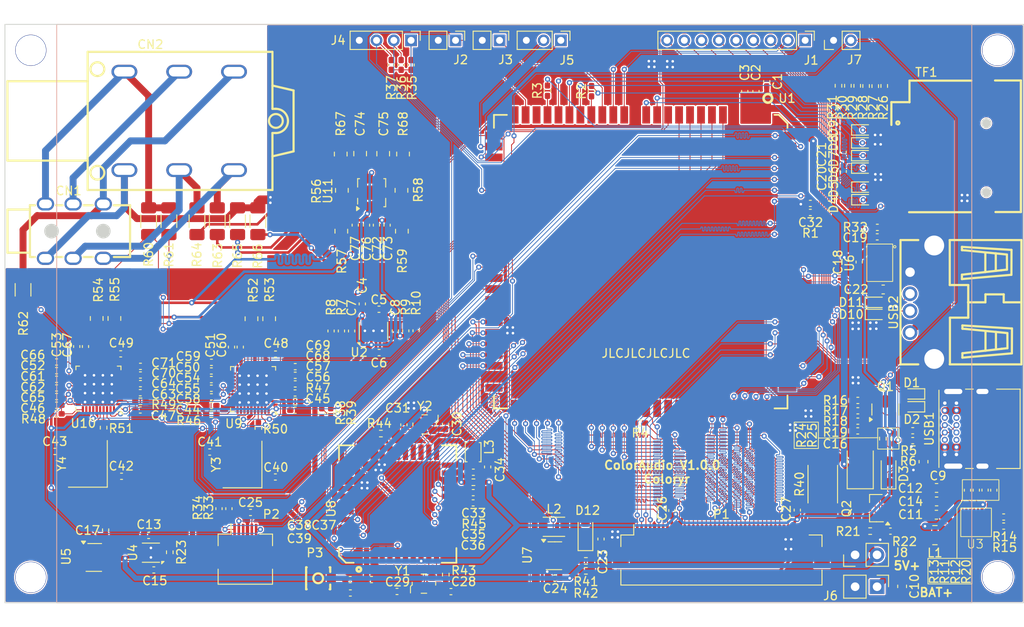
<source format=kicad_pcb>
(kicad_pcb (version 20241229) (generator "pcbnew") (generator_version "9.0")
  (layers (0 "F.Cu" signal) (2 "B.Cu" signal) (13 "F.Paste" user) (15 "B.Paste" user) (5 "F.SilkS" user "F.Silkscreen") (7 "B.SilkS" user "B.Silkscreen") (1 "F.Mask" user) (3 "B.Mask" user) (25 "Edge.Cuts" user))
  (net 0 "")
  (net 1 "GND")
  (net 2 "5V")
  (net 3 "3.3V")
  (net 4 "1.8V")
  (net 5 "VCC")
  (net 6 "SYS")
  (net 7 "Net-(U2-C-)")
  (net 8 "Net-(U6-dV{slash}dT)")
  (net 9 "Net-(U2-C+)")
  (net 10 "Net-(U2-CP)")
  (net 11 "Net-(Y1-OUT)")
  (net 12 "Net-(D12-K)")
  (net 13 "Net-(U8-VIN_LDO_OUT)")
  (net 14 "Net-(U8-VIN_LDO)")
  (net 15 "Net-(U8-VDDIO)")
  (net 16 "Net-(P3-ANT)")
  (net 17 "Net-(U9-XTO)")
  (net 18 "Net-(U10-XTO)")
  (net 19 "Net-(U9-VL)")
  (net 20 "Net-(U9-VD)")
  (net 21 "Net-(U10-VL)")
  (net 22 "Net-(U10-VD)")
  (net 23 "Net-(U9-FLYP_VA)")
  (net 24 "Net-(U9-FLYN_VA)")
  (net 25 "Net-(U10-FLYP_VA)")
  (net 26 "Net-(U10-FLYN_VA)")
  (net 27 "Net-(U9-FLYP_VCP)")
  (net 28 "Net-(U9-FLYC_VCP)")
  (net 29 "Net-(U9-FLYN_VCP)")
  (net 30 "Net-(U10-FLYP_VCP)")
  (net 31 "OP+")
  (net 32 "OP-")
  (net 33 "Net-(U10-FLYC_VCP)")
  (net 34 "Net-(U10-FLYN_VCP)")
  (net 35 "Net-(U9-VP)")
  (net 36 "Net-(U9-FILT+)")
  (net 37 "Net-(Y3-Tri-State)")
  (net 38 "Net-(U9-FILT-)")
  (net 39 "Net-(U9--VA)")
  (net 40 "Net-(U9-VCP_FILT+)")
  (net 41 "Net-(U9-VCP_FILT-)")
  (net 42 "Net-(U10-VP)")
  (net 43 "Net-(U10-FILT+)")
  (net 44 "Net-(U10-FILT-)")
  (net 45 "Net-(U10--VA)")
  (net 46 "Net-(U10-VCP_FILT+)")
  (net 47 "Net-(U10-VCP_FILT-)")
  (net 48 "Net-(U11A--)")
  (net 49 "Net-(U11B--)")
  (net 50 "SDIO_CLK")
  (net 51 "Net-(CN1-Pad5)")
  (net 52 "Net-(CN1-3-Pad4)")
  (net 53 "Net-(CN1-Pad3)")
  (net 54 "Net-(CN1-Pad2)")
  (net 55 "Net-(CN1-Pad6)")
  (net 56 "POWER_ON")
  (net 57 "KEY_IN")
  (net 58 "Net-(D12-A)")
  (net 59 "SD_D1")
  (net 60 "SD_D0")
  (net 61 "SD_CLK")
  (net 62 "SD_CMD")
  (net 63 "SD_D3")
  (net 64 "SD_D2")
  (net 65 "USB0_DP")
  (net 66 "USB0_DM")
  (net 67 "USB1_DM")
  (net 68 "USB1_DP")
  (net 69 "SD_DET")
  (net 70 "Net-(J1-Pin_3)")
  (net 71 "Net-(J1-Pin_2)")
  (net 72 "Net-(J1-Pin_7)")
  (net 73 "Net-(J1-Pin_6)")
  (net 74 "Net-(J1-Pin_1)")
  (net 75 "Net-(J1-Pin_8)")
  (net 76 "Net-(J1-Pin_4)")
  (net 77 "Net-(J1-Pin_9)")
  (net 78 "Net-(J1-Pin_5)")
  (net 79 "KEY_LEFT")
  (net 80 "KEY_RIGHT")
  (net 81 "KEY_DOWN")
  (net 82 "RESET")
  (net 87 "FEL")
  (net 88 "UART0_RXD")
  (net 89 "UART0_TXD")
  (net 90 "Net-(U3-LX)")
  (net 91 "Net-(Q1-B)")
  (net 92 "LCD_D18")
  (net 93 "LCD_HSYNC")
  (net 94 "LCD_D2")
  (net 95 "LCD_D15")
  (net 96 "LCD_Y1")
  (net 97 "LCD_D22")
  (net 98 "LCD_D0")
  (net 99 "LCD_D6")
  (net 100 "LCD_Y2")
  (net 101 "LCD_DE")
  (net 102 "LCD_D23")
  (net 103 "LCD_D11")
  (net 104 "LCD_D14")
  (net 105 "LCD_D4")
  (net 106 "LCD_D12")
  (net 107 "LCD_X2")
  (net 108 "LCD_D13")
  (net 109 "LCD_D21")
  (net 110 "LCD_D7")
  (net 111 "LCD_D8")
  (net 112 "LCD_D20")
  (net 113 "LCD_D10")
  (net 114 "LCD_D19")
  (net 115 "Net-(Q1-E)")
  (net 116 "LCD_D9")
  (net 117 "LCD_VSYNC")
  (net 118 "LCD_D17")
  (net 119 "LCD_D3")
  (net 120 "LCD_X1")
  (net 121 "LCD_D1")
  (net 122 "LCD_CLK")
  (net 123 "LCD_D5")
  (net 124 "LCD_D16")
  (net 125 "TP_SDA")
  (net 126 "TP_SCL")
  (net 127 "Net-(U2-FB+)")
  (net 128 "Net-(U2-FB-)")
  (net 129 "Net-(U3-VDPM)")
  (net 130 "Net-(U3-IIN)")
  (net 131 "Net-(U3-ICHG)")
  (net 132 "Net-(U3-ISYS)")
  (net 133 "GPADC0")
  (net 134 "Net-(U3-KEY)")
  (net 135 "Net-(U6-ILIM)")
  (net 136 "Net-(U1-PF2{slash}SDC0-CLK{slash}UART0-TX{slash}TWI0-SCK{slash}LEDC-DO{slash}OWA-IN)")
  (net 137 "Net-(U1-PF6{slash}OWA-OUT{slash}IR-RX{slash}I2S2-MCLK{slash}PWM5)")
  (net 138 "POWER_TEST")
  (net 139 "Net-(U1-PD18{slash}LCD0-CLK{slash}LVDS1-V3P{slash}DMIC-DATA1{slash}PWM2)")
  (net 140 "DAC_SDA")
  (net 141 "DAC_SCL")
  (net 142 "Net-(U8-XTAL_IN)")
  (net 143 "Net-(U8-XTAL_OUT)")
  (net 144 "BT_REG_ON")
  (net 145 "BT_HOST_WAKE")
  (net 146 "WIFI_REG_ON")
  (net 147 "WIFI_HOST_WAKE")
  (net 148 "BT_RTS")
  (net 149 "BT_RXD")
  (net 150 "BT_TXD")
  (net 151 "BT_CTS")
  (net 152 "Net-(U1-PG0{slash}SDC1-CLK{slash}UART3-TX{slash}RGMII-RXCTRL{slash}RMII-CRS-DV{slash}PWM7)")
  (net 153 "Net-(U9-XTI{slash}MCLK)")
  (net 154 "Net-(U10-XTI{slash}MCLK)")
  (net 155 "Net-(U9-AOUTB)")
  (net 156 "-INA")
  (net 157 "+INA")
  (net 158 "Net-(U9-AOUTA)")
  (net 159 "-INB")
  (net 160 "+INB")
  (net 161 "Net-(U10-AOUTB)")
  (net 162 "Net-(U10-AOUTA)")
  (net 163 "REF_B")
  (net 164 "REF_A")
  (net 165 "HP_DETECT")
  (net 166 "OUT_A")
  (net 167 "OUT_B")
  (net 168 "Net-(U11A-+)")
  (net 169 "Net-(U11B-+)")
  (net 172 "BT_RST")
  (net 173 "SDIO_D3")
  (net 174 "SDIO_D1")
  (net 175 "DAC_SCLK")
  (net 176 "LCD_LED")
  (net 177 "DAC_SDIN")
  (net 178 "SDIO_D0")
  (net 179 "DAC_LRCK")
  (net 180 "SDIO_D2")
  (net 181 "SDIO_CMD")
  (net 208 "Net-(P1-Y2)")
  (net 209 "Net-(USB2-VBUS)")
  (net 210 "Net-(R5-Pad2)")
  (net 211 "Net-(R6-Pad2)")
  (net 212 "Net-(U7-EN)")
  (net 213 "Net-(U8-LPO)")
  (net 214 "Net-(Y4-Tri-State)")
  (net 215 "Net-(U8-WL_BT_ANT)")
  (net 216 "Net-(U8-SDIO_VSEL)")
  (net 219 "Net-(U4-PG)")
  (net 220 "Net-(J6-Pin_1)")
  (footprint "Diode_SMD:D_SOD-323_HandSoldering" (layer "F.Cu") (at 148.68 123.98 90)
    (property "Reference" "D12")
    (property "Value" "D")
  )
  (footprint "Inductor_SMD:L_Murata_LQH2MCNxxxx02_2.0x1.6mm" (layer "F.Cu") (at 135.67 114.59 90)
    (property "Reference" "L3")
    (property "Value" "4.7uH")
  )
  (footprint "Capacitor_SMD:C_0402_1005Metric_Pad0.74x0.62mm_HandSolder" (layer "F.Cu") (at 105.3425 105.18 180)
    (property "Reference" "C50")
    (property "Value" "2.2uF")
  )
  (footprint "Capacitor_SMD:C_0805_2012Metric_Pad1.18x1.45mm_HandSolder" (layer "F.Cu") (at 122.58 80.0025 -90)
    (property "Reference" "C74")
    (property "Value" "4.7nf")
  )
  (footprint "Package_SON:Texas_S-PVSON-N10" (layer "F.Cu") (at 123.915 84.53 90)
    (property "Reference" "U11")
    (property "Value" "OPA1622")
  )
  (footprint "Diode_SMD:D_SOD-523" (layer "F.Cu") (at 186.72 109.33 180)
    (property "Reference" "D2")
    (property "Value" "ESD9B5.0ST5G")
  )
  (footprint "Connector_PinHeader_2.00mm:PinHeader_1x02_P2.00mm_Vertical" (layer "F.Cu") (at 138.73 66.88 -90)
    (property "Reference" "J3")
    (property "Value" "Conn_01x02")
  )
  (footprint "Capacitor_Tantalum_SMD:CP_EIA-3528-21_Kemet-B_Pad1.50x2.35mm_HandSolder" (layer "F.Cu") (at 180.51 116.19 90)
    (property "Reference" "C16")
    (property "Value" "100uF")
  )
  (footprint "Capacitor_SMD:C_0402_1005Metric_Pad0.74x0.62mm_HandSolder" (layer "F.Cu") (at 89.75 102.3475 -90)
    (property "Reference" "C53")
    (property "Value" "2.2uF")
  )
  (footprint "Capacitor_SMD:C_0402_1005Metric_Pad0.74x0.62mm_HandSolder" (layer "F.Cu") (at 127.33 69.73 90)
    (property "Reference" "R36")
    (property "Value" "4.7K")
  )
  (footprint "Capacitor_SMD:C_0402_1005Metric_Pad0.74x0.62mm_HandSolder" (layer "F.Cu") (at 178.53 79.8325 90)
    (property "Reference" "C21")
    (property "Value" "0.1uF")
  )
  (footprint "Package_TO_SOT_SMD:SOT-23_Handsoldering" (layer "F.Cu") (at 182.35 121.07 180)
    (property "Reference" "Q2")
    (property "Value" "PMOS")
  )
  (footprint "Resistor_SMD:R_0402_1005Metric_Pad0.72x0.64mm_HandSolder" (layer "F.Cu") (at 135.7 118.07 180)
    (property "Reference" "R45")
    (property "Value" "0")
  )
  (footprint "Resistor_SMD:R_1206_3216Metric_Pad1.30x1.75mm_HandSolder" (layer "F.Cu") (at 103.68 87.83 -90)
    (property "Reference" "R64")
    (property "Value" "0")
  )
  (footprint "Capacitor_SMD:C_0402_1005Metric_Pad0.74x0.62mm_HandSolder" (layer "F.Cu") (at 112.775 103.23)
    (property "Reference" "C48")
    (property "Value" "2.2uF")
  )
  (footprint "coloryr:AP6256" (layer "F.Cu") (at 122.429995 126.595005 90)
    (property "Reference" "U8")
    (property "Value" "AP6256" (hide yes))
  )
  (footprint "Capacitor_SMD:C_0402_1005Metric_Pad0.74x0.62mm_HandSolder" (layer "F.Cu") (at 87.413333 108.146667)
    (property "Reference" "C65")
    (property "Value" "2.2uF")
  )
  (footprint "Connector_FFC-FPC:Hirose_FH12-40S-0.5SH_1x40-1MP_P0.50mm_Horizontal" (layer "F.Cu") (at 164.43 125.48)
    (property "Reference" "P1")
    (property "Value" "~" (hide yes))
  )
  (footprint "Capacitor_SMD:C_0402_1005Metric_Pad0.74x0.62mm_HandSolder" (layer "F.Cu") (at 127.8625 100.53 90)
    (property "Reference" "R9")
    (property "Value" "511K")
  )
  (footprint "Capacitor_SMD:C_0402_1005Metric_Pad0.74x0.62mm_HandSolder" (layer "F.Cu") (at 118.13 110.06 90)
    (property "Reference" "R38")
    (property "Value" "4.7K")
  )
  (footprint "Capacitor_SMD:C_0402_1005Metric_Pad0.74x0.62mm_HandSolder" (layer "F.Cu") (at 180.388475 92.564493 -90)
    (property "Reference" "C18")
    (property "Value" "1uF")
  )
  (footprint "Package_TO_SOT_SMD:SOT-23-6_Handsoldering" (layer "F.Cu") (at 145.03 126.58)
    (property "Reference" "U7")
    (property "Value" "STI9287")
  )
  (footprint "Resistor_SMD:R_0402_1005Metric_Pad0.72x0.64mm_HandSolder" (layer "F.Cu") (at 132.5 128.77 90)
    (property "Reference" "R43")
    (property "Value" "0")
  )
  (footprint "Resistor_SMD:R_0402_1005Metric_Pad0.72x0.64mm_HandSolder" (layer "F.Cu") (at 148.73 127.18 180)
    (property "Reference" "R41")
    (property "Value" "1K")
  )
  (footprint "Capacitor_SMD:C_0402_1005Metric_Pad0.74x0.62mm_HandSolder" (layer "F.Cu") (at 178.54 82.07 -90)
    (property "Reference" "C20")
    (property "Value" "10uF")
  )
  (footprint "Capacitor_SMD:C_0402_1005Metric_Pad0.74x0.62mm_HandSolder" (layer "F.Cu") (at 108.6925 102.4125 -90)
    (property "Reference" "C60")
    (property "Value" "2.2uF")
  )
  (footprint "Capacitor_SMD:C_0402_1005Metric_Pad0.74x0.62mm_HandSolder" (layer "F.Cu") (at 126.85 130.72)
    (property "Reference" "C29")
    (property "Value" "10pF")
  )
  (footprint "Capacitor_SMD:C_0402_1005Metric_Pad0.74x0.62mm_HandSolder" (layer "F.Cu") (at 90.763333 102.346667 -90)
    (property "Reference" "C67")
    (property "Value" "2.2uF")
  )
  (footprint "Capacitor_SMD:C_0402_1005Metric_Pad0.74x0.62mm_HandSolder" (layer "F.Cu") (at 193.955 118.9875 90)
    (property "Reference" "R11")
    (property "Value" "10K")
  )
  (footprint "Capacitor_SMD:C_0603_1608Metric_Pad1.08x0.95mm_HandSolder" (layer "F.Cu") (at 189.355 120.29 180)
    (property "Reference" "C14")
    (property "Value" "22uF")
  )
  (footprint "Crystal:Crystal_SMD_3225-4Pin_3.2x2.5mm_HandSoldering" (layer "F.Cu") (at 91.04 115.94 90)
    (property "Reference" "Y4")
    (property "Value" "24.576MHz")
  )
  (footprint "Diode_SMD:D_SOD-523" (layer "F.Cu") (at 180.77 77.26)
    (property "Reference" "D9")
    (property "Value" "ESD9B5.0ST5G")
  )
  (footprint "Connector_PinHeader_2.00mm:PinHeader_1x02_P2.00mm_Vertical" (layer "F.Cu") (at 177.42 66.88 90)
    (property "Reference" "J7")
    (property "Value" "Conn_01x02")
  )
  (footprint "Capacitor_SMD:C_0402_1005Metric_Pad0.74x0.62mm_HandSolder" (layer "F.Cu") (at 87.413333 106.146667)
    (property "Reference" "C61")
    (property "Value" "0.1uF")
  )
  (footprint "Capacitor_SMD:C_0402_1005Metric_Pad0.74x0.62mm_HandSolder" (layer "F.Cu") (at 115.06 106.68)
    (property "Reference" "C57")
    (property "Value" "15uF")
  )
  (footprint "Capacitor_SMD:C_0603_1608Metric_Pad1.08x0.95mm_HandSolder" (layer "F.Cu") (at 189.335 121.83 180)
    (property "Reference" "C11")
    (property "Value" "22uF")
  )
  (footprint "coloryr:TF-SMD_TF-PUSH" (layer "F.Cu") (at 189.4165 79.53 90)
    (property "Reference" "TF1")
    (property "Value" "Micro_SD_Card_Det1" (hide yes))
    (fp_poly (pts (xy 3.644867 5.621684) (xy 3.604328 5.47039) (xy 3.526012 5.334743) (xy 3.415257 5.223988) (xy 3.27961 5.145672) (xy 3.128316 5.105133) (xy 2.971684 5.105133) (xy 2.82039 5.145672) (xy 2.684743 5.223988) (xy 2.573988 5.334743) (xy 2.495672 5.47039) (xy 2.455133 5.621684) (xy 2.455133 5.778316) (xy 2.495672 5.92961) (xy 2.573988 6.065257) (xy 2.684743 6.176012) (xy 2.82039 6.254328) (xy 2.971684 6.294867) (xy 3.128316 6.294867) (xy 3.27961 6.254328) (xy 3.415257 6.176012) (xy 3.526012 6.065257) (xy 3.604328 5.92961) (xy 3.644867 5.778316)) (fill yes) (layer "Edge.Cuts"))
    (fp_poly (pts (xy -4.355133 5.621684) (xy -4.395672 5.47039) (xy -4.473988 5.334743) (xy -4.584743 5.223988) (xy -4.72039 5.145672) (xy -4.871684 5.105133) (xy -5.028316 5.105133) (xy -5.17961 5.145672) (xy -5.315257 5.223988) (xy -5.426012 5.334743) (xy -5.504328 5.47039) (xy -5.544867 5.621684) (xy -5.544867 5.778316) (xy -5.504328 5.92961) (xy -5.426012 6.065257) (xy -5.315257 6.176012) (xy -5.17961 6.254328) (xy -5.028316 6.294867) (xy -4.871684 6.294867) (xy -4.72039 6.254328) (xy -4.584743 6.176012) (xy -4.473988 6.065257) (xy -4.395672 5.92961) (xy -4.355133 5.778316)) (fill yes) (layer "Edge.Cuts"))
  )
  (footprint "Capacitor_SMD:C_0402_1005Metric_Pad0.74x0.62mm_HandSolder" (layer "F.Cu") (at 182.478475 89.644493 180)
    (property "Reference" "C19")
    (property "Value" "120pF")
  )
  (footprint "Capacitor_SMD:C_0603_1608Metric_Pad1.08x0.95mm_HandSolder" (layer "F.Cu") (at 185.36 130.13 -90)
    (property "Reference" "C10")
    (property "Value" "22uF")
  )
  (footprint "Capacitor_SMD:C_0402_1005Metric_Pad0.74x0.62mm_HandSolder" (layer "F.Cu") (at 155 111.2 180)
    (property "Reference" "R4")
    (property "Value" "33R")
  )
  (footprint "Capacitor_SMD:C_0402_1005Metric_Pad0.74x0.62mm_HandSolder" (layer "F.Cu") (at 186.59 113.25)
    (property "Reference" "R6")
    (property "Value" "22R")
  )
  (footprint "Resistor_SMD:R_0402_1005Metric_Pad0.72x0.64mm_HandSolder" (layer "F.Cu") (at 110.7925 111.7775 -90)
    (property "Reference" "R50")
    (property "Value" "0")
  )
  (footprint "Capacitor_SMD:C_0402_1005Metric_Pad0.74x0.62mm_HandSolder" (layer "F.Cu") (at 126.6625 100.53 -90)
    (property "Reference" "C8")
    (property "Value" "10uF")
  )
  (footprint "Diode_SMD:D_SOD-523" (layer "F.Cu") (at 180.76 81.68)
    (property "Reference" "D6")
    (property "Value" "ESD9B5.0ST5G")
  )
  (footprint "Connector_PinHeader_2.00mm:PinHeader_1x04_P2.00mm_Vertical" (layer "F.Cu") (at 128.48 66.88 -90)
    (property "Reference" "J4")
    (property "Value" "Conn_01x04")
  )
  (footprint "Capacitor_SMD:C_0402_1005Metric_Pad0.74x0.62mm_HandSolder" (layer "F.Cu") (at 97.111666 107.696667)
    (property "Reference" "C63")
    (property "Value" "15uF")
  )
  (footprint "Capacitor_SMD:C_0402_1005Metric_Pad0.74x0.62mm_HandSolder" (layer "F.Cu") (at 124.78 103.0475)
    (property "Reference" "C6")
    (property "Value" "10uF")
  )
  (footprint "Resistor_SMD:R_0805_2012Metric_Pad1.20x1.40mm_HandSolder" (layer "F.Cu") (at 120.4 88.9875 -90)
    (property "Reference" "R57")
    (property "Value" "71.5")
  )
  (footprint "Resistor_SMD:R_1206_3216Metric_Pad1.30x1.75mm_HandSolder" (layer "F.Cu") (at 110.73 87.83 -90)
    (property "Reference" "R66")
    (property "Value" "0")
  )
  (footprint "Capacitor_SMD:C_0402_1005Metric_Pad0.74x0.62mm_HandSolder" (layer "F.Cu") (at 150.48 124.6475 90)
    (property "Reference" "C23")
    (property "Value" "1uF")
  )
  (footprint "Capacitor_SMD:C_0402_1005Metric_Pad0.74x0.62mm_HandSolder" (layer "F.Cu") (at 107.38 121.13 -90)
    (property "Reference" "R33")
    (property "Value" "4.7K")
  )
  (footprint "Capacitor_SMD:C_0402_1005Metric_Pad0.74x0.62mm_HandSolder" (layer "F.Cu") (at 180.23 108.5925)
    (property "Reference" "R16")
    (property "Value" "100K")
  )
  (footprint "Diode_SMD:D_SOD-523" (layer "F.Cu") (at 182.36 97.23)
    (property "Reference" "D11")
    (property "Value" "ESD9B5.0ST5G")
  )
  (footprint "Resistor_SMD:R_0805_2012Metric_Pad1.20x1.40mm_HandSolder" (layer "F.Cu") (at 120.465 84.255 -90)
    (property "Reference" "R56")
    (property "Value" "510")
  )
  (footprint "Connector_PinHeader_2.00mm:PinHeader_1x09_P2.00mm_Vertical" (layer "F.Cu") (at 174.13 66.88 -90)
    (property "Reference" "J1")
    (property "Value" "Conn_01x09")
  )
  (footprint "Capacitor_SMD:C_0402_1005Metric_Pad0.74x0.62mm_HandSolder" (layer "F.Cu") (at 115.06 105.68 180)
    (property "Reference" "C68")
    (property "Value" "2.2uF")
  )
  (footprint "Capacitor_SMD:C_0402_1005Metric_Pad0.74x0.62mm_HandSolder" (layer "F.Cu") (at 120.4125 100.5475 -90)
    (property "Reference" "R7")
    (property "Value" "1.37M")
  )
  (footprint "Diode_SMD:D_SOD-523" (layer "F.Cu") (at 182.36 98.63)
    (property "Reference" "D10")
    (property "Value" "ESD9B5.0ST5G")
  )
  (footprint "Capacitor_SMD:C_0402_1005Metric_Pad0.74x0.62mm_HandSolder" (layer "F.Cu") (at 137.35 116.3 -90)
    (property "Reference" "C34")
    (property "Value" "4.7uF")
  )
  (footprint "Capacitor_SMD:C_0402_1005Metric_Pad0.74x0.62mm_HandSolder" (layer "F.Cu") (at 105.3525 104.18)
    (property "Reference" "C59")
    (property "Value" "2.2uF")
  )
  (footprint "Capacitor_SMD:C_0402_1005Metric_Pad0.74x0.62mm_HandSolder" (layer "F.Cu") (at 169.68 71.6475 90)
    (property "Reference" "C1")
    (property "Value" "10uF")
  )
  (footprint "Resistor_SMD:R_0805_2012Metric_Pad1.20x1.40mm_HandSolder" (layer "F.Cu") (at 127.55 80.05 -90)
    (property "Reference" "R68")
    (property "Value" "82")
  )
  (footprint "Capacitor_SMD:C_0402_1005Metric_Pad0.74x0.62mm_HandSolder" (layer "F.Cu") (at 135.67 120.46 180)
    (property "Reference" "C36")
    (property "Value" "0.1uF")
  )
  (footprint "Capacitor_SMD:C_0603_1608Metric_Pad1.08x0.95mm_HandSolder" (layer "F.Cu") (at 183.1675 95.74)
    (property "Reference" "C22")
    (property "Value" "22uF")
  )
  (footprint "Capacitor_SMD:C_0402_1005Metric_Pad0.74x0.62mm_HandSolder" (layer "F.Cu") (at 192.93 118.99 -90)
    (property "Reference" "R13")
    (property "Value" "2K")
  )
  (footprint "coloryr:AUDIO-TH_PJ-625G" (layer "F.Cu") (at 101.619967 76.215034)
    (property "Reference" "CN2")
    (property "Value" "~")
  )
  (footprint "Resistor_SMD:R_2512_6332Metric_Pad1.40x3.35mm_HandSolder" (layer "F.Cu") (at 176.17 118.29 -90)
    (property "Reference" "R40")
    (property "Value" "10")
  )
  (footprint "Resistor_SMD:R_0402_1005Metric_Pad0.72x0.64mm_HandSolder" (layer "F.Cu") (at 105.34 110.18 180)
    (property "Reference" "R46")
    (property "Value" "0")
  )
  (footprint "Diode_SMD:D_SOD-523" (layer "F.Cu") (at 180.78 83.88)
    (property "Reference" "D5")
    (property "Value" "ESD9B5.0ST5G")
  )
  (footprint "Capacitor_SMD:C_0402_1005Metric_Pad0.74x0.62mm_HandSolder" (layer "F.Cu") (at 97.130833 106.646667)
    (property "Reference" "C64")
    (property "Value" "15uF")
  )
  (footprint "Capacitor_SMD:C_0402_1005Metric_Pad0.74x0.62mm_HandSolder" (layer "F.Cu") (at 129.0625 100.52 90)
    (property "Reference" "R10")
    (property "Value" "1.24M")
  )
  (footprint "Diode_SMD:D_SOD-323_HandSoldering" (layer "F.Cu") (at 183.79 116.83 90)
    (property "Reference" "D3")
    (property "Value" "D")
  )
  (footprint "Capacitor_SMD:C_0402_1005Metric_Pad0.74x0.62mm_HandSolder" (layer "F.Cu") (at 180.23 110.9925)
    (property "Reference" "R18")
    (property "Value" "100K")
  )
  (footprint "Connector_PinHeader_2.54mm:PinHeader_1x02_P2.54mm_Vertical" (layer "F.Cu") (at 182.46 130.17 -90)
    (property "Reference" "J6")
    (property "Value" "Conn_01x02")
  )
  (footprint "Inductor_SMD:L_TDK_NLV25_2.5x2.0mm" (layer "F.Cu") (at 145.03 123.23 180)
    (property "Reference" "L2")
    (property "Value" "10uH")
  )
  (footprint "Capacitor_SMD:C_0402_1005Metric_Pad0.74x0.62mm_HandSolder" (layer "F.Cu") (at 167.13 72.7975 90)
    (property "Reference" "C3")
    (property "Value" "0.1uF")
  )
  (footprint "Resistor_SMD:R_0402_1005Metric_Pad0.72x0.64mm_HandSolder" (layer "F.Cu") (at 184.43 113.0175 90)
    (property "Reference" "R25")
    (property "Value" "10K")
  )
  (footprint "Capacitor_SMD:C_0402_1005Metric_Pad0.74x0.62mm_HandSolder" (layer "F.Cu") (at 94.845833 103.196667)
    (property "Reference" "C49")
    (property "Value" "2.2uF")
  )
  (footprint "Package_TO_SOT_SMD:SOT-23" (layer "F.Cu") (at 183.4175 109.6425 90)
    (property "Reference" "Q1")
    (property "Value" "NPN")
  )
  (footprint "Capacitor_SMD:C_0402_1005Metric_Pad0.74x0.62mm_HandSolder" (layer "F.Cu") (at 125.7 88.29 90)
    (property "Reference" "C73")
    (property "Value" "10uF")
  )
  (footprint "Capacitor_SMD:C_0402_1005Metric_Pad0.74x0.62mm_HandSolder" (layer "F.Cu") (at 112.76 117.46 180)
    (property "Reference" "C40")
    (property "Value" "10pF")
  )
  (footprint "Capacitor_SMD:C_0402_1005Metric_Pad0.74x0.62mm_HandSolder" (layer "F.Cu") (at 194.97 118.98 -90)
    (property "Reference" "R12")
    (property "Value" "10K")
  )
  (footprint "Capacitor_SMD:C_0402_1005Metric_Pad0.74x0.62mm_HandSolder" (layer "F.Cu") (at 173.22 121.2925 -90)
    (property "Reference" "C27")
    (property "Value" "0.1uF")
  )
  (footprint "Resistor_SMD:R_0402_1005Metric_Pad0.72x0.64mm_HandSolder" (layer "F.Cu") (at 183.29 72.1625 -90)
    (property "Reference" "R26")
    (property "Value" "10K")
  )
  (footprint "Resistor_SMD:R_0805_2012Metric_Pad1.20x1.40mm_HandSolder" (layer "F.Cu") (at 92.063333 99.096667 -90)
    (property "Reference" "R54")
    (property "Value" "50")
  )
  (footprint "Capacitor_SMD:C_0402_1005Metric_Pad0.74x0.62mm_HandSolder" (layer "F.Cu") (at 145.13 129.18)
    (property "Reference" "C24")
    (property "Value" "1uF")
  )
  (footprint "Resistor_SMD:R_1206_3216Metric_Pad1.30x1.75mm_HandSolder" (layer "F.Cu") (at 100.43 87.83 -90)
    (property "Reference" "R61")
    (property "Value" "0")
  )
  (footprint "Capacitor_SMD:C_0402_1005Metric_Pad0.74x0.62mm_HandSolder" (layer "F.Cu") (at 180.23 109.7925)
    (property "Reference" "R17")
    (property "Value" "100K")
  )
  (footprint "Capacitor_SMD:C_0402_1005Metric_Pad0.74x0.62mm_HandSolder" (layer "F.Cu") (at 133.1 130.74 180)
    (property "Reference" "C28")
    (property "Value" "10pF")
  )
  (footprint "Capacitor_SMD:C_0402_1005Metric_Pad0.74x0.62mm_HandSolder" (layer "F.Cu") (at 197.125 123.147784 180)
    (property "Reference" "R15")
    (property "Value" "2K")
  )
  (footprint "coloryr:TCKE812" (layer "F.Cu") (at 182.79 92.64 -90)
    (property "Reference" "U6")
    (property "Value" "~")
  )
  (footprint "Package_SON:WSON-12-1EP_3x2mm_P0.5mm_EP1x2.65_ThermalVias" (layer "F.Cu") (at 124.13 100.53 90)
    (property "Reference" "U2")
    (property "Value" "LM27762")
  )
  (footprint "Capacitor_SMD:C_0402_1005Metric_Pad0.74x0.62mm_HandSolder" (layer "F.Cu") (at 135.69 116.91)
    (property "Reference" "C33")
    (property "Value" "4.7uF")
  )
  (footprint "Connector_USB:USB_C_Receptacle_GCT_USB4085" (layer "F.Cu") (at 190.305 114.855 90)
    (property "Reference" "USB1")
    (property "Value" "USB_C_Plug_USB2.0" (hide yes))
  )
  (footprint "Resistor_SMD:R_0402_1005Metric_Pad0.72x0.64mm_HandSolder" (layer "F.Cu") (at 115.0575 108.73)
    (property "Reference" "R47")
    (property "Value" "0")
  )
  (footprint "Capacitor_SMD:C_0402_1005Metric_Pad0.74x0.62mm_HandSolder" (layer "F.Cu") (at 123.315 88.2875 90)
    (property "Reference" "C76")
    (property "Value" "1.0uF")
  )
  (footprint "Oscillator:Oscillator_SMD_ECS_2520MV-xxx-xx-4Pin_2.5x2.0mm" (layer "F.Cu") (at 130.05 111.37 -90)
    (property "Reference" "Y2")
    (property "Value" "32.768K")
  )
  (footprint "Capacitor_SMD:C_0402_1005Metric_Pad0.74x0.62mm_HandSolder" (layer "F.Cu") (at 121.447495 130.895005)
    (property "Reference" "C39")
    (property "Value" "10pF")
  )
  (footprint "Resistor_SMD:R_0402_1005Metric_Pad0.72x0.64mm_HandSolder" (layer "F.Cu") (at 182.25 72.1825 -90)
    (property "Reference" "R27")
    (property "Value" "10K")
  )
  (footprint "Capacitor_SMD:C_0402_1005Metric_Pad0.74x0.62mm_HandSolder" (layer "F.Cu") (at 105.3425 106.18)
    (property "Reference" "C54")
    (property "Value" "0.1uF")
  )
  (footprint "Capacitor_SMD:C_0402_1005Metric_Pad0.74x0.62mm_HandSolder" (layer "F.Cu") (at 105.35 108.18)
    (property "Reference" "C58")
    (property "Value" "2.2uF")
  )
  (footprint "Capacitor_SMD:C_0402_1005Metric_Pad0.74x0.62mm_HandSolder" (layer "F.Cu") (at 122.83 97.4125 90)
    (property "Reference" "C4")
    (property "Value" "10uF")
  )
  (footprint "coloryr:SY6918" (layer "F.Cu") (at 192.275 121.207784)
    (property "Reference" "U3")
    (property "Value" "SY6918QDC")
  )
  (footprint "Capacitor_SMD:C_0402_1005Metric_Pad0.74x0.62mm_HandSolder" (layer "F.Cu") (at 180.22 112.12 180)
    (property "Reference" "R19")
    (property "Value" "10K")
  )
  (footprint "Resistor_SMD:R_0805_2012Metric_Pad1.20x1.40mm_HandSolder" (layer "F.Cu") (at 109.9925 99.13 -90)
    (property "Reference" "R52")
    (property "Value" "50")
  )
  (footprint "Resistor_SMD:R_0402_1005Metric_Pad0.72x0.64mm_HandSolder" (layer "F.Cu") (at 181.19 72.17 -90)
    (property "Reference" "R28")
    (property "Value" "47K")
  )
  (footprint "Capacitor_SMD:C_0402_1005Metric_Pad0.74x0.62mm_HandSolder" (layer "F.Cu") (at 87.21 114.5)
    (property "Reference" "C43")
    (property "Value" "10pF")
  )
  (footprint "Capacitor_SMD:C_0402_1005Metric_Pad0.74x0.62mm_HandSolder" (layer "F.Cu") (at 124.47 88.2875 90)
    (property "Reference" "C72")
    (property "Value" "1.0uF")
  )
  (footprint "Resistor_SMD:R_0402_1005Metric_Pad0.72x0.64mm_HandSolder" (layer "F.Cu") (at 180.16 72.15 -90)
    (property "Reference" "R29")
    (property "Value" "47K")
  )
  (footprint "Capacitor_SMD:C_0402_1005Metric_Pad0.74x0.62mm_HandSolder" (layer "F.Cu") (at 87.413333 104.14)
    (property "Reference" "C66")
    (property "Value" "2.2uF")
  )
  (footprint "Diode_SMD:D_SOD-523" (layer "F.Cu") (at 180.76 80.24)
    (property "Reference" "D7")
    (property "Value" "ESD9B5.0ST5G")
  )
  (footprint "Resistor_SMD:R_0402_1005Metric_Pad0.72x0.64mm_HandSolder" (layer "F.Cu") (at 149.38 72.765 90)
    (property "Reference" "R2")
    (property "Value" "33R")
  )
  (footprint "Capacitor_SMD:C_0402_1005Metric_Pad0.74x0.62mm_HandSolder" (layer "F.Cu") (at 123.8975 129.345005)
    (property "Reference" "C37")
    (property "Value" "10pF")
  )
  (footprint "Resistor_SMD:R_0402_1005Metric_Pad0.72x0.64mm_HandSolder" (layer "F.Cu") (at 181.66 123.73)
    (property "Reference" "R21")
    (property "Value" "10M")
  )
  (footprint "Diode_SMD:D_SOD-523" (layer "F.Cu") (at 186.72 107.84 180)
    (property "Reference" "D1")
    (property "Value" "ESD9B5.0ST5G")
  )
  (footprint "Resistor_SMD:R_1206_3216Metric_Pad1.30x1.75mm_HandSolder" (layer "F.Cu") (at 83.53 95.78 -90)
    (property "Reference" "R62")
    (property "Value" "0")
  )
  (footprint "Capacitor_SMD:C_0402_1005Metric_Pad0.74x0.62mm_HandSolder" (layer "F.Cu") (at 94.94 117.38 180)
    (property "Reference" "C42")
    (property "Value" "10pF")
  )
  (footprint "Capacitor_SMD:C_0603_1608Metric_Pad1.08x0.95mm_HandSolder" (layer "F.Cu") (at 189.35 118.73 180)
    (property "Reference" "C12")
    (property "Value" "22uF")
  )
  (footprint "Capacitor_SMD:C_0402_1005Metric_Pad0.74x0.62mm_HandSolder" (layer "F.Cu") (at 107.68 102.4125 -90)
    (property "Reference" "C51")
    (property "Value" "2.2uF")
  )
  (footprint "Resistor_SMD:R_0402_1005Metric_Pad0.72x0.64mm_HandSolder" (layer "F.Cu") (at 87.4025 110.146667 180)
    (property "Reference" "R48")
    (property "Value" "0")
  )
  (footprint "coloryr:AUDIO-TH_PJ-3136-B" (layer "F.Cu") (at 89.48 88.98)
    (property "Reference" "CN1")
    (property "Value" "~")
    (fp_poly (pts (xy -1.804093 -0.083315) (xy -1.836601 -0.246742) (xy -1.900367 -0.400687) (xy -1.992941 -0.539234) (xy -2.110766 -0.657059) (xy -2.249313 -0.749633) (xy -2.403258 -0.813399) (xy -2.566685 -0.845907) (xy -2.733315 -0.845907) (xy -2.896742 -0.813399) (xy -3.050687 -0.749633) (xy -3.189234 -0.657059) (xy -3.307059 -0.539234) (xy -3.399633 -0.400687) (xy -3.463399 -0.246742) (xy -3.495907 -0.083315) (xy -3.495907 0.083315) (xy -3.463399 0.246742) (xy -3.399633 0.400687) (xy -3.307059 0.539234) (xy -3.189234 0.657059) (xy -3.050687 0.749633) (xy -2.896742 0.813399) (xy -2.733315 0.845907) (xy -2.566685 0.845907) (xy -2.403258 0.813399) (xy -2.249313 0.749633) (xy -2.110766 0.657059) (xy -1.992941 0.539234) (xy -1.900367 0.400687) (xy -1.836601 0.246742) (xy -1.804093 0.083315)) (fill yes) (layer "Edge.Cuts"))
    (fp_poly (pts (xy 4.195907 -0.083315) (xy 4.163399 -0.246742) (xy 4.099633 -0.400687) (xy 4.007059 -0.539234) (xy 3.889234 -0.657059) (xy 3.750687 -0.749633) (xy 3.596742 -0.813399) (xy 3.433315 -0.845907) (xy 3.266685 -0.845907) (xy 3.103258 -0.813399) (xy 2.949313 -0.749633) (xy 2.810766 -0.657059) (xy 2.692941 -0.539234) (xy 2.600367 -0.400687) (xy 2.536601 -0.246742) (xy 2.504093 -0.083315) (xy 2.504093 0.083315) (xy 2.536601 0.246742) (xy 2.600367 0.400687) (xy 2.692941 0.539234) (xy 2.810766 0.657059) (xy 2.949313 0.749633) (xy 3.103258 0.813399) (xy 3.266685 0.845907) (xy 3.433315 0.845907) (xy 3.596742 0.813399) (xy 3.750687 0.749633) (xy 3.889234 0.657059) (xy 4.007059 0.539234) (xy 4.099633 0.400687) (xy 4.163399 0.246742) (xy 4.195907 0.083315)) (fill yes) (layer "Edge.Cuts"))
  )
  (footprint "Package_TO_SOT_SMD:SOT-23-5_HandSoldering" (layer "F.Cu") (at 91.73 126.78)
    (property "Reference" "U5")
    (property "Value" "~")
  )
  (footprint "Capacitor_SMD:C_0402_1005Metric_Pad0.74x0.62mm_HandSolder" (layer "F.Cu") (at 121.59 100.55 90)
    (property "Reference" "C7")
    (property "Value" "10uF")
  )
  (footprint "Capacitor_SMD:C_0402_1005Metric_Pad0.74x0.62mm_HandSolder" (layer "F.Cu") (at 197.125 122.097784 180)
    (property "Reference" "R14")
    (property "Value" "2K")
  )
  (footprint "Capacitor_SMD:C_0402_1005Metric_Pad0.74x0.62mm_HandSolder" (layer "F.Cu") (at 87.413333 105.146667 180)
    (property "Reference" "C52")
    (property "Value" "2.2uF")
  )
  (footprint "coloryr:F133_CORE_V10" (layer "F.Cu") (at 155.08 92.515 -90)
    (property "Reference" "U1")
    (property "Value" "~")
  )
  (footprint "Capacitor_SMD:C_0402_1005Metric_Pad0.74x0.62mm_HandSolder" (layer "F.Cu") (at 186.59 112.1)
    (property "Reference" "R5")
    (property "Value" "22R")
  )
  (footprint "Capacitor_SMD:C_0402_1005Metric_Pad0.74x0.62mm_HandSolder" (layer "F.Cu") (at 119.17 110.06 90)
    (property "Reference" "R39")
    (property "Value" "4.7K")
  )
  (footprint "Package_SON:WSON-6-1EP_2x2mm_P0.65mm_EP1x1.6mm_ThermalVias" (layer "F.Cu") (at 98.3425 126.23 180)
    (property "Reference" "U4")
    (property "Value" "LP5912-3.3DRV")
  )
  (footprint "Capacitor_SMD:C_0402_1005Metric_Pad0.74x0.62mm_HandSolder" (layer "F.Cu") (at 97.111666 109.696667)
    (property "Reference" "C47")
    (property "Value" "0.1uF")
  )
  (footprint "coloryr:IPEX-SMD_BWIPX-1-001E" (layer "F.Cu") (at 118.479995 129.195005 180)
    (property "Reference" "P3")
    (property "Value" "~")
  )
  (footprint "Capacitor_SMD:C_0402_1005Metric_Pad0.74x0.62mm_HandSolder" (layer "F.Cu") (at 87.413333 109.146667 180)
    (property "Reference" "C46")
    (property "Value" "0.1uF")
  )
  (footprint "Capacitor_SMD:C_0402_1005Metric_Pad0.74x0.62mm_HandSolder" (layer "F.Cu") (at 124.76 98.03 180)
    (property "Reference" "C5")
    (property "Value" "1uF")
  )
  (footprint "coloryr:USB-A-TH_AF-ZJWG" (layer "F.Cu") (at 187.68 97.215034 90)
    (property "Reference" "USB2")
    (property "Value" "USB_A" (hide yes))
  )
  (footprint "Capacitor_SMD:C_0402_1005Metric_Pad0.74x0.62mm_HandSolder" (layer "F.Cu") (at 87.413333 107.146667 180)
    (property "Reference" "C62")
    (property "Value" "10uF")
  )
  (footprint "Resistor_SMD:R_0805_2012Metric_Pad1.20x1.40mm_HandSolder" (layer "F.Cu") (at 127.415 88.9875 -90)
    (property "Reference" "R59")
    (property "Value" "71.5")
  )
  (footprint "Resistor_SMD:R_1206_3216Metric_Pad1.30x1.75mm_HandSolder" (layer "F.Cu") (at 106.03 87.83 -90)
    (property "Reference" "R63")
    (property "Value" "0")
  )
  (footprint "Inductor_SMD:L_1008_2520Metric_Pad1.43x2.20mm_HandSolder" (layer "F.Cu") (at 189.1625 124.197784 180)
    (property "Reference" "L1")
    (property "Value" "2.2uH")
  )
  (footprint "Capacitor_SMD:C_0402_1005Metric_Pad0.74x0.62mm_HandSolder" (layer "F.Cu") (at 115.040833 107.73)
    (property "Reference" "C56")
    (property "Value" "15uF")
  )
  (footprint "Capacitor_SMD:C_0402_1005Metric_Pad0.74x0.62mm_HandSolder" (layer "F.Cu") (at 106.23 121.13 -90)
    (property "Reference" "R34")
    (property "Value" "4.7K")
  )
  (footprint "Capacitor_SMD:C_0402_1005Metric_Pad0.74x0.62mm_HandSolder" (layer "F.Cu") (at 97.130833 105.646667 180)
    (property "Reference" "C70")
    (property "Value" "2.2uF")
  )
  (footprint "Capacitor_SMD:C_0402_1005Metric_Pad0.74x0.62mm_HandSolder" (layer "F.Cu") (at 115.06 109.73)
    (property "Reference" "C45")
    (property "Value" "0.1uF")
  )
  (footprint "Resistor_SMD:R_0805_2012Metric_Pad1.20x1.40mm_HandSolder" (layer "F.Cu") (at 127.365 84.255 -90)
    (property "Reference" "R58")
    (property "Value" "510")
  )
  (footprint "Resistor_SMD:R_0402_1005Metric_Pad0.72x0.64mm_HandSolder" (layer "F.Cu") (at 177.99 72.1425 -90)
    (property "Reference" "R31")
    (property "Value" "47K")
  )
  (footprint "Package_DFN_QFN:QFN-40-1EP_5x5mm_P0.4mm_EP3.6x3.6mm_ThermalVias" (layer "F.Cu") (at 92.263333 107.23 180)
    (property "Reference" "U10")
    (property "Value" "1")
  )
  (footprint "Capacitor_SMD:C_0603_1608Metric_Pad1.08x0.95mm_HandSolder" (layer "F.Cu") (at 187.84 115.69 -90)
    (property "Reference" "C9")
    (property "Value" "22uF")
  )
  (footprint "Capacitor_SMD:C_0402_1005Metric_Pad0.74x0.62mm_HandSolder" (layer "F.Cu") (at 115.06 104.68 180)
    (property "Reference" "C69")
    (property "Value" "2.2uF")
  )
  (footprint "Package_DFN_QFN:QFN-40-1EP_5x5mm_P0.4mm_EP3.6x3.6mm_ThermalVias" (layer "F.Cu") (at 110.18 107.28 180)
    (property "Reference" "U9")
    (property "Value" "1")
  )
  (footprint "Capacitor_SMD:C_0402_1005Metric_Pad0.74x0.62mm_HandSolder" (layer "F.Cu") (at 135.68 119.27)
    (property "Reference" "C35")
    (property "Value" "4.7uF")
  )
  (footprint "Inductor_SMD:L_0402_1005Metric_Pad0.77x0.64mm_HandSolder" (layer "F.Cu") (at 184.01 123.73)
    (property "Reference" "R22")
    (property "Value" "20M")
  )
  (footprint "Resistor_SMD:R_0805_2012Metric_Pad1.20x1.40mm_HandSolder" (layer "F.Cu") (at 94.113333 99.096667 -90)
    (property "Reference" "R55")
    (property "Value" "50")
  )
  (footprint "Resistor_SMD:R_0402_1005Metric_Pad0.72x0.64mm_HandSolder" (layer "F.Cu") (at 100.53 126.18 90)
    (property "Reference" "R23")
    (property "Value" "0")
  )
  (footprint "Capacitor_SMD:C_0805_2012Metric_Pad1.18x1.45mm_HandSolder" (layer "F.Cu") (at 125.25 80.0125 -90)
    (property "Reference" "C75")
    (property "Value" "4.7nf")
  )
  (footprint "Capacitor_SMD:C_0402_1005Metric_Pad0.74x0.62mm_HandSolder" (layer "F.Cu") (at 168.43 72.7975 90)
    (property "Reference" "C2")
    (property "Value" "10uF")
  )
  (footprint "Capacitor_SMD:C_0402_1005Metric_Pad0.74x0.62mm_HandSolder" (layer "F.Cu") (at 105.3425 107.18 180)
    (property "Reference" "C55")
    (property "Value" "10uF")
  )
  (footprint "Capacitor_SMD:C_0402_1005Metric_Pad0.74x0.62mm_HandSolder" (layer "F.Cu") (at 195.98 118.99 -90)
    (property "Reference" "R20")
    (property "Value" "10K")
  )
  (footprint "Diode_SMD:D_SOD-523" (layer "F.Cu") (at 180.78 85.34)
    (property "Reference" "D4")
    (property "Value" "ESD9B5.0ST5G")
  )
  (footprint "Capacitor_SMD:C_0402_1005Metric_Pad0.74x0.62mm_HandSolder" (layer "F.Cu") (at 98.68 128.23 180)
    (property "Reference" "C15")
    (property "Value" "1uF")
  )
  (footprint "Capacitor_SMD:C_0402_1005Metric_Pad0.74x0.62mm_HandSolder" (layer "F.Cu") (at 126.18 69.73 90)
    (property "Reference" "R37")
    (property "Value" "4.7K")
  )
  (footprint "Resistor_SMD:R_1206_3216Metric_Pad1.30x1.75mm_HandSolder" (layer "F.Cu") (at 108.38 87.83 -90)
    (property "Reference" "R65")
    (property "Value" "0")
  )
  (footprint "Resistor_SMD:R_0402_1005Metric_Pad0.72x0.64mm_HandSolder" (layer "F.Cu") (at 148.73 128.33)
    (property "Reference" "R42")
    (property "Value" "10K")
  )
  (footprint "Resistor_SMD:R_0805_2012Metric_Pad1.20x1.40mm_HandSolder" (layer "F.Cu") (at 112.0425 99.13 -90)
    (property "Reference" "R53")
    (property "Value" "50")
  )
  (footprint "Capacitor_SMD:C_0402_1005Metric_Pad0.74x0.62mm_HandSolder" (layer "F.Cu") (at 105.36 109.18 180)
    (property "Reference" "C44")
    (property "Value" "0.1uF")
  )
  (footprint "Connector_PinHeader_2.00mm:PinHeader_1x02_P2.00mm_Vertical" (layer "F.Cu") (at 133.63 66.88 -90)
    (property "Reference" "J2")
    (property "Value" "Conn_01x02")
  )
  (footprint "Capacitor_SMD:C_0402_1005Metric_Pad0.74x0.62mm_HandSolder" (layer "F.Cu") (at 93.096667 123.579167 90)
    (property "Reference" "C17")
    (property "Value" "1uF")
  )
  (footprint "Capacitor_SMD:C_0402_1005Metric_Pad0.74x0.62mm_HandSolder" (layer "F.Cu") (at 132.48 111.35 -90)
    (property "Reference" "C30")
    (property "Value" "0.1uF")
  )
  (footprint "Resistor_SMD:R_0402_1005Metric_Pad0.72x0.64mm_HandSolder" (layer "F.Cu") (at 183.13 113.0175 90)
    (property "Reference" "R24")
    (property "Value" "10K")
  )
  (footprint "Resistor_SMD:R_0805_2012Metric_Pad1.20x1.40mm_HandSolder" (layer "F.Cu") (at 120.33 80.0525 -90)
    (property "Reference" "R67")
    (property "Value" "82")
  )
  (footprint "Capacitor_SMD:C_0402_1005Metric_Pad0.74x0.62mm_HandSolder" (layer "F.Cu") (at 127.645 111.415 -90)
    (property "Reference" "C31")
    (property "Value" "10pF")
  )
  (footprint "Resistor_SMD:R_0402_1005Metric_Pad0.72x0.64mm_HandSolder" (layer "F.Cu") (at 179.08 72.1425 -90)
    (property "Reference" "R30")
    (property "Value" "47K")
  )
  (footprint "Capacitor_SMD:C_0402_1005Metric_Pad0.74x0.62mm_HandSolder" (layer "F.Cu") (at 128.48 69.73 90)
    (property "Reference" "R35")
    (property "Value" "4.7K")
  )
  (footprint "Capacitor_SMD:C_0402_1005Metric_Pad0.74x0.62mm_HandSolder" (layer "F.Cu") (at 119.2125 100.5475 -90)
    (property "Reference" "R8")
    (property "Value" "549K")
  )
  (footprint "Resistor_SMD:R_0402_1005Metric_Pad0.72x0.64mm_HandSolder" (layer "F.Cu") (at 124.9825 112.43 180)
    (property "Reference" "R44")
    (property "Value" "0")
  )
  (footprint "Resistor_SMD:R_0402_1005Metric_Pad0.72x0.64mm_HandSolder" (layer "F.Cu") (at 92.863333 111.746667 -90)
    (property "Reference" "R51")
    (property "Value" "0")
  )
  (footprint "Connector_PinHeader_2.00mm:PinHeader_1x03_P2.00mm_Vertical" (layer "F.Cu") (at 145.83 66.88 -90)
    (property "Reference" "J5")
    (property "Value" "Conn_01x03")
  )
  (footprint "Capacitor_SMD:C_0402_1005Metric_Pad0.74x0.62mm_HandSolder" (layer "F.Cu") (at 109.88 121.57)
    (property "Reference" "C25")
    (property "Value" "0.1uF")
  )
  (footprint "Crystal:Crystal_SMD_3225-4Pin_3.2x2.5mm_HandSoldering" (layer "F.Cu") (at 108.95 116.01 90)
    (property "Reference" "Y3")
    (property "Value" "24.576MHz")
  )
  (footprint "Capacitor_SMD:C_0402_1005Metric_Pad0.74x0.62mm_HandSolder" (layer "F.Cu") (at 174.73 86.815 180)
    (property "Reference" "R1")
    (property "Value" "33R")
  )
  (footprint "Oscillator:Oscillator_SMD_ECS_2520MV-xxx-xx-4Pin_2.5x2.0mm" (layer "F.Cu") (at 129.97 129.82 90)
    (property "Reference" "Y1")
    (property "Value" "37.4M")
  )
  (footprint "Resistor_SMD:R_0402_1005Metric_Pad0.72x0.64mm_HandSolder" (layer "F.Cu") (at 144.28 72.715 90)
    (property "Reference" "R3")
    (property "Value" "22R")
  )
  (footprint "Capacitor_SMD:C_0402_1005Metric_Pad0.74x0.62mm_HandSolder" (layer "F.Cu") (at 182.488942 88.544493)
    (property "Reference" "R32")
    (property "Value" "100K")
  )
  (footprint "Resistor_SMD:R_1206_3216Metric_Pad1.30x1.75mm_HandSolder" (layer "F.Cu") (at 98.08 87.83 -90)
    (property "Reference" "R60")
    (property "Value" "0")
  )
  (footprint "Capacitor_SMD:C_0402_1005Metric_Pad0.74x0.62mm_HandSolder" (layer "F.Cu") (at 122.015 88.2875 90)
    (property "Reference" "C77")
    (property "Value" "10uF")
  )
  (footprint "Capacitor_SMD:C_0402_1005Metric_Pad0.74x0.62mm_HandSolder" (layer "F.Cu") (at 174.73 85.77 180)
    (property "Reference" "C32")
    (property "Value" "5.6pF")
  )
  (footprint "Resistor_SMD:R_0402_1005Metric_Pad0.72x0.64mm_HandSolder" (layer "F.Cu") (at 97.128333 108.696667)
    (property "Reference" "R49")
    (property "Value" "0")
  )
  (footprint "Capacitor_SMD:C_0402_1005Metric_Pad0.74x0.62mm_HandSolder" (layer "F.Cu") (at 158.69 121.35 -90)
    (property "Reference" "C26")
    (property "Value" "0.1uF")
  )
  (footprint "Capacitor_SMD:C_0402_1005Metric_Pad0.74x0.62mm_HandSolder" (layer "F.Cu") (at 105.1525 114.57)
    (property "Reference" "C41")
    (property "Value" "10pF")
  )
  (footprint "Connector_PinHeader_2.54mm:PinHeader_1x02_P2.54mm_Vertical" (layer "F.Cu") (at 179.915 126.48 90)
    (property "Reference" "J8")
    (property "Value" "Conn_01x02")
  )
  (footprint "Capacitor_SMD:C_0402_1005Metric_Pad0.74x0.62mm_HandSolder" (layer "F.Cu") (at 121.429995 129.345005)
    (property "Reference" "C38")
    (property "Value" "10pF")
  )
  (footprint "Capacitor_SMD:C_0402_1005Metric_Pad0.74x0.62mm_HandSolder" (layer "F.Cu") (at 97.130833 104.646667 180)
    (property "Reference" "C71")
    (property "Value" "2.2uF")
  )
  (footprint "Diode_SMD:D_SOD-523" (layer "F.Cu") (at 180.76 78.76)
    (property "Reference" "D8")
    (property "Value" "ESD9B5.0ST5G")
  )
  (footprint "Connector_FFC-FPC:Hirose_FH12-6S-0.5SH_1x06-1MP_P0.50mm_Horizontal" (layer "F.Cu") (at 109.28 125.38)
    (property "Reference" "P2")
    (property "Value" "~" (hide yes))
  )
  (footprint "Capacitor_SMD:C_0402_1005Metric_Pad0.74x0.62mm_HandSolder" (layer "F.Cu") (at 98.08 124.23)
    (property "Reference" "C13")
    (property "Value" "1uF")
  )
  (gr_poly (pts (xy 181.77 93.88) (xy 182.848475 93.894399) (xy 182.98 94.81) (xy 184.48 95.27) (xy 184.43 96.08) (xy 183.58 96.08) (xy 182.91 95.15) (xy 181.768475 94.614493)) (stroke (width 0.2)) (fill yes) (layer "F.Cu") (net 209))
  (gr_poly (pts (xy 191.9 123.4) (xy 191.47 123.33) (xy 190.82 123.2) (xy 190.84 123.96) (xy 191.59 123.66) (xy 192.28 123.46)) (stroke (width 0.2)) (fill yes) (layer "F.Cu") (net 90))
  (gr_poly (pts (xy 99.14 126.78) (xy 99.05 127.39) (xy 99.83 126.58)) (stroke (width 0.2)) (fill yes) (layer "F.Cu") (net 3))
  (gr_poly (pts (xy 183.348475 90.744493) (xy 181.578475 90.744493) (xy 180.198475 91.744493) (xy 180.578475 92.244493) (xy 181.505998 91.484915) (xy 181.598475 91.394493) (xy 183.348475 91.394493)) (stroke (width 0.2)) (fill yes) (layer "F.Cu") (net 2))
  (gr_poly (pts (xy 96.77 126.65) (xy 97.54 126.77) (xy 97.54 126.99) (xy 96.77 127.08)) (stroke (width 0.2)) (fill yes) (layer "F.Cu") (net 2))
  (gr_poly (pts (xy 192.013908 122.549923) (xy 191.48 122.105001) (xy 191.48 121.681363) (xy 192.02 121.68) (xy 192.03 122.230003) (xy 192.063193 122.320099) (xy 192.346092 122.549923)) (stroke (width 0.2)) (fill yes) (layer "F.Cu") (net 5))
  (gr_poly (pts (xy 189.8 122.16) (xy 189.76 121.67) (xy 190.64 121.67) (xy 191.03 122.28) (xy 191.52 122.63) (xy 191.86 122.87) (xy 192.26 123) (xy 191.28 122.93)) (stroke (width 0.2)) (fill yes) (layer "F.Cu") (net 6))
  (gr_rect (start 166.72 73.09) (end 170.07 76.45) (stroke (width 0.2)) (fill yes) (layer "F.Cu") (net 2))
  (gr_poly (pts (xy 194.66 121.18) (xy 194.92 120.79) (xy 194.92 120.45) (xy 194.49 120.45) (xy 194.49 120.92) (xy 194.57 121.18)) (stroke (width 0.2)) (fill yes) (layer "F.Cu") (net 220))
  (gr_rect (start 188.35 126.885) (end 193.44 129.845) (stroke (width 0.1)) (fill no) (layer "F.SilkS"))
  (gr_line (start 191.72 121.115) (end 191.71 126.885) (stroke (width 0.1)) (layer "F.SilkS"))
  (gr_rect (start 172.86 111.11) (end 175.66 114.16) (stroke (width 0.1)) (fill no) (layer "F.SilkS"))
  (gr_rect (start 192.34 117.775) (end 196.57 120.165) (stroke (width 0.1)) (fill no) (layer "F.SilkS"))
  (gr_line (start 192.34 120.165) (end 191.72 121.115) (stroke (width 0.1)) (layer "F.SilkS"))
  (gr_rect (start 182.53 111.8) (end 184.99 114.23) (stroke (width 0.1)) (fill no) (layer "F.SilkS"))
  (gr_line (start 182.56 112.91) (end 175.67 112.95) (stroke (width 0.1)) (layer "F.SilkS"))
  (gr_rect (start 87.43 65.03) (end 193.43 132.03) (stroke (width 0.1)) (fill no) (layer "B.SilkS"))
  (gr_rect (start 81.43 65.03) (end 199.43 132.03) (stroke (width 0.1)) (fill no) (layer "Edge.Cuts"))
  (gr_text "5V+" (at 184.28 128.32 0) (layer "F.SilkS") (effects (font (size 1 1) (thickness 0.2) (bold yes)) (justify left bottom)))
  (gr_text "ColorAudio V1.0.0\n      Coloryr" (at 150.73 118.29 0) (layer "F.SilkS") (effects (font (size 1 1) (thickness 0.2) (bold yes)) (justify left bottom)))
  (gr_text "BAT+" (at 187.27 131.42 0) (layer "F.SilkS") (effects (font (size 1 1) (thickness 0.2) (bold yes)) (justify left bottom)))
  (gr_text "JLCJLCJLCJLC" (at 150.45 103.72 0) (layer "F.SilkS") (effects (font (size 1 1)) (justify left bottom)))
  (via (at 84.43 129.08) (size 3.6) (drill 3.5) (layers "F.Cu" "B.Cu") (net 0))
  (via (at 196.43 68.03) (size 3.6) (drill 3.5) (layers "F.Cu" "B.Cu") (net 0))
  (via (at 196.43 129.03) (size 3.6) (drill 3.5) (layers "F.Cu" "B.Cu") (net 0))
  (via (at 84.43 68.03) (size 3.6) (drill 3.5) (layers "F.Cu" "B.Cu") (net 0))
  (segment (start 95.269967 81.915034) (end 95.269967 86.069967) (width 0.8) (layer "F.Cu") (net 1))
  (segment (start 108.38 86.28) (end 110.73 86.28) (width 0.8) (layer "F.Cu") (net 1))
  (segment (start 111.01 85.35) (end 112.09 85.35) (width 1) (layer "F.Cu") (net 1))
  (segment (start 107.129 87.531) (end 108.38 86.28) (width 0.8) (layer "F.Cu") (net 1))
  (segment (start 110.73 86.28) (end 110.73 85.63) (width 1) (layer "F.Cu") (net 1))
  (segment (start 95.269967 86.069967) (end 96.731 87.531) (width 0.8) (layer "F.Cu") (net 1))
  (segment (start 110.73 85.63) (end 111.01 85.35) (width 1) (layer "F.Cu") (net 1))
  (segment (start 96.731 87.531) (end 107.129 87.531) (width 0.8) (layer "F.Cu") (net 1))
  (via (at 174.82 109.78) (size 0.6) (drill 0.3) (layers "F.Cu" "B.Cu") (net 1))
  (via (at 128.81 108.87) (size 0.6) (drill 0.3) (layers "F.Cu" "B.Cu") (net 1))
  (via (at 123.41 118.76) (size 0.6) (drill 0.3) (layers "F.Cu" "B.Cu") (net 1))
  (via (at 192.27 85.47) (size 0.6) (drill 0.3) (layers "F.Cu" "B.Cu") (net 1))
  (via (at 180.32 99.59) (size 0.6) (drill 0.3) (layers "F.Cu" "B.Cu") (net 1))
  (via (at 150.34 126.18) (size 0.6) (drill 0.3) (layers "F.Cu" "B.Cu") (net 1))
  (via (at 156.02 69.29) (size 0.6) (drill 0.3) (layers "F.Cu" "B.Cu") (net 1))
  (via (at 172.39 112.07) (size 0.6) (drill 0.3) (layers "F.Cu" "B.Cu") (net 1))
  (via (at 139.63 100.13) (size 0.6) (drill 0.3) (layers "F.Cu" "B.Cu") (net 1))
  (via (at 125.02 116.66) (size 0.6) (drill 0.3) (layers "F.Cu" "B.Cu") (net 1))
  (via (at 182.37 100.29) (size 0.6) (drill 0.3) (layers "F.Cu" "B.Cu") (net 1))
  (via (at 179.63 100.31) (size 0.6) (drill 0.3) (layers "F.Cu" "B.Cu") (net 1))
  (via (at 158.15 69.97) (size 0.6) (drill 0.3) (layers "F.Cu" "B.Cu") (net 1))
  (via (at 180.3 106.59) (size 0.6) (drill 0.3) (layers "F.Cu" "B.Cu") (net 1))
  (via (at 122.78 118.1) (size 0.6) (drill 0.3) (layers "F.Cu" "B.Cu") (net 1))
  (via (at 124.78 116.03) (size 0.6) (drill 0.3) (layers "F.Cu" "B.Cu") (net 1))
  (via (at 173.03 111.42) (size 0.6) (drill 0.3) (layers "F.Cu" "B.Cu") (net 1))
  (via (at 156.66 69.3) (size 0.6) (drill 0.3) (layers "F.Cu" "B.Cu") (net 1))
  (via (at 123.42 118.11) (size 0.6) (drill 0.3) (layers "F.Cu" "B.Cu") (net 1))
  (via (at 184.67 97.72) (size 0.6) (drill 0.3) (layers "F.Cu" "B.Cu") (net 1))
  (via (at 174.83 110.45) (size 0.6) (drill 0.3) (layers "F.Cu" "B.Cu") (net 1))
  (via (at 182.23 77.84) (size 0.6) (drill 0.3) (layers "F.Cu" "B.Cu") (net 1))
  (via (at 181.68 99.59) (size 0.6) (drill 0.3) (layers "F.Cu" "B.Cu") (net 1))
  (via (at 171.87 125.81) (size 0.6) (drill 0.3) (layers "F.Cu" "B.Cu") (net 1))
  (via (at 173.63 85.86) (size 0.6) (drill 0.3) (layers "F.Cu" "B.Cu") (net 1))
  (via (at 158.79 69.98) (size 0.6) (drill 0.3) (layers "F.Cu" "B.Cu") (net 1))
  (via (at 156.02 69.95) (size 0.6) (drill 0.3) (layers "F.Cu" "B.Cu") (net 1))
  (via (at 182.26 83.03) (size 0.6) (drill 0.3) (layers "F.Cu" "B.Cu") (net 1))
  (via (at 151.78 124.45) (size 0.6) (drill 0.3) (layers "F.Cu" "B.Cu") (net 1))
  (via (at 183.99 97.72) (size 0.6) (drill 0.3) (layers "F.Cu" "B.Cu") (net 1))
  (via (at 192.29 84.8) (size 0.6) (drill 0.3) (layers "F.Cu" "B.Cu") (net 1))
  (via (at 152.42 124.46) (size 0.6) (drill 0.3) (layers "F.Cu" "B.Cu") (net 1))
  (via (at 140.28 100.8) (size 0.6) (drill 0.3) (layers "F.Cu" "B.Cu") (net 1))
  (via (at 128.18 109.5) (size 0.6) (drill 0.3) (layers "F.Cu" "B.Cu") (net 1))
  (via (at 174.18 109.77) (size 0.6) (drill 0.3) (layers "F.Cu" "B.Cu") (net 1))
  (via (at 172.5 125.81) (size 0.6) (drill 0.3) (layers "F.Cu" "B.Cu") (net 1))
  (via (at 151.8 123.79) (size 0.6) (drill 0.3) (layers "F.Cu" "B.Cu") (net 1))
  (via (at 144.25 128.43) (size 0.6) (drill 0.3) (layers "F.Cu" "B.Cu") (net 1))
  (via (at 181.68 100.3) (size 0.6) (drill 0.3) (layers "F.Cu" "B.Cu") (net 1))
  (via (at 150.99 126.87) (size 0.6) (drill 0.3) (layers "F.Cu" "B.Cu") (net 1))
  (via (at 179.66 106.58) (size 0.6) (drill 0.3) (layers "F.Cu" "B.Cu") (net 1))
  (via (at 182.23 78.92) (size 0.6) (drill 0.3) (layers "F.Cu" "B.Cu") (net 1))
  (via (at 180.32 100.3) (size 0.6) (drill 0.3) (layers "F.Cu" "B.Cu") (net 1))
  (via (at 192.91 85.48) (size 0.6) (drill 0.3) (layers "F.Cu" "B.Cu") (net 1))
  (via (at 179.65 105.92) (size 0.6) (drill 0.3) (layers "F.Cu" "B.Cu") (net 1))
  (via (at 122.77 118.75) (size 0.6) (drill 0.3) (layers "F.Cu" "B.Cu") (net 1))
  (via (at 158.79 69.31) (size 0.6) (drill 0.3) (layers "F.Cu" "B.Cu") (net 1))
  (via (at 125.42 116.04) (size 0.6) (drill 0.3) (layers "F.Cu" "B.Cu") (net 1))
  (via (at 174.19 110.44) (size 0.6) (drill 0.3) (layers "F.Cu" "B.Cu") (net 1))
  (via (at 157.86 120.95) (size 0.6) (drill 0.3) (layers "F.Cu" "B.Cu") (net 1))
  (via (at 182.82 124.73) (size 0.6) (drill 0.3) (layers "F.Cu" "B.Cu") (net 1))
  (via (at 140.27 100.14) (size 0.6) (drill 0.3) (layers "F.Cu" "B.Cu") (net 1))
  (via (at 98.54 110.07) (size 0.6) (drill 0.3) (layers "F.Cu" "B.Cu") (net 1))
  (via (at 179.63 99.6) (size 0.6) (drill 0.3) (layers "F.Cu" "B.Cu") (net 1))
  (via (at 172.39 111.41) (size 0.6) (drill 0.3) (layers "F.Cu" "B.Cu") (net 1))
  (via (at 186.44 113.94) (size 0.6) (drill 0.3) (layers "F.Cu" "B.Cu") (net 1))
  (via (at 173.03 112.08) (size 0.6) (drill 0.3) (layers "F.Cu" "B.Cu") (net 1))
  (via (at 192.93 84.81) (size 0.6) (drill 0.3) (layers "F.Cu" "B.Cu") (net 1))
  (via (at 128.82 109.51) (size 0.6) (drill 0.3) (layers "F.Cu" "B.Cu") (net 1))
  (via (at 186.67 116.65) (size 0.6) (drill 0.3) (layers "F.Cu" "B.Cu") (net 1))
  (via (at 150.98 126.19) (size 0.6) (drill 0.3) (layers "F.Cu" "B.Cu") (net 1))
  (via (at 182.88 77.84) (size 0.6) (drill 0.3) (layers "F.Cu" "B.Cu") (net 1))
  (via (at 139.64 100.79) (size 0.6) (drill 0.3) (layers "F.Cu" "B.Cu") (net 1))
  (via (at 150.35 126.86) (size 0.6) (drill 0.3) (layers "F.Cu" "B.Cu") (net 1))
  (via (at 171.87 124.69) (size 0.6) (drill 0.3) (layers "F.Cu" "B.Cu") (net 1))
  (via (at 182.26 82.39) (size 0.6) (drill 0.3) (layers "F.Cu" "B.Cu") (net 1))
  (via (at 182.88 78.93) (size 0.6) (drill 0.3) (layers "F.Cu" "B.Cu") (net 1))
  (via (at 180.29 105.93) (size 0.6) (drill 0.3) (layers "F.Cu" "B.Cu") (net 1))
  (via (at 182.9 82.4) (size 0.6) (drill 0.3) (layers "F.Cu" "B.Cu") (net 1))
  (via (at 128.17 108.86) (size 0.6) (drill 0.3) (layers "F.Cu" "B.Cu") (net 1))
  (via (at 182.37 99.58) (size 0.6) (drill 0.3) (layers "F.Cu" "B.Cu") (net 1))
  (via (at 156.66 69.96) (size 0.6) (drill 0.3) (layers "F.Cu" "B.Cu") (net 1))
  (via (at 124.38 116.65) (size 0.6) (drill 0.3) (layers "F.Cu" "B.Cu") (net 1))
  (via (at 182.9 83.04) (size 0.6) (drill 0.3) (layers "F.Cu" "B.Cu") (net 1))
  (via (at 112.18 85.7) (size 0.6) (drill 0.3) (layers "F.Cu" "B.Cu") (net 1))
  (via (at 172.51 124.68) (size 0.6) (drill 0.3) (layers "F.Cu" "B.Cu") (net 1))
  (via (at 158.15 69.3) (size 0.6) (drill 0.3) (layers "F.Cu" "B.Cu") (net 1))
  (via (at 152.44 123.8) (size 0.6) (drill 0.3) (layers "F.Cu" "B.Cu") (net 1))
  (via (at 112.19 85.06) (size 0.6) (drill 0.3) (layers "F.Cu" "B.Cu") (net 1))
  (segment (start 95.269967 86.290033) (end 95.269967 81.915034) (width 0.8) (layer "B.Cu") (net 1))
  (segment (start 94.367 87.193) (end 95.269967 86.290033) (width 0.8) (layer "B.Cu") (net 1))
  (segment (start 86.13 92.13) (end 86.1505 92.13) (width 0.8) (layer "B.Cu") (net 1))
  (segment (start 91.0875 87.193) (end 94.367 87.193) (width 0.8) (layer "B.Cu") (net 1))
  (segment (start 86.1505 92.13) (end 91.0875 87.193) (width 0.8) (layer "B.Cu") (net 1))
  (segment (start 180.370975 92.014493) (end 180.388475 91.996993) (width 0.8) (layer "F.Cu") (net 2))
  (segment (start 122.88 99.58) (end 122.88 98.83) (width 0.3) (layer "F.Cu") (net 2))
  (segment (start 169.285 73.365) (end 169.68 72.97) (width 0.6) (layer "F.Cu") (net 2))
  (segment (start 178.682007 91.996993) (end 178.659 92.02) (width 0.8) (layer "F.Cu") (net 2))
  (segment (start 125.26 98.67) (end 126.19 98.67) (width 0.3) (layer "F.Cu") (net 2))
  (segment (start 175.08 78.54) (end 171.31 74.77) (width 0.8) (layer "F.Cu") (net 2))
  (segment (start 180.85 121.07) (end 180.204 121.716) (width 0.8) (layer "F.Cu") (net 2))
  (segment (start 123.88 102.15) (end 123.88 101.48) (width 0.3) (layer "F.Cu") (net 2))
  (segment (start 96.78 125.88) (end 96.78 126.88) (width 0.6) (layer "F.Cu") (net 2))
  (segment (start 169.685 75.515) (end 169.68 75.51) (width 0.6) (layer "F.Cu") (net 2))
  (segment (start 167.145 75.515) (end 169.685 75.515) (width 0.6) (layer "F.Cu") (net 2))
  (segment (start 146.28 123.23) (end 146.28 125.53) (width 0.6) (layer "F.Cu") (net 2))
  (segment (start 168.43 75.5) (end 168.415 75.515) (width 0.6) (layer "F.Cu") (net 2))
  (segment (start 117.34 108.69) (end 117.34 117.344643) (width 0.6) (layer "F.Cu") (net 2))
  (segment (start 101.6385 119.794) (end 97.5125 123.92) (width 0.6) (layer "F.Cu") (net 2))
  (segment (start 124.88 99.58) (end 124.88 99.05) (width 0.3) (layer "F.Cu") (net 2))
  (segment (start 146.28 125.53) (end 146.38 125.63) (width 0.6) (layer "F.Cu") (net 2))
  (segment (start 91.159999 127.73) (end 90.38 127.73) (width 0.6) (layer "F.Cu") (net 2))
  (segment (start 91.39 125.83) (end 92.009999 126.449999) (width 0.6) (layer "F.Cu") (net 2))
  (segment (start 169.68 72.97) (end 169.68 72.215) (width 0.6) (layer "F.Cu") (net 2))
  (segment (start 97.5125 123.92) (end 97.5125 124.23) (width 0.6) (layer "F.Cu") (net 2))
  (segment (start 122.88 98.03) (end 122.83 97.98) (width 0.3) (layer "F.Cu") (net 2))
  (segment (start 125.17 98.76) (end 125.26 98.67) (width 0.3) (layer "F.Cu") (net 2))
  (segment (start 180.204 124.229) (end 182.455 126.48) (width 0.8) (layer "F.Cu") (net 2))
  (segment (start 145.18 128) (end 145.18 126.2) (width 0.6) (layer "F.Cu") (net 2))
  (segment (start 124.88 99.05) (end 125.17 98.76) (width 0.3) (layer "F.Cu") (net 2))
  (segment (start 180.204 121.716) (end 180.204 124.229) (width 0.8) (layer "F.Cu") (net 2))
  (segment (start 122.88 98.83) (end 122.82 98.77) (width 0.3) (layer "F.Cu") (net 2))
  (segment (start 92.009999 126.449999) (end 92.009999 126.88) (width 0.6) (layer "F.Cu") (net 2))
  (segment (start 90.38 125.83) (end 91.39 125.83) (width 0.6) (layer "F.Cu") (net 2))
  (segment (start 97.5125 125.1475) (end 96.78 125.88) (width 0.6) (layer "F.Cu") (net 2))
  (segment (start 95.37 126.88) (end 92.009999 126.88) (width 0.6) (layer "F.Cu") (net 2))
  (segment (start 122.88 98.71) (end 122.88 98.03) (width 0.3) (layer "F.Cu") (net 2))
  (segment (start 180.388475 91.996993) (end 178.682007 91.996993) (width 0.8) (layer "F.Cu") (net 2))
  (segment (start 168.43 73.365) (end 168.43 75.5) (width 0.6) (layer "F.Cu") (net 2))
  (segment (start 145.6975 129.18) (end 145.6975 128.5175) (width 0.6) (layer "F.Cu") (net 2))
  (segment (start 171.31 74.77) (end 168.395 74.77) (width 0.8) (layer "F.Cu") (net 2))
  (segment (start 178.665 115.97) (end 178.66 115.97) (width 0.8) (layer "F.Cu") (net 2))
  (segment (start 123.88 102.15) (end 117.34 108.69) (width 0.6) (layer "F.Cu") (net 2))
  (segment (start 145.18 126.2) (end 145.75 125.63) (width 0.6) (layer "F.Cu") (net 2))
  (segment (start 117.34 117.344643) (end 114.890643 119.794) (width 0.6) (layer "F.Cu") (net 2))
  (segment (start 145.75 125.63) (end 146.38 125.63) (width 0.6) (layer "F.Cu") (net 2))
  (segment (start 91.7 127.189999) (end 91.159999 127.73) (width 0.6) (layer "F.Cu") (net 2))
  (segment (start 180.51 117.815) (end 180.51 120.73) (width 0.8) (layer "F.Cu") (net 2))
  (segment (start 145.6975 128.5175) (end 145.18 128) (width 0.6) (layer "F.Cu") (net 2))
  (segment (start 122.82 98.77) (end 122.88 98.71) (width 0.3) (layer "F.Cu") (net 2))
  (segment (start 97.5125 124.23) (end 97.5125 125.1475) (width 0.6) (layer "F.Cu") (net 2))
  (segment (start 167.13 73.365) (end 169.285 73.365) (width 0.6) (layer "F.Cu") (net 2))
  (segment (start 145.6975 129.18) (end 146.85 129.18) (width 0.6) (layer "F.Cu") (net 2))
  (segment (start 114.890643 119.794) (end 101.6385 119.794) (width 0.6) (layer "F.Cu") (net 2))
  (segment (start 96.78 126.88) (end 95.37 126.88) (width 0.6) (layer "F.Cu") (net 2))
  (segment (start 169.68 73.05) (end 169.68 72.97) (width 0.6) (layer "F.Cu") (net 2))
  (segment (start 180.51 120.73) (end 180.85 121.07) (width 0.8) (layer "F.Cu") (net 2))
  (segment (start 92.009999 126.88) (end 91.7 127.189999) (width 0.6) (layer "F.Cu") (net 2))
  (segment (start 180.51 117.815) (end 178.665 115.97) (width 0.8) (layer "F.Cu") (net 2))
  (via (at 95.37 126.88) (size 0.6) (drill 0.3) (layers "F.Cu" "B.Cu") (net 2))
  (via (at 126.19 98.67) (size 0.6) (drill 0.3) (layers "F.Cu" "B.Cu") (net 2))
  (via (at 122.82 98.77) (size 0.6) (drill 0.3) (layers "F.Cu" "B.Cu") (net 2))
  (via (at 146.85 129.18) (size 0.6) (drill 0.3) (layers "F.Cu" "B.Cu") (net 2))
  (via (at 178.659 92.02) (size 0.6) (drill 0.3) (layers "F.Cu" "B.Cu") (net 2))
  (via (at 175.08 78.54) (size 0.6) (drill 0.3) (layers "F.Cu" "B.Cu") (net 2))
  (via (at 123.88 102.15) (size 0.6) (drill 0.3) (layers "F.Cu" "B.Cu") (net 2))
  (via (at 178.66 115.97) (size 0.6) (drill 0.3) (layers "F.Cu" "B.Cu") (net 2))
  (segment (start 178.659 92.02) (end 178.76 92.121) (width 0.6) (layer "B.Cu") (net 2))
  (segment (start 122.43 101.72) (end 122.86 102.15) (width 0.3) (layer "B.Cu") (net 2))
  (segment (start 95.35 126.88) (end 95.35 127.96) (width 0.6) (layer "B.Cu") (net 2))
  (segment (start 175.08 78.54) (end 175.08 84.26) (width 0.8) (layer "B.Cu") (net 2))
  (segment (start 126.19 98.67) (end 126.19 101.7) (width 0.3) (layer "B.Cu") (net 2))
  (segment (start 125.74 102.15) (end 123.88 102.15) (width 0.3) (layer "B.Cu") (net 2))
  (segment (start 122.86 102.15) (end 123.88 102.15) (width 0.3) (layer "B.Cu") (net 2))
  (segment (start 178.659 115.964) (end 178.659 92.02) (width 0.8) (layer "B.Cu") (net 2))
  (segment (start 181.204 127.731) (end 182.455 126.48) (width 0.6) (layer "B.Cu") (net 2))
  (segment (start 95.35 127.96) (end 96.57 129.18) (width 0.6) (layer "B.Cu") (net 2))
  (segment (start 178.76 92.478) (end 178.759 92.479) (width 0.6) (layer "B.Cu") (net 2))
  (segment (start 126.19 101.7) (end 125.74 102.15) (width 0.3) (layer "B.Cu") (net 2))
  (segment (start 178.659 87.839) (end 178.659 92.02) (width 0.8) (layer "B.Cu") (net 2))
  (segment (start 178.76 92.121) (end 178.76 92.478) (width 0.6) (layer "B.Cu") (net 2))
  (segment (start 146.85 129.18) (end 148.299 127.731) (width 0.6) (layer "B.Cu") (net 2))
  (segment (start 148.299 127.731) (end 181.204 127.731) (width 0.6) (layer "B.Cu") (net 2))
  (segment (start 122.43 99.24) (end 122.43 101.72) (width 0.3) (layer "B.Cu") (net 2))
  (segment (start 122.82 98.77) (end 122.82 98.85) (width 0.3) (layer "B.Cu") (net 2))
  (segment (start 175.08 84.26) (end 178.659 87.839) (width 0.8) (layer "B.Cu") (net 2))
  (segment (start 122.82 98.85) (end 122.43 99.24) (width 0.3) (layer "B.Cu") (net 2))
  (segment (start 96.57 129.18) (end 146.85 129.18) (width 0.6) (layer "B.Cu") (net 2))
  (segment (start 110.03 123.53) (end 110.03 122.44) (width 0.1) (layer "F.Cu") (net 3))
  (segment (start 135.1375 116.91) (end 136.2975 118.07) (width 0.3) (layer "F.Cu") (net 3))
  (segment (start 116.14 123.15) (end 113.8025 120.8125) (width 0.6) (layer "F.Cu") (net 3))
  (segment (start 132.48 111.9175) (end 130.794016 111.9175) (width 0.6) (layer "F.Cu") (net 3))
  (segment (start 130.794016 111.9175) (end 129.98 111.103484) (width 0.6) (layer "F.Cu") (net 3))
  (segment (start 182.33 80.88) (end 179.01 80.88) (width 0.3) (layer "F.Cu") (net 3))
  (segment (start 177.979 85.717) (end 177.979 82.0635) (width 0.3) (layer "F.Cu") (net 3))
  (segment (start 184.22 112.24) (end 184.43 112.45) (width 0.1) (layer "F.Cu") (net 3))
  (segment (start 118.13 117.192453) (end 114.509953 120.8125) (width 0.1) (layer "F.Cu") (net 3))
  (segment (start 172.68 122.91) (end 172.68 123.63) (width 0.3) (layer "F.Cu") (net 3))
  (segment (start 110.4475 120.8025) (end 113.293154 120.8025) (width 0.6) (layer "F.Cu") (net 3))
  (segment (start 158.68 123.63) (end 158.68 121.9275) (width 0.3) (layer "F.Cu") (net 3))
  (segment (start 177.979 82.0635) (end 178.54 81.5025) (width 0.3) (layer "F.Cu") (net 3))
  (segment (start 178.01 71.565) (end 177.99 71.545) (width 0.3) (layer "F.Cu") (net 3))
  (segment (start 183.29 71.565) (end 178.01 71.565) (width 0.3) (layer "F.Cu") (net 3))
  (segment (start 178.54 81.34) (end 178.54 81.5025) (width 0.3) (layer "F.Cu") (net 3))
  (segment (start 113.293154 120.8025) (end 113.7925 120.8025) (width 0.6) (layer "F.Cu") (net 3))
  (segment (start 106.23 120.5625) (end 110.2125 120.5625) (width 0.6) (layer "F.Cu") (net 3))
  (segment (start 183.4175 108.705) (end 183.4175 107.3) (width 0.3) (layer "F.Cu") (net 3))
  (segment (start 103.16 125.89) (end 102.2725 126.7775) (width 0.6) (layer "F.Cu") (net 3))
  (segment (start 118.13 110.6275) (end 118.13 117.192453) (width 0.1) (layer "F.Cu") (net 3))
  (segment (start 135.1225 116.91) (end 135.1375 116.91) (width 0.3) (layer "F.Cu") (net 3))
  (segment (start 136.259402 118.07) (end 137.51 118.07) (width 0.6) (layer "F.Cu") (net 3))
  (segment (start 113.8025 120.8125) (end 113.7925 120.8125) (width 0.6) (layer "F.Cu") (net 3))
  (segment (start 179.01 80.88) (end 178.53 80.4) (width 0.3) (layer "F.Cu") (net 3))
  (segment (start 99.2475 127.4125) (end 99.2475 128.23) (width 0.6) (layer "F.Cu") (net 3))
  (segment (start 116.54 123.15) (end 116.14 123.15) (width 0.6) (layer "F.Cu") (net 3))
  (segment (start 113.7925 120.8025) (end 113.7925 120.8125) (width 0.6) (layer "F.Cu") (net 3))
  (segment (start 158.93125 121.94875) (end 158.68 121.94875) (width 0.1) (layer "F.Cu") (net 3))
  (segment (start 173.21 122.38) (end 172.68 122.91) (width 0.3) (layer "F.Cu") (net 3))
  (segment (start 131.618 73.458) (end 131.618 100.263488) (width 0.1) (layer "F.Cu") (net 3))
  (segment (start 179.01 80.88) (end 179 80.88) (width 0.3) (layer "F.Cu") (net 3))
  (segment (start 132.4875 111.91) (end 132.48 111.9175) (width 0.3) (layer "F.Cu") (net 3))
  (segment (start 128.48 70.32) (end 131.618 73.458) (width 0.1) (layer "F.Cu") (net 3))
  (segment (start 179 80.88) (end 178.54 81.34) (width 0.3) (layer "F.Cu") (net 3))
  (segment (start 177.985 71.545) (end 177.419 72.111) (width 0.3) (layer "F.Cu") (net 3))
  (segment (start 118.13 110.6275) (end 119.4575 110.6275) (width 0.1) (layer "F.Cu") (net 3))
  (segment (start 158.93125 121.94875) (end 158.72125 121.94875) (width 0.3) (layer "F.Cu") (net 3))
  (segment (start 129.98 111.103484) (end 129.98 109.74) (width 0.6) (layer "F.Cu") (net 3))
  (segment (start 128.48 70.2975) (end 128.48 70.32) (width 0.1) (layer "F.Cu") (net 3))
  (segment (start 177.94 74.9) (end 177.94 79.855) (width 0.3) (layer "F.Cu") (net 3))
  (segment (start 103.16 121.37) (end 103.16 125.89) (width 0.6) (layer "F.Cu") (net 3))
  (segment (start 110.4475 122.0225) (end 110.4475 121.57) (width 0.1) (layer "F.Cu") (net 3))
  (segment (start 131.618 100.263488) (end 121.253988 110.6275) (width 0.1) (layer "F.Cu") (net 3))
  (segment (start 177.419 72.111) (end 177.419 74.379) (width 0.3) (layer "F.Cu") (net 3))
  (segment (start 99.8825 126.7775) (end 99.2475 127.4125) (width 0.6) (layer "F.Cu") (net 3))
  (segment (start 158.68 121.9275) (end 158.69 121.9175) (width 0.3) (layer "F.Cu") (net 3))
  (segment (start 110.2125 120.5625) (end 110.45 120.8) (width 0.6) (layer "F.Cu") (net 3))
  (segment (start 158.72125 121.94875) (end 158.69 121.9175) (width 0.3) (layer "F.Cu") (net 3))
  (segment (start 102.2725 126.7775) (end 100.53 126.7775) (width 0.6) (layer "F.Cu") (net 3))
  (segment (start 114.509953 120.8125) (end 113.7925 120.8125) (width 0.1) (layer "F.Cu") (net 3))
  (segment (start 135.1225 116.91) (end 135.1225 116.933098) (width 0.6) (layer "F.Cu") (net 3))
  (segment (start 177.99 71.545) (end 177.985 71.545) (width 0.3) (layer "F.Cu") (net 3))
  (segment (start 182.63 80.58) (end 182.33 80.88) (width 0.3) (layer "F.Cu") (net 3))
  (segment (start 110.03 122.44) (end 110.4475 122.0225) (width 0.1) (layer "F.Cu") (net 3))
  (segment (start 181.03 88.768) (end 177.979 85.717) (width 0.3) (layer "F.Cu") (net 3))
  (segment (start 131.1525 111.9175) (end 130.975 112.095) (width 0.1) (layer "F.Cu") (net 3))
  (segment (start 159.12 121.76) (end 158.93125 121.94875) (width 0.1) (layer "F.Cu") (net 3))
  (segment (start 136.2975 118.07) (end 137.51 118.07) (width 0.3) (layer "F.Cu") (net 3))
  (segment (start 106.23 120.5625) (end 103.9675 120.5625) (width 0.6) (layer "F.Cu") (net 3))
  (segment (start 103.9675 120.5625) (end 103.16 121.37) (width 0.6) (layer "F.Cu") (net 3))
  (segment (start 100.53 126.7775) (end 99.8825 126.7775) (width 0.6) (layer "F.Cu") (net 3))
  (segment (start 177.419 74.379) (end 177.94 74.9) (width 0.3) (layer "F.Cu") (net 3))
  (segment (start 110.45 120.8) (end 110.4475 120.8025) (width 0.6) (layer "F.Cu") (net 3))
  (segment (start 183.93 112.24) (end 184.22 112.24) (width 0.1) (layer "F.Cu") (net 3))
  (segment (start 135.1225 116.933098) (end 136.259402 118.07) (width 0.6) (layer "F.Cu") (net 3))
  (segment (start 177.94 79.855) (end 178.57 80.485) (width 0.3) (layer "F.Cu") (net 3))
  (segment (start 121.253988 110.6275) (end 119.17 110.6275) (width 0.1) (layer "F.Cu") (net 3))
  (segment (start 126.18 70.2975) (end 128.48 70.2975) (width 0.1) (layer "F.Cu") (net 3))
  (segment (start 110.4475 120.8025) (end 110.4475 121.57) (width 0.6) (layer "F.Cu") (net 3))
  (segment (start 184.1165 80.58) (end 182.63 80.58) (width 0.3) (layer "F.Cu") (net 3))
  (segment (start 158.68 121.94875) (end 158.68 123.63) (width 0.1) (layer "F.Cu") (net 3))
  (via (at 129.98 109.74) (size 0.6) (drill 0.3) (layers "F.Cu" "B.Cu") (net 3))
  (via (at 183.4175 107.3) (size 0.6) (drill 0.3) (layers "F.Cu" "B.Cu") (net 3))
  (via (at 173.21 122.38) (size 0.6) (drill 0.3) (layers "F.Cu" "B.Cu") (net 3))
  (via (at 129.65 127.2) (size 0.6) (drill 0.3) (layers "F.Cu" "B.Cu") (net 3))
  (via (at 159.12 121.76) (size 0.6) (drill 0.3) (layers "F.Cu" "B.Cu") (net 3))
  (via (at 181.03 88.768) (size 0.6) (drill 0.3) (layers "F.Cu" "B.Cu") (net 3))
  (via (at 116.54 123.15) (size 0.6) (drill 0.3) (layers "F.Cu" "B.Cu") (net 3))
  (via (at 183.93 112.24) (size 0.6) (drill 0.3) (layers "F.Cu" "B.Cu") (net 3))
  (via (at 137.51 118.07) (size 0.6) (drill 0.3) (layers "F.Cu" "B.Cu") (net 3))
  (segment (start 183.42 111.73) (end 183.42 107.32) (width 0.3) (layer "B.Cu") (net 3))
  (segment (start 116.54 123.15) (end 120.59 127.2) (width 0.6) (layer "B.Cu") (net 3))
  (segment (start 120.59 127.2) (end 129.65 127.2) (width 0.6) (layer "B.Cu") (net 3))
  (segment (start 129.65 127.2) (end 136.65 127.2) (width 0.6) (layer "B.Cu") (net 3))
  (segment (start 137.51 119.8) (end 140.78 123.07) (width 0.6) (layer "B.Cu") (net 3))
  (segment (start 181.45 121.98) (end 183.93 119.5) (width 0.3) (layer "B.Cu") (net 3))
  (segment (start 181.03 88.768) (end 181.03 105.27) (width 0.3) (layer "B.Cu") (net 3))
  (segment (start 159.17125 121.98875) (end 158.09 123.07) (width 0.3) (layer "B.Cu") (net 3))
  (segment (start 183.93 112.24) (end 183.42 111.73) (width 0.3) (layer "B.Cu") (net 3))
  (segment (start 173.21 122.38) (end 172.45 122.38) (width 0.3) (layer "B.Cu") (net 3))
  (segment (start 159.12 121.8975) (end 159.12 121.76) (width 0.3) (layer "B.Cu") (net 3))
  (segment (start 129.95 109.74) (end 129.98 109.74) (width 0.6) (layer "B.Cu") (net 3))
  (segment (start 136.65 127.2) (end 140.78 123.07) (width 0.6) (layer "B.Cu") (net 3))
  (segment (start 173.61 121.98) (end 181.45 121.98) (width 0.3) (layer "B.Cu") (net 3))
  (segment (start 173.21 122.38) (end 173.61 121.98) (width 0.3) (layer "B.Cu") (net 3))
  (segment (start 181.03 105.27) (end 183.06 107.3) (width 0.3) (layer "B.Cu") (net 3))
  (segment (start 172.45 122.38) (end 172.06 122.77) (width 0.3) (layer "B.Cu") (net 3))
  (segment (start 183.06 107.3) (end 183.4175 107.3) (width 0.3) (layer "B.Cu") (net 3))
  (segment (start 159.9925 122.77) (end 159.12 121.8975) (width 0.3) (layer "B.Cu") (net 3))
  (segment (start 183.93 119.5) (end 183.93 112.24) (width 0.3) (layer "B.Cu") (net 3))
  (segment (start 159.12 121.76) (end 159.17125 121.81125) (width 0.3) (layer "B.Cu") (net 3))
  (segment (start 158.09 123.07) (end 140.78 123.07) (width 0.3) (layer "B.Cu") (net 3))
  (segment (start 159.17125 121.81125) (end 159.17125 121.98875) (width 0.3) (layer "B.Cu") (net 3))
  (segment (start 172.06 122.77) (end 159.9925 122.77) (width 0.3) (layer "B.Cu") (net 3))
  (segment (start 137.51 118.07) (end 137.51 119.8) (width 0.6) (layer "B.Cu") (net 3))
  (segment (start 116.54 123.15) (end 129.95 109.74) (width 0.6) (layer "B.Cu") (net 3))
  (segment (start 89.825833 109.03) (end 89.805833 109.01) (width 0.1) (layer "F.Cu") (net 4))
  (segment (start 99.666667 108.696667) (end 100.28 109.31) (width 0.3) (layer "F.Cu") (net 4))
  (segment (start 93.08 125.83) (end 93.08 124.163334) (width 0.6) (layer "F.Cu") (net 4))
  (segment (start 88.530001 108.144686) (end 88.530001 108.146667) (width 0.1) (layer "F.Cu") (net 4))
  (segment (start 106.92 107.08) (end 106.72 106.88) (width 0.1) (layer "F.Cu") (net 4))
  (segment (start 115.608333 107.73) (end 115.608333 108.683333) (width 0.1) (layer "F.Cu") (net 4))
  (segment (start 89.217811 109.01) (end 89.176811 109.051) (width 0.1) (layer "F.Cu") (net 4))
  (segment (start 89.176811 109.051) (end 88.731 109.051) (width 0.1) (layer "F.Cu") (net 4))
  (segment (start 115.109 106.445756) (end 115.109 107.230667) (width 0.1) (layer "F.Cu") (net 4))
  (segment (start 106.73 107.88) (end 106.72 107.88) (width 0.1) (layer "F.Cu") (net 4))
  (segment (start 88.530001 108.850001) (end 88.530001 108.146667) (width 0.1) (layer "F.Cu") (net 4))
  (segment (start 96.563333 105.795924) (end 97.179833 106.412424) (width 0.1) (layer "F.Cu") (net 4))
  (segment (start 93.07 124.12) (end 93.096667 124.146667) (width 0.3) (layer "F.Cu") (net 4))
  (segment (start 97.179833 106.412424) (end 97.179833 107.197334) (width 0.1) (layer "F.Cu") (net 4))
  (segment (start 97.179833 107.197334) (end 97.679166 107.696667) (width 0.1) (layer "F.Cu") (net 4))
  (segment (start 105.311 108.7865) (end 105.311 109.6115) (width 0.1) (layer "F.Cu") (net 4))
  (segment (start 97.725833 108.696667) (end 99.666667 108.696667) (width 0.3) (layer "F.Cu") (net 4))
  (segment (start 89.36 107.03) (end 89.825833 107.03) (width 0.1) (layer "F.Cu") (net 4))
  (segment (start 100.28 109.31) (end 103.8725 109.31) (width 0.3) (layer "F.Cu") (net 4))
  (segment (start 106.42 108.18) (end 105.9175 108.18) (width 0.1) (layer "F.Cu") (net 4))
  (segment (start 86.805 110.146667) (end 86.805 111.79) (width 0.3) (layer "F.Cu") (net 4))
  (segment (start 86.805 118.715) (end 92.21 124.12) (width 0.3) (layer "F.Cu") (net 4))
  (segment (start 92.21 124.12) (end 93.07 124.12) (width 0.3) (layer "F.Cu") (net 4))
  (segment (start 115.608333 108.683333) (end 115.655 108.73) (width 0.1) (layer "F.Cu") (net 4))
  (segment (start 97.679166 107.696667) (end 97.679166 108.65) (width 0.1) (layer "F.Cu") (net 4))
  (segment (start 96.479077 105.646667) (end 96.563333 105.646667) (width 0.1) (layer "F.Cu") (net 4))
  (segment (start 88.85 106.85) (end 89.18 106.85) (width 0.1) (layer "F.Cu") (net 4))
  (segment (start 114.908 106.098) (end 114.908 106.244757) (width 0.1) (layer "F.Cu") (net 4))
  (segment (start 87.980833 108.146667) (end 87.364333 108.763167) (width 0.1) (layer "F.Cu") (net 4))
  (segment (start 114.4925 105.6825) (end 114.908 106.098) (width 0.1) (layer "F.Cu") (net 4))
  (segment (start 103.8725 109.31) (end 104.7425 110.18) (width 0.3) (layer "F.Cu") (net 4))
  (segment (start 105.9175 108.18) (end 105.311 108.7865) (width 0.1) (layer "F.Cu") (net 4))
  (segment (start 89.18 106.85) (end 89.36 107.03) (width 0.1) (layer "F.Cu") (net 4))
  (segment (start 87.364333 108.763167) (end 87.364333 109.587334) (width 0.1) (layer "F.Cu") (net 4))
  (segment (start 93.08 124.163334) (end 93.096667 124.146667) (width 0.6) (layer "F.Cu") (net 4))
  (segment (start 115.655 108.73) (end 116.41 108.73) (width 0.3) (layer "F.Cu") (net 4))
  (segment (start 97.679166 108.65) (end 97.725833 108.696667) (width 0.1) (layer "F.Cu") (net 4))
  (segment (start 113.38 106.68) (end 114.38 105.68) (width 0.1) (layer "F.Cu") (net 4))
  (segment (start 112.6175 106.68) (end 113.38 106.68) (width 0.1) (layer "F.Cu") (net 4))
  (segment (start 114.38 105.68) (end 114.4925 105.68) (width 0.1) (layer "F.Cu") (net 4))
  (segment (start 114.908 106.244757) (end 115.109 106.445756) (width 0.1) (layer "F.Cu") (net 4))
  (segment (start 105.311 109.6115) (end 104.7425 110.18) (width 0.1) (layer "F.Cu") (net 4))
  (segment (start 96.563333 105.646667) (end 96.563333 105.795924) (width 0.1) (layer "F.Cu") (net 4))
  (segment (start 95.495744 106.63) (end 96.479077 105.646667) (width 0.1) (layer "F.Cu") (net 4))
  (segment (start 94.700833 106.63) (end 95.495744 106.63) (width 0.1) (layer "F.Cu") (net 4))
  (segment (start 114.4925 105.68) (end 114.4925 105.6825) (width 0.1) (layer "F.Cu") (net 4))
  (segment (start 89.805833 109.01) (end 89.217811 109.01) (width 0.1) (layer "F.Cu") (net 4))
  (segment (start 88.731 109.051) (end 88.530001 108.850001) (width 0.1) (layer "F.Cu") (net 4))
  (segment (start 107.7425 107.08) (end 106.92 107.08) (width 0.1) (layer "F.Cu") (net 4))
  (segment (start 115.109 107.230667) (end 115.608333 107.73) (width 0.1) (layer "F.Cu") (net 4))
  (segment (start 106.72 107.88) (end 106.42 108.18) (width 0.1) (layer "F.Cu") (net 4))
  (segment (start 88.530001 108.146667) (end 87.980833 108.146667) (width 0.1) (layer "F.Cu") (net 4))
  (segment (start 88.782343 107.892343) (end 88.530001 108.144686) (width 0.1) (layer "F.Cu") (net 4))
  (segment (start 87.364333 109.587334) (end 86.805 110.146667) (width 0.1) (layer "F.Cu") (net 4))
  (via (at 86.805 118.715) (size 0.6) (drill 0.3) (layers "F.Cu" "B.Cu") (net 4))
  (via (at 86.805 111.79) (size 0.6) (drill 0.3) (layers "F.Cu" "B.Cu") (net 4))
  (via (at 106.72 106.88) (size 0.6) (drill 0.3) (layers "F.Cu" "B.Cu") (net 4))
  (via (at 106.73 107.88) (size 0.6) (drill 0.3) (layers "F.Cu" "B.Cu") (net 4))
  (via (at 88.85 106.85) (size 0.6) (drill 0.3) (layers "F.Cu" "B.Cu") (net 4))
  (via (at 102.169 109.309) (size 0.6) (drill 0.3) (layers "F.Cu" "B.Cu") (net 4))
  (via (at 116.41 108.73) (size 0.6) (drill 0.3) (layers "F.Cu" "B.Cu") (net 4))
  (via (at 88.782343 107.892343) (size 0.6) (drill 0.3) (layers "F.Cu" "B.Cu") (net 4))
  (segment (start 88.28 111.79) (end 86.805 111.79) (width 0.3) (layer "B.Cu") (net 4))
  (segment (start 106.72 107.87) (end 106.72 106.88) (width 0.1) (layer "B.Cu") (net 4))
  (segment (start 102.169 109.309) (end 102.46 109.6) (width 0.3) (layer "B.Cu") (net 4))
  (segment (start 112.71 108.73) (end 116.41 108.73) (width 0.3) (layer "B.Cu") (net 4))
  (segment (start 88.85 107.824686) (end 88.85 106.85) (width 0.1) (layer "B.Cu") (net 4))
  (segment (start 102.46 109.6) (end 111.84 109.6) (width 0.3) (layer "B.Cu") (net 4))
  (segment (start 111.84 109.6) (end 112.71 108.73) (width 0.3) (layer "B.Cu") (net 4))
  (segment (start 94.979 109.011) (end 93.91 110.08) (width 0.3) (layer "B.Cu") (net 4))
  (segment (start 88.782343 107.892343) (end 88.85 107.824686) (width 0.1) (layer "B.Cu") (net 4))
  (segment (start 101.871 109.011) (end 94.979 109.011) (width 0.3) (layer "B.Cu") (net 4))
  (segment (start 89.99 110.08) (end 88.28 111.79) (width 0.3) (layer "B.Cu") (net 4))
  (segment (start 106.73 107.88) (end 106.72 107.87) (width 0.1) (layer "B.Cu") (net 4))
  (segment (start 102.169 109.309) (end 101.871 109.011) (width 0.3) (layer "B.Cu") (net 4))
  (segment (start 86.805 118.715) (end 86.805 111.79) (width 0.3) (layer "B.Cu") (net 4))
  (segment (start 93.91 110.08) (end 89.99 110.08) (width 0.3) (layer "B.Cu") (net 4))
  (segment (start 193.06 110.341) (end 192.474 109.755) (width 0.8) (layer "F.Cu") (net 5))
  (segment (start 187.85 114.864917) (end 190.485083 117.5) (width 0.8) (layer "F.Cu") (net 5))
  (segment (start 190.485083 117.5) (end 191.24 117.5) (width 0.8) (layer "F.Cu") (net 5))
  (segment (start 193.955 118.42) (end 193.96 118.415) (width 0.1) (layer "F.Cu") (net 5))
  (segment (start 193.664 116.984) (end 193.664 115.054) (width 0.1) (layer "F.Cu") (net 5))
  (segment (start 187.605 114.8275) (end 186.1875 114.8275) (width 0.1) (layer "F.Cu") (net 5))
  (segment (start 190.305 114.005) (end 189.625 114.005) (width 0.8) (layer "F.Cu") (net 5))
  (segment (start 193.96 117.28) (end 193.664 116.984) (width 0.1) (layer "F.Cu") (net 5))
  (segment (start 187.85 114.65) (end 187.85 114.864917) (width 0.8) (layer "F.Cu") (net 5))
  (segment (start 193.664 115.054) (end 192.615 114.005) (width 0.1) (layer "F.Cu") (net 5))
  (segment (start 192.474 109.755) (end 191.655 109.755) (width 0.8) (layer "F.Cu") (net 5))
  (segment (start 185.33 112.11) (end 184.94 111.72) (width 0.1) (layer "F.Cu") (net 5))
  (segment (start 190.305 109.755) (end 191.655 109.755) (width 0.8) (layer "F.Cu") (net 5))
  (segment (start 191.78 118.04) (end 191.78 121.761004) (width 0.8) (layer "F.Cu") (net 5))
  (segment (start 184.94 111.72) (end 182.62 111.72) (width 0.1) (layer "F.Cu") (net 5))
  (segment (start 185.33 113.97) (end 185.33 112.11) (width 0.1) (layer "F.Cu") (net 5))
  (segment (start 193.06 113.56) (end 193.06 110.341) (width 0.8) (layer "F.Cu") (net 5))
  (segment (start 188.495 114.005) (end 187.85 114.65) (width 0.8) (layer "F.Cu") (net 5))
  (segment (start 179.6525 112.1225) (end 179.6525 112.12) (width 0.1) (layer "F.Cu") (net 5))
  (segment (start 193.96 118.415) (end 193.96 117.28) (width 0.1) (layer "F.Cu") (net 5))
  (segment (start 191.24 117.5) (end 191.78 118.04) (width 0.8) (layer "F.Cu") (net 5))
  (segment (start 190.305 114.005) (end 192.615 114.005) (width 0.8) (layer "F.Cu") (net 5))
  (segment (start 190.305 114.005) (end 188.495 114.005) (width 0.8) (layer "F.Cu") (net 5))
  (segment (start 186.1875 114.8275) (end 185.33 113.97) (width 0.1) (layer "F.Cu") (net 5))
  (segment (start 182.62 111.72) (end 181.65 112.69) (width 0.1) (layer "F.Cu") (net 5))
  (segment (start 181.65 112.69) (end 180.22 112.69) (width 0.1) (layer "F.Cu") (net 5))
  (segment (start 180.22 112.69) (end 179.6525 112.1225) (width 0.1) (layer "F.Cu") (net 5))
  (segment (start 192.615 114.005) (end 193.06 113.56) (width 0.8) (layer "F.Cu") (net 5))
  (segment (start 183.139 118.709) (end 183.85 119.42) (width 0.1) (layer "F.Cu") (net 6))
  (segment (start 187.3 117.68) (end 184.86 120.12) (width 0.8) (layer "F.Cu") (net 6))
  (segment (start 184.86 120.12) (end 183.85 120.12) (width 0.8) (layer "F.Cu") (net 6))
  (segment (start 190.1975 121.83) (end 190.1975 118.5675) (width 0.8) (layer "F.Cu") (net 6))
  (segment (start 183.63 112.92) (end 183.63 113.85) (width 0.1) (layer "F.Cu") (net 6))
  (segment (start 183.139 117.456744) (end 183.139 118.709) (width 0.1) (layer "F.Cu") (net 6))
  (segment (start 183.13 112.42) (end 183.63 112.92) (width 0.1) (layer "F.Cu") (net 6))
  (segment (start 190.1975 118.5675) (end 189.31 117.68) (width 0.8) (layer "F.Cu") (net 6))
  (segment (start 189.31 117.68) (end 187.3 117.68) (width 0.8) (layer "F.Cu") (net 6))
  (segment (start 184.441 116.154744) (end 183.139 117.456744) (width 0.1) (layer "F.Cu") (net 6))
  (segment (start 183.85 119.42) (end 183.85 120.12) (width 0.1) (layer "F.Cu") (net 6))
  (segment (start 184.441 114.661) (end 184.441 116.154744) (width 0.1) (layer "F.Cu") (net 6))
  (segment (start 183.63 113.85) (end 184.441 114.661) (width 0.1) (layer "F.Cu") (net 6))
  (segment (start 125.3275 98.036814) (end 125.3275 98.03) (width 0.3) (layer "F.Cu") (net 7))
  (segment (start 124.38 99.58) (end 124.38 98.984314) (width 0.3) (layer "F.Cu") (net 7))
  (segment (start 124.38 98.984314) (end 125.3275 98.036814) (width 0.3) (layer "F.Cu") (net 7))
  (segment (start 183.81 90.408518) (end 183.81 91.07) (width 0.1) (layer "F.Cu") (net 8))
  (segment (start 183.045975 89.644493) (end 183.81 90.408518) (width 0.1) (layer "F.Cu") (net 8))
  (segment (start 123.88 98.918629) (end 124.1925 98.606129) (width 0.3) (layer "F.Cu") (net 9))
  (segment (start 124.1925 98.606129) (end 124.1925 98.03) (width 0.3) (layer "F.Cu") (net 9))
  (segment (start 123.88 99.58) (end 123.88 98.918629) (width 0.3) (layer "F.Cu") (net 9))
  (segment (start 124.88 102.58) (end 125.3475 103.0475) (width 0.3) (layer "F.Cu") (net 10))
  (segment (start 124.88 101.48) (end 124.88 102.58) (width 0.3) (layer "F.Cu") (net 10))
  (segment (start 131.1675 129.3675) (end 132.5 129.3675) (width 0.1) (layer "F.Cu") (net 11))
  (segment (start 130.895 129.095) (end 131.1675 129.3675) (width 0.1) (layer "F.Cu") (net 11))
  (segment (start 132.5 130.7075) (end 132.5325 130.74) (width 0.1) (layer "F.Cu") (net 11))
  (segment (start 132.5 129.3675) (end 132.5 130.7075) (width 0.1) (layer "F.Cu") (net 11))
  (segment (start 150.515 125.25) (end 173.2 125.25) (width 0.3) (layer "F.Cu") (net 12))
  (segment (start 146.38 126.58) (end 147.33 126.58) (width 0.6) (layer "F.Cu") (net 12))
  (segment (start 150.48 125.215) (end 150.515 125.25) (width 0.3) (layer "F.Cu") (net 12))
  (segment (start 148.68 125.23) (end 150.465 125.23) (width 0.6) (layer "F.Cu") (net 12))
  (segment (start 147.33 126.58) (end 148.68 125.23) (width 0.6) (layer "F.Cu") (net 12))
  (segment (start 173.68 124.77) (end 173.68 123.63) (width 0.3) (layer "F.Cu") (net 12))
  (segment (start 173.2 125.25) (end 173.68 124.77) (width 0.3) (layer "F.Cu") (net 12))
  (segment (start 150.465 125.23) (end 150.48 125.215) (width 0.6) (layer "F.Cu") (net 12))
  (segment (start 133.824995 116.994995) (end 135.37999 115.44) (width 0.6) (layer "F.Cu") (net 13))
  (segment (start 135.37999 115.44) (end 135.67 115.44) (width 0.6) (layer "F.Cu") (net 13))
  (segment (start 132.930005 116.994995) (end 133.824995 116.994995) (width 0.6) (layer "F.Cu") (net 13))
  (segment (start 134.09 113.27) (end 134.56 113.74) (width 0.6) (layer "F.Cu") (net 14))
  (segment (start 131.430005 113.689995) (end 131.85 113.27) (width 0.6) (layer "F.Cu") (net 14))
  (segment (start 137.35 115.42) (end 137.35 115.7325) (width 0.6) (layer "F.Cu") (net 14))
  (segment (start 131.85 113.27) (end 134.09 113.27) (width 0.6) (layer "F.Cu") (net 14))
  (segment (start 131.430005 114.594995) (end 131.430005 113.689995) (width 0.6) (layer "F.Cu") (net 14))
  (segment (start 135.67 113.74) (end 137.35 115.42) (width 0.6) (layer "F.Cu") (net 14))
  (segment (start 134.56 113.74) (end 135.67 113.74) (width 0.6) (layer "F.Cu") (net 14))
  (segment (start 135.1125 118.08) (end 135.1025 118.07) (width 0.6) (layer "F.Cu") (net 15))
  (segment (start 135.1125 119.27) (end 135.1125 118.08) (width 0.6) (layer "F.Cu") (net 15))
  (segment (start 134.19 115.64) (end 133.735005 116.094995) (width 0.6) (layer "F.Cu") (net 15))
  (segment (start 135.1125 119.27) (end 135.1125 120.45) (width 0.6) (layer "F.Cu") (net 15))
  (segment (start 133.735005 116.094995) (end 132.930005 116.094995) (width 0.6) (layer "F.Cu") (net 15))
  (segment (start 135.1125 120.45) (end 135.1025 120.46) (width 0.6) (layer "F.Cu") (net 15))
  (segment (start 134.3 118.07) (end 135.1025 118.07) (width 0.6) (layer "F.Cu") (net 15))
  (via (at 134.3 118.07) (size 0.6) (drill 0.3) (layers "F.Cu" "B.Cu") (net 15))
  (via (at 134.19 115.64) (size 0.6) (drill 0.3) (layers "F.Cu" "B.Cu") (net 15))
  (segment (start 134.19 117.96) (end 134.3 118.07) (width 0.6) (layer "B.Cu") (net 15))
  (segment (start 134.19 115.64) (end 134.19 117.96) (width 0.6) (layer "B.Cu") (net 15))
  (segment (start 119.242495 129.195005) (end 120.712495 129.195005) (width 0.6) (layer "F.Cu") (net 16))
  (segment (start 120.879995 130.895005) (end 120.879995 129.362505) (width 0.6) (layer "F.Cu") (net 16))
  (segment (start 120.712495 129.195005) (end 120.862495 129.345005) (width 0.6) (layer "F.Cu") (net 16))
  (segment (start 120.879995 129.362505) (end 120.862495 129.345005) (width 0.6) (layer "F.Cu") (net 16))
  (segment (start 107.8 114.56) (end 107.8 114.45) (width 0.1) (layer "F.Cu") (net 17))
  (segment (start 109.56 112.69) (end 109.56 111.25) (width 0.1) (layer "F.Cu") (net 17))
  (segment (start 110.38 110.43) (end 110.38 109.7175) (width 0.1) (layer "F.Cu") (net 17))
  (segment (start 107.8 114.45) (end 109.56 112.69) (width 0.1) (layer "F.Cu") (net 17))
  (segment (start 105.72 114.57) (end 107.79 114.57) (width 0.1) (layer "F.Cu") (net 17))
  (segment (start 107.79 114.57) (end 107.8 114.56) (width 0.1) (layer "F.Cu") (net 17))
  (segment (start 109.56 111.25) (end 110.38 110.43) (width 0.1) (layer "F.Cu") (net 17))
  (segment (start 89.89 114.49) (end 89.89 114.3) (width 0.1) (layer "F.Cu") (net 18))
  (segment (start 87.7775 114.5) (end 89.88 114.5) (width 0.1) (layer "F.Cu") (net 18))
  (segment (start 91.53 111.525181) (end 92.463333 110.591848) (width 0.1) (layer "F.Cu") (net 18))
  (segment (start 91.53 112.66) (end 91.53 111.525181) (width 0.1) (layer "F.Cu") (net 18))
  (segment (start 89.88 114.5) (end 89.89 114.49) (width 0.1) (layer "F.Cu") (net 18))
  (segment (start 89.89 114.3) (end 91.53 112.66) (width 0.1) (layer "F.Cu") (net 18))
  (segment (start 92.463333 110.591848) (end 92.463333 109.6675) (width 0.1) (layer "F.Cu") (net 18))
  (segment (start 107.6425 109.7175) (end 107.18 110.18) (width 0.1) (layer "F.Cu") (net 19))
  (segment (start 105.9275 109.18) (end 105.9275 110.17) (width 0.1) (layer "F.Cu") (net 19))
  (segment (start 108.38 109.7175) (end 107.6425 109.7175) (width 0.1) (layer "F.Cu") (net 19))
  (segment (start 105.9275 110.17) (end 105.9375 110.18) (width 0.1) (layer "F.Cu") (net 19))
  (segment (start 107.18 110.18) (end 105.9375 110.18) (width 0.1) (layer "F.Cu") (net 19))
  (segment (start 113.57 107.88) (end 114.42 108.73) (width 0.1) (layer "F.Cu") (net 20))
  (segment (start 114.46 109.6975) (end 114.4925 109.73) (width 0.1) (layer "F.Cu") (net 20))
  (segment (start 112.6175 107.88) (end 113.57 107.88) (width 0.1) (layer "F.Cu") (net 20))
  (segment (start 114.42 108.73) (end 114.46 108.73) (width 0.1) (layer "F.Cu") (net 20))
  (segment (start 114.46 108.73) (end 114.46 109.6975) (width 0.1) (layer "F.Cu") (net 20))
  (segment (start 88 110.146667) (end 89.253333 110.146667) (width 0.1) (layer "F.Cu") (net 21))
  (segment (start 89.7325 109.6675) (end 90.463333 109.6675) (width 0.1) (layer "F.Cu") (net 21))
  (segment (start 87.980833 110.1275) (end 88 110.146667) (width 0.1) (layer "F.Cu") (net 21))
  (segment (start 89.253333 110.146667) (end 89.7325 109.6675) (width 0.1) (layer "F.Cu") (net 21))
  (segment (start 87.980833 109.146667) (end 87.980833 110.1275) (width 0.1) (layer "F.Cu") (net 21))
  (segment (start 95.66 107.83) (end 96.526667 108.696667) (width 0.1) (layer "F.Cu") (net 22))
  (segment (start 94.700833 107.83) (end 95.66 107.83) (width 0.1) (layer "F.Cu") (net 22))
  (segment (start 96.544166 108.71) (end 96.530833 108.696667) (width 0.1) (layer "F.Cu") (net 22))
  (segment (start 96.544166 109.696667) (end 96.544166 108.71) (width 0.1) (layer "F.Cu") (net 22))
  (segment (start 96.526667 108.696667) (end 96.530833 108.696667) (width 0.1) (layer "F.Cu") (net 22))
  (segment (start 113.3425 105.3675) (end 113.3425 103.23) (width 0.1) (layer "F.Cu") (net 23))
  (segment (start 112.6175 105.48) (end 113.23 105.48) (width 0.1) (layer "F.Cu") (net 23))
  (segment (start 113.23 105.48) (end 113.3425 105.3675) (width 0.1) (layer "F.Cu") (net 23))
  (segment (start 112.2075 103.9725) (end 111.98 104.2) (width 0.1) (layer "F.Cu") (net 24))
  (segment (start 111.98 104.2) (end 111.98 104.8425) (width 0.1) (layer "F.Cu") (net 24))
  (segment (start 112.2075 103.23) (end 112.2075 103.9725) (width 0.1) (layer "F.Cu") (net 24))
  (segment (start 95.413333 105.236667) (end 95.413333 103.196667) (width 0.1) (layer "F.Cu") (net 25))
  (segment (start 95.22 105.43) (end 95.413333 105.236667) (width 0.1) (layer "F.Cu") (net 25))
  (segment (start 94.700833 105.43) (end 95.22 105.43) (width 0.1) (layer "F.Cu") (net 25))
  (segment (start 94.063333 104.146667) (end 94.28 103.93) (width 0.1) (layer "F.Cu") (net 26))
  (segment (start 94.28 103.93) (end 94.278333 103.928333) (width 0.1) (layer "F.Cu") (net 26))
  (segment (start 94.278333 103.928333) (end 94.278333 103.196667) (width 0.1) (layer "F.Cu") (net 26))
  (segment (start 94.063333 104.7925) (end 94.063333 104.146667) (width 0.1) (layer "F.Cu") (net 26))
  (segment (start 106.175544 105.641) (end 105.236 105.641) (width 0.1) (layer "F.Cu") (net 27))
  (segment (start 105.236 105.641) (end 104.775 105.18) (width 0.1) (layer "F.Cu") (net 27))
  (segment (start 107.7425 106.68) (end 107.214544 106.68) (width 0.1) (layer "F.Cu") (net 27))
  (segment (start 107.214544 106.68) (end 106.175544 105.641) (width 0.1) (layer "F.Cu") (net 27))
  (segment (start 107.015 101.845) (end 105.38 103.48) (width 0.1) (layer "F.Cu") (net 28))
  (segment (start 107.68 101.845) (end 107.015 101.845) (width 0.1) (layer "F.Cu") (net 28))
  (segment (start 107.15 106.28) (end 107.7425 106.28) (width 0.1) (layer "F.Cu") (net 28))
  (segment (start 105.91 105.18) (end 106.05 105.18) (width 0.1) (layer "F.Cu") (net 28))
  (segment (start 105.38 104.65) (end 105.91 105.18) (width 0.1) (layer "F.Cu") (net 28))
  (segment (start 105.38 103.48) (end 105.38 104.65) (width 0.1) (layer "F.Cu") (net 28))
  (segment (start 106.05 105.18) (end 107.15 106.28) (width 0.1) (layer "F.Cu") (net 28))
  (segment (start 108.38 103.68) (end 107.68 102.98) (width 0.1) (layer "F.Cu") (net 29))
  (segment (start 108.38 104.8425) (end 108.38 103.68) (width 0.1) (layer "F.Cu") (net 29))
  (segment (start 87.379166 105.68) (end 88.32 105.68) (width 0.1) (layer "F.Cu") (net 30))
  (segment (start 86.845833 105.146667) (end 87.379166 105.68) (width 0.1) (layer "F.Cu") (net 30))
  (segment (start 89.27 106.63) (end 89.825833 106.63) (width 0.1) (layer "F.Cu") (net 30))
  (segment (start 88.32 105.68) (end 89.27 106.63) (width 0.1) (layer "F.Cu") (net 30))
  (segment (start 123.38 99.58) (end 123.38 98.74) (width 0.3) (layer "F.Cu") (net 31))
  (segment (start 123.38 98.74) (end 123.53 98.59) (width 0.3) (layer "F.Cu") (net 31))
  (segment (start 120.4125 99.98) (end 121.5875 99.98) (width 0.4) (layer "F.Cu") (net 31))
  (segment (start 123.415 86.005) (end 123.415 86.96) (width 0.3) (layer "F.Cu") (net 31))
  (segment (start 123.39 96.09) (end 122.26 96.09) (width 0.3) (layer "F.Cu") (net 31))
  (segment (start 122.015 87.72) (end 123.315 87.72) (width 0.3) (layer "F.Cu") (net 31))
  (segment (start 123.915 82.205) (end 123.92 82.2) (width 0.3) (layer "F.Cu") (net 31))
  (segment (start 123.915 82.77) (end 123.915 82.205) (width 0.3) (layer "F.Cu") (net 31))
  (segment (start 122.26 96.09) (end 121.59 96.76) (width 0.3) (layer "F.Cu") (net 31))
  (segment (start 121.59 96.76) (end 121.59 99.9825) (width 0.3) (layer "F.Cu") (net 31))
  (segment (start 123.53 98.59) (end 123.53 96.23) (width 0.3) (layer "F.Cu") (net 31))
  (segment (start 121.5875 99.98) (end 121.59 99.9825) (width 0.4) (layer "F.Cu") (net 31))
  (segment (start 123.415 86.96) (end 123.415 87.62) (width 0.3) (layer "F.Cu") (net 31))
  (segment (start 123.53 96.23) (end 123.39 96.09) (width 0.3) (layer "F.Cu") (net 31))
  (segment (start 123.415 87.62) (end 123.315 87.72) (width 0.3) (layer "F.Cu") (net 31))
  (via (at 123.415 86.96) (size 0.6) (drill 0.3) (layers "F.Cu" "B.Cu") (net 31))
  (via (at 122.305 96.045) (size 0.6) (drill 0.3) (layers "F.Cu" "B.Cu") (net 31))
  (via (at 123.915 82.205) (size 0.6) (drill 0.3) (layers "F.Cu" "B.Cu") (net 31))
  (segment (start 122.72 87.655) (end 122.72 95.4) (width 0.3) (layer "B.Cu") (net 31))
  (segment (start 122.305 96.045) (end 122.3 96.05) (width 0.3) (layer "B.Cu") (net 31))
  (segment (start 122.72 95.63) (end 122.305 96.045) (width 0.3) (layer "B.Cu") (net 31))
  (segment (start 123.68 86.75) (end 123.45 86.98) (width 0.3) (layer "B.Cu") (net 31))
  (segment (start 123.68 82.44) (end 123.68 85.74) (width 0.3) (layer "B.Cu") (net 31))
  (segment (start 123.415 86.96) (end 122.72 87.655) (width 0.3) (layer "B.Cu") (net 31))
  (segment (start 122.72 95.4) (end 122.72 95.63) (width 0.3) (layer "B.Cu") (net 31))
  (segment (start 123.68 85.74) (end 123.68 86.75) (width 0.3) (layer "B.Cu") (net 31))
  (segment (start 123.915 82.205) (end 123.68 82.44) (width 0.3) (layer "B.Cu") (net 31))
  (segment (start 124.4725 87.7225) (end 124.47 87.72) (width 0.3) (layer "F.Cu") (net 32))
  (segment (start 125.7 87.7225) (end 125.12 87.7225) (width 0.3) (layer "F.Cu") (net 32))
  (segment (start 125.38 101.48) (end 126.28 101.48) (width 0.3) (layer "F.Cu") (net 32))
  (segment (start 126.6625 101.0975) (end 127.8625 101.0975) (width 0.4) (layer "F.Cu") (net 32))
  (segment (start 124.415 85.115) (end 124.55 84.98) (width 0.3) (layer "F.Cu") (net 32))
  (segment (start 124.415 86.005) (end 124.415 87.665) (width 0.3) (layer "F.Cu") (net 32))
  (segment (start 124.415 86.005) (end 124.415 85.115) (width 0.3) (layer "F.Cu") (net 32))
  (segment (start 124.415 87.665) (end 124.47 87.72) (width 0.3) (layer "F.Cu") (net 32))
  (segment (start 125.12 87.7225) (end 124.4725 87.7225) (width 0.3) (layer "F.Cu") (net 32))
  (segment (start 126.28 101.48) (end 126.6625 101.0975) (width 0.3) (layer "F.Cu") (net 32))
  (via (at 125.12 87.7225) (size 0.6) (drill 0.3) (layers "F.Cu" "B.Cu") (net 32))
  (via (at 127.2 101.1) (size 0.6) (drill 0.3) (layers "F.Cu" "B.Cu") (net 32))
  (segment (start 127.2 98) (end 127.2 101.1) (width 0.3) (layer "B.Cu") (net 32))
  (segment (start 125.12 87.7225) (end 125.12 95.92) (width 0.3) (layer "B.Cu") (net 32))
  (segment (start 125.12 95.92) (end 127.2 98) (width 0.3) (layer "B.Cu") (net 32))
  (segment (start 88.070923 105.146667) (end 89.154256 106.23) (width 0.1) (layer "F.Cu") (net 33))
  (segment (start 87.462333 103.447667) (end 89.13 101.78) (width 0.1) (layer "F.Cu") (net 33))
  (segment (start 87.980833 105.146667) (end 88.070923 105.146667) (width 0.1) (layer "F.Cu") (net 33))
  (segment (start 87.980833 105.146667) (end 87.462333 104.628167) (width 0.1) (layer "F.Cu") (net 33))
  (segment (start 87.462333 104.628167) (end 87.462333 103.447667) (width 0.1) (layer "F.Cu") (net 33))
  (segment (start 89.13 101.78) (end 89.75 101.78) (width 0.1) (layer "F.Cu") (net 33))
  (segment (start 89.154256 106.23) (end 89.825833 106.23) (width 0.1) (layer "F.Cu") (net 33))
  (segment (start 90.463333 103.628333) (end 89.75 102.915) (width 0.1) (layer "F.Cu") (net 34))
  (segment (start 90.463333 104.7925) (end 90.463333 103.628333) (width 0.1) (layer "F.Cu") (net 34))
  (segment (start 107.12 107.4) (end 107.2 107.48) (width 0.1) (layer "F.Cu") (net 35))
  (segment (start 106.59 107.4) (end 107.12 107.4) (width 0.1) (layer "F.Cu") (net 35))
  (segment (start 105.91 107.18) (end 106.37 107.18) (width 0.1) (layer "F.Cu") (net 35))
  (segment (start 107.2 107.48) (end 107.7425 107.48) (width 0.1) (layer "F.Cu") (net 35))
  (segment (start 106.37 107.18) (end 106.59 107.4) (width 0.1) (layer "F.Cu") (net 35))
  (segment (start 105.91 106.18) (end 105.91 107.18) (width 0.1) (layer "F.Cu") (net 35))
  (segment (start 113.76 107.73) (end 113.51 107.48) (width 0.1) (layer "F.Cu") (net 36))
  (segment (start 112.6175 107.48) (end 113.51 107.48) (width 0.1) (layer "F.Cu") (net 36))
  (segment (start 114.473333 107.73) (end 113.76 107.73) (width 0.1) (layer "F.Cu") (net 36))
  (segment (start 110.7925 112.375) (end 111.151 112.7335) (width 0.1) (layer "F.Cu") (net 37))
  (segment (start 111.151 112.7335) (end 111.151 116.259) (width 0.1) (layer "F.Cu") (net 37))
  (segment (start 112.1925 117.46) (end 110.1 117.46) (width 0.1) (layer "F.Cu") (net 37))
  (segment (start 110.1 117.31) (end 110.1 117.46) (width 0.1) (layer "F.Cu") (net 37))
  (segment (start 111.151 116.259) (end 110.1 117.31) (width 0.1) (layer "F.Cu") (net 37))
  (segment (start 112.6175 107.08) (end 113.41 107.08) (width 0.1) (layer "F.Cu") (net 38))
  (segment (start 113.41 107.08) (end 113.81 106.68) (width 0.1) (layer "F.Cu") (net 38))
  (segment (start 113.81 106.68) (end 114.4925 106.68) (width 0.1) (layer "F.Cu") (net 38))
  (segment (start 113.2925 105.88) (end 114.4925 104.68) (width 0.1) (layer "F.Cu") (net 39))
  (segment (start 114.4925 104.68) (end 115.109 105.2965) (width 0.1) (layer "F.Cu") (net 39))
  (segment (start 115.109 105.2965) (end 115.109 106.1615) (width 0.1) (layer "F.Cu") (net 39))
  (segment (start 112.6175 105.88) (end 113.2925 105.88) (width 0.1) (layer "F.Cu") (net 39))
  (segment (start 115.109 106.1615) (end 115.6275 106.68) (width 0.1) (layer "F.Cu") (net 39))
  (segment (start 107.7425 105.1325) (end 107.7425 105.48) (width 0.1) (layer "F.Cu") (net 40))
  (segment (start 105.92 104.18) (end 106.79 104.18) (width 0.1) (layer "F.Cu") (net 40))
  (segment (start 106.79 104.18) (end 107.7425 105.1325) (width 0.1) (layer "F.Cu") (net 40))
  (segment (start 108.6925 102.98) (end 109.18 103.4675) (width 0.1) (layer "F.Cu") (net 41))
  (segment (start 109.18 103.4675) (end 109.18 104.8425) (width 0.1) (layer "F.Cu") (net 41))
  (segment (start 88.399567 107.146667) (end 87.980833 107.146667) (width 0.1) (layer "F.Cu") (net 42))
  (segment (start 89.825833 107.43) (end 88.6829 107.43) (width 0.1) (layer "F.Cu") (net 42))
  (segment (start 88.6829 107.43) (end 88.399567 107.146667) (width 0.1) (layer "F.Cu") (net 42))
  (segment (start 87.980833 106.146667) (end 87.980833 107.146667) (width 0.1) (layer "F.Cu") (net 42))
  (segment (start 95.97 107.69) (end 95.72 107.44) (width 0.1) (layer "F.Cu") (net 43))
  (segment (start 95.72 107.44) (end 94.704167 107.44) (width 0.1) (layer "F.Cu") (net 43))
  (segment (start 96.56 107.69) (end 95.97 107.69) (width 0.1) (layer "F.Cu") (net 43))
  (segment (start 95.38 107.03) (end 95.763333 106.646667) (width 0.1) (layer "F.Cu") (net 44))
  (segment (start 94.700833 107.03) (end 95.38 107.03) (width 0.1) (layer "F.Cu") (net 44))
  (segment (start 95.763333 106.646667) (end 96.563333 106.646667) (width 0.1) (layer "F.Cu") (net 44))
  (segment (start 96.563333 104.646667) (end 95.38 105.83) (width 0.1) (layer "F.Cu") (net 45))
  (segment (start 95.38 105.83) (end 94.700833 105.83) (width 0.1) (layer "F.Cu") (net 45))
  (segment (start 97.179833 106.128167) (end 97.698333 106.646667) (width 0.1) (layer "F.Cu") (net 45))
  (segment (start 97.179833 105.263167) (end 97.179833 106.128167) (width 0.1) (layer "F.Cu") (net 45))
  (segment (start 96.563333 104.646667) (end 97.179833 105.263167) (width 0.1) (layer "F.Cu") (net 45))
  (segment (start 89.825833 105.145833) (end 89.825833 105.43) (width 0.1) (layer "F.Cu") (net 46))
  (segment (start 88.82 104.14) (end 89.825833 105.145833) (width 0.1) (layer "F.Cu") (net 46))
  (segment (start 87.980833 104.14) (end 88.82 104.14) (width 0.1) (layer "F.Cu") (net 46))
  (segment (start 91.263333 103.414167) (end 91.263333 104.7925) (width 0.1) (layer "F.Cu") (net 47))
  (segment (start 90.763333 102.914167) (end 91.263333 103.414167) (width 0.1) (layer "F.Cu") (net 47))
  (segment (start 120.465 83.255) (end 121.755 83.255) (width 0.3) (layer "F.Cu") (net 48))
  (segment (start 120.33 81.0525) (end 122.5675 81.0525) (width 0.3) (layer "F.Cu") (net 48))
  (segment (start 122.5675 81.0525) (end 122.58 81.04) (width 0.3) (layer "F.Cu") (net 48))
  (segment (start 122.58 81.04) (end 122.58 81.79) (width 0.3) (layer "F.Cu") (net 48))
  (segment (start 121.755 83.255) (end 122.24 82.77) (width 0.3) (layer "F.Cu") (net 48))
  (segment (start 122.58 81.79) (end 122.915 82.125) (width 0.3) (layer "F.Cu") (net 48))
  (segment (start 122.915 83.055) (end 122.915 82.125) (width 0.3) (layer "F.Cu") (net 48))
  (segment (start 122.24 82.77) (end 122.915 82.77) (width 0.3) (layer "F.Cu") (net 48))
  (segment (start 125.1 81.2) (end 125.25 81.05) (width 0.3) (layer "F.Cu") (net 49))
  (segment (start 124.915 82.77) (end 124.915 82.18) (width 0.3) (layer "F.Cu") (net 49))
  (segment (start 126.32 83.27) (end 126.335 83.255) (width 0.3) (layer "F.Cu") (net 49))
  (segment (start 124.915 83.055) (end 126.105 83.055) (width 0.3) (layer "F.Cu") (net 49))
  (segment (start 125.25 81.05) (end 127.55 81.05) (width 0.3) (layer "F.Cu") (net 49))
  (segment (start 125.25 81.845) (end 124.915 82.18) (width 0.3) (layer "F.Cu") (net 49))
  (segment (start 126.105 83.055) (end 126.32 83.27) (width 0.3) (layer "F.Cu") (net 49))
  (segment (start 125.25 81.05) (end 125.25 81.845) (width 0.3) (layer "F.Cu") (net 49))
  (segment (start 126.335 83.255) (end 127.365 83.255) (width 0.3) (layer "F.Cu") (net 49))
  (segment (start 175.25 86.04) (end 175.2975 86.0875) (width 0.1) (layer "F.Cu") (net 50))
  (segment (start 173.63 84.9) (end 174.68 84.9) (width 0.1) (layer "F.Cu") (net 50))
  (segment (start 174.68 84.9) (end 175.25 85.47) (width 0.1) (layer "F.Cu") (net 50))
  (segment (start 131.735005 120.595005) (end 131.23 120.09) (width 0.1) (layer "F.Cu") (net 50))
  (segment (start 132.930005 120.595005) (end 131.735005 120.595005) (width 0.1) (layer "F.Cu") (net 50))
  (segment (start 175.2975 86.0875) (end 175.2975 86.815) (width 0.1) (layer "F.Cu") (net 50))
  (segment (start 175.25 85.47) (end 175.25 86.04) (width 0.1) (layer "F.Cu") (net 50))
  (via (at 131.23 120.09) (size 0.6) (drill 0.3) (layers "F.Cu" "B.Cu") (net 50))
  (via (at 173.63 84.9) (size 0.6) (drill 0.3) (layers "F.Cu" "B.Cu") (net 50))
  (segment (start 173.63 84.9) (end 162.467934 84.9) (width 0.1) (layer "B.Cu") (net 50))
  (segment (start 162.467934 84.9) (end 130.77 116.597934) (width 0.1) (layer "B.Cu") (net 50))
  (segment (start 130.77 116.597934) (end 130.77 119.63) (width 0.1) (layer "B.Cu") (net 50))
  (segment (start 130.77 119.63) (end 131.23 120.09) (width 0.1) (layer "B.Cu") (net 50))
  (segment (start 89.33 85.83) (end 89.33 82.805001) (width 0.8) (layer "B.Cu") (net 51))
  (segment (start 89.33 82.805001) (end 101.619967 70.515034) (width 0.8) (layer "B.Cu") (net 51))
  (segment (start 85.193 87.193) (end 91.467 87.193) (width 0.8) (layer "F.Cu") (net 52))
  (segment (start 85.18 87.18) (end 85.193 87.193) (width 0.8) (layer "F.Cu") (net 52))
  (segment (start 83.53 88.83) (end 85.18 87.18) (width 0.8) (layer "F.Cu") (net 52))
  (segment (start 91.467 87.193) (end 92.83 85.83) (width 0.8) (layer "F.Cu") (net 52))
  (segment (start 83.53 94.23) (end 83.53 88.83) (width 0.8) (layer "F.Cu") (net 52))
  (segment (start 92.83 81.673688) (end 95.978374 78.525314) (width 0.8) (layer "B.Cu") (net 52))
  (segment (start 99.959687 78.525314) (end 107.969967 70.515034) (width 0.8) (layer "B.Cu") (net 52))
  (segment (start 92.83 85.83) (end 92.83 81.673688) (width 0.8) (layer "B.Cu") (net 52))
  (segment (start 95.978374 78.525314) (end 99.959687 78.525314) (width 0.8) (layer "B.Cu") (net 52))
  (segment (start 106.03 86.28) (end 106.03 83.855001) (width 0.8) (layer "F.Cu") (net 53))
  (segment (start 106.03 83.855001) (end 107.969967 81.915034) (width 0.8) (layer "F.Cu") (net 53))
  (segment (start 92.83 92.13) (end 97.73 92.13) (width 0.8) (layer "B.Cu") (net 53))
  (segment (start 107.944966 81.915034) (end 107.969967 81.915034) (width 0.8) (layer "B.Cu") (net 53))
  (segment (start 97.73 92.13) (end 107.944966 81.915034) (width 0.8) (layer "B.Cu") (net 53))
  (segment (start 103.68 83.975067) (end 101.619967 81.915034) (width 0.8) (layer "F.Cu") (net 54))
  (segment (start 103.68 86.28) (end 103.68 83.975067) (width 0.8) (layer "F.Cu") (net 54))
  (segment (start 90.733093 90.726907) (end 89.33 92.13) (width 0.8) (layer "B.Cu") (net 54))
  (segment (start 101.619967 86.540033) (end 97.433093 90.726907) (width 0.8) (layer "B.Cu") (net 54))
  (segment (start 101.619967 81.915034) (end 101.619967 86.540033) (width 0.8) (layer "B.Cu") (net 54))
  (segment (start 97.433093 90.726907) (end 90.733093 90.726907) (width 0.8) (layer "B.Cu") (net 54))
  (segment (start 98.08 86.28) (end 98.08 73.325067) (width 0.8) (layer "F.Cu") (net 55))
  (segment (start 98.08 86.28) (end 100.43 86.28) (width 0.8) (layer "F.Cu") (net 55))
  (segment (start 98.08 73.325067) (end 95.269967 70.515034) (width 0.8) (layer "F.Cu") (net 55))
  (segment (start 86.13 79.655001) (end 95.269967 70.515034) (width 0.8) (layer "B.Cu") (net 55))
  (segment (start 86.13 85.83) (end 86.13 79.655001) (width 0.8) (layer "B.Cu") (net 55))
  (segment (start 133.2 97.78) (end 136.56 94.42) (width 0.1) (layer "F.Cu") (net 56))
  (segment (start 183.13 113.615) (end 183.13 114.92) (width 0.1) (layer "F.Cu") (net 56))
  (segment (start 180.921 129.779) (end 180.921 130.584628) (width 0.1) (layer "F.Cu") (net 56))
  (segment (start 183.971 126.729) (end 180.921 129.779) (width 0.1) (layer "F.Cu") (net 56))
  (segment (start 136.56 94.42) (end 138.08 94.42) (width 0.1) (layer "F.Cu") (net 56))
  (segment (start 183.85 122.02) (end 183.971 122.141) (width 0.1) (layer "F.Cu") (net 56))
  (segment (start 183.971 122.141) (end 183.971 126.729) (width 0.1) (layer "F.Cu") (net 56))
  (segment (start 182.75 116.62) (end 182.75 121.51) (width 0.1) (layer "F.Cu") (net 56))
  (segment (start 183.13 114.92) (end 183.79 115.58) (width 0.1) (layer "F.Cu") (net 56))
  (segment (start 180.235628 131.27) (end 143.18 131.27) (width 0.1) (layer "F.Cu") (net 56))
  (segment (start 183.26 122.02) (end 183.85 122.02) (width 0.1) (layer "F.Cu") (net 56))
  (segment (start 143.18 131.27) (end 142.28 130.37) (width 0.1) (layer "F.Cu") (net 56))
  (segment (start 182.75 121.51) (end 183.26 122.02) (width 0.1) (layer "F.Cu") (net 56))
  (segment (start 180.921 130.584628) (end 180.235628 131.27) (width 0.1) (layer "F.Cu") (net 56))
  (segment (start 142.28 130.37) (end 142.28 119.164256) (width 0.1) (layer "F.Cu") (net 56))
  (segment (start 142.28 119.164256) (end 133.2 110.084257) (width 0.1) (layer "F.Cu") (net 56))
  (segment (start 133.2 110.084257) (end 133.2 97.78) (width 0.1) (layer "F.Cu") (net 56))
  (segment (start 183.79 115.58) (end 182.75 116.62) (width 0.1) (layer "F.Cu") (net 56))
  (segment (start 184.93 113.08) (end 184.95 113.06) (width 0.1) (layer "F.Cu") (net 57))
  (segment (start 184.87 113.19) (end 184.84 113.16) (width 0.1) (layer "F.Cu") (net 57))
  (segment (start 183.79 117.09) (end 184.642 116.238) (width 0.1) (layer "F.Cu") (net 57))
  (segment (start 184.81 113.16) (end 184.43 113.54) (width 0.1) (layer "F.Cu") (net 57))
  (segment (start 183.79 118.08) (end 183.79 117.09) (width 0.1) (layer "F.Cu") (net 57))
  (segment (start 140.4 77.94) (end 140.4 78.71) (width 0.1) (layer "F.Cu") (net 57))
  (segment (start 184.642 116.238) (end 184.642 114.577743) (width 0.1) (layer "F.Cu") (net 57))
  (segment (start 139.4 82.99) (end 138.08 82.99) (width 0.1) (layer "F.Cu") (net 57))
  (segment (start 184.84 113.16) (end 184.81 113.16) (width 0.1) (layer "F.Cu") (net 57))
  (segment (start 140.4 78.71) (end 140.12 78.99) (width 0.1) (layer "F.Cu") (net 57))
  (segment (start 140.12 78.99) (end 140.12 82.27) (width 0.1) (layer "F.Cu") (net 57))
  (segment (start 184.93 113.13) (end 184.93 113.08) (width 0.1) (layer "F.Cu") (net 57))
  (segment (start 184.642 114.577743) (end 184.43 114.365744) (width 0.1) (layer "F.Cu") (net 57))
  (segment (start 184.87 113.19) (end 184.93 113.13) (width 0.1) (layer "F.Cu") (net 57))
  (segment (start 140.12 82.27) (end 139.4 82.99) (width 0.1) (layer "F.Cu") (net 57))
  (segment (start 184.43 113.54) (end 184.43 113.585) (width 0.1) (layer "F.Cu") (net 57))
  (segment (start 184.43 114.365744) (end 184.43 113.585) (width 0.1) (layer "F.Cu") (net 57))
  (via (at 140.4 77.94) (size 0.6) (drill 0.3) (layers "F.Cu" "B.Cu") (net 57))
  (via (at 184.87 113.19) (size 0.6) (drill 0.3) (layers "F.Cu" "B.Cu") (net 57))
  (segment (start 191.59 75.91) (end 182.56 66.88) (width 0.1) (layer "B.Cu") (net 57))
  (segment (start 140.4 77.94) (end 140.4 73.35) (width 0.1) (layer "B.Cu") (net 57))
  (segment (start 142.97 70.78) (end 175.38 70.78) (width 0.1) (layer "B.Cu") (net 57))
  (segment (start 191.59 97.15) (end 191.59 75.91) (width 0.1) (layer "B.Cu") (net 57))
  (segment (start 182.56 66.88) (end 179.28 66.88) (width 0.1) (layer "B.Cu") (net 57))
  (segment (start 140.4 73.35) (end 142.97 70.78) (width 0.1) (layer "B.Cu") (net 57))
  (segment (start 175.38 70.78) (end 179.28 66.88) (width 0.1) (layer "B.Cu") (net 57))
  (segment (start 184.86 113.18) (end 184.86 103.88) (width 0.1) (layer "B.Cu") (net 57))
  (segment (start 184.86 103.88) (end 191.59 97.15) (width 0.1) (layer "B.Cu") (net 57))
  (segment (start 184.87 113.19) (end 184.86 113.18) (width 0.1) (layer "B.Cu") (net 57))
  (segment (start 143.78 122.44) (end 144.56 121.66) (width 0.6) (layer "F.Cu") (net 58))
  (segment (start 148.68 122.72) (end 148.68 122.73) (width 0.6) (layer "F.Cu") (net 58))
  (segment (start 143.78 123.23) (end 143.78 122.44) (width 0.6) (layer "F.Cu") (net 58))
  (segment (start 143.68 125.63) (end 143.68 123.33) (width 0.6) (layer "F.Cu") (net 58))
  (segment (start 144.56 121.66) (end 147.62 121.66) (width 0.6) (layer "F.Cu") (net 58))
  (segment (start 143.68 123.33) (end 143.78 123.23) (width 0.6) (layer "F.Cu") (net 58))
  (segment (start 147.62 121.66) (end 148.68 122.72) (width 0.6) (layer "F.Cu") (net 58))
  (segment (start 182.25 73.69) (end 182.66 74.1) (width 0.1) (layer "F.Cu") (net 59))
  (segment (start 186.06 84.98) (end 184.1165 84.98) (width 0.1) (layer "F.Cu") (net 59))
  (segment (start 181.47 85.35) (end 181.48 85.34) (width 0.1) (layer "F.Cu") (net 59))
  (segment (start 180.86 85.35) (end 181.47 85.35) (width 0.1) (layer "F.Cu") (net 59))
  (segment (start 185.69 74.1) (end 187.17 75.58) (width 0.1) (layer "F.Cu") (net 59))
  (segment (start 181.84 84.98) (end 181.48 85.34) (width 0.1) (layer "F.Cu") (net 59))
  (segment (start 155.715 74.115) (end 155.715 75.515) (width 0.1) (layer "F.Cu") (net 59))
  (segment (start 184.1165 84.98) (end 181.84 84.98) (width 0.1) (layer "F.Cu") (net 59))
  (segment (start 182.25 72.78) (end 182.25 73.69) (width 0.1) (layer "F.Cu") (net 59))
  (segment (start 187.17 83.87) (end 186.06 84.98) (width 0.1) (layer "F.Cu") (net 59))
  (segment (start 182.66 74.1) (end 185.69 74.1) (width 0.1) (layer "F.Cu") (net 59))
  (segment (start 155.73 74.1) (end 155.715 74.115) (width 0.1) (layer "F.Cu") (net 59))
  (segment (start 187.17 75.58) (end 187.17 83.87) (width 0.1) (layer "F.Cu") (net 59))
  (via (at 180.86 85.35) (size 0.6) (drill 0.3) (layers "F.Cu" "B.Cu") (net 59))
  (via (at 155.73 74.1) (size 0.6) (drill 0.3) (layers "F.Cu" "B.Cu") (net 59))
  (segment (start 179.59 85.318053) (end 179.59 85.74) (width 0.1) (layer "B.Cu") (net 59))
  (segment (start 172.54 76.29) (end 170.35 74.1) (width 0.1) (layer "B.Cu") (net 59))
  (segment (start 179.39 85.74) (end 179.39 85.318053) (width 0.1) (layer "B.Cu") (net 59))
  (segment (start 179.71 85.238053) (end 179.67 85.238053) (width 0.1) (layer "B.Cu") (net 59))
  (segment (start 180.11 85.238062) (end 180.07 85.238062) (width 0.1) (layer "B.Cu") (net 59))
  (segment (start 179.79 86.161947) (end 179.79 85.74) (width 0.1) (layer "B.Cu") (net 59))
  (segment (start 179.11 86.241949) (end 179.07 86.241949) (width 0.1) (layer "B.Cu") (net 59))
  (segment (start 177.53 84.63) (end 177.53 78.01) (width 0.1) (layer "B.Cu") (net 59))
  (segment (start 179.19 85.82) (end 179.19 86.161949) (width 0.1) (layer "B.Cu") (net 59))
  (segment (start 179.19 85.318053) (end 179.19 85.74) (width 0.1) (layer "B.Cu") (net 59))
  (segment (start 180.31 86.241938) (end 180.27 86.241938) (width 0.1) (layer "B.Cu") (net 59))
  (segment (start 180.86 85.35) (end 180.47 85.74) (width 0.1) (layer "B.Cu") (net 59))
  (segment (start 180.39 85.82) (end 180.39 86.161938) (width 0.1) (layer "B.Cu") (net 59))
  (segment (start 178.91 85.74) (end 178.87 85.74) (width 0.1) (layer "B.Cu") (net 59))
  (segment (start 179.99 85.318062) (end 179.99 85.74) (width 0.1) (layer "B.Cu") (net 59))
  (segment (start 180.19 85.82) (end 180.19 85.74) (width 0.1) (layer "B.Cu") (net 59))
  (segment (start 179.31 85.238053) (end 179.27 85.238053) (width 0.1) (layer "B.Cu") (net 59))
  (segment (start 178.64 85.74) (end 177.53 84.63) (width 0.1) (layer "B.Cu") (net 59))
  (segment (start 175.81 76.29) (end 172.54 76.29) (width 0.1) (layer "B.Cu") (net 59))
  (segment (start 180.19 86.161938) (end 180.19 85.82) (width 0.1) (layer "B.Cu") (net 59))
  (segment (start 177.53 78.01) (end 175.81 76.29) (width 0.1) (layer "B.Cu") (net 59))
  (segment (start 179.79 85.74) (end 179.79 85.318053) (width 0.1) (layer "B.Cu") (net 59))
  (segment (start 170.35 74.1) (end 155.73 74.1) (width 0.1) (layer "B.Cu") (net 59))
  (segment (start 178.99 86.161949) (end 178.99 85.82) (width 0.1) (layer "B.Cu") (net 59))
  (segment (start 178.87 85.74) (end 178.69 85.74) (width 0.1) (layer "B.Cu") (net 59))
  (segment (start 180.19 85.74) (end 180.19 85.318062) (width 0.1) (layer "B.Cu") (net 59))
  (segment (start 179.91 86.241947) (end 179.87 86.241947) (width 0.1) (layer "B.Cu") (net 59))
  (segment (start 178.69 85.74) (end 178.64 85.74) (width 0.1) (layer "B.Cu") (net 59))
  (segment (start 179.19 85.74) (end 179.19 85.82) (width 0.1) (layer "B.Cu") (net 59))
  (segment (start 179.99 85.74) (end 179.99 86.161947) (width 0.1) (layer "B.Cu") (net 59))
  (segment (start 179.59 85.74) (end 179.59 86.161947) (width 0.1) (layer "B.Cu") (net 59))
  (segment (start 179.39 86.161947) (end 179.39 85.74) (width 0.1) (layer "B.Cu") (net 59))
  (segment (start 179.51 86.241947) (end 179.47 86.241947) (width 0.1) (layer "B.Cu") (net 59))
  (arc (start 179.59 86.161947) (mid 179.566569 86.218516) (end 179.51 86.241947) (width 0.1) (layer "B.Cu") (net 59))
  (arc (start 179.19 86.161949) (mid 179.166569 86.218518) (end 179.11 86.241949) (width 0.1) (layer "B.Cu") (net 59))
  (arc (start 179.99 86.161947) (mid 179.966569 86.218516) (end 179.91 86.241947) (width 0.1) (layer "B.Cu") (net 59))
  (arc (start 180.07 85.238062) (mid 180.013431 85.261493) (end 179.99 85.318062) (width 0.1) (layer "B.Cu") (net 59))
  (arc (start 180.39 86.161938) (mid 180.366569 86.218507) (end 180.31 86.241938) (width 0.1) (layer "B.Cu") (net 59))
  (arc (start 178.99 85.82) (mid 178.966569 85.763431) (end 178.91 85.74) (width 0.1) (layer "B.Cu") (net 59))
  (arc (start 179.47 86.241947) (mid 179.413431 86.218516) (end 179.39 86.161947) (width 0.1) (layer "B.Cu") (net 59))
  (arc (start 179.79 85.318053) (mid 179.766569 85.261484) (end 179.71 85.238053) (width 0.1) (layer "B.Cu") (net 59))
  (arc (start 179.67 85.238053) (mid 179.613431 85.261484) (end 179.59 85.318053) (width 0.1) (layer "B.Cu") (net 59))
  (arc (start 180.19 85.318062) (mid 180.166569 85.261493) (end 180.11 85.238062) (width 0.1) (layer "B.Cu") (net 59))
  (arc (start 179.87 86.241947) (mid 179.813431 86.218516) (end 179.79 86.161947) (width 0.1) (layer "B.Cu") (net 59))
  (arc (start 179.07 86.241949) (mid 179.013431 86.218518) (end 178.99 86.161949) (width 0.1) (layer "B.Cu") (net 59))
  (arc (start 180.47 85.74) (mid 180.413431 85.763431) (end 180.39 85.82) (width 0.1) (layer "B.Cu") (net 59))
  (arc (start 180.27 86.241938) (mid 180.213431 86.218507) (end 180.19 86.161938) (width 0.1) (layer "B.Cu") (net 59))
  (arc (start 179.27 85.238053) (mid 179.213431 85.261484) (end 179.19 85.318053) (width 0.1) (layer "B.Cu") (net 59))
  (arc (start 179.39 85.318053) (mid 179.366569 85.261484) (end 179.31 85.238053) (width 0.1) (layer "B.Cu") (net 59))
  (segment (start 181.46 83.9) (end 181.48 83.88) (width 0.1) (layer "F.Cu") (net 60))
  (segment (start 186.54 75.75) (end 186.54 83.16) (width 0.1) (layer "F.Cu") (net 60))
  (segment (start 185.33 74.54) (end 186.54 75.75) (width 0.1) (layer "F.Cu") (net 60))
  (segment (start 185.82 83.88) (end 184.1165 83.88) (width 0.1) (layer "F.Cu") (net 60))
  (segment (start 186.54 83.16) (end 185.82 83.88) (width 0.1) (layer "F.Cu") (net 60))
  (segment (start 156.985 73.57) (end 156.985 75.515) (width 0.1) (layer "F.Cu") (net 60))
  (segment (start 181.19 72.7675) (end 181.19 74.04) (width 0.1) (layer "F.Cu") (net 60))
  (segment (start 180.9 83.9) (end 181.46 83.9) (width 0.1) (layer "F.Cu") (net 60))
  (segment (start 181.19 74.04) (end 181.69 74.54) (width 0.1) (layer "F.Cu") (net 60))
  (segment (start 181.69 74.54) (end 185.33 74.54) (width 0.1) (layer "F.Cu") (net 60))
  (segment (start 184.1165 83.88) (end 181.48 83.88) (width 0.1) (layer "F.Cu") (net 60))
  (via (at 180.9 83.9) (size 0.6) (drill 0.3) (layers "F.Cu" "B.Cu") (net 60))
  (via (at 156.985 73.57) (size 0.6) (drill 0.3) (layers "F.Cu" "B.Cu") (net 60))
  (segment (start 178.233783 83.228171) (end 178.262067 83.256455) (width 0.1) (layer "B.Cu") (net 60))
  (segment (start 178.782249 83.132249) (end 178.516646 83.397851) (width 0.1) (layer "B.Cu") (net 60))
  (segment (start 179.88 83.98) (end 179.88 84.275635) (width 0.1) (layer "B.Cu") (net 60))
  (segment (start 180.6 83.9) (end 180.77 83.9) (width 0.1) (layer "B.Cu") (net 60))
  (segment (start 180.48 84.275643) (end 180.48 83.98) (width 0.1) (layer "B.Cu") (net 60))
  (segment (start 178.092386 82.973592) (end 178.30142 82.764557) (width 0.1) (layer "B.Cu") (net 60))
  (segment (start 178.79948 83.793834) (end 178.827764 83.822118) (width 0.1) (layer "B.Cu") (net 60))
  (segment (start 172.93 75.83) (end 176.02 75.83) (width 0.1) (layer "B.Cu") (net 60))
  (segment (start 178.16 82.623137) (end 177.950965 82.832171) (width 0.1) (layer "B.Cu") (net 60))
  (segment (start 178.09 77.9) (end 178.09 82.44) (width 0.1) (layer "B.Cu") (net 60))
  (segment (start 180.28 83.524365) (end 180.28 83.9) (width 0.1) (layer "B.Cu") (net 60))
  (segment (start 179.047903 82.866597) (end 178.782251 83.13225) (width 0.1) (layer "B.Cu") (net 60))
  (segment (start 178.516646 83.510988) (end 178.54493 83.539272) (width 0.1) (layer "B.Cu") (net 60))
  (segment (start 178.499409 82.849409) (end 178.233783 83.115034) (width 0.1) (layer "B.Cu") (net 60))
  (segment (start 179.432783 83.782783) (end 179.55 83.9) (width 0.1) (layer "B.Cu") (net 60))
  (segment (start 157.005 73.59) (end 170.69 73.59) (width 0.1) (layer "B.Cu") (net 60))
  (segment (start 179.613578 83.432282) (end 179.404499 83.641362) (width 0.1) (layer "B.Cu") (net 60))
  (segment (start 180.16 83.444365) (end 180.2 83.444365) (width 0.1) (layer "B.Cu") (net 60))
  (segment (start 180.77 83.9) (end 180.9 83.9) (width 0.1) (layer "B.Cu") (net 60))
  (segment (start 178.782251 83.13225) (end 178.782249 83.132249) (width 0.1) (layer "B.Cu") (net 60))
  (segment (start 179.585295 83.290862) (end 179.613579 83.319146) (width 0.1) (layer "B.Cu") (net 60))
  (segment (start 179.55 83.9) (end 179.8 83.9) (width 0.1) (layer "B.Cu") (net 60))
  (segment (start 156.985 73.57) (end 157.005 73.59) (width 0.1) (layer "B.Cu") (net 60))
  (segment (start 178.30142 82.764557) (end 178.357989 82.707989) (width 0.1) (layer "B.Cu") (net 60))
  (segment (start 179.96 84.355635) (end 180 84.355635) (width 0.1) (layer "B.Cu") (net 60))
  (segment (start 178.765013 82.583808) (end 178.499409 82.849409) (width 0.1) (layer "B.Cu") (net 60))
  (segment (start 176.02 75.83) (end 178.09 77.9) (width 0.1) (layer "B.Cu") (net 60))
  (segment (start 179.065089 83.415089) (end 178.79948 83.680697) (width 0.1) (layer "B.Cu") (net 60))
  (segment (start 177.950965 82.945308) (end 177.979249 82.973592) (width 0.1) (layer "B.Cu") (net 60))
  (segment (start 178.640829 82.990829) (end 178.90648 82.725175) (width 0.1) (layer "B.Cu") (net 60))
  (segment (start 170.69 73.59) (end 172.93 75.83) (width 0.1) (layer "B.Cu") (net 60))
  (segment (start 178.940901 83.822118) (end 179.206509 83.556509) (width 0.1) (layer "B.Cu") (net 60))
  (segment (start 178.375204 83.256455) (end 178.640829 82.990829) (width 0.1) (layer "B.Cu") (net 60))
  (segment (start 180.36 84.355643) (end 180.4 84.355643) (width 0.1) (layer "B.Cu") (net 60))
  (segment (start 180.28 83.98) (end 180.28 84.275643) (width 0.1) (layer "B.Cu") (net 60))
  (segment (start 179.404498 83.754498) (end 179.432783 83.782783) (width 0.1) (layer "B.Cu") (net 60))
  (segment (start 180.28 83.9) (end 180.28 83.98) (width 0.1) (layer "B.Cu") (net 60))
  (segment (start 180.08 83.98) (end 180.08 83.9) (width 0.1) (layer "B.Cu") (net 60))
  (segment (start 178.357989 82.707989) (end 178.62359 82.442385) (width 0.1) (layer "B.Cu") (net 60))
  (segment (start 179.206509 83.556509) (end 179.263076 83.499939) (width 0.1) (layer "B.Cu") (net 60))
  (segment (start 180.56 83.9) (end 180.6 83.9) (width 0.1) (layer "B.Cu") (net 60))
  (segment (start 178.736728 82.442386) (end 178.765012 82.47067) (width 0.1) (layer "B.Cu") (net 60))
  (segment (start 179.330693 83.149488) (end 179.065089 83.415089) (width 0.1) (layer "B.Cu") (net 60))
  (segment (start 178.658067 83.539272) (end 178.923669 83.273669) (width 0.1) (layer "B.Cu") (net 60))
  (segment (start 180.08 83.9) (end 180.08 83.524365) (width 0.1) (layer "B.Cu") (net 60))
  (segment (start 179.01962 82.725177) (end 179.047904 82.753461) (width 0.1) (layer "B.Cu") (net 60))
  (segment (start 178.923669 83.273669) (end 179.18927 83.008065) (width 0.1) (layer "B.Cu") (net 60))
  (segment (start 179.302408 83.008066) (end 179.330692 83.03635) (width 0.1) (layer "B.Cu") (net 60))
  (segment (start 178.09 82.44) (end 178.16 82.51) (width 0.1) (layer "B.Cu") (net 60))
  (segment (start 179.263076 83.499939) (end 179.472155 83.29086) (width 0.1) (layer "B.Cu") (net 60))
  (segment (start 180.08 84.275635) (end 180.08 83.98) (width 0.1) (layer "B.Cu") (net 60))
  (arc (start 180.08 83.524365) (mid 180.103431 83.467796) (end 180.16 83.444365) (width 0.1) (layer "B.Cu") (net 60))
  (arc (start 180.4 84.355643) (mid 180.456569 84.332212) (end 180.48 84.275643) (width 0.1) (layer "B.Cu") (net 60))
  (arc (start 178.79948 83.680697) (mid 178.776049 83.737265) (end 178.79948 83.793834) (width 0.1) (layer "B.Cu") (net 60))
  (arc (start 180.2 83.444365) (mid 180.256569 83.467796) (end 180.28 83.524365) (width 0.1) (layer "B.Cu") (net 60))
  (arc (start 180.28 84.275643) (mid 180.303431 84.332212) (end 180.36 84.355643) (width 0.1) (layer "B.Cu") (net 60))
  (arc (start 179.18927 83.008065) (mid 179.245839 82.984635) (end 179.302408 83.008066) (width 0.1) (layer "B.Cu") (net 60))
  (arc (start 179.88 84.275635) (mid 179.903431 84.332204) (end 179.96 84.355635) (width 0.1) (layer "B.Cu") (net 60))
  (arc (start 177.979249 82.973592) (mid 178.035818 82.997023) (end 178.092386 82.973592) (width 0.1) (layer "B.Cu") (net 60))
  (arc (start 178.516646 83.397851) (mid 178.493215 83.454419) (end 178.516646 83.510988) (width 0.1) (layer "B.Cu") (net 60))
  (arc (start 178.16 82.51) (mid 178.183431 82.566569) (end 178.16 82.623137) (width 0.1) (layer "B.Cu") (net 60))
  (arc (start 180 84.355635) (mid 180.056569 84.332204) (end 180.08 84.275635) (width 0.1) (layer "B.Cu") (net 60))
  (arc (start 178.62359 82.442385) (mid 178.680159 82.418955) (end 178.736728 82.442386) (width 0.1) (layer "B.Cu") (net 60))
  (arc (start 179.8 83.9) (mid 179.856569 83.923431) (end 179.88 83.98) (width 0.1) (layer "B.Cu") (net 60))
  (arc (start 177.950965 82.832171) (mid 177.927534 82.888739) (end 177.950965 82.945308) (width 0.1) (layer "B.Cu") (net 60))
  (arc (start 178.233783 83.115034) (mid 178.210352 83.171602) (end 178.233783 83.228171) (width 0.1) (layer "B.Cu") (net 60))
  (arc (start 178.54493 83.539272) (mid 178.601499 83.562703) (end 178.658067 83.539272) (width 0.1) (layer "B.Cu") (net 60))
  (arc (start 178.765012 82.47067) (mid 178.788443 82.527239) (end 178.765013 82.583808) (width 0.1) (layer "B.Cu") (net 60))
  (arc (start 179.404499 83.641362) (mid 179.381067 83.697929) (end 179.404498 83.754498) (width 0.1) (layer "B.Cu") (net 60))
  (arc (start 178.827764 83.822118) (mid 178.884333 83.845549) (end 178.940901 83.822118) (width 0.1) (layer "B.Cu") (net 60))
  (arc (start 178.262067 83.256455) (mid 178.318636 83.279886) (end 178.375204 83.256455) (width 0.1) (layer "B.Cu") (net 60))
  (arc (start 179.330692 83.03635) (mid 179.354123 83.092919) (end 179.330693 83.149488) (width 0.1) (layer "B.Cu") (net 60))
  (arc (start 179.472155 83.29086) (mid 179.528725 83.267429) (end 179.585295 83.290862) (width 0.1) (layer "B.Cu") (net 60))
  (arc (start 179.047904 82.753461) (mid 179.071335 82.81003) (end 179.047903 82.866597) (width 0.1) (layer "B.Cu") (net 60))
  (arc (start 180.48 83.98) (mid 180.503431 83.923431) (end 180.56 83.9) (width 0.1) (layer "B.Cu") (net 60))
  (arc (start 179.613579 83.319146) (mid 179.63701 83.375715) (end 179.613578 83.432282) (width 0.1) (layer "B.Cu") (net 60))
  (arc (start 178.90648 82.725175) (mid 178.96305 82.701744) (end 179.01962 82.725177) (width 0.1) (layer "B.Cu") (net 60))
  (segment (start 181.46 81.68) (end 180.87 81.68) (width 0.1) (layer "F.Cu") (net 61))
  (segment (start 150.12395 72.984571) (end 150.12395 72.90395) (width 0.1) (layer "F.Cu") (net 61))
  (segment (start 184.1165 81.68) (end 181.46 81.68) (width 0.1) (layer "F.Cu") (net 61))
  (segment (start 150.12395 72.90395) (end 149.3875 72.1675) (width 0.1) (layer "F.Cu") (net 61))
  (segment (start 149.3875 72.1675) (end 149.38 72.1675) (width 0.1) (layer "F.Cu") (net 61))
  (segment (start 180.87 81.68) (end 180.86 81.69) (width 0.1) (layer "F.Cu") (net 61))
  (via (at 150.12395 72.984571) (size 0.6) (drill 0.3) (layers "F.Cu" "B.Cu") (net 61))
  (via (at 180.86 81.69) (size 0.6) (drill 0.3) (layers "F.Cu" "B.Cu") (net 61))
  (segment (start 178.69 78.74) (end 178.863758 78.74) (width 0.1) (layer "B.Cu") (net 61))
  (segment (start 178.69 81.06) (end 178.866776 81.236776) (width 0.1) (layer "B.Cu") (net 61))
  (segment (start 170.76 72.98) (end 173.25 75.47) (width 0.1) (layer "B.Cu") (net 61))
  (segment (start 180.38 81.69) (end 180.42 81.69) (width 0.1) (layer "B.Cu") (net 61))
  (segment (start 178.516242 78.74) (end 178.69 78.74) (width 0.1) (layer "B.Cu") (net 61))
  (segment (start 178.436242 78.62) (end 178.436242 78.66) (width 0.1) (layer "B.Cu") (net 61))
  (segment (start 179.98 81.943758) (end 180.02 81.943758) (width 0.1) (layer "B.Cu") (net 61))
  (segment (start 180.1 81.77) (end 180.1 81.61) (width 0.1) (layer "B.Cu") (net 61))
  (segment (start 179.9 81.77) (end 179.9 81.863758) (width 0.1) (layer "B.Cu") (net 61))
  (segment (start 178.69 77.89) (end 178.69 78.06) (width 0.1) (layer "B.Cu") (net 61))
  (segment (start 178.69 80.14) (end 178.516242 80.14) (width 0.1) (layer "B.Cu") (net 61))
  (segment (start 178.436242 79.82) (end 178.436242 79.86) (width 0.1) (layer "B.Cu") (net 61))
  (segment (start 178.943758 78.42) (end 178.943758 78.46) (width 0.1) (layer "B.Cu") (net 61))
  (segment (start 179.262754 81.632755) (end 179.291039 81.661039) (width 0.1) (layer "B.Cu") (net 61))
  (segment (start 178.69 79.34) (end 178.516242 79.34) (width 0.1) (layer "B.Cu") (net 61))
  (segment (start 178.866776 81.349913) (end 178.800457 81.416231) (width 0.1) (layer "B.Cu") (net 61))
  (segment (start 178.69 79.14) (end 178.863758 79.14) (width 0.1) (layer "B.Cu") (net 61))
  (segment (start 178.943758 79.62) (end 178.943758 79.66) (width 0.1) (layer "B.Cu") (net 61))
  (segment (start 179.064765 81.434765) (end 179.121332 81.378195) (width 0.1) (layer "B.Cu") (net 61))
  (segment (start 178.863758 78.54) (end 178.69 78.54) (width 0.1) (layer "B.Cu") (net 61))
  (segment (start 178.800457 81.529368) (end 178.828741 81.557652) (width 0.1) (layer "B.Cu") (net 61))
  (segment (start 178.436242 80.22) (end 178.436242 80.26) (width 0.1) (layer "B.Cu") (net 61))
  (segment (start 178.69 78.94) (end 178.516242 78.94) (width 0.1) (layer "B.Cu") (net 61))
  (segment (start 180.7 81.69) (end 180.86 81.69) (width 0.1) (layer "B.Cu") (net 61))
  (segment (start 178.61 80.54) (end 178.516227 80.54) (width 0.1) (layer "B.Cu") (net 61))
  (segment (start 178.516242 80.34) (end 178.69 80.34) (width 0.1) (layer "B.Cu") (net 61))
  (segment (start 179.300788 81.311878) (end 179.329072 81.340162) (width 0.1) (layer "B.Cu") (net 61))
  (segment (start 180.18 81.436242) (end 180.22 81.436242) (width 0.1) (layer "B.Cu") (net 61))
  (segment (start 179.57 81.69) (end 179.82 81.69) (width 0.1) (layer "B.Cu") (net 61))
  (segment (start 179.008196 81.491333) (end 179.064765 81.434765) (width 0.1) (layer "B.Cu") (net 61))
  (segment (start 178.61 78.34) (end 178.69 78.34) (width 0.1) (layer "B.Cu") (net 61))
  (segment (start 178.436242 79.42) (end 178.436242 79.46) (width 0.1) (layer "B.Cu") (net 61))
  (segment (start 178.941878 81.557652) (end 179.008196 81.491333) (width 0.1) (layer "B.Cu") (net 61))
  (segment (start 178.69 80.82) (end 178.69 80.86) (width 0.1) (layer "B.Cu") (net 61))
  (segment (start 178.516242 78.34) (end 178.61 78.34) (width 0.1) (layer "B.Cu") (net 61))
  (segment (start 179.32 81.69) (end 179.57 81.69) (width 0.1) (layer "B.Cu") (net 61))
  (segment (start 178.436242 78.22) (end 178.436242 78.26) (width 0.1) (layer "B.Cu") (net 61))
  (segment (start 178.863758 80.14) (end 178.69 80.14) (width 0.1) (layer "B.Cu") (net 61))
  (segment (start 179.329073 81.4533) (end 179.262753 81.519617) (width 0.1) (layer "B.Cu") (net 61))
  (segment (start 178.69 80.54) (end 178.61 80.54) (width 0.1) (layer "B.Cu") (net 61))
  (segment (start 178.516242 79.14) (end 178.69 79.14) (width 0.1) (layer "B.Cu") (net 61))
  (segment (start 176.27 75.47) (end 178.69 77.89) (width 0.1) (layer "B.Cu") (net 61))
  (segment (start 178.69 78.54) (end 178.516242 78.54) (width 0.1) (layer "B.Cu") (net 61))
  (segment (start 180.42 81.69) (end 180.7 81.69) (width 0.1) (layer "B.Cu") (net 61))
  (segment (start 150.128521 72.98) (end 170.76 72.98) (width 0.1) (layer "B.Cu") (net 61))
  (segment (start 178.61 78.14) (end 178.516242 78.14) (width 0.1) (layer "B.Cu") (net 61))
  (segment (start 178.943758 80.02) (end 178.943758 80.06) (width 0.1) (layer "B.Cu") (net 61))
  (segment (start 178.516227 80.74) (end 178.61 80.74) (width 0.1) (layer "B.Cu") (net 61))
  (segment (start 180.1 81.863758) (end 180.1 81.77) (width 0.1) (layer "B.Cu") (net 61))
  (segment (start 178.943758 80.42) (end 178.943758 80.46) (width 0.1) (layer "B.Cu") (net 61))
  (segment (start 178.69 80.34) (end 178.863758 80.34) (width 0.1) (layer "B.Cu") (net 61))
  (segment (start 180.3 81.516242) (end 180.3 81.61) (width 0.1) (layer "B.Cu") (net 61))
  (segment (start 178.69 79.74) (end 178.516242 79.74) (width 0.1) (layer "B.Cu") (net 61))
  (segment (start 178.436227 80.62) (end 178.436227 80.66) (width 0.1) (layer "B.Cu") (net 61))
  (segment (start 179.121332 81.378195) (end 179.18765 81.311877) (width 0.1) (layer "B.Cu") (net 61))
  (segment (start 178.943758 79.22) (end 178.943758 79.26) (width 0.1) (layer "B.Cu") (net 61))
  (segment (start 178.516242 79.54) (end 178.69 79.54) (width 0.1) (layer "B.Cu") (net 61))
  (segment (start 178.69 79.54) (end 178.863758 79.54) (width 0.1) (layer "B.Cu") (net 61))
  (segment (start 178.863758 79.74) (end 178.69 79.74) (width 0.1) (layer "B.Cu") (net 61))
  (segment (start 178.863758 78.94) (end 178.69 78.94) (width 0.1) (layer "B.Cu") (net 61))
  (segment (start 178.69 78.34) (end 178.863758 78.34) (width 0.1) (layer "B.Cu") (net 61))
  (segment (start 178.863758 79.34) (end 178.69 79.34) (width 0.1) (layer "B.Cu") (net 61))
  (segment (start 173.25 75.47) (end 176.27 75.47) (width 0.1) (layer "B.Cu") (net 61))
  (segment (start 180.1 81.61) (end 180.1 81.516242) (width 0.1) (layer "B.Cu") (net 61))
  (segment (start 178.943758 78.82) (end 178.943758 78.86) (width 0.1) (layer "B.Cu") (net 61))
  (segment (start 178.69 79.94) (end 178.863758 79.94) (width 0.1) (layer "B.Cu") (net 61))
  (segment (start 179.291039 81.661039) (end 179.32 81.69) (width 0.1) (layer "B.Cu") (net 61))
  (segment (start 178.69 80.86) (end 178.69 81.06) (width 0.1) (layer "B.Cu") (net 61))
  (segment (start 178.436242 79.02) (end 178.436242 79.06) (width 0.1) (layer "B.Cu") (net 61))
  (segment (start 178.863758 80.54) (end 178.69 80.54) (width 0.1) (layer "B.Cu") (net 61))
  (segment (start 178.516242 79.94) (end 178.69 79.94) (width 0.1) (layer "B.Cu") (net 61))
  (arc (start 178.69 78.06) (mid 178.666569 78.116569) (end 178.61 78.14) (width 0.1) (layer "B.Cu") (net 61))
  (arc (start 180.02 81.943758) (mid 180.076569 81.920327) (end 180.1 81.863758) (width 0.1) (layer "B.Cu") (net 61))
  (arc (start 178.61 80.74) (mid 178.666569 80.763431) (end 178.69 80.82) (width 0.1) (layer "B.Cu") (net 61))
  (arc (start 179.262753 81.519617) (mid 179.239323 81.576186) (end 179.262754 81.632755) (width 0.1) (layer "B.Cu") (net 61))
  (arc (start 178.516242 79.34) (mid 178.459673 79.363431) (end 178.436242 79.42) (width 0.1) (layer "B.Cu") (net 61))
  (arc (start 178.943758 78.86) (mid 178.920327 78.916569) (end 178.863758 78.94) (width 0.1) (layer "B.Cu") (net 61))
  (arc (start 178.516227 80.54) (mid 178.459658 80.563431) (end 178.436227 80.62) (width 0.1) (layer "B.Cu") (net 61))
  (arc (start 180.3 81.61) (mid 180.323431 81.666569) (end 180.38 81.69) (width 0.1) (layer "B.Cu") (net 61))
  (arc (start 178.863758 78.34) (mid 178.920327 78.363431) (end 178.943758 78.42) (width 0.1) (layer "B.Cu") (net 61))
  (arc (start 180.1 81.516242) (mid 180.123431 81.459673) (end 180.18 81.436242) (width 0.1) (layer "B.Cu") (net 61))
  (arc (start 178.943758 79.26) (mid 178.920327 79.316569) (end 178.863758 79.34) (width 0.1) (layer "B.Cu") (net 61))
  (arc (start 178.516242 78.14) (mid 178.459673 78.163431) (end 178.436242 78.22) (width 0.1) (layer "B.Cu") (net 61))
  (arc (start 178.866776 81.236776) (mid 178.890207 81.293345) (end 178.866776 81.349913) (width 0.1) (layer "B.Cu") (net 61))
  (arc (start 178.516242 78.54) (mid 178.459673 78.563431) (end 178.436242 78.62) (width 0.1) (layer "B.Cu") (net 61))
  (arc (start 178.516242 80.14) (mid 178.459673 80.163431) (end 178.436242 80.22) (width 0.1) (layer "B.Cu") (net 61))
  (arc (start 178.943758 79.66) (mid 178.920327 79.716569) (end 178.863758 79.74) (width 0.1) (layer "B.Cu") (net 61))
  (arc (start 178.800457 81.416231) (mid 178.777026 81.472799) (end 178.800457 81.529368) (width 0.1) (layer "B.Cu") (net 61))
  (arc (start 178.516242 78.94) (mid 178.459673 78.963431) (end 178.436242 79.02) (width 0.1) (layer "B.Cu") (net 61))
  (arc (start 179.329072 81.340162) (mid 179.352503 81.396731) (end 179.329073 81.4533) (width 0.1) (layer "B.Cu") (net 61))
  (arc (start 178.943758 80.46) (mid 178.920327 80.516569) (end 178.863758 80.54) (width 0.1) (layer "B.Cu") (net 61))
  (arc (start 178.516242 79.74) (mid 178.459673 79.763431) (end 178.436242 79.82) (width 0.1) (layer "B.Cu") (net 61))
  (arc (start 178.943758 80.06) (mid 178.920327 80.116569) (end 178.863758 80.14) (width 0.1) (layer "B.Cu") (net 61))
  (arc (start 178.436242 79.46) (mid 178.459673 79.516569) (end 178.516242 79.54) (width 0.1) (layer "B.Cu") (net 61))
  (arc (start 178.436242 80.26) (mid 178.459673 80.316569) (end 178.516242 80.34) (width 0.1) (layer "B.Cu") (net 61))
  (arc (start 179.18765 81.311877) (mid 179.244219 81.288447) (end 179.300788 81.311878) (width 0.1) (layer "B.Cu") (net 61))
  (arc (start 178.436242 79.86) (mid 178.459673 79.916569) (end 178.516242 79.94) (width 0.1) (layer "B.Cu") (net 61))
  (arc (start 178.863758 80.34) (mid 178.920327 80.363431) (end 178.943758 80.42) (width 0.1) (layer "B.Cu") (net 61))
  (arc (start 178.436242 78.26) (mid 178.459673 78.316569) (end 178.516242 78.34) (width 0.1) (layer "B.Cu") (net 61))
  (arc (start 178.863758 78.74) (mid 178.920327 78.763431) (end 178.943758 78.82) (width 0.1) (layer "B.Cu") (net 61))
  (arc (start 178.863758 79.14) (mid 178.920327 79.163431) (end 178.943758 79.22) (width 0.1) (layer "B.Cu") (net 61))
  (arc (start 178.436242 78.66) (mid 178.459673 78.716569) (end 178.516242 78.74) (width 0.1) (layer "B.Cu") (net 61))
  (arc (start 178.828741 81.557652) (mid 178.88531 81.581083) (end 178.941878 81.557652) (width 0.1) (layer "B.Cu") (net 61))
  (arc (start 180.22 81.436242) (mid 180.276569 81.459673) (end 180.3 81.516242) (width 0.1) (layer "B.Cu") (net 61))
  (arc (start 178.863758 79.94) (mid 178.920327 79.963431) (end 178.943758 80.02) (width 0.1) (layer "B.Cu") (net 61))
  (arc (start 179.9 81.863758) (mid 179.923431 81.920327) (end 179.98 81.943758) (width 0.1) (layer "B.Cu") (net 61))
  (arc (start 178.436242 79.06) (mid 178.459673 79.116569) (end 178.516242 79.14) (width 0.1) (layer "B.Cu") (net 61))
  (arc (start 179.82 81.69) (mid 179.876569 81.713431) (end 179.9 81.77) (width 0.1) (layer "B.Cu") (net 61))
  (arc (start 178.863758 79.54) (mid 178.920327 79.563431) (end 178.943758 79.62) (width 0.1) (layer "B.Cu") (net 61))
  (arc (start 178.943758 78.46) (mid 178.920327 78.516569) (end 178.863758 78.54) (width 0.1) (layer "B.Cu") (net 61))
  (arc (start 178.436227 80.66) (mid 178.459658 80.716569) (end 178.516227 80.74) (width 0.1) (layer "B.Cu") (net 61))
  (segment (start 181.28 75.16) (end 185.05 75.16) (width 0.1) (layer "F.Cu") (net 62))
  (segment (start 185.23 79.48) (end 184.1165 79.48) (width 0.1) (layer "F.Cu") (net 62))
  (segment (start 184.1165 79.48) (end 182.22 79.48) (width 0.1) (layer "F.Cu") (net 62))
  (segment (start 148.095 72.11) (end 148.095 75.515) (width 0.1) (layer "F.Cu") (net 62))
  (segment (start 185.91 78.8) (end 185.23 79.48) (width 0.1) (layer "F.Cu") (net 62))
  (segment (start 185.91 76.02) (end 185.91 78.8) (width 0.1) (layer "F.Cu") (net 62))
  (segment (start 180.16 74.04) (end 181.28 75.16) (width 0.1) (layer "F.Cu") (net 62))
  (segment (start 180.83 80.23) (end 181.45 80.23) (width 0.1) (layer "F.Cu") (net 62))
  (segment (start 185.05 75.16) (end 185.91 76.02) (width 0.1) (layer "F.Cu") (net 62))
  (segment (start 182.22 79.48) (end 181.46 80.24) (width 0.1) (layer "F.Cu") (net 62))
  (segment (start 180.16 72.7475) (end 180.16 74.04) (width 0.1) (layer "F.Cu") (net 62))
  (segment (start 181.45 80.23) (end 181.46 80.24) (width 0.1) (layer "F.Cu") (net 62))
  (via (at 180.83 80.23) (size 0.6) (drill 0.3) (layers "F.Cu" "B.Cu") (net 62))
  (via (at 148.095 72.11) (size 0.6) (drill 0.3) (layers "F.Cu" "B.Cu") (net 62))
  (segment (start 177.027269 75.751116) (end 176.977771 75.701618) (width 0.1) (layer "B.Cu") (net 62))
  (segment (start 180.83 80.23) (end 179.65 80.23) (width 0.1) (layer "B.Cu") (net 62))
  (segment (start 176.928272 75.376349) (end 176.88231 75.42231) (width 0.1) (layer "B.Cu") (net 62))
  (segment (start 173.63 75.11) (end 170.63 72.11) (width 0.1) (layer "B.Cu") (net 62))
  (segment (start 179.3 77.84) (end 177.635387 76.175387) (width 0.1) (layer "B.Cu") (net 62))
  (segment (start 177.448003 75.988002) (end 177.448002 75.988002) (width 0.1) (layer "B.Cu") (net 62))
  (segment (start 175.272104 75.11) (end 173.63 75.11) (width 0.1) (layer "B.Cu") (net 62))
  (segment (start 177.35254 75.708693) (end 177.303042 75.659195) (width 0.1) (layer "B.Cu") (net 62))
  (segment (start 176.57 75.11) (end 175.272104 75.11) (width 0.1) (layer "B.Cu") (net 62))
  (segment (start 176.645429 75.185429) (end 176.57 75.11) (width 0.1) (layer "B.Cu") (net 62))
  (segment (start 177.165156 75.705156) (end 177.119193 75.751116) (width 0.1) (layer "B.Cu") (net 62))
  (segment (start 177.069694 75.425847) (end 177.020196 75.376349) (width 0.1) (layer "B.Cu") (net 62))
  (segment (start 177.023733 75.563733) (end 177.069694 75.517771) (width 0.1) (layer "B.Cu") (net 62))
  (segment (start 176.694925 75.234924) (end 176.645429 75.185429) (width 0.1) (layer "B.Cu") (net 62))
  (segment (start 177.448002 75.988002) (end 177.402039 76.033962) (width 0.1) (layer "B.Cu") (net 62))
  (segment (start 179.3 79.88) (end 179.3 77.84) (width 0.1) (layer "B.Cu") (net 62))
  (segment (start 177.493965 75.942041) (end 177.448003 75.988002) (width 0.1) (layer "B.Cu") (net 62))
  (segment (start 177.310115 76.033962) (end 177.260617 75.984464) (width 0.1) (layer "B.Cu") (net 62))
  (segment (start 177.211118 75.659195) (end 177.165156 75.705156) (width 0.1) (layer "B.Cu") (net 62))
  (segment (start 176.88231 75.42231) (end 176.836347 75.46827) (width 0.1) (layer "B.Cu") (net 62))
  (segment (start 176.977771 75.609694) (end 177.023733 75.563733) (width 0.1) (layer "B.Cu") (net 62))
  (segment (start 179.65 80.23) (end 179.3 79.88) (width 0.1) (layer "B.Cu") (net 62))
  (segment (start 177.635387 75.991539) (end 177.585889 75.942041) (width 0.1) (layer "B.Cu") (net 62))
  (segment (start 177.260617 75.89254) (end 177.306579 75.846579) (width 0.1) (layer "B.Cu") (net 62))
  (segment (start 176.744423 75.46827) (end 176.694925 75.418772) (width 0.1) (layer "B.Cu") (net 62))
  (segment (start 177.306579 75.846579) (end 177.35254 75.800617) (width 0.1) (layer "B.Cu") (net 62))
  (segment (start 170.63 72.11) (end 148.095 72.11) (width 0.1) (layer "B.Cu") (net 62))
  (arc (start 177.020196 75.376349) (mid 176.974234 75.357311) (end 176.928272 75.376349) (width 0.1) (layer "B.Cu") (net 62))
  (arc (start 176.836347 75.46827) (mid 176.790385 75.487308) (end 176.744423 75.46827) (width 0.1) (layer "B.Cu") (net 62))
  (arc (start 177.260617 75.984464) (mid 177.241579 75.938502) (end 177.260617 75.89254) (width 0.1) (layer "B.Cu") (net 62))
  (arc (start 177.303042 75.659195) (mid 177.25708 75.640157) (end 177.211118 75.659195) (width 0.1) (layer "B.Cu") (net 62))
  (arc (start 176.694925 75.418772) (mid 176.675887 75.37281) (end 176.694925 75.326848) (width 0.1) (layer "B.Cu") (net 62))
  (arc (start 177.402039 76.033962) (mid 177.356077 76.053) (end 177.310115 76.033962) (width 0.1) (layer "B.Cu") (net 62))
  (arc (start 177.35254 75.800617) (mid 177.371578 75.754655) (end 177.35254 75.708693) (width 0.1) (layer "B.Cu") (net 62))
  (arc (start 177.119193 75.751116) (mid 177.073231 75.770154) (end 177.027269 75.751116) (width 0.1) (layer "B.Cu") (net 62))
  (arc (start 176.977771 75.701618) (mid 176.958733 75.655656) (end 176.977771 75.609694) (width 0.1) (layer "B.Cu") (net 62))
  (arc (start 177.069694 75.517771) (mid 177.088732 75.471809) (end 177.069694 75.425847) (width 0.1) (layer "B.Cu") (net 62))
  (arc (start 177.585889 75.942041) (mid 177.539927 75.923003) (end 177.493965 75.942041) (width 0.1) (layer "B.Cu") (net 62))
  (arc (start 177.635387 76.175387) (mid 177.616349 76.129425) (end 177.635387 76.083463) (width 0.1) (layer "B.Cu") (net 62))
  (arc (start 176.694925 75.326848) (mid 176.713963 75.280886) (end 176.694925 75.234924) (width 0.1) (layer "B.Cu") (net 62))
  (arc (start 177.635387 76.083463) (mid 177.654425 76.037501) (end 177.635387 75.991539) (width 0.1) (layer "B.Cu") (net 62))
  (segment (start 179.08 72.74) (end 179.08 73.88) (width 0.1) (layer "F.Cu") (net 63))
  (segment (start 180.77 78.75) (end 180.78 78.76) (width 0.1) (layer "F.Cu") (net 63))
  (segment (start 184.1165 78.38) (end 181.84 78.38) (width 0.1) (layer "F.Cu") (net 63))
  (segment (start 181.09 75.89) (end 184.95 75.89) (width 0.1) (layer "F.Cu") (net 63))
  (segment (start 180.78 78.76) (end 181.46 78.76) (width 0.1) (layer "F.Cu") (net 63))
  (segment (start 181.84 78.38) (end 181.46 78.76) (width 0.1) (layer "F.Cu") (net 63))
  (segment (start 185.2 78.38) (end 184.1165 78.38) (width 0.1) (layer "F.Cu") (net 63))
  (segment (start 179.08 73.88) (end 181.09 75.89) (width 0.1) (layer "F.Cu") (net 63))
  (segment (start 184.95 75.89) (end 185.34 76.28) (width 0.1) (layer "F.Cu") (net 63))
  (segment (start 185.34 78.24) (end 185.2 78.38) (width 0.1) (layer "F.Cu") (net 63))
  (segment (start 185.34 76.28) (end 185.34 78.24) (width 0.1) (layer "F.Cu") (net 63))
  (segment (start 146.825 71.78) (end 146.825 75.515) (width 0.1) (layer "F.Cu") (net 63))
  (via (at 146.825 71.78) (size 0.6) (drill 0.3) (layers "F.Cu" "B.Cu") (net 63))
  (via (at 180.77 78.75) (size 0.6) (drill 0.3) (layers "F.Cu" "B.Cu") (net 63))
  (segment (start 170.78 71.61) (end 146.995 71.61) (width 0.1) (layer "B.Cu") (net 63))
  (segment (start 178.367665 76.345655) (end 178.325237 76.303227) (width 0.1) (layer "B.Cu") (net 63))
  (segment (start 178.516157 76.296157) (end 178.516158 76.296158) (width 0.1) (layer "B.Cu") (net 63))
  (segment (start 178.65758 76.43758) (end 178.657581 76.437581) (width 0.1) (layer "B.Cu") (net 63))
  (segment (start 179.76 78.56) (end 179.76 77.54) (width 0.1) (layer "B.Cu") (net 63))
  (segment (start 179.95 78.75) (end 179.76 78.56) (width 0.1) (layer "B.Cu") (net 63))
  (segment (start 178.325237 76.105237) (end 178.282812 76.062812) (width 0.1) (layer "B.Cu") (net 63))
  (segment (start 178.565655 76.24666) (end 178.516157 76.296157) (width 0.1) (layer "B.Cu") (net 63))
  (segment (start 177.141632 74.921632) (end 176.91 74.69) (width 0.1) (layer "B.Cu") (net 63))
  (segment (start 178.657581 76.437581) (end 178.707078 76.388083) (width 0.1) (layer "B.Cu") (net 63))
  (segment (start 180.77 78.75) (end 179.95 78.75) (width 0.1) (layer "B.Cu") (net 63))
  (segment (start 178.282812 76.062812) (end 177.141632 74.921632) (width 0.1) (layer "B.Cu") (net 63))
  (segment (start 173.86 74.69) (end 170.78 71.61) (width 0.1) (layer "B.Cu") (net 63))
  (segment (start 178.516158 76.296158) (end 178.466659 76.345654) (width 0.1) (layer "B.Cu") (net 63))
  (segment (start 146.995 71.61) (end 146.825 71.78) (width 0.1) (layer "B.Cu") (net 63))
  (segment (start 179.76 77.54) (end 178.848501 76.628501) (width 0.1) (layer "B.Cu") (net 63))
  (segment (start 178.707078 76.289088) (end 178.66465 76.24666) (width 0.1) (layer "B.Cu") (net 63))
  (segment (start 178.650511 76.628501) (end 178.608083 76.586073) (width 0.1) (layer "B.Cu") (net 63))
  (segment (start 176.91 74.69) (end 173.86 74.69) (width 0.1) (layer "B.Cu") (net 63))
  (segment (start 178.608082 76.487077) (end 178.65758 76.43758) (width 0.1) (layer "B.Cu") (net 63))
  (arc (start 178.66465 76.24666) (mid 178.615153 76.226157) (end 178.565655 76.24666) (width 0.1) (layer "B.Cu") (net 63))
  (arc (start 178.325236 76.204231) (mid 178.34574 76.154734) (end 178.325237 76.105237) (width 0.1) (layer "B.Cu") (net 63))
  (arc (start 178.325237 76.303227) (mid 178.304734 76.25373) (end 178.325236 76.204231) (width 0.1) (layer "B.Cu") (net 63))
  (arc (start 178.749505 76.6285) (mid 178.700008 76.649004) (end 178.650511 76.628501) (width 0.1) (layer "B.Cu") (net 63))
  (arc (start 178.608083 76.586073) (mid 178.58758 76.536576) (end 178.608082 76.487077) (width 0.1) (layer "B.Cu") (net 63))
  (arc (start 178.466659 76.345654) (mid 178.417162 76.366158) (end 178.367665 76.345655) (width 0.1) (layer "B.Cu") (net 63))
  (arc (start 178.848501 76.628501) (mid 178.799004 76.607998) (end 178.749505 76.6285) (width 0.1) (layer "B.Cu") (net 63))
  (arc (start 178.707078 76.388083) (mid 178.727581 76.338585) (end 178.707078 76.289088) (width 0.1) (layer "B.Cu") (net 63))
  (segment (start 177.99 72.74) (end 177.99 73.78) (width 0.1) (layer "F.Cu") (net 64))
  (segment (start 181.47 77.26) (end 184.0965 77.26) (width 0.1) (layer "F.Cu") (net 64))
  (segment (start 184.0965 77.26) (end 184.1165 77.28) (width 0.1) (layer "F.Cu") (net 64))
  (segment (start 177.99 73.78) (end 181.47 77.26) (width 0.1) (layer "F.Cu") (net 64))
  (segment (start 181.47 77.26) (end 180.82 77.26) (width 0.1) (layer "F.Cu") (net 64))
  (segment (start 145.555 71.595) (end 145.555 75.515) (width 0.1) (layer "F.Cu") (net 64))
  (segment (start 180.82 77.26) (end 180.81 77.27) (width 0.1) (layer "F.Cu") (net 64))
  (via (at 180.81 77.27) (size 0.6) (drill 0.3) (layers "F.Cu" "B.Cu") (net 64))
  (via (at 145.555 71.595) (size 0.6) (drill 0.3) (layers "F.Cu" "B.Cu") (net 64))
  (segment (start 177.83 74.29) (end 180.81 77.27) (width 0.1) (layer "B.Cu") (net 64))
  (segment (start 170.93 71.17) (end 174.05 74.29) (width 0.1) (layer "B.Cu") (net 64))
  (segment (start 145.555 71.595) (end 145.98 71.17) (width 0.1) (layer "B.Cu") (net 64))
  (segment (start 174.05 74.29) (end 177.83 74.29) (width 0.1) (layer "B.Cu") (net 64))
  (segment (start 145.98 71.17) (end 170.93 71.17) (width 0.1) (layer "B.Cu") (net 64))
  (segment (start 175.29 101.43) (end 177.8 103.94) (width 0.1) (layer "F.Cu") (net 65))
  (segment (start 181.654256 103.94) (end 185.554256 107.84) (width 0.1) (layer "F.Cu") (net 65))
  (segment (start 186.541 112.7315) (end 186.541 108.361) (width 0.1) (layer "F.Cu") (net 65))
  (segment (start 177.8 103.94) (end 181.654256 103.94) (width 0.1) (layer "F.Cu") (net 65))
  (segment (start 172.08 90.61) (end 173.98 90.61) (width 0.1) (layer "F.Cu") (net 65))
  (segment (start 186.541 108.361) (end 186.02 107.84) (width 0.1) (layer "F.Cu") (net 65))
  (segment (start 186.0225 113.25) (end 186.541 112.7315) (width 0.1) (layer "F.Cu") (net 65))
  (segment (start 185.554256 107.84) (end 186.02 107.84) (width 0.1) (layer "F.Cu") (net 65))
  (segment (start 175.29 91.92) (end 175.29 101.43) (width 0.1) (layer "F.Cu") (net 65))
  (segment (start 173.98 90.61) (end 175.29 91.92) (width 0.1) (layer "F.Cu") (net 65))
  (segment (start 186.0225 112.1) (end 186.0225 109.3325) (width 0.1) (layer "F.Cu") (net 66))
  (segment (start 185.48 108.05) (end 181.571 104.141) (width 0.1) (layer "F.Cu") (net 66))
  (segment (start 173.85 91.88) (end 172.08 91.88) (width 0.1) (layer "F.Cu") (net 66))
  (segment (start 185.48 108.79) (end 185.48 108.05) (width 0.1) (layer "F.Cu") (net 66))
  (segment (start 175.08 101.53) (end 175.08 93.11) (width 0.1) (layer "F.Cu") (net 66))
  (segment (start 177.691 104.141) (end 175.08 101.53) (width 0.1) (layer "F.Cu") (net 66))
  (segment (start 175.08 93.11) (end 173.85 91.88) (width 0.1) (layer "F.Cu") (net 66))
  (segment (start 181.571 104.141) (end 177.691 104.141) (width 0.1) (layer "F.Cu") (net 66))
  (segment (start 186.0225 109.3325) (end 186.02 109.33) (width 0.1) (layer "F.Cu") (net 66))
  (segment (start 186.02 109.33) (end 185.48 108.79) (width 0.1) (layer "F.Cu") (net 66))
  (segment (start 182.23 97.8) (end 183.06 98.63) (width 0.1) (layer "F.Cu") (net 67))
  (segment (start 178.05 94.87) (end 180.98 97.8) (width 0.1) (layer "F.Cu") (net 67))
  (segment (start 183.486466 98.233534) (end 186.28 98.233534) (width 0.1) (layer "F.Cu") (net 67))
  (segment (start 180.98 97.8) (end 182.23 97.8) (width 0.1) (layer "F.Cu") (net 67))
  (segment (start 183.09 98.63) (end 183.486466 98.233534) (width 0.1) (layer "F.Cu") (net 67))
  (segment (start 173.651101 93.15) (end 172.08 93.15) (width 0.1) (layer "F.Cu") (net 67))
  (segment (start 173.945551 93.444449) (end 173.651101 93.15) (width 0.1) (layer "F.Cu") (net 67))
  (segment (start 183.06 98.63) (end 183.09 98.63) (width 0.1) (layer "F.Cu") (net 67))
  (segment (start 177.56 94.87) (end 178.05 94.87) (width 0.1) (layer "F.Cu") (net 67))
  (via (at 177.56 94.87) (size 0.6) (drill 0.3) (layers "F.Cu" "B.Cu") (net 67))
  (via (at 173.945551 93.444449) (size 0.6) (drill 0.3) (layers "F.Cu" "B.Cu") (net 67))
  (segment (start 174.44 94.86) (end 177.55 94.86) (width 0.1) (layer "B.Cu") (net 67))
  (segment (start 177.55 94.86) (end 177.56 94.87) (width 0.1) (layer "B.Cu") (net 67))
  (segment (start 173.95 94.37) (end 174.44 94.86) (width 0.1) (layer "B.Cu") (net 67))
  (segment (start 173.95 93.448898) (end 173.95 94.37) (width 0.1) (layer "B.Cu") (net 67))
  (segment (start 173.945551 93.444449) (end 173.95 93.448898) (width 0.1) (layer "B.Cu") (net 67))
  (segment (start 179.679801 94.835954) (end 179.630303 94.786456) (width 0.1) (layer "F.Cu") (net 68))
  (segment (start 179.916686 95.256686) (end 179.962647 95.210724) (width 0.1) (layer "F.Cu") (net 68))
  (segment (start 180.528339 95.684492) (end 180.47884 95.634993) (width 0.1) (layer "F.Cu") (net 68))
  (segment (start 172.09 94.43) (end 172.08 94.42) (width 0.1) (layer "F.Cu") (net 68))
  (segment (start 179.078041 94.418041) (end 178.83 94.17) (width 0.1) (layer "F.Cu") (net 68))
  (segment (start 180.482378 95.822378) (end 180.528339 95.776416) (width 0.1) (layer "F.Cu") (net 68))
  (segment (start 179.587877 95.0198) (end 179.633839 94.973839) (width 0.1) (layer "F.Cu") (net 68))
  (segment (start 180.199532 95.539532) (end 180.245493 95.49357) (width 0.1) (layer "F.Cu") (net 68))
  (segment (start 183.06 97.23) (end 182.47 96.64) (width 0.1) (layer "F.Cu") (net 68))
  (segment (start 180.10407 95.352147) (end 180.058108 95.398108) (width 0.1) (layer "F.Cu") (net 68))
  (segment (start 180.058109 95.398109) (end 180.012146 95.444069) (width 0.1) (layer "F.Cu") (net 68))
  (segment (start 179.63384 94.97384) (end 179.679801 94.927878) (width 0.1) (layer "F.Cu") (net 68))
  (segment (start 183.06 97.23) (end 185.284534 97.23) (width 0.1) (layer "F.Cu") (net 68))
  (segment (start 179.396959 94.736959) (end 179.078041 94.418041) (width 0.1) (layer "F.Cu") (net 68))
  (segment (start 180.340955 95.680955) (end 180.294992 95.726915) (width 0.1) (layer "F.Cu") (net 68))
  (segment (start 179.637376 95.161223) (end 179.587877 95.111724) (width 0.1) (layer "F.Cu") (net 68))
  (segment (start 180.058108 95.398108) (end 180.058109 95.398109) (width 0.1) (layer "F.Cu") (net 68))
  (segment (start 178.83 94.17) (end 177.57 94.17) (width 0.1) (layer "F.Cu") (net 68))
  (segment (start 180.436415 95.868339) (end 180.482375 95.822376) (width 0.1) (layer "F.Cu") (net 68))
  (segment (start 179.775262 95.115262) (end 179.775263 95.115263) (width 0.1) (layer "F.Cu") (net 68))
  (segment (start 179.633839 94.973839) (end 179.63384 94.97384) (width 0.1) (layer "F.Cu") (net 68))
  (segment (start 174.51 94.2) (end 173.68 94.2) (width 0.1) (layer "F.Cu") (net 68))
  (segment (start 179.446455 94.786456) (end 179.396959 94.736959) (width 0.1) (layer "F.Cu") (net 68))
  (segment (start 173.45 94.43) (end 172.09 94.43) (width 0.1) (layer "F.Cu") (net 68))
  (segment (start 179.870723 95.302646) (end 179.916685 95.256685) (width 0.1) (layer "F.Cu") (net 68))
  (segment (start 180.245493 95.401646) (end 180.195994 95.352147) (width 0.1) (layer "F.Cu") (net 68))
  (segment (start 179.775263 95.115263) (end 179.7293 95.161223) (width 0.1) (layer "F.Cu") (net 68))
  (segment (start 180.153569 95.585492) (end 180.199531 95.539531) (width 0.1) (layer "F.Cu") (net 68))
  (segment (start 173.68 94.2) (end 173.45 94.43) (width 0.1) (layer "F.Cu") (net 68))
  (segment (start 186.28 96.24) (end 186.28 96.234534) (width 0.1) (layer "F.Cu") (net 68))
  (segment (start 180.199531 95.539531) (end 180.199532 95.539532) (width 0.1) (layer "F.Cu") (net 68))
  (segment (start 180.203068 95.726915) (end 180.153569 95.677416) (width 0.1) (layer "F.Cu") (net 68))
  (segment (start 180.482375 95.822376) (end 180.482378 95.822378) (width 0.1) (layer "F.Cu") (net 68))
  (segment (start 180.386916 95.634993) (end 180.340954 95.680954) (width 0.1) (layer "F.Cu") (net 68))
  (segment (start 181.3 96.64) (end 180.669764 96.009764) (width 0.1) (layer "F.Cu") (net 68))
  (segment (start 180.340954 95.680954) (end 180.340955 95.680955) (width 0.1) (layer "F.Cu") (net 68))
  (segment (start 180.485916 96.009764) (end 180.436415 95.960263) (width 0.1) (layer "F.Cu") (net 68))
  (segment (start 179.821224 95.069301) (end 179.775262 95.115262) (width 0.1) (layer "F.Cu") (net 68))
  (segment (start 179.916685 95.256685) (end 179.916686 95.256686) (width 0.1) (layer "F.Cu") (net 68))
  (segment (start 179.962647 95.1188) (end 179.913148 95.069301) (width 0.1) (layer "F.Cu") (net 68))
  (segment (start 185.284534 97.23) (end 186.28 96.234534) (width 0.1) (layer "F.Cu") (net 68))
  (segment (start 182.47 96.64) (end 181.3 96.64) (width 0.1) (layer "F.Cu") (net 68))
  (segment (start 179.920222 95.444069) (end 179.870723 95.39457) (width 0.1) (layer "F.Cu") (net 68))
  (via (at 174.51 94.2) (size 0.6) (drill 0.3) (layers "F.Cu" "B.Cu") (net 68))
  (via (at 177.57 94.17) (size 0.6) (drill 0.3) (layers "F.Cu" "B.Cu") (net 68))
  (arc (start 180.669764 96.009764) (mid 180.623802 95.990726) (end 180.57784 96.009764) (width 0.1) (layer "F.Cu") (net 68))
  (arc (start 180.153569 95.677416) (mid 180.134531 95.631454) (end 180.153569 95.585492) (width 0.1) (layer "F.Cu") (net 68))
  (arc (start 180.245493 95.49357) (mid 180.264531 95.447608) (end 180.245493 95.401646) (width 0.1) (layer "F.Cu") (net 68))
  (arc (start 180.436415 95.960263) (mid 180.417377 95.914301) (end 180.436415 95.868339) (width 0.1) (layer "F.Cu") (net 68))
  (arc (start 179.913148 95.069301) (mid 179.867186 95.050263) (end 179.821224 95.069301) (width 0.1) (layer "F.Cu") (net 68))
  (arc (start 180.012146 95.444069) (mid 179.966184 95.463107) (end 179.920222 95.444069) (width 0.1) (layer "F.Cu") (net 68))
  (arc (start 179.870723 95.39457) (mid 179.851685 95.348608) (end 179.870723 95.302646) (width 0.1) (layer "F.Cu") (net 68))
  (arc (start 180.294992 95.726915) (mid 180.24903 95.745953) (end 180.203068 95.726915) (width 0.1) (layer "F.Cu") (net 68))
  (arc (start 179.630303 94.786456) (mid 179.584341 94.767418) (end 179.538379 94.786456) (width 0.1) (layer "F.Cu") (net 68))
  (arc (start 180.57784 96.009764) (mid 180.531878 96.028802) (end 180.485916 96.009764) (width 0.1) (layer "F.Cu") (net 68))
  (arc (start 180.47884 95.634993) (mid 180.432878 95.615955) (end 180.386916 95.634993) (width 0.1) (layer "F.Cu") (net 68))
  (arc (start 179.538379 94.786456) (mid 179.492417 94.805494) (end 179.446455 94.786456) (width 0.1) (layer "F.Cu") (net 68))
  (arc (start 179.587877 95.111724) (mid 179.568839 95.065762) (end 179.587877 95.0198) (width 0.1) (layer "F.Cu") (net 68))
  (arc (start 179.679801 94.927878) (mid 179.698839 94.881916) (end 179.679801 94.835954) (width 0.1) (layer "F.Cu") (net 68))
  (arc (start 180.195994 95.352147) (mid 180.150032 95.333109) (end 180.10407 95.352147) (width 0.1) (layer "F.Cu") (net 68))
  (arc (start 180.528339 95.776416) (mid 180.547377 95.730454) (end 180.528339 95.684492) (width 0.1) (layer "F.Cu") (net 68))
  (arc (start 179.7293 95.161223) (mid 179.683338 95.180261) (end 179.637376 95.161223) (width 0.1) (layer "F.Cu") (net 68))
  (arc (start 179.962647 95.210724) (mid 179.981685 95.164762) (end 179.962647 95.1188) (width 0.1) (layer "F.Cu") (net 68))
  (segment (start 174.54 94.17) (end 177.57 94.17) (width 0.1) (layer "B.Cu") (net 68))
  (segment (start 174.51 94.2) (end 174.54 94.17) (width 0.1) (layer "B.Cu") (net 68))
  (segment (start 187.76 75.35) (end 187.76 84.72) (width 0.1) (layer "F.Cu") (net 69))
  (segment (start 187.76 84.72) (end 186.4 86.08) (width 0.1) (layer "F.Cu") (net 69))
  (segment (start 186.05 73.64) (end 187.76 75.35) (width 0.1) (layer "F.Cu") (net 69))
  (segment (start 144.29 71.39) (end 144.29 72.1075) (width 0.1) (layer "F.Cu") (net 69))
  (segment (start 186.4 86.08) (end 184.1165 86.08) (width 0.1) (layer "F.Cu") (net 69))
  (segment (start 183.29 72.76) (end 183.29 73.31) (width 0.1) (layer "F.Cu") (net 69))
  (segment (start 144.29 72.1075) (end 144.28 72.1175) (width 0.1) (layer "F.Cu") (net 69))
  (segment (start 183.62 73.64) (end 186.05 73.64) (width 0.1) (layer "F.Cu") (net 69))
  (segment (start 183.29 73.31) (end 183.62 73.64) (width 0.1) (layer "F.Cu") (net 69))
  (segment (start 182.87 86.08) (end 184.1165 86.08) (width 0.1) (layer "F.Cu") (net 69))
  (via (at 144.29 71.39) (size 0.6) (drill 0.3) (layers "F.Cu" "B.Cu") (net 69))
  (via (at 182.87 86.08) (size 0.6) (drill 0.3) (layers "F.Cu" "B.Cu") (net 69))
  (segment (start 149.74 76.82) (end 175.57 76.82) (width 0.1) (layer "B.Cu") (net 69))
  (segment (start 177.3 85.56) (end 178.378 86.638) (width 0.1) (layer "B.Cu") (net 69))
  (segment (start 144.29 71.39) (end 144.31 71.39) (width 0.1) (layer "B.Cu") (net 69))
  (segment (start 175.57 76.82) (end 177.3 78.55) (width 0.1) (layer "B.Cu") (net 69))
  (segment (start 144.31 71.39) (end 149.74 76.82) (width 0.1) (layer "B.Cu") (net 69))
  (segment (start 178.378 86.638) (end 182.312 86.638) (width 0.1) (layer "B.Cu") (net 69))
  (segment (start 177.3 78.55) (end 177.3 85.56) (width 0.1) (layer "B.Cu") (net 69))
  (segment (start 182.312 86.638) (end 182.87 86.08) (width 0.1) (layer "B.Cu") (net 69))
  (segment (start 177.83 98.11) (end 177.026 97.306) (width 0.1) (layer "F.Cu") (net 70))
  (segment (start 170.13 66.89) (end 170.13 66.88) (width 0.1) (layer "F.Cu") (net 70))
  (segment (start 177.026 73.786) (end 170.13 66.89) (width 0.1) (layer "F.Cu") (net 70))
  (segment (start 177.026 97.306) (end 177.026 73.786) (width 0.1) (layer "F.Cu") (net 70))
  (segment (start 169.7 108.16) (end 169.7 108.33) (width 0.1) (layer "F.Cu") (net 70))
  (segment (start 169.7 108.33) (end 169.685 108.345) (width 0.1) (layer "F.Cu") (net 70))
  (segment (start 169.685 108.345) (end 169.685 109.515) (width 0.1) (layer "F.Cu") (net 70))
  (via (at 177.83 98.11) (size 0.6) (drill 0.3) (layers "F.Cu" "B.Cu") (net 70))
  (via (at 169.7 108.16) (size 0.6) (drill 0.3) (layers "F.Cu" "B.Cu") (net 70))
  (segment (start 169.7 108.16) (end 169.987 107.873) (width 0.1) (layer "B.Cu") (net 70))
  (segment (start 178.108 105.16187) (end 178.108 98.388) (width 0.1) (layer "B.Cu") (net 70))
  (segment (start 169.987 107.873) (end 175.396868 107.873) (width 0.1) (layer "B.Cu") (net 70))
  (segment (start 175.396868 107.873) (end 178.108 105.16187) (width 0.1) (layer "B.Cu") (net 70))
  (segment (start 178.108 98.388) (end 177.83 98.11) (width 0.1) (layer "B.Cu") (net 70))
  (segment (start 151.905 70.245) (end 151.905 75.515) (width 0.1) (layer "F.Cu") (net 71))
  (segment (start 151.91 70.24) (end 151.905 70.245) (width 0.1) (layer "F.Cu") (net 71))
  (via (at 151.91 70.24) (size 0.6) (drill 0.3) (layers "F.Cu" "B.Cu") (net 71))
  (segment (start 151.91 70.24) (end 153.99 68.16) (width 0.1) (layer "B.Cu") (net 71))
  (segment (start 170.85 68.16) (end 172.13 66.88) (width 0.1) (layer "B.Cu") (net 71))
  (segment (start 153.99 68.16) (end 170.85 68.16) (width 0.1) (layer "B.Cu") (net 71))
  (segment (start 176.67 99.858665) (end 176.222 99.410665) (width 0.1) (layer "F.Cu") (net 72))
  (segment (start 176.222 99.410665) (end 176.222 74.119024) (width 0.1) (layer "F.Cu") (net 72))
  (segment (start 176.67 101.700893) (end 176.67 99.858665) (width 0.1) (layer "F.Cu") (net 72))
  (segment (start 171.525976 69.423) (end 164.673 69.423) (width 0.1) (layer "F.Cu") (net 72))
  (segment (start 176.669448 101.701445) (end 176.67 101.700893) (width 0.1) (layer "F.Cu") (net 72))
  (segment (start 175.72 105.85) (end 172.08 105.85) (width 0.1) (layer "F.Cu") (net 72))
  (segment (start 176.222 74.119024) (end 171.525976 69.423) (width 0.1) (layer "F.Cu") (net 72))
  (segment (start 164.673 69.423) (end 162.13 66.88) (width 0.1) (layer "F.Cu") (net 72))
  (via (at 176.669448 101.701445) (size 0.6) (drill 0.3) (layers "F.Cu" "B.Cu") (net 72))
  (via (at 175.72 105.85) (size 0.6) (drill 0.3) (layers "F.Cu" "B.Cu") (net 72))
  (segment (start 175.72 105.85) (end 176.67 104.9) (width 0.1) (layer "B.Cu") (net 72))
  (segment (start 176.67 101.701997) (end 176.669448 101.701445) (width 0.1) (layer "B.Cu") (net 72))
  (segment (start 176.67 104.9) (end 176.67 101.701997) (width 0.1) (layer "B.Cu") (net 72))
  (segment (start 177.13 102.45) (end 177.13 99.95) (width 0.1) (layer "F.Cu") (net 73))
  (segment (start 176.423 74.035768) (end 171.609232 69.222) (width 0.1) (layer "F.Cu") (net 73))
  (segment (start 171.609232 69.222) (end 166.472 69.222) (width 0.1) (layer "F.Cu") (net 73))
  (segment (start 165.875 108.11) (end 165.875 109.515) (width 0.1) (layer "F.Cu") (net 73))
  (segment (start 166.472 69.222) (end 164.13 66.88) (width 0.1) (layer "F.Cu") (net 73))
  (segment (start 176.423 99.243) (end 176.423 74.035768) (width 0.1) (layer "F.Cu") (net 73))
  (segment (start 177.13 99.95) (end 176.423 99.243) (width 0.1) (layer "F.Cu") (net 73))
  (via (at 165.875 108.11) (size 0.6) (drill 0.3) (layers "F.Cu" "B.Cu") (net 73))
  (via (at 177.13 102.45) (size 0.6) (drill 0.3) (layers "F.Cu" "B.Cu") (net 73))
  (segment (start 177.13 102.45) (end 177.13 105.2871) (width 0.1) (layer "B.Cu") (net 73))
  (segment (start 175.1471 107.27) (end 166.715 107.27) (width 0.1) (layer "B.Cu") (net 73))
  (segment (start 166.715 107.27) (end 165.875 108.11) (width 0.1) (layer "B.Cu") (net 73))
  (segment (start 177.13 105.2871) (end 175.1471 107.27) (width 0.1) (layer "B.Cu") (net 73))
  (segment (start 153.18 70.24) (end 153.175 70.245) (width 0.1) (layer "F.Cu") (net 74))
  (segment (start 153.175 70.245) (end 153.175 75.515) (width 0.1) (layer "F.Cu") (net 74))
  (via (at 153.18 70.24) (size 0.6) (drill 0.3) (layers "F.Cu" "B.Cu") (net 74))
  (segment (start 155.059 68.361) (end 172.649 68.361) (width 0.1) (layer "B.Cu") (net 74))
  (segment (start 153.18 70.24) (end 155.059 68.361) (width 0.1) (layer "B.Cu") (net 74))
  (segment (start 172.649 68.361) (end 174.13 66.88) (width 0.1) (layer "B.Cu") (net 74))
  (segment (start 173.97 106.62) (end 173.47 107.12) (width 0.1) (layer "F.Cu") (net 75))
  (segment (start 176.218448 99.758448) (end 176.021 99.561) (width 0.1) (layer "F.Cu") (net 75))
  (segment (start 176.021 74.20228) (end 171.44272 69.624) (width 0.1) (layer "F.Cu") (net 75))
  (segment (start 176.021 99.561) (end 176.021 74.20228) (width 0.1) (layer "F.Cu") (net 75))
  (segment (start 173.47 107.12) (end 172.08 107.12) (width 0.1) (layer "F.Cu") (net 75))
  (segment (start 176.218448 101.019803) (end 176.218448 99.758448) (width 0.1) (layer "F.Cu") (net 75))
  (segment (start 171.44272 69.624) (end 162.874 69.624) (width 0.1) (layer "F.Cu") (net 75))
  (segment (start 173.97 106.61) (end 173.97 106.62) (width 0.1) (layer "F.Cu") (net 75))
  (segment (start 162.874 69.624) (end 160.13 66.88) (width 0.1) (layer "F.Cu") (net 75))
  (via (at 173.97 106.61) (size 0.6) (drill 0.3) (layers "F.Cu" "B.Cu") (net 75))
  (via (at 176.218448 101.019803) (size 0.6) (drill 0.3) (layers "F.Cu" "B.Cu") (net 75))
  (segment (start 176.218448 104.361552) (end 176.218448 101.019803) (width 0.1) (layer "B.Cu") (net 75))
  (segment (start 173.97 106.61) (end 176.218448 104.361552) (width 0.1) (layer "B.Cu") (net 75))
  (segment (start 177.57 98.79) (end 176.825 98.045) (width 0.1) (layer "F.Cu") (net 76))
  (segment (start 168.415 108.156) (end 168.415 109.515) (width 0.1) (layer "F.Cu") (net 76))
  (segment (start 170.07 68.82) (end 168.13 66.88) (width 0.1) (layer "F.Cu") (net 76))
  (segment (start 176.825 73.869256) (end 171.775744 68.82) (width 0.1) (layer "F.Cu") (net 76))
  (segment (start 168.43 108.141) (end 168.415 108.156) (width 0.1) (layer "F.Cu") (net 76))
  (segment (start 171.775744 68.82) (end 170.07 68.82) (width 0.1) (layer "F.Cu") (net 76))
  (segment (start 168.43 108.14) (end 168.43 108.141) (width 0.1) (layer "F.Cu") (net 76))
  (segment (start 176.825 98.045) (end 176.825 73.869256) (width 0.1) (layer "F.Cu") (net 76))
  (via (at 177.57 98.79) (size 0.6) (drill 0.3) (layers "F.Cu" "B.Cu") (net 76))
  (via (at 168.43 108.14) (size 0.6) (drill 0.3) (layers "F.Cu" "B.Cu") (net 76))
  (segment (start 177.907 99.127) (end 177.907 105.078613) (width 0.1) (layer "B.Cu") (net 76))
  (segment (start 168.431 108.14) (end 168.43 108.14) (width 0.1) (layer "B.Cu") (net 76))
  (segment (start 168.899 107.672) (end 168.431 108.14) (width 0.1) (layer "B.Cu") (net 76))
  (segment (start 177.907 105.078613) (end 175.313612 107.672) (width 0.1) (layer "B.Cu") (net 76))
  (segment (start 175.313612 107.672) (end 168.899 107.672) (width 0.1) (layer "B.Cu") (net 76))
  (segment (start 177.57 98.79) (end 177.907 99.127) (width 0.1) (layer "B.Cu") (net 76))
  (segment (start 174.81 91.155744) (end 174.81 88.107044) (width 0.1) (layer "F.Cu") (net 77))
  (segment (start 174.81 88.107044) (end 175.816 87.101044) (width 0.1) (layer "F.Cu") (net 77))
  (segment (start 175.816 74.281536) (end 171.359464 69.825) (width 0.1) (layer "F.Cu") (net 77))
  (segment (start 175.750506 92.09625) (end 174.81 91.155744) (width 0.1) (layer "F.Cu") (net 77))
  (segment (start 175.816 87.101044) (end 175.816 74.281536) (width 0.1) (layer "F.Cu") (net 77))
  (segment (start 161.075 69.825) (end 158.13 66.88) (width 0.1) (layer "F.Cu") (net 77))
  (segment (start 173.87 104.58) (end 172.08 104.58) (width 0.1) (layer "F.Cu") (net 77))
  (segment (start 175.750506 100.335974) (end 175.750506 92.09625) (width 0.1) (layer "F.Cu") (net 77))
  (segment (start 171.359464 69.825) (end 161.075 69.825) (width 0.1) (layer "F.Cu") (net 77))
  (via (at 173.87 104.58) (size 0.6) (drill 0.3) (layers "F.Cu" "B.Cu") (net 77))
  (via (at 175.750506 100.335974) (size 0.6) (drill 0.3) (layers "F.Cu" "B.Cu") (net 77))
  (segment (start 175.75 100.33648) (end 175.75 102.7) (width 0.1) (layer "B.Cu") (net 77))
  (segment (start 175.750506 100.335974) (end 175.75 100.33648) (width 0.1) (layer "B.Cu") (net 77))
  (segment (start 175.75 102.7) (end 173.87 104.58) (width 0.1) (layer "B.Cu") (net 77))
  (segment (start 167.145 108.065) (end 167.145 109.515) (width 0.1) (layer "F.Cu") (net 78))
  (segment (start 176.624 73.952512) (end 171.692488 69.021) (width 0.1) (layer "F.Cu") (net 78))
  (segment (start 168.271 69.021) (end 166.13 66.88) (width 0.1) (layer "F.Cu") (net 78))
  (segment (start 167.15 108.05) (end 167.15 108.06) (width 0.1) (layer "F.Cu") (net 78))
  (segment (start 167.15 108.06) (end 167.145 108.065) (width 0.1) (layer "F.Cu") (net 78))
  (segment (start 171.692488 69.021) (end 168.271 69.021) (width 0.1) (layer "F.Cu") (net 78))
  (segment (start 177.3 99.48) (end 176.624 98.804) (width 0.1) (layer "F.Cu") (net 78))
  (segment (start 176.624 98.804) (end 176.624 73.952512) (width 0.1) (layer "F.Cu") (net 78))
  (via (at 167.15 108.05) (size 0.6) (drill 0.3) (layers "F.Cu" "B.Cu") (net 78))
  (via (at 177.3 99.48) (size 0.6) (drill 0.3) (layers "F.Cu" "B.Cu") (net 78))
  (segment (start 175.230356 107.471) (end 167.729 107.471) (width 0.1) (layer "B.Cu") (net 78))
  (segment (start 177.580052 99.760052) (end 177.580052 105.121304) (width 0.1) (layer "B.Cu") (net 78))
  (segment (start 177.3 99.48) (end 177.580052 99.760052) (width 0.1) (layer "B.Cu") (net 78))
  (segment (start 167.729 107.471) (end 167.15 108.05) (width 0.1) (layer "B.Cu") (net 78))
  (segment (start 177.580052 105.121304) (end 175.230356 107.471) (width 0.1) (layer "B.Cu") (net 78))
  (segment (start 139.919 77.451) (end 157.539001 77.451) (width 0.1) (layer "F.Cu") (net 79))
  (segment (start 128.48 66.88) (end 128.48 69.1625) (width 0.1) (layer "F.Cu") (net 79))
  (segment (start 158.255 76.735) (end 158.255 75.515) (width 0.1) (layer "F.Cu") (net 79))
  (segment (start 157.539001 77.451) (end 158.255 76.735) (width 0.1) (layer "F.Cu") (net 79))
  (segment (start 139.714649 77.724649) (end 139.69 77.7) (width 0.1) (layer "F.Cu") (net 79))
  (segment (start 139.69 77.68) (end 139.919 77.451) (width 0.1) (layer "F.Cu") (net 79))
  (segment (start 139.69 77.7) (end 139.69 77.68) (width 0.1) (layer "F.Cu") (net 79))
  (via (at 139.714649 77.724649) (size 0.6) (drill 0.3) (layers "F.Cu" "B.Cu") (net 79))
  (segment (start 139.04 78.399298) (end 139.04 79.13) (width 0.1) (layer "B.Cu") (net 79))
  (segment (start 139.04 79.13) (end 137.319 80.851) (width 0.1) (layer "B.Cu") (net 79))
  (segment (start 139.714649 77.724649) (end 139.04 78.399298) (width 0.1) (layer "B.Cu") (net 79))
  (segment (start 137.319 80.851) (end 136.281 80.851) (width 0.1) (layer "B.Cu") (net 79))
  (segment (start 128.48 73.05) (end 128.48 66.88) (width 0.1) (layer "B.Cu") (net 79))
  (segment (start 136.281 80.851) (end 128.48 73.05) (width 0.1) (layer "B.Cu") (net 79))
  (segment (start 127.33 68.37) (end 127.33 69.1625) (width 0.1) (layer "F.Cu") (net 80))
  (segment (start 126.48 67.52) (end 127.33 68.37) (width 0.1) (layer "F.Cu") (net 80))
  (segment (start 126.48 66.88) (end 126.48 67.52) (width 0.1) (layer "F.Cu") (net 80))
  (segment (start 173.61 79.18) (end 172.08 79.18) (width 0.1) (layer "F.Cu") (net 80))
  (via (at 173.61 79.18) (size 0.6) (drill 0.3) (layers "F.Cu" "B.Cu") (net 80))
  (segment (start 171.451 77.021) (end 142.919 77.021) (width 0.1) (layer "B.Cu") (net 80))
  (segment (start 126.48 71.334256) (end 126.48 66.88) (width 0.1) (layer "B.Cu") (net 80))
  (segment (start 136.197744 81.052) (end 126.48 71.334256) (width 0.1) (layer "B.Cu") (net 80))
  (segment (start 142.919 77.021) (end 138.888 81.052) (width 0.1) (layer "B.Cu") (net 80))
  (segment (start 173.61 79.18) (end 171.451 77.021) (width 0.1) (layer "B.Cu") (net 80))
  (segment (start 138.888 81.052) (end 136.197744 81.052) (width 0.1) (layer "B.Cu") (net 80))
  (segment (start 112.26219 124.94) (end 109.43 124.94) (width 0.1) (layer "F.Cu") (net 81))
  (segment (start 109.03 124.54) (end 109.03 123.53) (width 0.1) (layer "F.Cu") (net 81))
  (segment (start 139.4 84.26) (end 138.08 84.26) (width 0.1) (layer "F.Cu") (net 81))
  (segment (start 113.98219 123.22) (end 112.26219 124.94) (width 0.1) (layer "F.Cu") (net 81))
  (segment (start 140.21 94.74) (end 140.21 85.07) (width 0.1) (layer "F.Cu") (net 81))
  (segment (start 138.08 84.26) (end 136.67 84.26) (width 0.1) (layer "F.Cu") (net 81))
  (segment (start 136.67 84.26) (end 136.66 84.25) (width 0.1) (layer "F.Cu") (net 81))
  (segment (start 124.48 66.88) (end 126.18 68.58) (width 0.1) (layer "F.Cu") (net 81))
  (segment (start 114.66 123.22) (end 113.98219 123.22) (width 0.1) (layer "F.Cu") (net 81))
  (segment (start 126.18 68.58) (end 126.18 69.1625) (width 0.1) (layer "F.Cu") (net 81))
  (segment (start 140.23 94.76) (end 140.21 94.74) (width 0.1) (layer "F.Cu") (net 81))
  (segment (start 109.43 124.94) (end 109.03 124.54) (width 0.1) (layer "F.Cu") (net 81))
  (segment (start 140.21 85.07) (end 139.4 84.26) (width 0.1) (layer "F.Cu") (net 81))
  (via (at 136.66 84.25) (size 0.6) (drill 0.3) (layers "F.Cu" "B.Cu") (net 81))
  (via (at 114.66 123.22) (size 0.6) (drill 0.3) (layers "F.Cu" "B.Cu") (net 81))
  (via (at 140.23 94.76) (size 0.6) (drill 0.3) (layers "F.Cu" "B.Cu") (net 81))
  (segment (start 140.23 98.54) (end 140.23 94.76) (width 0.1) (layer "B.Cu") (net 81))
  (segment (start 138.59 100.18) (end 140.23 98.54) (width 0.1) (layer "B.Cu") (net 81))
  (segment (start 135.4 100.18) (end 138.59 100.18) (width 0.1) (layer "B.Cu") (net 81))
  (segment (start 124.48 66.88) (end 124.48 69.618512) (width 0.1) (layer "B.Cu") (net 81))
  (segment (start 119.4 118.48) (end 119.4 116.18) (width 0.1) (layer "B.Cu") (net 81))
  (segment (start 114.66 123.22) (end 119.4 118.48) (width 0.1) (layer "B.Cu") (net 81))
  (segment (start 136.371488 81.51) (end 136.38 81.51) (width 0.1) (layer "B.Cu") (net 81))
  (segment (start 124.48 69.618512) (end 136.371488 81.51) (width 0.1) (layer "B.Cu") (net 81))
  (segment (start 119.4 116.18) (end 135.4 100.18) (width 0.1) (layer "B.Cu") (net 81))
  (segment (start 136.66 81.79) (end 136.66 84.25) (width 0.1) (layer "B.Cu") (net 81))
  (segment (start 136.38 81.51) (end 136.66 81.79) (width 0.1) (layer "B.Cu") (net 81))
  (segment (start 133.63 66.88) (end 134.84 66.88) (width 0.1) (layer "F.Cu") (net 82))
  (segment (start 111.02 123.54) (end 110.54 123.54) (width 0.1) (layer "F.Cu") (net 82))
  (segment (start 88.99 108.6) (end 89.36 108.23) (width 0.1) (layer "F.Cu") (net 82))
  (segment (start 89.36 108.23) (end 89.825833 108.23) (width 0.1) (layer "F.Cu") (net 82))
  (segment (start 110.54 123.54) (end 110.53 123.53) (width 0.1) (layer "F.Cu") (net 82))
  (segment (start 107.2 108.28) (end 106.77 108.71) (width 0.1) (layer "F.Cu") (net 82))
  (segment (start 134.84 66.88) (end 141.745 73.785) (width 0.1) (layer "F.Cu") (net 82))
  (segment (start 141.745 73.785) (end 141.745 75.515) (width 0.1) (layer "F.Cu") (net 82))
  (segment (start 107.7425 108.28) (end 107.2 108.28) (width 0.1) (layer "F.Cu") (net 82))
  (via (at 106.77 108.71) (size 0.6) (drill 0.3) (layers "F.Cu" "B.Cu") (net 82))
  (via (at 88.99 108.6) (size 0.6) (drill 0.3) (layers "F.Cu" "B.Cu") (net 82))
  (via (at 111.02 123.54) (size 0.6) (drill 0.3) (layers "F.Cu" "B.Cu") (net 82))
  (segment (start 111.01 123.54) (end 111.02 123.54) (width 0.1) (layer "B.Cu") (net 82))
  (segment (start 110.56 123.99) (end 111.01 123.54) (width 0.1) (layer "B.Cu") (net 82))
  (segment (start 108.229 104.811) (end 109.23 103.81) (width 0.1) (layer "B.Cu") (net 82))
  (segment (start 88.759825 108.6) (end 86.24 111.119825) (width 0.1) (layer "B.Cu") (net 82))
  (segment (start 89.100177 108.6) (end 89.681177 109.181) (width 0.1) (layer "B.Cu") (net 82))
  (segment (start 126.125744 103.81) (end 133.18 96.755744) (width 0.1) (layer "B.Cu") (net 82))
  (segment (start 123.654 69.076768) (end 123.654 66.537859) (width 0.1) (layer "B.Cu") (net 82))
  (segment (start 133.18 78.602768) (end 123.654 69.076768) (width 0.1) (layer "B.Cu") (net 82))
  (segment (start 94.129 109.181) (end 94.6 108.71) (width 0.1) (layer "B.Cu") (net 82))
  (segment (start 88.99 108.6) (end 88.759825 108.6) (width 0.1) (layer "B.Cu") (net 82))
  (segment (start 124.137859 66.054) (end 132.804 66.054) (width 0.1) (layer "B.Cu") (net 82))
  (segment (start 123.654 66.537859) (end 124.137859 66.054) (width 0.1) (layer "B.Cu") (net 82))
  (segment (start 94.6 108.71) (end 106.77 108.71) (width 0.1) (layer "B.Cu") (net 82))
  (segment (start 108.229 107.251) (end 108.229 104.811) (width 0.1) (layer "B.Cu") (net 82))
  (segment (start 86.24 111.119825) (end 86.24 120.07) (width 0.1) (layer "B.Cu") (net 82))
  (segment (start 89.681177 109.181) (end 94.129 109.181) (width 0.1) (layer "B.Cu") (net 82))
  (segment (start 133.18 96.755744) (end 133.18 78.602768) (width 0.1) (layer "B.Cu") (net 82))
  (segment (start 132.804 66.054) (end 133.63 66.88) (width 0.1) (layer "B.Cu") (net 82))
  (segment (start 109.23 103.81) (end 126.125744 103.81) (width 0.1) (layer "B.Cu") (net 82))
  (segment (start 86.24 120.07) (end 90.16 123.99) (width 0.1) (layer "B.Cu") (net 82))
  (segment (start 106.77 108.71) (end 108.229 107.251) (width 0.1) (layer "B.Cu") (net 82))
  (segment (start 88.99 108.6) (end 89.100177 108.6) (width 0.1) (layer "B.Cu") (net 82))
  (segment (start 90.16 123.99) (end 110.56 123.99) (width 0.1) (layer "B.Cu") (net 82))
  (segment (start 150.63 75.51) (end 150.635 75.515) (width 0.1) (layer "F.Cu") (net 87))
  (segment (start 141.55 69.7) (end 147.95 69.7) (width 0.1) (layer "F.Cu") (net 87))
  (segment (start 150.63 72.38) (end 150.63 75.51) (width 0.1) (layer "F.Cu") (net 87))
  (segment (start 138.73 66.88) (end 141.55 69.7) (width 0.1) (layer "F.Cu") (net 87))
  (segment (start 147.95 69.7) (end 150.63 72.38) (width 0.1) (layer "F.Cu") (net 87))
  (segment (start 136.55 79.18) (end 138.08 79.18) (width 0.1) (layer "F.Cu") (net 88))
  (via (at 136.55 79.18) (size 0.6) (drill 0.3) (layers "F.Cu" "B.Cu") (net 88))
  (segment (start 136.55 74.16) (end 143.83 66.88) (width 0.1) (layer "B.Cu") (net 88))
  (segment (start 136.55 79.18) (end 136.55 74.16) (width 0.1) (layer "B.Cu") (net 88))
  (segment (start 138.08 80.45) (end 136.66 80.45) (width 0.1) (layer "F.Cu") (net 89))
  (segment (start 136.66 80.45) (end 136.61 80.4) (width 0.1) (layer "F.Cu") (net 89))
  (via (at 136.61 80.4) (size 0.6) (drill 0.3) (layers "F.Cu" "B.Cu") (net 89))
  (segment (start 136.61 80.4) (end 137.08 79.93) (width 0.1) (layer "B.Cu") (net 89))
  (segment (start 137.08 79.93) (end 137.08 75.63) (width 0.1) (layer "B.Cu") (net 89))
  (segment (start 137.08 75.63) (end 145.83 66.88) (width 0.1) (layer "B.Cu") (net 89))
  (segment (start 180.7875 111.0025) (end 180.7975 110.9925) (width 0.1) (layer "F.Cu") (net 91))
  (segment (start 181.85 110.58) (end 181.4375 110.9925) (width 0.1) (layer "F.Cu") (net 91))
  (segment (start 180.7875 112.12) (end 180.7875 111.0025) (width 0.1) (layer "F.Cu") (net 91))
  (segment (start 182.4675 110.58) (end 181.85 110.58) (width 0.1) (layer "F.Cu") (net 91))
  (segment (start 181.4375 110.9925) (end 180.7975 110.9925) (width 0.1) (layer "F.Cu") (net 91))
  (segment (start 150.67 112.431822) (end 150.67 112.605) (width 0.1) (layer "F.Cu") (net 92))
  (segment (start 153.99 112.351822) (end 153.95 112.351822) (width 0.1) (layer "F.Cu") (net 92))
  (segment (start 153.07 112.431822) (end 153.07 112.605) (width 0.1) (layer "F.Cu") (net 92))
  (segment (start 150.27 112.605) (end 150.27 112.778178) (width 0.1) (layer "F.Cu") (net 92))
  (segment (start 154.87 112.605) (end 154.87 112.431822) (width 0.1) (layer "F.Cu") (net 92))
  (segment (start 151.07 112.605) (end 151.07 112.778178) (width 0.1) (layer "F.Cu") (net 92))
  (segment (start 150.47 112.778178) (end 150.47 112.605) (width 0.1) (layer "F.Cu") (net 92))
  (segment (start 155.27 112.605) (end 155.27 112.431822) (width 0.1) (layer "F.Cu") (net 92))
  (segment (start 156.58 113.06) (end 156.125 112.605) (width 0.1) (layer "F.Cu") (net 92))
  (segment (start 150.87 112.778178) (end 150.87 112.605) (width 0.1) (layer "F.Cu") (net 92))
  (segment (start 152.07 112.605) (end 152.07 112.431822) (width 0.1) (layer "F.Cu") (net 92))
  (segment (start 155.67 112.605) (end 155.67 112.431822) (width 0.1) (layer "F.Cu") (net 92))
  (segment (start 152.67 112.431822) (end 152.67 112.605) (width 0.1) (layer "F.Cu") (net 92))
  (segment (start 170.68 123.63) (end 170.68 115.32) (width 0.1) (layer "F.Cu") (net 92))
  (segment (start 150.07 112.778178) (end 150.07 112.605) (width 0.1) (layer "F.Cu") (net 92))
  (segment (start 170.68 115.32) (end 168.42 113.06) (width 0.1) (layer "F.Cu") (net 92))
  (segment (start 154.59 112.858178) (end 154.55 112.858178) (width 0.1) (layer "F.Cu") (net 92))
  (segment (start 152.27 112.605) (end 152.27 112.778178) (width 0.1) (layer "F.Cu") (net 92))
  (segment (start 155.79 112.858178) (end 155.75 112.858178) (width 0.1) (layer "F.Cu") (net 92))
  (segment (start 149.79 112.858151) (end 149.75 112.858151) (width 0.1) (layer "F.Cu") (net 92))
  (segment (start 152.79 112.351822) (end 152.75 112.351822) (width 0.1) (layer "F.Cu") (net 92))
  (segment (start 155.19 112.351822) (end 155.15 112.351822) (width 0.1) (layer "F.Cu") (net 92))
  (segment (start 153.27 112.605) (end 153.27 112.431822) (width 0.1) (layer "F.Cu") (net 92))
  (segment (start 154.07 112.605) (end 154.07 112.431822) (width 0.1) (layer "F.Cu") (net 92))
  (segment (start 151.59 112.351822) (end 151.55 112.351822) (width 0.1) (layer "F.Cu") (net 92))
  (segment (start 153.59 112.351822) (end 153.55 112.351822) (width 0.1) (layer "F.Cu") (net 92))
  (segment (start 154.99 112.858178) (end 154.95 112.858178) (width 0.1) (layer "F.Cu") (net 92))
  (segment (start 150.99 112.858178) (end 150.95 112.858178) (width 0.1) (layer "F.Cu") (net 92))
  (segment (start 153.67 112.778178) (end 153.67 112.605) (width 0.1) (layer "F.Cu") (net 92))
  (segment (start 148.095 111.855) (end 148.095 109.515) (width 0.1) (layer "F.Cu") (net 92))
  (segment (start 154.87 112.778178) (end 154.87 112.605) (width 0.1) (layer "F.Cu") (net 92))
  (segment (start 151.47 112.431822) (end 151.47 112.605) (width 0.1) (layer "F.Cu") (net 92))
  (segment (start 154.19 112.858178) (end 154.15 112.858178) (width 0.1) (layer "F.Cu") (net 92))
  (segment (start 155.27 112.778178) (end 155.27 112.605) (width 0.1) (layer "F.Cu") (net 92))
  (segment (start 153.19 112.351822) (end 153.15 112.351822) (width 0.1) (layer "F.Cu") (net 92))
  (segment (start 168.42 113.06) (end 156.58 113.06) (width 0.1) (layer "F.Cu") (net 92))
  (segment (start 151.07 112.431822) (end 151.07 112.605) (width 0.1) (layer "F.Cu") (net 92))
  (segment (start 148.845 112.605) (end 148.095 111.855) (width 0.1) (layer "F.Cu") (net 92))
  (segment (start 151.39 112.858178) (end 151.35 112.858178) (width 0.1) (layer "F.Cu") (net 92))
  (segment (start 152.07 112.778178) (end 152.07 112.605) (width 0.1) (layer "F.Cu") (net 92))
  (segment (start 153.39 112.858178) (end 153.35 112.858178) (width 0.1) (layer "F.Cu") (net 92))
  (segment (start 151.67 112.778178) (end 151.67 112.605) (width 0.1) (layer "F.Cu") (net 92))
  (segment (start 154.27 112.431822) (end 154.27 112.605) (width 0.1) (layer "F.Cu") (net 92))
  (segment (start 151.47 112.605) (end 151.47 112.778178) (width 0.1) (layer "F.Cu") (net 92))
  (segment (start 149.87 112.431822) (end 149.87 112.605) (width 0.1) (layer "F.Cu") (net 92))
  (segment (start 154.47 112.605) (end 154.47 112.431822) (width 0.1) (layer "F.Cu") (net 92))
  (segment (start 150.59 112.858178) (end 150.55 112.858178) (width 0.1) (layer "F.Cu") (net 92))
  (segment (start 150.07 112.605) (end 150.07 112.431822) (width 0.1) (layer "F.Cu") (net 92))
  (segment (start 155.67 112.685) (end 155.67 112.605) (width 0.1) (layer "F.Cu") (net 92))
  (segment (start 150.47 112.605) (end 150.47 112.431822) (width 0.1) (layer "F.Cu") (net 92))
  (segment (start 150.19 112.858178) (end 150.15 112.858178) (width 0.1) (layer "F.Cu") (net 92))
  (segment (start 155.07 112.605) (end 155.07 112.778178) (width 0.1) (layer "F.Cu") (net 92))
  (segment (start 153.47 112.431822) (end 153.47 112.605) (width 0.1) (layer "F.Cu") (net 92))
  (segment (start 151.87 112.431822) (end 151.87 112.605) (width 0.1) (layer "F.Cu") (net 92))
  (segment (start 149.55 112.605) (end 149.145487 112.605) (width 0.1) (layer "F.Cu") (net 92))
  (segment (start 154.39 112.351822) (end 154.35 112.351822) (width 0.1) (layer "F.Cu") (net 92))
  (segment (start 155.47 112.605) (end 155.47 112.778178) (width 0.1) (layer "F.Cu") (net 92))
  (segment (start 154.79 112.351822) (end 154.75 112.351822) (width 0.1) (layer "F.Cu") (net 92))
  (segment (start 152.59 112.858178) (end 152.55 112.858178) (width 0.1) (layer "F.Cu") (net 92))
  (segment (start 152.19 112.858178) (end 152.15 112.858178) (width 0.1) (layer "F.Cu") (net 92))
  (segment (start 151.87 112.605) (end 151.87 112.778178) (width 0.1) (layer "F.Cu") (net 92))
  (segment (start 151.67 112.605) (end 151.67 112.431822) (width 0.1) (layer "F.Cu") (net 92))
  (segment (start 154.67 112.431822) (end 154.67 112.605) (width 0.1) (layer "F.Cu") (net 92))
  (segment (start 149.87 112.605) (end 149.87 112.685) (width 0.1) (layer "F.Cu") (net 92))
  (segment (start 154.27 112.605) (end 154.27 112.778178) (width 0.1) (layer "F.Cu") (net 92))
  (segment (start 149.99 112.351822) (end 149.95 112.351822) (width 0.1) (layer "F.Cu") (net 92))
  (segment (start 152.87 112.605) (end 152.87 112.431822) (width 0.1) (layer "F.Cu") (net 92))
  (segment (start 152.67 112.605) (end 152.67 112.778178) (width 0.1) (layer "F.Cu") (net 92))
  (segment (start 152.39 112.351822) (end 152.35 112.351822) (width 0.1) (layer "F.Cu") (net 92))
  (segment (start 152.47 112.778178) (end 152.47 112.605) (width 0.1) (layer "F.Cu") (net 92))
  (segment (start 151.19 112.351822) (end 151.15 112.351822) (width 0.1) (layer "F.Cu") (net 92))
  (segment (start 153.67 112.605) (end 153.67 112.431822) (width 0.1) (layer "F.Cu") (net 92))
  (segment (start 153.87 112.605) (end 153.87 112.778178) (width 0.1) (layer "F.Cu") (net 92))
  (segment (start 150.27 112.431822) (end 150.27 112.605) (width 0.1) (layer "F.Cu") (net 92))
  (segment (start 149.87 112.685) (end 149.87 112.778151) (width 0.1) (layer "F.Cu") (net 92))
  (segment (start 152.99 112.858178) (end 152.95 112.858178) (width 0.1) (layer "F.Cu") (net 92))
  (segment (start 155.07 112.431822) (end 155.07 112.605) (width 0.1) (layer "F.Cu") (net 92))
  (segment (start 152.47 112.605) (end 152.47 112.431822) (width 0.1) (layer "F.Cu") (net 92))
  (segment (start 152.27 112.431822) (end 152.27 112.605) (width 0.1) (layer "F.Cu") (net 92))
  (segment (start 155.87 112.685) (end 155.87 112.778178) (width 0.1) (layer "F.Cu") (net 92))
  (segment (start 153.87 112.431822) (end 153.87 112.605) (width 0.1) (layer "F.Cu") (net 92))
  (segment (start 153.27 112.778178) (end 153.27 112.605) (width 0.1) (layer "F.Cu") (net 92))
  (segment (start 152.87 112.778178) (end 152.87 112.605) (width 0.1) (layer "F.Cu") (net 92))
  (segment (start 150.67 112.605) (end 150.67 112.778178) (width 0.1) (layer "F.Cu") (net 92))
  (segment (start 149.59 112.605) (end 149.55 112.605) (width 0.1) (layer "F.Cu") (net 92))
  (segment (start 149.145487 112.605) (end 148.845 112.605) (width 0.1) (layer "F.Cu") (net 92))
  (segment (start 151.79 112.858178) (end 151.75 112.858178) (width 0.1) (layer "F.Cu") (net 92))
  (segment (start 150.87 112.605) (end 150.87 112.431822) (width 0.1) (layer "F.Cu") (net 92))
  (segment (start 153.79 112.858178) (end 153.75 112.858178) (width 0.1) (layer "F.Cu") (net 92))
  (segment (start 155.67 112.778178) (end 155.67 112.685) (width 0.1) (layer "F.Cu") (net 92))
  (segment (start 153.47 112.605) (end 153.47 112.778178) (width 0.1) (layer "F.Cu") (net 92))
  (segment (start 155.47 112.431822) (end 155.47 112.605) (width 0.1) (layer "F.Cu") (net 92))
  (segment (start 155.39 112.858178) (end 155.35 112.858178) (width 0.1) (layer "F.Cu") (net 92))
  (segment (start 151.27 112.605) (end 151.27 112.431822) (width 0.1) (layer "F.Cu") (net 92))
  (segment (start 154.47 112.778178) (end 154.47 112.605) (width 0.1) (layer "F.Cu") (net 92))
  (segment (start 155.59 112.351822) (end 155.55 112.351822) (width 0.1) (layer "F.Cu") (net 92))
  (segment (start 150.79 112.351822) (end 150.75 112.351822) (width 0.1) (layer "F.Cu") (net 92))
  (segment (start 151.27 112.778178) (end 151.27 112.605) (width 0.1) (layer "F.Cu") (net 92))
  (segment (start 151.99 112.351822) (end 151.95 112.351822) (width 0.1) (layer "F.Cu") (net 92))
  (segment (start 150.39 112.351822) (end 150.35 112.351822) (width 0.1) (layer "F.Cu") (net 92))
  (segment (start 149.67 112.778151) (end 149.67 112.685) (width 0.1) (layer "F.Cu") (net 92))
  (segment (start 154.07 112.778178) (end 154.07 112.605) (width 0.1) (layer "F.Cu") (net 92))
  (segment (start 154.67 112.605) (end 154.67 112.778178) (width 0.1) (layer "F.Cu") (net 92))
  (segment (start 153.07 112.605) (end 153.07 112.778178) (width 0.1) (layer "F.Cu") (net 92))
  (segment (start 156.125 112.605) (end 155.95 112.605) (width 0.1) (layer "F.Cu") (net 92))
  (arc (start 153.67 112.431822) (mid 153.646569 112.375253) (end 153.59 112.351822) (width 0.1) (layer "F.Cu") (net 92))
  (arc (start 150.07 112.431822) (mid 150.046569 112.375253) (end 149.99 112.351822) (width 0.1) (layer "F.Cu") (net 92))
  (arc (start 155.15 112.351822) (mid 155.093431 112.375253) (end 155.07 112.431822) (width 0.1) (layer "F.Cu") (net 92))
  (arc (start 153.47 112.778178) (mid 153.446569 112.834747) (end 153.39 112.858178) (width 0.1) (layer "F.Cu") (net 92))
  (arc (start 151.55 112.351822) (mid 151.493431 112.375253) (end 151.47 112.431822) (width 0.1) (layer "F.Cu") (net 92))
  (arc (start 155.75 112.858178) (mid 155.693431 112.834747) (end 155.67 112.778178) (width 0.1) (layer "F.Cu") (net 92))
  (arc (start 152.15 112.858178) (mid 152.093431 112.834747) (end 152.07 112.778178) (width 0.1) (layer "F.Cu") (net 92))
  (arc (start 150.55 112.858178) (mid 150.493431 112.834747) (end 150.47 112.778178) (width 0.1) (layer "F.Cu") (net 92))
  (arc (start 154.75 112.351822) (mid 154.693431 112.375253) (end 154.67 112.431822) (width 0.1) (layer "F.Cu") (net 92))
  (arc (start 155.47 112.778178) (mid 155.446569 112.834747) (end 155.39 112.858178) (width 0.1) (layer "F.Cu") (net 92))
  (arc (start 150.47 112.431822) (mid 150.446569 112.375253) (end 150.39 112.351822) (width 0.1) (layer "F.Cu") (net 92))
  (arc (start 154.87 112.431822) (mid 154.846569 112.375253) (end 154.79 112.351822) (width 0.1) (layer "F.Cu") (net 92))
  (arc (start 150.35 112.351822) (mid 150.293431 112.375253) (end 150.27 112.431822) (width 0.1) (layer "F.Cu") (net 92))
  (arc (start 154.95 112.858178) (mid 154.893431 112.834747) (end 154.87 112.778178) (width 0.1) (layer "F.Cu") (net 92))
  (arc (start 153.95 112.351822) (mid 153.893431 112.375253) (end 153.87 112.431822) (width 0.1) (layer "F.Cu") (net 92))
  (arc (start 153.55 112.351822) (mid 153.493431 112.375253) (end 153.47 112.431822) (width 0.1) (layer "F.Cu") (net 92))
  (arc (start 153.75 112.858178) (mid 153.693431 112.834747) (end 153.67 112.778178) (width 0.1) (layer "F.Cu") (net 92))
  (arc (start 151.75 112.858178) (mid 151.693431 112.834747) (end 151.67 112.778178) (width 0.1) (layer "F.Cu") (net 92))
  (arc (start 153.07 112.778178) (mid 153.046569 112.834747) (end 152.99 112.858178) (width 0.1) (layer "F.Cu") (net 92))
  (arc (start 152.35 112.351822) (mid 152.293431 112.375253) (end 152.27 112.431822) (width 0.1) (layer "F.Cu") (net 92))
  (arc (start 151.95 112.351822) (mid 151.893431 112.375253) (end 151.87 112.431822) (width 0.1) (layer "F.Cu") (net 92))
  (arc (start 155.95 112.605) (mid 155.893431 112.628431) (end 155.87 112.685) (width 0.1) (layer "F.Cu") (net 92))
  (arc (start 154.07 112.431822) (mid 154.046569 112.375253) (end 153.99 112.351822) (width 0.1) (layer "F.Cu") (net 92))
  (arc (start 153.87 112.778178) (mid 153.846569 112.834747) (end 153.79 112.858178) (width 0.1) (layer "F.Cu") (net 92))
  (arc (start 153.27 112.431822) (mid 153.246569 112.375253) (end 153.19 112.351822) (width 0.1) (layer "F.Cu") (net 92))
  (arc (start 154.27 112.778178) (mid 154.246569 112.834747) (end 154.19 112.858178) (width 0.1) (layer "F.Cu") (net 92))
  (arc (start 155.67 112.431822) (mid 155.646569 112.375253) (end 155.59 112.351822) (width 0.1) (layer "F.Cu") (net 92))
  (arc (start 153.15 112.351822) (mid 153.093431 112.375253) (end 153.07 112.431822) (width 0.1) (layer "F.Cu") (net 92))
  (arc (start 152.07 112.431822) (mid 152.046569 112.375253) (end 151.99 112.351822) (width 0.1) (layer "F.Cu") (net 92))
  (arc (start 155.27 112.431822) (mid 155.246569 112.375253) (end 155.19 112.351822) (width 0.1) (layer "F.Cu") (net 92))
  (arc (start 153.35 112.858178) (mid 153.293431 112.834747) (end 153.27 112.778178) (width 0.1) (layer "F.Cu") (net 92))
  (arc (start 151.47 112.778178) (mid 151.446569 112.834747) (end 151.39 112.858178) (width 0.1) (layer "F.Cu") (net 92))
  (arc (start 152.95 112.858178) (mid 152.893431 112.834747) (end 152.87 112.778178) (width 0.1) (layer "F.Cu") (net 92))
  (arc (start 152.47 112.431822) (mid 152.446569 112.375253) (end 152.39 112.351822) (width 0.1) (layer "F.Cu") (net 92))
  (arc (start 149.95 112.351822) (mid 149.893431 112.375253) (end 149.87 112.431822) (width 0.1) (layer "F.Cu") (net 92))
  (arc (start 152.27 112.778178) (mid 152.246569 112.834747) (end 152.19 112.858178) (width 0.1) (layer "F.Cu") (net 92))
  (arc (start 149.67 112.685) (mid 149.646569 112.628431) (end 149.59 112.605) (width 0.1) (layer "F.Cu") (net 92))
  (arc (start 149.87 112.778151) (mid 149.846569 112.83472) (end 149.79 112.858151) (width 0.1) (layer "F.Cu") (net 92))
  (arc (start 155.07 112.778178) (mid 155.046569 112.834747) (end 154.99 112.858178) (width 0.1) (layer "F.Cu") (net 92))
  (arc (start 154.47 112.431822) (mid 154.446569 112.375253) (end 154.39 112.351822) (width 0.1) (layer "F.Cu") (net 92))
  (arc (start 151.35 112.858178) (mid 151.293431 112.834747) (end 151.27 112.778178) (width 0.1) (layer "F.Cu") (net 92))
  (arc (start 154.35 112.351822) (mid 154.293431 112.375253) (end 154.27 112.431822) (width 0.1) (layer "F.Cu") (net 92))
  (arc (start 155.87 112.778178) (mid 155.846569 112.834747) (end 155.79 112.858178) (width 0.1) (layer "F.Cu") (net 92))
  (arc (start 152.87 112.431822) (mid 152.846569 112.375253) (end 152.79 112.351822) (width 0.1) (layer "F.Cu") (net 92))
  (arc (start 150.87 112.431822) (mid 150.846569 112.375253) (end 150.79 112.351822) (width 0.1) (layer "F.Cu") (net 92))
  (arc (start 150.27 112.778178) (mid 150.246569 112.834747) (end 150.19 112.858178) (width 0.1) (layer "F.Cu") (net 92))
  (arc (start 150.15 112.858178) (mid 150.093431 112.834747) (end 150.07 112.778178) (width 0.1) (layer "F.Cu") (net 92))
  (arc (start 152.75 112.351822) (mid 152.693431 112.375253) (end 152.67 112.431822) (width 0.1) (layer "F.Cu") (net 92))
  (arc (start 151.87 112.778178) (mid 151.846569 112.834747) (end 151.79 112.858178) (width 0.1) (layer "F.Cu") (net 92))
  (arc (start 151.67 112.431822) (mid 151.646569 112.375253) (end 151.59 112.351822) (width 0.1) (layer "F.Cu") (net 92))
  (arc (start 152.67 112.778178) (mid 152.646569 112.834747) (end 152.59 112.858178) (width 0.1) (layer "F.Cu") (net 92))
  (arc (start 151.27 112.431822) (mid 151.246569 112.375253) (end 151.19 112.351822) (width 0.1) (layer "F.Cu") (net 92))
  (arc (start 155.55 112.351822) (mid 155.493431 112.375253) (end 155.47 112.431822) (width 0.1) (layer "F.Cu") (net 92))
  (arc (start 150.67 112.778178) (mid 150.646569 112.834747) (end 150.59 112.858178) (width 0.1) (layer "F.Cu") (net 92))
  (arc (start 149.75 112.858151) (mid 149.693431 112.83472) (end 149.67 112.778151) (width 0.1) (layer "F.Cu") (net 92))
  (arc (start 155.35 112.858178) (mid 155.293431 112.834747) (end 155.27 112.778178) (width 0.1) (layer "F.Cu") (net 92))
  (arc (start 154.15 112.858178) (mid 154.093431 112.834747) (end 154.07 112.778178) (width 0.1) (layer "F.Cu") (net 92))
  (arc (start 154.55 112.858178) (mid 154.493431 112.834747) (end 154.47 112.778178) (width 0.1) (layer "F.Cu") (net 92))
  (arc (start 151.07 112.778178) (mid 151.046569 112.834747) (end 150.99 112.858178) (width 0.1) (layer "F.Cu") (net 92))
  (arc (start 154.67 112.778178) (mid 154.646569 112.834747) (end 154.59 112.858178) (width 0.1) (layer "F.Cu") (net 92))
  (arc (start 150.95 112.858178) (mid 150.893431 112.834747) (end 150.87 112.778178) (width 0.1) (layer "F.Cu") (net 92))
  (arc (start 150.75 112.351822) (mid 150.693431 112.375253) (end 150.67 112.431822) (width 0.1) (layer "F.Cu") (net 92))
  (arc (start 151.15 112.351822) (mid 151.093431 112.375253) (end 151.07 112.431822) (width 0.1) (layer "F.Cu") (net 92))
  (arc (start 152.55 112.858178) (mid 152.493431 112.834747) (end 152.47 112.778178) (width 0.1) (layer "F.Cu") (net 92))
  (segment (start 151.34 120.89679) (end 151.3 120.89679) (width 0.1) (layer "F.Cu") (net 93))
  (segment (start 151.42 120.72) (end 151.42 120.81679) (width 0.1) (layer "F.Cu") (net 93))
  (segment (start 151.22 120.72) (end 151.22 120.62321) (width 0.1) (layer "F.Cu") (net 93))
  (segment (start 144.74 120.72) (end 133.92 109.9) (width 0.1) (layer "F.Cu") (net 93))
  (segment (start 151.54 120.54321) (end 151.5 120.54321) (width 0.1) (layer "F.Cu") (net 93))
  (segment (start 150.82 120.72) (end 150.82 120.62321) (width 0.1) (layer "F.Cu") (net 93))
  (segment (start 151.22 120.81679) (end 151.22 120.72) (width 0.1) (layer "F.Cu") (net 93))
  (segment (start 151.62 120.64) (end 151.62 120.62321) (width 0.1) (layer "F.Cu") (net 93))
  (segment (start 133.92 109.9) (end 133.92 100.57) (width 0.1) (layer "F.Cu") (net 93))
  (segment (start 150.02 120.64) (end 150.02 120.62321) (width 0.1) (layer "F.Cu") (net 93))
  (segment (start 151.42 120.64) (end 151.42 120.72) (width 0.1) (layer "F.Cu") (net 93))
  (segment (start 137.53 96.96) (end 138.08 96.96) (width 0.1) (layer "F.Cu") (net 93))
  (segment (start 133.92 100.57) (end 137.53 96.96) (width 0.1) (layer "F.Cu") (net 93))
  (segment (start 151.14 120.54321) (end 151.1 120.54321) (width 0.1) (layer "F.Cu") (net 93))
  (segment (start 150.82 120.81679) (end 150.82 120.72) (width 0.1) (layer "F.Cu") (net 93))
  (segment (start 150.94 120.89679) (end 150.9 120.89679) (width 0.1) (layer "F.Cu") (net 93))
  (segment (start 150.54 120.89679) (end 150.5 120.89679) (width 0.1) (layer "F.Cu") (net 93))
  (segment (start 151.02 120.62321) (end 151.02 120.72) (width 0.1) (layer "F.Cu") (net 93))
  (segment (start 158.18 122.21) (end 156.69 120.72) (width 0.1) (layer "F.Cu") (net 93))
  (segment (start 150.14 120.89679) (end 150.1 120.89679) (width 0.1) (layer "F.Cu") (net 93))
  (segment (start 156.011987 120.72) (end 154.382416 120.72) (width 0.1) (layer "F.Cu") (net 93))
  (segment (start 150.02 120.72) (end 150.02 120.64) (width 0.1) (layer "F.Cu") (net 93))
  (segment (start 149.82 120.62321) (end 149.82 120.64) (width 0.1) (layer "F.Cu") (net 93))
  (segment (start 151.42 120.62321) (end 151.42 120.64) (width 0.1) (layer "F.Cu") (net 93))
  (segment (start 150.42 120.72) (end 150.42 120.62321) (width 0.1) (layer "F.Cu") (net 93))
  (segment (start 150.34 120.54321) (end 150.3 120.54321) (width 0.1) (layer "F.Cu") (net 93))
  (segment (start 150.22 120.62321) (end 150.22 120.72) (width 0.1) (layer "F.Cu") (net 93))
  (segment (start 149.54 120.72) (end 144.74 120.72) (width 0.1) (layer "F.Cu") (net 93))
  (segment (start 150.62 120.62321) (end 150.62 120.72) (width 0.1) (layer "F.Cu") (net 93))
  (segment (start 156.69 120.72) (end 156.011987 120.72) (width 0.1) (layer "F.Cu") (net 93))
  (segment (start 151.02 120.72) (end 151.02 120.81679) (width 0.1) (layer "F.Cu") (net 93))
  (segment (start 150.42 120.81679) (end 150.42 120.72) (width 0.1) (layer "F.Cu") (net 93))
  (segment (start 150.62 120.72) (end 150.62 120.81679) (width 0.1) (layer "F.Cu") (net 93))
  (segment (start 149.7 120.72) (end 149.54 120.72) (width 0.1) (layer "F.Cu") (net 93))
  (segment (start 154.382416 120.72) (end 151.7 120.72) (width 0.1) (layer "F.Cu") (net 93))
  (segment (start 149.94 120.54321) (end 149.9 120.54321) (width 0.1) (layer "F.Cu") (net 93))
  (segment (start 150.02 120.81679) (end 150.02 120.72) (width 0.1) (layer "F.Cu") (net 93))
  (segment (start 149.74 120.72) (end 149.7 120.72) (width 0.1) (layer "F.Cu") (net 93))
  (segment (start 150.22 120.72) (end 150.22 120.81679) (width 0.1) (layer "F.Cu") (net 93))
  (segment (start 150.74 120.54321) (end 150.7 120.54321) (width 0.1) (layer "F.Cu") (net 93))
  (segment (start 158.18 123.63) (end 158.18 122.21) (width 0.1) (layer "F.Cu") (net 93))
  (arc (start 151.02 120.81679) (mid 150.996569 120.873359) (end 150.94 120.89679) (width 0.1) (layer "F.Cu") (net 93))
  (arc (start 149.9 120.54321) (mid 149.843431 120.566641) (end 149.82 120.62321) (width 0.1) (layer "F.Cu") (net 93))
  (arc (start 151.7 120.72) (mid 151.643431 120.696569) (end 151.62 120.64) (width 0.1) (layer "F.Cu") (net 93))
  (arc (start 150.1 120.89679) (mid 150.043431 120.873359) (end 150.02 120.81679) (width 0.1) (layer "F.Cu") (net 93))
  (arc (start 151.1 120.54321) (mid 151.043431 120.566641) (end 151.02 120.62321) (width 0.1) (layer "F.Cu") (net 93))
  (arc (start 150.82 120.62321) (mid 150.796569 120.566641) (end 150.74 120.54321) (width 0.1) (layer "F.Cu") (net 93))
  (arc (start 150.5 120.89679) (mid 150.443431 120.873359) (end 150.42 120.81679) (width 0.1) (layer "F.Cu") (net 93))
  (arc (start 151.62 120.62321) (mid 151.596569 120.566641) (end 151.54 120.54321) (width 0.1) (layer "F.Cu") (net 93))
  (arc (start 150.22 120.81679) (mid 150.196569 120.873359) (end 150.14 120.89679) (width 0.1) (layer "F.Cu") (net 93))
  (arc (start 150.9 120.89679) (mid 150.843431 120.873359) (end 150.82 120.81679) (width 0.1) (layer "F.Cu") (net 93))
  (arc (start 151.22 120.62321) (mid 151.196569 120.566641) (end 151.14 120.54321) (width 0.1) (layer "F.Cu") (net 93))
  (arc (start 149.82 120.64) (mid 149.796569 120.696569) (end 149.74 120.72) (width 0.1) (layer "F.Cu") (net 93))
  (arc (start 150.7 120.54321) (mid 150.643431 120.566641) (end 150.62 120.62321) (width 0.1) (layer "F.Cu") (net 93))
  (arc (start 151.3 120.89679) (mid 151.243431 120.873359) (end 151.22 120.81679) (width 0.1) (layer "F.Cu") (net 93))
  (arc (start 151.5 120.54321) (mid 151.443431 120.566641) (end 151.42 120.62321) (width 0.1) (layer "F.Cu") (net 93))
  (arc (start 150.42 120.62321) (mid 150.396569 120.566641) (end 150.34 120.54321) (width 0.1) (layer "F.Cu") (net 93))
  (arc (start 151.42 120.81679) (mid 151.396569 120.873359) (end 151.34 120.89679) (width 0.1) (layer "F.Cu") (net 93))
  (arc (start 150.62 120.81679) (mid 150.596569 120.873359) (end 150.54 120.89679) (width 0.1) (layer "F.Cu") (net 93))
  (arc (start 150.02 120.62321) (mid 149.996569 120.566641) (end 149.94 120.54321) (width 0.1) (layer "F.Cu") (net 93))
  (arc (start 150.3 120.54321) (mid 150.243431 120.566641) (end 150.22 120.62321) (width 0.1) (layer "F.Cu") (net 93))
  (segment (start 136.34 109.14) (end 145.31 118.11) (width 0.1) (layer "F.Cu") (net 94))
  (segment (start 156.575943 118.214257) (end 156.671687 118.214257) (width 0.1) (layer "F.Cu") (net 94))
  (segment (start 157.923815 118.162134) (end 157.923815 118.11) (width 0.1) (layer "F.Cu") (net 94))
  (segment (start 159.895642 118.11) (end 160.87 118.11) (width 0.1) (layer "F.Cu") (net 94))
  (segment (start 157.523815 118.11) (end 157.523815 118.057867) (width 0.1) (layer "F.Cu") (net 94))
  (segment (start 145.31 118.11) (end 156.268815 118.11) (width 0.1) (layer "F.Cu") (net 94))
  (segment (start 156.372115 118.0067) (end 156.472165 118.0067) (width 0.1) (layer "F.Cu") (net 94))
  (segment (start 138.08 98.23) (end 136.98 98.23) (width 0.1) (layer "F.Cu") (net 94))
  (segment (start 162.68 119.92) (end 162.68 123.63) (width 0.1) (layer "F.Cu") (net 94))
  (segment (start 136.98 98.23) (end 136.34 98.87) (width 0.1) (layer "F.Cu") (net 94))
  (segment (start 156.723815 118.162129) (end 156.723815 118.11) (width 0.1) (layer "F.Cu") (net 94))
  (segment (start 156.975943 118.214257) (end 157.071687 118.214257) (width 0.1) (layer "F.Cu") (net 94))
  (segment (start 157.123815 118.11) (end 157.123815 118.057867) (width 0.1) (layer "F.Cu") (net 94))
  (segment (start 157.775948 118.214267) (end 157.871682 118.214267) (width 0.1) (layer "F.Cu") (net 94))
  (segment (start 157.523815 118.162133) (end 157.523815 118.11) (width 0.1) (layer "F.Cu") (net 94))
  (segment (start 156.923815 118.057871) (end 156.923815 118.11) (width 0.1) (layer "F.Cu") (net 94))
  (segment (start 157.123815 118.162129) (end 157.123815 118.11) (width 0.1) (layer "F.Cu") (net 94))
  (segment (start 156.923815 118.11) (end 156.923815 118.162129) (width 0.1) (layer "F.Cu") (net 94))
  (segment (start 156.775943 118.005743) (end 156.871687 118.005743) (width 0.1) (layer "F.Cu") (net 94))
  (segment (start 158.268815 118.11) (end 159.895642 118.11) (width 0.1) (layer "F.Cu") (net 94))
  (segment (start 157.323815 118.11) (end 157.323815 118.162133) (width 0.1) (layer "F.Cu") (net 94))
  (segment (start 157.723815 118.057867) (end 157.723815 118.11) (width 0.1) (layer "F.Cu") (net 94))
  (segment (start 156.523815 118.11) (end 156.523815 118.162129) (width 0.1) (layer "F.Cu") (net 94))
  (segment (start 136.34 98.87) (end 136.34 109.14) (width 0.1) (layer "F.Cu") (net 94))
  (segment (start 157.175948 118.005734) (end 157.271682 118.005734) (width 0.1) (layer "F.Cu") (net 94))
  (segment (start 156.523815 118.05835) (end 156.523815 118.11) (width 0.1) (layer "F.Cu") (net 94))
  (segment (start 157.923815 118.11) (end 157.923815 118.05836) (width 0.1) (layer "F.Cu") (net 94))
  (segment (start 157.323815 118.057867) (end 157.323815 118.11) (width 0.1) (layer "F.Cu") (net 94))
  (segment (start 156.723815 118.11) (end 156.723815 118.057871) (width 0.1) (layer "F.Cu") (net 94))
  (segment (start 157.375948 118.214266) (end 157.471682 118.214266) (width 0.1) (layer "F.Cu") (net 94))
  (segment (start 160.87 118.11) (end 162.68 119.92) (width 0.1) (layer "F.Cu") (net 94))
  (segment (start 157.575948 118.005734) (end 157.671682 118.005734) (width 0.1) (layer "F.Cu") (net 94))
  (segment (start 158.175455 118.11) (end 158.268815 118.11) (width 0.1) (layer "F.Cu") (net 94))
  (segment (start 157.975455 118.00672) (end 158.072175 118.00672) (width 0.1) (layer "F.Cu") (net 94))
  (segment (start 157.723815 118.11) (end 157.723815 118.162134) (width 0.1) (layer "F.Cu") (net 94))
  (arc (start 157.123815 118.057867) (mid 157.139084 118.021003) (end 157.175948 118.005734) (width 0.1) (layer "F.Cu") (net 94))
  (arc (start 157.923815 118.05836) (mid 157.93894 118.021845) (end 157.975455 118.00672) (width 0.1) (layer "F.Cu") (net 94))
  (arc (start 158.072175 118.00672) (mid 158.10869 118.021845) (end 158.123815 118.05836) (width 0.1) (layer "F.Cu") (net 94))
  (arc (start 156.268815 118.11) (mid 156.305337 118.094872) (end 156.320465 118.05835) (width 0.1) (layer "F.Cu") (net 94))
  (arc (start 157.471682 118.214266) (mid 157.508546 118.198997) (end 157.523815 118.162133) (width 0.1) (layer "F.Cu") (net 94))
  (arc (start 157.871682 118.214267) (mid 157.908546 118.198998) (end 157.923815 118.162134) (width 0.1) (layer "F.Cu") (net 94))
  (arc (start 156.320465 118.05835) (mid 156.335593 118.021828) (end 156.372115 118.0067) (width 0.1) (layer "F.Cu") (net 94))
  (arc (start 157.723815 118.162134) (mid 157.739084 118.198998) (end 157.775948 118.214267) (width 0.1) (layer "F.Cu") (net 94))
  (arc (start 156.723815 118.057871) (mid 156.739083 118.021011) (end 156.775943 118.005743) (width 0.1) (layer "F.Cu") (net 94))
  (arc (start 156.671687 118.214257) (mid 156.708547 118.198989) (end 156.723815 118.162129) (width 0.1) (layer "F.Cu") (net 94))
  (arc (start 156.871687 118.005743) (mid 156.908547 118.021011) (end 156.923815 118.057871) (width 0.1) (layer "F.Cu") (net 94))
  (arc (start 157.523815 118.057867) (mid 157.539084 118.021003) (end 157.575948 118.005734) (width 0.1) (layer "F.Cu") (net 94))
  (arc (start 157.271682 118.005734) (mid 157.308546 118.021003) (end 157.323815 118.057867) (width 0.1) (layer "F.Cu") (net 94))
  (arc (start 158.123815 118.05836) (mid 158.13894 118.094875) (end 158.175455 118.11) (width 0.1) (layer "F.Cu") (net 94))
  (arc (start 157.323815 118.162133) (mid 157.339084 118.198997) (end 157.375948 118.214266) (width 0.1) (layer "F.Cu") (net 94))
  (arc (start 157.671682 118.005734) (mid 157.708546 118.021003) (end 157.723815 118.057867) (width 0.1) (layer "F.Cu") (net 94))
  (arc (start 156.923815 118.162129) (mid 156.939083 118.198989) (end 156.975943 118.214257) (width 0.1) (layer "F.Cu") (net 94))
  (arc (start 156.472165 118.0067) (mid 156.508687 118.021828) (end 156.523815 118.05835) (width 0.1) (layer "F.Cu") (net 94))
  (arc (start 156.523815 118.162129) (mid 156.539083 118.198989) (end 156.575943 118.214257) (width 0.1) (layer "F.Cu") (net 94))
  (arc (start 157.071687 118.214257) (mid 157.108547 118.198989) (end 157.123815 118.162129) (width 0.1) (layer "F.Cu") (net 94))
  (segment (start 164.18 120.81) (end 164.18 123.63) (width 0.1) (layer "F.Cu") (net 95))
  (segment (start 145.555 111.195) (end 145.555 109.515) (width 0.1) (layer "F.Cu") (net 95))
  (segment (start 145.56 117.45) (end 145.82 117.71) (width 0.1) (layer "F.Cu") (net 95))
  (segment (start 145.57 111.21) (end 145.555 111.195) (width 0.1) (layer "F.Cu") (net 95))
  (segment (start 161.08 117.71) (end 164.18 120.81) (width 0.1) (layer "F.Cu") (net 95))
  (segment (start 145.82 117.71) (end 161.08 117.71) (width 0.1) (layer "F.Cu") (net 95))
  (via (at 145.57 111.21) (size 0.6) (drill 0.3) (layers "F.Cu" "B.Cu") (net 95))
  (via (at 145.56 117.45) (size 0.6) (drill 0.3) (layers "F.Cu" "B.Cu") (net 95))
  (segment (start 145.166407 113.752369) (end 145.166407 113.792369) (width 0.1) (layer "B.Cu") (net 95))
  (segment (start 145.246407 113.072369) (end 145.56 113.072369) (width 0.1) (layer "B.Cu") (net 95))
  (segment (start 145.873618 114.072369) (end 145.56 114.072369) (width 0.1) (layer "B.Cu") (net 95))
  (segment (start 145.56 114.672369) (end 145.873618 114.672369) (width 0.1) (layer "B.Cu") (net 95))
  (segment (start 145.873618 114.872369) (end 145.56 114.872369) (width 0.1) (layer "B.Cu") (net 95))
  (segment (start 145.56 115.272369) (end 145.246407 115.272369) (width 0.1) (layer "B.Cu") (net 95))
  (segment (start 145.56 115.672369) (end 145.246382 115.672369) (width 0.1) (layer "B.Cu") (net 95))
  (segment (start 145.56 113.872369) (end 145.873618 113.872369) (width 0.1) (layer "B.Cu") (net 95))
  (segment (start 145.56 112.672369) (end 145.873593 112.672369) (width 0.1) (layer "B.Cu") (net 95))
  (segment (start 145.246407 115.072369) (end 145.56 115.072369) (width 0.1) (layer "B.Cu") (net 95))
  (segment (start 145.246407 112.672369) (end 145.56 112.672369) (width 0.1) (layer "B.Cu") (net 95))
  (segment (start 145.56 114.872369) (end 145.246407 114.872369) (width 0.1) (layer "B.Cu") (net 95))
  (segment (start 145.56 113.072369) (end 145.873593 113.072369) (width 0.1) (layer "B.Cu") (net 95))
  (segment (start 145.953618 114.752369) (end 145.953618 114.792369) (width 0.1) (layer "B.Cu") (net 95))
  (segment (start 145.56 112.872369) (end 145.246407 112.872369) (width 0.1) (layer "B.Cu") (net 95))
  (segment (start 145.166407 114.952369) (end 145.166407 114.992369) (width 0.1) (layer "B.Cu") (net 95))
  (segment (start 145.873593 115.672369) (end 145.56 115.672369) (width 0.1) (layer "B.Cu") (net 95))
  (segment (start 145.166407 114.152369) (end 145.166407 114.192369) (width 0.1) (layer "B.Cu") (net 95))
  (segment (start 145.57 111.21) (end 145.56 111.22) (width 0.1) (layer "B.Cu") (net 95))
  (segment (start 145.48 116.072369) (end 145.246382 116.072369) (width 0.1) (layer "B.Cu") (net 95))
  (segment (start 145.246407 114.272369) (end 145.56 114.272369) (width 0.1) (layer "B.Cu") (net 95))
  (segment (start 145.166382 115.752369) (end 145.166382 115.792369) (width 0.1) (layer "B.Cu") (net 95))
  (segment (start 145.56 113.272369) (end 145.246407 113.272369) (width 0.1) (layer "B.Cu") (net 95))
  (segment (start 145.56 116.643475) (end 145.56 117.45) (width 0.1) (layer "B.Cu") (net 95))
  (segment (start 145.56 116.392369) (end 145.56 116.643475) (width 0.1) (layer "B.Cu") (net 95))
  (segment (start 145.246407 114.672369) (end 145.56 114.672369) (width 0.1) (layer "B.Cu") (net 95))
  (segment (start 145.56 116.072369) (end 145.48 116.072369) (width 0.1) (layer "B.Cu") (net 95))
  (segment (start 145.166382 116.152369) (end 145.166382 116.192369) (width 0.1) (layer "B.Cu") (net 95))
  (segment (start 145.246382 116.272369) (end 145.48 116.272369) (width 0.1) (layer "B.Cu") (net 95))
  (segment (start 145.953593 115.952369) (end 145.953593 115.992369) (width 0.1) (layer "B.Cu") (net 95))
  (segment (start 145.873593 116.072369) (end 145.56 116.072369) (width 0.1) (layer "B.Cu") (net 95))
  (segment (start 145.953593 113.552369) (end 145.953593 113.592369) (width 0.1) (layer "B.Cu") (net 95))
  (segment (start 145.166407 113.352369) (end 145.166407 113.392369) (width 0.1) (layer "B.Cu") (net 95))
  (segment (start 145.64 112.472369) (end 145.56 112.472369) (width 0.1) (layer "B.Cu") (net 95))
  (segment (start 145.873618 114.472369) (end 145.56 114.472369) (width 0.1) (layer "B.Cu") (net 95))
  (segment (start 145.56 115.872369) (end 145.873593 115.872369) (width 0.1) (layer "B.Cu") (net 95))
  (segment (start 145.873593 113.672369) (end 145.56 113.672369) (width 0.1) (layer "B.Cu") (net 95))
  (segment (start 145.246407 113.472369) (end 145.56 113.472369) (width 0.1) (layer "B.Cu") (net 95))
  (segment (start 145.953593 113.152369) (end 145.953593 113.192369) (width 0.1) (layer "B.Cu") (net 95))
  (segment (start 145.64 112.272369) (end 145.873593 112.272369) (width 0.1) (layer "B.Cu") (net 95))
  (segment (start 145.166407 115.352369) (end 145.166407 115.392369) (width 0.1) (layer "B.Cu") (net 95))
  (segment (start 145.56 114.472369) (end 145.246407 114.472369) (width 0.1) (layer "B.Cu") (net 95))
  (segment (start 145.166407 112.552369) (end 145.166407 112.592369) (width 0.1) (layer "B.Cu") (net 95))
  (segment (start 145.246382 115.872369) (end 145.56 115.872369) (width 0.1) (layer "B.Cu") (net 95))
  (segment (start 145.873593 113.272369) (end 145.56 113.272369) (width 0.1) (layer "B.Cu") (net 95))
  (segment (start 145.953593 115.552369) (end 145.953593 115.592369) (width 0.1) (layer "B.Cu") (net 95))
  (segment (start 145.166407 114.552369) (end 145.166407 114.592369) (width 0.1) (layer "B.Cu") (net 95))
  (segment (start 145.56 112.472369) (end 145.246407 112.472369) (width 0.1) (layer "B.Cu") (net 95))
  (segment (start 145.873593 112.472369) (end 145.64 112.472369) (width 0.1) (layer "B.Cu") (net 95))
  (segment (start 145.873618 115.272369) (end 145.56 115.272369) (width 0.1) (layer "B.Cu") (net 95))
  (segment (start 145.953593 112.352369) (end 145.953593 112.392369) (width 0.1) (layer "B.Cu") (net 95))
  (segment (start 145.56 114.072369) (end 145.246407 114.072369) (width 0.1) (layer "B.Cu") (net 95))
  (segment (start 145.953618 115.152369) (end 145.953618 115.192369) (width 0.1) (layer "B.Cu") (net 95))
  (segment (start 145.56 116.352369) (end 145.56 116.392369) (width 0.1) (layer "B.Cu") (net 95))
  (segment (start 145.56 114.272369) (end 145.873618 114.272369) (width 0.1) (layer "B.Cu") (net 95))
  (segment (start 145.953618 113.952369) (end 145.953618 113.992369) (width 0.1) (layer "B.Cu") (net 95))
  (segment (start 145.56 113.672369) (end 145.246407 113.672369) (width 0.1) (layer "B.Cu") (net 95))
  (segment (start 145.953618 114.352369) (end 145.953618 114.392369) (width 0.1) (layer "B.Cu") (net 95))
  (segment (start 145.953593 112.752369) (end 145.953593 112.792369) (width 0.1) (layer "B.Cu") (net 95))
  (segment (start 145.166407 112.952369) (end 145.166407 112.992369) (width 0.1) (layer "B.Cu") (net 95))
  (segment (start 145.56 115.472369) (end 145.873593 115.472369) (width 0.1) (layer "B.Cu") (net 95))
  (segment (start 145.56 113.472369) (end 145.873593 113.472369) (width 0.1) (layer "B.Cu") (net 95))
  (segment (start 145.873593 112.872369) (end 145.56 112.872369) (width 0.1) (layer "B.Cu") (net 95))
  (segment (start 145.246407 115.472369) (end 145.56 115.472369) (width 0.1) (layer "B.Cu") (net 95))
  (segment (start 145.56 111.22) (end 145.56 112.192369) (width 0.1) (layer "B.Cu") (net 95))
  (segment (start 145.246407 113.872369) (end 145.56 113.872369) (width 0.1) (layer "B.Cu") (net 95))
  (segment (start 145.56 115.072369) (end 145.873618 115.072369) (width 0.1) (layer "B.Cu") (net 95))
  (arc (start 145.873593 113.072369) (mid 145.930162 113.0958) (end 145.953593 113.152369) (width 0.1) (layer "B.Cu") (net 95))
  (arc (start 145.246407 113.272369) (mid 145.189838 113.2958) (end 145.166407 113.352369) (width 0.1) (layer "B.Cu") (net 95))
  (arc (start 145.166407 114.192369) (mid 145.189838 114.248938) (end 145.246407 114.272369) (width 0.1) (layer "B.Cu") (net 95))
  (arc (start 145.246382 116.072369) (mid 145.189813 116.0958) (end 145.166382 116.152369) (width 0.1) (layer "B.Cu") (net 95))
  (arc (start 145.246407 114.472369) (mid 145.189838 114.4958) (end 145.166407 114.552369) (width 0.1) (layer "B.Cu") (net 95))
  (arc (start 145.873593 112.672369) (mid 145.930162 112.6958) (end 145.953593 112.752369) (width 0.1) (layer "B.Cu") (net 95))
  (arc (start 145.953618 114.792369) (mid 145.930187 114.848938) (end 145.873618 114.872369) (width 0.1) (layer "B.Cu") (net 95))
  (arc (start 145.56 112.192369) (mid 145.583431 112.248938) (end 145.64 112.272369) (width 0.1) (layer "B.Cu") (net 95))
  (arc (start 145.873618 114.672369) (mid 145.930187 114.6958) (end 145.953618 114.752369) (width 0.1) (layer "B.Cu") (net 95))
  (arc (start 145.166407 113.792369) (mid 145.189838 113.848938) (end 145.246407 113.872369) (width 0.1) (layer "B.Cu") (net 95))
  (arc (start 145.953618 113.992369) (mid 145.930187 114.048938) (end 145.873618 114.072369) (width 0.1) (layer "B.Cu") (net 95))
  (arc (start 145.873593 115.472369) (mid 145.930162 115.4958) (end 145.953593 115.552369) (width 0.1) (layer "B.Cu") (net 95))
  (arc (start 145.953593 112.392369) (mid 145.930162 112.448938) (end 145.873593 112.472369) (width 0.1) (layer "B.Cu") (net 95))
  (arc (start 145.48 116.272369) (mid 145.536569 116.2958) (end 145.56 116.352369) (width 0.1) (layer "B.Cu") (net 95))
  (arc (start 145.953593 113.592369) (mid 145.930162 113.648938) (end 145.873593 113.672369) (width 0.1) (layer "B.Cu") (net 95))
  (arc (start 145.166382 116.192369) (mid 145.189813 116.248938) (end 145.246382 116.272369) (width 0.1) (layer "B.Cu") (net 95))
  (arc (start 145.873618 115.072369) (mid 145.930187 115.0958) (end 145.953618 115.152369) (width 0.1) (layer "B.Cu") (net 95))
  (arc (start 145.166407 114.592369) (mid 145.189838 114.648938) (end 145.246407 114.672369) (width 0.1) (layer "B.Cu") (net 95))
  (arc (start 145.953593 113.192369) (mid 145.930162 113.248938) (end 145.873593 113.272369) (width 0.1) (layer "B.Cu") (net 95))
  (arc (start 145.246407 112.472369) (mid 145.189838 112.4958) (end 145.166407 112.552369) (width 0.1) (layer "B.Cu") (net 95))
  (arc (start 145.953593 115.592369) (mid 145.930162 115.648938) (end 145.873593 115.672369) (width 0.1) (layer "B.Cu") (net 95))
  (arc (start 145.246407 114.872369) (mid 145.189838 114.8958) (end 145.166407 114.952369) (width 0.1) (layer "B.Cu") (net 95))
  (arc (start 145.873593 112.272369) (mid 145.930162 112.2958) (end 145.953593 112.352369) (width 0.1) (layer "B.Cu") (net 95))
  (arc (start 145.246407 113.672369) (mid 145.189838 113.6958) (end 145.166407 113.752369) (width 0.1) (layer "B.Cu") (net 95))
  (arc (start 145.166407 113.392369) (mid 145.189838 113.448938) (end 145.246407 113.472369) (width 0.1) (layer "B.Cu") (net 95))
  (arc (start 145.246407 115.272369) (mid 145.189838 115.2958) (end 145.166407 115.352369) (width 0.1) (layer "B.Cu") (net 95))
  (arc (start 145.953593 115.992369) (mid 145.930162 116.048938) (end 145.873593 116.072369) (width 0.1) (layer "B.Cu") (net 95))
  (arc (start 145.873618 113.872369) (mid 145.930187 113.8958) (end 145.953618 113.952369) (width 0.1) (layer "B.Cu") (net 95))
  (arc (start 145.953618 114.392369) (mid 145.930187 114.448938) (end 145.873618 114.472369) (width 0.1) (layer "B.Cu") (net 95))
  (arc (start 145.873618 114.272369) (mid 145.930187 114.2958) (end 145.953618 114.352369) (width 0.1) (layer "B.Cu") (net 95))
  (arc (start 145.246382 115.672369) (mid 145.189813 115.6958) (end 145.166382 115.752369) (width 0.1) (layer "B.Cu") (net 95))
  (arc (start 145.246407 114.072369) (mid 145.189838 114.0958) (end 145.166407 114.152369) (width 0.1) (layer "B.Cu") (net 95))
  (arc (start 145.953593 112.792369) (mid 145.930162 112.848938) (end 145.873593 112.872369) (width 0.1) (layer "B.Cu") (net 95))
  (arc (start 145.166407 114.992369) (mid 145.189838 115.048938) (end 145.246407 115.072369) (width 0.1) (layer "B.Cu") (net 95))
  (arc (start 145.166382 115.792369) (mid 145.189813 115.848938) (end 145.246382 115.872369) (width 0.1) (layer "B.Cu") (net 95))
  (arc (start 145.166407 115.392369) (mid 145.189838 115.448938) (end 145.246407 115.472369) (width 0.1) (layer "B.Cu") (net 95))
  (arc (start 145.873593 113.472369) (mid 145.930162 113.4958) (end 145.953593 113.552369) (width 0.1) (layer "B.Cu") (net 95))
  (arc (start 145.873593 115.872369) (mid 145.930162 115.8958) (end 145.953593 115.952369) (width 0.1) (layer "B.Cu") (net 95))
  (arc (start 145.246407 112.872369) (mid 145.189838 112.8958) (end 145.166407 112.952369) (width 0.1) (layer "B.Cu") (net 95))
  (arc (start 145.166407 112.992369) (mid 145.189838 113.048938) (end 145.246407 113.072369) (width 0.1) (layer "B.Cu") (net 95))
  (arc (start 145.953618 115.192369) (mid 145.930187 115.248938) (end 145.873618 115.272369) (width 0.1) (layer "B.Cu") (net 95))
  (arc (start 145.166407 112.592369) (mid 145.189838 112.648938) (end 145.246407 112.672369) (width 0.1) (layer "B.Cu") (net 95))
  (segment (start 170.65 100.77) (end 172.08 100.77) (width 0.1) (layer "F.Cu") (net 96))
  (segment (start 170.64 100.76) (end 170.65 100.77) (width 0.1) (layer "F.Cu") (net 96))
  (segment (start 155.68 121.84) (end 155.68 123.63) (width 0.1) (layer "F.Cu") (net 96))
  (via (at 155.68 121.84) (size 0.6) (drill 0.3) (layers "F.Cu" "B.Cu") (net 96))
  (via (at 170.64 100.76) (size 0.6) (drill 0.3) (layers "F.Cu" "B.Cu") (net 96))
  (segment (start 170.21 102.75) (end 164.35 102.75) (width 0.1) (layer "B.Cu") (net 96))
  (segment (start 155.68 111.42) (end 155.68 121.84) (width 0.1) (layer "B.Cu") (net 96))
  (segment (start 170.64 100.76) (end 170.64 102.32) (width 0.1) (layer "B.Cu") (net 96))
  (segment (start 164.35 102.75) (end 155.68 111.42) (width 0.1) (layer "B.Cu") (net 96))
  (segment (start 170.64 102.32) (end 170.21 102.75) (width 0.1) (layer "B.Cu") (net 96))
  (segment (start 167.315983 118.647819) (end 167.287697 118.619533) (width 0.1) (layer "F.Cu") (net 97))
  (segment (start 166.70644 117.107731) (end 166.502085 117.312085) (width 0.1) (layer "F.Cu") (net 97))
  (segment (start 166.643509 117.453509) (end 166.847863 117.249154) (width 0.1) (layer "F.Cu") (net 97))
  (segment (start 165.873443 117.092189) (end 166.077814 116.887815) (width 0.1) (layer "F.Cu") (net 97))
  (segment (start 165.370702 116.180702) (end 165.166346 116.385055) (width 0.1) (layer "F.Cu") (net 97))
  (segment (start 167.853401 119.072074) (end 168.057738 118.867738) (width 0.1) (layer "F.Cu") (net 97))
  (segment (start 164.867941 115.156095) (end 164.839655 115.127809) (width 0.1) (layer "F.Cu") (net 97))
  (segment (start 168.482007 119.292005) (end 168.482008 119.292008) (width 0.1) (layer "F.Cu") (net 97))
  (segment (start 167.916315 118.726315) (end 167.916316 118.726316) (width 0.1) (layer "F.Cu") (net 97))
  (segment (start 164.522163 115.332163) (end 164.522164 115.332164) (width 0.1) (layer "F.Cu") (net 97))
  (segment (start 167.774893 118.584893) (end 167.979247 118.380538) (width 0.1) (layer "F.Cu") (net 97))
  (segment (start 164.585077 114.873267) (end 164.556792 114.844982) (width 0.1) (layer "F.Cu") (net 97))
  (segment (start 168.262093 118.550247) (end 168.233807 118.521961) (width 0.1) (layer "F.Cu") (net 97))
  (segment (start 167.2092 118.0192) (end 167.209201 118.019201) (width 0.1) (layer "F.Cu") (net 97))
  (segment (start 164.522164 115.332164) (end 164.317817 115.536508) (width 0.1) (layer "F.Cu") (net 97))
  (segment (start 165.43362 115.7218) (end 165.405334 115.693514) (width 0.1) (layer "F.Cu") (net 97))
  (segment (start 166.784932 117.594932) (end 166.580576 117.799285) (width 0.1) (layer "F.Cu") (net 97))
  (segment (start 164.726518 115.127809) (end 164.522163 115.332163) (width 0.1) (layer "F.Cu") (net 97))
  (segment (start 166.722053 117.940654) (end 166.926354 117.736354) (width 0.1) (layer "F.Cu") (net 97))
  (segment (start 168.68 119.376862) (end 168.827768 119.229093) (width 0.1) (layer "F.Cu") (net 97))
  (segment (start 168.482008 119.292008) (end 168.27767 119.496343) (width 0.1) (layer "F.Cu") (net 97))
  (segment (start 165.370701 116.180701) (end 165.370702 116.180702) (width 0.1) (layer "F.Cu") (net 97))
  (segment (start 166.75034 118.082078) (end 166.722054 118.053792) (width 0.1) (layer "F.Cu") (net 97))
  (segment (start 168.12067 118.521961) (end 167.916315 118.726315) (width 0.1) (layer "F.Cu") (net 97))
  (segment (start 165.936394 116.746394) (end 165.732092 116.950693) (width 0.1) (layer "F.Cu") (net 97))
  (segment (start 168.199161 119.009161) (end 168.199162 119.009162) (width 0.1) (layer "F.Cu") (net 97))
  (segment (start 166.926354 117.736354) (end 166.926355 117.736355) (width 0.1) (layer "F.Cu") (net 97))
  (segment (start 167.287696 118.506395) (end 167.492046 118.302046) (width 0.1) (layer "F.Cu") (net 97))
  (segment (start 167.350623 118.160623) (end 167.350624 118.160624) (width 0.1) (layer "F.Cu") (net 97))
  (segment (start 165.901728 117.233611) (end 165.873442 117.205325) (width 0.1) (layer "F.Cu") (net 97))
  (segment (start 167.774892 118.584892) (end 167.774893 118.584893) (width 0.1) (layer "F.Cu") (net 97))
  (segment (start 166.989267 117.390596) (end 166.784931 117.594931) (width 0.1) (layer "F.Cu") (net 97))
  (segment (start 164.154466 114.964466) (end 163.975 114.785) (width 0.1) (layer "F.Cu") (net 97))
  (segment (start 166.423581 116.824898) (end 166.219239 117.029239) (width 0.1) (layer "F.Cu") (net 97))
  (segment (start 168.68 119.65) (end 168.68 119.49) (width 0.1) (layer "F.Cu") (net 97))
  (segment (start 167.492046 118.302046) (end 167.492047 118.302047) (width 0.1) (layer "F.Cu") (net 97))
  (segment (start 151.905 109.515) (end 151.905 111.8) (width 0.1) (layer "F.Cu") (net 97))
  (segment (start 165.512122 116.322123) (end 165.512125 116.322125) (width 0.1) (layer "F.Cu") (net 97))
  (segment (start 165.336036 116.667919) (end 165.30775 116.639633) (width 0.1) (layer "F.Cu") (net 97))
  (segment (start 167.492047 118.302047) (end 167.696401 118.097692) (width 0.1) (layer "F.Cu") (net 97))
  (segment (start 167.570555 118.789228) (end 167.774892 118.584892) (width 0.1) (layer "F.Cu") (net 97))
  (segment (start 168.340584 119.150584) (end 168.340585 119.150585) (width 0.1) (layer "F.Cu") (net 97))
  (segment (start 166.184594 117.51644) (end 166.156308 117.488154) (width 0.1) (layer "F.Cu") (net 97))
  (segment (start 164.380741 115.190741) (end 164.437309 115.134172) (width 0.1) (layer "F.Cu") (net 97))
  (segment (start 168.136247 119.35492) (end 168.340584 119.150584) (width 0.1) (layer "F.Cu") (net 97))
  (segment (start 165.087856 115.897856) (end 164.883523 116.102186) (width 0.1) (layer "F.Cu") (net 97))
  (segment (start 166.140748 116.542039) (end 165.936393 116.746393) (width 0.1) (layer "F.Cu") (net 97))
  (segment (start 165.009364 115.410655) (end 164.805009 115.615009) (width 0.1) (layer "F.Cu") (net 97))
  (segment (start 165.087855 115.897855) (end 165.087856 115.897856) (width 0.1) (layer "F.Cu") (net 97))
  (segment (start 167.13069 117.418882) (end 167.102404 117.390596) (width 0.1) (layer "F.Cu") (net 97))
  (segment (start 167.272132 117.673423) (end 167.067777 117.877777) (width 0.1) (layer "F.Cu") (net 97))
  (segment (start 164.176394 115.395085) (end 164.38074 115.19074) (width 0.1) (layer "F.Cu") (net 97))
  (segment (start 166.643508 117.453508) (end 166.643509 117.453509) (width 0.1) (layer "F.Cu") (net 97))
  (segment (start 167.413555 117.701709) (end 167.385269 117.673423) (width 0.1) (layer "F.Cu") (net 97))
  (segment (start 164.459231 115.67794) (end 164.663586 115.473586) (width 0.1) (layer "F.Cu") (net 97))
  (segment (start 164.204681 115.536509) (end 164.176395 115.508223) (width 0.1) (layer "F.Cu") (net 97))
  (segment (start 167.004854 118.223545) (end 167.2092 118.0192) (width 0.1) (layer "F.Cu") (net 97))
  (segment (start 164.770387 116.102187) (end 164.742101 116.073901) (width 0.1) (layer "F.Cu") (net 97))
  (segment (start 167.067778 117.877778) (end 166.863476 118.082077) (width 0.1) (layer "F.Cu") (net 97))
  (segment (start 164.38074 115.19074) (end 164.380741 115.190741) (width 0.1) (layer "F.Cu") (net 97))
  (segment (start 168.68 123.63) (end 168.68 119.65) (width 0.1) (layer "F.Cu") (net 97))
  (segment (start 167.209201 118.019201) (end 167.413555 117.814846) (width 0.1) (layer "F.Cu") (net 97))
  (segment (start 166.077817 116.887817) (end 166.282171 116.683462) (width 0.1) (layer "F.Cu") (net 97))
  (segment (start 164.443654 114.844982) (end 164.295885 114.99275) (width 0.1) (layer "F.Cu") (net 97))
  (segment (start 166.439153 117.657862) (end 166.643508 117.453508) (width 0.1) (layer "F.Cu") (net 97))
  (segment (start 166.502086 117.312086) (end 166.29773 117.516439) (width 0.1) (layer "F.Cu") (net 97))
  (segment (start 164.946432 115.756432) (end 164.946433 115.756433) (width 0.1) (layer "F.Cu") (net 97))
  (segment (start 152.05 114.6) (end 151.905 114.745) (width 0.1) (layer "F.Cu") (net 97))
  (segment (start 168.340585 119.150585) (end 168.544939 118.94623) (width 0.1) (layer "F.Cu") (net 97))
  (segment (start 167.916316 118.726316) (end 167.711978 118.930651) (width 0.1) (layer "F.Cu") (net 97))
  (segment (start 166.156307 117.375016) (end 166.360662 117.170662) (width 0.1) (layer "F.Cu") (net 97))
  (segment (start 164.487518 115.819364) (end 164.459232 115.791078) (width 0.1) (layer "F.Cu") (net 97))
  (segment (start 164.7421 115.960763) (end 164.946432 115.756432) (width 0.1) (layer "F.Cu") (net 97))
  (segment (start 165.716479 116.004633) (end 165.688193 115.976347) (width 0.1) (layer "F.Cu") (net 97))
  (segment (start 165.999316 116.287488) (end 165.97103 116.259202) (width 0.1) (layer "F.Cu") (net 97))
  (segment (start 168.164534 119.496344) (end 168.136248 119.468058) (width 0.1) (layer "F.Cu") (net 97))
  (segment (start 164.805009 115.615009) (end 164.80501 115.61501) (width 0.1) (layer "F.Cu") (net 97))
  (segment (start 165.857893 116.259202) (end 165.653547 116.463547) (width 0.1) (layer "F.Cu") (net 97))
  (segment (start 163.975 114.785) (end 163.79 114.6) (width 0.1) (layer "F.Cu") (net 97))
  (segment (start 165.150787 115.438941) (end 165.122501 115.410655) (width 0.1) (layer "F.Cu") (net 97))
  (segment (start 166.077814 116.887815) (end 166.077817 116.887817) (width 0.1) (layer "F.Cu") (net 97))
  (segment (start 164.663586 115.473586) (end 164.663587 115.473587) (width 0.1) (layer "F.Cu") (net 97))
  (segment (start 165.618956 116.950694) (end 165.59067 116.922408) (width 0.1) (layer "F.Cu") (net 97))
  (segment (start 166.360662 117.170662) (end 166.360663 117.170663) (width 0.1) (layer "F.Cu") (net 97))
  (segment (start 164.182748 114.99275) (end 164.154466 114.964466) (width 0.1) (layer "F.Cu") (net 97))
  (segment (start 165.512125 116.322125) (end 165.716479 116.11777) (width 0.1) (layer "F.Cu") (net 97))
  (segment (start 166.360663 117.170663) (end 166.565004 116.966321) (width 0.1) (layer "F.Cu") (net 97))
  (segment (start 168.057739 118.867739) (end 168.262093 118.663384) (width 0.1) (layer "F.Cu") (net 97))
  (segment (start 166.926355 117.736355) (end 167.13069 117.532019) (width 0.1) (layer "F.Cu") (net 97))
  (segment (start 164.946433 115.756433) (end 165.150787 115.552078) (width 0.1) (layer "F.Cu") (net 97))
  (segment (start 167.881688 119.213498) (end 167.853402 119.185212) (width 0.1) (layer "F.Cu") (net 97))
  (segment (start 164.80501 115.61501) (end 164.600654 115.819363) (width 0.1) (layer "F.Cu") (net 97))
  (segment (start 167.067777 117.877777) (end 167.067778 117.877778) (width 0.1) (layer "F.Cu") (net 97))
  (segment (start 167.633469 118.443469) (end 167.63347 118.44347) (width 0.1) (layer "F.Cu") (net 97))
  (segment (start 163.79 114.6) (end 152.05 114.6) (width 0.1) (layer "F.Cu") (net 97))
  (segment (start 168.544939 118.833093) (end 168.516653 118.804807) (width 0.1) (layer "F.Cu") (net 97))
  (segment (start 167.63347 118.44347) (end 167.429119 118.647818) (width 0.1) (layer "F.Cu") (net 97))
  (segment (start 165.229279 116.039279) (end 165.43362 115.834937) (width 0.1) (layer "F.Cu") (net 97))
  (segment (start 165.653548 116.463548) (end 165.449174 116.667919) (width 0.1) (layer "F.Cu") (net 97))
  (segment (start 168.199162 119.009162) (end 167.994824 119.213497) (width 0.1) (layer "F.Cu") (net 97))
  (segment (start 167.598842 118.930652) (end 167.570556 118.902366) (width 0.1) (layer "F.Cu") (net 97))
  (segment (start 166.784931 117.594931) (end 166.784932 117.594932) (width 0.1) (layer "F.Cu") (net 97))
  (segment (start 167.837824 118.239115) (end 167.633469 118.443469) (width 0.1) (layer "F.Cu") (net 97))
  (segment (start 167.033141 118.364969) (end 167.004855 118.336683) (width 0.1) (layer "F.Cu") (net 97))
  (segment (start 166.847863 117.136017) (end 166.819577 117.107731) (width 0.1) (layer "F.Cu") (net 97))
  (segment (start 167.554978 117.956269) (end 167.350623 118.160623) (width 0.1) (layer "F.Cu") (net 97))
  (segment (start 164.437309 115.134172) (end 164.585077 114.986404) (width 0.1) (layer "F.Cu") (net 97))
  (segment (start 165.79497 116.60497) (end 165.794971 116.604971) (width 0.1) (layer "F.Cu") (net 97))
  (segment (start 165.794971 116.604971) (end 165.999316 116.400625) (width 0.1) (layer "F.Cu") (net 97))
  (segment (start 165.229278 116.039278) (end 165.229279 116.039279) (width 0.1) (layer "F.Cu") (net 97))
  (segment (start 166.219239 117.029239) (end 166.21924 117.02924) (width 0.1) (layer "F.Cu") (net 97))
  (segment (start 166.21924 117.02924) (end 166.014866 117.233611) (width 0.1) (layer "F.Cu") (net 97))
  (segment (start 166.565004 116.853184) (end 166.536718 116.824898) (width 0.1) (layer "F.Cu") (net 97))
  (segment (start 167.350624 118.160624) (end 167.146277 118.364968) (width 0.1) (layer "F.Cu") (net 97))
  (segment (start 165.307751 116.526497) (end 165.512122 116.322123) (width 0.1) (layer "F.Cu") (net 97))
  (segment (start 168.403516 118.804807) (end 168.199161 119.009161) (width 0.1) (layer "F.Cu") (net 97))
  (segment (start 165.05321 116.385056) (end 165.024924 116.35677) (width 0.1) (layer "F.Cu") (net 97))
  (segment (start 168.538575 119.235437) (end 168.482007 119.292005) (width 0.1) (layer "F.Cu") (net 97))
  (segment (start 166.282171 116.570325) (end 166.253885 116.542039) (width 0.1) (layer "F.Cu") (net 97))
  (segment (start 166.502085 117.312085) (end 166.502086 117.312086) (width 0.1) (layer "F.Cu") (net 97))
  (segment (start 168.827768 119.115956) (end 168.799481 119.087669) (width 0.1) (layer "F.Cu") (net 97))
  (segment (start 165.653547 116.463547) (end 165.653548 116.463548) (width 0.1) (layer "F.Cu") (net 97))
  (segment (start 165.936393 116.746393) (end 165.936394 116.746394) (width 0.1) (layer "F.Cu") (net 97))
  (segment (start 168.686344 119.087669) (end 168.538575 119.235437) (width 0.1) (layer "F.Cu") (net 97))
  (segment (start 165.590669 116.80927) (end 165.79497 116.60497) (width 0.1) (layer "F.Cu") (net 97))
  (segment (start 166.46744 117.799286) (end 166.439154 117.771) (width 0.1) (layer "F.Cu") (net 97))
  (segment (start 164.663587 115.473587) (end 164.867941 115.269232) (width 0.1) (layer "F.Cu") (net 97))
  (segment (start 167.696401 117.984555) (end 167.668115 117.956269) (width 0.1) (layer "F.Cu") (net 97))
  (segment (start 165.292197 115.693514) (end 165.087855 115.897855) (width 0.1) (layer "F.Cu") (net 97))
  (segment (start 165.575056 115.976347) (end 165.370701 116.180701) (width 0.1) (layer "F.Cu") (net 97))
  (segment (start 167.979247 118.267401) (end 167.950961 118.239115) (width 0.1) (layer "F.Cu") (net 97))
  (segment (start 168.057738 118.867738) (end 168.057739 118.867739) (width 0.1) (layer "F.Cu") (net 97))
  (segment (start 165.024923 116.243632) (end 165.229278 116.039278) (width 0.1) (layer "F.Cu") (net 97))
  (via (at 151.905 114.745) (size 0.6) (drill 0.3) (layers "F.Cu" "B.Cu") (net 97))
  (via (at 151.905 111.8) (size 0.6) (drill 0.3) (layers "F.Cu" "B.Cu") (net 97))
  (arc (start 166.565004 116.966321) (mid 166.588436 116.909752) (end 166.565004 116.853184) (width 0.1) (layer "F.Cu") (net 97))
  (arc (start 167.13069 117.532019) (mid 167.154122 117.47545) (end 167.13069 117.418882) (width 0.1) (layer "F.Cu") (net 97))
  (arc (start 168.136248 119.468058) (mid 168.112816 119.41149) (end 168.136247 119.35492) (width 0.1) (layer "F.Cu") (net 97))
  (arc (start 164.295885 114.99275) (mid 164.239316 115.016182) (end 164.182748 114.99275) (width 0.1) (layer "F.Cu") (net 97))
  (arc (start 167.287697 118.619533) (mid 167.264265 118.562965) (end 167.287696 118.506395) (width 0.1) (layer "F.Cu") (net 97))
  (arc (start 164.556792 114.844982) (mid 164.500223 114.82155) (end 164.443654 114.844982) (width 0.1) (layer "F.Cu") (net 97))
  (arc (start 167.385269 117.673423) (mid 167.328701 117.649991) (end 167.272132 117.673423) (width 0.1) (layer "F.Cu") (net 97))
  (arc (start 167.429119 118.647818) (mid 167.372551 118.671251) (end 167.315983 118.647819) (width 0.1) (layer "F.Cu") (net 97))
  (arc (start 165.122501 115.410655) (mid 165.065933 115.387223) (end 165.009364 115.410655) (width 0.1) (layer "F.Cu") (net 97))
  (arc (start 166.819577 117.107731) (mid 166.763009 117.084299) (end 166.70644 117.107731) (width 0.1) (layer "F.Cu") (net 97))
  (arc (start 168.827768 119.229093) (mid 168.8512 119.172524) (end 168.827768 119.115956) (width 0.1) (layer "F.Cu") (net 97))
  (arc (start 164.317817 115.536508) (mid 164.261249 115.559941) (end 164.204681 115.536509) (width 0.1) (layer "F.Cu") (net 97))
  (arc (start 165.97103 116.259202) (mid 165.914462 116.23577) (end 165.857893 116.259202) (width 0.1) (layer "F.Cu") (net 97))
  (arc (start 167.146277 118.364968) (mid 167.089709 118.388401) (end 167.033141 118.364969) (width 0.1) (layer "F.Cu") (net 97))
  (arc (start 166.536718 116.824898) (mid 166.48015 116.801466) (end 166.423581 116.824898) (width 0.1) (layer "F.Cu") (net 97))
  (arc (start 167.979247 118.380538) (mid 168.002679 118.323969) (end 167.979247 118.267401) (width 0.1) (layer "F.Cu") (net 97))
  (arc (start 168.68 119.49) (mid 168.656568 119.433431) (end 168.68 119.376862) (width 0.1) (layer "F.Cu") (net 97))
  (arc (start 167.711978 118.930651) (mid 167.65541 118.954084) (end 167.598842 118.930652) (width 0.1) (layer "F.Cu") (net 97))
  (arc (start 164.600654 115.819363) (mid 164.544086 115.842796) (end 164.487518 115.819364) (width 0.1) (layer "F.Cu") (net 97))
  (arc (start 165.873442 117.205325) (mid 165.85001 117.148757) (end 165.873443 117.092189) (width 0.1) (layer "F.Cu") (net 97))
  (arc (start 164.883523 116.102186) (mid 164.826955 116.125619) (end 164.770387 116.102187) (width 0.1) (layer "F.Cu") (net 97))
  (arc (start 166.014866 117.233611) (mid 165.958298 117.257044) (end 165.901728 117.233611) (width 0.1) (layer "F.Cu") (net 97))
  (arc (start 165.732092 116.950693) (mid 165.675524 116.974126) (end 165.618956 116.950694) (width 0.1) (layer "F.Cu") (net 97))
  (arc (start 167.950961 118.239115) (mid 167.894393 118.215683) (end 167.837824 118.239115) (width 0.1) (layer "F.Cu") (net 97))
  (arc (start 167.853402 119.185212) (mid 167.82997 119.128644) (end 167.853401 119.072074) (width 0.1) (layer "F.Cu") (net 97))
  (arc (start 166.439154 117.771) (mid 166.415722 117.714432) (end 166.439153 117.657862) (width 0.1) (layer "F.Cu") (net 97))
  (arc (start 168.27767 119.496343) (mid 168.221102 119.519776) (end 168.164534 119.496344) (width 0.1) (layer "F.Cu") (net 97))
  (arc (start 166.29773 117.516439) (mid 166.241162 117.539872) (end 166.184594 117.51644) (width 0.1) (layer "F.Cu") (net 97))
  (arc (start 166.863476 118.082077) (mid 166.806908 118.10551) (end 166.75034 118.082078) (width 0.1) (layer "F.Cu") (net 97))
  (arc (start 167.994824 119.213497) (mid 167.938256 119.23693) (end 167.881688 119.213498) (width 0.1) (layer "F.Cu") (net 97))
  (arc (start 166.156308 117.488154) (mid 166.132876 117.431586) (end 166.156307 117.375016) (width 0.1) (layer "F.Cu") (net 97))
  (arc (start 167.668115 117.956269) (mid 167.611547 117.932837) (end 167.554978 117.956269) (width 0.1) (layer "F.Cu") (net 97))
  (arc (start 164.742101 116.073901) (mid 164.718669 116.017333) (end 164.7421 115.960763) (width 0.1) (layer "F.Cu") (net 97))
  (arc (start 165.166346 116.385055) (mid 165.109778 116.408488) (end 165.05321 116.385056) (width 0.1) (layer "F.Cu") (net 97))
  (arc (start 166.282171 116.683462) (mid 166.305603 116.626893) (end 166.282171 116.570325) (width 0.1) (layer "F.Cu") (net 97))
  (arc (start 165.449174 116.667919) (mid 165.392606 116.691352) (end 165.336036 116.667919) (width 0.1) (layer "F.Cu") (net 97))
  (arc (start 165.999316 116.400625) (mid 166.022748 116.344056) (end 165.999316 116.287488) (width 0.1) (layer "F.Cu") (net 97))
  (arc (start 165.30775 116.639633) (mid 165.284318 116.583065) (end 165.307751 116.526497) (width 0.1) (layer "F.Cu") (net 97))
  (arc (start 164.585077 114.986404) (mid 164.608509 114.929835) (end 164.585077 114.873267) (width 0.1) (layer "F.Cu") (net 97))
  (arc (start 164.867941 115.269232) (mid 164.891373 115.212663) (end 164.867941 115.156095) (width 0.1) (layer "F.Cu") (net 97))
  (arc (start 167.570556 118.902366) (mid 167.547124 118.845798) (end 167.570555 118.789228) (width 0.1) (layer "F.Cu") (net 97))
  (arc (start 167.413555 117.814846) (mid 167.436987 117.758277) (end 167.413555 117.701709) (width 0.1) (layer "F.Cu") (net 97))
  (arc (start 165.688193 115.976347) (mid 165.631625 115.952915) (end 165.575056 115.976347) (width 0.1) (layer "F.Cu") (net 97))
  (arc (start 166.722054 118.053792) (mid 166.698622 117.997224) (end 166.722053 117.940654) (width 0.1) (layer "F.Cu") (net 97))
  (arc (start 165.43362 115.834937) (mid 165.457052 115.778368) (end 165.43362 115.7218) (width 0.1) (layer "F.Cu") (net 97))
  (arc (start 167.696401 118.097692) (mid 167.719833 118.041123) (end 167.696401 117.984555) (width 0.1) (layer "F.Cu") (net 97))
  (arc (start 165.024924 116.35677) (mid 165.001492 116.300202) (end 165.024923 116.243632) (width 0.1) (layer "F.Cu") (net 97))
  (arc (start 164.839655 115.127809) (mid 164.783087 115.104377) (end 164.726518 115.127809) (width 0.1) (layer "F.Cu") (net 97))
  (arc (start 167.102404 117.390596) (mid 167.045836 117.367164) (end 166.989267 117.390596) (width 0.1) (layer "F.Cu") (net 97))
  (arc (start 168.544939 118.94623) (mid 168.568371 118.889661) (end 168.544939 118.833093) (width 0.1) (layer "F.Cu") (net 97))
  (arc (start 168.233807 118.521961) (mid 168.177239 118.498529) (end 168.12067 118.521961) (width 0.1) (layer "F.Cu") (net 97))
  (arc (start 166.580576 117.799285) (mid 166.524008 117.822718) (end 166.46744 117.799286) (width 0.1) (layer "F.Cu") (net 97))
  (arc (start 165.59067 116.922408) (mid 165.567238 116.86584) (end 165.590669 116.80927) (width 0.1) (layer "F.Cu") (net 97))
  (arc (start 164.459232 115.791078) (mid 164.4358 115.73451) (end 164.459231 115.67794) (width 0.1) (layer "F.Cu") (net 97))
  (arc (start 168.799481 119.087669) (mid 168.742913 119.064237) (end 168.686344 119.087669) (width 0.1) (layer "F.Cu") (net 97))
  (arc (start 165.405334 115.693514) (mid 165.348766 115.670082) (end 165.292197 115.693514) (width 0.1) (layer "F.Cu") (net 97))
  (arc (start 165.150787 115.552078) (mid 165.174219 115.495509) (end 165.150787 115.438941) (width 0.1) (layer "F.Cu") (net 97))
  (arc (start 166.847863 117.249154) (mid 166.871295 117.192585) (end 166.847863 117.136017) (width 0.1) (layer "F.Cu") (net 97))
  (arc (start 166.253885 116.542039) (mid 166.197317 116.518607) (end 166.140748 116.542039) (width 0.1) (layer "F.Cu") (net 97))
  (arc (start 167.004855 118.336683) (mid 166.981423 118.280115) (end 167.004854 118.223545) (width 0.1) (layer "F.Cu") (net 97))
  (arc (start 168.516653 118.804807) (mid 168.460085 118.781375) (end 168.403516 118.804807) (width 0.1) (layer "F.Cu") (net 97))
  (arc (start 168.262093 118.663384) (mid 168.285525 118.606815) (end 168.262093 118.550247) (width 0.1) (layer "F.Cu") (net 97))
  (arc (start 164.176395 115.508223) (mid 164.152963 115.451655) (end 164.176394 115.395085) (width 0.1) (layer "F.Cu") (net 97))
  (arc (start 165.716479 116.11777) (mid 165.739911 116.061201) (end 165.716479 116.004633) (width 0.1) (layer "F.Cu") (net 97))
  (segment (start 151.905 114.745) (end 151.905 111.8) (width 0.1) (layer "B.Cu") (net 97))
  (segment (start 163.68 121.05) (end 163.68 123.63) (width 0.1) (layer "F.Cu") (net 98))
  (segment (start 164.605 110.8) (end 164.605 109.515) (width 0.1) (layer "F.Cu") (net 98))
  (via (at 163.68 121.05) (size 0.6) (drill 0.3) (layers "F.Cu" "B.Cu") (net 98))
  (via (at 164.605 110.8) (size 0.6) (drill 0.3) (layers "F.Cu" "B.Cu") (net 98))
  (segment (start 164.218452 116.812489) (end 164.218452 116.852489) (width 0.1) (layer "B.Cu") (net 98))
  (segment (start 164.991548 115.812489) (end 164.991548 115.852489) (width 0.1) (layer "B.Cu") (net 98))
  (segment (start 164.218458 113.612489) (end 164.218458 113.652489) (width 0.1) (layer "B.Cu") (net 98))
  (segment (start 164.605 112.732489) (end 164.298458 112.732489) (width 0.1) (layer "B.Cu") (net 98))
  (segment (start 164.218452 115.212489) (end 164.218452 115.252489) (width 0.1) (layer "B.Cu") (net 98))
  (segment (start 164.991548 115.412489) (end 164.991548 115.452489) (width 0.1) (layer "B.Cu") (net 98))
  (segment (start 164.991548 115.012489) (end 164.991548 115.052489) (width 0.1) (layer "B.Cu") (net 98))
  (segment (start 164.605 118.532489) (end 164.911548 118.532489) (width 0.1) (layer "B.Cu") (net 98))
  (segment (start 164.298452 116.932489) (end 164.605 116.932489) (width 0.1) (layer "B.Cu") (net 98))
  (segment (start 164.605 118.932489) (end 164.911549 118.932489) (width 0.1) (layer "B.Cu") (net 98))
  (segment (start 164.911548 114.732489) (end 164.605 114.732489) (width 0.1) (layer "B.Cu") (net 98))
  (segment (start 164.605 119.532489) (end 164.298452 119.532489) (width 0.1) (layer "B.Cu") (net 98))
  (segment (start 164.605 115.532489) (end 164.298452 115.532489) (width 0.1) (layer "B.Cu") (net 98))
  (segment (start 164.298458 113.732489) (end 164.605 113.732489) (width 0.1) (layer "B.Cu") (net 98))
  (segment (start 164.605 119.932489) (end 164.298452 119.932489) (width 0.1) (layer "B.Cu") (net 98))
  (segment (start 164.218452 114.812489) (end 164.218452 114.852489) (width 0.1) (layer "B.Cu") (net 98))
  (segment (start 164.605 119.132489) (end 164.298452 119.132489) (width 0.1) (layer "B.Cu") (net 98))
  (segment (start 164.911554 120.332489) (end 164.685 120.332489) (width 0.1) (layer "B.Cu") (net 98))
  (segment (start 164.605 119.332489) (end 164.911549 119.332489) (width 0.1) (layer "B.Cu") (net 98))
  (segment (start 164.911548 114.332489) (end 164.605 114.332489) (width 0.1) (layer "B.Cu") (net 98))
  (segment (start 164.605 116.332489) (end 164.298452 116.332489) (width 0.1) (layer "B.Cu") (net 98))
  (segment (start 164.685 111.932489) (end 164.605 111.932489) (width 0.1) (layer "B.Cu") (net 98))
  (segment (start 164.298452 119.332489) (end 164.605 119.332489) (width 0.1) (layer "B.Cu") (net 98))
  (segment (start 164.218452 116.412489) (end 164.218452 116.452489) (width 0.1) (layer "B.Cu") (net 98))
  (segment (start 164.298452 119.732489) (end 164.605 119.732489) (width 0.1) (layer "B.Cu") (net 98))
  (segment (start 164.911542 113.532489) (end 164.605 113.532489) (width 0.1) (layer "B.Cu") (net 98))
  (segment (start 164.605 111.932489) (end 164.298458 111.932489) (width 0.1) (layer "B.Cu") (net 98))
  (segment (start 164.218452 115.612489) (end 164.218452 115.652489) (width 0.1) (layer "B.Cu") (net 98))
  (segment (start 164.911549 119.532489) (end 164.605 119.532489) (width 0.1) (layer "B.Cu") (net 98))
  (segment (start 164.298451 118.932489) (end 164.605 118.932489) (width 0.1) (layer "B.Cu") (net 98))
  (segment (start 164.218451 118.412489) (end 164.218451 118.452489) (width 0.1) (layer "B.Cu") (net 98))
  (segment (start 164.991542 113.812489) (end 164.991542 113.852489) (width 0.1) (layer "B.Cu") (net 98))
  (segment (start 164.605 115.332489) (end 164.911548 115.332489) (width 0.1) (layer "B.Cu") (net 98))
  (segment (start 164.605 114.332489) (end 164.298452 114.332489) (width 0.1) (layer "B.Cu") (net 98))
  (segment (start 164.605 119.732489) (end 164.911549 119.732489) (width 0.1) (layer "B.Cu") (net 98))
  (segment (start 164.605 118.132489) (end 164.911548 118.132489) (width 0.1) (layer "B.Cu") (net 98))
  (segment (start 164.991542 112.212489) (end 164.991542 112.252489) (width 0.1) (layer "B.Cu") (net 98))
  (segment (start 164.218452 114.412489) (end 164.218452 114.452489) (width 0.1) (layer "B.Cu") (net 98))
  (segment (start 164.218452 119.212489) (end 164.218452 119.252489) (width 0.1) (layer "B.Cu") (net 98))
  (segment (start 164.298451 118.532489) (end 164.605 118.532489) (width 0.1) (layer "B.Cu") (net 98))
  (segment (start 164.605 114.532489) (end 164.911548 114.532489) (width 0.1) (layer "B.Cu") (net 98))
  (segment (start 164.605 118.332489) (end 164.298451 118.332489) (width 0.1) (layer "B.Cu") (net 98))
  (segment (start 164.991549 119.012489) (end 164.991549 119.052489) (width 0.1) (layer "B.Cu") (net 98))
  (segment (start 164.218452 119.612489) (end 164.218452 119.652489) (width 0.1) (layer "B.Cu") (net 98))
  (segment (start 164.298452 114.532489) (end 164.605 114.532489) (width 0.1) (layer "B.Cu") (net 98))
  (segment (start 164.218452 114.012489) (end 164.218452 114.052489) (width 0.1) (layer "B.Cu") (net 98))
  (segment (start 164.605 116.932489) (end 164.911548 116.932489) (width 0.1) (layer "B.Cu") (net 98))
  (segment (start 164.605 117.332489) (end 164.911548 117.332489) (width 0.1) (layer "B.Cu") (net 98))
  (segment (start 164.605 118.732489) (end 164.298451 118.732489) (width 0.1) (layer "B.Cu") (net 98))
  (segment (start 164.911548 118.332489) (end 164.605 118.332489) (width 0.1) (layer "B.Cu") (net 98))
  (segment (start 164.298452 114.132489) (end 164.605 114.132489) (width 0.1) (layer "B.Cu") (net 98))
  (segment (start 164.218458 112.412489) (end 164.218458 112.452489) (width 0.1) (layer "B.Cu") (net 98))
  (segment (start 164.911548 117.132489) (end 164.605 117.132489) (width 0.1) (layer "B.Cu") (net 98))
  (segment (start 164.911549 119.932489) (end 164.605 119.932489) (width 0.1) (layer "B.Cu") (net 98))
  (segment (start 164.605 116.732489) (end 164.298452 116.732489) (width 0.1) (layer "B.Cu") (net 98))
  (segment (start 164.298452 114.932489) (end 164.605 114.932489) (width 0.1) (layer "B.Cu") (net 98))
  (segment (start 164.605 115.932489) (end 164.298452 115.932489) (width 0.1) (layer "B.Cu") (net 98))
  (segment (start 164.605 112.932489) (end 164.911542 112.932489) (width 0.1) (layer "B.Cu") (net 98))
  (segment (start 164.218451 118.812489) (end 164.218451 118.852489) (width 0.1) (layer "B.Cu") (net 98))
  (segment (start 164.218458 113.212489) (end 164.218458 113.252489) (width 0.1) (layer "B.Cu") (net 98))
  (segment (start 164.685 120.132489) (end 164.911554 120.132489) (width 0.1) (layer "B.Cu") (net 98))
  (segment (start 164.991548 118.612489) (end 164.991548 118.652489) (width 0.1) (layer "B.Cu") (net 98))
  (segment (start 164.605 113.732489) (end 164.911542 113.732489) (width 0.1) (layer "B.Cu") (net 98))
  (segment (start 164.911548 117.532489) (end 164.605 117.532489) (width 0.1) (layer "B.Cu") (net 98))
  (segment (start 164.605 113.532489) (end 164.298458 113.532489) (width 0.1) (layer "B.Cu") (net 98))
  (segment (start 164.298452 116.532489) (end 164.605 116.532489) (width 0.1) (layer "B.Cu") (net 98))
  (segment (start 164.911549 119.132489) (end 164.605 119.132489) (width 0.1) (layer "B.Cu") (net 98))
  (segment (start 164.605 120.412489) (end 164.605 120.452489) (width 0.1) (layer "B.Cu") (net 98))
  (segment (start 164.991542 111.812489) (end 164.991542 111.852489) (width 0.1) (layer "B.Cu") (net 98))
  (segment (start 164.605 114.932489) (end 164.911548 114.932489) (width 0.1) (layer "B.Cu") (net 98))
  (segment (start 164.911542 113.932489) (end 164.605 113.932489) (width 0.1) (layer "B.Cu") (net 98))
  (segment (start 164.991548 114.212489) (end 164.991548 114.252489) (width 0.1) (layer "B.Cu") (net 98))
  (segment (start 164.605 112.132489) (end 164.911542 112.132489) (width 0.1) (layer "B.Cu") (net 98))
  (segment (start 164.218458 112.012489) (end 164.218458 112.052489) (width 0.1) (layer "B.Cu") (net 98))
  (segment (start 164.605 116.532489) (end 164.911548 116.532489) (width 0.1) (layer "B.Cu") (net 98))
  (segment (start 164.605 116.132489) (end 164.911548 116.132489) (width 0.1) (layer "B.Cu") (net 98))
  (segment (start 164.218452 117.612489) (end 164.218452 117.652489) (width 0.1) (layer "B.Cu") (net 98))
  (segment (start 164.911542 112.332489) (end 164.605 112.332489) (width 0.1) (layer "B.Cu") (net 98))
  (segment (start 164.298452 115.332489) (end 164.605 115.332489) (width 0.1) (layer "B.Cu") (net 98))
  (segment (start 164.991542 113.012489) (end 164.991542 113.052489) (width 0.1) (layer "B.Cu") (net 98))
  (segment (start 164.605 113.932489) (end 164.298452 113.932489) (width 0.1) (layer "B.Cu") (net 98))
  (segment (start 164.605 114.732489) (end 164.298452 114.732489) (width 0.1) (layer "B.Cu") (net 98))
  (segment (start 164.218452 120.012489) (end 164.218452 120.052489) (width 0.1) (layer "B.Cu") (net 98))
  (segment (start 164.605 117.732489) (end 164.911548 117.732489) (width 0.1) (layer "B.Cu") (net 98))
  (segment (start 164.298458 112.932489) (end 164.605 112.932489) (width 0.1) (layer "B.Cu") (net 98))
  (segment (start 164.605 113.132489) (end 164.298458 113.132489) (width 0.1) (layer "B.Cu") (net 98))
  (segment (start 164.218458 112.812489) (end 164.218458 112.852489) (width 0.1) (layer "B.Cu") (net 98))
  (segment (start 164.991548 117.412489) (end 164.991548 117.452489) (width 0.1) (layer "B.Cu") (net 98))
  (segment (start 164.991549 119.412489) (end 164.991549 119.452489) (width 0.1) (layer "B.Cu") (net 98))
  (segment (start 164.685 111.732489) (end 164.911542 111.732489) (width 0.1) (layer "B.Cu") (net 98))
  (segment (start 164.298458 112.532489) (end 164.605 112.532489) (width 0.1) (layer "B.Cu") (net 98))
  (segment (start 164.605 114.132489) (end 164.911548 114.132489) (width 0.1) (layer "B.Cu") (net 98))
  (segment (start 164.298452 117.732489) (end 164.605 117.732489) (width 0.1) (layer "B.Cu") (net 98))
  (segment (start 164.605 110.8) (end 164.605 111.652489) (width 0.1) (layer "B.Cu") (net 98))
  (segment (start 164.605 120.132489) (end 164.685 120.132489) (width 0.1) (layer "B.Cu") (net 98))
  (segment (start 164.605 120.452489) (end 164.605 120.74) (width 0.1) (layer "B.Cu") (net 98))
  (segment (start 164.605 120.74) (end 164.295 121.05) (width 0.1) (layer "B.Cu") (net 98))
  (segment (start 164.911548 118.732489) (end 164.605 118.732489) (width 0.1) (layer "B.Cu") (net 98))
  (segment (start 164.991542 113.412489) (end 164.991542 113.452489) (width 0.1) (layer "B.Cu") (net 98))
  (segment (start 164.605 117.132489) (end 164.298452 117.132489) (width 0.1) (layer "B.Cu") (net 98))
  (segment (start 164.991548 116.212489) (end 164.991548 116.252489) (width 0.1) (layer "B.Cu") (net 98))
  (segment (start 164.911548 115.532489) (end 164.605 115.532489) (width 0.1) (layer "B.Cu") (net 98))
  (segment (start 164.298451 118.132489) (end 164.605 118.132489) (width 0.1) (layer "B.Cu") (net 98))
  (segment (start 164.298458 113.332489) (end 164.605 113.332489) (width 0.1) (layer "B.Cu") (net 98))
  (segment (start 164.911548 115.132489) (end 164.605 115.132489) (width 0.1) (layer "B.Cu") (net 98))
  (segment (start 164.605 117.532489) (end 164.298452 117.532489) (width 0.1) (layer "B.Cu") (net 98))
  (segment (start 164.991548 117.812489) (end 164.991548 117.852489) (width 0.1) (layer "B.Cu") (net 98))
  (segment (start 164.991548 117.012489) (end 164.991548 117.052489) (width 0.1) (layer "B.Cu") (net 98))
  (segment (start 164.605 115.732489) (end 164.911548 115.732489) (width 0.1) (layer "B.Cu") (net 98))
  (segment (start 164.605 112.332489) (end 164.298458 112.332489) (width 0.1) (layer "B.Cu") (net 98))
  (segment (start 164.911548 115.932489) (end 164.605 115.932489) (width 0.1) (layer "B.Cu") (net 98))
  (segment (start 164.298452 115.732489) (end 164.605 115.732489) (width 0.1) (layer "B.Cu") (net 98))
  (segment (start 164.911548 116.732489) (end 164.605 116.732489) (width 0.1) (layer "B.Cu") (net 98))
  (segment (start 164.991548 116.612489) (end 164.991548 116.652489) (width 0.1) (layer "B.Cu") (net 98))
  (segment (start 164.911542 113.132489) (end 164.605 113.132489) (width 0.1) (layer "B.Cu") (net 98))
  (segment (start 164.911548 116.332489) (end 164.605 116.332489) (width 0.1) (layer "B.Cu") (net 98))
  (segment (start 164.298452 117.332489) (end 164.605 117.332489) (width 0.1) (layer "B.Cu") (net 98))
  (segment (start 164.991548 118.212489) (end 164.991548 118.252489) (width 0.1) (layer "B.Cu") (net 98))
  (segment (start 164.295 121.05) (end 163.68 121.05) (width 0.1) (layer "B.Cu") (net 98))
  (segment (start 164.991554 120.212489) (end 164.991554 120.252489) (width 0.1) (layer "B.Cu") (net 98))
  (segment (start 164.911542 111.932489) (end 164.685 111.932489) (width 0.1) (layer "B.Cu") (net 98))
  (segment (start 164.991542 112.612489) (end 164.991542 112.652489) (width 0.1) (layer "B.Cu") (net 98))
  (segment (start 164.991548 114.612489) (end 164.991548 114.652489) (width 0.1) (layer "B.Cu") (net 98))
  (segment (start 164.218452 117.212489) (end 164.218452 117.252489) (width 0.1) (layer "B.Cu") (net 98))
  (segment (start 164.298452 120.132489) (end 164.605 120.132489) (width 0.1) (layer "B.Cu") (net 98))
  (segment (start 164.911542 112.732489) (end 164.605 112.732489) (width 0.1) (layer "B.Cu") (net 98))
  (segment (start 164.605 115.132489) (end 164.298452 115.132489) (width 0.1) (layer "B.Cu") (net 98))
  (segment (start 164.911548 117.932489) (end 164.605 117.932489) (width 0.1) (layer "B.Cu") (net 98))
  (segment (start 164.605 117.932489) (end 164.298451 117.932489) (width 0.1) (layer "B.Cu") (net 98))
  (segment (start 164.218451 118.012489) (end 164.218451 118.052489) (width 0.1) (layer "B.Cu") (net 98))
  (segment (start 164.991549 119.812489) (end 164.991549 119.852489) (width 0.1) (layer "B.Cu") (net 98))
  (segment (start 164.605 112.532489) (end 164.911542 112.532489) (width 0.1) (layer "B.Cu") (net 98))
  (segment (start 164.218452 116.012489) (end 164.218452 116.052489) (width 0.1) (layer "B.Cu") (net 98))
  (segment (start 164.298458 112.132489) (end 164.605 112.132489) (width 0.1) (layer "B.Cu") (net 98))
  (segment (start 164.298452 116.132489) (end 164.605 116.132489) (width 0.1) (layer "B.Cu") (net 98))
  (segment (start 164.605 113.332489) (end 164.911542 113.332489) (width 0.1) (layer "B.Cu") (net 98))
  (arc (start 164.218451 118.052489) (mid 164.241882 118.109058) (end 164.298451 118.132489) (width 0.1) (layer "B.Cu") (net 98))
  (arc (start 164.298458 111.932489) (mid 164.241889 111.95592) (end 164.218458 112.012489) (width 0.1) (layer "B.Cu") (net 98))
  (arc (start 164.911548 117.332489) (mid 164.968117 117.35592) (end 164.991548 117.412489) (width 0.1) (layer "B.Cu") (net 98))
  (arc (start 164.911548 115.732489) (mid 164.968117 115.75592) (end 164.991548 115.812489) (width 0.1) (layer "B.Cu") (net 98))
  (arc (start 164.218452 116.052489) (mid 164.241883 116.109058) (end 164.298452 116.132489) (width 0.1) (layer "B.Cu") (net 98))
  (arc (start 164.991548 115.052489) (mid 164.968117 115.109058) (end 164.911548 115.132489) (width 0.1) (layer "B.Cu") (net 98))
  (arc (start 164.911548 114.932489) (mid 164.968117 114.95592) (end 164.991548 115.012489) (width 0.1) (layer "B.Cu") (net 98))
  (arc (start 164.991548 116.252489) (mid 164.968117 116.309058) (end 164.911548 116.332489) (width 0.1) (layer "B.Cu") (net 98))
  (arc (start 164.298452 119.132489) (mid 164.241883 119.15592) (end 164.218452 119.212489) (width 0.1) (layer "B.Cu") (net 98))
  (arc (start 164.991548 118.252489) (mid 164.968117 118.309058) (end 164.911548 118.332489) (width 0.1) (layer "B.Cu") (net 98))
  (arc (start 164.218452 114.052489) (mid 164.241883 114.109058) (end 164.298452 114.132489) (width 0.1) (layer "B.Cu") (net 98))
  (arc (start 164.911548 114.132489) (mid 164.968117 114.15592) (end 164.991548 114.212489) (width 0.1) (layer "B.Cu") (net 98))
  (arc (start 164.218452 114.452489) (mid 164.241883 114.509058) (end 164.298452 114.532489) (width 0.1) (layer "B.Cu") (net 98))
  (arc (start 164.218452 117.652489) (mid 164.241883 117.709058) (end 164.298452 117.732489) (width 0.1) (layer "B.Cu") (net 98))
  (arc (start 164.991548 118.652489) (mid 164.968117 118.709058) (end 164.911548 118.732489) (width 0.1) (layer "B.Cu") (net 98))
  (arc (start 164.911549 118.932489) (mid 164.968118 118.95592) (end 164.991549 119.012489) (width 0.1) (layer "B.Cu") (net 98))
  (arc (start 164.911542 111.732489) (mid 164.968111 111.75592) (end 164.991542 111.812489) (width 0.1) (layer "B.Cu") (net 98))
  (arc (start 164.218458 112.052489) (mid 164.241889 112.109058) (end 164.298458 112.132489) (width 0.1) (layer "B.Cu") (net 98))
  (arc (start 164.298452 114.732489) (mid 164.241883 114.75592) (end 164.218452 114.812489) (width 0.1) (layer "B.Cu") (net 98))
  (arc (start 164.298452 119.932489) (mid 164.241883 119.95592) (end 164.218452 120.012489) (width 0.1) (layer "B.Cu") (net 98))
  (arc (start 164.911549 119.332489) (mid 164.968118 119.35592) (end 164.991549 119.412489) (width 0.1) (layer "B.Cu") (net 98))
  (arc (start 164.218452 114.852489) (mid 164.241883 114.909058) (end 164.298452 114.932489) (width 0.1) (layer "B.Cu") (net 98))
  (arc (start 164.911542 112.932489) (mid 164.968111 112.95592) (end 164.991542 113.012489) (width 0.1) (layer "B.Cu") (net 98))
  (arc (start 164.911548 117.732489) (mid 164.968117 117.75592) (end 164.991548 117.812489) (width 0.1) (layer "B.Cu") (net 98))
  (arc (start 164.298458 113.132489) (mid 164.241889 113.15592) (end 164.218458 113.212489) (width 0.1) (layer "B.Cu") (net 98))
  (arc (start 164.298452 114.332489) (mid 164.241883 114.35592) (end 164.218452 114.412489) (width 0.1) (layer "B.Cu") (net 98))
  (arc (start 164.298458 113.532489) (mid 164.241889 113.55592) (end 164.218458 113.612489) (width 0.1) (layer "B.Cu") (net 98))
  (arc (start 164.911548 116.932489) (mid 164.968117 116.95592) (end 164.991548 117.012489) (width 0.1) (layer "B.Cu") (net 98))
  (arc (start 164.991548 117.452489) (mid 164.968117 117.509058) (end 164.911548 117.532489) (width 0.1) (layer "B.Cu") (net 98))
  (arc (start 164.991548 114.252489) (mid 164.968117 114.309058) (end 164.911548 114.332489) (width 0.1) (layer "B.Cu") (net 98))
  (arc (start 164.911542 113.732489) (mid 164.968111 113.75592) (end 164.991542 113.812489) (width 0.1) (layer "B.Cu") (net 98))
  (arc (start 164.911548 118.132489) (mid 164.968117 118.15592) (end 164.991548 118.212489) (width 0.1) (layer "B.Cu") (net 98))
  (arc (start 164.218451 118.852489) (mid 164.241882 118.909058) (end 164.298451 118.932489) (width 0.1) (layer "B.Cu") (net 98))
  (arc (start 164.218458 112.852489) (mid 164.241889 112.909058) (end 164.298458 112.932489) (width 0.1) (layer "B.Cu") (net 98))
  (arc (start 164.911548 114.532489) (mid 164.968117 114.55592) (end 164.991548 114.612489) (width 0.1) (layer "B.Cu") (net 98))
  (arc (start 164.911548 116.132489) (mid 164.968117 116.15592) (end 164.991548 116.212489) (width 0.1) (layer "B.Cu") (net 98))
  (arc (start 164.218451 118.452489) (mid 164.241882 118.509058) (end 164.298451 118.532489) (width 0.1) (layer "B.Cu") (net 98))
  (arc (start 164.911548 118.532489) (mid 164.968117 118.55592) (end 164.991548 118.612489) (width 0.1) (layer "B.Cu") (net 98))
  (arc (start 164.685 120.332489) (mid 164.628431 120.35592) (end 164.605 120.412489) (width 0.1) (layer "B.Cu") (net 98))
  (arc (start 164.218458 113.652489) (mid 164.241889 113.709058) (end 164.298458 113.732489) (width 0.1) (layer "B.Cu") (net 98))
  (arc (start 164.991548 114.652489) (mid 164.968117 114.709058) (end 164.911548 114.732489) (width 0.1) (layer "B.Cu") (net 98))
  (arc (start 164.218458 112.452489) (mid 164.241889 112.509058) (end 164.298458 112.532489) (width 0.1) (layer "B.Cu") (net 98))
  (arc (start 164.911554 120.132489) (mid 164.968123 120.15592) (end 164.991554 120.212489) (width 0.1) (layer "B.Cu") (net 98))
  (arc (start 164.911542 112.132489) (mid 164.968111 112.15592) (end 164.991542 112.212489) (width 0.1) (layer "B.Cu") (net 98))
  (arc (start 164.991548 115.452489) (mid 164.968117 115.509058) (end 164.911548 115.532489) (width 0.1) (layer "B.Cu") (net 98))
  (arc (start 164.218452 116.852489) (mid 164.241883 116.909058) (end 164.298452 116.932489) (width 0.1) (layer "B.Cu") (net 98))
  (arc (start 164.991548 116.652489) (mid 164.968117 116.709058) (end 164.911548 116.732489) (width 0.1) (layer "B.Cu") (net 98))
  (arc (start 164.218452 115.252489) (mid 164.241883 115.309058) (end 164.298452 115.332489) (width 0.1) (layer "B.Cu") (net 98))
  (arc (start 164.298458 112.732489) (mid 164.241889 112.75592) (end 164.218458 112.812489) (width 0.1) (layer "B.Cu") (net 98))
  (arc (start 164.911542 112.532489) (mid 164.968111 112.55592) (end 164.991542 112.612489) (width 0.1) (layer "B.Cu") (net 98))
  (arc (start 164.298452 115.132489) (mid 164.241883 115.15592) (end 164.218452 115.212489) (width 0.1) (layer "B.Cu") (net 98))
  (arc (start 164.991548 117.052489) (mid 164.968117 117.109058) (end 164.911548 117.132489) (width 0.1) (layer "B.Cu") (net 98))
  (arc (start 164.911548 116.532489) (mid 164.968117 116.55592) (end 164.991548 116.612489) (width 0.1) (layer "B.Cu") (net 98))
  (arc (start 164.911542 113.332489) (mid 164.968111 113.35592) (end 164.991542 113.412489) (width 0.1) (layer "B.Cu") (net 98))
  (arc (start 164.298451 118.732489) (mid 164.241882 118.75592) (end 164.218451 118.812489) (width 0.1) (layer "B.Cu") (net 98))
  (arc (start 164.991548 117.852489) (mid 164.968117 117.909058) (end 164.911548 117.932489) (width 0.1) (layer "B.Cu") (net 98))
  (arc (start 164.991549 119.052489) (mid 164.968118 119.109058) (end 164.911549 119.132489) (width 0.1) (layer "B.Cu") (net 98))
  (arc (start 164.991554 120.252489) (mid 164.968123 120.309058) (end 164.911554 120.332489) (width 0.1) (layer "B.Cu") (net 98))
  (arc (start 164.218452 119.652489) (mid 164.241883 119.709058) (end 164.298452 119.732489) (width 0.1) (layer "B.Cu") (net 98))
  (arc (start 164.218458 113.252489) (mid 164.241889 113.309058) (end 164.298458 113.332489) (width 0.1) (layer "B.Cu") (net 98))
  (arc (start 164.911549 119.732489) (mid 164.968118 119.75592) (end 164.991549 119.812489) (width 0.1) (layer "B.Cu") (net 98))
  (arc (start 164.298452 115.932489) (mid 164.241883 115.95592) (end 164.218452 116.012489) (width 0.1) (layer "B.Cu") (net 98))
  (arc (start 164.298452 113.932489) (mid 164.241883 113.95592) (end 164.218452 114.012489) (width 0.1) (layer "B.Cu") (net 98))
  (arc (start 164.298452 117.532489) (mid 164.241883 117.55592) (end 164.218452 117.612489) (width 0.1) (layer "B.Cu") (net 98))
  (arc (start 164.991542 111.852489) (mid 164.968111 111.909058) (end 164.911542 111.932489) (width 0.1) (layer "B.Cu") (net 98))
  (arc (start 164.991542 112.252489) (mid 164.968111 112.309058) (end 164.911542 112.332489) (width 0.1) (layer "B.Cu") (net 98))
  (arc (start 164.298452 117.132489) (mid 164.241883 117.15592) (end 164.218452 117.212489) (width 0.1) (layer "B.Cu") (net 98))
  (arc (start 164.298452 119.532489) (mid 164.241883 119.55592) (end 164.218452 119.612489) (width 0.1) (layer "B.Cu") (net 98))
  (arc (start 164.991548 115.852489) (mid 164.968117 115.909058) (end 164.911548 115.932489) (width 0.1) (layer "B.Cu") (net 98))
  (arc (start 164.605 111.652489) (mid 164.628431 111.709058) (end 164.685 111.732489) (width 0.1) (layer "B.Cu") (net 98))
  (arc (start 164.991542 112.652489) (mid 164.968111 112.709058) (end 164.911542 112.732489) (width 0.1) (layer "B.Cu") (net 98))
  (arc (start 164.991542 113.452489) (mid 164.968111 113.509058) (end 164.911542 113.532489) (width 0.1) (layer "B.Cu") (net 98))
  (arc (start 164.298452 115.532489) (mid 164.241883 115.55592) (end 164.218452 115.612489) (width 0.1) (layer "B.Cu") (net 98))
  (arc (start 164.298451 117.932489) (mid 164.241882 117.95592) (end 164.218451 118.012489) (width 0.1) (layer "B.Cu") (net 98))
  (arc (start 164.991549 119.852489) (mid 164.968118 119.909058) (end 164.911549 119.932489) (width 0.1) (layer "B.Cu") (net 98))
  (arc (start 164.218452 115.652489) (mid 164.241883 115.709058) (end 164.298452 115.732489) (width 0.1) (layer "B.Cu") (net 98))
  (arc (start 164.218452 117.252489) (mid 164.241883 117.309058) (end 164.298452 117.332489) (width 0.1) (layer "B.Cu") (net 98))
  (arc (start 164.991542 113.852489) (mid 164.968111 113.909058) (end 164.911542 113.932489) (width 0.1) (layer "B.Cu") (net 98))
  (arc (start 164.218452 120.052489) (mid 164.241883 120.109058) (end 164.298452 120.132489) (width 0.1) (layer "B.Cu") (net 98))
  (arc (start 164.298451 118.332489) (mid 164.241882 118.35592) (end 164.218451 118.412489) (width 0.1) (layer "B.Cu") (net 98))
  (arc (start 164.218452 119.252489) (mid 164.241883 119.309058) (end 164.298452 119.332489) (width 0.1) (layer "B.Cu") (net 98))
  (arc (start 164.298452 116.332489) (mid 164.241883 116.35592) (end 164.218452 116.412489) (width 0.1) (layer "B.Cu") (net 98))
  (arc (start 164.218452 116.452489) (mid 164.241883 116.509058) (end 164.298452 116.532489) (width 0.1) (layer "B.Cu") (net 98))
  (arc (start 164.298452 116.732489) (mid 164.241883 116.75592) (end 164.218452 116.812489) (width 0.1) (layer "B.Cu") (net 98))
  (arc (start 164.991542 113.052489) (mid 164.968111 113.109058) (end 164.911542 113.132489) (width 0.1) (layer "B.Cu") (net 98))
  (arc (start 164.298458 112.332489) (mid 164.241889 112.35592) (end 164.218458 112.412489) (width 0.1) (layer "B.Cu") (net 98))
  (arc (start 164.991549 119.452489) (mid 164.968118 119.509058) (end 164.911549 119.532489) (width 0.1) (layer "B.Cu") (net 98))
  (arc (start 164.911548 115.332489) (mid 164.968117 115.35592) (end 164.991548 115.412489) (width 0.1) (layer "B.Cu") (net 98))
  (segment (start 149.288969 119.66) (end 149.288969 119.78) (width 0.1) (layer "F.Cu") (net 99))
  (segment (start 160.68 123.63) (end 160.68 120.6) (width 0.1) (layer "F.Cu") (net 99))
  (segment (start 149.088969 119.78) (end 149.088969 119.7) (width 0.1) (layer "F.Cu") (net 99))
  (segment (start 160.68 120.6) (end 159.86 119.78) (width 0.1) (layer "F.Cu") (net 99))
  (segment (start 149.008969 119.58) (end 148.968969 119.58) (width 0.1) (layer "F.Cu") (net 99))
  (segment (start 134.98 109.82) (end 134.98 103.8) (width 0.1) (layer "F.Cu") (net 99))
  (segment (start 149.688969 119.78) (end 149.688969 119.9) (width 0.1) (layer "F.Cu") (net 99))
  (segment (start 149.808969 119.58) (end 149.768969 119.58) (width 0.1) (layer "F.Cu") (net 99))
  (segment (start 149.088969 119.9) (end 149.088969 119.78) (width 0.1) (layer "F.Cu") (net 99))
  (segment (start 149.688969 119.66) (end 149.688969 119.7) (width 0.1) (layer "F.Cu") (net 99))
  (segment (start 149.288969 119.78) (end 149.288969 119.9) (width 0.1) (layer "F.Cu") (net 99))
  (segment (start 149.088969 119.7) (end 149.088969 119.66) (width 0.1) (layer "F.Cu") (net 99))
  (segment (start 144.94 119.78) (end 134.98 109.82) (width 0.1) (layer "F.Cu") (net 99))
  (segment (start 149.608969 119.98) (end 149.568969 119.98) (width 0.1) (layer "F.Cu") (net 99))
  (segment (start 149.688969 119.7) (end 149.688969 119.78) (width 0.1) (layer "F.Cu") (net 99))
  (segment (start 148.808969 119.78) (end 148.768969 119.78) (width 0.1) (layer "F.Cu") (net 99))
  (segment (start 149.888969 119.7) (end 149.888969 119.66) (width 0.1) (layer "F.Cu") (net 99))
  (segment (start 159.86 119.78) (end 149.968969 119.78) (width 0.1) (layer "F.Cu") (net 99))
  (segment (start 149.488969 119.9) (end 149.488969 119.78) (width 0.1) (layer "F.Cu") (net 99))
  (segment (start 147.814069 119.78) (end 144.94 119.78) (width 0.1) (layer "F.Cu") (net 99))
  (segment (start 148.768969 119.78) (end 147.814069 119.78) (width 0.1) (layer "F.Cu") (net 99))
  (segment (start 138.08 103.31) (end 136.8 103.31) (width 0.1) (layer "F.Cu") (net 99))
  (segment (start 149.408969 119.58) (end 149.368969 119.58) (width 0.1) (layer "F.Cu") (net 99))
  (segment (start 149.488969 119.78) (end 149.488969 119.66) (width 0.1) (layer "F.Cu") (net 99))
  (segment (start 149.208969 119.98) (end 149.168969 119.98) (width 0.1) (layer "F.Cu") (net 99))
  (segment (start 134.98 103.8) (end 134.48 103.3) (width 0.1) (layer "F.Cu") (net 99))
  (segment (start 148.888969 119.66) (end 148.888969 119.7) (width 0.1) (layer "F.Cu") (net 99))
  (via (at 136.8 103.31) (size 0.6) (drill 0.3) (layers "F.Cu" "B.Cu") (net 99))
  (via (at 134.48 103.3) (size 0.6) (drill 0.3) (layers "F.Cu" "B.Cu") (net 99))
  (arc (start 149.968969 119.78) (mid 149.9124 119.756569) (end 149.888969 119.7) (width 0.1) (layer "F.Cu") (net 99))
  (arc (start 149.888969 119.66) (mid 149.865538 119.603431) (end 149.808969 119.58) (width 0.1) (layer "F.Cu") (net 99))
  (arc (start 148.888969 119.7) (mid 148.865538 119.756569) (end 148.808969 119.78) (width 0.1) (layer "F.Cu") (net 99))
  (arc (start 148.968969 119.58) (mid 148.9124 119.603431) (end 148.888969 119.66) (width 0.1) (layer "F.Cu") (net 99))
  (arc (start 149.488969 119.66) (mid 149.465538 119.603431) (end 149.408969 119.58) (width 0.1) (layer "F.Cu") (net 99))
  (arc (start 149.768969 119.58) (mid 149.7124 119.603431) (end 149.688969 119.66) (width 0.1) (layer "F.Cu") (net 99))
  (arc (start 149.168969 119.98) (mid 149.1124 119.956569) (end 149.088969 119.9) (width 0.1) (layer "F.Cu") (net 99))
  (arc (start 149.688969 119.9) (mid 149.665538 119.956569) (end 149.608969 119.98) (width 0.1) (layer "F.Cu") (net 99))
  (arc (start 149.288969 119.9) (mid 149.265538 119.956569) (end 149.208969 119.98) (width 0.1) (layer "F.Cu") (net 99))
  (arc (start 149.568969 119.98) (mid 149.5124 119.956569) (end 149.488969 119.9) (width 0.1) (layer "F.Cu") (net 99))
  (arc (start 149.088969 119.66) (mid 149.065538 119.603431) (end 149.008969 119.58) (width 0.1) (layer "F.Cu") (net 99))
  (arc (start 149.368969 119.58) (mid 149.3124 119.603431) (end 149.288969 119.66) (width 0.1) (layer "F.Cu") (net 99))
  (segment (start 136.8 103.31) (end 134.49 103.31) (width 0.1) (layer "B.Cu") (net 99))
  (segment (start 134.49 103.31) (end 134.48 103.3) (width 0.1) (layer "B.Cu") (net 99))
  (segment (start 170.63 99.5) (end 172.08 99.5) (width 0.1) (layer "F.Cu") (net 100))
  (segment (start 154.68 121.87) (end 154.68 123.63) (width 0.1) (layer "F.Cu") (net 100))
  (via (at 154.68 121.87) (size 0.6) (drill 0.3) (layers "F.Cu" "B.Cu") (net 100))
  (via (at 170.63 99.5) (size 0.6) (drill 0.3) (layers "F.Cu" "B.Cu") (net 100))
  (segment (start 154.68 121.87) (end 154.68 111.11) (width 0.1) (layer "B.Cu") (net 100))
  (segment (start 154.68 111.11) (end 166.29 99.5) (width 0.1) (layer "B.Cu") (net 100))
  (segment (start 166.29 99.5) (end 170.63 99.5) (width 0.1) (layer "B.Cu") (net 100))
  (segment (start 156.88 111.65) (end 156.44 111.21) (width 0.1) (layer "F.Cu") (net 101))
  (segment (start 156.44 110.73) (end 155.715 110.005) (width 0.1) (layer "F.Cu") (net 101))
  (segment (start 157.18 123.63) (end 157.18 122.52) (width 0.1) (layer "F.Cu") (net 101))
  (segment (start 156.99 111.65) (end 156.88 111.65) (width 0.1) (layer "F.Cu") (net 101))
  (segment (start 156.44 111.21) (end 156.44 110.73) (width 0.1) (layer "F.Cu") (net 101))
  (segment (start 155.715 110.005) (end 155.715 109.515) (width 0.1) (layer "F.Cu") (net 101))
  (via (at 157.18 122.52) (size 0.6) (drill 0.3) (layers "F.Cu" "B.Cu") (net 101))
  (via (at 156.99 111.65) (size 0.6) (drill 0.3) (layers "F.Cu" "B.Cu") (net 101))
  (segment (start 157.07 113.287472) (end 157.34496 113.287472) (width 0.1) (layer "B.Cu") (net 101))
  (segment (start 156.99 114.287472) (end 156.635026 114.287472) (width 0.1) (layer "B.Cu") (net 101))
  (segment (start 156.99 115.287472) (end 157.344974 115.287472) (width 0.1) (layer "B.Cu") (net 101))
  (segment (start 157.344974 115.087472) (end 156.99 115.087472) (width 0.1) (layer "B.Cu") (net 101))
  (segment (start 156.635026 115.287472) (end 156.99 115.287472) (width 0.1) (layer "B.Cu") (net 101))
  (segment (start 156.99 113.007472) (end 156.99 112.967472) (width 0.1) (layer "B.Cu") (net 101))
  (segment (start 156.63504 117.687472) (end 156.99 117.687472) (width 0.1) (layer "B.Cu") (net 101))
  (segment (start 156.99 119.087472) (end 156.63504 119.087472) (width 0.1) (layer "B.Cu") (net 101))
  (segment (start 156.63504 119.687472) (end 156.99 119.687472) (width 0.1) (layer "B.Cu") (net 101))
  (segment (start 156.99 116.887472) (end 157.344974 116.887472) (width 0.1) (layer "B.Cu") (net 101))
  (segment (start 157.34496 117.487472) (end 156.99 117.487472) (width 0.1) (layer "B.Cu") (net 101))
  (segment (start 156.91 120.687472) (end 156.63504 120.687472) (width 0.1) (layer "B.Cu") (net 101))
  (segment (start 156.555026 113.407472) (end 156.555026 113.367472) (width 0.1) (layer "B.Cu") (net 101))
  (segment (start 157.424974 114.407472) (end 157.424974 114.367472) (width 0.1) (layer "B.Cu") (net 101))
  (segment (start 156.99 114.087472) (end 157.344974 114.087472) (width 0.1) (layer "B.Cu") (net 101))
  (segment (start 156.99 118.487472) (end 157.34496 118.487472) (width 0.1) (layer "B.Cu") (net 101))
  (segment (start 156.99 114.887472) (end 157.344974 114.887472) (width 0.1) (layer "B.Cu") (net 101))
  (segment (start 157.34496 120.287472) (end 156.99 120.287472) (width 0.1) (layer "B.Cu") (net 101))
  (segment (start 156.63504 120.487472) (end 156.91 120.487472) (width 0.1) (layer "B.Cu") (net 101))
  (segment (start 156.555026 114.207472) (end 156.555026 114.167472) (width 0.1) (layer "B.Cu") (net 101))
  (segment (start 156.99 120.087472) (end 157.34496 120.087472) (width 0.1) (layer "B.Cu") (net 101))
  (segment (start 156.555026 115.807472) (end 156.555026 115.767472) (width 0.1) (layer "B.Cu") (net 101))
  (segment (start 156.635026 113.687472) (end 156.99 113.687472) (width 0.1) (layer "B.Cu") (net 101))
  (segment (start 156.63504 118.087472) (end 156.99 118.087472) (width 0.1) (layer "B.Cu") (net 101))
  (segment (start 157.34496 119.887472) (end 156.99 119.887472) (width 0.1) (layer "B.Cu") (net 101))
  (segment (start 156.99 113.887472) (end 156.635026 113.887472) (width 0.1) (layer "B.Cu") (net 101))
  (segment (start 156.635026 116.487472) (end 156.99 116.487472) (width 0.1) (layer "B.Cu") (net 101))
  (segment (start 157.42496 119.207472) (end 157.42496 119.167472) (width 0.1) (layer "B.Cu") (net 101))
  (segment (start 156.635026 115.687472) (end 156.99 115.687472) (width 0.1) (layer "B.Cu") (net 101))
  (segment (start 156.99 112.49) (end 156.99 111.65) (width 0.1) (layer "B.Cu") (net 101))
  (segment (start 156.99 115.087472) (end 156.635026 115.087472) (width 0.1) (layer "B.Cu") (net 101))
  (segment (start 156.55504 118.607472) (end 156.55504 118.567472) (width 0.1) (layer "B.Cu") (net 101))
  (segment (start 156.99 119.487472) (end 156.63504 119.487472) (width 0.1) (layer "B.Cu") (net 101))
  (segment (start 156.555026 113.807472) (end 156.555026 113.767472) (width 0.1) (layer "B.Cu") (net 101))
  (segment (start 157.42496 117.607472) (end 157.42496 117.567472) (width 0.1) (layer "B.Cu") (net 101))
  (segment (start 157.42496 118.007472) (end 157.42496 117.967472) (width 0.1) (layer "B.Cu") (net 101))
  (segment (start 157.424974 116.807472) (end 157.424974 116.767472) (width 0.1) (layer "B.Cu") (net 101))
  (segment (start 157.34496 118.687472) (end 156.99 118.687472) (width 0.1) (layer "B.Cu") (net 101))
  (segment (start 157.344974 116.287472) (end 156.99 116.287472) (width 0.1) (layer "B.Cu") (net 101))
  (segment (start 156.635026 116.087472) (end 156.99 116.087472) (width 0.1) (layer "B.Cu") (net 101))
  (segment (start 156.635026 114.087472) (end 156.99 114.087472) (width 0.1) (layer "B.Cu") (net 101))
  (segment (start 157.344974 115.487472) (end 156.99 115.487472) (width 0.1) (layer "B.Cu") (net 101))
  (segment (start 156.55504 117.407472) (end 156.55504 117.367472) (width 0.1) (layer "B.Cu") (net 101))
  (segment (start 157.34496 117.887472) (end 156.99 117.887472) (width 0.1) (layer "B.Cu") (net 101))
  (segment (start 156.99 119.287472) (end 157.34496 119.287472) (width 0.1) (layer "B.Cu") (net 101))
  (segment (start 157.34496 113.087472) (end 157.07 113.087472) (width 0.1) (layer "B.Cu") (net 101))
  (segment (start 156.99 119.887472) (end 156.63504 119.887472) (width 0.1) (layer "B.Cu") (net 101))
  (segment (start 156.99 117.087472) (end 156.63504 117.087472) (width 0.1) (layer "B.Cu") (net 101))
  (segment (start 157.42496 120.007472) (end 157.42496 119.967472) (width 0.1) (layer "B.Cu") (net 101))
  (segment (start 156.635026 114.887472) (end 156.99 114.887472) (width 0.1) (layer "B.Cu") (net 101))
  (segment (start 157.34496 115.887472) (end 156.99 115.887472) (width 0.1) (layer "B.Cu") (net 101))
  (segment (start 156.55504 114.607472) (end 156.55504 114.567472) (width 0.1) (layer "B.Cu") (net 101))
  (segment (start 156.55504 119.407472) (end 156.55504 119.367472) (width 0.1) (layer "B.Cu") (net 101))
  (segment (start 157.42496 120.407472) (end 157.42496 120.367472) (width 0.1) (layer "B.Cu") (net 101))
  (segment (start 156.55504 118.207472) (end 156.55504 118.167472) (width 0.1) (layer "B.Cu") (net 101))
  (segment (start 157.42496 119.607472) (end 157.42496 119.567472) (width 0.1) (layer "B.Cu") (net 101))
  (segment (start 156.55504 117.807472) (end 156.55504 117.767472) (width 0.1) (layer "B.Cu") (net 101))
  (segment (start 156.55504 117.007472) (end 156.55504 116.967472) (width 0.1) (layer "B.Cu") (net 101))
  (segment (start 156.555026 116.607472) (end 156.555026 116.567472) (width 0.1) (layer "B.Cu") (net 101))
  (segment (start 157.42496 117.207472) (end 157.42496 117.167472) (width 0.1) (layer "B.Cu") (net 101))
  (segment (start 156.99 117.287472) (end 157.34496 117.287472) (width 0.1) (layer "B.Cu") (net 101))
  (segment (start 156.91 120.487472) (end 156.99 120.487472) (width 0.1) (layer "B.Cu") (net 101))
  (segment (start 157.344974 114.287472) (end 156.99 114.287472) (width 0.1) (layer "B.Cu") (net 101))
  (segment (start 157.424974 114.007472) (end 157.424974 113.967472) (width 0.1) (layer "B.Cu") (net 101))
  (segment (start 157.34496 119.487472) (end 156.99 119.487472) (width 0.1) (layer "B.Cu") (net 101))
  (segment (start 156.99 118.087472) (end 157.34496 118.087472) (width 0.1) (layer "B.Cu") (net 101))
  (segment (start 156.63504 114.487472) (end 156.99 114.487472) (width 0.1) (layer "B.Cu") (net 101))
  (segment (start 156.55504 120.207472) (end 156.55504 120.167472) (width 0.1) (layer "B.Cu") (net 101))
  (segment (start 157.42496 118.407472) (end 157.42496 118.367472) (width 0.1) (layer "B.Cu") (net 101))
  (segment (start 156.555026 116.207472) (end 156.555026 116.167472) (width 0.1) (layer "B.Cu") (net 101))
  (segment (start 156.99 120.287472) (end 156.63504 120.287472) (width 0.1) (layer "B.Cu") (net 101))
  (segment (start 157.34496 118.287472) (end 156.99 118.287472) (width 0.1) (layer "B.Cu") (net 101))
  (segment (start 156.99 116.087472) (end 157.34496 116.087472) (width 0.1) (layer "B.Cu") (net 101))
  (segment (start 156.635026 113.287472) (end 156.99 113.287472) (width 0.1) (layer "B.Cu") (net 101))
  (segment (start 156.99 116.687472) (end 156.635026 116.687472) (width 0.1) (layer "B.Cu") (net 101))
  (segment (start 156.99 114.687472) (end 156.63504 114.687472) (width 0.1) (layer "B.Cu") (net 101))
  (segment (start 156.99 119.687472) (end 157.34496 119.687472) (width 0.1) (layer "B.Cu") (net 101))
  (segment (start 157.344974 116.687472) (end 156.99 116.687472) (width 0.1) (layer "B.Cu") (net 101))
  (segment (start 156.63504 118.487472) (end 156.99 118.487472) (width 0.1) (layer "B.Cu") (net 101))
  (segment (start 157.424974 116.407472) (end 157.424974 116.367472) (width 0.1) (layer "B.Cu") (net 101))
  (segment (start 157.424974 115.207472) (end 157.424974 115.167472) (width 0.1) (layer "B.Cu") (net 101))
  (segment (start 156.55504 119.807472) (end 156.55504 119.767472) (width 0.1) (layer "B.Cu") (net 101))
  (segment (start 157.42496 116.007472) (end 157.42496 115.967472) (width 0.1) (layer "B.Cu") (net 101))
  (segment (start 156.99 117.887472) (end 156.63504 117.887472) (width 0.1) (layer "B.Cu") (net 101))
  (segment (start 156.99 115.487472) (end 156.635026 115.487472) (width 0.1) (layer "B.Cu") (net 101))
  (segment (start 156.555026 115.407472) (end 156.555026 115.367472) (width 0.1) (layer "B.Cu") (net 101))
  (segment (start 157.34496 117.087472) (end 156.99 117.087472) (width 0.1) (layer "B.Cu") (net 101))
  (segment (start 156.99 116.487472) (end 157.344974 116.487472) (width 0.1) (layer "B.Cu") (net 101))
  (segment (start 156.99 112.967472) (end 156.99 112.49) (width 0.1) (layer "B.Cu") (net 101))
  (segment (start 156.99 120.487472) (end 157.34496 120.487472) (width 0.1) (layer "B.Cu") (net 101))
  (segment (start 156.99 113.687472) (end 157.344974 113.687472) (width 0.1) (layer "B.Cu") (net 101))
  (segment (start 156.99 115.887472) (end 156.635026 115.887472) (width 0.1) (layer "B.Cu") (net 101))
  (segment (start 156.99 114.487472) (end 157.344974 114.487472) (width 0.1) (layer "B.Cu") (net 101))
  (segment (start 156.99 116.287472) (end 156.635026 116.287472) (width 0.1) (layer "B.Cu") (net 101))
  (segment (start 156.99 117.487472) (end 156.63504 117.487472) (width 0.1) (layer "B.Cu") (net 101))
  (segment (start 156.63504 120.087472) (end 156.99 120.087472) (width 0.1) (layer "B.Cu") (net 101))
  (segment (start 157.344974 114.687472) (end 156.99 114.687472) (width 0.1) (layer "B.Cu") (net 101))
  (segment (start 157.344974 113.487472) (end 156.99 113.487472) (width 0.1) (layer "B.Cu") (net 101))
  (segment (start 156.99 118.687472) (end 156.63504 118.687472) (width 0.1) (layer "B.Cu") (net 101))
  (segment (start 156.63504 118.887472) (end 156.99 118.887472) (width 0.1) (layer "B.Cu") (net 101))
  (segment (start 157.18 122.52) (end 156.99 122.33) (width 0.1) (layer "B.Cu") (net 101))
  (segment (start 156.99 113.287472) (end 157.07 113.287472) (width 0.1) (layer "B.Cu") (net 101))
  (segment (start 156.55504 120.607472) (end 156.55504 120.567472) (width 0.1) (layer "B.Cu") (net 101))
  (segment (start 156.99 117.687472) (end 157.34496 117.687472) (width 0.1) (layer "B.Cu") (net 101))
  (segment (start 156.63504 117.287472) (end 156.99 117.287472) (width 0.1) (layer "B.Cu") (net 101))
  (segment (start 156.555026 115.007472) (end 156.555026 114.967472) (width 0.1) (layer "B.Cu") (net 101))
  (segment (start 156.99 122.33) (end 156.99 120.767472) (width 0.1) (layer "B.Cu") (net 101))
  (segment (start 156.99 118.887472) (end 157.34496 118.887472) (width 0.1) (layer "B.Cu") (net 101))
  (segment (start 156.63504 119.287472) (end 156.99 119.287472) (width 0.1) (layer "B.Cu") (net 101))
  (segment (start 157.42496 118.807472) (end 157.42496 118.767472) (width 0.1) (layer "B.Cu") (net 101))
  (segment (start 157.42496 113.207472) (end 157.42496 113.167472) (width 0.1) (layer "B.Cu") (net 101))
  (segment (start 157.344974 113.887472) (end 156.99 113.887472) (width 0.1) (layer "B.Cu") (net 101))
  (segment (start 157.34496 119.087472) (end 156.99 119.087472) (width 0.1) (layer "B.Cu") (net 101))
  (segment (start 156.99 115.687472) (end 157.344974 115.687472) (width 0.1) (layer "B.Cu") (net 101))
  (segment (start 156.55504 119.007472) (end 156.55504 118.967472) (width 0.1) (layer "B.Cu") (net 101))
  (segment (start 156.99 113.487472) (end 156.635026 113.487472) (width 0.1) (layer "B.Cu") (net 101))
  (segment (start 157.424974 115.607472) (end 157.424974 115.567472) (width 0.1) (layer "B.Cu") (net 101))
  (segment (start 157.424974 113.607472) (end 157.424974 113.567472) (width 0.1) (layer "B.Cu") (net 101))
  (segment (start 156.63504 116.887472) (end 156.99 116.887472) (width 0.1) (layer "B.Cu") (net 101))
  (segment (start 157.424974 114.807472) (end 157.424974 114.767472) (width 0.1) (layer "B.Cu") (net 101))
  (segment (start 156.99 118.287472) (end 156.63504 118.287472) (width 0.1) (layer "B.Cu") (net 101))
  (arc (start 157.34496 119.287472) (mid 157.401529 119.264041) (end 157.42496 119.207472) (width 0.1) (layer "B.Cu") (net 101))
  (arc (start 156.55504 118.567472) (mid 156.578471 118.510903) (end 156.63504 118.487472) (width 0.1) (layer "B.Cu") (net 101))
  (arc (start 157.344974 114.087472) (mid 157.401543 114.064041) (end 157.424974 114.007472) (width 0.1) (layer "B.Cu") (net 101))
  (arc (start 157.424974 114.767472) (mid 157.401543 114.710903) (end 157.344974 114.687472) (width 0.1) (layer "B.Cu") (net 101))
  (arc (start 157.34496 118.087472) (mid 157.401529 118.064041) (end 157.42496 118.007472) (width 0.1) (layer "B.Cu") (net 101))
  (arc (start 156.555026 114.167472) (mid 156.578457 114.110903) (end 156.635026 114.087472) (width 0.1) (layer "B.Cu") (net 101))
  (arc (start 157.34496 118.887472) (mid 157.401529 118.864041) (end 157.42496 118.807472) (width 0.1) (layer "B.Cu") (net 101))
  (arc (start 157.34496 116.087472) (mid 157.401529 116.064041) (end 157.42496 116.007472) (width 0.1) (layer "B.Cu") (net 101))
  (arc (start 156.63504 120.287472) (mid 156.578471 120.264041) (end 156.55504 120.207472) (width 0.1) (layer "B.Cu") (net 101))
  (arc (start 156.555026 113.767472) (mid 156.578457 113.710903) (end 156.635026 113.687472) (width 0.1) (layer "B.Cu") (net 101))
  (arc (start 156.63504 117.487472) (mid 156.578471 117.464041) (end 156.55504 117.407472) (width 0.1) (layer "B.Cu") (net 101))
  (arc (start 156.63504 117.887472) (mid 156.578471 117.864041) (end 156.55504 117.807472) (width 0.1) (layer "B.Cu") (net 101))
  (arc (start 156.55504 116.967472) (mid 156.578471 116.910903) (end 156.63504 116.887472) (width 0.1) (layer "B.Cu") (net 101))
  (arc (start 156.55504 117.367472) (mid 156.578471 117.310903) (end 156.63504 117.287472) (width 0.1) (layer "B.Cu") (net 101))
  (arc (start 157.344974 116.887472) (mid 157.401543 116.864041) (end 157.424974 116.807472) (width 0.1) (layer "B.Cu") (net 101))
  (arc (start 157.424974 114.367472) (mid 157.401543 114.310903) (end 157.344974 114.287472) (width 0.1) (layer "B.Cu") (net 101))
  (arc (start 157.34496 117.287472) (mid 157.401529 117.264041) (end 157.42496 117.207472) (width 0.1) (layer "B.Cu") (net 101))
  (arc (start 156.63504 118.287472) (mid 156.578471 118.264041) (end 156.55504 118.207472) (width 0.1) (layer "B.Cu") (net 101))
  (arc (start 156.55504 120.167472) (mid 156.578471 120.110903) (end 156.63504 120.087472) (width 0.1) (layer "B.Cu") (net 101))
  (arc (start 157.424974 116.367472) (mid 157.401543 116.310903) (end 157.344974 116.287472) (width 0.1) (layer "B.Cu") (net 101))
  (arc (start 157.42496 119.167472) (mid 157.401529 119.110903) (end 157.34496 119.087472) (width 0.1) (layer "B.Cu") (net 101))
  (arc (start 157.344974 114.887472) (mid 157.401543 114.864041) (end 157.424974 114.807472) (width 0.1) (layer "B.Cu") (net 101))
  (arc (start 157.424974 115.167472) (mid 157.401543 115.110903) (end 157.344974 115.087472) (width 0.1) (layer "B.Cu") (net 101))
  (arc (start 157.344974 116.487472) (mid 157.401543 116.464041) (end 157.424974 116.407472) (width 0.1) (layer "B.Cu") (net 101))
  (arc (start 157.344974 115.687472) (mid 157.401543 115.664041) (end 157.424974 115.607472) (width 0.1) (layer "B.Cu") (net 101))
  (arc (start 157.42496 117.567472) (mid 157.401529 117.510903) (end 157.34496 117.487472) (width 0.1) (layer "B.Cu") (net 101))
  (arc (start 156.635026 115.487472) (mid 156.578457 115.464041) (end 156.555026 115.407472) (width 0.1) (layer "B.Cu") (net 101))
  (arc (start 156.555026 116.167472) (mid 156.578457 116.110903) (end 156.635026 116.087472) (width 0.1) (layer "B.Cu") (net 101))
  (arc (start 157.344974 115.287472) (mid 157.401543 115.264041) (end 157.424974 115.207472) (width 0.1) (layer "B.Cu") (net 101))
  (arc (start 157.34496 120.487472) (mid 157.401529 120.464041) (end 157.42496 120.407472) (width 0.1) (layer "B.Cu") (net 101))
  (arc (start 156.635026 113.887472) (mid 156.578457 113.864041) (end 156.555026 113.807472) (width 0.1) (layer "B.Cu") (net 101))
  (arc (start 157.424974 116.767472) (mid 157.401543 116.710903) (end 157.344974 116.687472) (width 0.1) (layer "B.Cu") (net 101))
  (arc (start 157.424974 113.567472) (mid 157.401543 113.510903) (end 157.344974 113.487472) (width 0.1) (layer "B.Cu") (net 101))
  (arc (start 157.424974 113.967472) (mid 157.401543 113.910903) (end 157.344974 113.887472) (width 0.1) (layer "B.Cu") (net 101))
  (arc (start 157.344974 114.487472) (mid 157.401543 114.464041) (end 157.424974 114.407472) (width 0.1) (layer "B.Cu") (net 101))
  (arc (start 156.555026 114.967472) (mid 156.578457 114.910903) (end 156.635026 114.887472) (width 0.1) (layer "B.Cu") (net 101))
  (arc (start 157.42496 113.167472) (mid 157.401529 113.110903) (end 157.34496 113.087472) (width 0.1) (layer "B.Cu") (net 101))
  (arc (start 157.34496 113.287472) (mid 157.401529 113.264041) (end 157.42496 113.207472) (width 0.1) (layer "B.Cu") (net 101))
  (arc (start 156.635026 115.087472) (mid 156.578457 115.064041) (end 156.555026 115.007472) (width 0.1) (layer "B.Cu") (net 101))
  (arc (start 156.635026 116.687472) (mid 156.578457 116.664041) (end 156.555026 116.607472) (width 0.1) (layer "B.Cu") (net 101))
  (arc (start 156.555026 113.367472) (mid 156.578457 113.310903) (end 156.635026 113.287472) (width 0.1) (layer "B.Cu") (net 101))
  (arc (start 156.635026 113.487472) (mid 156.578457 113.464041) (end 156.555026 113.407472) (width 0.1) (layer "B.Cu") (net 101))
  (arc (start 156.555026 116.567472) (mid 156.578457 116.510903) (end 156.635026 116.487472) (width 0.1) (layer "B.Cu") (net 101))
  (arc (start 156.55504 114.567472) (mid 156.578471 114.510903) (end 156.63504 114.487472) (width 0.1) (layer "B.Cu") (net 101))
  (arc (start 156.63504 118.687472) (mid 156.578471 118.664041) (end 156.55504 118.607472) (width 0.1) (layer "B.Cu") (net 101))
  (arc (start 156.55504 118.167472) (mid 156.578471 118.110903) (end 156.63504 118.087472) (width 0.1) (layer "B.Cu") (net 101))
  (arc (start 156.55504 117.767472) (mid 156.578471 117.710903) (end 156.63504 117.687472) (width 0.1) (layer "B.Cu") (net 101))
  (arc (start 157.42496 118.367472) (mid 157.401529 118.310903) (end 157.34496 118.287472) (width 0.1) (layer "B.Cu") (net 101))
  (arc (start 157.07 113.087472) (mid 157.013431 113.064041) (end 156.99 113.007472) (width 0.1) (layer "B.Cu") (net 101))
  (arc (start 156.635026 114.287472) (mid 156.578457 114.264041) (end 156.555026 114.207472) (width 0.1) (layer "B.Cu") (net 101))
  (arc (start 156.55504 118.967472) (mid 156.578471 118.910903) (end 156.63504 118.887472) (width 0.1) (layer "B.Cu") (net 101))
  (arc (start 156.555026 115.767472) (mid 156.578457 115.710903) (end 156.635026 115.687472) (width 0.1) (layer "B.Cu") (net 101))
  (arc (start 157.42496 119.567472) (mid 157.401529 119.510903) (end 157.34496 119.487472) (width 0.1) (layer "B.Cu") (net 101))
  (arc (start 157.42496 117.167472) (mid 157.401529 117.110903) (end 157.34496 117.087472) (width 0.1) (layer "B.Cu") (net 101))
  (arc (start 157.344974 113.687472) (mid 157.401543 113.664041) (end 157.424974 113.607472) (width 0.1) (layer "B.Cu") (net 101))
  (arc (start 156.55504 119.367472) (mid 156.578471 119.310903) (end 156.63504 119.287472) (width 0.1) (layer "B.Cu") (net 101))
  (arc (start 156.635026 115.887472) (mid 156.578457 115.864041) (end 156.555026 115.807472) (width 0.1) (layer "B.Cu") (net 101))
  (arc (start 156.55504 119.767472) (mid 156.578471 119.710903) (end 156.63504 119.687472) (width 0.1) (layer "B.Cu") (net 101))
  (arc (start 157.34496 119.687472) (mid 157.401529 119.664041) (end 157.42496 119.607472) (width 0.1) (layer "B.Cu") (net 101))
  (arc (start 157.42496 117.967472) (mid 157.401529 117.910903) (end 157.34496 117.887472) (width 0.1) (layer "B.Cu") (net 101))
  (arc (start 157.42496 115.967472) (mid 157.401529 115.910903) (end 157.34496 115.887472) (width 0.1) (layer "B.Cu") (net 101))
  (arc (start 156.555026 115.367472) (mid 156.578457 115.310903) (end 156.635026 115.287472) (width 0.1) (layer "B.Cu") (net 101))
  (arc (start 156.63504 119.487472) (mid 156.578471 119.464041) (end 156.55504 119.407472) (width 0.1) (layer "B.Cu") (net 101))
  (arc (start 157.42496 118.767472) (mid 157.401529 118.710903) (end 157.34496 118.687472) (width 0.1) (layer "B.Cu") (net 101))
  (arc (start 157.34496 120.087472) (mid 157.401529 120.064041) (end 157.42496 120.007472) (width 0.1) (layer "B.Cu") (net 101))
  (arc (start 156.63504 119.087472) (mid 156.578471 119.064041) (end 156.55504 119.007472) (width 0.1) (layer "B.Cu") (net 101))
  (arc (start 157.42496 120.367472) (mid 157.401529 120.310903) (end 157.34496 120.287472) (width 0.1) (layer "B.Cu") (net 101))
  (arc (start 156.99 120.767472) (mid 156.966569 120.710903) (end 156.91 120.687472) (width 0.1) (layer "B.Cu") (net 101))
  (arc (start 156.63504 120.687472) (mid 156.578471 120.664041) (end 156.55504 120.607472) (width 0.1) (layer "B.Cu") (net 101))
  (arc (start 157.42496 119.967472) (mid 157.401529 119.910903) (end 157.34496 119.887472) (width 0.1) (layer "B.Cu") (net 101))
  (arc (start 157.34496 118.487472) (mid 157.401529 118.464041) (end 157.42496 118.407472) (width 0.1) (layer "B.Cu") (net 101))
  (arc (start 156.63504 119.887472) (mid 156.578471 119.864041) (end 156.55504 119.807472) (width 0.1) (layer "B.Cu") (net 101))
  (arc (start 156.635026 116.287472) (mid 156.578457 116.264041) (end 156.555026 116.207472) (width 0.1) (layer "B.Cu") (net 101))
  (arc (start 157.424974 115.567472) (mid 157.401543 115.510903) (end 157.344974 115.487472) (width 0.1) (layer "B.Cu") (net 101))
  (arc (start 157.34496 117.687472) (mid 157.401529 117.664041) (end 157.42496 117.607472) (width 0.1) (layer "B.Cu") (net 101))
  (arc (start 156.63504 114.687472) (mid 156.578471 114.664041) (end 156.55504 114.607472) (width 0.1) (layer "B.Cu") (net 101))
  (arc (start 156.63504 117.087472) (mid 156.578471 117.064041) (end 156.55504 117.007472) (width 0.1) (layer "B.Cu") (net 101))
  (arc (start 156.55504 120.567472) (mid 156.578471 120.510903) (end 156.63504 120.487472) (width 0.1) (layer "B.Cu") (net 101))
  (segment (start 167.510965 120.367067) (end 167.482679 120.338781) (width 0.1) (layer "F.Cu") (net 102))
  (segment (start 163.421559 115.518538) (end 163.260048 115.680048) (width 0.1) (layer "F.Cu") (net 102))
  (segment (start 165.805662 118.225661) (end 165.805663 118.225663) (width 0.1) (layer "F.Cu") (net 102))
  (segment (start 165.239971 117.659971) (end 165.078495 117.821444) (width 0.1) (layer "F.Cu") (net 102))
  (segment (start 163.833958 116.690078) (end 163.805672 116.661792) (width 0.1) (layer "F.Cu") (net 102))
  (segment (start 163.825741 116.245741) (end 163.664211 116.407268) (width 0.1) (layer "F.Cu") (net 102))
  (segment (start 165.96719 118.064134) (end 165.805662 118.225661) (width 0.1) (layer "F.Cu") (net 102))
  (segment (start 166.66238 119.518573) (end 166.634094 119.490287) (width 0.1) (layer "F.Cu") (net 102))
  (segment (start 167.870437 120.403575) (end 167.927006 120.347006) (width 0.1) (layer "F.Cu") (net 102))
  (segment (start 165.23997 117.65997) (end 165.239971 117.659971) (width 0.1) (layer "F.Cu") (net 102))
  (segment (start 165.219865 117.962921) (end 165.381391 117.801392) (width 0.1) (layer "F.Cu") (net 102))
  (segment (start 167.785585 120.205585) (end 167.624101 120.367066) (width 0.1) (layer "F.Cu") (net 102))
  (segment (start 164.815702 117.235702) (end 164.97722 117.074183) (width 0.1) (layer "F.Cu") (net 102))
  (segment (start 168.088518 120.07236) (end 168.060232 120.044074) (width 0.1) (layer "F.Cu") (net 102))
  (segment (start 162.76 115.18) (end 162.7 115.18) (width 0.1) (layer "F.Cu") (net 102))
  (segment (start 165.522816 117.942815) (end 165.522817 117.942817) (width 0.1) (layer "F.Cu") (net 102))
  (segment (start 164.815701 117.235701) (end 164.815702 117.235702) (width 0.1) (layer "F.Cu") (net 102))
  (segment (start 164.97722 116.961046) (end 164.948934 116.93276) (width 0.1) (layer "F.Cu") (net 102))
  (segment (start 163.562982 115.546824) (end 163.534696 115.518538) (width 0.1) (layer "F.Cu") (net 102))
  (segment (start 163.203479 115.736616) (end 163.098518 115.841577) (width 0.1) (layer "F.Cu") (net 102))
  (segment (start 167.361313 119.781314) (end 167.361316 119.781316) (width 0.1) (layer "F.Cu") (net 102))
  (segment (start 164.835797 116.93276) (end 164.674278 117.094278) (width 0.1) (layer "F.Cu") (net 102))
  (segment (start 153.24 115.07) (end 153.18 115.13) (width 0.1) (layer "F.Cu") (net 102))
  (segment (start 167.098557 119.195536) (end 166.937046 119.357046) (width 0.1) (layer "F.Cu") (net 102))
  (segment (start 166.371355 118.791355) (end 166.209843 118.952864) (width 0.1) (layer "F.Cu") (net 102))
  (segment (start 165.531007 118.387181) (end 165.502721 118.358895) (width 0.1) (layer "F.Cu") (net 102))
  (segment (start 167.381403 119.478382) (end 167.219892 119.639892) (width 0.1) (layer "F.Cu") (net 102))
  (segment (start 163.542895 115.962895) (end 163.381404 116.124383) (width 0.1) (layer "F.Cu") (net 102))
  (segment (start 168.18 123.63) (end 168.18 120.6) (width 0.1) (layer "F.Cu") (net 102))
  (segment (start 164.65417 117.397231) (end 164.815701 117.235701) (width 0.1) (layer "F.Cu") (net 102))
  (segment (start 163.522788 116.265845) (end 163.684317 116.104317) (width 0.1) (layer "F.Cu") (net 102))
  (segment (start 164.957124 117.377124) (end 164.957125 117.377125) (width 0.1) (layer "F.Cu") (net 102))
  (segment (start 167.228072 120.084265) (end 167.199786 120.055979) (width 0.1) (layer "F.Cu") (net 102))
  (segment (start 167.947095 120.044074) (end 167.785584 120.205584) (width 0.1) (layer "F.Cu") (net 102))
  (segment (start 166.945264 119.801384) (end 166.916978 119.773098) (width 0.1) (layer "F.Cu") (net 102))
  (segment (start 166.06842 118.811441) (end 166.229931 118.649931) (width 0.1) (layer "F.Cu") (net 102))
  (segment (start 166.108613 118.09242) (end 166.080327 118.064134) (width 0.1) (layer "F.Cu") (net 102))
  (segment (start 165.785574 118.528595) (end 165.947085 118.367085) (width 0.1) (layer "F.Cu") (net 102))
  (segment (start 166.937046 119.357046) (end 166.937047 119.357047) (width 0.1) (layer "F.Cu") (net 102))
  (segment (start 166.532865 118.629844) (end 166.371354 118.791354) (width 0.1) (layer "F.Cu") (net 102))
  (segment (start 166.229931 118.649931) (end 166.229932 118.649932) (width 0.1) (layer "F.Cu") (net 102))
  (segment (start 163.401471 115.821471) (end 163.401472 115.821472) (width 0.1) (layer "F.Cu") (net 102))
  (segment (start 153.175 111.78) (end 153.175 109.515) (width 0.1) (layer "F.Cu") (net 102))
  (segment (start 167.664249 119.761228) (end 167.502738 119.922738) (width 0.1) (layer "F.Cu") (net 102))
  (segment (start 166.39145 118.375276) (end 166.363164 118.34699) (width 0.1) (layer "F.Cu") (net 102))
  (segment (start 164.128674 116.112516) (end 164.100388 116.08423) (width 0.1) (layer "F.Cu") (net 102))
  (segment (start 163.805671 116.548654) (end 163.967163 116.387163) (width 0.1) (layer "F.Cu") (net 102))
  (segment (start 162.54 115.07) (end 153.24 115.07) (width 0.1) (layer "F.Cu") (net 102))
  (segment (start 164.399663 117.255757) (end 164.371377 117.227471) (width 0.1) (layer "F.Cu") (net 102))
  (segment (start 167.502738 119.922738) (end 167.502739 119.922739) (width 0.1) (layer "F.Cu") (net 102))
  (segment (start 163.967163 116.387163) (end 163.967164 116.387164) (width 0.1) (layer "F.Cu") (net 102))
  (segment (start 167.927008 120.347008) (end 168.088518 120.185497) (width 0.1) (layer "F.Cu") (net 102))
  (segment (start 165.542912 117.526738) (end 165.514626 117.498452) (width 0.1) (layer "F.Cu") (net 102))
  (segment (start 163.401472 115.821472) (end 163.562982 115.659961) (width 0.1) (layer "F.Cu") (net 102))
  (segment (start 165.381391 117.801392) (end 165.381394 117.801394) (width 0.1) (layer "F.Cu") (net 102))
  (segment (start 167.805672 119.789514) (end 167.777386 119.761228) (width 0.1) (layer "F.Cu") (net 102))
  (segment (start 164.965359 117.821445) (end 164.937073 117.793159) (width 0.1) (layer "F.Cu") (net 102))
  (segment (start 166.250027 118.34699) (end 166.088508 118.508508) (width 0.1) (layer "F.Cu") (net 102))
  (segment (start 166.634095 119.377151) (end 166.795621 119.215622) (width 0.1) (layer "F.Cu") (net 102))
  (segment (start 164.108587 116.528587) (end 163.947094 116.690077) (width 0.1) (layer "F.Cu") (net 102))
  (segment (start 166.351249 119.094305) (end 166.512775 118.932776) (width 0.1) (layer "F.Cu") (net 102))
  (segment (start 164.41152 116.395362) (end 164.383234 116.367076) (width 0.1) (layer "F.Cu") (net 102))
  (segment (start 166.6542 119.0742) (end 166.654201 119.074201) (width 0.1) (layer "F.Cu") (net 102))
  (segment (start 166.088508 118.508508) (end 166.088509 118.508509) (width 0.1) (layer "F.Cu") (net 102))
  (segment (start 163.845828 115.82967) (end 163.817542 115.801384) (width 0.1) (layer "F.Cu") (net 102))
  (segment (start 166.088509 118.508509) (end 165.926997 118.670018) (width 0.1) (layer "F.Cu") (net 102))
  (segment (start 164.694366 116.678208) (end 164.66608 116.649922) (width 0.1) (layer "F.Cu") (net 102))
  (segment (start 164.108586 116.528586) (end 164.108587 116.528587) (width 0.1) (layer "F.Cu") (net 102))
  (segment (start 167.502739 119.922739) (end 167.34121 120.084265) (width 0.1) (layer "F.Cu") (net 102))
  (segment (start 164.250009 116.670009) (end 164.25001 116.67001) (width 0.1) (layer "F.Cu") (net 102))
  (segment (start 165.098548 117.518548) (end 165.260076 117.357019) (width 0.1) (layer "F.Cu") (net 102))
  (segment (start 163.704405 115.801384) (end 163.542894 115.962894) (width 0.1) (layer "F.Cu") (net 102))
  (segment (start 167.76548 120.508531) (end 167.870437 120.403575) (width 0.1) (layer "F.Cu") (net 102))
  (segment (start 167.644161 120.064161) (end 167.644162 120.064162) (width 0.1) (layer "F.Cu") (net 102))
  (segment (start 166.371354 118.791354) (end 166.371355 118.791355) (width 0.1) (layer "F.Cu") (net 102))
  (segment (start 163.967164 116.387164) (end 164.128674 116.225653) (width 0.1) (layer "F.Cu") (net 102))
  (segment (start 162.7 115.18) (end 162.65 115.18) (width 0.1) (layer "F.Cu") (net 102))
  (segment (start 163.268268 116.124384) (end 163.239982 116.096098) (width 0.1) (layer "F.Cu") (net 102))
  (segment (start 165.50272 118.245757) (end 165.664239 118.084239) (width 0.1) (layer "F.Cu") (net 102))
  (segment (start 167.793768 120.649956) (end 167.765481 120.621669) (width 0.1) (layer "F.Cu") (net 102))
  (segment (start 166.957134 118.940976) (end 166.928848 118.91269) (width 0.1) (layer "F.Cu") (net 102))
  (segment (start 168.011862 120.545) (end 167.906904 120.649955) (width 0.1) (layer "F.Cu") (net 102))
  (segment (start 166.937047 119.357047) (end 166.775518 119.518573) (width 0.1) (layer "F.Cu") (net 102))
  (segment (start 162.985382 115.841578) (end 162.957097 115.813293) (width 0.1) (layer "F.Cu") (net 102))
  (segment (start 165.825762 117.809579) (end 165.797476 117.781293) (width 0.1) (layer "F.Cu") (net 102))
  (segment (start 164.391433 116.811433) (end 164.229903 116.97296) (width 0.1) (layer "F.Cu") (net 102))
  (segment (start 165.381394 117.801394) (end 165.542912 117.639875) (width 0.1) (layer "F.Cu") (net 102))
  (segment (start 165.805663 118.225663) (end 165.644143 118.38718) (width 0.1) (layer "F.Cu") (net 102))
  (segment (start 166.674288 118.65813) (end 166.646002 118.629844) (width 0.1) (layer "F.Cu") (net 102))
  (segment (start 165.813861 118.670019) (end 165.785575 118.641733) (width 0.1) (layer "F.Cu") (net 102))
  (segment (start 164.391432 116.811432) (end 164.391433 116.811433) (width 0.1) (layer "F.Cu") (net 102))
  (segment (start 164.08848 116.831537) (end 164.250009 116.670009) (width 0.1) (layer "F.Cu") (net 102))
  (segment (start 164.937072 117.680021) (end 165.098547 117.518547) (width 0.1) (layer "F.Cu") (net 102))
  (segment (start 163.82574 116.24574) (end 163.825741 116.245741) (width 0.1) (layer "F.Cu") (net 102))
  (segment (start 166.096707 118.952865) (end 166.068421 118.924579) (width 0.1) (layer "F.Cu") (net 102))
  (segment (start 163.260048 115.680048) (end 163.260049 115.680049) (width 0.1) (layer "F.Cu") (net 102))
  (segment (start 166.795624 119.215624) (end 166.957134 119.054113) (width 0.1) (layer "F.Cu") (net 102))
  (segment (start 165.24815 118.104343) (end 165.219864 118.076057) (width 0.1) (layer "F.Cu") (net 102))
  (segment (start 167.219893 119.639893) (end 167.0584 119.801383) (width 0.1) (layer "F.Cu") (net 102))
  (segment (start 165.66424 118.08424) (end 165.825762 117.922717) (width 0.1) (layer "F.Cu") (net 102))
  (segment (start 165.118653 117.215596) (end 164.957124 117.377124) (width 0.1) (layer "F.Cu") (net 102))
  (segment (start 166.815711 118.91269) (end 166.6542 119.0742) (width 0.1) (layer "F.Cu") (net 102))
  (segment (start 164.116767 116.972961) (end 164.088481 116.944675) (width 0.1) (layer "F.Cu") (net 102))
  (segment (start 164.552943 116.649922) (end 164.391432 116.811432) (width 0.1) (layer "F.Cu") (net 102))
  (segment (start 163.260049 115.680049) (end 163.203479 115.736616) (width 0.1) (layer "F.Cu") (net 102))
  (segment (start 166.379534 119.235727) (end 166.351248 119.207441) (width 0.1) (layer "F.Cu") (net 102))
  (segment (start 163.987251 116.08423) (end 163.82574 116.24574) (width 0.1) (layer "F.Cu") (net 102))
  (segment (start 165.098547 117.518547) (end 165.098548 117.518548) (width 0.1) (layer "F.Cu") (net 102))
  (segment (start 167.361316 119.781316) (end 167.522826 119.619805) (width 0.1) (layer "F.Cu") (net 102))
  (segment (start 163.542894 115.962894) (end 163.542895 115.962895) (width 0.1) (layer "F.Cu") (net 102))
  (segment (start 165.947085 118.367085) (end 165.947086 118.367086) (width 0.1) (layer "F.Cu") (net 102))
  (segment (start 165.260076 117.243882) (end 165.23179 117.215596) (width 0.1) (layer "F.Cu") (net 102))
  (segment (start 165.401489 117.498452) (end 165.23997 117.65997) (width 0.1) (layer "F.Cu") (net 102))
  (segment (start 167.07847 119.49847) (end 167.23998 119.336959) (width 0.1) (layer "F.Cu") (net 102))
  (segment (start 166.512775 118.932776) (end 166.512778 118.932778) (width 0.1) (layer "F.Cu") (net 102))
  (segment (start 167.644162 120.064162) (end 167.805672 119.902651) (width 0.1) (layer "F.Cu") (net 102))
  (segment (start 153.175 109.515) (end 153.18 109.52) (width 0.1) (layer "F.Cu") (net 102))
  (segment (start 167.927006 120.347006) (end 167.927008 120.347008) (width 0.1) (layer "F.Cu") (net 102))
  (segment (start 167.219892 119.639892) (end 167.219893 119.639893) (width 0.1) (layer "F.Cu") (net 102))
  (segment (start 166.229932 118.649932) (end 166.39145 118.488413) (width 0.1) (layer "F.Cu") (net 102))
  (segment (start 166.512778 118.932778) (end 166.674288 118.771267) (width 0.1) (layer "F.Cu") (net 102))
  (segment (start 163.062057 115.482057) (end 163.033774 115.453774) (width 0.1) (layer "F.Cu") (net 102))
  (segment (start 163.684318 116.104318) (end 163.845828 115.942807) (width 0.1) (layer "F.Cu") (net 102))
  (segment (start 168.18 120.6) (end 168.125 120.545) (width 0.1) (layer "F.Cu") (net 102))
  (segment (start 167.199787 119.942843) (end 167.361313 119.781314) (width 0.1) (layer "F.Cu") (net 102))
  (segment (start 167.522826 119.506668) (end 167.49454 119.478382) (width 0.1) (layer "F.Cu") (net 102))
  (segment (start 162.65 115.18) (end 162.54 115.07) (width 0.1) (layer "F.Cu") (net 102))
  (segment (start 164.532855 116.952855) (end 164.532856 116.952856) (width 0.1) (layer "F.Cu") (net 102))
  (segment (start 164.25001 116.67001) (end 164.41152 116.508499) (width 0.1) (layer "F.Cu") (net 102))
  (segment (start 166.795621 119.215622) (end 166.795624 119.215624) (width 0.1) (layer "F.Cu") (net 102))
  (segment (start 163.684317 116.104317) (end 163.684318 116.104318) (width 0.1) (layer "F.Cu") (net 102))
  (segment (start 165.522817 117.942817) (end 165.361288 118.104343) (width 0.1) (layer "F.Cu") (net 102))
  (segment (start 165.684339 117.781293) (end 165.522816 117.942815) (width 0.1) (layer "F.Cu") (net 102))
  (segment (start 164.957125 117.377125) (end 164.795593 117.538654) (width 0.1) (layer "F.Cu") (net 102))
  (segment (start 163.239981 115.98296) (end 163.401471 115.821471) (width 0.1) (layer "F.Cu") (net 102))
  (segment (start 164.674279 117.094279) (end 164.512799 117.255756) (width 0.1) (layer "F.Cu") (net 102))
  (segment (start 167.785584 120.205584) (end 167.785585 120.205585) (width 0.1) (layer "F.Cu") (net 102))
  (segment (start 167.078469 119.498469) (end 167.07847 119.49847) (width 0.1) (layer "F.Cu") (net 102))
  (segment (start 163.551075 116.407269) (end 163.522789 116.378983) (width 0.1) (layer "F.Cu") (net 102))
  (segment (start 163.033774 115.453774) (end 162.76 115.18) (width 0.1) (layer "F.Cu") (net 102))
  (segment (start 167.23998 119.223822) (end 167.211694 119.195536) (width 0.1) (layer "F.Cu") (net 102))
  (segment (start 167.482678 120.225643) (end 167.644161 120.064161) (width 0.1) (layer "F.Cu") (net 102))
  (segment (start 164.532856 116.952856) (end 164.694366 116.791345) (width 0.1) (layer "F.Cu") (net 102))
  (segment (start 164.674278 117.094278) (end 164.674279 117.094279) (width 0.1) (layer "F.Cu") (net 102))
  (segment (start 165.947086 118.367086) (end 166.108613 118.205558) (width 0.1) (layer "F.Cu") (net 102))
  (segment (start 165.664239 118.084239) (end 165.66424 118.08424) (width 0.1) (layer "F.Cu") (net 102))
  (segment (start 164.270097 116.367076) (end 164.108586 116.528586) (width 0.1) (layer "F.Cu") (net 102))
  (segment (start 162.957097 115.700155) (end 163.062056 115.595193) (width 0.1) (layer "F.Cu") (net 102))
  (segment (start 164.371376 117.114333) (end 164.532855 116.952855) (width 0.1) (layer "F.Cu") (net 102))
  (segment (start 166.916977 119.65996) (end 167.078469 119.498469) (width 0.1) (layer "F.Cu") (net 102))
  (segment (start 166.654201 119.074201) (end 166.492672 119.235727) (width 0.1) (layer "F.Cu") (net 102))
  (segment (start 164.682457 117.538655) (end 164.654171 117.510369) (width 0.1) (layer "F.Cu") (net 102))
  (via (at 153.18 115.13) (size 0.6) (drill 0.3) (layers "F.Cu" "B.Cu") (net 102))
  (via (at 153.175 111.78) (size 0.6) (drill 0.3) (layers "F.Cu" "B.Cu") (net 102))
  (arc (start 164.948934 116.93276) (mid 164.892366 116.909328) (end 164.835797 116.93276) (width 0.1) (layer "F.Cu") (net 102))
  (arc (start 165.514626 117.498452) (mid 165.458058 117.47502) (end 165.401489 117.498452) (width 0.1) (layer "F.Cu") (net 102))
  (arc (start 164.654171 117.510369) (mid 164.630739 117.453801) (end 164.65417 117.397231) (width 0.1) (layer "F.Cu") (net 102))
  (arc (start 166.080327 118.064134) (mid 166.023759 118.040702) (end 165.96719 118.064134) (width 0.1) (layer "F.Cu") (net 102))
  (arc (start 167.199786 120.055979) (mid 167.176354 119.999411) (end 167.199787 119.942843) (width 0.1) (layer "F.Cu") (net 102))
  (arc (start 167.906904 120.649955) (mid 167.850336 120.673388) (end 167.793768 120.649956) (width 0.1) (layer "F.Cu") (net 102))
  (arc (start 167.624101 120.367066) (mid 167.567533 120.390499) (end 167.510965 120.367067) (width 0.1) (layer "F.Cu") (net 102))
  (arc (start 166.928848 118.91269) (mid 166.87228 118.889258) (end 166.815711 118.91269) (width 0.1) (layer "F.Cu") (net 102))
  (arc (start 166.646002 118.629844) (mid 166.589434 118.606412) (end 166.532865 118.629844) (width 0.1) (layer "F.Cu") (net 102))
  (arc (start 166.363164 118.34699) (mid 166.306596 118.323558) (end 166.250027 118.34699) (width 0.1) (layer "F.Cu") (net 102))
  (arc (start 168.060232 120.044074) (mid 168.003664 120.020642) (end 167.947095 120.044074) (width 0.1) (layer "F.Cu") (net 102))
  (arc (start 164.795593 117.538654) (mid 164.739025 117.562087) (end 164.682457 117.538655) (width 0.1) (layer "F.Cu") (net 102))
  (arc (start 164.128674 116.225653) (mid 164.152106 116.169084) (end 164.128674 116.112516) (width 0.1) (layer "F.Cu") (net 102))
  (arc (start 163.098518 115.841577) (mid 163.04195 115.86501) (end 162.985382 115.841578) (width 0.1) (layer "F.Cu") (net 102))
  (arc (start 163.562982 115.659961) (mid 163.586414 115.603392) (end 163.562982 115.546824) (width 0.1) (layer "F.Cu") (net 102))
  (arc (start 164.512799 117.255756) (mid 164.456231 117.279189) (end 164.399663 117.255757) (width 0.1) (layer "F.Cu") (net 102))
  (arc (start 166.674288 118.771267) (mid 166.69772 118.714698) (end 166.674288 118.65813) (width 0.1) (layer "F.Cu") (net 102))
  (arc (start 166.775518 119.518573) (mid 166.71895 119.542006) (end 166.66238 119.518573) (width 0.1) (layer "F.Cu") (net 102))
  (arc (start 163.947094 116.690077) (mid 163.890526 116.71351) (end 163.833958 116.690078) (width 0.1) (layer "F.Cu") (net 102))
  (arc (start 163.522789 116.378983) (mid 163.499357 116.322415) (end 163.522788 116.265845) (width 0.1) (layer "F.Cu") (net 102))
  (arc (start 163.381404 116.124383) (mid 163.324836 116.147816) (end 163.268268 116.124384) (width 0.1) (layer "F.Cu") (net 102))
  (arc (start 166.108613 118.205558) (mid 166.132045 118.148989) (end 166.108613 118.09242) (width 0.1) (layer "F.Cu") (net 102))
  (arc (start 165.542912 117.639875) (mid 165.566344 117.583306) (end 165.542912 117.526738) (width 0.1) (layer "F.Cu") (net 102))
  (arc (start 166.957134 119.054113) (mid 166.980566 118.997544) (end 166.957134 118.940976) (width 0.1) (layer "F.Cu") (net 102))
  (arc (start 165.825762 117.922717) (mid 165.849194 117.866148) (end 165.825762 117.809579) (width 0.1) (layer "F.Cu") (net 102))
  (arc (start 165.926997 118.670018) (mid 165.870429 118.693451) (end 165.813861 118.670019) (width 0.1) (layer "F.Cu") (net 102))
  (arc (start 164.937073 117.793159) (mid 164.913641 117.736591) (end 164.937072 117.680021) (width 0.1) (layer "F.Cu") (net 102))
  (arc (start 167.23998 119.336959) (mid 167.263412 119.28039) (end 167.23998 119.223822) (width 0.1) (layer "F.Cu") (net 102))
  (arc (start 164.371377 117.227471) (mid 164.347945 117.170903) (end 164.371376 117.114333) (width 0.1) (layer "F.Cu") (net 102))
  (arc (start 166.492672 119.235727) (mid 166.436104 119.25916) (end 166.379534 119.235727) (width 0.1) (layer "F.Cu") (net 102))
  (arc (start 167.777386 119.761228) (mid 167.720818 119.737796) (end 167.664249 119.761228) (width 0.1) (layer "F.Cu") (net 102))
  (arc (start 163.845828 115.942807) (mid 163.86926 115.886238) (end 163.845828 115.82967) (width 0.1) (layer "F.Cu") (net 102))
  (arc (start 166.39145 118.488413) (mid 166.414882 118.431844) (end 166.39145 118.375276) (width 0.1) (layer "F.Cu") (net 102))
  (arc (start 167.211694 119.195536) (mid 167.155126 119.172104) (end 167.098557 119.195536) (width 0.1) (layer "F.Cu") (net 102))
  (arc (start 167.765481 120.621669) (mid 167.742049 120.565101) (end 167.76548 120.508531) (width 0.1) (layer "F.Cu") (net 102))
  (arc (start 163.062056 115.595193) (mid 163.085489 115.538625) (end 163.062057 115.482057) (width 0.1) (layer "F.Cu") (net 102))
  (arc (start 167.522826 119.619805) (mid 167.546258 119.563236) (end 167.522826 119.506668) (width 0.1) (layer "F.Cu") (net 102))
  (arc (start 168.125 120.545) (mid 168.06843 120.521567) (end 168.011862 120.545) (width 0.1) (layer "F.Cu") (net 102))
  (arc (start 165.797476 117.781293) (mid 165.740908 117.757861) (end 165.684339 117.781293) (width 0.1) (layer "F.Cu") (net 102))
  (arc (start 164.229903 116.97296) (mid 164.173335 116.996393) (end 164.116767 116.972961) (width 0.1) (layer "F.Cu") (net 102))
  (arc (start 164.41152 116.508499) (mid 164.434952 116.45193) (end 164.41152 116.395362) (width 0.1) (layer "F.Cu") (net 102))
  (arc (start 162.957097 115.813293) (mid 162.933664 115.756723) (end 162.957097 115.700155) (width 0.1) (layer "F.Cu") (net 102))
  (arc (start 167.805672 119.902651) (mid 167.829104 119.846082) (end 167.805672 119.789514) (width 0.1) (layer "F.Cu") (net 102))
  (arc (start 164.383234 116.367076) (mid 164.326666 116.343644) (end 164.270097 116.367076) (width 0.1) (layer "F.Cu") (net 102))
  (arc (start 163.664211 116.407268) (mid 163.607643 116.430701) (end 163.551075 116.407269) (width 0.1) (layer "F.Cu") (net 102))
  (arc (start 167.482679 120.338781) (mid 167.459247 120.282213) (end 167.482678 120.225643) (width 0.1) (layer "F.Cu") (net 102))
  (arc (start 165.502721 118.358895) (mid 165.479289 118.302327) (end 165.50272 118.245757) (width 0.1) (layer "F.Cu") (net 102))
  (arc (start 163.239982 116.096098) (mid 163.21655 116.03953) (end 163.239981 115.98296) (width 0.1) (layer "F.Cu") (net 102))
  (arc (start 164.97722 117.074183) (mid 165.000652 117.017614) (end 164.97722 116.961046) (width 0.1) (layer "F.Cu") (net 102))
  (arc (start 165.260076 117.357019) (mid 165.283508 117.30045) (end 165.260076 117.243882) (width 0.1) (layer "F.Cu") (net 102))
  (arc (start 164.66608 116.649922) (mid 164.609512 116.62649) (end 164.552943 116.649922) (width 0.1) (layer "F.Cu") (net 102))
  (arc (start 163.817542 115.801384) (mid 163.760974 115.777952) (end 163.704405 115.801384) (width 0.1) (layer "F.Cu") (net 102))
  (arc (start 167.34121 120.084265) (mid 167.284642 120.107698) (end 167.228072 120.084265) (width 0.1) (layer "F.Cu") (net 102))
  (arc (start 165.361288 118.104343) (mid 165.30472 118.127776) (end 165.24815 118.104343) (width 0.1) (layer "F.Cu") (net 102))
  (arc (start 164.088481 116.944675) (mid 164.065049 116.888107) (end 164.08848 116.831537) (width 0.1) (layer "F.Cu") (net 102))
  (arc (start 165.219864 118.076057) (mid 165.196432 118.019489) (end 165.219865 117.962921) (width 0.1) (layer "F.Cu") (net 102))
  (arc (start 166.068421 118.924579) (mid 166.044989 118.868011) (end 166.06842 118.811441) (width 0.1) (layer "F.Cu") (net 102))
  (arc (start 165.23179 117.215596) (mid 165.175222 117.192164) (end 165.118653 117.215596) (width 0.1) (layer "F.Cu") (net 102))
  (arc (start 163.534696 115.518538) (mid 163.478128 115.495106) (end 163.421559 115.518538) (width 0.1) (layer "F.Cu") (net 102))
  (arc (start 164.100388 116.08423) (mid 164.04382 116.060798) (end 163.987251 116.08423) (width 0.1) (layer "F.Cu") (net 102))
  (arc (start 166.916978 119.773098) (mid 166.893546 119.71653) (end 166.916977 119.65996) (width 0.1) (layer "F.Cu") (net 102))
  (arc (start 167.0584 119.801383) (mid 167.001832 119.824816) (end 166.945264 119.801384) (width 0.1) (layer "F.Cu") (net 102))
  (arc (start 166.634094 119.490287) (mid 166.610662 119.433719) (end 166.634095 119.377151) (width 0.1) (layer "F.Cu") (net 102))
  (arc (start 166.209843 118.952864) (mid 166.153275 118.976297) (end 166.096707 118.952865) (width 0.1) (layer "F.Cu") (net 102))
  (arc (start 164.694366 116.791345) (mid 164.717798 116.734776) (end 164.694366 116.678208) (width 0.1) (layer "F.Cu") (net 102))
  (arc (start 166.351248 119.207441) (mid 166.327816 119.150873) (end 166.351249 119.094305) (width 0.1) (layer "F.Cu") (net 102))
  (arc (start 165.785575 118.641733) (mid 165.762143 118.585165) (end 165.785574 118.528595) (width 0.1) (layer "F.Cu") (net 102))
  (arc (start 165.078495 117.821444) (mid 165.021927 117.844877) (end 164.965359 117.821445) (width 0.1) (layer "F.Cu") (net 102))
  (arc (start 163.805672 116.661792) (mid 163.78224 116.605224) (end 163.805671 116.548654) (width 0.1) (layer "F.Cu") (net 102))
  (arc (start 168.088518 120.185497) (mid 168.11195 120.128928) (end 168.088518 120.07236) (width 0.1) (layer "F.Cu") (net 102))
  (arc (start 165.644143 118.38718) (mid 165.587575 118.410613) (end 165.531007 118.387181) (width 0.1) (layer "F.Cu") (net 102))
  (arc (start 167.49454 119.478382) (mid 167.437972 119.45495) (end 167.381403 119.478382) (width 0.1) (layer "F.Cu") (net 102))
  (segment (start 153.18 111.785) (end 153.175 111.78) (width 0.1) (layer "B.Cu") (net 102))
  (segment (start 153.18 115.13) (end 153.18 111.785) (width 0.1) (layer "B.Cu") (net 102))
  (segment (start 158.848621 116.119735) (end 158.918887 116.119735) (width 0.1) (layer "F.Cu") (net 103))
  (segment (start 153.183754 115.99) (end 153.183754 116.054868) (width 0.1) (layer "F.Cu") (net 103))
  (segment (start 160.783754 115.92514) (end 160.783754 115.99) (width 0.1) (layer "F.Cu") (net 103))
  (segment (start 154.248621 115.860265) (end 154.318887 115.860265) (width 0.1) (layer "F.Cu") (net 103))
  (segment (start 153.383754 116.054868) (end 153.383754 115.99) (width 0.1) (layer "F.Cu") (net 103))
  (segment (start 154.983754 115.99) (end 154.983754 115.925132) (width 0.1) (layer "F.Cu") (net 103))
  (segment (start 147.03 115.99) (end 151.718754 115.99) (width 0.1) (layer "F.Cu") (net 103))
  (segment (start 153.048621 115.860265) (end 153.118887 115.860265) (width 0.1) (layer "F.Cu") (net 103))
  (segment (start 161.448621 115.99) (end 161.518754 115.99) (width 0.1) (layer "F.Cu") (net 103))
  (segment (start 154.383754 115.925132) (end 154.383754 115.99) (width 0.1) (layer "F.Cu") (net 103))
  (segment (start 156.183754 115.99) (end 156.183754 115.925132) (width 0.1) (layer "F.Cu") (net 103))
  (segment (start 154.383754 115.99) (end 154.383754 116.054868) (width 0.1) (layer "F.Cu") (net 103))
  (segment (start 156.448621 116.119735) (end 156.518887 116.119735) (width 0.1) (layer "F.Cu") (net 103))
  (segment (start 152.448621 116.119735) (end 152.518887 116.119735) (width 0.1) (layer "F.Cu") (net 103))
  (segment (start 156.048621 116.119735) (end 156.118887 116.119735) (width 0.1) (layer "F.Cu") (net 103))
  (segment (start 151.983754 115.99) (end 151.983754 116.054868) (width 0.1) (layer "F.Cu") (net 103))
  (segment (start 160.783754 115.99) (end 160.783754 116.05486) (width 0.1) (layer "F.Cu") (net 103))
  (segment (start 152.783754 115.925132) (end 152.783754 115.99) (width 0.1) (layer "F.Cu") (net 103))
  (segment (start 157.383754 115.99) (end 157.383754 115.925132) (width 0.1) (layer "F.Cu") (net 103))
  (segment (start 152.248621 115.860265) (end 152.318887 115.860265) (width 0.1) (layer "F.Cu") (net 103))
  (segment (start 155.783754 116.054868) (end 155.783754 115.99) (width 0.1) (layer "F.Cu") (net 103))
  (segment (start 157.848621 115.860265) (end 157.918887 115.860265) (width 0.1) (layer "F.Cu") (net 103))
  (segment (start 159.848621 115.860265) (end 159.918887 115.860265) (width 0.1) (layer "F.Cu") (net 103))
  (segment (start 153.848621 115.860265) (end 153.918887 115.860265) (width 0.1) (layer "F.Cu") (net 103))
  (segment (start 156.383754 115.925132) (end 156.383754 115.99) (width 0.1) (layer "F.Cu") (net 103))
  (segment (start 158.983754 116.054868) (end 158.983754 115.99) (width 0.1) (layer "F.Cu") (net 103))
  (segment (start 151.983754 115.925149) (end 151.983754 115.99) (width 0.1) (layer "F.Cu") (net 103))
  (segment (start 152.383754 115.99) (end 152.383754 116.054868) (width 0.1) (layer "F.Cu") (net 103))
  (segment (start 155.583754 115.925132) (end 155.583754 115.99) (width 0.1) (layer "F.Cu") (net 103))
  (segment (start 157.783754 115.99) (end 157.783754 115.925132) (width 0.1) (layer "F.Cu") (net 103))
  (segment (start 154.048621 116.119735) (end 154.118887 116.119735) (width 0.1) (layer "F.Cu") (net 103))
  (segment (start 156.183754 116.054868) (end 156.183754 115.99) (width 0.1) (layer "F.Cu") (net 103))
  (segment (start 153.583754 115.925132) (end 153.583754 115.99) (width 0.1) (layer "F.Cu") (net 103))
  (segment (start 159.983754 115.99) (end 159.983754 116.054868) (width 0.1) (layer "F.Cu") (net 103))
  (segment (start 159.183754 115.925132) (end 159.183754 115.99) (width 0.1) (layer "F.Cu") (net 103))
  (segment (start 158.183754 115.99) (end 158.183754 115.925132) (width 0.1) (layer "F.Cu") (net 103))
  (segment (start 151.848456 115.860298) (end 151.918903 115.860298) (width 0.1) (layer "F.Cu") (net 103))
  (segment (start 157.648621 116.119735) (end 157.718887 116.119735) (width 0.1) (layer "F.Cu") (net 103))
  (segment (start 152.848621 116.119735) (end 152.918887 116.119735) (width 0.1) (layer "F.Cu") (net 103))
  (segment (start 160.383754 115.925132) (end 160.383754 115.99) (width 0.1) (layer "F.Cu") (net 103))
  (segment (start 152.583754 115.99) (end 152.583754 115.925132) (width 0.1) (layer "F.Cu") (net 103))
  (segment (start 161.248621 116.119734) (end 161.318887 116.119734) (width 0.1) (layer "F.Cu") (net 103))
  (segment (start 154.183754 116.054868) (end 154.183754 115.99) (width 0.1) (layer "F.Cu") (net 103))
  (segment (start 158.783754 115.99) (end 158.783754 116.054868) (width 0.1) (layer "F.Cu") (net 103))
  (segment (start 160.983754 116.05486) (end 160.983754 115.99) (width 0.1) (layer "F.Cu") (net 103))
  (segment (start 157.248621 116.119735) (end 157.318887 116.119735) (width 0.1) (layer "F.Cu") (net 103))
  (segment (start 159.648621 116.119735) (end 159.718887 116.119735) (width 0.1) (layer "F.Cu") (net 103))
  (segment (start 154.448621 116.119735) (end 154.518887 116.119735) (width 0.1) (layer "F.Cu") (net 103))
  (segment (start 156.783754 115.99) (end 156.783754 116.054868) (width 0.1) (layer "F.Cu") (net 103))
  (segment (start 155.648621 116.119735) (end 155.718887 116.119735) (width 0.1) (layer "F.Cu") (net 103))
  (segment (start 158.583754 115.99) (end 158.583754 115.925132) (width 0.1) (layer "F.Cu") (net 103))
  (segment (start 158.383754 115.925132) (end 158.383754 115.99) (width 0.1) (layer "F.Cu") (net 103))
  (segment (start 155.183754 115.925132) (end 155.183754 115.99) (width 0.1) (layer "F.Cu") (net 103))
  (segment (start 160.648614 115.86028) (end 160.718894 115.86028) (width 0.1) (layer "F.Cu") (net 103))
  (segment (start 152.048621 116.119735) (end 152.118887 116.119735) (width 0.1) (layer "F.Cu") (net 103))
  (segment (start 153.183754 115.925132) (end 153.183754 115.99) (width 0.1) (layer "F.Cu") (net 103))
  (segment (start 154.583754 115.99) (end 154.583754 115.925132) (width 0.1) (layer "F.Cu") (net 103))
  (segment (start 159.183754 115.99) (end 159.183754 116.054868) (width 0.1) (layer "F.Cu") (net 103))
  (segment (start 157.183754 115.99) (end 157.183754 116.054868) (width 0.1) (layer "F.Cu") (net 103))
  (segment (start 158.048621 116.119735) (end 158.118887 116.119735) (width 0.1) (layer "F.Cu") (net 103))
  (segment (start 159.048621 115.860265) (end 159.118887 115.860265) (width 0.1) (layer "F.Cu") (net 103))
  (segment (start 153.448621 115.860265) (end 153.518887 115.860265) (width 0.1) (layer "F.Cu") (net 103))
  (segment (start 156.783754 115.925132) (end 156.783754 115.99) (width 0.1) (layer "F.Cu") (net 103))
  (segment (start 160.048621 116.119735) (end 160.118887 116.119735) (width 0.1) (layer "F.Cu") (net 103))
  (segment (start 157.783754 116.054868) (end 157.783754 115.99) (width 0.1) (layer "F.Cu") (net 103))
  (segment (start 160.583754 115.99) (end 160.583754 115.92514) (width 0.1) (layer "F.Cu") (net 103))
  (segment (start 160.183754 116.054868) (end 160.183754 115.99) (width 0.1) (layer "F.Cu") (net 103))
  (segment (start 162.01 115.99) (end 166.18 120.16) (width 0.1) (layer "F.Cu") (net 103))
  (segment (start 166.18 120.16) (end 166.18 123.63) (width 0.1) (layer "F.Cu") (net 103))
  (segment (start 157.448621 115.860265) (end 157.518887 115.860265) (width 0.1) (layer "F.Cu") (net 103))
  (segment (start 155.983754 115.925132) (end 155.983754 115.99) (width 0.1) (layer "F.Cu") (net 103))
  (segment (start 155.848621 115.860265) (end 155.918887 115.860265) (width 0.1) (layer "F.Cu") (net 103))
  (segment (start 155.048621 115.860265) (end 155.118887 115.860265) (width 0.1) (layer "F.Cu") (net 103))
  (segment (start 156.583754 116.054868) (end 156.583754 115.99) (width 0.1) (layer "F.Cu") (net 103))
  (segment (start 158.783754 115.925132) (end 158.783754 115.99) (width 0.1) (layer "F.Cu") (net 103))
  (segment (start 157.383754 116.054868) (end 157.383754 115.99) (width 0.1) (layer "F.Cu") (net 103))
  (segment (start 159.383754 115.99) (end 159.383754 115.925132) (width 0.1) (layer "F.Cu") (net 103))
  (segment (start 157.983754 115.99) (end 157.983754 116.054868) (width 0.1) (layer "F.Cu") (net 103))
  (segment (start 154.183754 115.99) (end 154.183754 115.925132) (width 0.1) (layer "F.Cu") (net 103))
  (segment (start 159.783754 115.99) (end 159.783754 115.925132) (width 0.1) (layer "F.Cu") (net 103))
  (segment (start 160.448614 116.11972) (end 160.518894 116.11972) (width 0.1) (layer "F.Cu") (net 103))
  (segment (start 140.475 111.255) (end 140.475 109.515) (width 0.1) (layer "F.Cu") (net 103))
  (segment (start 152.648621 115.860265) (end 152.718887 115.860265) (width 0.1) (layer "F.Cu") (net 103))
  (segment (start 157.048621 115.860265) (end 157.118887 115.860265) (width 0.1) (layer "F.Cu") (net 103))
  (segment (start 154.783754 115.925132) (end 154.783754 115.99) (width 0.1) (layer "F.Cu") (net 103))
  (segment (start 158.648621 115.860265) (end 158.718887 115.860265) (width 0.1) (layer "F.Cu") (net 103))
  (segment (start 160.183754 115.99) (end 160.183754 115.925132) (width 0.1) (layer "F.Cu") (net 103))
  (segment (start 156.848621 116.119735) (end 156.918887 116.119735) (width 0.1) (layer "F.Cu") (net 103))
  (segment (start 159.583754 115.925132) (end 159.583754 115.99) (width 0.1) (layer "F.Cu") (net 103))
  (segment (start 160.983754 115.99) (end 160.983754 115.92514) (width 0.1) (layer "F.Cu") (net 103))
  (segment (start 154.583754 116.054868) (end 154.583754 115.99) (width 0.1) (layer "F.Cu") (net 103))
  (segment (start 155.383754 115.99) (end 155.383754 115.925132) (width 0.1) (layer "F.Cu") (net 103))
  (segment (start 153.983754 115.99) (end 153.983754 116.054868) (width 0.1) (layer "F.Cu") (net 103))
  (segment (start 158.383754 115.99) (end 158.383754 116.054868) (width 0.1) (layer "F.Cu") (net 103))
  (segment (start 158.583754 116.054868) (end 158.583754 115.99) (width 0.1) (layer "F.Cu") (net 103))
  (segment (start 161.183754 115.92514) (end 161.183754 115.99) (width 0.1) (layer "F.Cu") (net 103))
  (segment (start 152.983754 115.99) (end 152.983754 115.925132) (width 0.1) (layer "F.Cu") (net 103))
  (segment (start 155.183754 115.99) (end 155.183754 116.054868) (width 0.1) (layer "F.Cu") (net 103))
  (segment (start 157.583754 115.925132) (end 157.583754 115.99) (width 0.1) (layer "F.Cu") (net 103))
  (segment (start 160.583754 116.05486) (end 160.583754 115.99) (width 0.1) (layer "F.Cu") (net 103))
  (segment (start 155.783754 115.99) (end 155.783754 115.925132) (width 0.1) (layer "F.Cu") (net 103))
  (segment (start 161.518754 115.99) (end 161.86 115.99) (width 0.1) (layer "F.Cu") (net 103))
  (segment (start 153.583754 115.99) (end 153.583754 116.054868) (width 0.1) (layer "F.Cu") (net 103))
  (segment (start 152.383754 115.925132) (end 152.383754 115.99) (width 0.1) (layer "F.Cu") (net 103))
  (segment (start 161.86 115.99) (end 162.01 115.99) (width 0.1) (layer "F.Cu") (net 103))
  (segment (start 152.183754 115.99) (end 152.183754 115.925132) (width 0.1) (layer "F.Cu") (net 103))
  (segment (start 159.383754 116.054868) (end 159.383754 115.99) (width 0.1) (layer "F.Cu") (net 103))
  (segment (start 155.248621 116.119735) (end 155.318887 116.119735) (width 0.1) (layer "F.Cu") (net 103))
  (segment (start 153.383754 115.99) (end 153.383754 115.925132) (width 0.1) (layer "F.Cu") (net 103))
  (segment (start 152.983754 116.054868) (end 152.983754 115.99) (width 0.1) (layer "F.Cu") (net 103))
  (segment (start 152.783754 115.99) (end 152.783754 116.054868) (width 0.1) (layer "F.Cu") (net 103))
  (segment (start 161.048614 115.86028) (end 161.118894 115.86028) (width 0.1) (layer "F.Cu") (net 103))
  (segment (start 155.983754 115.99) (end 155.983754 116.054868) (width 0.1) (layer "F.Cu") (net 103))
  (segment (start 159.448621 115.860265) (end 159.518887 115.860265) (width 0.1) (layer "F.Cu") (net 103))
  (segment (start 155.583754 115.99) (end 155.583754 116.054868) (width 0.1) (layer "F.Cu") (net 103))
  (segment (start 156.983754 115.99) (end 156.983754 115.925132) (width 0.1) (layer "F.Cu") (net 103))
  (segment (start 154.983754 116.054868) (end 154.983754 115.99) (width 0.1) (layer "F.Cu") (net 103))
  (segment (start 156.383754 115.99) (end 156.383754 116.054868) (width 0.1) (layer "F.Cu") (net 103))
  (segment (start 158.983754 115.99) (end 158.983754 115.925132) (width 0.1) (layer "F.Cu") (net 103))
  (segment (start 156.983754 116.054868) (end 156.983754 115.99) (width 0.1) (layer "F.Cu") (net 103))
  (segment (start 142.26 114.31) (end 145.35 114.31) (width 0.1) (layer "F.Cu") (net 103))
  (segment (start 160.383754 115.99) (end 160.383754 116.05486) (width 0.1) (layer "F.Cu") (net 103))
  (segment (start 157.183754 115.925132) (end 157.183754 115.99) (width 0.1) (layer "F.Cu") (net 103))
  (segment (start 160.848614 116.11972) (end 160.918894 116.11972) (width 0.1) (layer "F.Cu") (net 103))
  (segment (start 152.583754 116.054868) (end 152.583754 115.99) (width 0.1) (layer "F.Cu") (net 103))
  (segment (start 154.848621 116.119735) (end 154.918887 116.119735) (width 0.1) (layer "F.Cu") (net 103))
  (segment (start 155.448621 115.860265) (end 155.518887 115.860265) (width 0.1) (layer "F.Cu") (net 103))
  (segment (start 153.648621 116.119735) (end 153.718887 116.119735) (width 0.1) (layer "F.Cu") (net 103))
  (segment (start 156.248621 115.860265) (end 156.318887 115.860265) (width 0.1) (layer "F.Cu") (net 103))
  (segment (start 159.583754 115.99) (end 159.583754 116.054868) (width 0.1) (layer "F.Cu") (net 103))
  (segment (start 158.448621 116.119735) (end 158.518887 116.119735) (width 0.1) (layer "F.Cu") (net 103))
  (segment (start 153.783754 115.99) (end 153.783754 115.925132) (width 0.1) (layer "F.Cu") (net 103))
  (segment (start 153.983754 115.925132) (end 153.983754 115.99) (width 0.1) (layer "F.Cu") (net 103))
  (segment (start 145.35 114.31) (end 147.03 115.99) (width 0.1) (layer "F.Cu") (net 103))
  (segment (start 158.183754 116.054868) (end 158.183754 115.99) (width 0.1) (layer "F.Cu") (net 103))
  (segment (start 157.983754 115.925132) (end 157.983754 115.99) (width 0.1) (layer "F.Cu") (net 103))
  (segment (start 159.248621 116.119735) (end 159.318887 116.119735) (width 0.1) (layer "F.Cu") (net 103))
  (segment (start 159.783754 116.054868) (end 159.783754 115.99) (width 0.1) (layer "F.Cu") (net 103))
  (segment (start 153.248621 116.119735) (end 153.318887 116.119735) (width 0.1) (layer "F.Cu") (net 103))
  (segment (start 159.983754 115.925132) (end 159.983754 115.99) (width 0.1) (layer "F.Cu") (net 103))
  (segment (start 156.648621 115.860265) (end 156.718887 115.860265) (width 0.1) (layer "F.Cu") (net 103))
  (segment (start 156.583754 115.99) (end 156.583754 115.925132) (width 0.1) (layer "F.Cu") (net 103))
  (segment (start 155.383754 116.054868) (end 155.383754 115.99) (width 0.1) (layer "F.Cu") (net 103))
  (segment (start 161.183754 115.99) (end 161.183754 116.054867) (width 0.1) (layer "F.Cu") (net 103))
  (segment (start 153.783754 116.054868) (end 153.783754 115.99) (width 0.1) (layer "F.Cu") (net 103))
  (segment (start 160.248621 115.860265) (end 160.318887 115.860265) (width 0.1) (layer "F.Cu") (net 103))
  (segment (start 154.648621 115.860265) (end 154.718887 115.860265) (width 0.1) (layer "F.Cu") (net 103))
  (segment (start 152.183754 116.054868) (end 152.183754 115.99) (width 0.1) (layer "F.Cu") (net 103))
  (segment (start 157.583754 115.99) (end 157.583754 116.054868) (width 0.1) (layer "F.Cu") (net 103))
  (segment (start 154.783754 115.99) (end 154.783754 116.054868) (width 0.1) (layer "F.Cu") (net 103))
  (segment (start 158.248621 115.860265) (end 158.318887 115.860265) (width 0.1) (layer "F.Cu") (net 103))
  (via (at 142.26 114.31) (size 0.6) (drill 0.3) (layers "F.Cu" "B.Cu") (net 103))
  (via (at 140.475 111.255) (size 0.6) (drill 0.3) (layers "F.Cu" "B.Cu") (net 103))
  (arc (start 152.383754 116.054868) (mid 152.402753 116.100736) (end 152.448621 116.119735) (width 0.1) (layer "F.Cu") (net 103))
  (arc (start 155.183754 116.054868) (mid 155.202753 116.100736) (end 155.248621 116.119735) (width 0.1) (layer "F.Cu") (net 103))
  (arc (start 152.918887 116.119735) (mid 152.964755 116.100736) (end 152.983754 116.054868) (width 0.1) (layer "F.Cu") (net 103))
  (arc (start 154.118887 116.119735) (mid 154.164755 116.100736) (end 154.183754 116.054868) (width 0.1) (layer "F.Cu") (net 103))
  (arc (start 154.783754 116.054868) (mid 154.802753 116.100736) (end 154.848621 116.119735) (width 0.1) (layer "F.Cu") (net 103))
  (arc (start 156.718887 115.860265) (mid 156.764755 115.879264) (end 156.783754 115.925132) (width 0.1) (layer "F.Cu") (net 103))
  (arc (start 155.718887 116.119735) (mid 155.764755 116.100736) (end 155.783754 116.054868) (width 0.1) (layer "F.Cu") (net 103))
  (arc (start 151.783605 115.925149) (mid 151.802599 115.879292) (end 151.848456 115.860298) (width 0.1) (layer "F.Cu") (net 103))
  (arc (start 153.583754 116.054868) (mid 153.602753 116.100736) (end 153.648621 116.119735) (width 0.1) (layer "F.Cu") (net 103))
  (arc (start 155.118887 115.860265) (mid 155.164755 115.879264) (end 155.183754 115.925132) (width 0.1) (layer "F.Cu") (net 103))
  (arc (start 152.583754 115.925132) (mid 152.602753 115.879264) (end 152.648621 115.860265) (width 0.1) (layer "F.Cu") (net 103))
  (arc (start 151.718754 115.99) (mid 151.764611 115.971006) (end 151.783605 115.925149) (width 0.1) (layer "F.Cu") (net 103))
  (arc (start 154.318887 115.860265) (mid 154.364755 115.879264) (end 154.383754 115.925132) (width 0.1) (layer "F.Cu") (net 103))
  (arc (start 158.318887 115.860265) (mid 158.364755 115.879264) (end 158.383754 115.925132) (width 0.1) (layer "F.Cu") (net 103))
  (arc (start 155.783754 115.925132) (mid 155.802753 115.879264) (end 155.848621 115.860265) (width 0.1) (layer "F.Cu") (net 103))
  (arc (start 156.518887 116.119735) (mid 156.564755 116.100736) (end 156.583754 116.054868) (width 0.1) (layer "F.Cu") (net 103))
  (arc (start 155.518887 115.860265) (mid 155.564755 115.879264) (end 155.583754 115.925132) (width 0.1) (layer "F.Cu") (net 103))
  (arc (start 155.918887 115.860265) (mid 155.964755 115.879264) (end 155.983754 115.925132) (width 0.1) (layer "F.Cu") (net 103))
  (arc (start 157.518887 115.860265) (mid 157.564755 115.879264) (end 157.583754 115.925132) (width 0.1) (layer "F.Cu") (net 103))
  (arc (start 157.983754 116.054868) (mid 158.002753 116.100736) (end 158.048621 116.119735) (width 0.1) (layer "F.Cu") (net 103))
  (arc (start 158.783754 116.054868) (mid 158.802753 116.100736) (end 158.848621 116.119735) (width 0.1) (layer "F.Cu") (net 103))
  (arc (start 152.718887 115.860265) (mid 152.764755 115.879264) (end 152.783754 115.925132) (width 0.1) (layer "F.Cu") (net 103))
  (arc (start 159.183754 116.054868) (mid 159.202753 116.100736) (end 159.248621 116.119735) (width 0.1) (layer "F.Cu") (net 103))
  (arc (start 154.983754 115.925132) (mid 155.002753 115.879264) (end 155.048621 115.860265) (width 0.1) (layer "F.Cu") (net 103))
  (arc (start 157.383754 115.925132) (mid 157.402753 115.879264) (end 157.448621 115.860265) (width 0.1) (layer "F.Cu") (net 103))
  (arc (start 157.118887 115.860265) (mid 157.164755 115.879264) (end 157.183754 115.925132) (width 0.1) (layer "F.Cu") (net 103))
  (arc (start 155.983754 116.054868) (mid 156.002753 116.100736) (end 156.048621 116.119735) (width 0.1) (layer "F.Cu") (net 103))
  (arc (start 158.518887 116.119735) (mid 158.564755 116.100736) (end 158.583754 116.054868) (width 0.1) (layer "F.Cu") (net 103))
  (arc (start 153.518887 115.860265) (mid 153.564755 115.879264) (end 153.583754 115.925132) (width 0.1) (layer "F.Cu") (net 103))
  (arc (start 161.118894 115.86028) (mid 161.164757 115.879277) (end 161.183754 115.92514) (width 0.1) (layer "F.Cu") (net 103))
  (arc (start 159.518887 115.860265) (mid 159.564755 115.879264) (end 159.583754 115.925132) (width 0.1) (layer "F.Cu") (net 103))
  (arc (start 154.183754 115.925132) (mid 154.202753 115.879264) (end 154.248621 115.860265) (width 0.1) (layer "F.Cu") (net 103))
  (arc (start 154.383754 116.054868) (mid 154.402753 116.100736) (end 154.448621 116.119735) (width 0.1) (layer "F.Cu") (net 103))
  (arc (start 151.918903 115.860298) (mid 151.96476 115.879292) (end 151.983754 115.925149) (width 0.1) (layer "F.Cu") (net 103))
  (arc (start 161.318887 116.119734) (mid 161.364755 116.100735) (end 161.383754 116.054867) (width 0.1) (layer "F.Cu") (net 103))
  (arc (start 156.383754 116.054868) (mid 156.402753 116.100736) (end 156.448621 116.119735) (width 0.1) (layer "F.Cu") (net 103))
  (arc (start 161.183754 116.054867) (mid 161.202753 116.100735) (end 161.248621 116.119734) (width 0.1) (layer "F.Cu") (net 103))
  (arc (start 153.918887 115.860265) (mid 153.964755 115.879264) (end 153.983754 115.925132) (width 0.1) (layer "F.Cu") (net 103))
  (arc (start 152.983754 115.925132) (mid 153.002753 115.879264) (end 153.048621 115.860265) (width 0.1) (layer "F.Cu") (net 103))
  (arc (start 154.718887 115.860265) (mid 154.764755 115.879264) (end 154.783754 115.925132) (width 0.1) (layer "F.Cu") (net 103))
  (arc (start 159.118887 115.860265) (mid 159.164755 115.879264) (end 159.183754 115.925132) (width 0.1) (layer "F.Cu") (net 103))
  (arc (start 154.518887 116.119735) (mid 154.564755 116.100736) (end 154.583754 116.054868) (width 0.1) (layer "F.Cu") (net 103))
  (arc (start 156.918887 116.119735) (mid 156.964755 116.100736) (end 156.983754 116.054868) (width 0.1) (layer "F.Cu") (net 103))
  (arc (start 152.118887 116.119735) (mid 152.164755 116.100736) (end 152.183754 116.054868) (width 0.1) (layer "F.Cu") (net 103))
  (arc (start 159.983754 116.054868) (mid 160.002753 116.100736) (end 160.048621 116.119735) (width 0.1) (layer "F.Cu") (net 103))
  (arc (start 158.718887 115.860265) (mid 158.764755 115.879264) (end 158.783754 115.925132) (width 0.1) (layer "F.Cu") (net 103))
  (arc (start 160.783754 116.05486) (mid 160.802751 116.100723) (end 160.848614 116.11972) (width 0.1) (layer "F.Cu") (net 103))
  (arc (start 161.383754 116.054867) (mid 161.402753 116.008999) (end 161.448621 115.99) (width 0.1) (layer "F.Cu") (net 103))
  (arc (start 153.983754 116.054868) (mid 154.002753 116.100736) (end 154.048621 116.119735) (width 0.1) (layer "F.Cu") (net 103))
  (arc (start 159.383754 115.925132) (mid 159.402753 115.879264) (end 159.448621 115.860265) (width 0.1) (layer "F.Cu") (net 103))
  (arc (start 157.918887 115.860265) (mid 157.964755 115.879264) (end 157.983754 115.925132) (width 0.1) (layer "F.Cu") (net 103))
  (arc (start 151.983754 116.054868) (mid 152.002753 116.100736) (end 152.048621 116.119735) (width 0.1) (layer "F.Cu") (net 103))
  (arc (start 153.318887 116.119735) (mid 153.364755 116.100736) (end 153.383754 116.054868) (width 0.1) (layer "F.Cu") (net 103))
  (arc (start 157.718887 116.119735) (mid 157.764755 116.100736) (end 157.783754 116.054868) (width 0.1) (layer "F.Cu") (net 103))
  (arc (start 160.318887 115.860265) (mid 160.364755 115.879264) (end 160.383754 115.925132) (width 0.1) (layer "F.Cu") (net 103))
  (arc (start 156.183754 115.925132) (mid 156.202753 115.879264) (end 156.248621 115.860265) (width 0.1) (layer "F.Cu") (net 103))
  (arc (start 159.783754 115.925132) (mid 159.802753 115.879264) (end 159.848621 115.860265) (width 0.1) (layer "F.Cu") (net 103))
  (arc (start 158.983754 115.925132) (mid 159.002753 115.879264) (end 159.048621 115.860265) (width 0.1) (layer "F.Cu") (net 103))
  (arc (start 153.718887 116.119735) (mid 153.764755 116.100736) (end 153.783754 116.054868) (width 0.1) (layer "F.Cu") (net 103))
  (arc (start 160.918894 116.11972) (mid 160.964757 116.100723) (end 160.983754 116.05486) (width 0.1) (layer "F.Cu") (net 103))
  (arc (start 153.783754 115.925132) (mid 153.802753 115.879264) (end 153.848621 115.860265) (width 0.1) (layer "F.Cu") (net 103))
  (arc (start 155.383754 115.925132) (mid 155.402753 115.879264) (end 155.448621 115.860265) (width 0.1) (layer "F.Cu") (net 103))
  (arc (start 152.183754 115.925132) (mid 152.202753 115.879264) (end 152.248621 115.860265) (width 0.1) (layer "F.Cu") (net 103))
  (arc (start 156.583754 115.925132) (mid 156.602753 115.879264) (end 156.648621 115.860265) (width 0.1) (layer "F.Cu") (net 103))
  (arc (start 154.918887 116.119735) (mid 154.964755 116.100736) (end 154.983754 116.054868) (width 0.1) (layer "F.Cu") (net 103))
  (arc (start 160.718894 115.86028) (mid 160.764757 115.879277) (end 160.783754 115.92514) (width 0.1) (layer "F.Cu") (net 103))
  (arc (start 156.318887 115.860265) (mid 156.364755 115.879264) (end 156.383754 115.925132) (width 0.1) (layer "F.Cu") (net 103))
  (arc (start 154.583754 115.925132) (mid 154.602753 115.879264) (end 154.648621 115.860265) (width 0.1) (layer "F.Cu") (net 103))
  (arc (start 155.318887 116.119735) (mid 155.364755 116.100736) (end 155.383754 116.054868) (width 0.1) (layer "F.Cu") (net 103))
  (arc (start 156.783754 116.054868) (mid 156.802753 116.100736) (end 156.848621 116.119735) (width 0.1) (layer "F.Cu") (net 103))
  (arc (start 159.583754 116.054868) (mid 159.602753 116.100736) (end 159.648621 116.119735) (width 0.1) (layer "F.Cu") (net 103))
  (arc (start 157.783754 115.925132) (mid 157.802753 115.879264) (end 157.848621 115.860265) (width 0.1) (layer "F.Cu") (net 103))
  (arc (start 160.583754 115.92514) (mid 160.602751 115.879277) (end 160.648614 115.86028) (width 0.1) (layer "F.Cu") (net 103))
  (arc (start 160.983754 115.92514) (mid 161.002751 115.879277) (end 161.048614 115.86028) (width 0.1) (layer "F.Cu") (net 103))
  (arc (start 159.918887 115.860265) (mid 159.964755 115.879264) (end 159.983754 115.925132) (width 0.1) (layer "F.Cu") (net 103))
  (arc (start 156.118887 116.119735) (mid 156.164755 116.100736) (end 156.183754 116.054868) (width 0.1) (layer "F.Cu") (net 103))
  (arc (start 158.183754 115.925132) (mid 158.202753 115.879264) (end 158.248621 115.860265) (width 0.1) (layer "F.Cu") (net 103))
  (arc (start 160.383754 116.05486) (mid 160.402751 116.100723) (end 160.448614 116.11972) (width 0.1) (layer "F.Cu") (net 103))
  (arc (start 157.318887 116.119735) (mid 157.364755 116.100736) (end 157.383754 116.054868) (width 0.1) (layer "F.Cu") (net 103))
  (arc (start 158.918887 116.119735) (mid 158.964755 116.100736) (end 158.983754 116.054868) (width 0.1) (layer "F.Cu") (net 103))
  (arc (start 153.118887 115.860265) (mid 153.164755 115.879264) (end 153.183754 115.925132) (width 0.1) (layer "F.Cu") (net 103))
  (arc (start 152.518887 116.119735) (mid 152.564755 116.100736) (end 152.583754 116.054868) (width 0.1) (layer "F.Cu") (net 103))
  (arc (start 152.783754 116.054868) (mid 152.802753 116.100736) (end 152.848621 116.119735) (width 0.1) (layer "F.Cu") (net 103))
  (arc (start 160.183754 115.925132) (mid 160.202753 115.879264) (end 160.248621 115.860265) (width 0.1) (layer "F.Cu") (net 103))
  (arc (start 156.983754 115.925132) (mid 157.002753 115.879264) (end 157.048621 115.860265) (width 0.1) (layer "F.Cu") (net 103))
  (arc (start 160.518894 116.11972) (mid 160.564757 116.100723) (end 160.583754 116.05486) (width 0.1) (layer "F.Cu") (net 103))
  (arc (start 152.318887 115.860265) (mid 152.364755 115.879264) (end 152.383754 115.925132) (width 0.1) (layer "F.Cu") (net 103))
  (arc (start 157.183754 116.054868) (mid 157.202753 116.100736) (end 157.248621 116.119735) (width 0.1) (layer "F.Cu") (net 103))
  (arc (start 155.583754 116.054868) (mid 155.602753 116.100736) (end 155.648621 116.119735) (width 0.1) (layer "F.Cu") (net 103))
  (arc (start 153.383754 115.925132) (mid 153.402753 115.879264) (end 153.448621 115.860265) (width 0.1) (layer "F.Cu") (net 103))
  (arc (start 157.583754 116.054868) (mid 157.602753 116.100736) (end 157.648621 116.119735) (width 0.1) (layer "F.Cu") (net 103))
  (arc (start 158.118887 116.119735) (mid 158.164755 116.100736) (end 158.183754 116.054868) (width 0.1) (layer "F.Cu") (net 103))
  (arc (start 160.118887 116.119735) (mid 160.164755 116.100736) (end 160.183754 116.054868) (width 0.1) (layer "F.Cu") (net 103))
  (arc (start 158.383754 116.054868) (mid 158.402753 116.100736) (end 158.448621 116.119735) (width 0.1) (layer "F.Cu") (net 103))
  (arc (start 153.183754 116.054868) (mid 153.202753 116.100736) (end 153.248621 116.119735) (width 0.1) (layer "F.Cu") (net 103))
  (arc (start 158.583754 115.925132) (mid 158.602753 115.879264) (end 158.648621 115.860265) (width 0.1) (layer "F.Cu") (net 103))
  (arc (start 159.718887 116.119735) (mid 159.764755 116.100736) (end 159.783754 116.054868) (width 0.1) (layer "F.Cu") (net 103))
  (arc (start 159.318887 116.119735) (mid 159.364755 116.100736) (end 159.383754 116.054868) (width 0.1) (layer "F.Cu") (net 103))
  (segment (start 142.25 114.31) (end 140.48 112.54) (width 0.1) (layer "B.Cu") (net 103))
  (segment (start 140.48 112.54) (end 140.48 111.26) (width 0.1) (layer "B.Cu") (net 103))
  (segment (start 140.48 111.26) (end 140.475 111.255) (width 0.1) (layer "B.Cu") (net 103))
  (segment (start 142.26 114.31) (end 142.25 114.31) (width 0.1) (layer "B.Cu") (net 103))
  (segment (start 146.4 117.35) (end 161.31 117.35) (width 0.1) (layer "F.Cu") (net 104))
  (segment (start 144.195 116.125) (end 145.175 116.125) (width 0.1) (layer "F.Cu") (net 104))
  (segment (start 164.68 120.72) (end 164.68 123.63) (width 0.1) (layer "F.Cu") (net 104))
  (segment (start 144.285 111.235) (end 144.29 111.24) (width 0.1) (layer "F.Cu") (net 104))
  (segment (start 145.175 116.125) (end 146.4 117.35) (width 0.1) (layer "F.Cu") (net 104))
  (segment (start 144.285 109.515) (end 144.285 111.235) (width 0.1) (layer "F.Cu") (net 104))
  (segment (start 161.31 117.35) (end 164.68 120.72) (width 0.1) (layer "F.Cu") (net 104))
  (via (at 144.285 111.235) (size 0.6) (drill 0.3) (layers "F.Cu" "B.Cu") (net 104))
  (via (at 144.195 116.125) (size 0.6) (drill 0.3) (layers "F.Cu" "B.Cu") (net 104))
  (segment (start 143.616677 114.581444) (end 143.616677 114.621444) (width 0.1) (layer "B.Cu") (net 104))
  (segment (start 144.783299 113.981444) (end 144.783299 114.021444) (width 0.1) (layer "B.Cu") (net 104))
  (segment (start 144.2 111.32) (end 144.2 111.821444) (width 0.1) (layer "B.Cu") (net 104))
  (segment (start 144.783299 112.381444) (end 144.783299 112.421444) (width 0.1) (layer "B.Cu") (net 104))
  (segment (start 144.2 112.301444) (end 144.703299 112.301444) (width 0.1) (layer "B.Cu") (net 104))
  (segment (start 143.696677 113.501444) (end 144.2 113.501444) (width 0.1) (layer "B.Cu") (net 104))
  (segment (start 144.2 112.701444) (end 144.703299 112.701444) (width 0.1) (layer "B.Cu") (net 104))
  (segment (start 144.2 113.101444) (end 144.703299 113.101444) (width 0.1) (layer "B.Cu") (net 104))
  (segment (start 143.696677 113.901444) (end 144.2 113.901444) (width 0.1) (layer "B.Cu") (net 104))
  (segment (start 144.2 112.901444) (end 143.696677 112.901444) (width 0.1) (layer "B.Cu") (net 104))
  (segment (start 144.2 114.981444) (end 144.2 115.021444) (width 0.1) (layer "B.Cu") (net 104))
  (segment (start 144.783299 113.581444) (end 144.783299 113.621444) (width 0.1) (layer "B.Cu") (net 104))
  (segment (start 143.696677 112.701444) (end 144.2 112.701444) (width 0.1) (layer "B.Cu") (net 104))
  (segment (start 144.28 111.901444) (end 144.703323 111.901444) (width 0.1) (layer "B.Cu") (net 104))
  (segment (start 144.2 114.701444) (end 144.28 114.701444) (width 0.1) (layer "B.Cu") (net 104))
  (segment (start 143.616677 112.981444) (end 143.616677 113.021444) (width 0.1) (layer "B.Cu") (net 104))
  (segment (start 144.703299 113.701444) (end 144.2 113.701444) (width 0.1) (layer "B.Cu") (net 104))
  (segment (start 144.285 111.235) (end 144.2 111.32) (width 0.1) (layer "B.Cu") (net 104))
  (segment (start 144.2 115.021444) (end 144.2 115.159773) (width 0.1) (layer "B.Cu") (net 104))
  (segment (start 144.2 113.901444) (end 144.703299 113.901444) (width 0.1) (layer "B.Cu") (net 104))
  (segment (start 144.2 113.501444) (end 144.703299 113.501444) (width 0.1) (layer "B.Cu") (net 104))
  (segment (start 144.2 114.501444) (end 143.696677 114.501444) (width 0.1) (layer "B.Cu") (net 104))
  (segment (start 144.783299 114.781444) (end 144.783299 114.821444) (width 0.1) (layer "B.Cu") (net 104))
  (segment (start 144.195 115.775) (end 144.195 116.125) (width 0.1) (layer "B.Cu") (net 104))
  (segment (start 143.616677 112.581444) (end 143.616677 112.621444) (width 0.1) (layer "B.Cu") (net 104))
  (segment (start 143.696677 114.301444) (end 144.2 114.301444) (width 0.1) (layer "B.Cu") (net 104))
  (segment (start 143.616677 113.381444) (end 143.616677 113.421444) (width 0.1) (layer "B.Cu") (net 104))
  (segment (start 144.2 113.301444) (end 143.696677 113.301444) (width 0.1) (layer "B.Cu") (net 104))
  (segment (start 144.703299 114.101444) (end 144.2 114.101444) (width 0.1) (layer "B.Cu") (net 104))
  (segment (start 144.783299 114.381444) (end 144.783299 114.421444) (width 0.1) (layer "B.Cu") (net 104))
  (segment (start 144.2 114.101444) (end 143.696677 114.101444) (width 0.1) (layer "B.Cu") (net 104))
  (segment (start 144.783323 111.981444) (end 144.783323 112.021444) (width 0.1) (layer "B.Cu") (net 104))
  (segment (start 144.2 115.77) (end 144.195 115.775) (width 0.1) (layer "B.Cu") (net 104))
  (segment (start 143.616677 114.181444) (end 143.616677 114.221444) (width 0.1) (layer "B.Cu") (net 104))
  (segment (start 144.2 112.501444) (end 143.696677 112.501444) (width 0.1) (layer "B.Cu") (net 104))
  (segment (start 144.28 112.101444) (end 144.2 112.101444) (width 0.1) (layer "B.Cu") (net 104))
  (segment (start 143.616677 112.181444) (end 143.616677 112.221444) (width 0.1) (layer "B.Cu") (net 104))
  (segment (start 144.703299 114.501444) (end 144.2 114.501444) (width 0.1) (layer "B.Cu") (net 104))
  (segment (start 143.696677 112.301444) (end 144.2 112.301444) (width 0.1) (layer "B.Cu") (net 104))
  (segment (start 144.703323 112.101444) (end 144.28 112.101444) (width 0.1) (layer "B.Cu") (net 104))
  (segment (start 144.2 115.159773) (end 144.2 115.77) (width 0.1) (layer "B.Cu") (net 104))
  (segment (start 144.2 112.101444) (end 143.696677 112.101444) (width 0.1) (layer "B.Cu") (net 104))
  (segment (start 144.703299 114.901444) (end 144.28 114.901444) (width 0.1) (layer "B.Cu") (net 104))
  (segment (start 144.2 113.701444) (end 143.696677 113.701444) (width 0.1) (layer "B.Cu") (net 104))
  (segment (start 144.703299 112.901444) (end 144.2 112.901444) (width 0.1) (layer "B.Cu") (net 104))
  (segment (start 143.696677 114.701444) (end 144.2 114.701444) (width 0.1) (layer "B.Cu") (net 104))
  (segment (start 143.616677 113.781444) (end 143.616677 113.821444) (width 0.1) (layer "B.Cu") (net 104))
  (segment (start 144.703299 113.301444) (end 144.2 113.301444) (width 0.1) (layer "B.Cu") (net 104))
  (segment (start 144.783299 112.781444) (end 144.783299 112.821444) (width 0.1) (layer "B.Cu") (net 104))
  (segment (start 144.783299 113.181444) (end 144.783299 113.221444) (width 0.1) (layer "B.Cu") (net 104))
  (segment (start 144.2 114.301444) (end 144.703299 114.301444) (width 0.1) (layer "B.Cu") (net 104))
  (segment (start 143.696677 113.101444) (end 144.2 113.101444) (width 0.1) (layer "B.Cu") (net 104))
  (segment (start 144.28 114.701444) (end 144.703299 114.701444) (width 0.1) (layer "B.Cu") (net 104))
  (segment (start 144.703299 112.501444) (end 144.2 112.501444) (width 0.1) (layer "B.Cu") (net 104))
  (arc (start 144.783299 113.621444) (mid 144.759868 113.678013) (end 144.703299 113.701444) (width 0.1) (layer "B.Cu") (net 104))
  (arc (start 143.616677 113.821444) (mid 143.640108 113.878013) (end 143.696677 113.901444) (width 0.1) (layer "B.Cu") (net 104))
  (arc (start 143.696677 114.101444) (mid 143.640108 114.124875) (end 143.616677 114.181444) (width 0.1) (layer "B.Cu") (net 104))
  (arc (start 143.616677 114.221444) (mid 143.640108 114.278013) (end 143.696677 114.301444) (width 0.1) (layer "B.Cu") (net 104))
  (arc (start 144.783299 114.021444) (mid 144.759868 114.078013) (end 144.703299 114.101444) (width 0.1) (layer "B.Cu") (net 104))
  (arc (start 143.616677 114.621444) (mid 143.640108 114.678013) (end 143.696677 114.701444) (width 0.1) (layer "B.Cu") (net 104))
  (arc (start 144.783299 112.421444) (mid 144.759868 112.478013) (end 144.703299 112.501444) (width 0.1) (layer "B.Cu") (net 104))
  (arc (start 143.616677 112.221444) (mid 143.640108 112.278013) (end 143.696677 112.301444) (width 0.1) (layer "B.Cu") (net 104))
  (arc (start 144.703299 114.701444) (mid 144.759868 114.724875) (end 144.783299 114.781444) (width 0.1) (layer "B.Cu") (net 104))
  (arc (start 144.703299 113.101444) (mid 144.759868 113.124875) (end 144.783299 113.181444) (width 0.1) (layer "B.Cu") (net 104))
  (arc (start 143.616677 113.021444) (mid 143.640108 113.078013) (end 143.696677 113.101444) (width 0.1) (layer "B.Cu") (net 104))
  (arc (start 144.2 111.821444) (mid 144.223431 111.878013) (end 144.28 111.901444) (width 0.1) (layer "B.Cu") (net 104))
  (arc (start 143.616677 112.621444) (mid 143.640108 112.678013) (end 143.696677 112.701444) (width 0.1) (layer "B.Cu") (net 104))
  (arc (start 144.783299 114.421444) (mid 144.759868 114.478013) (end 144.703299 114.501444) (width 0.1) (layer "B.Cu") (net 104))
  (arc (start 143.696677 114.501444) (mid 143.640108 114.524875) (end 143.616677 114.581444) (width 0.1) (layer "B.Cu") (net 104))
  (arc (start 144.703299 112.701444) (mid 144.759868 112.724875) (end 144.783299 112.781444) (width 0.1) (layer "B.Cu") (net 104))
  (arc (start 144.783299 112.821444) (mid 144.759868 112.878013) (end 144.703299 112.901444) (width 0.1) (layer "B.Cu") (net 104))
  (arc (start 143.696677 113.701444) (mid 143.640108 113.724875) (end 143.616677 113.781444) (width 0.1) (layer "B.Cu") (net 104))
  (arc (start 144.783323 112.021444) (mid 144.759892 112.078013) (end 144.703323 112.101444) (width 0.1) (layer "B.Cu") (net 104))
  (arc (start 143.696677 112.501444) (mid 143.640108 112.524875) (end 143.616677 112.581444) (width 0.1) (layer "B.Cu") (net 104))
  (arc (start 143.696677 112.901444) (mid 143.640108 112.924875) (end 143.616677 112.981444) (width 0.1) (layer "B.Cu") (net 104))
  (arc (start 143.696677 112.101444) (mid 143.640108 112.124875) (end 143.616677 112.181444) (width 0.1) (layer "B.Cu") (net 104))
  (arc (start 144.703299 113.501444) (mid 144.759868 113.524875) (end 144.783299 113.581444) (width 0.1) (layer "B.Cu") (net 104))
  (arc (start 144.28 114.901444) (mid 144.223431 114.924875) (end 144.2 114.981444) (width 0.1) (layer "B.Cu") (net 104))
  (arc (start 144.703299 114.301444) (mid 144.759868 114.324875) (end 144.783299 114.381444) (width 0.1) (layer "B.Cu") (net 104))
  (arc (start 143.696677 113.301444) (mid 143.640108 113.324875) (end 143.616677 113.381444) (width 0.1) (layer "B.Cu") (net 104))
  (arc (start 144.703299 112.301444) (mid 144.759868 112.324875) (end 144.783299 112.381444) (width 0.1) (layer "B.Cu") (net 104))
  (arc (start 144.783299 113.221444) (mid 144.759868 113.278013) (end 144.703299 113.301444) (width 0.1) (layer "B.Cu") (net 104))
  (arc (start 143.616677 113.421444) (mid 143.640108 113.478013) (end 143.696677 113.501444) (width 0.1) (layer "B.Cu") (net 104))
  (arc (start 144.703323 111.901444) (mid 144.759892 111.924875) (end 144.783323 111.981444) (width 0.1) (layer "B.Cu") (net 104))
  (arc (start 144.703299 113.901444) (mid 144.759868 113.924875) (end 144.783299 113.981444) (width 0.1) (layer "B.Cu") (net 104))
  (arc (start 144.783299 114.821444) (mid 144.759868 114.878013) (end 144.703299 114.901444) (width 0.1) (layer "B.Cu") (net 104))
  (segment (start 138.08 100.77) (end 136.81 100.77) (width 0.1) (layer "F.Cu") (net 105))
  (segment (start 135.67 109.4) (end 145.24 118.97) (width 0.1) (layer "F.Cu") (net 105))
  (segment (start 145.24 118.97) (end 160.44 118.97) (width 0.1) (layer "F.Cu") (net 105))
  (segment (start 135.67 101.45) (end 135.67 109.4) (width 0.1) (layer "F.Cu") (net 105))
  (segment (start 135.58 101.36) (end 135.67 101.45) (width 0.1) (layer "F.Cu") (net 105))
  (segment (start 135.58 100.76) (end 135.58 101.36) (width 0.1) (layer "F.Cu") (net 105))
  (segment (start 161.68 120.21) (end 161.68 123.63) (width 0.1) (layer "F.Cu") (net 105))
  (segment (start 160.44 118.97) (end 161.68 120.21) (width 0.1) (layer "F.Cu") (net 105))
  (via (at 136.81 100.77) (size 0.6) (drill 0.3) (layers "F.Cu" "B.Cu") (net 105))
  (via (at 135.58 100.76) (size 0.6) (drill 0.3) (layers "F.Cu" "B.Cu") (net 105))
  (segment (start 136.75 100.77) (end 136.74 100.76) (width 0.1) (layer "B.Cu") (net 105))
  (segment (start 136.81 100.77) (end 136.75 100.77) (width 0.1) (layer "B.Cu") (net 105))
  (segment (start 136.74 100.76) (end 135.58 100.76) (width 0.1) (layer "B.Cu") (net 105))
  (segment (start 164.67497 119.40497) (end 164.757562 119.322375) (width 0.1) (layer "F.Cu") (net 106))
  (segment (start 163.484785 118.049598) (end 163.40219 118.13219) (width 0.1) (layer "F.Cu") (net 106))
  (segment (start 165.6 122.14) (end 165.563243 122.14) (width 0.1) (layer "F.Cu") (net 106))
  (segment (start 165.436374 119.888062) (end 165.464658 119.916346) (width 0.1) (layer "F.Cu") (net 106))
  (segment (start 161.903138 116.520001) (end 161.929158 116.493978) (width 0.1) (layer "F.Cu") (net 106))
  (segment (start 163.31963 118.327886) (end 163.347914 118.35617) (width 0.1) (layer "F.Cu") (net 106))
  (segment (start 162.27083 117.00083) (end 162.18827 117.083389) (width 0.1) (layer "F.Cu") (net 106))
  (segment (start 165.563248 121.94) (end 165.68 121.94) (width 0.1) (layer "F.Cu") (net 106))
  (segment (start 163.96787 118.69787) (end 163.885337 118.780402) (width 0.1) (layer "F.Cu") (net 106))
  (segment (start 142.763199 114.846801) (end 142.81 114.8) (width 0.1) (layer "F.Cu") (net 106))
  (segment (start 163.03679 118.045046) (end 163.065074 118.07333) (width 0.1) (layer "F.Cu") (net 106))
  (segment (start 164.53355 119.26355) (end 164.45099 119.346109) (width 0.1) (layer "F.Cu") (net 106))
  (segment (start 165.325501 120.168638) (end 165.299537 120.194602) (width 0.1) (layer "F.Cu") (net 106))
  (segment (start 165.68 120.41) (end 165.68 120.66) (width 0.1) (layer "F.Cu") (net 106))
  (segment (start 165.181777 119.746686) (end 165.09923 119.82923) (width 0.1) (layer "F.Cu") (net 106))
  (segment (start 164.050459 118.615284) (end 163.96787 118.69787) (width 0.1) (layer "F.Cu") (net 106))
  (segment (start 164.8707 119.322376) (end 164.898984 119.35066) (width 0.1) (layer "F.Cu") (net 106))
  (segment (start 142.81 114.8) (end 145.13 114.8) (width 0.1) (layer "F.Cu") (net 106))
  (segment (start 165.09923 119.82923) (end 165.01667 119.911789) (width 0.1) (layer "F.Cu") (net 106))
  (segment (start 163.885337 118.893539) (end 163.913621 118.921823) (width 0.1) (layer "F.Cu") (net 106))
  (segment (start 163.11935 117.84935) (end 163.03679 117.931909) (width 0.1) (layer "F.Cu") (net 106))
  (segment (start 162.044558 116.661421) (end 161.987989 116.71799) (width 0.1) (layer "F.Cu") (net 106))
  (segment (start 165.580058 120.310059) (end 165.608344 120.338344) (width 0.1) (layer "F.Cu") (net 106))
  (segment (start 165.158091 120.05321) (end 165.24065 119.97065) (width 0.1) (layer "F.Cu") (net 106))
  (segment (start 162.18827 117.196526) (end 162.216554 117.22481) (width 0.1) (layer "F.Cu") (net 106))
  (segment (start 165.68 122.46) (end 165.68 122.678662) (width 0.1) (layer "F.Cu") (net 106))
  (segment (start 165.38207 120.11207) (end 165.325501 120.168638) (width 0.1) (layer "F.Cu") (net 106))
  (segment (start 162.69509 117.42509) (end 162.777634 117.342543) (width 0.1) (layer "F.Cu") (net 106))
  (segment (start 162.83651 117.56651) (end 162.75395 117.649069) (width 0.1) (layer "F.Cu") (net 106))
  (segment (start 163.743891 118.63901) (end 163.82645 118.55645) (width 0.1) (layer "F.Cu") (net 106))
  (segment (start 162.353377 116.918286) (end 162.27083 117.00083) (width 0.1) (layer "F.Cu") (net 106))
  (segment (start 165.563252 121.54) (end 165.68 121.54) (width 0.1) (layer "F.Cu") (net 106))
  (segment (start 165.483243 122.22) (end 165.483243 122.26) (width 0.1) (layer "F.Cu") (net 106))
  (segment (start 164.898985 119.463798) (end 164.81639 119.54639) (width 0.1) (layer "F.Cu") (net 106))
  (segment (start 162.325092 116.776864) (end 162.353376 116.805148) (width 0.1) (layer "F.Cu") (net 106))
  (segment (start 162.607974 117.059662) (end 162.636258 117.087946) (width 0.1) (layer "F.Cu") (net 106))
  (segment (start 162.070579 116.635399) (end 162.044558 116.661421) (width 0.1) (layer "F.Cu") (net 106))
  (segment (start 165.608344 120.338344) (end 165.68 120.41) (width 0.1) (layer "F.Cu") (net 106))
  (segment (start 164.39213 119.12213) (end 164.474633 119.039624) (width 0.1) (layer "F.Cu") (net 106))
  (segment (start 163.40219 118.13219) (end 163.31963 118.214749) (width 0.1) (layer "F.Cu") (net 106))
  (segment (start 165.796748 122.14) (end 165.68 122.14) (width 0.1) (layer "F.Cu") (net 106))
  (segment (start 164.25071 118.98071) (end 164.168177 119.063242) (width 0.1) (layer "F.Cu") (net 106))
  (segment (start 165.464659 120.029484) (end 165.38207 120.11207) (width 0.1) (layer "F.Cu") (net 106))
  (segment (start 165.563243 122.34) (end 165.6 122.34) (width 0.1) (layer "F.Cu") (net 106))
  (segment (start 163.54361 118.27361) (end 163.626154 118.191063) (width 0.1) (layer "F.Cu") (net 106))
  (segment (start 165.68 120.94) (end 165.563253 120.94) (width 0.1) (layer "F.Cu") (net 106))
  (segment (start 165.876748 121.62) (end 165.876748 121.66) (width 0.1) (layer "F.Cu") (net 106))
  (segment (start 165.68 121.34) (end 165.563252 121.34) (width 0.1) (layer "F.Cu") (net 106))
  (segment (start 161.987989 116.71799) (end 161.98799 116.71799) (width 0.1) (layer "F.Cu") (net 106))
  (segment (start 165.796747 121.34) (end 165.68 121.34) (width 0.1) (layer "F.Cu") (net 106))
  (segment (start 163.461051 118.35617) (end 163.54361 118.27361) (width 0.1) (layer "F.Cu") (net 106))
  (segment (start 165.01667 120.024926) (end 165.044954 120.05321) (width 0.1) (layer "F.Cu") (net 106))
  (segment (start 163.26077 117.99077) (end 163.343362 117.908175) (width 0.1) (layer "F.Cu") (net 106))
  (segment (start 161.49 116.4) (end 161.61 116.52) (width 0.1) (layer "F.Cu") (net 106))
  (segment (start 165.68 121.94) (end 165.796748 121.94) (width 0.1) (layer "F.Cu") (net 106))
  (segment (start 162.75395 117.762206) (end 162.782234 117.79049) (width 0.1) (layer "F.Cu") (net 106))
  (segment (start 162.97793 117.70793) (end 163.060433 117.625424) (width 0.1) (layer "F.Cu") (net 106))
  (segment (start 163.178211 118.07333) (end 163.26077 117.99077) (width 0.1) (layer "F.Cu") (net 106))
  (segment (start 164.304972 118.756744) (end 164.333256 118.785028) (width 0.1) (layer "F.Cu") (net 106))
  (segment (start 162.895371 117.79049) (end 162.97793 117.70793) (width 0.1) (layer "F.Cu") (net 106))
  (segment (start 164.10929 118.83929) (end 164.191834 118.756743) (width 0.1) (layer "F.Cu") (net 106))
  (segment (start 163.4565 117.908176) (end 163.484784 117.93646) (width 0.1) (layer "F.Cu") (net 106))
  (segment (start 165.440958 120.336023) (end 165.466921 120.310059) (width 0.1) (layer "F.Cu") (net 106))
  (segment (start 164.616056 119.181047) (end 164.53355 119.26355) (width 0.1) (layer "F.Cu") (net 106))
  (segment (start 165.68 121.74) (end 165.563248 121.74) (width 0.1) (layer "F.Cu") (net 106))
  (segment (start 164.45099 119.459246) (end 164.479274 119.48753) (width 0.1) (layer "F.Cu") (net 106))
  (segment (start 162.919057 117.483966) (end 162.83651 117.56651) (width 0.1) (layer "F.Cu") (net 106))
  (segment (start 162.12941 116.85941) (end 162.211954 116.776863) (width 0.1) (layer "F.Cu") (net 106))
  (segment (start 162.890772 117.342544) (end 162.919056 117.370828) (width 0.1) (layer "F.Cu") (net 106))
  (segment (start 165.876748 122.02) (end 165.876748 122.06) (width 0.1) (layer "F.Cu") (net 106))
  (segment (start 165.796748 121.74) (end 165.68 121.74) (width 0.1) (layer "F.Cu") (net 106))
  (segment (start 165.68 122.14) (end 165.6 122.14) (width 0.1) (layer "F.Cu") (net 106))
  (segment (start 164.875278 119.770343) (end 164.95781 119.68781) (width 0.1) (layer "F.Cu") (net 106))
  (segment (start 165.76 120.94) (end 165.68 120.94) (width 0.1) (layer "F.Cu") (net 106))
  (segment (start 141.745 111.285) (end 141.74 111.29) (width 0.1) (layer "F.Cu") (net 106))
  (segment (start 163.767577 118.332486) (end 163.68503 118.41503) (width 0.1) (layer "F.Cu") (net 106))
  (segment (start 165.24065 119.97065) (end 165.323236 119.888061) (width 0.1) (layer "F.Cu") (net 106))
  (segment (start 164.733857 119.742059) (end 164.762141 119.770343) (width 0.1) (layer "F.Cu") (net 106))
  (segment (start 165.876747 121.22) (end 165.876747 121.26) (width 0.1) (layer "F.Cu") (net 106))
  (segment (start 164.587771 119.039625) (end 164.616055 119.067909) (width 0.1) (layer "F.Cu") (net 106))
  (segment (start 162.41225 117.14225) (end 162.494836 117.059661) (width 0.1) (layer "F.Cu") (net 106))
  (segment (start 163.68503 118.41503) (end 163.60247 118.497589) (width 0.1) (layer "F.Cu") (net 106))
  (segment (start 163.173571 117.625425) (end 163.201855 117.653709) (width 0.1) (layer "F.Cu") (net 106))
  (segment (start 165.68 121.54) (end 165.796748 121.54) (width 0.1) (layer "F.Cu") (net 106))
  (segment (start 164.168177 119.176379) (end 164.196461 119.204663) (width 0.1) (layer "F.Cu") (net 106))
  (segment (start 164.022174 118.473862) (end 164.050458 118.502146) (width 0.1) (layer "F.Cu") (net 106))
  (segment (start 165.68 122.42) (end 165.68 122.46) (width 0.1) (layer "F.Cu") (net 106))
  (segment (start 145.13 114.8) (end 146.73 116.4) (width 0.1) (layer "F.Cu") (net 106))
  (segment (start 163.201856 117.766847) (end 163.11935 117.84935) (width 0.1) (layer "F.Cu") (net 106))
  (segment (start 165.876747 120.82) (end 165.876747 120.86) (width 0.1) (layer "F.Cu") (net 106))
  (segment (start 165.153492 119.605264) (end 165.181776 119.633548) (width 0.1) (layer "F.Cu") (net 106))
  (segment (start 163.739292 118.191064) (end 163.767576 118.219348) (width 0.1) (layer "F.Cu") (net 106))
  (segment (start 164.309598 119.204663) (end 164.39213 119.12213) (width 0.1) (layer "F.Cu") (net 106))
  (segment (start 162.471137 117.479339) (end 162.499421 117.507623) (width 0.1) (layer "F.Cu") (net 106))
  (segment (start 162.636259 117.201084) (end 162.55367 117.28367) (width 0.1) (layer "F.Cu") (net 106))
  (segment (start 162.612558 117.507623) (end 162.69509 117.42509) (width 0.1) (layer "F.Cu") (net 106))
  (segment (start 161.61 116.52) (end 161.79 116.52) (width 0.1) (layer "F.Cu") (net 106))
  (segment (start 165.483253 121.02) (end 165.483253 121.06) (width 0.1) (layer "F.Cu") (net 106))
  (segment (start 141.745 109.515) (end 141.745 111.285) (width 0.1) (layer "F.Cu") (net 106))
  (segment (start 165.76 120.74) (end 165.796747 120.74) (width 0.1) (layer "F.Cu") (net 106))
  (segment (start 165.299537 120.307739) (end 165.327821 120.336023) (width 0.1) (layer "F.Cu") (net 106))
  (segment (start 164.026758 118.921823) (end 164.10929 118.83929) (width 0.1) (layer "F.Cu") (net 106))
  (segment (start 161.98799 116.71799) (end 161.90543 116.800549) (width 0.1) (layer "F.Cu") (net 106))
  (segment (start 162.329691 117.22481) (end 162.41225 117.14225) (width 0.1) (layer "F.Cu") (net 106))
  (segment (start 165.68 121.14) (end 165.796747 121.14) (width 0.1) (layer "F.Cu") (net 106))
  (segment (start 165.68 122.678662) (end 165.68 123.63) (width 0.1) (layer "F.Cu") (net 106))
  (segment (start 164.81639 119.54639) (end 164.733857 119.628922) (width 0.1) (layer "F.Cu") (net 106))
  (segment (start 165.563253 121.14) (end 165.68 121.14) (width 0.1) (layer "F.Cu") (net 106))
  (segment (start 162.042296 116.493979) (end 162.07058 116.522263) (width 0.1) (layer "F.Cu") (net 106))
  (segment (start 164.333257 118.898166) (end 164.25071 118.98071) (width 0.1) (layer "F.Cu") (net 106))
  (segment (start 161.90543 116.913686) (end 161.933714 116.94197) (width 0.1) (layer "F.Cu") (net 106))
  (segment (start 162.55367 117.28367) (end 162.471137 117.366202) (width 0.1) (layer "F.Cu") (net 106))
  (segment (start 163.82645 118.55645) (end 163.909036 118.473861) (width 0.1) (layer "F.Cu") (net 106))
  (segment (start 164.592411 119.48753) (end 164.67497 119.40497) (width 0.1) (layer "F.Cu") (net 106))
  (segment (start 164.95781 119.68781) (end 165.040354 119.605263) (width 0.1) (layer "F.Cu") (net 106))
  (segment (start 165.796747 120.94) (end 165.76 120.94) (width 0.1) (layer "F.Cu") (net 106))
  (segment (start 163.60247 118.610726) (end 163.630754 118.63901) (width 0.1) (layer "F.Cu") (net 106))
  (segment (start 146.73 116.4) (end 161.49 116.4) (width 0.1) (layer "F.Cu") (net 106))
  (segment (start 162.046851 116.94197) (end 162.12941 116.85941) (width 0.1) (layer "F.Cu") (net 106))
  (segment (start 165.483252 121.42) (end 165.483252 121.46) (width 0.1) (layer "F.Cu") (net 106))
  (segment (start 165.483248 121.82) (end 165.483248 121.86) (width 0.1) (layer "F.Cu") (net 106))
  (via (at 141.74 111.29) (size 0.6) (drill 0.3) (layers "F.Cu" "B.Cu") (net 106))
  (via (at 142.763199 114.846801) (size 0.6) (drill 0.3) (layers "F.Cu" "B.Cu") (net 106))
  (arc (start 162.75395 117.649069) (mid 162.730519 117.705637) (end 162.75395 117.762206) (width 0.1) (layer "F.Cu") (net 106))
  (arc (start 165.483253 121.06) (mid 165.506684 121.116569) (end 165.563253 121.14) (width 0.1) (layer "F.Cu") (net 106))
  (arc (start 165.796747 121.14) (mid 165.853316 121.163431) (end 165.876747 121.22) (width 0.1) (layer "F.Cu") (net 106))
  (arc (start 162.211954 116.776863) (mid 162.268523 116.753433) (end 162.325092 116.776864) (width 0.1) (layer "F.Cu") (net 106))
  (arc (start 164.762141 119.770343) (mid 164.81871 119.793774) (end 164.875278 119.770343) (width 0.1) (layer "F.Cu") (net 106))
  (arc (start 161.79 116.52) (mid 161.846569 116.543431) (end 161.903138 116.520001) (width 0.1) (layer "F.Cu") (net 106))
  (arc (start 164.196461 119.204663) (mid 164.25303 119.228094) (end 164.309598 119.204663) (width 0.1) (layer "F.Cu") (net 106))
  (arc (start 165.876748 121.66) (mid 165.853317 121.716569) (end 165.796748 121.74) (width 0.1) (layer "F.Cu") (net 106))
  (arc (start 162.494836 117.059661) (mid 162.551405 117.036231) (end 162.607974 117.059662) (width 0.1) (layer "F.Cu") (net 106))
  (arc (start 163.31963 118.214749) (mid 163.296199 118.271317) (end 163.31963 118.327886) (width 0.1) (layer "F.Cu") (net 106))
  (arc (start 165.483252 121.46) (mid 165.506683 121.516569) (end 165.563252 121.54) (width 0.1) (layer "F.Cu") (net 106))
  (arc (start 163.885337 118.780402) (mid 163.861906 118.83697) (end 163.885337 118.893539) (width 0.1) (layer "F.Cu") (net 106))
  (arc (start 162.18827 117.083389) (mid 162.164839 117.139957) (end 162.18827 117.196526) (width 0.1) (layer "F.Cu") (net 106))
  (arc (start 165.876748 122.06) (mid 165.853317 122.116569) (end 165.796748 122.14) (width 0.1) (layer "F.Cu") (net 106))
  (arc (start 163.201855 117.653709) (mid 163.225286 117.710278) (end 163.201856 117.766847) (width 0.1) (layer "F.Cu") (net 106))
  (arc (start 161.90543 116.800549) (mid 161.881999 116.857117) (end 161.90543 116.913686) (width 0.1) (layer "F.Cu") (net 106))
  (arc (start 165.563252 121.34) (mid 165.506683 121.363431) (end 165.483252 121.42) (width 0.1) (layer "F.Cu") (net 106))
  (arc (start 165.6 122.34) (mid 165.656569 122.363431) (end 165.68 122.42) (width 0.1) (layer "F.Cu") (net 106))
  (arc (start 162.499421 117.507623) (mid 162.55599 117.531054) (end 162.612558 117.507623) (width 0.1) (layer "F.Cu") (net 106))
  (arc (start 165.563253 120.94) (mid 165.506684 120.963431) (end 165.483253 121.02) (width 0.1) (layer "F.Cu") (net 106))
  (arc (start 163.626154 118.191063) (mid 163.682723 118.167633) (end 163.739292 118.191064) (width 0.1) (layer "F.Cu") (net 106))
  (arc (start 162.777634 117.342543) (mid 162.834203 117.319113) (end 162.890772 117.342544) (width 0.1) (layer "F.Cu") (net 106))
  (arc (start 163.767576 118.219348) (mid 163.791007 118.275917) (end 163.767577 118.332486) (width 0.1) (layer "F.Cu") (net 106))
  (arc (start 165.796748 121.54) (mid 165.853317 121.563431) (end 165.876748 121.62) (width 0.1) (layer "F.Cu") (net 106))
  (arc (start 165.323236 119.888061) (mid 165.379805 119.864631) (end 165.436374 119.888062) (width 0.1) (layer "F.Cu") (net 106))
  (arc (start 165.483248 121.86) (mid 165.506679 121.916569) (end 165.563248 121.94) (width 0.1) (layer "F.Cu") (net 106))
  (arc (start 165.044954 120.05321) (mid 165.101523 120.076641) (end 165.158091 120.05321) (width 0.1) (layer "F.Cu") (net 106))
  (arc (start 163.060433 117.625424) (mid 163.117002 117.601994) (end 163.173571 117.625425) (width 0.1) (layer "F.Cu") (net 106))
  (arc (start 163.60247 118.497589) (mid 163.579039 118.554157) (end 163.60247 118.610726) (width 0.1) (layer "F.Cu") (net 106))
  (arc (start 163.913621 118.921823) (mid 163.97019 118.945254) (end 164.026758 118.921823) (width 0.1) (layer "F.Cu") (net 106))
  (arc (start 164.474633 119.039624) (mid 164.531202 119.016194) (end 164.587771 119.039625) (width 0.1) (layer "F.Cu") (net 106))
  (arc (start 165.68 120.66) (mid 165.703431 120.716569) (end 165.76 120.74) (width 0.1) (layer "F.Cu") (net 106))
  (arc (start 162.782234 117.79049) (mid 162.838803 117.813921) (end 162.895371 117.79049) (width 0.1) (layer "F.Cu") (net 106))
  (arc (start 163.065074 118.07333) (mid 163.121643 118.096761) (end 163.178211 118.07333) (width 0.1) (layer "F.Cu") (net 106))
  (arc (start 165.466921 120.310059) (mid 165.523489 120.286628) (end 165.580058 120.310059) (width 0.1) (layer "F.Cu") (net 106))
  (arc (start 165.563243 122.14) (mid 165.506674 122.163431) (end 165.483243 122.22) (width 0.1) (layer "F.Cu") (net 106))
  (arc (start 163.347914 118.35617) (mid 163.404483 118.379601) (end 163.461051 118.35617) (width 0.1) (layer "F.Cu") (net 106))
  (arc (start 165.483243 122.26) (mid 165.506674 122.316569) (end 165.563243 122.34) (width 0.1) (layer "F.Cu") (net 106))
  (arc (start 161.933714 116.94197) (mid 161.990283 116.965401) (end 162.046851 116.94197) (width 0.1) (layer "F.Cu") (net 106))
  (arc (start 164.733857 119.628922) (mid 164.710426 119.68549) (end 164.733857 119.742059) (width 0.1) (layer "F.Cu") (net 106))
  (arc (start 164.45099 119.346109) (mid 164.427559 119.402677) (end 164.45099 119.459246) (width 0.1) (layer "F.Cu") (net 106))
  (arc (start 165.299537 120.194602) (mid 165.276106 120.25117) (end 165.299537 120.307739) (width 0.1) (layer "F.Cu") (net 106))
  (arc (start 163.630754 118.63901) (mid 163.687323 118.662441) (end 163.743891 118.63901) (width 0.1) (layer "F.Cu") (net 106))
  (arc (start 162.07058 116.522263) (mid 162.094011 116.578832) (end 162.070579 116.635399) (width 0.1) (layer "F.Cu") (net 106))
  (arc (start 164.168177 119.063242) (mid 164.144746 119.11981) (end 164.168177 119.176379) (width 0.1) (layer "F.Cu") (net 106))
  (arc (start 164.616055 119.067909) (mid 164.639486 119.124478) (end 164.616056 119.181047) (width 0.1) (layer "F.Cu") (net 106))
  (arc (start 165.464658 119.916346) (mid 165.488089 119.972915) (end 165.464659 120.029484) (width 0.1) (layer "F.Cu") (net 106))
  (arc (start 165.796748 121.94) (mid 165.853317 121.963431) (end 165.876748 122.02) (width 0.1) (layer "F.Cu") (net 106))
  (arc (start 165.040354 119.605263) (mid 165.096923 119.581833) (end 165.153492 119.605264) (width 0.1) (layer "F.Cu") (net 106))
  (arc (start 165.876747 120.86) (mid 165.853316 120.916569) (end 165.796747 120.94) (width 0.1) (layer "F.Cu") (net 106))
  (arc (start 165.01667 119.911789) (mid 164.993239 119.968357) (end 165.01667 120.024926) (width 0.1) (layer "F.Cu") (net 106))
  (arc (start 164.050458 118.502146) (mid 164.073889 118.558715) (end 164.050459 118.615284) (width 0.1) (layer "F.Cu") (net 106))
  (arc (start 163.909036 118.473861) (mid 163.965605 118.450431) (end 164.022174 118.473862) (width 0.1) (layer "F.Cu") (net 106))
  (arc (start 165.327821 120.336023) (mid 165.38439 120.359454) (end 165.440958 120.336023) (width 0.1) (layer "F.Cu") (net 106))
  (arc (start 165.563248 121.74) (mid 165.506679 121.763431) (end 165.483248 121.82) (width 0.1) (layer "F.Cu") (net 106))
  (arc (start 163.343362 117.908175) (mid 163.399931 117.884745) (end 163.4565 117.908176) (width 0.1) (layer "F.Cu") (net 106))
  (arc (start 164.898984 119.35066) (mid 164.922415 119.407229) (end 164.898985 119.463798) (width 0.1) (layer "F.Cu") (net 106))
  (arc (start 165.876747 121.26) (mid 165.853316 121.316569) (end 165.796747 121.34) (width 0.1) (layer "F.Cu") (net 106))
  (arc (start 164.191834 118.756743) (mid 164.248403 118.733313) (end 164.304972 118.756744) (width 0.1) (layer "F.Cu") (net 106))
  (arc (start 162.919056 117.370828) (mid 162.942487 117.427397) (end 162.919057 117.483966) (width 0.1) (layer "F.Cu") (net 106))
  (arc (start 161.929158 116.493978) (mid 161.985727 116.470548) (end 162.042296 116.493979) (width 0.1) (layer "F.Cu") (net 106))
  (arc (start 162.216554 117.22481) (mid 162.273123 117.248241) (end 162.329691 117.22481) (width 0.1) (layer "F.Cu") (net 106))
  (arc (start 165.181776 119.633548) (mid 165.205207 119.690117) (end 165.181777 119.746686) (width 0.1) (layer "F.Cu") (net 106))
  (arc (start 164.333256 118.785028) (mid 164.356687 118.841597) (end 164.333257 118.898166) (width 0.1) (layer "F.Cu") (net 106))
  (arc (start 162.353376 116.805148) (mid 162.376807 116.861717) (end 162.353377 116.918286) (width 0.1) (layer "F.Cu") (net 106))
  (arc (start 163.03679 117.931909) (mid 163.013359 117.988477) (end 163.03679 118.045046) (width 0.1) (layer "F.Cu") (net 106))
  (arc (start 164.479274 119.48753) (mid 164.535843 119.510961) (end 164.592411 119.48753) (width 0.1) (layer "F.Cu") (net 106))
  (arc (start 162.471137 117.366202) (mid 162.447706 117.42277) (end 162.471137 117.479339) (width 0.1) (layer "F.Cu") (net 106))
  (arc (start 162.636258 117.087946) (mid 162.659689 117.144515) (end 162.636259 117.201084) (width 0.1) (layer "F.Cu") (net 106))
  (arc (start 163.484784 117.93646) (mid 163.508215 117.993029) (end 163.484785 118.049598) (width 0.1) (layer "F.Cu") (net 106))
  (arc (start 165.796747 120.74) (mid 165.853316 120.763431) (end 165.876747 120.82) (width 0.1) (layer "F.Cu") (net 106))
  (arc (start 164.757562 119.322375) (mid 164.814131 119.298945) (end 164.8707 119.322376) (width 0.1) (layer "F.Cu") (net 106))
  (segment (start 142.76 113.33) (end 141.74 112.31) (width 0.1) (layer "B.Cu") (net 106))
  (segment (start 142.76 114.843602) (end 142.76 113.33) (width 0.1) (layer "B.Cu") (net 106))
  (segment (start 142.763199 114.846801) (end 142.76 114.843602) (width 0.1) (layer "B.Cu") (net 106))
  (segment (start 141.74 112.31) (end 141.74 111.29) (width 0.1) (layer "B.Cu") (net 106))
  (segment (start 170.09 102.04) (end 172.08 102.04) (width 0.1) (layer "F.Cu") (net 107))
  (segment (start 155.18 123.63) (end 155.18 122.4) (width 0.1) (layer "F.Cu") (net 107))
  (via (at 155.18 122.4) (size 0.6) (drill 0.3) (layers "F.Cu" "B.Cu") (net 107))
  (via (at 170.09 102.04) (size 0.6) (drill 0.3) (layers "F.Cu" "B.Cu") (net 107))
  (segment (start 170.09 102.04) (end 164.39 102.04) (width 0.1) (layer "B.Cu") (net 107))
  (segment (start 155.18 111.25) (end 155.18 122.4) (width 0.1) (layer "B.Cu") (net 107))
  (segment (start 164.39 102.04) (end 155.18 111.25) (width 0.1) (layer "B.Cu") (net 107))
  (segment (start 154.535 116.87) (end 154.535 116.944426) (width 0.1) (layer "F.Cu") (net 108))
  (segment (start 149.609425 116.721149) (end 149.660575 116.721149) (width 0.1) (layer "F.Cu") (net 108))
  (segment (start 153.809425 117.018851) (end 153.860575 117.018851) (width 0.1) (layer "F.Cu") (net 108))
  (segment (start 147.609425 116.721149) (end 147.660575 116.721149) (width 0.1) (layer "F.Cu") (net 108))
  (segment (start 152.135 116.795574) (end 152.135 116.87) (width 0.1) (layer "F.Cu") (net 108))
  (segment (start 148.735 116.944426) (end 148.735 116.87) (width 0.1) (layer "F.Cu") (net 108))
  (segment (start 159.809425 117.018851) (end 159.860575 117.018851) (width 0.1) (layer "F.Cu") (net 108))
  (segment (start 147.335 116.795672) (end 147.335 116.87) (width 0.1) (layer "F.Cu") (net 108))
  (segment (start 160.135 116.795586) (end 160.135 116.87) (width 0.1) (layer "F.Cu") (net 108))
  (segment (start 151.335 116.87) (end 151.335 116.944426) (width 0.1) (layer "F.Cu") (net 108))
  (segment (start 158.009413 116.721173) (end 158.060587 116.721173) (width 0.1) (layer "F.Cu") (net 108))
  (segment (start 146.53 116.87) (end 147.06 116.87) (width 0.1) (layer "F.Cu") (net 108))
  (segment (start 148.209425 117.018851) (end 148.260575 117.018851) (width 0.1) (layer "F.Cu") (net 108))
  (segment (start 158.535 116.795586) (end 158.535 116.87) (width 0.1) (layer "F.Cu") (net 108))
  (segment (start 153.009425 117.018851) (end 153.060575 117.018851) (width 0.1) (layer "F.Cu") (net 108))
  (segment (start 156.735 116.944426) (end 156.735 116.87) (width 0.1) (layer "F.Cu") (net 108))
  (segment (start 159.735 116.795586) (end 159.735 116.87) (width 0.1) (layer "F.Cu") (net 108))
  (segment (start 143.015 109.515) (end 143.015 111.265) (width 0.1) (layer "F.Cu") (net 108))
  (segment (start 149.935 116.944426) (end 149.935 116.87) (width 0.1) (layer "F.Cu") (net 108))
  (segment (start 149.735 116.87) (end 149.735 116.944426) (width 0.1) (layer "F.Cu") (net 108))
  (segment (start 153.935 116.944426) (end 153.935 116.87) (width 0.1) (layer "F.Cu") (net 108))
  (segment (start 155.935 116.944426) (end 155.935 116.87) (width 0.1) (layer "F.Cu") (net 108))
  (segment (start 158.335 116.944426) (end 158.335 116.87) (width 0.1) (layer "F.Cu") (net 108))
  (segment (start 157.135 116.944426) (end 157.135 116.87) (width 0.1) (layer "F.Cu") (net 108))
  (segment (start 149.009425 117.018851) (end 149.060575 117.018851) (width 0.1) (layer "F.Cu") (net 108))
  (segment (start 147.409425 117.018851) (end 147.460575 117.018851) (width 0.1) (layer "F.Cu") (net 108))
  (segment (start 149.409425 117.018851) (end 149.460575 117.018851) (width 0.1) (layer "F.Cu") (net 108))
  (segment (start 148.335 116.87) (end 148.335 116.795574) (width 0.1) (layer "F.Cu") (net 108))
  (segment (start 156.135 116.795586) (end 156.135 116.87) (width 0.1) (layer "F.Cu") (net 108))
  (segment (start 150.609425 117.018851) (end 150.660575 117.018851) (width 0.1) (layer "F.Cu") (net 108))
  (segment (start 155.335 116.87) (end 155.335 116.944426) (width 0.1) (layer "F.Cu") (net 108))
  (segment (start 155.009425 117.018851) (end 155.060575 117.018851) (width 0.1) (layer "F.Cu") (net 108))
  (segment (start 149.335 116.795574) (end 149.335 116.87) (width 0.1) (layer "F.Cu") (net 108))
  (segment (start 143.015 111.265) (end 143.02 111.27) (width 0.1) (layer "F.Cu") (net 108))
  (segment (start 159.135 116.944426) (end 159.135 116.87) (width 0.1) (layer "F.Cu") (net 108))
  (segment (start 148.935 116.87) (end 148.935 116.944426) (width 0.1) (layer "F.Cu") (net 108))
  (segment (start 155.535 116.944426) (end 155.535 116.87) (width 0.1) (layer "F.Cu") (net 108))
  (segment (start 149.135 116.87) (end 149.135 116.795574) (width 0.1) (layer "F.Cu") (net 108))
  (segment (start 147.935 116.87) (end 147.935 116.795574) (width 0.1) (layer "F.Cu") (net 108))
  (segment (start 150.135 116.795574) (end 150.135 116.87) (width 0.1) (layer "F.Cu") (net 108))
  (segment (start 151.935 116.87) (end 151.935 116.795574) (width 0.1) (layer "F.Cu") (net 108))
  (segment (start 159.735 116.87) (end 159.735 116.944426) (width 0.1) (layer "F.Cu") (net 108))
  (segment (start 148.935 116.795574) (end 148.935 116.87) (width 0.1) (layer "F.Cu") (net 108))
  (segment (start 151.535 116.87) (end 151.535 116.795574) (width 0.1) (layer "F.Cu") (net 108))
  (segment (start 156.935 116.795586) (end 156.935 116.87) (width 0.1) (layer "F.Cu") (net 108))
  (segment (start 152.335 116.87) (end 152.335 116.795574) (width 0.1) (layer "F.Cu") (net 108))
  (segment (start 158.409413 116.721173) (end 158.460587 116.721173) (width 0.1) (layer "F.Cu") (net 108))
  (segment (start 151.135 116.944426) (end 151.135 116.87) (width 0.1) (layer "F.Cu") (net 108))
  (segment (start 155.809425 117.018851) (end 155.860575 117.018851) (width 0.1) (layer "F.Cu") (net 108))
  (segment (start 150.735 116.944426) (end 150.735 116.87) (width 0.1) (layer "F.Cu") (net 108))
  (segment (start 148.135 116.87) (end 148.135 116.944426) (width 0.1) (layer "F.Cu") (net 108))
  (segment (start 153.735 116.795586) (end 153.735 116.87) (width 0.1) (layer "F.Cu") (net 108))
  (segment (start 151.135 116.87) (end 151.135 116.795574) (width 0.1) (layer "F.Cu") (net 108))
  (segment (start 152.409425 116.721149) (end 152.460575 116.721149) (width 0.1) (layer "F.Cu") (net 108))
  (segment (start 147.735 116.795574) (end 147.735 116.87) (width 0.1) (layer "F.Cu") (net 108))
  (segment (start 155.935 116.87) (end 155.935 116.795586) (width 0.1) (layer "F.Cu") (net 108))
  (segment (start 147.809425 117.018851) (end 147.860575 117.018851) (width 0.1) (layer "F.Cu") (net 108))
  (segment (start 155.609413 116.721173) (end 155.660587 116.721173) (width 0.1) (layer "F.Cu") (net 108))
  (segment (start 159.935 116.944426) (end 159.935 116.87) (width 0.1) (layer "F.Cu") (net 108))
  (segment (start 149.535 116.87) (end 149.535 116.795574) (width 0.1) (layer "F.Cu") (net 108))
  (segment (start 155.535 116.87) (end 155.535 116.795586) (width 0.1) (layer "F.Cu") (net 108))
  (segment (start 153.735 116.87) (end 153.735 116.944426) (width 0.1) (layer "F.Cu") (net 108))
  (segment (start 158.735 116.944426) (end 158.735 116.87) (width 0.1) (layer "F.Cu") (net 108))
  (segment (start 156.809413 116.721173) (end 156.860587 116.721173) (width 0.1) (layer "F.Cu") (net 108))
  (segment (start 152.609425 117.018851) (end 152.660575 117.018851) (width 0.1) (layer "F.Cu") (net 108))
  (segment (start 151.735 116.87) (end 151.735 116.944426) (width 0.1) (layer "F.Cu") (net 108))
  (segment (start 161.41 116.87) (end 161.43 116.89) (width 0.1) (layer "F.Cu") (net 108))
  (segment (start 152.735 116.87) (end 152.735 116.795586) (width 0.1) (layer "F.Cu") (net 108))
  (segment (start 154.935 116.795586) (end 154.935 116.87) (width 0.1) (layer "F.Cu") (net 108))
  (segment (start 152.535 116.795574) (end 152.535 116.87) (width 0.1) (layer "F.Cu") (net 108))
  (segment (start 153.409425 117.018851) (end 153.460575 117.018851) (width 0.1) (layer "F.Cu") (net 108))
  (segment (start 151.935 116.944426) (end 151.935 116.87) (width 0.1) (layer "F.Cu") (net 108))
  (segment (start 150.535 116.795574) (end 150.535 116.87) (width 0.1) (layer "F.Cu") (net 108))
  (segment (start 150.409425 116.721149) (end 150.460575 116.721149) (width 0.1) (layer "F.Cu") (net 108))
  (segment (start 158.935 116.795586) (end 158.935 116.87) (width 0.1) (layer "F.Cu") (net 108))
  (segment (start 158.809413 116.721173) (end 158.860587 116.721173) (width 0.1) (layer "F.Cu") (net 108))
  (segment (start 148.335 116.944426) (end 148.335 116.87) (width 0.1) (layer "F.Cu") (net 108))
  (segment (start 157.535 116.944426) (end 157.535 116.87) (width 0.1) (layer "F.Cu") (net 108))
  (segment (start 157.009425 117.018851) (end 157.060575 117.018851) (width 0.1) (layer "F.Cu") (net 108))
  (segment (start 156.335 116.87) (end 156.335 116.795586) (width 0.1) (layer "F.Cu") (net 108))
  (segment (start 155.409425 117.018851) (end 155.460575 117.018851) (width 0.1) (layer "F.Cu") (net 108))
  (segment (start 156.135 116.87) (end 156.135 116.944426) (width 0.1) (layer "F.Cu") (net 108))
  (segment (start 148.535 116.87) (end 148.535 116.944426) (width 0.1) (layer "F.Cu") (net 108))
  (segment (start 154.009413 116.721173) (end 154.060587 116.721173) (width 0.1) (layer "F.Cu") (net 108))
  (segment (start 156.735 116.87) (end 156.735 116.795586) (width 0.1) (layer "F.Cu") (net 108))
  (segment (start 153.935 116.87) (end 153.935 116.795586) (width 0.1) (layer "F.Cu") (net 108))
  (segment (start 158.209425 117.018851) (end 158.260575 117.018851) (width 0.1) (layer "F.Cu") (net 108))
  (segment (start 157.735 116.87) (end 157.735 116.944426) (width 0.1) (layer "F.Cu") (net 108))
  (segment (start 158.135 116.795586) (end 158.135 116.87) (width 0.1) (layer "F.Cu") (net 108))
  (segment (start 150.335 116.87) (end 150.335 116.795574) (width 0.1) (layer "F.Cu") (net 108))
  (segment (start 148.135 116.795574) (end 148.135 116.87) (width 0.1) (layer "F.Cu") (net 108))
  (segment (start 155.735 116.87) (end 155.735 116.944426) (width 0.1) (layer "F.Cu") (net 108))
  (segment (start 156.335 116.944426) (end 156.335 116.87) (width 0.1) (layer "F.Cu") (net 108))
  (segment (start 154.935 116.87) (end 154.935 116.944426) (width 0.1) (layer "F.Cu") (net 108))
  (segment (start 159.535 116.87) (end 159.535 116.795586) (width 0.1) (layer "F.Cu") (net 108))
  (segment (start 154.335 116.944426) (end 154.335 116.87) (width 0.1) (layer "F.Cu") (net 108))
  (segment (start 165.18 120.64) (end 165.18 123.63) (width 0.1) (layer "F.Cu") (net 108))
  (segment (start 150.009425 116.721149) (end 150.060575 116.721149) (width 0.1) (layer "F.Cu") (net 108))
  (segment (start 148.735 116.87) (end 148.735 116.795574) (width 0.1) (layer "F.Cu") (net 108))
  (segment (start 150.535 116.87) (end 150.535 116.944426) (width 0.1) (layer "F.Cu") (net 108))
  (segment (start 155.209413 116.721173) (end 155.260587 116.721173) (width 0.1) (layer "F.Cu") (net 108))
  (segment (start 157.409425 117.018851) (end 157.460575 117.018851) (width 0.1) (layer "F.Cu") (net 108))
  (segment (start 145.03 115.37) (end 146.53 116.87) (width 0.1) (layer "F.Cu") (net 108))
  (segment (start 153.335 116.795586) (end 153.335 116.87) (width 0.1) (layer "F.Cu") (net 108))
  (segment (start 149.335 116.87) (end 149.335 116.944426) (width 0.1) (layer "F.Cu") (net 108))
  (segment (start 155.135 116.87) (end 155.135 116.795586) (width 0.1) (layer "F.Cu") (net 108))
  (segment (start 149.135 116.944426) (end 149.135 116.87) (width 0.1) (layer "F.Cu") (net 108))
  (segment (start 148.009425 116.721149) (end 148.060575 116.721149) (width 0.1) (layer "F.Cu") (net 108))
  (segment (start 157.809425 117.018851) (end 157.860575 117.018851) (width 0.1) (layer "F.Cu") (net 108))
  (segment (start 158.135 116.87) (end 158.135 116.944426) (width 0.1) (layer "F.Cu") (net 108))
  (segment (start 156.009413 116.721173) (end 156.060587 116.721173) (width 0.1) (layer "F.Cu") (net 108))
  (segment (start 159.535 116.944426) (end 159.535 116.87) (width 0.1) (layer "F.Cu") (net 108))
  (segment (start 159.935 116.87) (end 159.935 116.795586) (width 0.1) (layer "F.Cu") (net 108))
  (segment (start 160.009413 116.721173) (end 160.060587 116.721173) (width 0.1) (layer "F.Cu") (net 108))
  (segment (start 156.535 116.795586) (end 156.535 116.87) (width 0.1) (layer "F.Cu") (net 108))
  (segment (start 155.135 116.944426) (end 155.135 116.87) (width 0.1) (layer "F.Cu") (net 108))
  (segment (start 149.935 116.87) (end 149.935 116.795574) (width 0.1) (layer "F.Cu") (net 108))
  (segment (start 152.735 116.944426) (end 152.735 116.87) (width 0.1) (layer "F.Cu") (net 108))
  (segment (start 152.935 116.87) (end 152.935 116.944426) (width 0.1) (layer "F.Cu") (net 108))
  (segment (start 148.409425 116.721149) (end 148.460575 116.721149) (width 0.1) (layer "F.Cu") (net 108))
  (segment (start 156.609425 117.018851) (end 156.660575 117.018851) (width 0.1) (layer "F.Cu") (net 108))
  (segment (start 151.535 116.944426) (end 151.535 116.87) (width 0.1) (layer "F.Cu") (net 108))
  (segment (start 147.335 116.87) (end 147.335 116.944426) (width 0.1) (layer "F.Cu") (net 108))
  (segment (start 150.209425 117.018851) (end 150.260575 117.018851) (width 0.1) (layer "F.Cu") (net 108))
  (segment (start 150.135 116.87) (end 150.135 116.944426) (width 0.1) (layer "F.Cu") (net 108))
  (segment (start 150.809425 116.721149) (end 150.860575 116.721149) (width 0.1) (layer "F.Cu") (net 108))
  (segment (start 157.609413 116.721173) (end 157.660587 116.721173) (width 0.1) (layer "F.Cu") (net 108))
  (segment (start 154.335 116.87) (end 154.335 116.795586) (width 0.1) (layer "F.Cu") (net 108))
  (segment (start 158.335 116.87) (end 158.335 116.795586) (width 0.1) (layer "F.Cu") (net 108))
  (segment (start 149.735 116.795574) (end 149.735 116.87) (width 0.1) (layer "F.Cu") (net 108))
  (segment (start 155.735 116.795586) (end 155.735 116.87) (width 0.1) (layer "F.Cu") (net 108))
  (segment (start 160.135 116.87) (end 160.135 116.944328) (width 0.1) (layer "F.Cu") (net 108))
  (segment (start 150.935 116.87) (end 150.935 116.944426) (width 0.1) (layer "F.Cu") (net 108))
  (segment (start 147.535 116.87) (end 147.535 116.795574) (width 0.1) (layer "F.Cu") (net 108))
  (segment (start 153.609413 116.721173) (end 153.660587 116.721173) (width 0.1) (layer "F.Cu") (net 108))
  (segment (start 159.009425 117.018851) (end 159.060575 117.018851) (width 0.1) (layer "F.Cu") (net 108))
  (segment (start 157.335 116.795586) (end 157.335 116.87) (width 0.1) (layer "F.Cu") (net 108))
  (segment (start 154.135 116.87) (end 154.135 116.944426) (width 0.1) (layer "F.Cu") (net 108))
  (segment (start 153.535 116.87) (end 153.535 116.795586) (width 0.1) (layer "F.Cu") (net 108))
  (segment (start 147.208656 116.721344) (end 147.260672 116.721344) (width 0.1) (layer "F.Cu") (net 108))
  (segment (start 157.735 116.795586) (end 157.735 116.87) (width 0.1) (layer "F.Cu") (net 108))
  (segment (start 148.609425 117.018851) (end 148.660575 117.018851) (width 0.1) (layer "F.Cu") (net 108))
  (segment (start 143.33 115.37) (end 145.03 115.37) (width 0.1) (layer "F.Cu") (net 108))
  (segment (start 159.135 116.87) (end 159.135 116.795586) (width 0.1) (layer "F.Cu") (net 108))
  (segment (start 152.935 116.795586) (end 152.935 116.87) (width 0.1) (layer "F.Cu") (net 108))
  (segment (start 156.209425 117.018851) (end 156.260575 117.018851) (width 0.1) (layer "F.Cu") (net 108))
  (segment (start 153.135 116.87) (end 153.135 116.795586) (width 0.1) (layer "F.Cu") (net 108))
  (segment (start 161.43 116.89) (end 165.18 120.64) (width 0.1) (layer "F.Cu") (net 108))
  (segment (start 149.535 116.944426) (end 149.535 116.87) (width 0.1) (layer "F.Cu") (net 108))
  (segment (start 160.46 116.87) (end 161.41 116.87) (width 0.1) (layer "F.Cu") (net 108))
  (segment (start 149.809425 117.018851) (end 149.860575 117.018851) (width 0.1) (layer "F.Cu") (net 108))
  (segment (start 155.335 116.795586) (end 155.335 116.87) (width 0.1) (layer "F.Cu") (net 108))
  (segment (start 154.735 116.944426) (end 154.735 116.87) (width 0.1) (layer "F.Cu") (net 108))
  (segment (start 160.409328 116.87) (end 160.46 116.87) (width 0.1) (layer "F.Cu") (net 108))
  (segment (start 150.935 116.795574) (end 150.935 116.87) (width 0.1) (layer "F.Cu") (net 108))
  (segment (start 150.335 116.944426) (end 150.335 116.87) (width 0.1) (layer "F.Cu") (net 108))
  (segment (start 148.809425 116.721149) (end 148.860575 116.721149) (width 0.1) (layer "F.Cu") (net 108))
  (segment (start 154.735 116.87) (end 154.735 116.795586) (width 0.1) (layer "F.Cu") (net 108))
  (segment (start 158.935 116.87) (end 158.935 116.944426) (width 0.1) (layer "F.Cu") (net 108))
  (segment (start 147.935 116.944426) (end 147.935 116.87) (width 0.1) (layer "F.Cu") (net 108))
  (segment (start 156.935 116.87) (end 156.935 116.944426) (width 0.1) (layer "F.Cu") (net 108))
  (segment (start 159.609413 116.721173) (end 159.660587 116.721173) (width 0.1) (layer "F.Cu") (net 108))
  (segment (start 157.135 116.87) (end 157.135 116.795586) (width 0.1) (layer "F.Cu") (net 108))
  (segment (start 153.335 116.87) (end 153.335 116.944426) (width 0.1) (layer "F.Cu") (net 108))
  (segment (start 154.609425 117.018851) (end 154.660575 117.018851) (width 0.1) (layer "F.Cu") (net 108))
  (segment (start 159.209413 116.721173) (end 159.260587 116.721173) (width 0.1) (layer "F.Cu") (net 108))
  (segment (start 159.409425 117.018851) (end 159.460575 117.018851) (width 0.1) (layer "F.Cu") (net 108))
  (segment (start 153.535 116.944426) (end 153.535 116.87) (width 0.1) (layer "F.Cu") (net 108))
  (segment (start 151.209425 116.721149) (end 151.260575 116.721149) (width 0.1) (layer "F.Cu") (net 108))
  (segment (start 153.135 116.944426) (end 153.135 116.87) (width 0.1) (layer "F.Cu") (net 108))
  (segment (start 151.009425 117.018851) (end 151.060575 117.018851) (width 0.1) (layer "F.Cu") (net 108))
  (segment (start 154.809413 116.721173) (end 154.860587 116.721173) (width 0.1) (layer "F.Cu") (net 108))
  (segment (start 151.409425 117.018851) (end 151.460575 117.018851) (width 0.1) (layer "F.Cu") (net 108))
  (segment (start 154.409413 116.721173) (end 154.460587 116.721173) (width 0.1) (layer "F.Cu") (net 108))
  (segment (start 151.335 116.795574) (end 151.335 116.87) (width 0.1) (layer "F.Cu") (net 108))
  (segment (start 151.735 116.795574) (end 151.735 116.87) (width 0.1) (layer "F.Cu") (net 108))
  (segment (start 152.809413 116.721173) (end 152.860587 116.721173) (width 0.1) (layer "F.Cu") (net 108))
  (segment (start 157.335 116.87) (end 157.335 116.944426) (width 0.1) (layer "F.Cu") (net 108))
  (segment (start 154.209425 117.018851) (end 154.260575 117.018851) (width 0.1) (layer "F.Cu") (net 108))
  (segment (start 154.135 116.795586) (end 154.135 116.87) (width 0.1) (layer "F.Cu") (net 108))
  (segment (start 152.135 116.87) (end 152.135 116.944426) (width 0.1) (layer "F.Cu") (net 108))
  (segment (start 158.535 116.87) (end 158.535 116.944426) (width 0.1) (layer "F.Cu") (net 108))
  (segment (start 152.009425 116.721149) (end 152.060575 116.721149) (width 0.1) (layer "F.Cu") (net 108))
  (segment (start 152.209425 117.018851) (end 152.260575 117.018851) (width 0.1) (layer "F.Cu") (net 108))
  (segment (start 151.809425 117.018851) (end 151.860575 117.018851) (width 0.1) (layer "F.Cu") (net 108))
  (segment (start 147.535 116.944426) (end 147.535 116.87) (width 0.1) (layer "F.Cu") (net 108))
  (segment (start 152.535 116.87) (end 152.535 116.944426) (width 0.1) (layer "F.Cu") (net 108))
  (segment (start 159.335 116.87) (end 159.335 116.944426) (width 0.1) (layer "F.Cu") (net 108))
  (segment (start 160.209328 117.018656) (end 160.260672 117.018656) (width 0.1) (layer "F.Cu") (net 108))
  (segment (start 158.735 116.87) (end 158.735 116.795586) (width 0.1) (layer "F.Cu") (net 108))
  (segment (start 152.335 116.944426) (end 152.335 116.87) (width 0.1) (layer "F.Cu") (net 108))
  (segment (start 156.409413 116.721173) (end 156.460587 116.721173) (width 0.1) (layer "F.Cu") (net 108))
  (segment (start 158.609425 117.018851) (end 158.660575 117.018851) (width 0.1) (layer "F.Cu") (net 108))
  (segment (start 157.535 116.87) (end 157.535 116.795586) (width 0.1) (layer "F.Cu") (net 108))
  (segment (start 156.535 116.87) (end 156.535 116.944426) (width 0.1) (layer "F.Cu") (net 108))
  (segment (start 153.209413 116.721173) (end 153.260587 116.721173) (width 0.1) (layer "F.Cu") (net 108))
  (segment (start 149.209425 116.721149) (end 149.260575 116.721149) (width 0.1) (layer "F.Cu") (net 108))
  (segment (start 147.735 116.87) (end 147.735 116.944426) (width 0.1) (layer "F.Cu") (net 108))
  (segment (start 151.609425 116.721149) (end 151.660575 116.721149) (width 0.1) (layer "F.Cu") (net 108))
  (segment (start 159.335 116.795586) (end 159.335 116.87) (width 0.1) (layer "F.Cu") (net 108))
  (segment (start 154.535 116.795586) (end 154.535 116.87) (width 0.1) (layer "F.Cu") (net 108))
  (segment (start 148.535 116.795574) (end 148.535 116.87) (width 0.1) (layer "F.Cu") (net 108))
  (segment (start 157.209413 116.721173) (end 157.260587 116.721173) (width 0.1) (layer "F.Cu") (net 108))
  (segment (start 157.935 116.87) (end 157.935 116.795586) (width 0.1) (layer "F.Cu") (net 108))
  (segment (start 150.735 116.87) (end 150.735 116.795574) (width 0.1) (layer "F.Cu") (net 108))
  (segment (start 157.935 116.944426) (end 157.935 116.87) (width 0.1) (layer "F.Cu") (net 108))
  (via (at 143.33 115.37) (size 0.6) (drill 0.3) (layers "F.Cu" "B.Cu") (net 108))
  (via (at 143.015 111.265) (size 0.6) (drill 0.3) (layers "F.Cu" "B.Cu") (net 108))
  (arc (start 156.860587 116.721173) (mid 156.913205 116.742968) (end 156.935 116.795586) (width 0.1) (layer "F.Cu") (net 108))
  (arc (start 153.460575 117.018851) (mid 153.513201 116.997052) (end 153.535 116.944426) (width 0.1) (layer "F.Cu") (net 108))
  (arc (start 150.660575 117.018851) (mid 150.713201 116.997052) (end 150.735 116.944426) (width 0.1) (layer "F.Cu") (net 108))
  (arc (start 152.660575 117.018851) (mid 152.713201 116.997052) (end 152.735 116.944426) (width 0.1) (layer "F.Cu") (net 108))
  (arc (start 155.735 116.944426) (mid 155.756799 116.997052) (end 155.809425 117.018851) (width 0.1) (layer "F.Cu") (net 108))
  (arc (start 158.735 116.795586) (mid 158.756795 116.742968) (end 158.809413 116.721173) (width 0.1) (layer "F.Cu") (net 108))
  (arc (start 159.935 116.795586) (mid 159.956795 116.742968) (end 160.009413 116.721173) (width 0.1) (layer "F.Cu") (net 108))
  (arc (start 153.260587 116.721173) (mid 153.313205 116.742968) (end 153.335 116.795586) (width 0.1) (layer "F.Cu") (net 108))
  (arc (start 159.535 116.795586) (mid 159.556795 116.742968) (end 159.609413 116.721173) (width 0.1) (layer "F.Cu") (net 108))
  (arc (start 156.060587 116.721173) (mid 156.113205 116.742968) (end 156.135 116.795586) (width 0.1) (layer "F.Cu") (net 108))
  (arc (start 157.460575 117.018851) (mid 157.513201 116.997052) (end 157.535 116.944426) (width 0.1) (layer "F.Cu") (net 108))
  (arc (start 160.260672 117.018656) (mid 160.31323 116.996886) (end 160.335 116.944328) (width 0.1) (layer "F.Cu") (net 108))
  (arc (start 160.335 116.944328) (mid 160.35677 116.89177) (end 160.409328 116.87) (width 0.1) (layer "F.Cu") (net 108))
  (arc (start 152.735 116.795586) (mid 152.756795 116.742968) (end 152.809413 116.721173) (width 0.1) (layer "F.Cu") (net 108))
  (arc (start 154.060587 116.721173) (mid 154.113205 116.742968) (end 154.135 116.795586) (width 0.1) (layer "F.Cu") (net 108))
  (arc (start 152.135 116.944426) (mid 152.156799 116.997052) (end 152.209425 117.018851) (width 0.1) (layer "F.Cu") (net 108))
  (arc (start 159.735 116.944426) (mid 159.756799 116.997052) (end 159.809425 117.018851) (width 0.1) (layer "F.Cu") (net 108))
  (arc (start 157.535 116.795586) (mid 157.556795 116.742968) (end 157.609413 116.721173) (width 0.1) (layer "F.Cu") (net 108))
  (arc (start 154.260575 117.018851) (mid 154.313201 116.997052) (end 154.335 116.944426) (width 0.1) (layer "F.Cu") (net 108))
  (arc (start 151.460575 117.018851) (mid 151.513201 116.997052) (end 151.535 116.944426) (width 0.1) (layer "F.Cu") (net 108))
  (arc (start 156.460587 116.721173) (mid 156.513205 116.742968) (end 156.535 116.795586) (width 0.1) (layer "F.Cu") (net 108))
  (arc (start 157.735 116.944426) (mid 157.756799 116.997052) (end 157.809425 117.018851) (width 0.1) (layer "F.Cu") (net 108))
  (arc (start 160.060587 116.721173) (mid 160.113205 116.742968) (end 160.135 116.795586) (width 0.1) (layer "F.Cu") (net 108))
  (arc (start 154.135 116.944426) (mid 154.156799 116.997052) (end 154.209425 117.018851) (width 0.1) (layer "F.Cu") (net 108))
  (arc (start 157.135 116.795586) (mid 157.156795 116.742968) (end 157.209413 116.721173) (width 0.1) (layer "F.Cu") (net 108))
  (arc (start 158.260575 117.018851) (mid 158.313201 116.997052) (end 158.335 116.944426) (width 0.1) (layer "F.Cu") (net 108))
  (arc (start 148.260575 117.018851) (mid 148.313201 116.997052) (end 148.335 116.944426) (width 0.1) (layer "F.Cu") (net 108))
  (arc (start 149.260575 116.721149) (mid 149.313201 116.742948) (end 149.335 116.795574) (width 0.1) (layer "F.Cu") (net 108))
  (arc (start 157.335 116.944426) (mid 157.356799 116.997052) (end 157.409425 117.018851) (width 0.1) (layer "F.Cu") (net 108))
  (arc (start 153.135 116.795586) (mid 153.156795 116.742968) (end 153.209413 116.721173) (width 0.1) (layer "F.Cu") (net 108))
  (arc (start 151.135 116.795574) (mid 151.156799 116.742948) (end 151.209425 116.721149) (width 0.1) (layer "F.Cu") (net 108))
  (arc (start 154.935 116.944426) (mid 154.956799 116.997052) (end 155.009425 117.018851) (width 0.1) (layer "F.Cu") (net 108))
  (arc (start 159.060575 117.018851) (mid 159.113201 116.997052) (end 159.135 116.944426) (width 0.1) (layer "F.Cu") (net 108))
  (arc (start 152.460575 116.721149) (mid 152.513201 116.742948) (end 152.535 116.795574) (width 0.1) (layer "F.Cu") (net 108))
  (arc (start 158.660575 117.018851) (mid 158.713201 116.997052) (end 158.735 116.944426) (width 0.1) (layer "F.Cu") (net 108))
  (arc (start 153.060575 117.018851) (mid 153.113201 116.997052) (end 153.135 116.944426) (width 0.1) (layer "F.Cu") (net 108))
  (arc (start 154.860587 116.721173) (mid 154.913205 116.742968) (end 154.935 116.795586) (width 0.1) (layer "F.Cu") (net 108))
  (arc (start 150.935 116.944426) (mid 150.956799 116.997052) (end 151.009425 117.018851) (width 0.1) (layer "F.Cu") (net 108))
  (arc (start 158.060587 116.721173) (mid 158.113205 116.742968) (end 158.135 116.795586) (width 0.1) (layer "F.Cu") (net 108))
  (arc (start 150.860575 116.721149) (mid 150.913201 116.742948) (end 150.935 116.795574) (width 0.1) (layer "F.Cu") (net 108))
  (arc (start 155.335 116.944426) (mid 155.356799 116.997052) (end 155.409425 117.018851) (width 0.1) (layer "F.Cu") (net 108))
  (arc (start 149.460575 117.018851) (mid 149.513201 116.997052) (end 149.535 116.944426) (width 0.1) (layer "F.Cu") (net 108))
  (arc (start 149.335 116.944426) (mid 149.356799 116.997052) (end 149.409425 117.018851) (width 0.1) (layer "F.Cu") (net 108))
  (arc (start 147.335 116.944426) (mid 147.356799 116.997052) (end 147.409425 117.018851) (width 0.1) (layer "F.Cu") (net 108))
  (arc (start 158.935 116.944426) (mid 158.956799 116.997052) (end 159.009425 117.018851) (width 0.1) (layer "F.Cu") (net 108))
  (arc (start 157.660587 116.721173) (mid 157.713205 116.742968) (end 157.735 116.795586) (width 0.1) (layer "F.Cu") (net 108))
  (arc (start 155.260587 116.721173) (mid 155.313205 116.742968) (end 155.335 116.795586) (width 0.1) (layer "F.Cu") (net 108))
  (arc (start 148.660575 117.018851) (mid 148.713201 116.997052) (end 148.735 116.944426) (width 0.1) (layer "F.Cu") (net 108))
  (arc (start 150.460575 116.721149) (mid 150.513201 116.742948) (end 150.535 116.795574) (width 0.1) (layer "F.Cu") (net 108))
  (arc (start 155.535 116.795586) (mid 155.556795 116.742968) (end 155.609413 116.721173) (width 0.1) (layer "F.Cu") (net 108))
  (arc (start 155.060575 117.018851) (mid 155.113201 116.997052) (end 155.135 116.944426) (width 0.1) (layer "F.Cu") (net 108))
  (arc (start 149.135 116.795574) (mid 149.156799 116.742948) (end 149.209425 116.721149) (width 0.1) (layer "F.Cu") (net 108))
  (arc (start 147.860575 117.018851) (mid 147.913201 116.997052) (end 147.935 116.944426) (width 0.1) (layer "F.Cu") (net 108))
  (arc (start 152.260575 117.018851) (mid 152.313201 116.997052) (end 152.335 116.944426) (width 0.1) (layer "F.Cu") (net 108))
  (arc (start 154.735 116.795586) (mid 154.756795 116.742968) (end 154.809413 116.721173) (width 0.1) (layer "F.Cu") (net 108))
  (arc (start 157.060575 117.018851) (mid 157.113201 116.997052) (end 157.135 116.944426) (width 0.1) (layer "F.Cu") (net 108))
  (arc (start 154.460587 116.721173) (mid 154.513205 116.742968) (end 154.535 116.795586) (width 0.1) (layer "F.Cu") (net 108))
  (arc (start 150.535 116.944426) (mid 150.556799 116.997052) (end 150.609425 117.018851) (width 0.1) (layer "F.Cu") (net 108))
  (arc (start 149.935 116.795574) (mid 149.956799 116.742948) (end 150.009425 116.721149) (width 0.1) (layer "F.Cu") (net 108))
  (arc (start 156.735 116.795586) (mid 156.756795 116.742968) (end 156.809413 116.721173) (width 0.1) (layer "F.Cu") (net 108))
  (arc (start 158.135 116.944426) (mid 158.156799 116.997052) (end 158.209425 117.018851) (width 0.1) (layer "F.Cu") (net 108))
  (arc (start 150.135 116.944426) (mid 150.156799 116.997052) (end 150.209425 117.018851) (width 0.1) (layer "F.Cu") (net 108))
  (arc (start 147.660575 116.721149) (mid 147.713201 116.742948) (end 147.735 116.795574) (width 0.1) (layer "F.Cu") (net 108))
  (arc (start 159.335 116.944426) (mid 159.356799 116.997052) (end 159.409425 117.018851) (width 0.1) (layer "F.Cu") (net 108))
  (arc (start 155.660587 116.721173) (mid 155.713205 116.742968) (end 155.735 116.795586) (width 0.1) (layer "F.Cu") (net 108))
  (arc (start 158.335 116.795586) (mid 158.356795 116.742968) (end 158.409413 116.721173) (width 0.1) (layer "F.Cu") (net 108))
  (arc (start 156.660575 117.018851) (mid 156.713201 116.997052) (end 156.735 116.944426) (width 0.1) (layer "F.Cu") (net 108))
  (arc (start 149.860575 117.018851) (mid 149.913201 116.997052) (end 149.935 116.944426) (width 0.1) (layer "F.Cu") (net 108))
  (arc (start 151.260575 116.721149) (mid 151.313201 116.742948) (end 151.335 116.795574) (width 0.1) (layer "F.Cu") (net 108))
  (arc (start 159.135 116.795586) (mid 159.156795 116.742968) (end 159.209413 116.721173) (width 0.1) (layer "F.Cu") (net 108))
  (arc (start 150.735 116.795574) (mid 150.756799 116.742948) (end 150.809425 116.721149) (width 0.1) (layer "F.Cu") (net 108))
  (arc (start 156.135 116.944426) (mid 156.156799 116.997052) (end 156.209425 117.018851) (width 0.1) (layer "F.Cu") (net 108))
  (arc (start 148.060575 116.721149) (mid 148.113201 116.742948) (end 148.135 116.795574) (width 0.1) (layer "F.Cu") (net 108))
  (arc (start 158.460587 116.721173) (mid 158.513205 116.742968) (end 158.535 116.795586) (width 0.1) (layer "F.Cu") (net 108))
  (arc (start 148.135 116.944426) (mid 148.156799 116.997052) (end 148.209425 117.018851) (width 0.1) (layer "F.Cu") (net 108))
  (arc (start 152.860587 116.721173) (mid 152.913205 116.742968) (end 152.935 116.795586) (width 0.1) (layer "F.Cu") (net 108))
  (arc (start 147.06 116.87) (mid 147.112558 116.84823) (end 147.134328 116.795672) (width 0.1) (layer "F.Cu") (net 108))
  (arc (start 158.535 116.944426) (mid 158.556799 116.997052) (end 158.609425 117.018851) (width 0.1) (layer "F.Cu") (net 108))
  (arc (start 153.735 116.944426) (mid 153.756799 116.997052) (end 153.809425 117.018851) (width 0.1) (layer "F.Cu") (net 108))
  (arc (start 148.535 116.944426) (mid 148.556799 116.997052) (end 148.609425 117.018851) (width 0.1) (layer "F.Cu") (net 108))
  (arc (start 151.060575 117.018851) (mid 151.113201 116.997052) (end 151.135 116.944426) (width 0.1) (layer "F.Cu") (net 108))
  (arc (start 152.335 116.795574) (mid 152.356799 116.742948) (end 152.409425 116.721149) (width 0.1) (layer "F.Cu") (net 108))
  (arc (start 158.860587 116.721173) (mid 158.913205 116.742968) (end 158.935 116.795586) (width 0.1) (layer "F.Cu") (net 108))
  (arc (start 147.935 116.795574) (mid 147.956799 116.742948) (end 148.009425 116.721149) (width 0.1) (layer "F.Cu") (net 108))
  (arc (start 151.735 116.944426) (mid 151.756799 116.997052) (end 151.809425 117.018851) (width 0.1) (layer "F.Cu") (net 108))
  (arc (start 153.860575 117.018851) (mid 153.913201 116.997052) (end 153.935 116.944426) (width 0.1) (layer "F.Cu") (net 108))
  (arc (start 159.860575 117.018851) (mid 159.913201 116.997052) (end 159.935 116.944426) (width 0.1) (layer "F.Cu") (net 108))
  (arc (start 156.935 116.944426) (mid 156.956799 116.997052) (end 157.009425 117.018851) (width 0.1) (layer "F.Cu") (net 108))
  (arc (start 157.260587 116.721173) (mid 157.313205 116.742968) (end 157.335 116.795586) (width 0.1) (layer "F.Cu") (net 108))
  (arc (start 150.060575 116.721149) (mid 150.113201 116.742948) (end 150.135 116.795574) (width 0.1) (layer "F.Cu") (net 108))
  (arc (start 156.335 116.795586) (mid 156.356795 116.742968) (end 156.409413 116.721173) (width 0.1) (layer "F.Cu") (net 108))
  (arc (start 147.134328 116.795672) (mid 147.156098 116.743114) (end 147.208656 116.721344) (width 0.1) (layer "F.Cu") (net 108))
  (arc (start 149.535 116.795574) (mid 149.556799 116.742948) (end 149.609425 116.721149) (width 0.1) (layer "F.Cu") (net 108))
  (arc (start 157.860575 117.018851) (mid 157.913201 116.997052) (end 157.935 116.944426) (width 0.1) (layer "F.Cu") (net 108))
  (arc (start 152.535 116.944426) (mid 152.556799 116.997052) (end 152.609425 117.018851) (width 0.1) (layer "F.Cu") (net 108))
  (arc (start 154.660575 117.018851) (mid 154.713201 116.997052) (end 154.735 116.944426) (width 0.1) (layer "F.Cu") (net 108))
  (arc (start 152.060575 116.721149) (mid 152.113201 116.742948) (end 152.135 116.795574) (width 0.1) (layer "F.Cu") (net 108))
  (arc (start 153.660587 116.721173) (mid 153.713205 116.742968) (end 153.735 116.795586) (width 0.1) (layer "F.Cu") (net 108))
  (arc (start 148.460575 116.721149) (mid 148.513201 116.742948) (end 148.535 116.795574) (width 0.1) (layer "F.Cu") (net 108))
  (arc (start 148.935 116.944426) (mid 148.956799 116.997052) (end 149.009425 117.018851) (width 0.1) (layer "F.Cu") (net 108))
  (arc (start 159.260587 116.721173) (mid 159.313205 116.742968) (end 159.335 116.795586) (width 0.1) (layer "F.Cu") (net 108))
  (arc (start 153.535 116.795586) (mid 153.556795 116.742968) (end 153.609413 116.721173) (width 0.1) (layer "F.Cu") (net 108))
  (arc (start 148.860575 116.721149) (mid 148.913201 116.742948) (end 148.935 116.795574) (width 0.1) (layer "F.Cu") (net 108))
  (arc (start 151.535 116.795574) (mid 151.556799 116.742948) (end 151.609425 116.721149) (width 0.1) (layer "F.Cu") (net 108))
  (arc (start 150.260575 117.018851) (mid 150.313201 116.997052) (end 150.335 116.944426) (width 0.1) (layer "F.Cu") (net 108))
  (arc (start 159.660587 116.721173) (mid 159.713205 116.742968) (end 159.735 116.795586) (width 0.1) (layer "F.Cu") (net 108))
  (arc (start 151.935 116.795574) (mid 151.956799 116.742948) (end 152.009425 116.721149) (width 0.1) (layer "F.Cu") (net 108))
  (arc (start 147.260672 116.721344) (mid 147.31323 116.743114) (end 147.335 116.795672) (width 0.1) (layer "F.Cu") (net 108))
  (arc (start 157.935 116.795586) (mid 157.956795 116.742968) (end 158.009413 116.721173) (width 0.1) (layer "F.Cu") (net 108))
  (arc (start 156.535 116.944426) (mid 156.556799 116.997052) (end 156.609425 117.018851) (width 0.1) (layer "F.Cu") (net 108))
  (arc (start 152.935 116.944426) (mid 152.956799 116.997052) (end 153.009425 117.018851) (width 0.1) (layer "F.Cu") (net 108))
  (arc (start 148.735 116.795574) (mid 148.756799 116.742948) (end 148.809425 116.721149) (width 0.1) (layer "F.Cu") (net 108))
  (arc (start 151.860575 117.018851) (mid 151.913201 116.997052) (end 151.935 116.944426) (width 0.1) (layer "F.Cu") (net 108))
  (arc (start 147.535 116.795574) (mid 147.556799 116.742948) (end 147.609425 116.721149) (width 0.1) (layer "F.Cu") (net 108))
  (arc (start 153.935 116.795586) (mid 153.956795 116.742968) (end 154.009413 116.721173) (width 0.1) (layer "F.Cu") (net 108))
  (arc (start 149.660575 116.721149) (mid 149.713201 116.742948) (end 149.735 116.795574) (width 0.1) (layer "F.Cu") (net 108))
  (arc (start 154.335 116.795586) (mid 154.356795 116.742968) (end 154.409413 116.721173) (width 0.1) (layer "F.Cu") (net 108))
  (arc (start 155.935 116.795586) (mid 155.956795 116.742968) (end 156.009413 116.721173) (width 0.1) (layer "F.Cu") (net 108))
  (arc (start 147.460575 117.018851) (mid 147.513201 116.997052) (end 147.535 116.944426) (width 0.1) (layer "F.Cu") (net 108))
  (arc (start 148.335 116.795574) (mid 148.356799 116.742948) (end 148.409425 116.721149) (width 0.1) (layer "F.Cu") (net 108))
  (arc (start 149.060575 117.018851) (mid 149.113201 116.997052) (end 149.135 116.944426) (width 0.1) (layer "F.Cu") (net 108))
  (arc (start 156.260575 117.018851) (mid 156.313201 116.997052) (end 156.335 116.944426) (width 0.1) (layer "F.Cu") (net 108))
  (arc (start 154.535 116.944426) (mid 154.556799 116.997052) (end 154.609425 117.018851) (width 0.1) (layer "F.Cu") (net 108))
  (arc (start 151.660575 116.721149) (mid 151.713201 116.742948) (end 151.735 116.795574) (width 0.1) (layer "F.Cu") (net 108))
  (arc (start 147.735 116.944426) (mid 147.756799 116.997052) (end 147.809425 117.018851) (width 0.1) (layer "F.Cu") (net 108))
  (arc (start 149.735 116.944426) (mid 149.756799 116.997052) (end 149.809425 117.018851) (width 0.1) (layer "F.Cu") (net 108))
  (arc (start 151.335 116.944426) (mid 151.356799 116.997052) (end 151.409425 117.018851) (width 0.1) (layer "F.Cu") (net 108))
  (arc (start 150.335 116.795574) (mid 150.356799 116.742948) (end 150.409425 116.721149) (width 0.1) (layer "F.Cu") (net 108))
  (arc (start 159.460575 117.018851) (mid 159.513201 116.997052) (end 159.535 116.944426) (width 0.1) (layer "F.Cu") (net 108))
  (arc (start 155.460575 117.018851) (mid 155.513201 116.997052) (end 155.535 116.944426) (width 0.1) (layer "F.Cu") (net 108))
  (arc (start 153.335 116.944426) (mid 153.356799 116.997052) (end 153.409425 117.018851) (width 0.1) (layer "F.Cu") (net 108))
  (arc (start 160.135 116.944328) (mid 160.15677 116.996886) (end 160.209328 117.018656) (width 0.1) (layer "F.Cu") (net 108))
  (arc (start 155.860575 117.018851) (mid 155.913201 116.997052) (end 155.935 116.944426) (width 0.1) (layer "F.Cu") (net 108))
  (arc (start 155.135 116.795586) (mid 155.156795 116.742968) (end 155.209413 116.721173) (width 0.1) (layer "F.Cu") (net 108))
  (segment (start 143.015 112.895) (end 143.33 113.21) (width 0.1) (layer "B.Cu") (net 108))
  (segment (start 143.33 113.21) (end 143.33 115.37) (width 0.1) (layer "B.Cu") (net 108))
  (segment (start 143.015 111.265) (end 143.015 112.895) (width 0.1) (layer "B.Cu") (net 108))
  (segment (start 168.625035 117.368185) (end 168.441609 117.551608) (width 0.1) (layer "F.Cu") (net 109))
  (segment (start 167.409676 116.999637) (end 167.43796 117.027921) (width 0.1) (layer "F.Cu") (net 109))
  (segment (start 166.899748 115.529688) (end 166.928032 115.557972) (width 0.1) (layer "F.Cu") (net 109))
  (segment (start 165.613208 114.723208) (end 165.613209 114.723208) (width 0.1) (layer "F.Cu") (net 109))
  (segment (start 165.080001 114.19) (end 165.415219 114.525218) (width 0.1) (layer "F.Cu") (net 109))
  (segment (start 166.702574 116.179404) (end 166.885989 115.995988) (width 0.1) (layer "F.Cu") (net 109))
  (segment (start 166.037469 115.147468) (end 166.220892 114.964042) (width 0.1) (layer "F.Cu") (net 109))
  (segment (start 168.66788 117.891016) (end 168.541015 118.017881) (width 0.1) (layer "F.Cu") (net 109))
  (segment (start 167.027409 116.137408) (end 166.843996 116.32082) (width 0.1) (layer "F.Cu") (net 109))
  (segment (start 167.451669 116.561668) (end 167.635097 116.378237) (width 0.1) (layer "F.Cu") (net 109))
  (segment (start 167.875929 116.985928) (end 167.692516 117.16934) (width 0.1) (layer "F.Cu") (net 109))
  (segment (start 168.116774 117.593604) (end 168.300189 117.410188) (width 0.1) (layer "F.Cu") (net 109))
  (segment (start 167.465342 116.095451) (end 167.493626 116.123735) (width 0.1) (layer "F.Cu") (net 109))
  (segment (start 168.313948 116.943888) (end 168.342232 116.972172) (width 0.1) (layer "F.Cu") (net 109))
  (segment (start 168.399617 117.876441) (end 168.583029 117.693028) (width 0.1) (layer "F.Cu") (net 109))
  (segment (start 168.441609 117.551608) (end 168.258196 117.73502) (width 0.1) (layer "F.Cu") (net 109))
  (segment (start 167.551097 117.027921) (end 167.734509 116.844508) (width 0.1) (layer "F.Cu") (net 109))
  (segment (start 166.278316 115.868277) (end 166.3066 115.896561) (width 0.1) (layer "F.Cu") (net 109))
  (segment (start 166.178889 115.288888) (end 165.995476 115.4723) (width 0.1) (layer "F.Cu") (net 109))
  (segment (start 165.79662 114.539795) (end 165.669777 114.666639) (width 0.1) (layer "F.Cu") (net 109))
  (segment (start 167.975353 117.56532) (end 168.003637 117.593604) (width 0.1) (layer "F.Cu") (net 109))
  (segment (start 167.268236 116.745102) (end 167.451669 116.561668) (width 0.1) (layer "F.Cu") (net 109))
  (segment (start 167.593089 116.703088) (end 167.409676 116.8865) (width 0.1) (layer "F.Cu") (net 109))
  (segment (start 166.362315 115.105465) (end 166.178889 115.288888) (width 0.1) (layer "F.Cu") (net 109))
  (segment (start 166.744571 115.854569) (end 166.744569 115.854568) (width 0.1) (layer "F.Cu") (net 109))
  (segment (start 168.724449 117.834448) (end 168.66788 117.891016) (width 0.1) (layer "F.Cu") (net 109))
  (segment (start 169.18 118.289999) (end 169.18 123.63) (width 0.1) (layer "F.Cu") (net 109))
  (segment (start 150.61 114.34) (end 150.76 114.19) (width 0.1) (layer "F.Cu") (net 109))
  (segment (start 168.950723 118.060722) (end 169.038929 118.148928) (width 0.1) (layer "F.Cu") (net 109))
  (segment (start 165.754629 114.864628) (end 165.938 114.681254) (width 0.1) (layer "F.Cu") (net 109))
  (segment (start 168.017349 117.127348) (end 168.200808 116.943886) (width 0.1) (layer "F.Cu") (net 109))
  (segment (start 167.168829 116.278828) (end 167.352204 116.09545) (width 0.1) (layer "F.Cu") (net 109))
  (segment (start 165.896049 115.006048) (end 165.712615 115.189481) (width 0.1) (layer "F.Cu") (net 109))
  (segment (start 168.342231 117.085308) (end 168.158771 117.268769) (width 0.1) (layer "F.Cu") (net 109))
  (segment (start 166.603149 115.713148) (end 166.786608 115.529686) (width 0.1) (layer "F.Cu") (net 109))
  (segment (start 166.461729 115.571728) (end 166.278316 115.75514) (width 0.1) (layer "F.Cu") (net 109))
  (segment (start 167.210835 115.953985) (end 167.027409 116.137408) (width 0.1) (layer "F.Cu") (net 109))
  (segment (start 165.712615 115.302618) (end 165.740899 115.330902) (width 0.1) (layer "F.Cu") (net 109))
  (segment (start 165.571217 115.048041) (end 165.754629 114.864628) (width 0.1) (layer "F.Cu") (net 109))
  (segment (start 168.541015 118.131018) (end 168.569299 118.159302) (width 0.1) (layer "F.Cu") (net 109))
  (segment (start 166.885989 115.995988) (end 167.069412 115.812562) (width 0.1) (layer "F.Cu") (net 109))
  (segment (start 168.258196 117.848157) (end 168.28648 117.876441) (width 0.1) (layer "F.Cu") (net 109))
  (segment (start 168.879542 117.509651) (end 168.907826 117.537935) (width 0.1) (layer "F.Cu") (net 109))
  (segment (start 166.928031 115.671108) (end 166.744571 115.854569) (width 0.1) (layer "F.Cu") (net 109))
  (segment (start 168.59675 117.226763) (end 168.625034 117.255047) (width 0.1) (layer "F.Cu") (net 109))
  (segment (start 168.300189 117.410188) (end 168.483612 117.226762) (width 0.1) (layer "F.Cu") (net 109))
  (segment (start 166.419737 115.896561) (end 166.603149 115.713148) (width 0.1) (layer "F.Cu") (net 109))
  (segment (start 168.583029 117.693028) (end 168.766404 117.50965) (width 0.1) (layer "F.Cu") (net 109))
  (segment (start 167.493627 116.236873) (end 167.310249 116.420248) (width 0.1) (layer "F.Cu") (net 109))
  (segment (start 168.922437 118.032437) (end 168.950723 118.060722) (width 0.1) (layer "F.Cu") (net 109))
  (segment (start 169.038929 118.148928) (end 169.18 118.289999) (width 0.1) (layer "F.Cu") (net 109))
  (segment (start 167.18255 115.812563) (end 167.210834 115.840847) (width 0.1) (layer "F.Cu") (net 109))
  (segment (start 165.768337 114.398375) (end 165.796621 114.426659) (width 0.1) (layer "F.Cu") (net 109))
  (segment (start 166.33403 114.964043) (end 166.362314 114.992327) (width 0.1) (layer "F.Cu") (net 109))
  (segment (start 168.05936 116.8025) (end 167.875929 116.985928) (width 0.1) (layer "F.Cu") (net 109))
  (segment (start 168.158769 117.268768) (end 167.975353 117.452183) (width 0.1) (layer "F.Cu") (net 109))
  (segment (start 166.985417 116.462241) (end 167.168829 116.278828) (width 0.1) (layer "F.Cu") (net 109))
  (segment (start 166.079423 114.822677) (end 165.896049 115.006048) (width 0.1) (layer "F.Cu") (net 109))
  (segment (start 167.310249 116.420248) (end 167.126815 116.603681) (width 0.1) (layer "F.Cu") (net 109))
  (segment (start 165.669777 114.666639) (end 165.613208 114.723208) (width 0.1) (layer "F.Cu") (net 109))
  (segment (start 165.854036 115.330902) (end 166.037469 115.147468) (width 0.1) (layer "F.Cu") (net 109))
  (segment (start 165.429796 115.019757) (end 165.45808 115.048041) (width 0.1) (layer "F.Cu") (net 109))
  (segment (start 150.635 109.515) (end 150.635 111.79) (width 0.1) (layer "F.Cu") (net 109))
  (segment (start 166.616875 115.246878) (end 166.645159 115.275162) (width 0.1) (layer "F.Cu") (net 109))
  (segment (start 166.561153 116.15112) (end 166.589437 116.179404) (width 0.1) (layer "F.Cu") (net 109))
  (segment (start 166.843996 116.433957) (end 166.87228 116.462241) (width 0.1) (layer "F.Cu") (net 109))
  (segment (start 165.528357 114.525219) (end 165.655199 114.398374) (width 0.1) (layer "F.Cu") (net 109))
  (segment (start 165.613209 114.723208) (end 165.429796 114.90662) (width 0.1) (layer "F.Cu") (net 109))
  (segment (start 150.76 114.19) (end 165.080001 114.19) (width 0.1) (layer "F.Cu") (net 109))
  (segment (start 167.126815 116.716818) (end 167.155099 116.745102) (width 0.1) (layer "F.Cu") (net 109))
  (segment (start 166.744569 115.854568) (end 166.561153 116.037983) (width 0.1) (layer "F.Cu") (net 109))
  (segment (start 166.136897 115.613721) (end 166.320309 115.430308) (width 0.1) (layer "F.Cu") (net 109))
  (segment (start 168.682436 118.159302) (end 168.8093 118.032437) (width 0.1) (layer "F.Cu") (net 109))
  (segment (start 168.907827 117.651073) (end 168.724449 117.834448) (width 0.1) (layer "F.Cu") (net 109))
  (segment (start 167.748235 116.378238) (end 167.776519 116.406522) (width 0.1) (layer "F.Cu") (net 109))
  (segment (start 168.158771 117.268769) (end 168.158769 117.268768) (width 0.1) (layer "F.Cu") (net 109))
  (segment (start 167.734509 116.844508) (end 167.917937 116.661077) (width 0.1) (layer "F.Cu") (net 109))
  (segment (start 167.77652 116.51966) (end 167.593089 116.703088) (width 0.1) (layer "F.Cu") (net 109))
  (segment (start 168.031075 116.661078) (end 168.059359 116.689362) (width 0.1) (layer "F.Cu") (net 109))
  (segment (start 167.692516 117.282477) (end 167.7208 117.310761) (width 0.1) (layer "F.Cu") (net 109))
  (segment (start 167.833937 117.310761) (end 168.017349 117.127348) (width 0.1) (layer "F.Cu") (net 109))
  (segment (start 166.64516 115.3883) (end 166.461729 115.571728) (width 0.1) (layer "F.Cu") (net 109))
  (segment (start 166.320309 115.430308) (end 166.503737 115.246877) (width 0.1) (layer "F.Cu") (net 109))
  (segment (start 165.995476 115.585437) (end 166.02376 115.613721) (width 0.1) (layer "F.Cu") (net 109))
  (segment (start 166.051138 114.681255) (end 166.079422 114.709539) (width 0.1) (layer "F.Cu") (net 109))
  (via (at 150.635 111.79) (size 0.6) (drill 0.3) (layers "F.Cu" "B.Cu") (net 109))
  (via (at 150.61 114.34) (size 0.6) (drill 0.3) (layers "F.Cu" "B.Cu") (net 109))
  (arc (start 166.503737 115.246877) (mid 166.560306 115.223447) (end 166.616875 115.246878) (width 0.1) (layer "F.Cu") (net 109))
  (arc (start 168.541015 118.017881) (mid 168.517584 118.074449) (end 168.541015 118.131018) (width 0.1) (layer "F.Cu") (net 109))
  (arc (start 167.692516 117.16934) (mid 167.669085 117.225908) (end 167.692516 117.282477) (width 0.1) (layer "F.Cu") (net 109))
  (arc (start 168.28648 117.876441) (mid 168.343049 117.899872) (end 168.399617 117.876441) (width 0.1) (layer "F.Cu") (net 109))
  (arc (start 168.8093 118.032437) (mid 168.865868 118.009006) (end 168.922437 118.032437) (width 0.1) (layer "F.Cu") (net 109))
  (arc (start 167.635097 116.378237) (mid 167.691666 116.354807) (end 167.748235 116.378238) (width 0.1) (layer "F.Cu") (net 109))
  (arc (start 167.917937 116.661077) (mid 167.974506 116.637647) (end 168.031075 116.661078) (width 0.1) (layer "F.Cu") (net 109))
  (arc (start 168.342232 116.972172) (mid 168.365663 117.028741) (end 168.342231 117.085308) (width 0.1) (layer "F.Cu") (net 109))
  (arc (start 167.7208 117.310761) (mid 167.777369 117.334192) (end 167.833937 117.310761) (width 0.1) (layer "F.Cu") (net 109))
  (arc (start 167.155099 116.745102) (mid 167.211668 116.768533) (end 167.268236 116.745102) (width 0.1) (layer "F.Cu") (net 109))
  (arc (start 167.493626 116.123735) (mid 167.517057 116.180304) (end 167.493627 116.236873) (width 0.1) (layer "F.Cu") (net 109))
  (arc (start 168.258196 117.73502) (mid 168.234765 117.791588) (end 168.258196 117.848157) (width 0.1) (layer "F.Cu") (net 109))
  (arc (start 167.069412 115.812562) (mid 167.125981 115.789132) (end 167.18255 115.812563) (width 0.1) (layer "F.Cu") (net 109))
  (arc (start 167.43796 117.027921) (mid 167.494529 117.051352) (end 167.551097 117.027921) (width 0.1) (layer "F.Cu") (net 109))
  (arc (start 167.776519 116.406522) (mid 167.79995 116.463091) (end 167.77652 116.51966) (width 0.1) (layer "F.Cu") (net 109))
  (arc (start 168.569299 118.159302) (mid 168.625868 118.182733) (end 168.682436 118.159302) (width 0.1) (layer "F.Cu") (net 109))
  (arc (start 167.352204 116.09545) (mid 167.408773 116.07202) (end 167.465342 116.095451) (width 0.1) (layer "F.Cu") (net 109))
  (arc (start 167.975353 117.452183) (mid 167.951922 117.508751) (end 167.975353 117.56532) (width 0.1) (layer "F.Cu") (net 109))
  (arc (start 166.02376 115.613721) (mid 166.080329 115.637152) (end 166.136897 115.613721) (width 0.1) (layer "F.Cu") (net 109))
  (arc (start 168.483612 117.226762) (mid 168.540181 117.203332) (end 168.59675 117.226763) (width 0.1) (layer "F.Cu") (net 109))
  (arc (start 167.126815 116.603681) (mid 167.103384 116.660249) (end 167.126815 116.716818) (width 0.1) (layer "F.Cu") (net 109))
  (arc (start 166.589437 116.179404) (mid 166.646006 116.202835) (end 166.702574 116.179404) (width 0.1) (layer "F.Cu") (net 109))
  (arc (start 166.786608 115.529686) (mid 166.843178 115.506255) (end 166.899748 115.529688) (width 0.1) (layer "F.Cu") (net 109))
  (arc (start 168.766404 117.50965) (mid 168.822973 117.48622) (end 168.879542 117.509651) (width 0.1) (layer "F.Cu") (net 109))
  (arc (start 166.362314 114.992327) (mid 166.385745 115.048896) (end 166.362315 115.105465) (width 0.1) (layer "F.Cu") (net 109))
  (arc (start 168.003637 117.593604) (mid 168.060206 117.617035) (end 168.116774 117.593604) (width 0.1) (layer "F.Cu") (net 109))
  (arc (start 167.409676 116.8865) (mid 167.386245 116.943068) (end 167.409676 116.999637) (width 0.1) (layer "F.Cu") (net 109))
  (arc (start 166.3066 115.896561) (mid 166.363169 115.919992) (end 166.419737 115.896561) (width 0.1) (layer "F.Cu") (net 109))
  (arc (start 166.079422 114.709539) (mid 166.102853 114.766108) (end 166.079423 114.822677) (width 0.1) (layer "F.Cu") (net 109))
  (arc (start 165.938 114.681254) (mid 165.994569 114.657824) (end 166.051138 114.681255) (width 0.1) (layer "F.Cu") (net 109))
  (arc (start 165.415219 114.525218) (mid 165.471788 114.548649) (end 165.528357 114.525219) (width 0.1) (layer "F.Cu") (net 109))
  (arc (start 165.995476 115.4723) (mid 165.972045 115.528868) (end 165.995476 115.585437) (width 0.1) (layer "F.Cu") (net 109))
  (arc (start 165.712615 115.189481) (mid 165.689184 115.246049) (end 165.712615 115.302618) (width 0.1) (layer "F.Cu") (net 109))
  (arc (start 166.928032 115.557972) (mid 166.951463 115.614541) (end 166.928031 115.671108) (width 0.1) (layer "F.Cu") (net 109))
  (arc (start 166.278316 115.75514) (mid 166.254885 115.811708) (end 166.278316 115.868277) (width 0.1) (layer "F.Cu") (net 109))
  (arc (start 166.87228 116.462241) (mid 166.928849 116.485672) (end 166.985417 116.462241) (width 0.1) (layer "F.Cu") (net 109))
  (arc (start 166.561153 116.037983) (mid 166.537722 116.094551) (end 166.561153 116.15112) (width 0.1) (layer "F.Cu") (net 109))
  (arc (start 165.655199 114.398374) (mid 165.711768 114.374944) (end 165.768337 114.398375) (width 0.1) (layer "F.Cu") (net 109))
  (arc (start 165.45808 115.048041) (mid 165.514649 115.071472) (end 165.571217 115.048041) (width 0.1) (layer "F.Cu") (net 109))
  (arc (start 166.220892 114.964042) (mid 166.277461 114.940612) (end 166.33403 114.964043) (width 0.1) (layer "F.Cu") (net 109))
  (arc (start 168.200808 116.943886) (mid 168.257378 116.920455) (end 168.313948 116.943888) (width 0.1) (layer "F.Cu") (net 109))
  (arc (start 165.740899 115.330902) (mid 165.797468 115.354333) (end 165.854036 115.330902) (width 0.1) (layer "F.Cu") (net 109))
  (arc (start 165.429796 114.90662) (mid 165.406365 114.963188) (end 165.429796 115.019757) (width 0.1) (layer "F.Cu") (net 109))
  (arc (start 166.645159 115.275162) (mid 166.66859 115.331731) (end 166.64516 115.3883) (width 0.1) (layer "F.Cu") (net 109))
  (arc (start 166.843996 116.32082) (mid 166.820565 116.377388) (end 166.843996 116.433957) (width 0.1) (layer "F.Cu") (net 109))
  (arc (start 167.210834 115.840847) (mid 167.234265 115.897416) (end 167.210835 115.953985) (width 0.1) (layer "F.Cu") (net 109))
  (arc (start 168.059359 116.689362) (mid 168.08279 116.745931) (end 168.05936 116.8025) (width 0.1) (layer "F.Cu") (net 109))
  (arc (start 168.907826 117.537935) (mid 168.931257 117.594504) (end 168.907827 117.651073) (width 0.1) (layer "F.Cu") (net 109))
  (arc (start 168.625034 117.255047) (mid 168.648465 117.311616) (end 168.625035 117.368185) (width 0.1) (layer "F.Cu") (net 109))
  (arc (start 165.796621 114.426659) (mid 165.820052 114.483228) (end 165.79662 114.539795) (width 0.1) (layer "F.Cu") (net 109))
  (segment (start 150.635 114.315) (end 150.61 114.34) (width 0.1) (layer "B.Cu") (net 109))
  (segment (start 150.635 111.79) (end 150.635 114.315) (width 0.1) (layer "B.Cu") (net 109))
  (segment (start 153.805144 120.11086) (end 153.805144 120.13) (width 0.1) (layer "F.Cu") (net 110))
  (segment (start 155.685144 120.030856) (end 155.725144 120.030856) (width 0.1) (layer "F.Cu") (net 110))
  (segment (start 155.005144 120.21) (end 155.005144 120.309144) (width 0.1) (layer "F.Cu") (net 110))
  (segment (start 155.485144 120.389149) (end 155.525144 120.389149) (width 0.1) (layer "F.Cu") (net 110))
  (segment (start 154.485144 120.03086) (end 154.525144 120.03086) (width 0.1) (layer "F.Cu") (net 110))
  (segment (start 134.47 104.6) (end 134.47 109.85) (width 0.1) (layer "F.Cu") (net 110))
  (segment (start 155.205144 120.21) (end 155.205144 120.110853) (width 0.1) (layer "F.Cu") (net 110))
  (segment (start 159.61 120.21) (end 160.18 120.78) (width 0.1) (layer "F.Cu") (net 110))
  (segment (start 155.805144 120.110856) (end 155.805144 120.13) (width 0.1) (layer "F.Cu") (net 110))
  (segment (start 153.685144 120.03086) (end 153.725144 120.03086) (width 0.1) (layer "F.Cu") (net 110))
  (segment (start 154.205144 120.11086) (end 154.205144 120.21) (width 0.1) (layer "F.Cu") (net 110))
  (segment (start 144.83 120.21) (end 153.525144 120.21) (width 0.1) (layer "F.Cu") (net 110))
  (segment (start 155.605144 120.309149) (end 155.605144 120.21) (width 0.1) (layer "F.Cu") (net 110))
  (segment (start 153.805144 120.21) (end 153.805144 120.30914) (width 0.1) (layer "F.Cu") (net 110))
  (segment (start 136.81 104.58) (end 138.08 104.58) (width 0.1) (layer "F.Cu") (net 110))
  (segment (start 154.685144 120.38914) (end 154.725144 120.38914) (width 0.1) (layer "F.Cu") (net 110))
  (segment (start 155.405144 120.21) (end 155.405144 120.309149) (width 0.1) (layer "F.Cu") (net 110))
  (segment (start 156.092184 120.21) (end 159.61 120.21) (width 0.1) (layer "F.Cu") (net 110))
  (segment (start 154.005144 120.30914) (end 154.005144 120.21) (width 0.1) (layer "F.Cu") (net 110))
  (segment (start 155.285144 120.030853) (end 155.325144 120.030853) (width 0.1) (layer "F.Cu") (net 110))
  (segment (start 154.605144 120.21) (end 154.605144 120.30914) (width 0.1) (layer "F.Cu") (net 110))
  (segment (start 155.605144 120.21) (end 155.605144 120.13) (width 0.1) (layer "F.Cu") (net 110))
  (segment (start 155.085144 120.389144) (end 155.125144 120.389144) (width 0.1) (layer "F.Cu") (net 110))
  (segment (start 154.805144 120.30914) (end 154.805144 120.21) (width 0.1) (layer "F.Cu") (net 110))
  (segment (start 160.18 120.78) (end 160.18 123.63) (width 0.1) (layer "F.Cu") (net 110))
  (segment (start 154.405144 120.21) (end 154.405144 120.11086) (width 0.1) (layer "F.Cu") (net 110))
  (segment (start 155.005144 120.110856) (end 155.005144 120.21) (width 0.1) (layer "F.Cu") (net 110))
  (segment (start 155.205144 120.309144) (end 155.205144 120.21) (width 0.1) (layer "F.Cu") (net 110))
  (segment (start 154.405144 120.30914) (end 154.405144 120.21) (width 0.1) (layer "F.Cu") (net 110))
  (segment (start 153.805144 120.13) (end 153.805144 120.21) (width 0.1) (layer "F.Cu") (net 110))
  (segment (start 154.885144 120.030856) (end 154.925144 120.030856) (width 0.1) (layer "F.Cu") (net 110))
  (segment (start 155.885144 120.21) (end 155.925144 120.21) (width 0.1) (layer "F.Cu") (net 110))
  (segment (start 154.085144 120.03086) (end 154.125144 120.03086) (width 0.1) (layer "F.Cu") (net 110))
  (segment (start 155.605144 120.13) (end 155.605144 120.110856) (width 0.1) (layer "F.Cu") (net 110))
  (segment (start 153.605144 120.13) (end 153.605144 120.11086) (width 0.1) (layer "F.Cu") (net 110))
  (segment (start 154.285144 120.38914) (end 154.325144 120.38914) (width 0.1) (layer "F.Cu") (net 110))
  (segment (start 153.885144 120.38914) (end 153.925144 120.38914) (width 0.1) (layer "F.Cu") (net 110))
  (segment (start 155.925144 120.21) (end 156.092184 120.21) (width 0.1) (layer "F.Cu") (net 110))
  (segment (start 154.205144 120.21) (end 154.205144 120.30914) (width 0.1) (layer "F.Cu") (net 110))
  (segment (start 154.605144 120.11086) (end 154.605144 120.21) (width 0.1) (layer "F.Cu") (net 110))
  (segment (start 154.005144 120.21) (end 154.005144 120.11086) (width 0.1) (layer "F.Cu") (net 110))
  (segment (start 154.805144 120.21) (end 154.805144 120.110856) (width 0.1) (layer "F.Cu") (net 110))
  (segment (start 155.405144 120.110853) (end 155.405144 120.21) (width 0.1) (layer "F.Cu") (net 110))
  (segment (start 134.47 109.85) (end 144.83 120.21) (width 0.1) (layer "F.Cu") (net 110))
  (via (at 134.47 104.6) (size 0.6) (drill 0.3) (layers "F.Cu" "B.Cu") (net 110))
  (via (at 136.81 104.58) (size 0.6) (drill 0.3) (layers "F.Cu" "B.Cu") (net 110))
  (arc (start 154.125144 120.03086) (mid 154.181713 120.054291) (end 154.205144 120.11086) (width 0.1) (layer "F.Cu") (net 110))
  (arc (start 155.805144 120.13) (mid 155.828575 120.186569) (end 155.885144 120.21) (width 0.1) (layer "F.Cu") (net 110))
  (arc (start 153.725144 120.03086) (mid 153.781713 120.054291) (end 153.805144 120.11086) (width 0.1) (layer "F.Cu") (net 110))
  (arc (start 153.605144 120.11086) (mid 153.628575 120.054291) (end 153.685144 120.03086) (width 0.1) (layer "F.Cu") (net 110))
  (arc (start 154.005144 120.11086) (mid 154.028575 120.054291) (end 154.085144 120.03086) (width 0.1) (layer "F.Cu") (net 110))
  (arc (start 155.405144 120.309149) (mid 155.428575 120.365718) (end 155.485144 120.389149) (width 0.1) (layer "F.Cu") (net 110))
  (arc (start 155.325144 120.030853) (mid 155.381713 120.054284) (end 155.405144 120.110853) (width 0.1) (layer "F.Cu") (net 110))
  (arc (start 154.325144 120.38914) (mid 154.381713 120.365709) (end 154.405144 120.30914) (width 0.1) (layer "F.Cu") (net 110))
  (arc (start 154.205144 120.30914) (mid 154.228575 120.365709) (end 154.285144 120.38914) (width 0.1) (layer "F.Cu") (net 110))
  (arc (start 154.805144 120.110856) (mid 154.828575 120.054287) (end 154.885144 120.030856) (width 0.1) (layer "F.Cu") (net 110))
  (arc (start 155.605144 120.110856) (mid 155.628575 120.054287) (end 155.685144 120.030856) (width 0.1) (layer "F.Cu") (net 110))
  (arc (start 153.805144 120.30914) (mid 153.828575 120.365709) (end 153.885144 120.38914) (width 0.1) (layer "F.Cu") (net 110))
  (arc (start 154.405144 120.11086) (mid 154.428575 120.054291) (end 154.485144 120.03086) (width 0.1) (layer "F.Cu") (net 110))
  (arc (start 154.725144 120.38914) (mid 154.781713 120.365709) (end 154.805144 120.30914) (width 0.1) (layer "F.Cu") (net 110))
  (arc (start 155.125144 120.389144) (mid 155.181713 120.365713) (end 155.205144 120.309144) (width 0.1) (layer "F.Cu") (net 110))
  (arc (start 153.525144 120.21) (mid 153.581713 120.186569) (end 153.605144 120.13) (width 0.1) (layer "F.Cu") (net 110))
  (arc (start 155.205144 120.110853) (mid 155.228575 120.054284) (end 155.285144 120.030853) (width 0.1) (layer "F.Cu") (net 110))
  (arc (start 154.605144 120.30914) (mid 154.628575 120.365709) (end 154.685144 120.38914) (width 0.1) (layer "F.Cu") (net 110))
  (arc (start 155.725144 120.030856) (mid 155.781713 120.054287) (end 155.805144 120.110856) (width 0.1) (layer "F.Cu") (net 110))
  (arc (start 154.525144 120.03086) (mid 154.581713 120.054291) (end 154.605144 120.11086) (width 0.1) (layer "F.Cu") (net 110))
  (arc (start 155.525144 120.389149) (mid 155.581713 120.365718) (end 155.605144 120.309149) (width 0.1) (layer "F.Cu") (net 110))
  (arc (start 153.925144 120.38914) (mid 153.981713 120.365709) (end 154.005144 120.30914) (width 0.1) (layer "F.Cu") (net 110))
  (arc (start 155.005144 120.309144) (mid 155.028575 120.365713) (end 155.085144 120.389144) (width 0.1) (layer "F.Cu") (net 110))
  (arc (start 154.925144 120.030856) (mid 154.981713 120.054287) (end 155.005144 120.110856) (width 0.1) (layer "F.Cu") (net 110))
  (segment (start 136.75 104.58) (end 136.72 104.61) (width 0.1) (layer "B.Cu") (net 110))
  (segment (start 136.81 104.58) (end 136.75 104.58) (width 0.1) (layer "B.Cu") (net 110))
  (segment (start 134.87 104.61) (end 134.86 104.6) (width 0.1) (layer "B.Cu") (net 110))
  (segment (start 134.86 104.6) (end 134.47 104.6) (width 0.1) (layer "B.Cu") (net 110))
  (segment (start 136.72 104.61) (end 134.87 104.61) (width 0.1) (layer "B.Cu") (net 110))
  (segment (start 162.065 111.035) (end 162.065 109.515) (width 0.1) (layer "F.Cu") (net 111))
  (segment (start 167.6 111.31) (end 162.34 111.31) (width 0.1) (layer "F.Cu") (net 111))
  (segment (start 167.68 111.32) (end 167.61 111.32) (width 0.1) (layer "F.Cu") (net 111))
  (segment (start 162.34 111.31) (end 162.065 111.035) (width 0.1) (layer "F.Cu") (net 111))
  (segment (start 167.68 123.63) (end 167.68 121.54) (width 0.1) (layer "F.Cu") (net 111))
  (segment (start 167.61 111.32) (end 167.6 111.31) (width 0.1) (layer "F.Cu") (net 111))
  (via (at 167.68 111.32) (size 0.6) (drill 0.3) (layers "F.Cu" "B.Cu") (net 111))
  (via (at 167.68 121.54) (size 0.6) (drill 0.3) (layers "F.Cu" "B.Cu") (net 111))
  (segment (start 167.28359 115.042579) (end 167.28359 115.082579) (width 0.1) (layer "B.Cu") (net 111))
  (segment (start 167.283609 117.442579) (end 167.283609 117.482579) (width 0.1) (layer "B.Cu") (net 111))
  (segment (start 168.076391 119.642579) (end 168.076391 119.682579) (width 0.1) (layer "B.Cu") (net 111))
  (segment (start 167.99641 117.762579) (end 167.68 117.762579) (width 0.1) (layer "B.Cu") (net 111))
  (segment (start 167.996391 117.362579) (end 167.68 117.362579) (width 0.1) (layer "B.Cu") (net 111))
  (segment (start 167.68 121.282579) (end 167.68 121.66) (width 0.1) (layer "B.Cu") (net 111))
  (segment (start 168.076391 120.442579) (end 168.076391 120.482579) (width 0.1) (layer "B.Cu") (net 111))
  (segment (start 167.363609 120.362579) (end 167.68 120.362579) (width 0.1) (layer "B.Cu") (net 111))
  (segment (start 167.68 114.962579) (end 167.36359 114.962579) (width 0.1) (layer "B.Cu") (net 111))
  (segment (start 168.07641 120.042579) (end 168.07641 120.082579) (width 0.1) (layer "B.Cu") (net 111))
  (segment (start 167.68 118.162579) (end 167.36359 118.162579) (width 0.1) (layer "B.Cu") (net 111))
  (segment (start 167.36359 115.162579) (end 167.68 115.162579) (width 0.1) (layer "B.Cu") (net 111))
  (segment (start 167.363609 118.762579) (end 167.68 118.762579) (width 0.1) (layer "B.Cu") (net 111))
  (segment (start 167.36359 120.762579) (end 167.68 120.762579) (width 0.1) (layer "B.Cu") (net 111))
  (segment (start 167.68 119.362579) (end 167.36359 119.362579) (width 0.1) (layer "B.Cu") (net 111))
  (segment (start 167.28359 118.242579) (end 167.28359 118.282579) (width 0.1) (layer "B.Cu") (net 111))
  (segment (start 167.283609 121.042579) (end 167.283609 121.082579) (width 0.1) (layer "B.Cu") (net 111))
  (segment (start 167.68 120.762579) (end 167.996391 120.762579) (width 0.1) (layer "B.Cu") (net 111))
  (segment (start 167.68 118.362579) (end 167.996391 118.362579) (width 0.1) (layer "B.Cu") (net 111))
  (segment (start 167.283609 119.042579) (end 167.283609 119.082579) (width 0.1) (layer "B.Cu") (net 111))
  (segment (start 167.28359 114.242579) (end 167.28359 114.282579) (width 0.1) (layer "B.Cu") (net 111))
  (segment (start 167.36359 114.762579) (end 167.68 114.762579) (width 0.1) (layer "B.Cu") (net 111))
  (segment (start 168.076391 119.242579) (end 168.076391 119.282579) (width 0.1) (layer "B.Cu") (net 111))
  (segment (start 167.99641 118.962579) (end 167.68 118.962579) (width 0.1) (layer "B.Cu") (net 111))
  (segment (start 167.996391 119.762579) (end 167.68 119.762579) (width 0.1) (layer "B.Cu") (net 111))
  (segment (start 167.363609 116.362579) (end 167.68 116.362579) (width 0.1) (layer "B.Cu") (net 111))
  (segment (start 167.996391 116.962579) (end 167.68 116.962579) (width 0.1) (layer "B.Cu") (net 111))
  (segment (start 167.28359 119.442579) (end 167.28359 119.482579) (width 0.1) (layer "B.Cu") (net 111))
  (segment (start 167.28359 120.642579) (end 167.28359 120.682579) (width 0.1) (layer "B.Cu") (net 111))
  (segment (start 167.68 114.562579) (end 167.36359 114.562579) (width 0.1) (layer "B.Cu") (net 111))
  (segment (start 167.283609 117.842579) (end 167.283609 117.882579) (width 0.1) (layer "B.Cu") (net 111))
  (segment (start 168.07641 115.242579) (end 168.07641 115.282579) (width 0.1) (layer "B.Cu") (net 111))
  (segment (start 167.363609 117.562579) (end 167.68 117.562579) (width 0.1) (layer "B.Cu") (net 111))
  (segment (start 168.076391 118.442579) (end 168.076391 118.482579) (width 0.1) (layer "B.Cu") (net 111))
  (segment (start 167.283609 118.642579) (end 167.283609 118.682579) (width 0.1) (layer "B.Cu") (net 111))
  (segment (start 167.99641 115.762579) (end 167.68 115.762579) (width 0.1) (layer "B.Cu") (net 111))
  (segment (start 167.68 115.162579) (end 167.99641 115.162579) (width 0.1) (layer "B.Cu") (net 111))
  (segment (start 167.68 116.162579) (end 167.363609 116.162579) (width 0.1) (layer "B.Cu") (net 111))
  (segment (start 167.68 120.962579) (end 167.6 120.962579) (width 0.1) (layer "B.Cu") (net 111))
  (segment (start 167.68 120.162579) (end 167.363609 120.162579) (width 0.1) (layer "B.Cu") (net 111))
  (segment (start 167.68 116.762579) (end 167.996391 116.762579) (width 0.1) (layer "B.Cu") (net 111))
  (segment (start 167.28359 114.642579) (end 167.28359 114.682579) (width 0.1) (layer "B.Cu") (net 111))
  (segment (start 167.99641 114.962579) (end 167.68 114.962579) (width 0.1) (layer "B.Cu") (net 111))
  (segment (start 167.68 114.762579) (end 167.99641 114.762579) (width 0.1) (layer "B.Cu") (net 111))
  (segment (start 167.99641 120.162579) (end 167.68 120.162579) (width 0.1) (layer "B.Cu") (net 111))
  (segment (start 167.283609 116.242579) (end 167.283609 116.282579) (width 0.1) (layer "B.Cu") (net 111))
  (segment (start 167.68 115.762579) (end 167.36359 115.762579) (width 0.1) (layer "B.Cu") (net 111))
  (segment (start 167.68 121.66) (end 167.68 121.54) (width 0.1) (layer "B.Cu") (net 111))
  (segment (start 167.363609 116.762579) (end 167.68 116.762579) (width 0.1) (layer "B.Cu") (net 111))
  (segment (start 168.07641 116.442579) (end 168.07641 116.482579) (width 0.1) (layer "B.Cu") (net 111))
  (segment (start 167.363609 117.962579) (end 167.68 117.962579) (width 0.1) (layer "B.Cu") (net 111))
  (segment (start 167.99641 114.562579) (end 167.68 114.562579) (width 0.1) (layer "B.Cu") (net 111))
  (segment (start 168.076391 117.242579) (end 168.076391 117.282579) (width 0.1) (layer "B.Cu") (net 111))
  (segment (start 167.6 114.362579) (end 167.68 114.362579) (width 0.1) (layer "B.Cu") (net 111))
  (segment (start 167.36359 118.362579) (end 167.68 118.362579) (width 0.1) (layer "B.Cu") (net 111))
  (segment (start 167.68 117.962579) (end 167.996391 117.962579) (width 0.1) (layer "B.Cu") (net 111))
  (segment (start 167.68 121.242579) (end 167.68 121.282579) (width 0.1) (layer "B.Cu") (net 111))
  (segment (start 167.283609 119.842579) (end 167.283609 119.882579) (width 0.1) (layer "B.Cu") (net 111))
  (segment (start 167.363609 121.162579) (end 167.6 121.162579) (width 0.1) (layer "B.Cu") (net 111))
  (segment (start 168.076391 116.842579) (end 168.076391 116.882579) (width 0.1) (layer "B.Cu") (net 111))
  (segment (start 167.68 119.962579) (end 167.99641 119.962579) (width 0.1) (layer "B.Cu") (net 111))
  (segment (start 167.996391 116.162579) (end 167.68 116.162579) (width 0.1) (layer "B.Cu") (net 111))
  (segment (start 167.996391 120.562579) (end 167.68 120.562579) (width 0.1) (layer "B.Cu") (net 111))
  (segment (start 167.68 117.762579) (end 167.363609 117.762579) (width 0.1) (layer "B.Cu") (net 111))
  (segment (start 167.68 119.562579) (end 167.996391 119.562579) (width 0.1) (layer "B.Cu") (net 111))
  (segment (start 167.68 111.32) (end 167.68 114.082579) (width 0.1) (layer "B.Cu") (net 111))
  (segment (start 167.363609 119.162579) (end 167.68 119.162579) (width 0.1) (layer "B.Cu") (net 111))
  (segment (start 167.36359 114.362579) (end 167.6 114.362579) (width 0.1) (layer "B.Cu") (net 111))
  (segment (start 167.68 116.962579) (end 167.36359 116.962579) (width 0.1) (layer "B.Cu") (net 111))
  (segment (start 167.996391 119.362579) (end 167.68 119.362579) (width 0.1) (layer "B.Cu") (net 111))
  (segment (start 167.68 118.962579) (end 167.363609 118.962579) (width 0.1) (layer "B.Cu") (net 111))
  (segment (start 167.68 119.162579) (end 167.996391 119.162579) (width 0.1) (layer "B.Cu") (net 111))
  (segment (start 167.68 120.362579) (end 167.996391 120.362579) (width 0.1) (layer "B.Cu") (net 111))
  (segment (start 167.36359 119.562579) (end 167.68 119.562579) (width 0.1) (layer "B.Cu") (net 111))
  (segment (start 167.68 117.362579) (end 167.363609 117.362579) (width 0.1) (layer "B.Cu") (net 111))
  (segment (start 168.076391 120.842579) (end 168.076391 120.882579) (width 0.1) (layer "B.Cu") (net 111))
  (segment (start 168.07641 118.842579) (end 168.07641 118.882579) (width 0.1) (layer "B.Cu") (net 111))
  (segment (start 167.996391 118.562579) (end 167.68 118.562579) (width 0.1) (layer "B.Cu") (net 111))
  (segment (start 168.07641 114.842579) (end 168.07641 114.882579) (width 0.1) (layer "B.Cu") (net 111))
  (segment (start 167.36359 115.962579) (end 167.68 115.962579) (width 0.1) (layer "B.Cu") (net 111))
  (segment (start 167.28359 115.442579) (end 167.28359 115.482579) (width 0.1) (layer "B.Cu") (net 111))
  (segment (start 168.076391 116.042579) (end 168.076391 116.082579) (width 0.1) (layer "B.Cu") (net 111))
  (segment (start 168.076391 118.042579) (end 168.076391 118.082579) (width 0.1) (layer "B.Cu") (net 111))
  (segment (start 167.68 116.562579) (end 167.363609 116.562579) (width 0.1) (layer "B.Cu") (net 111))
  (segment (start 167.996391 118.162579) (end 167.68 118.162579) (width 0.1) (layer "B.Cu") (net 111))
  (segment (start 167.99641 115.362579) (end 167.68 115.362579) (width 0.1) (layer "B.Cu") (net 111))
  (segment (start 168.07641 114.442579) (end 168.07641 114.482579) (width 0.1) (layer "B.Cu") (net 111))
  (segment (start 167.283609 120.242579) (end 167.283609 120.282579) (width 0.1) (layer "B.Cu") (net 111))
  (segment (start 167.99641 116.562579) (end 167.68 116.562579) (width 0.1) (layer "B.Cu") (net 111))
  (segment (start 168.07641 115.642579) (end 168.07641 115.682579) (width 0.1) (layer "B.Cu") (net 111))
  (segment (start 167.6 114.162579) (end 167.36359 114.162579) (width 0.1) (layer "B.Cu") (net 111))
  (segment (start 167.68 114.362579) (end 167.99641 114.362579) (width 0.1) (layer "B.Cu") (net 111))
  (segment (start 167.68 115.362579) (end 167.36359 115.362579) (width 0.1) (layer "B.Cu") (net 111))
  (segment (start 167.68 120.562579) (end 167.36359 120.562579) (width 0.1) (layer "B.Cu") (net 111))
  (segment (start 167.36359 117.162579) (end 167.68 117.162579) (width 0.1) (layer "B.Cu") (net 111))
  (segment (start 167.68 115.562579) (end 167.99641 115.562579) (width 0.1) (layer "B.Cu") (net 111))
  (segment (start 167.68 118.762579) (end 167.99641 118.762579) (width 0.1) (layer "B.Cu") (net 111))
  (segment (start 167.68 118.562579) (end 167.363609 118.562579) (width 0.1) (layer "B.Cu") (net 111))
  (segment (start 167.36359 115.562579) (end 167.68 115.562579) (width 0.1) (layer "B.Cu") (net 111))
  (segment (start 167.283609 116.642579) (end 167.283609 116.682579) (width 0.1) (layer "B.Cu") (net 111))
  (segment (start 167.363609 119.962579) (end 167.68 119.962579) (width 0.1) (layer "B.Cu") (net 111))
  (segment (start 167.68 119.762579) (end 167.363609 119.762579) (width 0.1) (layer "B.Cu") (net 111))
  (segment (start 167.6 120.962579) (end 167.363609 120.962579) (width 0.1) (layer "B.Cu") (net 111))
  (segment (start 167.28359 115.842579) (end 167.28359 115.882579) (width 0.1) (layer "B.Cu") (net 111))
  (segment (start 167.68 117.562579) (end 167.99641 117.562579) (width 0.1) (layer "B.Cu") (net 111))
  (segment (start 167.28359 117.042579) (end 167.28359 117.082579) (width 0.1) (layer "B.Cu") (net 111))
  (segment (start 168.07641 117.642579) (end 168.07641 117.682579) (width 0.1) (layer "B.Cu") (net 111))
  (segment (start 167.68 116.362579) (end 167.99641 116.362579) (width 0.1) (layer "B.Cu") (net 111))
  (segment (start 167.68 117.162579) (end 167.996391 117.162579) (width 0.1) (layer "B.Cu") (net 111))
  (segment (start 167.68 115.962579) (end 167.996391 115.962579) (width 0.1) (layer "B.Cu") (net 111))
  (segment (start 167.996391 120.962579) (end 167.68 120.962579) (width 0.1) (layer "B.Cu") (net 111))
  (arc (start 167.36359 119.362579) (mid 167.307021 119.38601) (end 167.28359 119.442579) (width 0.1) (layer "B.Cu") (net 111))
  (arc (start 168.07641 114.482579) (mid 168.052979 114.539148) (end 167.99641 114.562579) (width 0.1) (layer "B.Cu") (net 111))
  (arc (start 167.283609 118.682579) (mid 167.30704 118.739148) (end 167.363609 118.762579) (width 0.1) (layer "B.Cu") (net 111))
  (arc (start 167.6 121.162579) (mid 167.656569 121.18601) (end 167.68 121.242579) (width 0.1) (layer "B.Cu") (net 111))
  (arc (start 167.996391 120.362579) (mid 168.05296 120.38601) (end 168.076391 120.442579) (width 0.1) (layer "B.Cu") (net 111))
  (arc (start 167.99641 114.762579) (mid 168.052979 114.78601) (end 168.07641 114.842579) (width 0.1) (layer "B.Cu") (net 111))
  (arc (start 167.283609 120.282579) (mid 167.30704 120.339148) (end 167.363609 120.362579) (width 0.1) (layer "B.Cu") (net 111))
  (arc (start 167.363609 117.362579) (mid 167.30704 117.38601) (end 167.283609 117.442579) (width 0.1) (layer "B.Cu") (net 111))
  (arc (start 167.363609 119.762579) (mid 167.30704 119.78601) (end 167.283609 119.842579) (width 0.1) (layer "B.Cu") (net 111))
  (arc (start 167.283609 117.482579) (mid 167.30704 117.539148) (end 167.363609 117.562579) (width 0.1) (layer "B.Cu") (net 111))
  (arc (start 167.28359 118.282579) (mid 167.307021 118.339148) (end 167.36359 118.362579) (width 0.1) (layer "B.Cu") (net 111))
  (arc (start 167.99641 119.962579) (mid 168.052979 119.98601) (end 168.07641 120.042579) (width 0.1) (layer "B.Cu") (net 111))
  (arc (start 167.283609 119.082579) (mid 167.30704 119.139148) (end 167.363609 119.162579) (width 0.1) (layer "B.Cu") (net 111))
  (arc (start 167.996391 117.162579) (mid 168.05296 117.18601) (end 168.076391 117.242579) (width 0.1) (layer "B.Cu") (net 111))
  (arc (start 167.28359 120.682579) (mid 167.307021 120.739148) (end 167.36359 120.762579) (width 0.1) (layer "B.Cu") (net 111))
  (arc (start 167.36359 116.962579) (mid 167.307021 116.98601) (end 167.28359 117.042579) (width 0.1) (layer "B.Cu") (net 111))
  (arc (start 168.076391 118.082579) (mid 168.05296 118.139148) (end 167.996391 118.162579) (width 0.1) (layer "B.Cu") (net 111))
  (arc (start 167.996391 119.562579) (mid 168.05296 119.58601) (end 168.076391 119.642579) (width 0.1) (layer "B.Cu") (net 111))
  (arc (start 167.283609 116.682579) (mid 167.30704 116.739148) (end 167.363609 116.762579) (width 0.1) (layer "B.Cu") (net 111))
  (arc (start 167.28359 114.682579) (mid 167.307021 114.739148) (end 167.36359 114.762579) (width 0.1) (layer "B.Cu") (net 111))
  (arc (start 167.28359 119.482579) (mid 167.307021 119.539148) (end 167.36359 119.562579) (width 0.1) (layer "B.Cu") (net 111))
  (arc (start 167.99641 116.362579) (mid 168.052979 116.38601) (end 168.07641 116.442579) (width 0.1) (layer "B.Cu") (net 111))
  (arc (start 167.28359 114.282579) (mid 167.307021 114.339148) (end 167.36359 114.362579) (width 0.1) (layer "B.Cu") (net 111))
  (arc (start 168.07641 114.882579) (mid 168.052979 114.939148) (end 167.99641 114.962579) (width 0.1) (layer "B.Cu") (net 111))
  (arc (start 167.996391 118.362579) (mid 168.05296 118.38601) (end 168.076391 118.442579) (width 0.1) (layer "B.Cu") (net 111))
  (arc (start 168.076391 116.082579) (mid 168.05296 116.139148) (end 167.996391 116.162579) (width 0.1) (layer "B.Cu") (net 111))
  (arc (start 167.99641 115.162579) (mid 168.052979 115.18601) (end 168.07641 115.242579) (width 0.1) (layer "B.Cu") (net 111))
  (arc (start 167.28359 115.482579) (mid 167.307021 115.539148) (end 167.36359 115.562579) (width 0.1) (layer "B.Cu") (net 111))
  (arc (start 167.363609 116.562579) (mid 167.30704 116.58601) (end 167.283609 116.642579) (width 0.1) (layer "B.Cu") (net 111))
  (arc (start 167.283609 116.282579) (mid 167.30704 116.339148) (end 167.363609 116.362579) (width 0.1) (layer "B.Cu") (net 111))
  (arc (start 168.076391 117.282579) (mid 168.05296 117.339148) (end 167.996391 117.362579) (width 0.1) (layer "B.Cu") (net 111))
  (arc (start 167.99641 115.562579) (mid 168.052979 115.58601) (end 168.07641 115.642579) (width 0.1) (layer "B.Cu") (net 111))
  (arc (start 167.28359 115.882579) (mid 167.307021 115.939148) (end 167.36359 115.962579) (width 0.1) (layer "B.Cu") (net 111))
  (arc (start 167.363609 118.562579) (mid 167.30704 118.58601) (end 167.283609 118.642579) (width 0.1) (layer "B.Cu") (net 111))
  (arc (start 167.996391 119.162579) (mid 168.05296 119.18601) (end 168.076391 119.242579) (width 0.1) (layer "B.Cu") (net 111))
  (arc (start 167.36359 114.962579) (mid 167.307021 114.98601) (end 167.28359 115.042579) (width 0.1) (layer "B.Cu") (net 111))
  (arc (start 167.996391 115.962579) (mid 168.05296 115.98601) (end 168.076391 116.042579) (width 0.1) (layer "B.Cu") (net 111))
  (arc (start 167.36359 115.762579) (mid 167.307021 115.78601) (end 167.28359 115.842579) (width 0.1) (layer "B.Cu") (net 111))
  (arc (start 167.36359 115.362579) (mid 167.307021 115.38601) (end 167.28359 115.442579) (width 0.1) (layer "B.Cu") (net 111))
  (arc (start 167.99641 118.762579) (mid 168.052979 118.78601) (end 168.07641 118.842579) (width 0.1) (layer "B.Cu") (net 111))
  (arc (start 168.07641 115.282579) (mid 168.052979 115.339148) (end 167.99641 115.362579) (width 0.1) (layer "B.Cu") (net 111))
  (arc (start 167.283609 121.082579) (mid 167.30704 121.139148) (end 167.363609 121.162579) (width 0.1) (layer "B.Cu") (net 111))
  (arc (start 167.363609 118.962579) (mid 167.30704 118.98601) (end 167.283609 119.042579) (width 0.1) (layer "B.Cu") (net 111))
  (arc (start 167.363609 120.962579) (mid 167.30704 120.98601) (end 167.283609 121.042579) (width 0.1) (layer "B.Cu") (net 111))
  (arc (start 168.076391 118.482579) (mid 168.05296 118.539148) (end 167.996391 118.562579) (width 0.1) (layer "B.Cu") (net 111))
  (arc (start 168.076391 119.682579) (mid 168.05296 119.739148) (end 167.996391 119.762579) (width 0.1) (layer "B.Cu") (net 111))
  (arc (start 168.07641 120.082579) (mid 168.052979 120.139148) (end 167.99641 120.162579) (width 0.1) (layer "B.Cu") (net 111))
  (arc (start 168.076391 120.482579) (mid 168.05296 120.539148) (end 167.996391 120.562579) (width 0.1) (layer "B.Cu") (net 111))
  (arc (start 167.28359 115.082579) (mid 167.307021 115.139148) (end 167.36359 115.162579) (width 0.1) (layer "B.Cu") (net 111))
  (arc (start 167.36359 114.162579) (mid 167.307021 114.18601) (end 167.28359 114.242579) (width 0.1) (layer "B.Cu") (net 111))
  (arc (start 167.36359 118.162579) (mid 167.307021 118.18601) (end 167.28359 118.242579) (width 0.1) (layer "B.Cu") (net 111))
  (arc (start 167.36359 114.562579) (mid 167.307021 114.58601) (end 167.28359 114.642579) (width 0.1) (layer "B.Cu") (net 111))
  (arc (start 168.076391 119.282579) (mid 168.05296 119.339148) (end 167.996391 119.362579) (width 0.1) (layer "B.Cu") (net 111))
  (arc (start 168.07641 116.482579) (mid 168.052979 116.539148) (end 167.99641 116.562579) (width 0.1) (layer "B.Cu") (net 111))
  (arc (start 168.076391 120.882579) (mid 168.05296 120.939148) (end 167.996391 120.962579) (width 0.1) (layer "B.Cu") (net 111))
  (arc (start 167.283609 117.882579) (mid 167.30704 117.939148) (end 167.363609 117.962579) (width 0.1) (layer "B.Cu") (net 111))
  (arc (start 167.36359 120.562579) (mid 167.307021 120.58601) (end 167.28359 120.642579) (width 0.1) (layer "B.Cu") (net 111))
  (arc (start 167.99641 117.562579) (mid 168.052979 117.58601) (end 168.07641 117.642579) (width 0.1) (layer "B.Cu") (net 111))
  (arc (start 167.996391 116.762579) (mid 168.05296 116.78601) (end 168.076391 116.842579) (width 0.1) (layer "B.Cu") (net 111))
  (arc (start 168.076391 116.882579) (mid 168.05296 116.939148) (end 167.996391 116.962579) (width 0.1) (layer "B.Cu") (net 111))
  (arc (start 167.99641 114.362579) (mid 168.052979 114.38601) (end 168.07641 114.442579) (width 0.1) (layer "B.Cu") (net 111))
  (arc (start 167.68 114.082579) (mid 167.656569 114.139148) (end 167.6 114.162579) (width 0.1) (layer "B.Cu") (net 111))
  (arc (start 167.363609 120.162579) (mid 167.30704 120.18601) (end 167.283609 120.242579) (width 0.1) (layer "B.Cu") (net 111))
  (arc (start 167.996391 117.962579) (mid 168.05296 117.98601) (end 168.076391 118.042579) (width 0.1) (layer "B.Cu") (net 111))
  (arc (start 168.07641 117.682579) (mid 168.052979 117.739148) (end 167.99641 117.762579) (width 0.1) (layer "B.Cu") (net 111))
  (arc (start 167.363609 117.762579) (mid 167.30704 117.78601) (end 167.283609 117.842579) (width 0.1) (layer "B.Cu") (net 111))
  (arc (start 168.07641 115.682579) (mid 168.052979 115.739148) (end 167.99641 115.762579) (width 0.1) (layer "B.Cu") (net 111))
  (arc (start 167.363609 116.162579) (mid 167.30704 116.18601) (end 167.283609 116.242579) (width 0.1) (layer "B.Cu") (net 111))
  (arc (start 167.28359 117.082579) (mid 167.307021 117.139148) (end 167.36359 117.162579) (width 0.1) (layer "B.Cu") (net 111))
  (arc (start 167.283609 119.882579) (mid 167.30704 119.939148) (end 167.363609 119.962579) (width 0.1) (layer "B.Cu") (net 111))
  (arc (start 168.07641 118.882579) (mid 168.052979 118.939148) (end 167.99641 118.962579) (width 0.1) (layer "B.Cu") (net 111))
  (arc (start 167.996391 120.762579) (mid 168.05296 120.78601) (end 168.076391 120.842579) (width 0.1) (layer "B.Cu") (net 111))
  (segment (start 169.448947 116.388449) (end 169.477231 116.416733) (width 0.1) (layer "F.Cu") (net 112))
  (segment (start 168.58145 116.01145) (end 168.770122 115.822775) (width 0.1) (layer "F.Cu") (net 112))
  (segment (start 169.28855 116.71855) (end 169.231981 116.775118) (width 0.1) (layer "F.Cu") (net 112))
  (segment (start 169.24129 117.048651) (end 169.373402 116.916538) (width 0.1) (layer "F.Cu") (net 112))
  (segment (start 168.109957 115.917264) (end 168.29861 115.72861) (width 0.1) (layer "F.Cu") (net 112))
  (segment (start 166.88441 114.31441) (end 167.073081 114.125736) (width 0.1) (layer "F.Cu") (net 112))
  (segment (start 149.38 113.93) (end 149.49 113.82) (width 0.1) (layer "F.Cu") (net 112))
  (segment (start 167.30867 114.73867) (end 167.120016 114.927323) (width 0.1) (layer "F.Cu") (net 112))
  (segment (start 168.345817 115.398566) (end 168.15719 115.58719) (width 0.1) (layer "F.Cu") (net 112))
  (segment (start 169.00571 116.43571) (end 168.817038 116.624381) (width 0.1) (layer "F.Cu") (net 112))
  (segment (start 168.958459 116.765802) (end 169.14713 116.57713) (width 0.1) (layer "F.Cu") (net 112))
  (segment (start 168.628705 115.681358) (end 168.44003 115.87003) (width 0.1) (layer "F.Cu") (net 112))
  (segment (start 167.261437 115.068744) (end 167.45009 114.88009) (width 0.1) (layer "F.Cu") (net 112))
  (segment (start 168.03474 114.974256) (end 168.063024 115.00254) (width 0.1) (layer "F.Cu") (net 112))
  (segment (start 167.780178 114.832845) (end 167.59151 115.02151) (width 0.1) (layer "F.Cu") (net 112))
  (segment (start 166.554336 114.47478) (end 166.58262 114.503064) (width 0.1) (layer "F.Cu") (net 112))
  (segment (start 168.911545 115.964198) (end 168.72287 116.15287) (width 0.1) (layer "F.Cu") (net 112))
  (segment (start 168.251376 116.17182) (end 168.27966 116.200104) (width 0.1) (layer "F.Cu") (net 112))
  (segment (start 167.214504 114.267159) (end 167.02583 114.45583) (width 0.1) (layer "F.Cu") (net 112))
  (segment (start 166.658138 113.975001) (end 166.790194 113.842942) (width 0.1) (layer "F.Cu") (net 112))
  (segment (start 168.15719 115.58719) (end 167.968536 115.775843) (width 0.1) (layer "F.Cu") (net 112))
  (segment (start 166.978597 114.785904) (end 167.16725 114.59725) (width 0.1) (layer "F.Cu") (net 112))
  (segment (start 169.477232 116.529871) (end 169.28855 116.71855) (width 0.1) (layer "F.Cu") (net 112))
  (segment (start 169.486539 116.916538) (end 169.514824 116.944824) (width 0.1) (layer "F.Cu") (net 112))
  (segment (start 169.231981 116.775118) (end 169.099869 116.90723) (width 0.1) (layer "F.Cu") (net 112))
  (segment (start 168.675637 116.482944) (end 168.86429 116.29429) (width 0.1) (layer "F.Cu") (net 112))
  (segment (start 168.86429 116.29429) (end 169.052955 116.105622) (width 0.1) (layer "F.Cu") (net 112))
  (segment (start 169.68 117.11) (end 169.68 123.63) (width 0.1) (layer "F.Cu") (net 112))
  (segment (start 167.59151 115.02151) (end 167.402838 115.210181) (width 0.1) (layer "F.Cu") (net 112))
  (segment (start 168.534216 116.45466) (end 168.5625 116.482944) (width 0.1) (layer "F.Cu") (net 112))
  (segment (start 168.88326 115.822776) (end 168.911544 115.85106) (width 0.1) (layer "F.Cu") (net 112))
  (segment (start 167.402838 115.323318) (end 167.431122 115.351602) (width 0.1) (layer "F.Cu") (net 112))
  (segment (start 168.817038 116.737518) (end 168.845322 116.765802) (width 0.1) (layer "F.Cu") (net 112))
  (segment (start 169.514824 116.944824) (end 169.575937 117.005937) (width 0.1) (layer "F.Cu") (net 112))
  (segment (start 167.497345 114.549998) (end 167.30867 114.73867) (width 0.1) (layer "F.Cu") (net 112))
  (segment (start 169.166093 116.105623) (end 169.194377 116.133907) (width 0.1) (layer "F.Cu") (net 112))
  (segment (start 168.60042 115.539936) (end 168.628704 115.56822) (width 0.1) (layer "F.Cu") (net 112))
  (segment (start 167.968536 115.88898) (end 167.99682 115.917264) (width 0.1) (layer "F.Cu") (net 112))
  (segment (start 166.39 113.82) (end 166.545 113.975) (width 0.1) (layer "F.Cu") (net 112))
  (segment (start 169.575937 117.005937) (end 169.68 117.11) (width 0.1) (layer "F.Cu") (net 112))
  (segment (start 168.317532 115.257144) (end 168.345816 115.285428) (width 0.1) (layer "F.Cu") (net 112))
  (segment (start 149.365 111.76) (end 149.365 109.515) (width 0.1) (layer "F.Cu") (net 112))
  (segment (start 167.544259 115.351602) (end 167.73293 115.16293) (width 0.1) (layer "F.Cu") (net 112))
  (segment (start 167.02583 114.45583) (end 166.837176 114.644483) (width 0.1) (layer "F.Cu") (net 112))
  (segment (start 169.14713 116.57713) (end 169.335809 116.388448) (width 0.1) (layer "F.Cu") (net 112))
  (segment (start 166.799558 114.116421) (end 166.74299 114.17299) (width 0.1) (layer "F.Cu") (net 112))
  (segment (start 167.827104 115.634437) (end 168.01577 115.44577) (width 0.1) (layer "F.Cu") (net 112))
  (segment (start 168.063025 115.115678) (end 167.87435 115.30435) (width 0.1) (layer "F.Cu") (net 112))
  (segment (start 169.194378 116.247045) (end 169.00571 116.43571) (width 0.1) (layer "F.Cu") (net 112))
  (segment (start 166.695757 114.503064) (end 166.88441 114.31441) (width 0.1) (layer "F.Cu") (net 112))
  (segment (start 167.87435 115.30435) (end 167.685683 115.493016) (width 0.1) (layer "F.Cu") (net 112))
  (segment (start 166.931615 113.984363) (end 166.799558 114.116421) (width 0.1) (layer "F.Cu") (net 112))
  (segment (start 166.903332 113.842943) (end 166.931616 113.871227) (width 0.1) (layer "F.Cu") (net 112))
  (segment (start 168.72287 116.15287) (end 168.534216 116.341523) (width 0.1) (layer "F.Cu") (net 112))
  (segment (start 167.186219 114.125737) (end 167.214503 114.154021) (width 0.1) (layer "F.Cu") (net 112))
  (segment (start 167.45009 114.88009) (end 167.638755 114.691422) (width 0.1) (layer "F.Cu") (net 112))
  (segment (start 168.29861 115.72861) (end 168.487282 115.539935) (width 0.1) (layer "F.Cu") (net 112))
  (segment (start 167.120016 115.04046) (end 167.1483 115.068744) (width 0.1) (layer "F.Cu") (net 112))
  (segment (start 168.44003 115.87003) (end 168.251376 116.058683) (width 0.1) (layer "F.Cu") (net 112))
  (segment (start 167.685683 115.606153) (end 167.713967 115.634437) (width 0.1) (layer "F.Cu") (net 112))
  (segment (start 166.837176 114.75762) (end 166.86546 114.785904) (width 0.1) (layer "F.Cu") (net 112))
  (segment (start 167.751893 114.691423) (end 167.780177 114.719707) (width 0.1) (layer "F.Cu") (net 112))
  (segment (start 168.01577 115.44577) (end 168.204394 115.257143) (width 0.1) (layer "F.Cu") (net 112))
  (segment (start 167.73293 115.16293) (end 167.921602 114.974255) (width 0.1) (layer "F.Cu") (net 112))
  (segment (start 166.74299 114.17299) (end 166.554336 114.361643) (width 0.1) (layer "F.Cu") (net 112))
  (segment (start 167.46906 114.408576) (end 167.497344 114.43686) (width 0.1) (layer "F.Cu") (net 112))
  (segment (start 168.392797 116.200104) (end 168.58145 116.01145) (width 0.1) (layer "F.Cu") (net 112))
  (segment (start 167.16725 114.59725) (end 167.355922 114.408575) (width 0.1) (layer "F.Cu") (net 112))
  (segment (start 149.49 113.82) (end 166.39 113.82) (width 0.1) (layer "F.Cu") (net 112))
  (segment (start 169.099869 117.020367) (end 169.128153 117.048651) (width 0.1) (layer "F.Cu") (net 112))
  (via (at 149.365 111.76) (size 0.6) (drill 0.3) (layers "F.Cu" "B.Cu") (net 112))
  (via (at 149.38 113.93) (size 0.6) (drill 0.3) (layers "F.Cu" "B.Cu") (net 112))
  (arc (start 166.554336 114.361643) (mid 166.530905 114.418211) (end 166.554336 114.47478) (width 0.1) (layer "F.Cu") (net 112))
  (arc (start 166.837176 114.644483) (mid 166.813745 114.701051) (end 166.837176 114.75762) (width 0.1) (layer "F.Cu") (net 112))
  (arc (start 168.845322 116.765802) (mid 168.901891 116.789233) (end 168.958459 116.765802) (width 0.1) (layer "F.Cu") (net 112))
  (arc (start 169.128153 117.048651) (mid 169.184722 117.072082) (end 169.24129 117.048651) (width 0.1) (layer "F.Cu") (net 112))
  (arc (start 167.713967 115.634437) (mid 167.770536 115.657868) (end 167.827104 115.634437) (width 0.1) (layer "F.Cu") (net 112))
  (arc (start 167.355922 114.408575) (mid 167.412491 114.385145) (end 167.46906 114.408576) (width 0.1) (layer "F.Cu") (net 112))
  (arc (start 169.099869 116.90723) (mid 169.076438 116.963798) (end 169.099869 117.020367) (width 0.1) (layer "F.Cu") (net 112))
  (arc (start 166.931616 113.871227) (mid 166.955047 113.927796) (end 166.931615 113.984363) (width 0.1) (layer "F.Cu") (net 112))
  (arc (start 168.27966 116.200104) (mid 168.336229 116.223535) (end 168.392797 116.200104) (width 0.1) (layer "F.Cu") (net 112))
  (arc (start 168.204394 115.257143) (mid 168.260963 115.233713) (end 168.317532 115.257144) (width 0.1) (layer "F.Cu") (net 112))
  (arc (start 167.780177 114.719707) (mid 167.803608 114.776276) (end 167.780178 114.832845) (width 0.1) (layer "F.Cu") (net 112))
  (arc (start 168.345816 115.285428) (mid 168.369247 115.341997) (end 168.345817 115.398566) (width 0.1) (layer "F.Cu") (net 112))
  (arc (start 169.194377 116.133907) (mid 169.217808 116.190476) (end 169.194378 116.247045) (width 0.1) (layer "F.Cu") (net 112))
  (arc (start 168.628704 115.56822) (mid 168.652135 115.624789) (end 168.628705 115.681358) (width 0.1) (layer "F.Cu") (net 112))
  (arc (start 168.817038 116.624381) (mid 168.793607 116.680949) (end 168.817038 116.737518) (width 0.1) (layer "F.Cu") (net 112))
  (arc (start 166.790194 113.842942) (mid 166.846763 113.819512) (end 166.903332 113.842943) (width 0.1) (layer "F.Cu") (net 112))
  (arc (start 167.431122 115.351602) (mid 167.487691 115.375033) (end 167.544259 115.351602) (width 0.1) (layer "F.Cu") (net 112))
  (arc (start 166.545 113.975) (mid 166.601569 113.998431) (end 166.658138 113.975001) (width 0.1) (layer "F.Cu") (net 112))
  (arc (start 168.251376 116.058683) (mid 168.227945 116.115251) (end 168.251376 116.17182) (width 0.1) (layer "F.Cu") (net 112))
  (arc (start 167.497344 114.43686) (mid 167.520775 114.493429) (end 167.497345 114.549998) (width 0.1) (layer "F.Cu") (net 112))
  (arc (start 169.052955 116.105622) (mid 169.109524 116.082192) (end 169.166093 116.105623) (width 0.1) (layer "F.Cu") (net 112))
  (arc (start 167.073081 114.125736) (mid 167.12965 114.102306) (end 167.186219 114.125737) (width 0.1) (layer "F.Cu") (net 112))
  (arc (start 169.373402 116.916538) (mid 169.42997 116.893107) (end 169.486539 116.916538) (width 0.1) (layer "F.Cu") (net 112))
  (arc (start 169.477231 116.416733) (mid 169.500662 116.473302) (end 169.477232 116.529871) (width 0.1) (layer "F.Cu") (net 112))
  (arc (start 167.638755 114.691422) (mid 167.695324 114.667992) (end 167.751893 114.691423) (width 0.1) (layer "F.Cu") (net 112))
  (arc (start 167.685683 115.493016) (mid 167.662252 115.549584) (end 167.685683 115.606153) (width 0.1) (layer "F.Cu") (net 112))
  (arc (start 168.534216 116.341523) (mid 168.510785 116.398091) (end 168.534216 116.45466) (width 0.1) (layer "F.Cu") (net 112))
  (arc (start 168.487282 115.539935) (mid 168.543851 115.516505) (end 168.60042 115.539936) (width 0.1) (layer "F.Cu") (net 112))
  (arc (start 167.402838 115.210181) (mid 167.379407 115.266749) (end 167.402838 115.323318) (width 0.1) (layer "F.Cu") (net 112))
  (arc (start 167.120016 114.927323) (mid 167.096585 114.983891) (end 167.120016 115.04046) (width 0.1) (layer "F.Cu") (net 112))
  (arc (start 168.063024 115.00254) (mid 168.086455 115.059109) (end 168.063025 115.115678) (width 0.1) (layer "F.Cu") (net 112))
  (arc (start 168.911544 115.85106) (mid 168.934975 115.907629) (end 168.911545 115.964198) (width 0.1) (layer "F.Cu") (net 112))
  (arc (start 169.335809 116.388448) (mid 169.392378 116.365018) (end 169.448947 116.388449) (width 0.1) (layer "F.Cu") (net 112))
  (arc (start 167.1483 115.068744) (mid 167.204869 115.092175) (end 167.261437 115.068744) (width 0.1) (layer "F.Cu") (net 112))
  (arc (start 167.921602 114.974255) (mid 167.978171 114.950825) (end 168.03474 114.974256) (width 0.1) (layer "F.Cu") (net 112))
  (arc (start 166.58262 114.503064) (mid 166.639189 114.526495) (end 166.695757 114.503064) (width 0.1) (layer "F.Cu") (net 112))
  (arc (start 166.86546 114.785904) (mid 166.922029 114.809335) (end 166.978597 114.785904) (width 0.1) (layer "F.Cu") (net 112))
  (arc (start 167.968536 115.775843) (mid 167.945105 115.832411) (end 167.968536 115.88898) (width 0.1) (layer "F.Cu") (net 112))
  (arc (start 168.5625 116.482944) (mid 168.619069 116.506375) (end 168.675637 116.482944) (width 0.1) (layer "F.Cu") (net 112))
  (arc (start 167.99682 115.917264) (mid 168.053389 115.940695) (end 168.109957 115.917264) (width 0.1) (layer "F.Cu") (net 112))
  (arc (start 168.770122 115.822775) (mid 168.826691 115.799345) (end 168.88326 115.822776) (width 0.1) (layer "F.Cu") (net 112))
  (arc (start 167.214503 114.154021) (mid 167.237934 114.21059) (end 167.214504 114.267159) (width 0.1) (layer "F.Cu") (net 112))
  (segment (start 149.365 111.76) (end 149.37 111.765) (width 0.1) (layer "B.Cu") (net 112))
  (segment (start 149.37 111.765) (end 149.37 113.92) (width 0.1) (layer "B.Cu") (net 112))
  (segment (start 149.37 113.92) (end 149.38 113.93) (width 0.1) (layer "B.Cu") (net 112))
  (segment (start 138.192488 110.457042) (end 138.398196 110.251333) (width 0.1) (layer "F.Cu") (net 113))
  (segment (start 138.16 109.27404) (end 138.500917 109.27404) (width 0.1) (layer "F.Cu") (net 113))
  (segment (start 138.580917 108.15404) (end 138.580917 108.19404) (width 0.1) (layer "F.Cu") (net 113))
  (segment (start 138.681039 110.421039) (end 138.9 110.64) (width 0.1) (layer "F.Cu") (net 113))
  (segment (start 152.912189 115.5) (end 152.993189 115.581) (width 0.1) (layer "F.Cu") (net 113))
  (segment (start 138.893806 110.038567) (end 138.652753 110.279617) (width 0.1) (layer "F.Cu") (net 113))
  (segment (start 138.398196 110.251333) (end 138.454765 110.194764) (width 0.1) (layer "F.Cu") (net 113))
  (segment (start 138.051067 110.428758) (end 138.079351 110.457042) (width 0.1) (layer "F.Cu") (net 113))
  (segment (start 166.68 120.12) (end 166.68 123.63) (width 0.1) (layer "F.Cu") (net 113))
  (segment (start 138 108.07404) (end 138.08 108.07404) (width 0.1) (layer "F.Cu") (net 113))
  (segment (start 137.659083 109.27404) (end 138.08 109.27404) (width 0.1) (layer "F.Cu") (net 113))
  (segment (start 138 107.87404) (end 137.659083 107.87404) (width 0.1) (layer "F.Cu") (net 113))
  (segment (start 137.659083 108.07404) (end 138 108.07404) (width 0.1) (layer "F.Cu") (net 113))
  (segment (start 137.579083 107.95404) (end 137.579083 107.99404) (width 0.1) (layer "F.Cu") (net 113))
  (segment (start 152.993189 115.581) (end 153.366811 115.581) (width 0.1) (layer "F.Cu") (net 113))
  (segment (start 137.659083 108.47404) (end 138.08 108.47404) (width 0.1) (layer "F.Cu") (net 113))
  (segment (start 138.08 108.27404) (end 137.659083 108.27404) (width 0.1) (layer "F.Cu") (net 113))
  (segment (start 142.11 113.85) (end 145.81 113.85) (width 0.1) (layer "F.Cu") (net 113))
  (segment (start 145.81 113.85) (end 147.46 115.5) (width 0.1) (layer "F.Cu") (net 113))
  (segment (start 138.580898 108.95404) (end 138.580898 108.99404) (width 0.1) (layer "F.Cu") (net 113))
  (segment (start 137.579083 108.35404) (end 137.579083 108.39404) (width 0.1) (layer "F.Cu") (net 113))
  (segment (start 138.511332 110.138195) (end 138.752383 109.897144) (width 0.1) (layer "F.Cu") (net 113))
  (segment (start 138.500917 108.27404) (end 138.08 108.27404) (width 0.1) (layer "F.Cu") (net 113))
  (segment (start 138.865521 109.897145) (end 138.893805 109.925429) (width 0.1) (layer "F.Cu") (net 113))
  (segment (start 138.500917 108.67404) (end 138.08 108.67404) (width 0.1) (layer "F.Cu") (net 113))
  (segment (start 138.08 109.27404) (end 138.16 109.27404) (width 0.1) (layer "F.Cu") (net 113))
  (segment (start 138.08 109.59404) (end 138.08 109.82) (width 0.1) (layer "F.Cu") (net 113))
  (segment (start 138.08 108.87404) (end 138.500898 108.87404) (width 0.1) (layer "F.Cu") (net 113))
  (segment (start 138.580917 108.55404) (end 138.580917 108.59404) (width 0.1) (layer "F.Cu") (net 113))
  (segment (start 137.659083 108.87404) (end 138.08 108.87404) (width 0.1) (layer "F.Cu") (net 113))
  (segment (start 138.08 109.07404) (end 137.659083 109.07404) (width 0.1) (layer "F.Cu") (net 113))
  (segment (start 137.579083 108.75404) (end 137.579083 108.79404) (width 0.1) (layer "F.Cu") (net 113))
  (segment (start 138.500898 109.07404) (end 138.08 109.07404) (width 0.1) (layer "F.Cu") (net 113))
  (segment (start 138.454765 110.194764) (end 138.454765 110.194765) (width 0.1) (layer "F.Cu") (net 113))
  (segment (start 162.01 115.45) (end 166.68 120.12) (width 0.1) (layer "F.Cu") (net 113))
  (segment (start 138.08 108.47404) (end 138.500917 108.47404) (width 0.1) (layer "F.Cu") (net 113))
  (segment (start 137.579083 109.15404) (end 137.579083 109.19404) (width 0.1) (layer "F.Cu") (net 113))
  (segment (start 138.08 109.55404) (end 138.08 109.59404) (width 0.1) (layer "F.Cu") (net 113))
  (segment (start 138.500917 109.47404) (end 138.16 109.47404) (width 0.1) (layer "F.Cu") (net 113))
  (segment (start 138.08 108.07404) (end 138.500917 108.07404) (width 0.1) (layer "F.Cu") (net 113))
  (segment (start 138.652754 110.392755) (end 138.681039 110.421039) (width 0.1) (layer "F.Cu") (net 113))
  (segment (start 153.366811 115.581) (end 153.497811 115.45) (width 0.1) (layer "F.Cu") (net 113))
  (segment (start 138.9 110.64) (end 142.11 113.85) (width 0.1) (layer "F.Cu") (net 113))
  (segment (start 138.256776 110.109913) (end 138.051067 110.315621) (width 0.1) (layer "F.Cu") (net 113))
  (segment (start 153.497811 115.45) (end 162.01 115.45) (width 0.1) (layer "F.Cu") (net 113))
  (segment (start 138.580917 109.35404) (end 138.580917 109.39404) (width 0.1) (layer "F.Cu") (net 113))
  (segment (start 138.08 109.82) (end 138.256776 109.996776) (width 0.1) (layer "F.Cu") (net 113))
  (segment (start 147.46 115.5) (end 152.912189 115.5) (width 0.1) (layer "F.Cu") (net 113))
  (segment (start 138.08 107.12) (end 138.08 107.79404) (width 0.1) (layer "F.Cu") (net 113))
  (segment (start 138.454765 110.194765) (end 138.511332 110.138195) (width 0.1) (layer "F.Cu") (net 113))
  (segment (start 138.08 108.67404) (end 137.659083 108.67404) (width 0.1) (layer "F.Cu") (net 113))
  (arc (start 137.579083 109.19404) (mid 137.602514 109.250609) (end 137.659083 109.27404) (width 0.1) (layer "F.Cu") (net 113))
  (arc (start 138.752383 109.897144) (mid 138.808952 109.873714) (end 138.865521 109.897145) (width 0.1) (layer "F.Cu") (net 113))
  (arc (start 138.500898 108.87404) (mid 138.557467 108.897471) (end 138.580898 108.95404) (width 0.1) (layer "F.Cu") (net 113))
  (arc (start 137.579083 108.79404) (mid 137.602514 108.850609) (end 137.659083 108.87404) (width 0.1) (layer "F.Cu") (net 113))
  (arc (start 138.500917 108.47404) (mid 138.557486 108.497471) (end 138.580917 108.55404) (width 0.1) (layer "F.Cu") (net 113))
  (arc (start 137.659083 108.27404) (mid 137.602514 108.297471) (end 137.579083 108.35404) (width 0.1) (layer "F.Cu") (net 113))
  (arc (start 138.580917 108.19404) (mid 138.557486 108.250609) (end 138.500917 108.27404) (width 0.1) (layer "F.Cu") (net 113))
  (arc (start 138.500917 109.27404) (mid 138.557486 109.297471) (end 138.580917 109.35404) (width 0.1) (layer "F.Cu") (net 113))
  (arc (start 137.579083 107.99404) (mid 137.602514 108.050609) (end 137.659083 108.07404) (width 0.1) (layer "F.Cu") (net 113))
  (arc (start 138.580917 109.39404) (mid 138.557486 109.450609) (end 138.500917 109.47404) (width 0.1) (layer "F.Cu") (net 113))
  (arc (start 137.659083 109.07404) (mid 137.602514 109.097471) (end 137.579083 109.15404) (width 0.1) (layer "F.Cu") (net 113))
  (arc (start 138.08 107.79404) (mid 138.056569 107.850609) (end 138 107.87404) (width 0.1) (layer "F.Cu") (net 113))
  (arc (start 138.580898 108.99404) (mid 138.557467 109.050609) (end 138.500898 109.07404) (width 0.1) (layer "F.Cu") (net 113))
  (arc (start 138.079351 110.457042) (mid 138.13592 110.480473) (end 138.192488 110.457042) (width 0.1) (layer "F.Cu") (net 113))
  (arc (start 137.659083 108.67404) (mid 137.602514 108.697471) (end 137.579083 108.75404) (width 0.1) (layer "F.Cu") (net 113))
  (arc (start 138.16 109.47404) (mid 138.103431 109.497471) (end 138.08 109.55404) (width 0.1) (layer "F.Cu") (net 113))
  (arc (start 138.580917 108.59404) (mid 138.557486 108.650609) (end 138.500917 108.67404) (width 0.1) (layer "F.Cu") (net 113))
  (arc (start 138.500917 108.07404) (mid 138.557486 108.097471) (end 138.580917 108.15404) (width 0.1) (layer "F.Cu") (net 113))
  (arc (start 138.256776 109.996776) (mid 138.280207 110.053345) (end 138.256776 110.109913) (width 0.1) (layer "F.Cu") (net 113))
  (arc (start 138.051067 110.315621) (mid 138.027636 110.372189) (end 138.051067 110.428758) (width 0.1) (layer "F.Cu") (net 113))
  (arc (start 137.659083 107.87404) (mid 137.602514 107.897471) (end 137.579083 107.95404) (width 0.1) (layer "F.Cu") (net 113))
  (arc (start 137.579083 108.39404) (mid 137.602514 108.450609) (end 137.659083 108.47404) (width 0.1) (layer "F.Cu") (net 113))
  (arc (start 138.893805 109.925429) (mid 138.917236 109.981998) (end 138.893806 110.038567) (width 0.1) (layer "F.Cu") (net 113))
  (arc (start 138.652753 110.279617) (mid 138.629323 110.336186) (end 138.652754 110.392755) (width 0.1) (layer "F.Cu") (net 113))
  (segment (start 169.683573 115.513572) (end 169.683571 115.513571) (width 0.1) (layer "F.Cu") (net 114))
  (segment (start 168.27484 114.772718) (end 168.303124 114.801002) (width 0.1) (layer "F.Cu") (net 114))
  (segment (start 169.395304 114.670481) (end 169.117891 114.947891) (width 0.1) (layer "F.Cu") (net 114))
  (segment (start 168.127951 113.957951) (end 168.405365 113.680534) (width 0.1) (layer "F.Cu") (net 114))
  (segment (start 169.649819 114.811939) (end 169.678103 114.840223) (width 0.1) (layer "F.Cu") (net 114))
  (segment (start 168.235619 113.397737) (end 168.263903 113.426021) (width 0.1) (layer "F.Cu") (net 114))
  (segment (start 169.678104 114.953361) (end 169.400731 115.230731) (width 0.1) (layer "F.Cu") (net 114))
  (segment (start 168.557647 115.055591) (end 168.585931 115.083875) (width 0.1) (layer "F.Cu") (net 114))
  (segment (start 167.70918 114.207018) (end 167.737464 114.235302) (width 0.1) (layer "F.Cu") (net 114))
  (segment (start 167.986531 113.816531) (end 167.70918 114.093881) (width 0.1) (layer "F.Cu") (net 114))
  (segment (start 167.991967 114.489911) (end 168.020251 114.518195) (width 0.1) (layer "F.Cu") (net 114))
  (segment (start 169.400731 115.230731) (end 169.123375 115.508086) (width 0.1) (layer "F.Cu") (net 114))
  (segment (start 146.825 111.965) (end 148.27 113.41) (width 0.1) (layer "F.Cu") (net 114))
  (segment (start 169.932721 115.09472) (end 169.961005 115.123004) (width 0.1) (layer "F.Cu") (net 114))
  (segment (start 168.263904 113.539159) (end 168.043099 113.759961) (width 0.1) (layer "F.Cu") (net 114))
  (segment (start 169.08412 114.246278) (end 169.112404 114.274562) (width 0.1) (layer "F.Cu") (net 114))
  (segment (start 168.546788 113.821957) (end 168.269371 114.099371) (width 0.1) (layer "F.Cu") (net 114))
  (segment (start 169.881558 115.598421) (end 170.102418 115.377561) (width 0.1) (layer "F.Cu") (net 114))
  (segment (start 168.518503 113.680535) (end 168.546787 113.708819) (width 0.1) (layer "F.Cu") (net 114))
  (segment (start 170.18 116.01) (end 170.18 116.17) (width 0.1) (layer "F.Cu") (net 114))
  (segment (start 170.051265 115.881265) (end 170.18 116.01) (width 0.1) (layer "F.Cu") (net 114))
  (segment (start 170.215556 115.377562) (end 170.24384 115.405846) (width 0.1) (layer "F.Cu") (net 114))
  (segment (start 169.961004 115.23614) (end 169.683573 115.513572) (width 0.1) (layer "F.Cu") (net 114))
  (segment (start 168.269371 114.099371) (end 167.991967 114.376774) (width 0.1) (layer "F.Cu") (net 114))
  (segment (start 168.416261 114.801002) (end 168.693631 114.523631) (width 0.1) (layer "F.Cu") (net 114))
  (segment (start 146.825 109.515) (end 146.825 111.965) (width 0.1) (layer "F.Cu") (net 114))
  (segment (start 168.801331 113.963387) (end 168.829615 113.991671) (width 0.1) (layer "F.Cu") (net 114))
  (segment (start 169.683571 115.513571) (end 169.40616 115.790981) (width 0.1) (layer "F.Cu") (net 114))
  (segment (start 169.824991 115.654991) (end 169.881558 115.598421) (width 0.1) (layer "F.Cu") (net 114))
  (segment (start 167.901679 113.618542) (end 168.122481 113.397737) (width 0.1) (layer "F.Cu") (net 114))
  (segment (start 168.829616 114.104809) (end 168.552211 114.382211) (width 0.1) (layer "F.Cu") (net 114))
  (segment (start 167.58 113.41) (end 167.788541 113.618541) (width 0.1) (layer "F.Cu") (net 114))
  (segment (start 168.699068 115.083875) (end 168.976471 114.806471) (width 0.1) (layer "F.Cu") (net 114))
  (segment (start 168.552211 114.382211) (end 168.27484 114.659581) (width 0.1) (layer "F.Cu") (net 114))
  (segment (start 168.410791 114.240791) (end 168.688193 113.963386) (width 0.1) (layer "F.Cu") (net 114))
  (segment (start 168.981921 115.366702) (end 169.259311 115.089311) (width 0.1) (layer "F.Cu") (net 114))
  (segment (start 168.835051 114.665051) (end 168.557647 114.942454) (width 0.1) (layer "F.Cu") (net 114))
  (segment (start 170.243841 115.518984) (end 170.02298 115.739842) (width 0.1) (layer "F.Cu") (net 114))
  (segment (start 169.547581 115.932402) (end 169.824991 115.654991) (width 0.1) (layer "F.Cu") (net 114))
  (segment (start 169.259311 115.089311) (end 169.536681 114.811938) (width 0.1) (layer "F.Cu") (net 114))
  (segment (start 170.022981 115.85298) (end 170.051265 115.881265) (width 0.1) (layer "F.Cu") (net 114))
  (segment (start 168.043099 113.759961) (end 167.98653 113.81653) (width 0.1) (layer "F.Cu") (net 114))
  (segment (start 169.112405 114.3877) (end 168.835051 114.665051) (width 0.1) (layer "F.Cu") (net 114))
  (segment (start 168.976471 114.806471) (end 169.253881 114.529058) (width 0.1) (layer "F.Cu") (net 114))
  (segment (start 168.8405 115.338418) (end 168.868784 115.366702) (width 0.1) (layer "F.Cu") (net 114))
  (segment (start 169.367019 114.529059) (end 169.395303 114.557343) (width 0.1) (layer "F.Cu") (net 114))
  (segment (start 148.27 113.41) (end 167.58 113.41) (width 0.1) (layer "F.Cu") (net 114))
  (segment (start 169.123375 115.621223) (end 169.151659 115.649507) (width 0.1) (layer "F.Cu") (net 114))
  (segment (start 169.117891 114.947891) (end 168.8405 115.225281) (width 0.1) (layer "F.Cu") (net 114))
  (segment (start 170.18 116.17) (end 170.18 123.63) (width 0.1) (layer "F.Cu") (net 114))
  (segment (start 169.264796 115.649507) (end 169.542151 115.372151) (width 0.1) (layer "F.Cu") (net 114))
  (segment (start 168.133388 114.518195) (end 168.410791 114.240791) (width 0.1) (layer "F.Cu") (net 114))
  (segment (start 168.693631 114.523631) (end 168.970982 114.246277) (width 0.1) (layer "F.Cu") (net 114))
  (segment (start 169.542151 115.372151) (end 169.819581 115.094718) (width 0.1) (layer "F.Cu") (net 114))
  (segment (start 167.850601 114.235302) (end 168.127951 113.957951) (width 0.1) (layer "F.Cu") (net 114))
  (segment (start 167.98653 113.81653) (end 167.986531 113.816531) (width 0.1) (layer "F.Cu") (net 114))
  (segment (start 169.40616 115.904118) (end 169.434444 115.932402) (width 0.1) (layer "F.Cu") (net 114))
  (arc (start 168.557647 114.942454) (mid 168.534216 114.999022) (end 168.557647 115.055591) (width 0.1) (layer "F.Cu") (net 114))
  (arc (start 167.70918 114.093881) (mid 167.685749 114.150449) (end 167.70918 114.207018) (width 0.1) (layer "F.Cu") (net 114))
  (arc (start 168.8405 115.225281) (mid 168.817069 115.281849) (end 168.8405 115.338418) (width 0.1) (layer "F.Cu") (net 114))
  (arc (start 169.112404 114.274562) (mid 169.135835 114.331131) (end 169.112405 114.3877) (width 0.1) (layer "F.Cu") (net 114))
  (arc (start 169.253881 114.529058) (mid 169.31045 114.505628) (end 169.367019 114.529059) (width 0.1) (layer "F.Cu") (net 114))
  (arc (start 169.819581 115.094718) (mid 169.876151 115.071287) (end 169.932721 115.09472) (width 0.1) (layer "F.Cu") (net 114))
  (arc (start 168.585931 115.083875) (mid 168.6425 115.107306) (end 168.699068 115.083875) (width 0.1) (layer "F.Cu") (net 114))
  (arc (start 169.434444 115.932402) (mid 169.491013 115.955833) (end 169.547581 115.932402) (width 0.1) (layer "F.Cu") (net 114))
  (arc (start 168.405365 113.680534) (mid 168.461934 113.657104) (end 168.518503 113.680535) (width 0.1) (layer "F.Cu") (net 114))
  (arc (start 169.395303 114.557343) (mid 169.418734 114.613912) (end 169.395304 114.670481) (width 0.1) (layer "F.Cu") (net 114))
  (arc (start 167.788541 113.618541) (mid 167.84511 113.641972) (end 167.901679 113.618542) (width 0.1) (layer "F.Cu") (net 114))
  (arc (start 168.263903 113.426021) (mid 168.287334 113.48259) (end 168.263904 113.539159) (width 0.1) (layer "F.Cu") (net 114))
  (arc (start 168.303124 114.801002) (mid 168.359693 114.824433) (end 168.416261 114.801002) (width 0.1) (layer "F.Cu") (net 114))
  (arc (start 168.122481 113.397737) (mid 168.179051 113.374306) (end 168.235619 113.397737) (width 0.1) (layer "F.Cu") (net 114))
  (arc (start 170.02298 115.739842) (mid 169.99955 115.796411) (end 170.022981 115.85298) (width 0.1) (layer "F.Cu") (net 114))
  (arc (start 169.151659 115.649507) (mid 169.208228 115.672938) (end 169.264796 115.649507) (width 0.1) (layer "F.Cu") (net 114))
  (arc (start 168.688193 113.963386) (mid 168.744762 113.939956) (end 168.801331 113.963387) (width 0.1) (layer "F.Cu") (net 114))
  (arc (start 170.102418 115.377561) (mid 170.158987 115.354131) (end 170.215556 115.377562) (width 0.1) (layer "F.Cu") (net 114))
  (arc (start 167.737464 114.235302) (mid 167.794033 114.258733) (end 167.850601 114.235302) (width 0.1) (layer "F.Cu") (net 114))
  (arc (start 169.40616 115.790981) (mid 169.382729 115.847549) (end 169.40616 115.904118) (width 0.1) (layer "F.Cu") (net 114))
  (arc (start 168.829615 113.991671) (mid 168.853046 114.04824) (end 168.829616 114.104809) (width 0.1) (layer "F.Cu") (net 114))
  (arc (start 169.961005 115.123004) (mid 169.984436 115.179573) (end 169.961004 115.23614) (width 0.1) (layer "F.Cu") (net 114))
  (arc (start 168.868784 115.366702) (mid 168.925353 115.390133) (end 168.981921 115.366702) (width 0.1) (layer "F.Cu") (net 114))
  (arc (start 170.24384 115.405846) (mid 170.267271 115.462415) (end 170.243841 115.518984) (width 0.1) (layer "F.Cu") (net 114))
  (arc (start 169.123375 115.508086) (mid 169.099944 115.564654) (end 169.123375 115.621223) (width 0.1) (layer "F.Cu") (net 114))
  (arc (start 168.970982 114.246277) (mid 169.027551 114.222847) (end 169.08412 114.246278) (width 0.1) (layer "F.Cu") (net 114))
  (arc (start 169.536681 114.811938) (mid 169.59325 114.788508) (end 169.649819 114.811939) (width 0.1) (layer "F.Cu") (net 114))
  (arc (start 169.678103 114.840223) (mid 169.701534 114.896792) (end 169.678104 114.953361) (width 0.1) (layer "F.Cu") (net 114))
  (arc (start 168.020251 114.518195) (mid 168.07682 114.541626) (end 168.133388 114.518195) (width 0.1) (layer "F.Cu") (net 114))
  (arc (start 168.27484 114.659581) (mid 168.251409 114.716149) (end 168.27484 114.772718) (width 0.1) (layer "F.Cu") (net 114))
  (arc (start 168.546787 113.708819) (mid 168.570218 113.765388) (end 168.546788 113.821957) (width 0.1) (layer "F.Cu") (net 114))
  (arc (start 167.991967 114.376774) (mid 167.968536 114.433342) (end 167.991967 114.489911) (width 0.1) (layer "F.Cu") (net 114))
  (segment (start 183.37 110.26) (end 182.73 109.62) (width 0.1) (layer "F.Cu") (net 115))
  (segment (start 184.0475 110.26) (end 183.37 110.26) (width 0.1) (layer "F.Cu") (net 115))
  (segment (start 182.73 109.62) (end 181.56 109.62) (width 0.1) (layer "F.Cu") (net 115))
  (segment (start 180.7975 108.5925) (end 180.7975 109.7925) (width 0.1) (layer "F.Cu") (net 115))
  (segment (start 181.3875 109.7925) (end 180.7975 109.7925) (width 0.1) (layer "F.Cu") (net 115))
  (segment (start 181.56 109.62) (end 181.3875 109.7925) (width 0.1) (layer "F.Cu") (net 115))
  (segment (start 184.3675 110.58) (end 184.0475 110.26) (width 0.1) (layer "F.Cu") (net 115))
  (segment (start 160.795 111.035) (end 160.795 109.515) (width 0.1) (layer "F.Cu") (net 116))
  (segment (start 161.52 111.76) (end 160.795 111.035) (width 0.1) (layer "F.Cu") (net 116))
  (segment (start 166.24 111.77) (end 166.23 111.76) (width 0.1) (layer "F.Cu") (net 116))
  (segment (start 166.23 111.76) (end 161.52 111.76) (width 0.1) (layer "F.Cu") (net 116))
  (segment (start 167.18 122.18) (end 167.18 123.63) (width 0.1) (layer "F.Cu") (net 116))
  (via (at 166.24 111.77) (size 0.6) (drill 0.3) (layers "F.Cu" "B.Cu") (net 116))
  (via (at 167.18 122.18) (size 0.6) (drill 0.3) (layers "F.Cu" "B.Cu") (net 116))
  (segment (start 166.24 119.201654) (end 166.53868 119.201654) (width 0.1) (layer "B.Cu") (net 116))
  (segment (start 166.24 114.601654) (end 165.941342 114.601654) (width 0.1) (layer "B.Cu") (net 116))
  (segment (start 166.618658 118.081654) (end 166.618658 118.121654) (width 0.1) (layer "B.Cu") (net 116))
  (segment (start 165.94132 118.401654) (end 166.24 118.401654) (width 0.1) (layer "B.Cu") (net 116))
  (segment (start 166.24 116.801654) (end 166.538658 116.801654) (width 0.1) (layer "B.Cu") (net 116))
  (segment (start 166.24 117.801654) (end 165.94132 117.801654) (width 0.1) (layer "B.Cu") (net 116))
  (segment (start 166.538658 121.001654) (end 166.24 121.001654) (width 0.1) (layer "B.Cu") (net 116))
  (segment (start 166.24 121.281654) (end 166.24 121.321654) (width 0.1) (layer "B.Cu") (net 116))
  (segment (start 166.24 121.001654) (end 166.16 121.001654) (width 0.1) (layer "B.Cu") (net 116))
  (segment (start 165.941342 116.401654) (end 166.24 116.401654) (width 0.1) (layer "B.Cu") (net 116))
  (segment (start 166.53868 119.801654) (end 166.24 119.801654) (width 0.1) (layer "B.Cu") (net 116))
  (segment (start 166.618658 115.681654) (end 166.618658 115.721654) (width 0.1) (layer "B.Cu") (net 116))
  (segment (start 166.24 120.801654) (end 166.538658 120.801654) (width 0.1) (layer "B.Cu") (net 116))
  (segment (start 165.861342 115.481654) (end 165.861342 115.521654) (width 0.1) (layer "B.Cu") (net 116))
  (segment (start 166.538658 117.001654) (end 166.24 117.001654) (width 0.1) (layer "B.Cu") (net 116))
  (segment (start 166.538658 118.601654) (end 166.24 118.601654) (width 0.1) (layer "B.Cu") (net 116))
  (segment (start 166.68 121.93) (end 166.93 121.93) (width 0.1) (layer "B.Cu") (net 116))
  (segment (start 166.24 118.201654) (end 165.94132 118.201654) (width 0.1) (layer "B.Cu") (net 116))
  (segment (start 165.941342 116.801654) (end 166.24 116.801654) (width 0.1) (layer "B.Cu") (net 116))
  (segment (start 165.941342 120.001654) (end 166.24 120.001654) (width 0.1) (layer "B.Cu") (net 116))
  (segment (start 166.538658 120.601654) (end 166.24 120.601654) (width 0.1) (layer "B.Cu") (net 116))
  (segment (start 166.24 118.401654) (end 166.538658 118.401654) (width 0.1) (layer "B.Cu") (net 116))
  (segment (start 165.941342 114.801654) (end 166.24 114.801654) (width 0.1) (layer "B.Cu") (net 116))
  (segment (start 165.941342 115.201654) (end 166.24 115.201654) (width 0.1) (layer "B.Cu") (net 116))
  (segment (start 165.941342 116.001654) (end 166.24 116.001654) (width 0.1) (layer "B.Cu") (net 116))
  (segment (start 165.941342 114.401654) (end 166.24 114.401654) (width 0.1) (layer "B.Cu") (net 116))
  (segment (start 165.861342 116.281654) (end 165.861342 116.321654) (width 0.1) (layer "B.Cu") (net 116))
  (segment (start 166.618658 118.481654) (end 166.618658 118.521654) (width 0.1) (layer "B.Cu") (net 116))
  (segment (start 165.861342 118.681654) (end 165.861342 118.721654) (width 0.1) (layer "B.Cu") (net 116))
  (segment (start 166.24 115.201654) (end 166.538658 115.201654) (width 0.1) (layer "B.Cu") (net 116))
  (segment (start 165.86132 120.281654) (end 165.86132 120.321654) (width 0.1) (layer "B.Cu") (net 116))
  (segment (start 165.86132 117.881654) (end 165.86132 117.921654) (width 0.1) (layer "B.Cu") (net 116))
  (segment (start 165.941342 117.601654) (end 166.24 117.601654) (width 0.1) (layer "B.Cu") (net 116))
  (segment (start 166.24 120.401654) (end 166.538658 120.401654) (width 0.1) (layer "B.Cu") (net 116))
  (segment (start 166.263927 121.513927) (end 166.68 121.93) (width 0.1) (layer "B.Cu") (net 116))
  (segment (start 166.538658 114.601654) (end 166.24 114.601654) (width 0.1) (layer "B.Cu") (net 116))
  (segment (start 166.24 121.321654) (end 166.24 121.49) (width 0.1) (layer "B.Cu") (net 116))
  (segment (start 166.93 121.93) (end 167.18 122.18) (width 0.1) (layer "B.Cu") (net 116))
  (segment (start 165.861342 113.881654) (end 165.861342 113.921654) (width 0.1) (layer "B.Cu") (net 116))
  (segment (start 165.861342 115.881654) (end 165.861342 115.921654) (width 0.1) (layer "B.Cu") (net 116))
  (segment (start 165.941342 117.201654) (end 166.24 117.201654) (width 0.1) (layer "B.Cu") (net 116))
  (segment (start 166.24 115.601654) (end 166.538658 115.601654) (width 0.1) (layer "B.Cu") (net 116))
  (segment (start 165.861342 117.081654) (end 165.861342 117.121654) (width 0.1) (layer "B.Cu") (net 116))
  (segment (start 166.61868 118.881654) (end 166.61868 118.921654) (width 0.1) (layer "B.Cu") (net 116))
  (segment (start 166.24 117.401654) (end 165.941342 117.401654) (width 0.1) (layer "B.Cu") (net 116))
  (segment (start 166.24 117.201654) (end 166.538658 117.201654) (width 0.1) (layer "B.Cu") (net 116))
  (segment (start 166.618658 114.481654) (end 166.618658 114.521654) (width 0.1) (layer "B.Cu") (net 116))
  (segment (start 166.24 114.401654) (end 166.538658 114.401654) (width 0.1) (layer "B.Cu") (net 116))
  (segment (start 166.24 115.401654) (end 165.941342 115.401654) (width 0.1) (layer "B.Cu") (net 116))
  (segment (start 166.24 119.001654) (end 165.941342 119.001654) (width 0.1) (layer "B.Cu") (net 116))
  (segment (start 165.94132 118.001654) (end 166.24 118.001654) (width 0.1) (layer "B.Cu") (net 116))
  (segment (start 166.538658 116.601654) (end 166.24 116.601654) (width 0.1) (layer "B.Cu") (net 116))
  (segment (start 166.24 120.601654) (end 165.94132 120.601654) (width 0.1) (layer "B.Cu") (net 116))
  (segment (start 166.538658 115.401654) (end 166.24 115.401654) (width 0.1) (layer "B.Cu") (net 116))
  (segment (start 166.538658 115.001654) (end 166.24 115.001654) (width 0.1) (layer "B.Cu") (net 116))
  (segment (start 165.94132 120.801654) (end 166.24 120.801654) (width 0.1) (layer "B.Cu") (net 116))
  (segment (start 166.618658 116.081654) (end 166.618658 116.121654) (width 0.1) (layer "B.Cu") (net 116))
  (segment (start 166.538658 114.201654) (end 166.24 114.201654) (width 0.1) (layer "B.Cu") (net 116))
  (segment (start 165.861342 119.081654) (end 165.861342 119.121654) (width 0.1) (layer "B.Cu") (net 116))
  (segment (start 165.861342 119.881654) (end 165.861342 119.921654) (width 0.1) (layer "B.Cu") (net 116))
  (segment (start 165.86132 118.281654) (end 165.86132 118.321654) (width 0.1) (layer "B.Cu") (net 116))
  (segment (start 165.94132 121.201654) (end 166.16 121.201654) (width 0.1) (layer "B.Cu") (net 116))
  (segment (start 166.618658 115.281654) (end 166.618658 115.321654) (width 0.1) (layer "B.Cu") (net 116))
  (segment (start 166.24 116.001654) (end 166.538658 116.001654) (width 0.1) (layer "B.Cu") (net 116))
  (segment (start 165.941342 119.201654) (end 166.24 119.201654) (width 0.1) (layer "B.Cu") (net 116))
  (segment (start 166.24 117.001654) (end 165.941342 117.001654) (width 0.1) (layer "B.Cu") (net 116))
  (segment (start 165.861342 117.481654) (end 165.861342 117.521654) (width 0.1) (layer "B.Cu") (net 116))
  (segment (start 166.24 118.001654) (end 166.538658 118.001654) (width 0.1) (layer "B.Cu") (net 116))
  (segment (start 166.16 113.801654) (end 165.941342 113.801654) (width 0.1) (layer "B.Cu") (net 116))
  (segment (start 166.618658 116.881654) (end 166.618658 116.921654) (width 0.1) (layer "B.Cu") (net 116))
  (segment (start 166.618658 120.081654) (end 166.618658 120.121654) (width 0.1) (layer "B.Cu") (net 116))
  (segment (start 166.24 118.801654) (end 166.53868 118.801654) (width 0.1) (layer "B.Cu") (net 116))
  (segment (start 166.24 114.001654) (end 166.538658 114.001654) (width 0.1) (layer "B.Cu") (net 116))
  (segment (start 165.941342 115.601654) (end 166.24 115.601654) (width 0.1) (layer "B.Cu") (net 116))
  (segment (start 166.24 117.601654) (end 166.538658 117.601654) (width 0.1) (layer "B.Cu") (net 116))
  (segment (start 165.861342 115.081654) (end 165.861342 115.121654) (width 0.1) (layer "B.Cu") (net 116))
  (segment (start 165.941342 114.001654) (end 166.16 114.001654) (width 0.1) (layer "B.Cu") (net 116))
  (segment (start 165.861342 119.481654) (end 165.861342 119.521654) (width 0.1) (layer "B.Cu") (net 116))
  (segment (start 166.24 115.801654) (end 165.941342 115.801654) (width 0.1) (layer "B.Cu") (net 116))
  (segment (start 166.618658 120.881654) (end 166.618658 120.921654) (width 0.1) (layer "B.Cu") (net 116))
  (segment (start 166.618658 120.481654) (end 166.618658 120.521654) (width 0.1) (layer "B.Cu") (net 116))
  (segment (start 166.618658 117.281654) (end 166.618658 117.321654) (width 0.1) (layer "B.Cu") (net 116))
  (segment (start 166.24 119.601654) (end 166.53868 119.601654) (width 0.1) (layer "B.Cu") (net 116))
  (segment (start 165.941342 119.601654) (end 166.24 119.601654) (width 0.1) (layer "B.Cu") (net 116))
  (segment (start 166.24 119.801654) (end 165.941342 119.801654) (width 0.1) (layer "B.Cu") (net 116))
  (segment (start 165.86132 121.081654) (end 165.86132 121.121654) (width 0.1) (layer "B.Cu") (net 116))
  (segment (start 166.538658 117.401654) (end 166.24 117.401654) (width 0.1) (layer "B.Cu") (net 116))
  (segment (start 165.861342 114.681654) (end 165.861342 114.721654) (width 0.1) (layer "B.Cu") (net 116))
  (segment (start 166.24 116.201654) (end 165.941342 116.201654) (width 0.1) (layer "B.Cu") (net 116))
  (segment (start 166.16 114.001654) (end 166.24 114.001654) (width 0.1) (layer "B.Cu") (net 116))
  (segment (start 166.538658 118.201654) (end 166.24 118.201654) (width 0.1) (layer "B.Cu") (net 116))
  (segment (start 165.86132 120.681654) (end 165.86132 120.721654) (width 0.1) (layer "B.Cu") (net 116))
  (segment (start 166.61868 119.681654) (end 166.61868 119.721654) (width 0.1) (layer "B.Cu") (net 116))
  (segment (start 166.618658 117.681654) (end 166.618658 117.721654) (width 0.1) (layer "B.Cu") (net 116))
  (segment (start 166.538658 115.801654) (end 166.24 115.801654) (width 0.1) (layer "B.Cu") (net 116))
  (segment (start 166.538658 117.801654) (end 166.24 117.801654) (width 0.1) (layer "B.Cu") (net 116))
  (segment (start 165.861342 114.281654) (end 165.861342 114.321654) (width 0.1) (layer "B.Cu") (net 116))
  (segment (start 166.538658 120.201654) (end 166.24 120.201654) (width 0.1) (layer "B.Cu") (net 116))
  (segment (start 166.618658 114.881654) (end 166.618658 114.921654) (width 0.1) (layer "B.Cu") (net 116))
  (segment (start 166.24 116.601654) (end 165.941342 116.601654) (width 0.1) (layer "B.Cu") (net 116))
  (segment (start 166.24 114.201654) (end 165.941342 114.201654) (width 0.1) (layer "B.Cu") (net 116))
  (segment (start 166.24 119.401654) (end 165.941342 119.401654) (width 0.1) (layer "B.Cu") (net 116))
  (segment (start 166.24 115.001654) (end 165.941342 115.001654) (width 0.1) (layer "B.Cu") (net 116))
  (segment (start 166.53868 119.001654) (end 166.24 119.001654) (width 0.1) (layer "B.Cu") (net 116))
  (segment (start 166.24 116.401654) (end 166.538658 116.401654) (width 0.1) (layer "B.Cu") (net 116))
  (segment (start 165.941342 118.801654) (end 166.24 118.801654) (width 0.1) (layer "B.Cu") (net 116))
  (segment (start 166.24 121.49) (end 166.263927 121.513927) (width 0.1) (layer "B.Cu") (net 116))
  (segment (start 166.24 118.601654) (end 165.941342 118.601654) (width 0.1) (layer "B.Cu") (net 116))
  (segment (start 166.24 120.201654) (end 165.94132 120.201654) (width 0.1) (layer "B.Cu") (net 116))
  (segment (start 166.618658 116.481654) (end 166.618658 116.521654) (width 0.1) (layer "B.Cu") (net 116))
  (segment (start 165.861342 116.681654) (end 165.861342 116.721654) (width 0.1) (layer "B.Cu") (net 116))
  (segment (start 166.16 121.001654) (end 165.94132 121.001654) (width 0.1) (layer "B.Cu") (net 116))
  (segment (start 166.538658 116.201654) (end 166.24 116.201654) (width 0.1) (layer "B.Cu") (net 116))
  (segment (start 166.24 114.801654) (end 166.538658 114.801654) (width 0.1) (layer "B.Cu") (net 116))
  (segment (start 165.94132 120.401654) (end 166.24 120.401654) (width 0.1) (layer "B.Cu") (net 116))
  (segment (start 166.24 111.77) (end 166.24 113.721654) (width 0.1) (layer "B.Cu") (net 116))
  (segment (start 166.61868 119.281654) (end 166.61868 119.321654) (width 0.1) (layer "B.Cu") (net 116))
  (segment (start 166.618658 114.081654) (end 166.618658 114.121654) (width 0.1) (layer "B.Cu") (net 116))
  (segment (start 166.53868 119.401654) (end 166.24 119.401654) (width 0.1) (layer "B.Cu") (net 116))
  (segment (start 166.24 120.001654) (end 166.538658 120.001654) (width 0.1) (layer "B.Cu") (net 116))
  (arc (start 166.618658 118.521654) (mid 166.595227 118.578223) (end 166.538658 118.601654) (width 0.1) (layer "B.Cu") (net 116))
  (arc (start 165.861342 119.921654) (mid 165.884773 119.978223) (end 165.941342 120.001654) (width 0.1) (layer "B.Cu") (net 116))
  (arc (start 165.861342 119.121654) (mid 165.884773 119.178223) (end 165.941342 119.201654) (width 0.1) (layer "B.Cu") (net 116))
  (arc (start 166.16 121.201654) (mid 166.216569 121.225085) (end 166.24 121.281654) (width 0.1) (layer "B.Cu") (net 116))
  (arc (start 165.941342 118.601654) (mid 165.884773 118.625085) (end 165.861342 118.681654) (width 0.1) (layer "B.Cu") (net 116))
  (arc (start 166.618658 116.521654) (mid 166.595227 116.578223) (end 166.538658 116.601654) (width 0.1) (layer "B.Cu") (net 116))
  (arc (start 165.861342 115.121654) (mid 165.884773 115.178223) (end 165.941342 115.201654) (width 0.1) (layer "B.Cu") (net 116))
  (arc (start 165.861342 119.521654) (mid 165.884773 119.578223) (end 165.941342 119.601654) (width 0.1) (layer "B.Cu") (net 116))
  (arc (start 165.861342 114.721654) (mid 165.884773 114.778223) (end 165.941342 114.801654) (width 0.1) (layer "B.Cu") (net 116))
  (arc (start 165.94132 120.601654) (mid 165.884751 120.625085) (end 165.86132 120.681654) (width 0.1) (layer "B.Cu") (net 116))
  (arc (start 165.86132 121.121654) (mid 165.884751 121.178223) (end 165.94132 121.201654) (width 0.1) (layer "B.Cu") (net 116))
  (arc (start 165.94132 118.201654) (mid 165.884751 118.225085) (end 165.86132 118.281654) (width 0.1) (layer "B.Cu") (net 116))
  (arc (start 165.941342 115.801654) (mid 165.884773 115.825085) (end 165.861342 115.881654) (width 0.1) (layer "B.Cu") (net 116))
  (arc (start 166.61868 118.921654) (mid 166.595249 118.978223) (end 166.53868 119.001654) (width 0.1) (layer "B.Cu") (net 116))
  (arc (start 166.24 113.721654) (mid 166.216569 113.778223) (end 166.16 113.801654) (width 0.1) (layer "B.Cu") (net 116))
  (arc (start 166.538658 114.001654) (mid 166.595227 114.025085) (end 166.618658 114.081654) (width 0.1) (layer "B.Cu") (net 116))
  (arc (start 166.618658 114.921654) (mid 166.595227 114.978223) (end 166.538658 115.001654) (width 0.1) (layer "B.Cu") (net 116))
  (arc (start 166.538658 120.401654) (mid 166.595227 120.425085) (end 166.618658 120.481654) (width 0.1) (layer "B.Cu") (net 116))
  (arc (start 165.941342 116.201654) (mid 165.884773 116.225085) (end 165.861342 116.281654) (width 0.1) (layer "B.Cu") (net 116))
  (arc (start 166.618658 115.721654) (mid 166.595227 115.778223) (end 166.538658 115.801654) (width 0.1) (layer "B.Cu") (net 116))
  (arc (start 166.538658 114.801654) (mid 166.595227 114.825085) (end 166.618658 114.881654) (width 0.1) (layer "B.Cu") (net 116))
  (arc (start 166.538658 116.001654) (mid 166.595227 116.025085) (end 166.618658 116.081654) (width 0.1) (layer "B.Cu") (net 116))
  (arc (start 165.941342 119.801654) (mid 165.884773 119.825085) (end 165.861342 119.881654) (width 0.1) (layer "B.Cu") (net 116))
  (arc (start 165.941342 115.401654) (mid 165.884773 115.425085) (end 165.861342 115.481654) (width 0.1) (layer "B.Cu") (net 116))
  (arc (start 166.618658 114.521654) (mid 166.595227 114.578223) (end 166.538658 114.601654) (width 0.1) (layer "B.Cu") (net 116))
  (arc (start 166.53868 119.201654) (mid 166.595249 119.225085) (end 166.61868 119.281654) (width 0.1) (layer "B.Cu") (net 116))
  (arc (start 165.86132 117.921654) (mid 165.884751 117.978223) (end 165.94132 118.001654) (width 0.1) (layer "B.Cu") (net 116))
  (arc (start 166.618658 120.921654) (mid 166.595227 120.978223) (end 166.538658 121.001654) (width 0.1) (layer "B.Cu") (net 116))
  (arc (start 166.538658 117.201654) (mid 166.595227 117.225085) (end 166.618658 117.281654) (width 0.1) (layer "B.Cu") (net 116))
  (arc (start 165.94132 117.801654) (mid 165.884751 117.825085) (end 165.86132 117.881654) (width 0.1) (layer "B.Cu") (net 116))
  (arc (start 166.618658 116.121654) (mid 166.595227 116.178223) (end 166.538658 116.201654) (width 0.1) (layer "B.Cu") (net 116))
  (arc (start 166.61868 119.321654) (mid 166.595249 119.378223) (end 166.53868 119.401654) (width 0.1) (layer "B.Cu") (net 116))
  (arc (start 166.61868 119.721654) (mid 166.595249 119.778223) (end 166.53868 119.801654) (width 0.1) (layer "B.Cu") (net 116))
  (arc (start 165.86132 120.721654) (mid 165.884751 120.778223) (end 165.94132 120.801654) (width 0.1) (layer "B.Cu") (net 116))
  (arc (start 166.618658 117.321654) (mid 166.595227 117.378223) (end 166.538658 117.401654) (width 0.1) (layer "B.Cu") (net 116))
  (arc (start 165.94132 121.001654) (mid 165.884751 121.025085) (end 165.86132 121.081654) (width 0.1) (layer "B.Cu") (net 116))
  (arc (start 166.538658 115.201654) (mid 166.595227 115.225085) (end 166.618658 115.281654) (width 0.1) (layer "B.Cu") (net 116))
  (arc (start 165.861342 118.721654) (mid 165.884773 118.778223) (end 165.941342 118.801654) (width 0.1) (layer "B.Cu") (net 116))
  (arc (start 165.941342 119.001654) (mid 165.884773 119.025085) (end 165.861342 119.081654) (width 0.1) (layer "B.Cu") (net 116))
  (arc (start 165.86132 118.321654) (mid 165.884751 118.378223) (end 165.94132 118.401654) (width 0.1) (layer "B.Cu") (net 116))
  (arc (start 166.618658 114.121654) (mid 166.595227 114.178223) (end 166.538658 114.201654) (width 0.1) (layer "B.Cu") (net 116))
  (arc (start 165.861342 114.321654) (mid 165.884773 114.378223) (end 165.941342 114.401654) (width 0.1) (layer "B.Cu") (net 116))
  (arc (start 166.538658 118.401654) (mid 166.595227 118.425085) (end 166.618658 118.481654) (width 0.1) (layer "B.Cu") (net 116))
  (arc (start 165.941342 115.001654) (mid 165.884773 115.025085) (end 165.861342 115.081654) (width 0.1) (layer "B.Cu") (net 116))
  (arc (start 166.538658 118.001654) (mid 166.595227 118.025085) (end 166.618658 118.081654) (width 0.1) (layer "B.Cu") (net 116))
  (arc (start 166.538658 120.801654) (mid 166.595227 120.825085) (end 166.618658 120.881654) (width 0.1) (layer "B.Cu") (net 116))
  (arc (start 165.941342 114.601654) (mid 165.884773 114.625085) (end 165.861342 114.681654) (width 0.1) (layer "B.Cu") (net 116))
  (arc (start 166.538658 116.801654) (mid 166.595227 116.825085) (end 166.618658 116.881654) (width 0.1) (layer "B.Cu") (net 116))
  (arc (start 165.941342 117.401654) (mid 165.884773 117.425085) (end 165.861342 117.481654) (width 0.1) (layer "B.Cu") (net 116))
  (arc (start 165.861342 117.121654) (mid 165.884773 117.178223) (end 165.941342 117.201654) (width 0.1) (layer "B.Cu") (net 116))
  (arc (start 166.618658 116.921654) (mid 166.595227 116.978223) (end 166.538658 117.001654) (width 0.1) (layer "B.Cu") (net 116))
  (arc (start 166.538658 114.401654) (mid 166.595227 114.425085) (end 166.618658 114.481654) (width 0.1) (layer "B.Cu") (net 116))
  (arc (start 166.53868 119.601654) (mid 166.595249 119.625085) (end 166.61868 119.681654) (width 0.1) (layer "B.Cu") (net 116))
  (arc (start 165.941342 114.201654) (mid 165.884773 114.225085) (end 165.861342 114.281654) (width 0.1) (layer "B.Cu") (net 116))
  (arc (start 165.941342 116.601654) (mid 165.884773 116.625085) (end 165.861342 116.681654) (width 0.1) (layer "B.Cu") (net 116))
  (arc (start 166.538658 115.601654) (mid 166.595227 115.625085) (end 166.618658 115.681654) (width 0.1) (layer "B.Cu") (net 116))
  (arc (start 165.861342 113.921654) (mid 165.884773 113.978223) (end 165.941342 114.001654) (width 0.1) (layer "B.Cu") (net 116))
  (arc (start 166.618658 120.121654) (mid 166.595227 120.178223) (end 166.538658 120.201654) (width 0.1) (layer "B.Cu") (net 116))
  (arc (start 166.618658 117.721654) (mid 166.595227 117.778223) (end 166.538658 117.801654) (width 0.1) (layer "B.Cu") (net 116))
  (arc (start 165.861342 115.921654) (mid 165.884773 115.978223) (end 165.941342 116.001654) (width 0.1) (layer "B.Cu") (net 116))
  (arc (start 165.941342 113.801654) (mid 165.884773 113.825085) (end 165.861342 113.881654) (width 0.1) (layer "B.Cu") (net 116))
  (arc (start 165.861342 116.721654) (mid 165.884773 116.778223) (end 165.941342 116.801654) (width 0.1) (layer "B.Cu") (net 116))
  (arc (start 166.538658 120.001654) (mid 166.595227 120.025085) (end 166.618658 120.081654) (width 0.1) (layer "B.Cu") (net 116))
  (arc (start 166.618658 120.521654) (mid 166.595227 120.578223) (end 166.538658 120.601654) (width 0.1) (layer "B.Cu") (net 116))
  (arc (start 165.941342 117.001654) (mid 165.884773 117.025085) (end 165.861342 117.081654) (width 0.1) (layer "B.Cu") (net 116))
  (arc (start 165.861342 116.321654) (mid 165.884773 116.378223) (end 165.941342 116.401654) (width 0.1) (layer "B.Cu") (net 116))
  (arc (start 166.618658 115.321654) (mid 166.595227 115.378223) (end 166.538658 115.401654) (width 0.1) (layer "B.Cu") (net 116))
  (arc (start 166.618658 118.121654) (mid 166.595227 118.178223) (end 166.538658 118.201654) (width 0.1) (layer "B.Cu") (net 116))
  (arc (start 166.538658 117.601654) (mid 166.595227 117.625085) (end 166.618658 117.681654) (width 0.1) (layer "B.Cu") (net 116))
  (arc (start 165.861342 117.521654) (mid 165.884773 117.578223) (end 165.941342 117.601654) (width 0.1) (layer "B.Cu") (net 116))
  (arc (start 165.94132 120.201654) (mid 165.884751 120.225085) (end 165.86132 120.281654) (width 0.1) (layer "B.Cu") (net 116))
  (arc (start 166.538658 116.401654) (mid 166.595227 116.425085) (end 166.618658 116.481654) (width 0.1) (layer "B.Cu") (net 116))
  (arc (start 166.53868 118.801654) (mid 166.595249 118.825085) (end 166.61868 118.881654) (width 0.1) (layer "B.Cu") (net 116))
  (arc (start 165.86132 120.321654) (mid 165.884751 120.378223) (end 165.94132 120.401654) (width 0.1) (layer "B.Cu") (net 116))
  (arc (start 165.941342 119.401654) (mid 165.884773 119.425085) (end 165.861342 119.481654) (width 0.1) (layer "B.Cu") (net 116))
  (arc (start 165.861342 115.521654) (mid 165.884773 115.578223) (end 165.941342 115.601654) (width 0.1) (layer "B.Cu") (net 116))
  (segment (start 136.41 95.69) (end 138.08 95.69) (width 0.1) (layer "F.Cu") (net 117))
  (segment (start 152.5 121.19) (end 151.753399 121.19) (width 0.1) (layer "F.Cu") (net 117))
  (segment (start 144.59 121.19) (end 133.59 110.19) (width 0.1) (layer "F.Cu") (net 117))
  (segment (start 133.59 110.19) (end 133.59 98.51) (width 0.1) (layer "F.Cu") (net 117))
  (segment (start 152.6 121.19) (end 152.5 121.19) (width 0.1) (layer "F.Cu") (net 117))
  (segment (start 153 121.09) (end 152.9 121.09) (width 0.1) (layer "F.Cu") (net 117))
  (segment (start 152.8 121.29) (end 152.7 121.29) (width 0.1) (layer "F.Cu") (net 117))
  (segment (start 156.56 121.19) (end 153.3 121.19) (width 0.1) (layer "F.Cu") (net 117))
  (segment (start 157.68 123.63) (end 157.68 122.31) (width 0.1) (layer "F.Cu") (net 117))
  (segment (start 151.753399 121.19) (end 144.59 121.19) (width 0.1) (layer "F.Cu") (net 117))
  (segment (start 153.05 121.19) (end 153.05 121.14) (width 0.1) (layer "F.Cu") (net 117))
  (segment (start 157.68 122.31) (end 156.56 121.19) (width 0.1) (layer "F.Cu") (net 117))
  (segment (start 152.85 121.14) (end 152.85 121.19) (width 0.1) (layer "F.Cu") (net 117))
  (segment (start 153.2 121.29) (end 153.1 121.29) (width 0.1) (layer "F.Cu") (net 117))
  (segment (start 153.05 121.24) (end 153.05 121.19) (width 0.1) (layer "F.Cu") (net 117))
  (segment (start 133.59 98.51) (end 136.41 95.69) (width 0.1) (layer "F.Cu") (net 117))
  (segment (start 152.85 121.19) (end 152.85 121.24) (width 0.1) (layer "F.Cu") (net 117))
  (arc (start 153.1 121.29) (mid 153.064645 121.275355) (end 153.05 121.24) (width 0.1) (layer "F.Cu") (net 117))
  (arc (start 152.9 121.09) (mid 152.864645 121.104645) (end 152.85 121.14) (width 0.1) (layer "F.Cu") (net 117))
  (arc (start 153.3 121.19) (mid 153.264645 121.204645) (end 153.25 121.24) (width 0.1) (layer "F.Cu") (net 117))
  (arc (start 152.85 121.24) (mid 152.835355 121.275355) (end 152.8 121.29) (width 0.1) (layer "F.Cu") (net 117))
  (arc (start 153.25 121.24) (mid 153.235355 121.275355) (end 153.2 121.29) (width 0.1) (layer "F.Cu") (net 117))
  (arc (start 152.65 121.24) (mid 152.635355 121.204645) (end 152.6 121.19) (width 0.1) (layer "F.Cu") (net 117))
  (arc (start 153.05 121.14) (mid 153.035355 121.104645) (end 153 121.09) (width 0.1) (layer "F.Cu") (net 117))
  (arc (start 152.7 121.29) (mid 152.664645 121.275355) (end 152.65 121.24) (width 0.1) (layer "F.Cu") (net 117))
  (segment (start 160.06 112.66) (end 158.255 110.855) (width 0.1) (layer "F.Cu") (net 118))
  (segment (start 169.36 112.66) (end 160.06 112.66) (width 0.1) (layer "F.Cu") (net 118))
  (segment (start 169.375 112.675) (end 169.36 112.66) (width 0.1) (layer "F.Cu") (net 118))
  (segment (start 169.375 112.72) (end 169.375 112.675) (width 0.1) (layer "F.Cu") (net 118))
  (segment (start 171.18 123.63) (end 171.18 121.13) (width 0.1) (layer "F.Cu") (net 118))
  (segment (start 158.255 110.855) (end 158.255 109.515) (width 0.1) (layer "F.Cu") (net 118))
  (via (at 171.18 121.13) (size 0.6) (drill 0.3) (layers "F.Cu" "B.Cu") (net 118))
  (via (at 169.375 112.72) (size 0.6) (drill 0.3) (layers "F.Cu" "B.Cu") (net 118))
  (segment (start 171.508525 115.67) (end 171.18 115.67) (width 0.1) (layer "B.Cu") (net 118))
  (segment (start 171.588525 117.15) (end 171.588525 117.19) (width 0.1) (layer "B.Cu") (net 118))
  (segment (start 171.18 115.87) (end 171.508525 115.87) (width 0.1) (layer "B.Cu") (net 118))
  (segment (start 170.771475 115.75) (end 170.771475 115.79) (width 0.1) (layer "B.Cu") (net 118))
  (segment (start 171.18 118.67) (end 171.508525 118.67) (width 0.1) (layer "B.Cu") (net 118))
  (segment (start 171.588525 116.35) (end 171.588525 116.39) (width 0.1) (layer "B.Cu") (net 118))
  (segment (start 171.1 114.87) (end 170.851488 114.87) (width 0.1) (layer "B.Cu") (net 118))
  (segment (start 171.508525 118.87) (end 171.18 118.87) (width 0.1) (layer "B.Cu") (net 118))
  (segment (start 171.508525 117.67) (end 171.18 117.67) (width 0.1) (layer "B.Cu") (net 118))
  (segment (start 171.18 119.67) (end 170.851488 119.67) (width 0.1) (layer "B.Cu") (net 118))
  (segment (start 170.771488 114.95) (end 170.771488 114.99) (width 0.1) (layer "B.Cu") (net 118))
  (segment (start 170.851488 115.07) (end 171.1 115.07) (width 0.1) (layer "B.Cu") (net 118))
  (segment (start 170.771475 118.15) (end 170.771475 118.19) (width 0.1) (layer "B.Cu") (net 118))
  (segment (start 171.18 116.67) (end 171.508525 116.67) (width 0.1) (layer "B.Cu") (net 118))
  (segment (start 171.18 117.87) (end 171.508525 117.87) (width 0.1) (layer "B.Cu") (net 118))
  (segment (start 171.18 120.07) (end 171.1 120.07) (width 0.1) (layer "B.Cu") (net 118))
  (segment (start 170.771488 119.75) (end 170.771488 119.79) (width 0.1) (layer "B.Cu") (net 118))
  (segment (start 171.18 119.47) (end 171.508538 119.47) (width 0.1) (layer "B.Cu") (net 118))
  (segment (start 170.771475 118.95) (end 170.771475 118.99) (width 0.1) (layer "B.Cu") (net 118))
  (segment (start 170.851475 118.27) (end 171.18 118.27) (width 0.1) (layer "B.Cu") (net 118))
  (segment (start 171.18 118.87) (end 170.851475 118.87) (width 0.1) (layer "B.Cu") (net 118))
  (segment (start 171.508525 116.47) (end 171.18 116.47) (width 0.1) (layer "B.Cu") (net 118))
  (segment (start 170.771475 117.35) (end 170.771475 117.39) (width 0.1) (layer "B.Cu") (net 118))
  (segment (start 171.508512 115.27) (end 171.18 115.27) (width 0.1) (layer "B.Cu") (net 118))
  (segment (start 171.18 117.47) (end 171.508525 117.47) (width 0.1) (layer "B.Cu") (net 118))
  (segment (start 171.508525 118.47) (end 171.18 118.47) (width 0.1) (layer "B.Cu") (net 118))
  (segment (start 170.771488 115.35) (end 170.771488 115.39) (width 0.1) (layer "B.Cu") (net 118))
  (segment (start 171.588538 119.55) (end 171.588538 119.59) (width 0.1) (layer "B.Cu") (net 118))
  (segment (start 170.771488 120.15) (end 170.771488 120.19) (width 0.1) (layer "B.Cu") (net 118))
  (segment (start 171.18 118.47) (end 170.851475 118.47) (width 0.1) (layer "B.Cu") (net 118))
  (segment (start 170.771488 119.35) (end 170.771488 119.39) (width 0.1) (layer "B.Cu") (net 118))
  (segment (start 170.851475 117.87) (end 171.18 117.87) (width 0.1) (layer "B.Cu") (net 118))
  (segment (start 170.771475 116.95) (end 170.771475 116.99) (width 0.1) (layer "B.Cu") (net 118))
  (segment (start 171.18 120.69) (end 171.18 121.13) (width 0.1) (layer "B.Cu") (net 118))
  (segment (start 171.508525 118.07) (end 171.18 118.07) (width 0.1) (layer "B.Cu") (net 118))
  (segment (start 170.771475 116.55) (end 170.771475 116.59) (width 0.1) (layer "B.Cu") (net 118))
  (segment (start 171.508525 117.27) (end 171.18 117.27) (width 0.1) (layer "B.Cu") (net 118))
  (segment (start 170.851475 118.67) (end 171.18 118.67) (width 0.1) (layer "B.Cu") (net 118))
  (segment (start 171.588525 117.55) (end 171.588525 117.59) (width 0.1) (layer "B.Cu") (net 118))
  (segment (start 171.18 120.35) (end 171.18 120.39) (width 0.1) (layer "B.Cu") (net 118))
  (segment (start 171.588525 115.95) (end 171.588525 115.99) (width 0.1) (layer "B.Cu") (net 118))
  (segment (start 170.771475 116.15) (end 170.771475 116.19) (width 0.1) (layer "B.Cu") (net 118))
  (segment (start 171.508538 119.67) (end 171.18 119.67) (width 0.1) (layer "B.Cu") (net 118))
  (segment (start 171.18 116.27) (end 171.508525 116.27) (width 0.1) (layer "B.Cu") (net 118))
  (segment (start 171.18 118.07) (end 170.851475 118.07) (width 0.1) (layer "B.Cu") (net 118))
  (segment (start 171.588512 115.15) (end 171.588512 115.19) (width 0.1) (layer "B.Cu") (net 118))
  (segment (start 171.588525 115.55) (end 171.588525 115.59) (width 0.1) (layer "B.Cu") (net 118))
  (segment (start 171.588538 119.95) (end 171.588538 119.99) (width 0.1) (layer "B.Cu") (net 118))
  (segment (start 171.18 116.07) (end 170.851475 116.07) (width 0.1) (layer "B.Cu") (net 118))
  (segment (start 171.508525 119.27) (end 171.18 119.27) (width 0.1) (layer "B.Cu") (net 118))
  (segment (start 169.42 112.72) (end 171.18 114.48) (width 0.1) (layer "B.Cu") (net 118))
  (segment (start 170.851475 115.87) (end 171.18 115.87) (width 0.1) (layer "B.Cu") (net 118))
  (segment (start 171.18 120.39) (end 171.18 120.69) (width 0.1) (layer "B.Cu") (net 118))
  (segment (start 170.851475 116.67) (end 171.18 116.67) (width 0.1) (layer "B.Cu") (net 118))
  (segment (start 170.851488 119.47) (end 171.18 119.47) (width 0.1) (layer "B.Cu") (net 118))
  (segment (start 171.508538 120.07) (end 171.18 120.07) (width 0.1) (layer "B.Cu") (net 118))
  (segment (start 171.18 119.07) (end 171.508525 119.07) (width 0.1) (layer "B.Cu") (net 118))
  (segment (start 171.18 119.27) (end 170.851488 119.27) (width 0.1) (layer "B.Cu") (net 118))
  (segment (start 171.1 115.07) (end 171.18 115.07) (width 0.1) (layer "B.Cu") (net 118))
  (segment (start 171.18 115.67) (end 170.851475 115.67) (width 0.1) (layer "B.Cu") (net 118))
  (segment (start 170.851475 119.07) (end 171.18 119.07) (width 0.1) (layer "B.Cu") (net 118))
  (segment (start 171.18 115.07) (end 171.508512 115.07) (width 0.1) (layer "B.Cu") (net 118))
  (segment (start 171.588525 116.75) (end 171.588525 116.79) (width 0.1) (layer "B.Cu") (net 118))
  (segment (start 171.18 117.07) (end 171.508525 117.07) (width 0.1) (layer "B.Cu") (net 118))
  (segment (start 170.851475 117.07) (end 171.18 117.07) (width 0.1) (layer "B.Cu") (net 118))
  (segment (start 171.18 119.87) (end 171.508538 119.87) (width 0.1) (layer "B.Cu") (net 118))
  (segment (start 171.18 115.47) (end 171.508525 115.47) (width 0.1) (layer "B.Cu") (net 118))
  (segment (start 170.851475 117.47) (end 171.18 117.47) (width 0.1) (layer "B.Cu") (net 118))
  (segment (start 171.18 118.27) (end 171.508525 118.27) (width 0.1) (layer "B.Cu") (net 118))
  (segment (start 171.508525 116.87) (end 171.18 116.87) (width 0.1) (layer "B.Cu") (net 118))
  (segment (start 171.18 116.47) (end 170.851475 116.47) (width 0.1) (layer "B.Cu") (net 118))
  (segment (start 171.18 117.27) (end 170.851475 117.27) (width 0.1) (layer "B.Cu") (net 118))
  (segment (start 171.18 115.27) (end 170.851488 115.27) (width 0.1) (layer "B.Cu") (net 118))
  (segment (start 171.588525 119.15) (end 171.588525 119.19) (width 0.1) (layer "B.Cu") (net 118))
  (segment (start 171.1 120.07) (end 170.851488 120.07) (width 0.1) (layer "B.Cu") (net 118))
  (segment (start 171.508525 116.07) (end 171.18 116.07) (width 0.1) (layer "B.Cu") (net 118))
  (segment (start 170.851488 120.27) (end 171.1 120.27) (width 0.1) (layer "B.Cu") (net 118))
  (segment (start 171.18 116.87) (end 170.851475 116.87) (width 0.1) (layer "B.Cu") (net 118))
  (segment (start 170.851488 119.87) (end 171.18 119.87) (width 0.1) (layer "B.Cu") (net 118))
  (segment (start 170.851488 115.47) (end 171.18 115.47) (width 0.1) (layer "B.Cu") (net 118))
  (segment (start 170.771475 117.75) (end 170.771475 117.79) (width 0.1) (layer "B.Cu") (net 118))
  (segment (start 169.375 112.72) (end 169.42 112.72) (width 0.1) (layer "B.Cu") (net 118))
  (segment (start 171.18 114.48) (end 171.18 114.79) (width 0.1) (layer "B.Cu") (net 118))
  (segment (start 170.851475 116.27) (end 171.18 116.27) (width 0.1) (layer "B.Cu") (net 118))
  (segment (start 171.588525 117.95) (end 171.588525 117.99) (width 0.1) (layer "B.Cu") (net 118))
  (segment (start 170.771475 118.55) (end 170.771475 118.59) (width 0.1) (layer "B.Cu") (net 118))
  (segment (start 171.588525 118.35) (end 171.588525 118.39) (width 0.1) (layer "B.Cu") (net 118))
  (segment (start 171.588525 118.75) (end 171.588525 118.79) (width 0.1) (layer "B.Cu") (net 118))
  (segment (start 171.18 117.67) (end 170.851475 117.67) (width 0.1) (layer "B.Cu") (net 118))
  (arc (start 170.851475 116.07) (mid 170.794906 116.093431) (end 170.771475 116.15) (width 0.1) (layer "B.Cu") (net 118))
  (arc (start 171.588525 117.99) (mid 171.565094 118.046569) (end 171.508525 118.07) (width 0.1) (layer "B.Cu") (net 118))
  (arc (start 170.851488 114.87) (mid 170.794919 114.893431) (end 170.771488 114.95) (width 0.1) (layer "B.Cu") (net 118))
  (arc (start 170.851475 118.87) (mid 170.794906 118.893431) (end 170.771475 118.95) (width 0.1) (layer "B.Cu") (net 118))
  (arc (start 171.588512 115.19) (mid 171.565081 115.246569) (end 171.508512 115.27) (width 0.1) (layer "B.Cu") (net 118))
  (arc (start 171.588525 115.59) (mid 171.565094 115.646569) (end 171.508525 115.67) (width 0.1) (layer "B.Cu") (net 118))
  (arc (start 170.851475 118.47) (mid 170.794906 118.493431) (end 170.771475 118.55) (width 0.1) (layer "B.Cu") (net 118))
  (arc (start 171.588538 119.59) (mid 171.565107 119.646569) (end 171.508538 119.67) (width 0.1) (layer "B.Cu") (net 118))
  (arc (start 171.508538 119.87) (mid 171.565107 119.893431) (end 171.588538 119.95) (width 0.1) (layer "B.Cu") (net 118))
  (arc (start 170.851475 117.27) (mid 170.794906 117.293431) (end 170.771475 117.35) (width 0.1) (layer "B.Cu") (net 118))
  (arc (start 170.771488 120.19) (mid 170.794919 120.246569) (end 170.851488 120.27) (width 0.1) (layer "B.Cu") (net 118))
  (arc (start 170.771475 116.59) (mid 170.794906 116.646569) (end 170.851475 116.67) (width 0.1) (layer "B.Cu") (net 118))
  (arc (start 171.588525 117.59) (mid 171.565094 117.646569) (end 171.508525 117.67) (width 0.1) (layer "B.Cu") (net 118))
  (arc (start 171.508525 118.27) (mid 171.565094 118.293431) (end 171.588525 118.35) (width 0.1) (layer "B.Cu") (net 118))
  (arc (start 170.771475 116.99) (mid 170.794906 117.046569) (end 170.851475 117.07) (width 0.1) (layer "B.Cu") (net 118))
  (arc (start 171.508538 119.47) (mid 171.565107 119.493431) (end 171.588538 119.55) (width 0.1) (layer "B.Cu") (net 118))
  (arc (start 171.588525 116.79) (mid 171.565094 116.846569) (end 171.508525 116.87) (width 0.1) (layer "B.Cu") (net 118))
  (arc (start 170.851475 116.47) (mid 170.794906 116.493431) (end 170.771475 116.55) (width 0.1) (layer "B.Cu") (net 118))
  (arc (start 170.771488 119.39) (mid 170.794919 119.446569) (end 170.851488 119.47) (width 0.1) (layer "B.Cu") (net 118))
  (arc (start 171.18 114.79) (mid 171.156569 114.846569) (end 171.1 114.87) (width 0.1) (layer "B.Cu") (net 118))
  (arc (start 171.508525 116.67) (mid 171.565094 116.693431) (end 171.588525 116.75) (width 0.1) (layer "B.Cu") (net 118))
  (arc (start 171.508525 119.07) (mid 171.565094 119.093431) (end 171.588525 119.15) (width 0.1) (layer "B.Cu") (net 118))
  (arc (start 170.771475 118.19) (mid 170.794906 118.246569) (end 170.851475 118.27) (width 0.1) (layer "B.Cu") (net 118))
  (arc (start 171.1 120.27) (mid 171.156569 120.293431) (end 171.18 120.35) (width 0.1) (layer "B.Cu") (net 118))
  (arc (start 171.508525 118.67) (mid 171.565094 118.693431) (end 171.588525 118.75) (width 0.1) (layer "B.Cu") (net 118))
  (arc (start 170.771475 118.99) (mid 170.794906 119.046569) (end 170.851475 119.07) (width 0.1) (layer "B.Cu") (net 118))
  (arc (start 170.771488 114.99) (mid 170.794919 115.046569) (end 170.851488 115.07) (width 0.1) (layer "B.Cu") (net 118))
  (arc (start 170.771475 118.59) (mid 170.794906 118.646569) (end 170.851475 118.67) (width 0.1) (layer "B.Cu") (net 118))
  (arc (start 170.851475 117.67) (mid 170.794906 117.693431) (end 170.771475 117.75) (width 0.1) (layer "B.Cu") (net 118))
  (arc (start 171.508525 116.27) (mid 171.565094 116.293431) (end 171.588525 116.35) (width 0.1) (layer "B.Cu") (net 118))
  (arc (start 171.588525 118.39) (mid 171.565094 118.446569) (end 171.508525 118.47) (width 0.1) (layer "B.Cu") (net 118))
  (arc (start 171.508525 117.87) (mid 171.565094 117.893431) (end 171.588525 117.95) (width 0.1) (layer "B.Cu") (net 118))
  (arc (start 171.508525 115.47) (mid 171.565094 115.493431) (end 171.588525 115.55) (width 0.1) (layer "B.Cu") (net 118))
  (arc (start 170.851475 115.67) (mid 170.794906 115.693431) (end 170.771475 115.75) (width 0.1) (layer "B.Cu") (net 118))
  (arc (start 171.588525 118.79) (mid 171.565094 118.846569) (end 171.508525 118.87) (width 0.1) (layer "B.Cu") (net 118))
  (arc (start 170.851475 116.87) (mid 170.794906 116.893431) (end 170.771475 116.95) (width 0.1) (layer "B.Cu") (net 118))
  (arc (start 170.771488 115.39) (mid 170.794919 115.446569) (end 170.851488 115.47) (width 0.1) (layer "B.Cu") (net 118))
  (arc (start 170.851488 120.07) (mid 170.794919 120.093431) (end 170.771488 120.15) (width 0.1) (layer "B.Cu") (net 118))
  (arc (start 171.508525 117.47) (mid 171.565094 117.493431) (end 171.588525 117.55) (width 0.1) (layer "B.Cu") (net 118))
  (arc (start 171.588525 115.99) (mid 171.565094 116.046569) (end 171.508525 116.07) (width 0.1) (layer "B.Cu") (net 118))
  (arc (start 170.771475 116.19) (mid 170.794906 116.246569) (end 170.851475 116.27) (width 0.1) (layer "B.Cu") (net 118))
  (arc (start 171.508512 115.07) (mid 171.565081 115.093431) (end 171.588512 115.15) (width 0.1) (layer "B.Cu") (net 118))
  (arc (start 170.771475 117.79) (mid 170.794906 117.846569) (end 170.851475 117.87) (width 0.1) (layer "B.Cu") (net 118))
  (arc (start 170.851475 118.07) (mid 170.794906 118.093431) (end 170.771475 118.15) (width 0.1) (layer "B.Cu") (net 118))
  (arc (start 170.851488 119.67) (mid 170.794919 119.693431) (end 170.771488 119.75) (width 0.1) (layer "B.Cu") (net 118))
  (arc (start 170.771475 117.39) (mid 170.794906 117.446569) (end 170.851475 117.47) (width 0.1) (layer "B.Cu") (net 118))
  (arc (start 171.588538 119.99) (mid 171.565107 120.046569) (end 171.508538 120.07) (width 0.1) (layer "B.Cu") (net 118))
  (arc (start 170.771475 115.79) (mid 170.794906 115.846569) (end 170.851475 115.87) (width 0.1) (layer "B.Cu") (net 118))
  (arc (start 170.851488 119.27) (mid 170.794919 119.293431) (end 170.771488 119.35) (width 0.1) (layer "B.Cu") (net 118))
  (arc (start 170.851488 115.27) (mid 170.794919 115.293431) (end 170.771488 115.35) (width 0.1) (layer "B.Cu") (net 118))
  (arc (start 171.508525 115.87) (mid 171.565094 115.893431) (end 171.588525 115.95) (width 0.1) (layer "B.Cu") (net 118))
  (arc (start 170.771488 119.79) (mid 170.794919 119.846569) (end 170.851488 119.87) (width 0.1) (layer "B.Cu") (net 118))
  (arc (start 171.588525 116.39) (mid 171.565094 116.446569) (end 171.508525 116.47) (width 0.1) (layer "B.Cu") (net 118))
  (arc (start 171.508525 117.07) (mid 171.565094 117.093431) (end 171.588525 117.15) (width 0.1) (layer "B.Cu") (net 118))
  (arc (start 171.588525 117.19) (mid 171.565094 117.246569) (end 171.508525 117.27) (width 0.1) (layer "B.Cu") (net 118))
  (arc (start 171.588525 119.19) (mid 171.565094 119.246569) (end 171.508525 119.27) (width 0.1) (layer "B.Cu") (net 118))
  (segment (start 154.452791 118.55) (end 154.452791 118.475508) (width 0.1) (layer "F.Cu") (net 119))
  (segment (start 154.852791 118.55) (end 154.852791 118.475508) (width 0.1) (layer "F.Cu") (net 119))
  (segment (start 155.052791 118.475508) (end 155.052791 118.55) (width 0.1) (layer "F.Cu") (net 119))
  (segment (start 155.572791 118.55) (end 156.680954 118.55) (width 0.1) (layer "F.Cu") (net 119))
  (segment (start 145.27 118.55) (end 154.172791 118.55) (width 0.1) (layer "F.Cu") (net 119))
  (segment (start 162.18 120.01) (end 162.18 123.63) (width 0.1) (layer "F.Cu") (net 119))
  (segment (start 154.452791 118.623622) (end 154.452791 118.55) (width 0.1) (layer "F.Cu") (net 119))
  (segment (start 154.852791 118.624492) (end 154.852791 118.55) (width 0.1) (layer "F.Cu") (net 119))
  (segment (start 155.252791 118.624492) (end 155.252791 118.55) (width 0.1) (layer "F.Cu") (net 119))
  (segment (start 155.127283 118.698984) (end 155.178299 118.698984) (width 0.1) (layer "F.Cu") (net 119))
  (segment (start 154.727283 118.698984) (end 154.778299 118.698984) (width 0.1) (layer "F.Cu") (net 119))
  (segment (start 155.252791 118.55) (end 155.252791 118.476387) (width 0.1) (layer "F.Cu") (net 119))
  (segment (start 155.326404 118.402774) (end 155.379178 118.402774) (width 0.1) (layer "F.Cu") (net 119))
  (segment (start 136.03 109.31) (end 145.27 118.55) (width 0.1) (layer "F.Cu") (net 119))
  (segment (start 154.652791 118.55) (end 154.652791 118.624492) (width 0.1) (layer "F.Cu") (net 119))
  (segment (start 136.03 99.88) (end 136.03 109.31) (width 0.1) (layer "F.Cu") (net 119))
  (segment (start 155.526404 118.55) (end 155.572791 118.55) (width 0.1) (layer "F.Cu") (net 119))
  (segment (start 154.527283 118.401016) (end 154.578299 118.401016) (width 0.1) (layer "F.Cu") (net 119))
  (segment (start 135.65 99.5) (end 136.03 99.88) (width 0.1) (layer "F.Cu") (net 119))
  (segment (start 138.08 99.5) (end 136.81 99.5) (width 0.1) (layer "F.Cu") (net 119))
  (segment (start 155.052791 118.55) (end 155.052791 118.624492) (width 0.1) (layer "F.Cu") (net 119))
  (segment (start 135.64 99.5) (end 135.65 99.5) (width 0.1) (layer "F.Cu") (net 119))
  (segment (start 156.680954 118.55) (end 160.72 118.55) (width 0.1) (layer "F.Cu") (net 119))
  (segment (start 154.320035 118.697244) (end 154.379169 118.697244) (width 0.1) (layer "F.Cu") (net 119))
  (segment (start 154.927283 118.401016) (end 154.978299 118.401016) (width 0.1) (layer "F.Cu") (net 119))
  (segment (start 154.652791 118.475508) (end 154.652791 118.55) (width 0.1) (layer "F.Cu") (net 119))
  (segment (start 160.72 118.55) (end 162.18 120.01) (width 0.1) (layer "F.Cu") (net 119))
  (via (at 135.64 99.5) (size 0.6) (drill 0.3) (layers "F.Cu" "B.Cu") (net 119))
  (via (at 136.81 99.5) (size 0.6) (drill 0.3) (layers "F.Cu" "B.Cu") (net 119))
  (arc (start 155.252791 118.476387) (mid 155.274352 118.424335) (end 155.326404 118.402774) (width 0.1) (layer "F.Cu") (net 119))
  (arc (start 155.178299 118.698984) (mid 155.230973 118.677166) (end 155.252791 118.624492) (width 0.1) (layer "F.Cu") (net 119))
  (arc (start 154.578299 118.401016) (mid 154.630973 118.422834) (end 154.652791 118.475508) (width 0.1) (layer "F.Cu") (net 119))
  (arc (start 155.452791 118.476387) (mid 155.474352 118.528439) (end 155.526404 118.55) (width 0.1) (layer "F.Cu") (net 119))
  (arc (start 154.652791 118.624492) (mid 154.674609 118.677166) (end 154.727283 118.698984) (width 0.1) (layer "F.Cu") (net 119))
  (arc (start 154.172791 118.55) (mid 154.22485 118.571563) (end 154.246413 118.623622) (width 0.1) (layer "F.Cu") (net 119))
  (arc (start 155.052791 118.624492) (mid 155.074609 118.677166) (end 155.127283 118.698984) (width 0.1) (layer "F.Cu") (net 119))
  (arc (start 154.978299 118.401016) (mid 155.030973 118.422834) (end 155.052791 118.475508) (width 0.1) (layer "F.Cu") (net 119))
  (arc (start 154.379169 118.697244) (mid 154.431228 118.675681) (end 154.452791 118.623622) (width 0.1) (layer "F.Cu") (net 119))
  (arc (start 155.379178 118.402774) (mid 155.43123 118.424335) (end 155.452791 118.476387) (width 0.1) (layer "F.Cu") (net 119))
  (arc (start 154.852791 118.475508) (mid 154.874609 118.422834) (end 154.927283 118.401016) (width 0.1) (layer "F.Cu") (net 119))
  (arc (start 154.246413 118.623622) (mid 154.267976 118.675681) (end 154.320035 118.697244) (width 0.1) (layer "F.Cu") (net 119))
  (arc (start 154.452791 118.475508) (mid 154.474609 118.422834) (end 154.527283 118.401016) (width 0.1) (layer "F.Cu") (net 119))
  (arc (start 154.778299 118.698984) (mid 154.830973 118.677166) (end 154.852791 118.624492) (width 0.1) (layer "F.Cu") (net 119))
  (segment (start 135.64 99.5) (end 136.81 99.5) (width 0.1) (layer "B.Cu") (net 119))
  (segment (start 156.18 122.58) (end 156.18 123.63) (width 0.1) (layer "F.Cu") (net 120))
  (segment (start 156.19 122.42) (end 156.19 122.57) (width 0.1) (layer "F.Cu") (net 120))
  (segment (start 156.19 122.57) (end 156.18 122.58) (width 0.1) (layer "F.Cu") (net 120))
  (segment (start 172.08 103.31) (end 170.09 103.31) (width 0.1) (layer "F.Cu") (net 120))
  (via (at 170.09 103.31) (size 0.6) (drill 0.3) (layers "F.Cu" "B.Cu") (net 120))
  (via (at 156.19 122.42) (size 0.6) (drill 0.3) (layers "F.Cu" "B.Cu") (net 120))
  (segment (start 170.09 103.31) (end 164.36 103.31) (width 0.1) (layer "B.Cu") (net 120))
  (segment (start 156.19 111.48) (end 156.19 122.42) (width 0.1) (layer "B.Cu") (net 120))
  (segment (start 164.36 103.31) (end 156.19 111.48) (width 0.1) (layer "B.Cu") (net 120))
  (segment (start 163.18 121.66) (end 163.18 123.63) (width 0.1) (layer "F.Cu") (net 121))
  (segment (start 163.335 110.8) (end 163.335 109.515) (width 0.1) (layer "F.Cu") (net 121))
  (via (at 163.18 121.66) (size 0.6) (drill 0.3) (layers "F.Cu" "B.Cu") (net 121))
  (via (at 163.335 110.8) (size 0.6) (drill 0.3) (layers "F.Cu" "B.Cu") (net 121))
  (segment (start 163.611297 112.80733) (end 163.611297 112.84733) (width 0.1) (layer "B.Cu") (net 121))
  (segment (start 162.828703 113.52733) (end 163.18 113.52733) (width 0.1) (layer "B.Cu") (net 121))
  (segment (start 163.18 117.52733) (end 163.531297 117.52733) (width 0.1) (layer "B.Cu") (net 121))
  (segment (start 163.531297 115.72733) (end 163.18 115.72733) (width 0.1) (layer "B.Cu") (net 121))
  (segment (start 162.828703 119.12733) (end 163.18 119.12733) (width 0.1) (layer "B.Cu") (net 121))
  (segment (start 163.611297 115.20733) (end 163.611297 115.24733) (width 0.1) (layer "B.Cu") (net 121))
  (segment (start 162.828703 117.92733) (end 163.18 117.92733) (width 0.1) (layer "B.Cu") (net 121))
  (segment (start 163.531297 116.12733) (end 163.18 116.12733) (width 0.1) (layer "B.Cu") (net 121))
  (segment (start 163.18 119.52733) (end 163.531312 119.52733) (width 0.1) (layer "B.Cu") (net 121))
  (segment (start 163.531312 119.72733) (end 163.18 119.72733) (width 0.1) (layer "B.Cu") (net 121))
  (segment (start 162.828703 114.32733) (end 163.18 114.32733) (width 0.1) (layer "B.Cu") (net 121))
  (segment (start 163.531297 115.32733) (end 163.18 115.32733) (width 0.1) (layer "B.Cu") (net 121))
  (segment (start 163.18 115.32733) (end 162.828703 115.32733) (width 0.1) (layer "B.Cu") (net 121))
  (segment (start 162.748703 117.40733) (end 162.748703 117.44733) (width 0.1) (layer "B.Cu") (net 121))
  (segment (start 163.18 118.32733) (end 163.531297 118.32733) (width 0.1) (layer "B.Cu") (net 121))
  (segment (start 163.18 117.32733) (end 162.828703 117.32733) (width 0.1) (layer "B.Cu") (net 121))
  (segment (start 162.828703 117.12733) (end 163.18 117.12733) (width 0.1) (layer "B.Cu") (net 121))
  (segment (start 162.748703 114.20733) (end 162.748703 114.24733) (width 0.1) (layer "B.Cu") (net 121))
  (segment (start 163.18 119.32733) (end 162.828688 119.32733) (width 0.1) (layer "B.Cu") (net 121))
  (segment (start 163.18 118.12733) (end 162.828703 118.12733) (width 0.1) (layer "B.Cu") (net 121))
  (segment (start 163.531297 114.12733) (end 163.18 114.12733) (width 0.1) (layer "B.Cu") (net 121))
  (segment (start 163.18 115.12733) (end 163.531297 115.12733) (width 0.1) (layer "B.Cu") (net 121))
  (segment (start 163.611297 118.80733) (end 163.611297 118.84733) (width 0.1) (layer "B.Cu") (net 121))
  (segment (start 163.18 116.72733) (end 163.531297 116.72733) (width 0.1) (layer "B.Cu") (net 121))
  (segment (start 163.611297 115.60733) (end 163.611297 115.64733) (width 0.1) (layer "B.Cu") (net 121))
  (segment (start 163.531297 118.12733) (end 163.18 118.12733) (width 0.1) (layer "B.Cu") (net 121))
  (segment (start 163.1 120.12733) (end 162.828703 120.12733) (width 0.1) (layer "B.Cu") (net 121))
  (segment (start 163.18 114.12733) (end 162.828703 114.12733) (width 0.1) (layer "B.Cu") (net 121))
  (segment (start 163.18 118.72733) (end 163.531297 118.72733) (width 0.1) (layer "B.Cu") (net 121))
  (segment (start 163.18 119.12733) (end 163.531297 119.12733) (width 0.1) (layer "B.Cu") (net 121))
  (segment (start 162.748703 117.00733) (end 162.748703 117.04733) (width 0.1) (layer "B.Cu") (net 121))
  (segment (start 162.748703 115.40733) (end 162.748703 115.44733) (width 0.1) (layer "B.Cu") (net 121))
  (segment (start 162.828688 119.52733) (end 163.18 119.52733) (width 0.1) (layer "B.Cu") (net 121))
  (segment (start 163.18 115.92733) (end 163.531297 115.92733) (width 0.1) (layer "B.Cu") (net 121))
  (segment (start 163.18 114.32733) (end 163.531297 114.32733) (width 0.1) (layer "B.Cu") (net 121))
  (segment (start 163.531297 114.52733) (end 163.18 114.52733) (width 0.1) (layer "B.Cu") (net 121))
  (segment (start 163.18 113.52733) (end 163.531297 113.52733) (width 0.1) (layer "B.Cu") (net 121))
  (segment (start 162.748703 117.80733) (end 162.748703 117.84733) (width 0.1) (layer "B.Cu") (net 121))
  (segment (start 162.828703 115.12733) (end 163.18 115.12733) (width 0.1) (layer "B.Cu") (net 121))
  (segment (start 162.748703 113.80733) (end 162.748703 113.84733) (width 0.1) (layer "B.Cu") (net 121))
  (segment (start 163.531297 118.52733) (end 163.18 118.52733) (width 0.1) (layer "B.Cu") (net 121))
  (segment (start 163.531297 117.32733) (end 163.18 117.32733) (width 0.1) (layer "B.Cu") (net 121))
  (segment (start 163.531297 114.92733) (end 163.18 114.92733) (width 0.1) (layer "B.Cu") (net 121))
  (segment (start 163.18 119.92733) (end 163.531312 119.92733) (width 0.1) (layer "B.Cu") (net 121))
  (segment (start 163.611297 114.80733) (end 163.611297 114.84733) (width 0.1) (layer "B.Cu") (net 121))
  (segment (start 163.18 117.72733) (end 162.828703 117.72733) (width 0.1) (layer "B.Cu") (net 121))
  (segment (start 162.828703 114.72733) (end 163.18 114.72733) (width 0.1) (layer "B.Cu") (net 121))
  (segment (start 163.611297 119.20733) (end 163.611297 119.24733) (width 0.1) (layer "B.Cu") (net 121))
  (segment (start 163.531297 113.72733) (end 163.18 113.72733) (width 0.1) (layer "B.Cu") (net 121))
  (segment (start 162.828703 115.52733) (end 163.18 115.52733) (width 0.1) (layer "B.Cu") (net 121))
  (segment (start 162.748703 120.20733) (end 162.748703 120.24733) (width 0.1) (layer "B.Cu") (net 121))
  (segment (start 163.531312 120.12733) (end 163.18 120.12733) (width 0.1) (layer "B.Cu") (net 121))
  (segment (start 163.611297 118.40733) (end 163.611297 118.44733) (width 0.1) (layer "B.Cu") (net 121))
  (segment (start 162.828703 113.92733) (end 163.18 113.92733) (width 0.1) (layer "B.Cu") (net 121))
  (segment (start 162.828703 118.32733) (end 163.18 118.32733) (width 0.1) (layer "B.Cu") (net 121))
  (segment (start 162.828703 115.92733) (end 163.18 115.92733) (width 0.1) (layer "B.Cu") (net 121))
  (segment (start 162.748703 112.60733) (end 162.748703 112.64733) (width 0.1) (layer "B.Cu") (net 121))
  (segment (start 163.18 117.12733) (end 163.531297 117.12733) (width 0.1) (layer "B.Cu") (net 121))
  (segment (start 163.18 112.01) (end 163.18 112.44733) (width 0.1) (layer "B.Cu") (net 121))
  (segment (start 163.18 114.72733) (end 163.531297 114.72733) (width 0.1) (layer "B.Cu") (net 121))
  (segment (start 162.748703 116.60733) (end 162.748703 116.64733) (width 0.1) (layer "B.Cu") (net 121))
  (segment (start 163.611297 116.80733) (end 163.611297 116.84733) (width 0.1) (layer "B.Cu") (net 121))
  (segment (start 163.18 115.72733) (end 162.828703 115.72733) (width 0.1) (layer "B.Cu") (net 121))
  (segment (start 163.18 120.44733) (end 163.18 121.4) (width 0.1) (layer "B.Cu") (net 121))
  (segment (start 162.748688 119.80733) (end 162.748688 119.84733) (width 0.1) (layer "B.Cu") (net 121))
  (segment (start 163.335 111.855) (end 163.18 112.01) (width 0.1) (layer "B.Cu") (net 121))
  (segment (start 163.531297 113.32733) (end 163.18 113.32733) (width 0.1) (layer "B.Cu") (net 121))
  (segment (start 163.18 120.40733) (end 163.18 120.44733) (width 0.1) (layer "B.Cu") (net 121))
  (segment (start 162.828703 116.72733) (end 163.18 116.72733) (width 0.1) (layer "B.Cu") (net 121))
  (segment (start 162.748688 119.40733) (end 162.748688 119.44733) (width 0.1) (layer "B.Cu") (net 121))
  (segment (start 163.611297 118.00733) (end 163.611297 118.04733) (width 0.1) (layer "B.Cu") (net 121))
  (segment (start 163.531297 112.92733) (end 163.18 112.92733) (width 0.1) (layer "B.Cu") (net 121))
  (segment (start 163.18 120.12733) (end 163.1 120.12733) (width 0.1) (layer "B.Cu") (net 121))
  (segment (start 162.748703 115.80733) (end 162.748703 115.84733) (width 0.1) (layer "B.Cu") (net 121))
  (segment (start 163.611297 114.40733) (end 163.611297 114.44733) (width 0.1) (layer "B.Cu") (net 121))
  (segment (start 163.611297 116.40733) (end 163.611297 116.44733) (width 0.1) (layer "B.Cu") (net 121))
  (segment (start 163.18 116.12733) (end 162.828703 116.12733) (width 0.1) (layer "B.Cu") (net 121))
  (segment (start 163.1 112.52733) (end 162.828703 112.52733) (width 0.1) (layer "B.Cu") (net 121))
  (segment (start 163.611297 117.20733) (end 163.611297 117.24733) (width 0.1) (layer "B.Cu") (net 121))
  (segment (start 163.18 121.66) (end 163.18 121.4) (width 0.1) (layer "B.Cu") (net 121))
  (segment (start 163.611297 114.00733) (end 163.611297 114.04733) (width 0.1) (layer "B.Cu") (net 121))
  (segment (start 163.18 114.92733) (end 162.828703 114.92733) (width 0.1) (layer "B.Cu") (net 121))
  (segment (start 162.828703 117.52733) (end 163.18 117.52733) (width 0.1) (layer "B.Cu") (net 121))
  (segment (start 163.335 110.8) (end 163.335 111.855) (width 0.1) (layer "B.Cu") (net 121))
  (segment (start 163.531297 117.72733) (end 163.18 117.72733) (width 0.1) (layer "B.Cu") (net 121))
  (segment (start 163.18 113.12733) (end 163.531297 113.12733) (width 0.1) (layer "B.Cu") (net 121))
  (segment (start 162.828703 120.32733) (end 163.1 120.32733) (width 0.1) (layer "B.Cu") (net 121))
  (segment (start 162.748703 113.40733) (end 162.748703 113.44733) (width 0.1) (layer "B.Cu") (net 121))
  (segment (start 163.18 117.92733) (end 163.531297 117.92733) (width 0.1) (layer "B.Cu") (net 121))
  (segment (start 163.611297 113.60733) (end 163.611297 113.64733) (width 0.1) (layer "B.Cu") (net 121))
  (segment (start 162.748703 119.00733) (end 162.748703 119.04733) (width 0.1) (layer "B.Cu") (net 121))
  (segment (start 163.18 118.52733) (end 162.828703 118.52733) (width 0.1) (layer "B.Cu") (net 121))
  (segment (start 163.611312 120.00733) (end 163.611312 120.04733) (width 0.1) (layer "B.Cu") (net 121))
  (segment (start 163.611297 117.60733) (end 163.611297 117.64733) (width 0.1) (layer "B.Cu") (net 121))
  (segment (start 163.18 116.92733) (end 162.828703 116.92733) (width 0.1) (layer "B.Cu") (net 121))
  (segment (start 163.18 116.32733) (end 163.531297 116.32733) (width 0.1) (layer "B.Cu") (net 121))
  (segment (start 163.18 116.52733) (end 162.828703 116.52733) (width 0.1) (layer "B.Cu") (net 121))
  (segment (start 163.611297 116.00733) (end 163.611297 116.04733) (width 0.1) (layer "B.Cu") (net 121))
  (segment (start 163.531297 116.92733) (end 163.18 116.92733) (width 0.1) (layer "B.Cu") (net 121))
  (segment (start 163.18 112.72733) (end 163.531297 112.72733) (width 0.1) (layer "B.Cu") (net 121))
  (segment (start 163.18 113.92733) (end 163.531297 113.92733) (width 0.1) (layer "B.Cu") (net 121))
  (segment (start 163.18 113.72733) (end 162.828703 113.72733) (width 0.1) (layer "B.Cu") (net 121))
  (segment (start 162.748703 114.60733) (end 162.748703 114.64733) (width 0.1) (layer "B.Cu") (net 121))
  (segment (start 163.18 119.72733) (end 162.828688 119.72733) (width 0.1) (layer "B.Cu") (net 121))
  (segment (start 162.748703 115.00733) (end 162.748703 115.04733) (width 0.1) (layer "B.Cu") (net 121))
  (segment (start 163.18 114.52733) (end 162.828703 114.52733) (width 0.1) (layer "B.Cu") (net 121))
  (segment (start 163.18 113.32733) (end 162.828703 113.32733) (width 0.1) (layer "B.Cu") (net 121))
  (segment (start 163.18 112.92733) (end 162.828703 112.92733) (width 0.1) (layer "B.Cu") (net 121))
  (segment (start 162.748703 118.20733) (end 162.748703 118.24733) (width 0.1) (layer "B.Cu") (net 121))
  (segment (start 163.18 115.52733) (end 163.531297 115.52733) (width 0.1) (layer "B.Cu") (net 121))
  (segment (start 163.531297 118.92733) (end 163.18 118.92733) (width 0.1) (layer "B.Cu") (net 121))
  (segment (start 162.748703 118.60733) (end 162.748703 118.64733) (width 0.1) (layer "B.Cu") (net 121))
  (segment (start 163.1 112.72733) (end 163.18 112.72733) (width 0.1) (layer "B.Cu") (net 121))
  (segment (start 163.611297 113.20733) (end 163.611297 113.24733) (width 0.1) (layer "B.Cu") (net 121))
  (segment (start 162.828703 118.72733) (end 163.18 118.72733) (width 0.1) (layer "B.Cu") (net 121))
  (segment (start 162.748703 116.20733) (end 162.748703 116.24733) (width 0.1) (layer "B.Cu") (net 121))
  (segment (start 162.828688 119.92733) (end 163.18 119.92733) (width 0.1) (layer "B.Cu") (net 121))
  (segment (start 163.611312 119.60733) (end 163.611312 119.64733) (width 0.1) (layer "B.Cu") (net 121))
  (segment (start 163.531297 119.32733) (end 163.18 119.32733) (width 0.1) (layer "B.Cu") (net 121))
  (segment (start 163.531297 116.52733) (end 163.18 116.52733) (width 0.1) (layer "B.Cu") (net 121))
  (segment (start 162.828703 116.32733) (end 163.18 116.32733) (width 0.1) (layer "B.Cu") (net 121))
  (segment (start 162.828703 113.12733) (end 163.18 113.12733) (width 0.1) (layer "B.Cu") (net 121))
  (segment (start 163.18 118.92733) (end 162.828703 118.92733) (width 0.1) (layer "B.Cu") (net 121))
  (segment (start 162.828703 112.72733) (end 163.1 112.72733) (width 0.1) (layer "B.Cu") (net 121))
  (segment (start 162.748703 113.00733) (end 162.748703 113.04733) (width 0.1) (layer "B.Cu") (net 121))
  (arc (start 163.531297 115.52733) (mid 163.587866 115.550761) (end 163.611297 115.60733) (width 0.1) (layer "B.Cu") (net 121))
  (arc (start 163.531297 118.72733) (mid 163.587866 118.750761) (end 163.611297 118.80733) (width 0.1) (layer "B.Cu") (net 121))
  (arc (start 162.828703 117.72733) (mid 162.772134 117.750761) (end 162.748703 117.80733) (width 0.1) (layer "B.Cu") (net 121))
  (arc (start 163.611297 114.84733) (mid 163.587866 114.903899) (end 163.531297 114.92733) (width 0.1) (layer "B.Cu") (net 121))
  (arc (start 162.748688 119.44733) (mid 162.772119 119.503899) (end 162.828688 119.52733) (width 0.1) (layer "B.Cu") (net 121))
  (arc (start 163.611297 113.64733) (mid 163.587866 113.703899) (end 163.531297 113.72733) (width 0.1) (layer "B.Cu") (net 121))
  (arc (start 162.828703 117.32733) (mid 162.772134 117.350761) (end 162.748703 117.40733) (width 0.1) (layer "B.Cu") (net 121))
  (arc (start 163.611312 119.64733) (mid 163.587881 119.703899) (end 163.531312 119.72733) (width 0.1) (layer "B.Cu") (net 121))
  (arc (start 163.531297 115.12733) (mid 163.587866 115.150761) (end 163.611297 115.20733) (width 0.1) (layer "B.Cu") (net 121))
  (arc (start 163.611297 118.44733) (mid 163.587866 118.503899) (end 163.531297 118.52733) (width 0.1) (layer "B.Cu") (net 121))
  (arc (start 162.748703 117.84733) (mid 162.772134 117.903899) (end 162.828703 117.92733) (width 0.1) (layer "B.Cu") (net 121))
  (arc (start 163.531297 116.72733) (mid 163.587866 116.750761) (end 163.611297 116.80733) (width 0.1) (layer "B.Cu") (net 121))
  (arc (start 162.748703 114.64733) (mid 162.772134 114.703899) (end 162.828703 114.72733) (width 0.1) (layer "B.Cu") (net 121))
  (arc (start 163.611312 120.04733) (mid 163.587881 120.103899) (end 163.531312 120.12733) (width 0.1) (layer "B.Cu") (net 121))
  (arc (start 162.828703 115.32733) (mid 162.772134 115.350761) (end 162.748703 115.40733) (width 0.1) (layer "B.Cu") (net 121))
  (arc (start 162.748703 119.04733) (mid 162.772134 119.103899) (end 162.828703 119.12733) (width 0.1) (layer "B.Cu") (net 121))
  (arc (start 162.828703 113.72733) (mid 162.772134 113.750761) (end 162.748703 113.80733) (width 0.1) (layer "B.Cu") (net 121))
  (arc (start 163.531297 116.32733) (mid 163.587866 116.350761) (end 163.611297 116.40733) (width 0.1) (layer "B.Cu") (net 121))
  (arc (start 162.748703 113.84733) (mid 162.772134 113.903899) (end 162.828703 113.92733) (width 0.1) (layer "B.Cu") (net 121))
  (arc (start 163.531312 119.92733) (mid 163.587881 119.950761) (end 163.611312 120.00733) (width 0.1) (layer "B.Cu") (net 121))
  (arc (start 162.748703 115.04733) (mid 162.772134 115.103899) (end 162.828703 115.12733) (width 0.1) (layer "B.Cu") (net 121))
  (arc (start 163.531297 117.12733) (mid 163.587866 117.150761) (end 163.611297 117.20733) (width 0.1) (layer "B.Cu") (net 121))
  (arc (start 163.611297 114.04733) (mid 163.587866 114.103899) (end 163.531297 114.12733) (width 0.1) (layer "B.Cu") (net 121))
  (arc (start 162.828703 116.52733) (mid 162.772134 116.550761) (end 162.748703 116.60733) (width 0.1) (layer "B.Cu") (net 121))
  (arc (start 162.748703 114.24733) (mid 162.772134 114.303899) (end 162.828703 114.32733) (width 0.1) (layer "B.Cu") (net 121))
  (arc (start 163.611297 118.04733) (mid 163.587866 118.103899) (end 163.531297 118.12733) (width 0.1) (layer "B.Cu") (net 121))
  (arc (start 162.828703 120.12733) (mid 162.772134 120.150761) (end 162.748703 120.20733) (width 0.1) (layer "B.Cu") (net 121))
  (arc (start 163.611297 112.84733) (mid 163.587866 112.903899) (end 163.531297 112.92733) (width 0.1) (layer "B.Cu") (net 121))
  (arc (start 162.828703 118.92733) (mid 162.772134 118.950761) (end 162.748703 119.00733) (width 0.1) (layer "B.Cu") (net 121))
  (arc (start 163.531297 113.92733) (mid 163.587866 113.950761) (end 163.611297 114.00733) (width 0.1) (layer "B.Cu") (net 121))
  (arc (start 163.611297 117.24733) (mid 163.587866 117.303899) (end 163.531297 117.32733) (width 0.1) (layer "B.Cu") (net 121))
  (arc (start 162.748703 116.64733) (mid 162.772134 116.703899) (end 162.828703 116.72733) (width 0.1) (layer "B.Cu") (net 121))
  (arc (start 163.611297 116.84733) (mid 163.587866 116.903899) (end 163.531297 116.92733) (width 0.1) (layer "B.Cu") (net 121))
  (arc (start 162.828703 116.12733) (mid 162.772134 116.150761) (end 162.748703 116.20733) (width 0.1) (layer "B.Cu") (net 121))
  (arc (start 163.611297 114.44733) (mid 163.587866 114.503899) (end 163.531297 114.52733) (width 0.1) (layer "B.Cu") (net 121))
  (arc (start 162.748703 113.44733) (mid 162.772134 113.503899) (end 162.828703 113.52733) (width 0.1) (layer "B.Cu") (net 121))
  (arc (start 163.611297 116.44733) (mid 163.587866 116.503899) (end 163.531297 116.52733) (width 0.1) (layer "B.Cu") (net 121))
  (arc (start 163.531297 119.12733) (mid 163.587866 119.150761) (end 163.611297 119.20733) (width 0.1) (layer "B.Cu") (net 121))
  (arc (start 162.828703 118.52733) (mid 162.772134 118.550761) (end 162.748703 118.60733) (width 0.1) (layer "B.Cu") (net 121))
  (arc (start 162.828703 116.92733) (mid 162.772134 116.950761) (end 162.748703 117.00733) (width 0.1) (layer "B.Cu") (net 121))
  (arc (start 163.611297 117.64733) (mid 163.587866 117.703899) (end 163.531297 117.72733) (width 0.1) (layer "B.Cu") (net 121))
  (arc (start 163.531297 115.92733) (mid 163.587866 115.950761) (end 163.611297 116.00733) (width 0.1) (layer "B.Cu") (net 121))
  (arc (start 163.611297 115.64733) (mid 163.587866 115.703899) (end 163.531297 115.72733) (width 0.1) (layer "B.Cu") (net 121))
  (arc (start 163.531297 117.92733) (mid 163.587866 117.950761) (end 163.611297 118.00733) (width 0.1) (layer "B.Cu") (net 121))
  (arc (start 162.828703 114.92733) (mid 162.772134 114.950761) (end 162.748703 115.00733) (width 0.1) (layer "B.Cu") (net 121))
  (arc (start 162.828703 113.32733) (mid 162.772134 113.350761) (end 162.748703 113.40733) (width 0.1) (layer "B.Cu") (net 121))
  (arc (start 163.611297 113.24733) (mid 163.587866 113.303899) (end 163.531297 113.32733) (width 0.1) (layer "B.Cu") (net 121))
  (arc (start 163.1 120.32733) (mid 163.156569 120.350761) (end 163.18 120.40733) (width 0.1) (layer "B.Cu") (net 121))
  (arc (start 163.531297 117.52733) (mid 163.587866 117.550761) (end 163.611297 117.60733) (width 0.1) (layer "B.Cu") (net 121))
  (arc (start 162.748703 118.24733) (mid 162.772134 118.303899) (end 162.828703 118.32733) (width 0.1) (layer "B.Cu") (net 121))
  (arc (start 162.748703 115.84733) (mid 162.772134 115.903899) (end 162.828703 115.92733) (width 0.1) (layer "B.Cu") (net 121))
  (arc (start 162.828688 119.72733) (mid 162.772119 119.750761) (end 162.748688 119.80733) (width 0.1) (layer "B.Cu") (net 121))
  (arc (start 162.748703 112.64733) (mid 162.772134 112.703899) (end 162.828703 112.72733) (width 0.1) (layer "B.Cu") (net 121))
  (arc (start 163.531297 112.72733) (mid 163.587866 112.750761) (end 163.611297 112.80733) (width 0.1) (layer "B.Cu") (net 121))
  (arc (start 162.748703 120.24733) (mid 162.772134 120.303899) (end 162.828703 120.32733) (width 0.1) (layer "B.Cu") (net 121))
  (arc (start 162.828703 114.12733) (mid 162.772134 114.150761) (end 162.748703 114.20733) (width 0.1) (layer "B.Cu") (net 121))
  (arc (start 163.18 112.44733) (mid 163.156569 112.503899) (end 163.1 112.52733) (width 0.1) (layer "B.Cu") (net 121))
  (arc (start 163.531297 114.32733) (mid 163.587866 114.350761) (end 163.611297 114.40733) (width 0.1) (layer "B.Cu") (net 121))
  (arc (start 162.828688 119.32733) (mid 162.772119 119.350761) (end 162.748688 119.40733) (width 0.1) (layer "B.Cu") (net 121))
  (arc (start 162.748703 117.44733) (mid 162.772134 117.503899) (end 162.828703 117.52733) (width 0.1) (layer "B.Cu") (net 121))
  (arc (start 162.748703 118.64733) (mid 162.772134 118.703899) (end 162.828703 118.72733) (width 0.1) (layer "B.Cu") (net 121))
  (arc (start 162.828703 114.52733) (mid 162.772134 114.550761) (end 162.748703 114.60733) (width 0.1) (layer "B.Cu") (net 121))
  (arc (start 163.531297 118.32733) (mid 163.587866 118.350761) (end 163.611297 118.40733) (width 0.1) (layer "B.Cu") (net 121))
  (arc (start 163.531297 113.12733) (mid 163.587866 113.150761) (end 163.611297 113.20733) (width 0.1) (layer "B.Cu") (net 121))
  (arc (start 162.748703 113.04733) (mid 162.772134 113.103899) (end 162.828703 113.12733) (width 0.1) (layer "B.Cu") (net 121))
  (arc (start 162.828703 118.12733) (mid 162.772134 118.150761) (end 162.748703 118.20733) (width 0.1) (layer "B.Cu") (net 121))
  (arc (start 162.828703 112.52733) (mid 162.772134 112.550761) (end 162.748703 112.60733) (width 0.1) (layer "B.Cu") (net 121))
  (arc (start 162.828703 112.92733) (mid 162.772134 112.950761) (end 162.748703 113.00733) (width 0.1) (layer "B.Cu") (net 121))
  (arc (start 162.828703 115.72733) (mid 162.772134 115.750761) (end 162.748703 115.80733) (width 0.1) (layer "B.Cu") (net 121))
  (arc (start 163.531312 119.52733) (mid 163.587881 119.550761) (end 163.611312 119.60733) (width 0.1) (layer "B.Cu") (net 121))
  (arc (start 163.611297 119.24733) (mid 163.587866 119.303899) (end 163.531297 119.32733) (width 0.1) (layer "B.Cu") (net 121))
  (arc (start 163.611297 116.04733) (mid 163.587866 116.103899) (end 163.531297 116.12733) (width 0.1) (layer "B.Cu") (net 121))
  (arc (start 162.748688 119.84733) (mid 162.772119 119.903899) (end 162.828688 119.92733) (width 0.1) (layer "B.Cu") (net 121))
  (arc (start 163.531297 113.52733) (mid 163.587866 113.550761) (end 163.611297 113.60733) (width 0.1) (layer "B.Cu") (net 121))
  (arc (start 162.748703 115.44733) (mid 162.772134 115.503899) (end 162.828703 115.52733) (width 0.1) (layer "B.Cu") (net 121))
  (arc (start 162.748703 117.04733) (mid 162.772134 117.103899) (end 162.828703 117.12733) (width 0.1) (layer "B.Cu") (net 121))
  (arc (start 162.748703 116.24733) (mid 162.772134 116.303899) (end 162.828703 116.32733) (width 0.1) (layer "B.Cu") (net 121))
  (arc (start 163.611297 115.24733) (mid 163.587866 115.303899) (end 163.531297 115.32733) (width 0.1) (layer "B.Cu") (net 121))
  (arc (start 163.611297 118.84733) (mid 163.587866 118.903899) (end 163.531297 118.92733) (width 0.1) (layer "B.Cu") (net 121))
  (arc (start 163.531297 114.72733) (mid 163.587866 114.750761) (end 163.611297 114.80733) (width 0.1) (layer "B.Cu") (net 121))
  (segment (start 157 112.57) (end 155.63 111.2) (width 0.1) (layer "F.Cu") (net 122))
  (segment (start 159.58 122.1071) (end 159.58 121.1) (width 0.1) (layer "F.Cu") (net 122))
  (segment (start 155.63 111.2) (end 155.5675 111.2) (width 0.1) (layer "F.Cu") (net 122))
  (segment (start 159.04 112.57) (end 157 112.57) (width 0.1) (layer "F.Cu") (net 122))
  (segment (start 159.18 122.5071) (end 159.58 122.1071) (width 0.1) (layer "F.Cu") (net 122))
  (segment (start 159.18 123.63) (end 159.18 122.5071) (width 0.1) (layer "F.Cu") (net 122))
  (via (at 159.04 112.57) (size 0.6) (drill 0.3) (layers "F.Cu" "B.Cu") (net 122))
  (via (at 159.58 121.1) (size 0.6) (drill 0.3) (layers "F.Cu" "B.Cu") (net 122))
  (segment (start 160.144621 119.087174) (end 160.144621 119.047174) (width 0.1) (layer "B.Cu") (net 122))
  (segment (start 159.04 113.6) (end 159.58 114.14) (width 0.1) (layer "B.Cu") (net 122))
  (segment (start 159.58 114.247174) (end 159.58 114.16) (width 0.1) (layer "B.Cu") (net 122))
  (segment (start 159.58 116.167174) (end 159.095379 116.167174) (width 0.1) (layer "B.Cu") (net 122))
  (segment (start 159.58 119.167174) (end 160.064621 119.167174) (width 0.1) (layer "B.Cu") (net 122))
  (segment (start 159.015379 119.287174) (end 159.015379 119.247174) (width 0.1) (layer "B.Cu") (net 122))
  (segment (start 159.58 118.167174) (end 159.095379 118.167174) (width 0.1) (layer "B.Cu") (net 122))
  (segment (start 160.064621 116.167174) (end 159.58 116.167174) (width 0.1) (layer "B.Cu") (net 122))
  (segment (start 159.015379 117.687174) (end 159.015379 117.647174) (width 0.1) (layer "B.Cu") (net 122))
  (segment (start 160.064621 119.767174) (end 159.66 119.767174) (width 0.1) (layer "B.Cu") (net 122))
  (segment (start 159.66 119.767174) (end 159.58 119.767174) (width 0.1) (layer "B.Cu") (net 122))
  (segment (start 160.064621 117.767174) (end 159.58 117.767174) (width 0.1) (layer "B.Cu") (net 122))
  (segment (start 159.095379 118.367174) (end 159.58 118.367174) (width 0.1) (layer "B.Cu") (net 122))
  (segment (start 159.095379 115.567174) (end 159.58 115.567174) (width 0.1) (layer "B.Cu") (net 122))
  (segment (start 160.064621 119.367174) (end 159.58 119.367174) (width 0.1) (layer "B.Cu") (net 122))
  (segment (start 159.58 117.767174) (end 159.095379 117.767174) (width 0.1) (layer "B.Cu") (net 122))
  (segment (start 160.064621 118.167174) (end 159.58 118.167174) (width 0.1) (layer "B.Cu") (net 122))
  (segment (start 160.144621 117.087174) (end 160.144621 117.047174) (width 0.1) (layer "B.Cu") (net 122))
  (segment (start 159.58 114.967174) (end 159.095379 114.967174) (width 0.1) (layer "B.Cu") (net 122))
  (segment (start 159.58 115.767174) (end 159.095379 115.767174) (width 0.1) (layer "B.Cu") (net 122))
  (segment (start 159.58 119.567174) (end 160.064621 119.567174) (width 0.1) (layer "B.Cu") (net 122))
  (segment (start 160.144621 118.687174) (end 160.144621 118.647174) (width 0.1) (layer "B.Cu") (net 122))
  (segment (start 159.015379 115.287174) (end 159.015379 115.247174) (width 0.1) (layer "B.Cu") (net 122))
  (segment (start 160.144621 118.287174) (end 160.144621 118.247174) (width 0.1) (layer "B.Cu") (net 122))
  (segment (start 160.064621 114.967174) (end 159.58 114.967174) (width 0.1) (layer "B.Cu") (net 122))
  (segment (start 159.015379 116.487174) (end 159.015379 116.447174) (width 0.1) (layer "B.Cu") (net 122))
  (segment (start 160.144621 115.087174) (end 160.144621 115.047174) (width 0.1) (layer "B.Cu") (net 122))
  (segment (start 159.095379 114.767174) (end 159.58 114.767174) (width 0.1) (layer "B.Cu") (net 122))
  (segment (start 159.015379 118.887174) (end 159.015379 118.847174) (width 0.1) (layer "B.Cu") (net 122))
  (segment (start 159.58 118.767174) (end 160.064621 118.767174) (width 0.1) (layer "B.Cu") (net 122))
  (segment (start 160.144621 116.687174) (end 160.144621 116.647174) (width 0.1) (layer "B.Cu") (net 122))
  (segment (start 159.58 115.967174) (end 160.064621 115.967174) (width 0.1) (layer "B.Cu") (net 122))
  (segment (start 159.58 117.567174) (end 160.064621 117.567174) (width 0.1) (layer "B.Cu") (net 122))
  (segment (start 160.144621 116.287174) (end 160.144621 116.247174) (width 0.1) (layer "B.Cu") (net 122))
  (segment (start 159.58 115.567174) (end 160.064621 115.567174) (width 0.1) (layer "B.Cu") (net 122))
  (segment (start 160.064621 118.967174) (end 159.58 118.967174) (width 0.1) (layer "B.Cu") (net 122))
  (segment (start 159.095379 116.767174) (end 159.58 116.767174) (width 0.1) (layer "B.Cu") (net 122))
  (segment (start 159.58 114.767174) (end 160.064621 114.767174) (width 0.1) (layer "B.Cu") (net 122))
  (segment (start 159.58 115.367174) (end 159.095379 115.367174) (width 0.1) (layer "B.Cu") (net 122))
  (segment (start 160.064621 116.967174) (end 159.58 116.967174) (width 0.1) (layer "B.Cu") (net 122))
  (segment (start 159.5 114.567174) (end 159.095356 114.567174) (width 0.1) (layer "B.Cu") (net 122))
  (segment (start 159.58 116.567174) (end 159.095379 116.567174) (width 0.1) (layer "B.Cu") (net 122))
  (segment (start 159.095379 117.567174) (end 159.58 117.567174) (width 0.1) (layer "B.Cu") (net 122))
  (segment (start 159.015379 119.687174) (end 159.015379 119.647174) (width 0.1) (layer "B.Cu") (net 122))
  (segment (start 159.58 115.167174) (end 160.064621 115.167174) (width 0.1) (layer "B.Cu") (net 122))
  (segment (start 160.064621 114.567174) (end 159.58 114.567174) (width 0.1) (layer "B.Cu") (net 122))
  (segment (start 159.015379 117.287174) (end 159.015379 117.247174) (width 0.1) (layer "B.Cu") (net 122))
  (segment (start 159.04 112.57) (end 159.04 113.6) (width 0.1) (layer "B.Cu") (net 122))
  (segment (start 159.095356 114.367174) (end 159.5 114.367174) (width 0.1) (layer "B.Cu") (net 122))
  (segment (start 159.58 119.767174) (end 159.095379 119.767174) (width 0.1) (layer "B.Cu") (net 122))
  (segment (start 159.58 116.767174) (end 160.064621 116.767174) (width 0.1) (layer "B.Cu") (net 122))
  (segment (start 160.144621 114.687174) (end 160.144621 114.647174) (width 0.1) (layer "B.Cu") (net 122))
  (segment (start 159.015379 116.087174) (end 159.015379 116.047174) (width 0.1) (layer "B.Cu") (net 122))
  (segment (start 159.58 114.287174) (end 159.58 114.247174) (width 0.1) (layer "B.Cu") (net 122))
  (segment (start 159.015379 114.887174) (end 159.015379 114.847174) (width 0.1) (layer "B.Cu") (net 122))
  (segment (start 160.144621 115.887174) (end 160.144621 115.847174) (width 0.1) (layer "B.Cu") (net 122))
  (segment (start 160.064621 115.367174) (end 159.58 115.367174) (width 0.1) (layer "B.Cu") (net 122))
  (segment (start 159.095379 117.167174) (end 159.58 117.167174) (width 0.1) (layer "B.Cu") (net 122))
  (segment (start 159.015379 118.087174) (end 159.015379 118.047174) (width 0.1) (layer "B.Cu") (net 122))
  (segment (start 159.095379 115.967174) (end 159.58 115.967174) (width 0.1) (layer "B.Cu") (net 122))
  (segment (start 160.144621 119.487174) (end 160.144621 119.447174) (width 0.1) (layer "B.Cu") (net 122))
  (segment (start 159.095379 117.967174) (end 159.58 117.967174) (width 0.1) (layer "B.Cu") (net 122))
  (segment (start 159.58 114.14) (end 159.58 114.16) (width 0.1) (layer "B.Cu") (net 122))
  (segment (start 159.58 114.567174) (end 159.5 114.567174) (width 0.1) (layer "B.Cu") (net 122))
  (segment (start 159.095379 119.167174) (end 159.58 119.167174) (width 0.1) (layer "B.Cu") (net 122))
  (segment (start 159.015379 115.687174) (end 159.015379 115.647174) (width 0.1) (layer "B.Cu") (net 122))
  (segment (start 159.58 117.967174) (end 160.064621 117.967174) (width 0.1) (layer "B.Cu") (net 122))
  (segment (start 159.095379 119.567174) (end 159.58 119.567174) (width 0.1) (layer "B.Cu") (net 122))
  (segment (start 159.015379 118.487174) (end 159.015379 118.447174) (width 0.1) (layer "B.Cu") (net 122))
  (segment (start 160.064621 118.567174) (end 159.58 118.567174) (width 0.1) (layer "B.Cu") (net 122))
  (segment (start 160.064621 116.567174) (end 159.58 116.567174) (width 0.1) (layer "B.Cu") (net 122))
  (segment (start 160.144621 115.487174) (end 160.144621 115.447174) (width 0.1) (layer "B.Cu") (net 122))
  (segment (start 159.58 118.567174) (end 159.095379 118.567174) (width 0.1) (layer "B.Cu") (net 122))
  (segment (start 160.064621 117.367174) (end 159.58 117.367174) (width 0.1) (layer "B.Cu") (net 122))
  (segment (start 159.095379 118.767174) (end 159.58 118.767174) (width 0.1) (layer "B.Cu") (net 122))
  (segment (start 159.58 118.367174) (end 160.064621 118.367174) (width 0.1) (layer "B.Cu") (net 122))
  (segment (start 160.144621 117.487174) (end 160.144621 117.447174) (width 0.1) (layer "B.Cu") (net 122))
  (segment (start 159.66 119.967174) (end 160.064621 119.967174) (width 0.1) (layer "B.Cu") (net 122))
  (segment (start 159.58 116.967174) (end 159.095379 116.967174) (width 0.1) (layer "B.Cu") (net 122))
  (segment (start 159.58 116.367174) (end 160.064621 116.367174) (width 0.1) (layer "B.Cu") (net 122))
  (segment (start 159.58 117.167174) (end 160.064621 117.167174) (width 0.1) (layer "B.Cu") (net 122))
  (segment (start 160.144621 119.887174) (end 160.144621 119.847174) (width 0.1) (layer "B.Cu") (net 122))
  (segment (start 159.095379 115.167174) (end 159.58 115.167174) (width 0.1) (layer "B.Cu") (net 122))
  (segment (start 159.015379 116.887174) (end 159.015379 116.847174) (width 0.1) (layer "B.Cu") (net 122))
  (segment (start 159.58 119.367174) (end 159.095379 119.367174) (width 0.1) (layer "B.Cu") (net 122))
  (segment (start 159.095379 116.367174) (end 159.58 116.367174) (width 0.1) (layer "B.Cu") (net 122))
  (segment (start 160.064621 115.767174) (end 159.58 115.767174) (width 0.1) (layer "B.Cu") (net 122))
  (segment (start 159.58 121.1) (end 159.58 120.047174) (width 0.1) (layer "B.Cu") (net 122))
  (segment (start 159.015356 114.487174) (end 159.015356 114.447174) (width 0.1) (layer "B.Cu") (net 122))
  (segment (start 159.58 117.367174) (end 159.095379 117.367174) (width 0.1) (layer "B.Cu") (net 122))
  (segment (start 159.58 118.967174) (end 159.095379 118.967174) (width 0.1) (layer "B.Cu") (net 122))
  (segment (start 160.144621 117.887174) (end 160.144621 117.847174) (width 0.1) (layer "B.Cu") (net 122))
  (arc (start 160.144621 119.447174) (mid 160.12119 119.390605) (end 160.064621 119.367174) (width 0.1) (layer "B.Cu") (net 122))
  (arc (start 159.095379 115.367174) (mid 159.03881 115.343743) (end 159.015379 115.287174) (width 0.1) (layer "B.Cu") (net 122))
  (arc (start 160.064621 116.367174) (mid 160.12119 116.343743) (end 160.144621 116.287174) (width 0.1) (layer "B.Cu") (net 122))
  (arc (start 159.015379 116.847174) (mid 159.03881 116.790605) (end 159.095379 116.767174) (width 0.1) (layer "B.Cu") (net 122))
  (arc (start 159.095379 114.967174) (mid 159.03881 114.943743) (end 159.015379 114.887174) (width 0.1) (layer "B.Cu") (net 122))
  (arc (start 160.064621 117.967174) (mid 160.12119 117.943743) (end 160.144621 117.887174) (width 0.1) (layer "B.Cu") (net 122))
  (arc (start 159.5 114.367174) (mid 159.556569 114.343743) (end 159.58 114.287174) (width 0.1) (layer "B.Cu") (net 122))
  (arc (start 159.095379 119.767174) (mid 159.03881 119.743743) (end 159.015379 119.687174) (width 0.1) (layer "B.Cu") (net 122))
  (arc (start 159.095379 117.367174) (mid 159.03881 117.343743) (end 159.015379 117.287174) (width 0.1) (layer "B.Cu") (net 122))
  (arc (start 159.015379 117.647174) (mid 159.03881 117.590605) (end 159.095379 117.567174) (width 0.1) (layer "B.Cu") (net 122))
  (arc (start 159.095356 114.567174) (mid 159.038787 114.543743) (end 159.015356 114.487174) (width 0.1) (layer "B.Cu") (net 122))
  (arc (start 160.144621 119.847174) (mid 160.12119 119.790605) (end 160.064621 119.767174) (width 0.1) (layer "B.Cu") (net 122))
  (arc (start 159.095379 116.167174) (mid 159.03881 116.143743) (end 159.015379 116.087174) (width 0.1) (layer "B.Cu") (net 122))
  (arc (start 159.015379 118.047174) (mid 159.03881 117.990605) (end 159.095379 117.967174) (width 0.1) (layer "B.Cu") (net 122))
  (arc (start 159.095379 116.967174) (mid 159.03881 116.943743) (end 159.015379 116.887174) (width 0.1) (layer "B.Cu") (net 122))
  (arc (start 159.015379 116.047174) (mid 159.03881 115.990605) (end 159.095379 115.967174) (width 0.1) (layer "B.Cu") (net 122))
  (arc (start 160.064621 115.167174) (mid 160.12119 115.143743) (end 160.144621 115.087174) (width 0.1) (layer "B.Cu") (net 122))
  (arc (start 160.144621 117.447174) (mid 160.12119 117.390605) (end 160.064621 117.367174) (width 0.1) (layer "B.Cu") (net 122))
  (arc (start 160.144621 115.047174) (mid 160.12119 114.990605) (end 160.064621 114.967174) (width 0.1) (layer "B.Cu") (net 122))
  (arc (start 160.144621 115.447174) (mid 160.12119 115.390605) (end 160.064621 115.367174) (width 0.1) (layer "B.Cu") (net 122))
  (arc (start 159.095379 115.767174) (mid 159.03881 115.743743) (end 159.015379 115.687174) (width 0.1) (layer "B.Cu") (net 122))
  (arc (start 160.144621 117.847174) (mid 160.12119 117.790605) (end 160.064621 117.767174) (width 0.1) (layer "B.Cu") (net 122))
  (arc (start 159.015379 115.247174) (mid 159.03881 115.190605) (end 159.095379 115.167174) (width 0.1) (layer "B.Cu") (net 122))
  (arc (start 160.064621 118.767174) (mid 160.12119 118.743743) (end 160.144621 118.687174) (width 0.1) (layer "B.Cu") (net 122))
  (arc (start 159.015379 118.847174) (mid 159.03881 118.790605) (end 159.095379 118.767174) (width 0.1) (layer "B.Cu") (net 122))
  (arc (start 160.064621 119.167174) (mid 160.12119 119.143743) (end 160.144621 119.087174) (width 0.1) (layer "B.Cu") (net 122))
  (arc (start 160.064621 115.567174) (mid 160.12119 115.543743) (end 160.144621 115.487174) (width 0.1) (layer "B.Cu") (net 122))
  (arc (start 159.015379 119.247174) (mid 159.03881 119.190605) (end 159.095379 119.167174) (width 0.1) (layer "B.Cu") (net 122))
  (arc (start 160.144621 118.647174) (mid 160.12119 118.590605) (end 160.064621 118.567174) (width 0.1) (layer "B.Cu") (net 122))
  (arc (start 160.144621 116.647174) (mid 160.12119 116.590605) (end 160.064621 116.567174) (width 0.1) (layer "B.Cu") (net 122))
  (arc (start 159.095379 119.367174) (mid 159.03881 119.343743) (end 159.015379 119.287174) (width 0.1) (layer "B.Cu") (net 122))
  (arc (start 159.095379 118.567174) (mid 159.03881 118.543743) (end 159.015379 118.487174) (width 0.1) (layer "B.Cu") (net 122))
  (arc (start 160.064621 119.967174) (mid 160.12119 119.943743) (end 160.144621 119.887174) (width 0.1) (layer "B.Cu") (net 122))
  (arc (start 159.015379 118.447174) (mid 159.03881 118.390605) (end 159.095379 118.367174) (width 0.1) (layer "B.Cu") (net 122))
  (arc (start 160.064621 117.567174) (mid 160.12119 117.543743) (end 160.144621 117.487174) (width 0.1) (layer "B.Cu") (net 122))
  (arc (start 160.144621 118.247174) (mid 160.12119 118.190605) (end 160.064621 118.167174) (width 0.1) (layer "B.Cu") (net 122))
  (arc (start 159.015379 119.647174) (mid 159.03881 119.590605) (end 159.095379 119.567174) (width 0.1) (layer "B.Cu") (net 122))
  (arc (start 160.144621 117.047174) (mid 160.12119 116.990605) (end 160.064621 116.967174) (width 0.1) (layer "B.Cu") (net 122))
  (arc (start 159.58 120.047174) (mid 159.603431 119.990605) (end 159.66 119.967174) (width 0.1) (layer "B.Cu") (net 122))
  (arc (start 160.144621 114.647174) (mid 160.12119 114.590605) (end 160.064621 114.567174) (width 0.1) (layer "B.Cu") (net 122))
  (arc (start 159.095379 116.567174) (mid 159.03881 116.543743) (end 159.015379 116.487174) (width 0.1) (layer "B.Cu") (net 122))
  (arc (start 159.015379 117.247174) (mid 159.03881 117.190605) (end 159.095379 117.167174) (width 0.1) (layer "B.Cu") (net 122))
  (arc (start 159.015379 116.447174) (mid 159.03881 116.390605) (end 159.095379 116.367174) (width 0.1) (layer "B.Cu") (net 122))
  (arc (start 159.095379 118.967174) (mid 159.03881 118.943743) (end 159.015379 118.887174) (width 0.1) (layer "B.Cu") (net 122))
  (arc (start 160.064621 115.967174) (mid 160.12119 115.943743) (end 160.144621 115.887174) (width 0.1) (layer "B.Cu") (net 122))
  (arc (start 160.144621 115.847174) (mid 160.12119 115.790605) (end 160.064621 115.767174) (width 0.1) (layer "B.Cu") (net 122))
  (arc (start 159.015379 114.847174) (mid 159.03881 114.790605) (end 159.095379 114.767174) (width 0.1) (layer "B.Cu") (net 122))
  (arc (start 159.095379 118.167174) (mid 159.03881 118.143743) (end 159.015379 118.087174) (width 0.1) (layer "B.Cu") (net 122))
  (arc (start 160.064621 114.767174) (mid 160.12119 114.743743) (end 160.144621 114.687174) (width 0.1) (layer "B.Cu") (net 122))
  (arc (start 159.015356 114.447174) (mid 159.038787 114.390605) (end 159.095356 114.367174) (width 0.1) (layer "B.Cu") (net 122))
  (arc (start 160.144621 119.047174) (mid 160.12119 118.990605) (end 160.064621 118.967174) (width 0.1) (layer "B.Cu") (net 122))
  (arc (start 160.064621 118.367174) (mid 160.12119 118.343743) (end 160.144621 118.287174) (width 0.1) (layer "B.Cu") (net 122))
  (arc (start 160.064621 119.567174) (mid 160.12119 119.543743) (end 160.144621 119.487174) (width 0.1) (layer "B.Cu") (net 122))
  (arc (start 159.015379 115.647174) (mid 159.03881 115.590605) (end 159.095379 115.567174) (width 0.1) (layer "B.Cu") (net 122))
  (arc (start 160.064621 116.767174) (mid 160.12119 116.743743) (end 160.144621 116.687174) (width 0.1) (layer "B.Cu") (net 122))
  (arc (start 160.064621 117.167174) (mid 160.12119 117.143743) (end 160.144621 117.087174) (width 0.1) (layer "B.Cu") (net 122))
  (arc (start 159.095379 117.767174) (mid 159.03881 117.743743) (end 159.015379 117.687174) (width 0.1) (layer "B.Cu") (net 122))
  (arc (start 160.144621 116.247174) (mid 160.12119 116.190605) (end 160.064621 116.167174) (width 0.1) (layer "B.Cu") (net 122))
  (segment (start 145.04 119.38) (end 151.546874 119.38) (width 0.1) (layer "F.Cu") (net 123))
  (segment (start 151.826874 119.5) (end 151.826874 119.46) (width 0.1) (layer "F.Cu") (net 123))
  (segment (start 160.21 119.38) (end 161.18 120.35) (width 0.1) (layer "F.Cu") (net 123))
  (segment (start 151.906874 119.18) (end 151.946874 119.18) (width 0.1) (layer "F.Cu") (net 123))
  (segment (start 138.08 102.04) (end 136.81 102.04) (width 0.1) (layer "F.Cu") (net 123))
  (segment (start 135.18 102.03) (end 135.18 102.59) (width 0.1) (layer "F.Cu") (net 123))
  (segment (start 152.306874 119.38) (end 152.346874 119.38) (width 0.1) (layer "F.Cu") (net 123))
  (segment (start 152.026874 119.26) (end 152.026874 119.38) (width 0.1) (layer "F.Cu") (net 123))
  (segment (start 152.346874 119.38) (end 154.302321 119.38) (width 0.1) (layer "F.Cu") (net 123))
  (segment (start 152.226874 119.5) (end 152.226874 119.46) (width 0.1) (layer "F.Cu") (net 123))
  (segment (start 152.026874 119.38) (end 152.026874 119.46) (width 0.1) (layer "F.Cu") (net 123))
  (segment (start 161.18 120.35) (end 161.18 123.63) (width 0.1) (layer "F.Cu") (net 123))
  (segment (start 135.18 102.59) (end 135.37 102.78) (width 0.1) (layer "F.Cu") (net 123))
  (segment (start 151.826874 119.38) (end 151.826874 119.26) (width 0.1) (layer "F.Cu") (net 123))
  (segment (start 151.706874 119.58) (end 151.746874 119.58) (width 0.1) (layer "F.Cu") (net 123))
  (segment (start 135.37 102.78) (end 135.37 109.71) (width 0.1) (layer "F.Cu") (net 123))
  (segment (start 154.302321 119.38) (end 160.21 119.38) (width 0.1) (layer "F.Cu") (net 123))
  (segment (start 152.026874 119.46) (end 152.026874 119.5) (width 0.1) (layer "F.Cu") (net 123))
  (segment (start 135.37 109.71) (end 145.04 119.38) (width 0.1) (layer "F.Cu") (net 123))
  (segment (start 151.826874 119.46) (end 151.826874 119.38) (width 0.1) (layer "F.Cu") (net 123))
  (segment (start 152.106874 119.58) (end 152.146874 119.58) (width 0.1) (layer "F.Cu") (net 123))
  (segment (start 151.626874 119.46) (end 151.626874 119.5) (width 0.1) (layer "F.Cu") (net 123))
  (via (at 135.18 102.03) (size 0.6) (drill 0.3) (layers "F.Cu" "B.Cu") (net 123))
  (via (at 136.81 102.04) (size 0.6) (drill 0.3) (layers "F.Cu" "B.Cu") (net 123))
  (arc (start 151.826874 119.26) (mid 151.850305 119.203431) (end 151.906874 119.18) (width 0.1) (layer "F.Cu") (net 123))
  (arc (start 151.946874 119.18) (mid 152.003443 119.203431) (end 152.026874 119.26) (width 0.1) (layer "F.Cu") (net 123))
  (arc (start 152.026874 119.5) (mid 152.050305 119.556569) (end 152.106874 119.58) (width 0.1) (layer "F.Cu") (net 123))
  (arc (start 152.146874 119.58) (mid 152.203443 119.556569) (end 152.226874 119.5) (width 0.1) (layer "F.Cu") (net 123))
  (arc (start 151.546874 119.38) (mid 151.603443 119.403431) (end 151.626874 119.46) (width 0.1) (layer "F.Cu") (net 123))
  (arc (start 151.746874 119.58) (mid 151.803443 119.556569) (end 151.826874 119.5) (width 0.1) (layer "F.Cu") (net 123))
  (arc (start 152.226874 119.46) (mid 152.250305 119.403431) (end 152.306874 119.38) (width 0.1) (layer "F.Cu") (net 123))
  (arc (start 151.626874 119.5) (mid 151.650305 119.556569) (end 151.706874 119.58) (width 0.1) (layer "F.Cu") (net 123))
  (segment (start 136.81 102.04) (end 136.74 102.04) (width 0.1) (layer "B.Cu") (net 123))
  (segment (start 136.74 102.04) (end 136.73 102.03) (width 0.1) (layer "B.Cu") (net 123))
  (segment (start 136.73 102.03) (end 135.18 102.03) (width 0.1) (layer "B.Cu") (net 123))
  (segment (start 171.922633 116.743114) (end 172.18 116.743114) (width 0.1) (layer "F.Cu") (net 124))
  (segment (start 172.18 117.743114) (end 171.922633 117.743114) (width 0.1) (layer "F.Cu") (net 124))
  (segment (start 159.525 111.295) (end 160.49 112.26) (width 0.1) (layer "F.Cu") (net 124))
  (segment (start 172.18 122.33) (end 172.18 123.63) (width 0.1) (layer "F.Cu") (net 124))
  (segment (start 172.18 113.96) (end 172.18 114.263114) (width 0.1) (layer "F.Cu") (net 124))
  (segment (start 171.84265 121.023114) (end 171.84265 121.063114) (width 0.1) (layer "F.Cu") (net 124))
  (segment (start 172.18 115.943114) (end 172.437367 115.943114) (width 0.1) (layer "F.Cu") (net 124))
  (segment (start 172.437367 117.743114) (end 172.18 117.743114) (width 0.1) (layer "F.Cu") (net 124))
  (segment (start 171.922633 119.543114) (end 172.18 119.543114) (width 0.1) (layer "F.Cu") (net 124))
  (segment (start 172.517367 118.823114) (end 172.517367 118.863114) (width 0.1) (layer "F.Cu") (net 124))
  (segment (start 172.18 116.143114) (end 171.922633 116.143114) (width 0.1) (layer "F.Cu") (net 124))
  (segment (start 171.842633 117.423114) (end 171.842633 117.463114) (width 0.1) (layer "F.Cu") (net 124))
  (segment (start 172.437367 119.343114) (end 172.18 119.343114) (width 0.1) (layer "F.Cu") (net 124))
  (segment (start 171.842633 116.223114) (end 171.842633 116.263114) (width 0.1) (layer "F.Cu") (net 124))
  (segment (start 172.51735 121.223114) (end 172.51735 121.263114) (width 0.1) (layer "F.Cu") (net 124))
  (segment (start 172.437367 115.343114) (end 172.18 115.343114) (width 0.1) (layer "F.Cu") (net 124))
  (segment (start 172.18 121.543114) (end 172.43735 121.543114) (width 0.1) (layer "F.Cu") (net 124))
  (segment (start 172.18 120.943114) (end 171.92265 120.943114) (width 0.1) (layer "F.Cu") (net 124))
  (segment (start 172.437367 120.143114) (end 172.18 120.143114) (width 0.1) (layer "F.Cu") (net 124))
  (segment (start 172.18 117.543114) (end 172.437367 117.543114) (width 0.1) (layer "F.Cu") (net 124))
  (segment (start 172.18 116.743114) (end 172.437367 116.743114) (width 0.1) (layer "F.Cu") (net 124))
  (segment (start 172.517367 120.423114) (end 172.517367 120.463114) (width 0.1) (layer "F.Cu") (net 124))
  (segment (start 172.517367 116.823114) (end 172.517367 116.863114) (width 0.1) (layer "F.Cu") (net 124))
  (segment (start 171.842633 119.423114) (end 171.842633 119.463114) (width 0.1) (layer "F.Cu") (net 124))
  (segment (start 172.437367 119.743114) (end 172.18 119.743114) (width 0.1) (layer "F.Cu") (net 124))
  (segment (start 172.18 117.343114) (end 171.922633 117.343114) (width 0.1) (layer "F.Cu") (net 124))
  (segment (start 171.84265 120.623114) (end 171.84265 120.663114) (width 0.1) (layer "F.Cu") (net 124))
  (segment (start 172.18 121.743114) (end 172.1 121.743114) (width 0.1) (layer "F.Cu") (net 124))
  (segment (start 172.43735 121.343114) (end 172.18 121.343114) (width 0.1) (layer "F.Cu") (net 124))
  (segment (start 172.18 118.343114) (end 172.437367 118.343114) (width 0.1) (layer "F.Cu") (net 124))
  (segment (start 171.922633 119.143114) (end 172.18 119.143114) (width 0.1) (layer "F.Cu") (net 124))
  (segment (start 171.842633 119.823114) (end 171.842633 119.863114) (width 0.1) (layer "F.Cu") (net 124))
  (segment (start 171.842633 119.023114) (end 171.842633 119.063114) (width 0.1) (layer "F.Cu") (net 124))
  (segment (start 172.437367 118.943114) (end 172.18 118.943114) (width 0.1) (layer "F.Cu") (net 124))
  (segment (start 171.922633 117.543114) (end 172.18 117.543114) (width 0.1) (layer "F.Cu") (net 124))
  (segment (start 172.18 119.943114) (end 172.437367 119.943114) (width 0.1) (layer "F.Cu") (net 124))
  (segment (start 172.517367 115.223114) (end 172.517367 115.263114) (width 0.1) (layer "F.Cu") (net 124))
  (segment (start 171.842633 115.023114) (end 171.842633 115.063114) (width 0.1) (layer "F.Cu") (net 124))
  (segment (start 172.18 114.543114) (end 171.922633 114.543114) (width 0.1) (layer "F.Cu") (net 124))
  (segment (start 172.43735 120.943114) (end 172.18 120.943114) (width 0.1) (layer "F.Cu") (net 124))
  (segment (start 172.517367 116.423114) (end 172.517367 116.463114) (width 0.1) (layer "F.Cu") (net 124))
  (segment (start 171.922633 117.143114) (end 172.18 117.143114) (width 0.1) (layer "F.Cu") (net 124))
  (segment (start 172.26 114.543114) (end 172.18 114.543114) (width 0.1) (layer "F.Cu") (net 124))
  (segment (start 172.18 116.543114) (end 171.922633 116.543114) (width 0.1) (layer "F.Cu") (net 124))
  (segment (start 172.18 120.143114) (end 171.922633 120.143114) (width 0.1) (layer "F.Cu") (net 124))
  (segment (start 171.92265 121.943114) (end 172.1 121.943114) (width 0.1) (layer "F.Cu") (net 124))
  (segment (start 171.922633 118.743114) (end 172.18 118.743114) (width 0.1) (layer "F.Cu") (net 124))
  (segment (start 172.437367 115.743114) (end 172.18 115.743114) (width 0.1) (layer "F.Cu") (net 124))
  (segment (start 170.48 112.26) (end 172.18 113.96) (width 0.1) (layer "F.Cu") (net 124))
  (segment (start 172.437367 114.543114) (end 172.26 114.543114) (width 0.1) (layer "F.Cu") (net 124))
  (segment (start 172.18 117.143114) (end 172.437367 117.143114) (width 0.1) (layer "F.Cu") (net 124))
  (segment (start 171.922633 115.943114) (end 172.18 115.943114) (width 0.1) (layer "F.Cu") (net 124))
  (segment (start 172.18 115.343114) (end 171.922633 115.343114) (width 0.1) (layer "F.Cu") (net 124))
  (segment (start 172.437367 118.143114) (end 172.18 118.143114) (width 0.1) (layer "F.Cu") (net 124))
  (segment (start 172.43735 121.743114) (end 172.18 121.743114) (width 0.1) (layer "F.Cu") (net 124))
  (segment (start 172.18 122.063114) (end 172.18 122.33) (width 0.1) (layer "F.Cu") (net 124))
  (segment (start 171.922633 114.743114) (end 172.18 114.743114) (width 0.1) (layer "F.Cu") (net 124))
  (segment (start 172.18 114.943114) (end 171.922633 114.943114) (width 0.1) (layer "F.Cu") (net 124))
  (segment (start 172.517367 117.623114) (end 172.517367 117.663114) (width 0.1) (layer "F.Cu") (net 124))
  (segment (start 172.18 120.343114) (end 172.437367 120.343114) (width 0.1) (layer "F.Cu") (net 124))
  (segment (start 172.18 118.743114) (end 172.437367 118.743114) (width 0.1) (layer "F.Cu") (net 124))
  (segment (start 159.525 109.515) (end 159.525 111.295) (width 0.1) (layer "F.Cu") (net 124))
  (segment (start 172.51735 121.623114) (end 172.51735 121.663114) (width 0.1) (layer "F.Cu") (net 124))
  (segment (start 171.842633 116.623114) (end 171.842633 116.663114) (width 0.1) (layer "F.Cu") (net 124))
  (segment (start 172.18 119.543114) (end 172.437367 119.543114) (width 0.1) (layer "F.Cu") (net 124))
  (segment (start 172.18 117.943114) (end 172.437367 117.943114) (width 0.1) (layer "F.Cu") (net 124))
  (segment (start 172.517367 120.023114) (end 172.517367 120.063114) (width 0.1) (layer "F.Cu") (net 124))
  (segment (start 172.517367 119.623114) (end 172.517367 119.663114) (width 0.1) (layer "F.Cu") (net 124))
  (segment (start 172.437367 120.543114) (end 172.18 120.543114) (width 0.1) (layer "F.Cu") (net 124))
  (segment (start 171.922633 119.943114) (end 172.18 119.943114) (width 0.1) (layer "F.Cu") (net 124))
  (segment (start 172.517367 114.823114) (end 172.517367 114.863114) (width 0.1) (layer "F.Cu") (net 124))
  (segment (start 172.18 118.143114) (end 171.922633 118.143114) (width 0.1) (layer "F.Cu") (net 124))
  (segment (start 172.26 114.343114) (end 172.437367 114.343114) (width 0.1) (layer "F.Cu") (net 124))
  (segment (start 172.18 114.743114) (end 172.437367 114.743114) (width 0.1) (layer "F.Cu") (net 124))
  (segment (start 171.922633 115.143114) (end 172.18 115.143114) (width 0.1) (layer "F.Cu") (net 124))
  (segment (start 171.842633 118.223114) (end 171.842633 118.263114) (width 0.1) (layer "F.Cu") (net 124))
  (segment (start 172.517367 117.223114) (end 172.517367 117.263114) (width 0.1) (layer "F.Cu") (net 124))
  (segment (start 172.517367 118.023114) (end 172.517367 118.063114) (width 0.1) (layer "F.Cu") (net 124))
  (segment (start 171.922633 118.343114) (end 172.18 118.343114) (width 0.1) (layer "F.Cu") (net 124))
  (segment (start 172.1 121.743114) (end 171.92265 121.743114) (width 0.1) (layer "F.Cu") (net 124))
  (segment (start 172.18 119.743114) (end 171.922633 119.743114) (width 0.1) (layer "F.Cu") (net 124))
  (segment (start 171.842633 115.823114) (end 171.842633 115.863114) (width 0.1) (layer "F.Cu") (net 124))
  (segment (start 171.842633 115.423114) (end 171.842633 115.463114) (width 0.1) (layer "F.Cu") (net 124))
  (segment (start 172.437367 116.543114) (end 172.18 116.543114) (width 0.1) (layer "F.Cu") (net 124))
  (segment (start 171.922633 115.543114) (end 172.18 115.543114) (width 0.1) (layer "F.Cu") (net 124))
  (segment (start 172.437367 117.343114) (end 172.18 117.343114) (width 0.1) (layer "F.Cu") (net 124))
  (segment (start 171.92265 121.143114) (end 172.18 121.143114) (width 0.1) (layer "F.Cu") (net 124))
  (segment (start 172.437367 114.943114) (end 172.18 114.943114) (width 0.1) (layer "F.Cu") (net 124))
  (segment (start 171.922633 121.543114) (end 172.18 121.543114) (width 0.1) (layer "F.Cu") (net 124))
  (segment (start 171.922633 117.943114) (end 172.18 117.943114) (width 0.1) (layer "F.Cu") (net 124))
  (segment (start 172.18 120.743114) (end 172.43735 120.743114) (width 0.1) (layer "F.Cu") (net 124))
  (segment (start 172.517367 118.423114) (end 172.517367 118.463114) (width 0.1) (layer "F.Cu") (net 124))
  (segment (start 172.18 118.943114) (end 171.922633 118.943114) (width 0.1) (layer "F.Cu") (net 124))
  (segment (start 171.92265 120.743114) (end 172.18 120.743114) (width 0.1) (layer "F.Cu") (net 124))
  (segment (start 172.437367 116.143114) (end 172.18 116.143114) (width 0.1) (layer "F.Cu") (net 124))
  (segment (start 171.922633 120.343114) (end 172.18 120.343114) (width 0.1) (layer "F.Cu") (net 124))
  (segment (start 172.437367 118.543114) (end 172.18 118.543114) (width 0.1) (layer "F.Cu") (net 124))
  (segment (start 172.18 122.023114) (end 172.18 122.063114) (width 0.1) (layer "F.Cu") (net 124))
  (segment (start 171.922633 116.343114) (end 172.18 116.343114) (width 0.1) (layer "F.Cu") (net 124))
  (segment (start 171.84265 121.823114) (end 171.84265 121.863114) (width 0.1) (layer "F.Cu") (net 124))
  (segment (start 172.18 119.343114) (end 171.922633 119.343114) (width 0.1) (layer "F.Cu") (net 124))
  (segment (start 171.842633 118.623114) (end 171.842633 118.663114) (width 0.1) (layer "F.Cu") (net 124))
  (segment (start 172.18 115.543114) (end 172.437367 115.543114) (width 0.1) (layer "F.Cu") (net 124))
  (segment (start 172.18 118.543114) (end 171.922633 118.543114) (width 0.1) (layer "F.Cu") (net 124))
  (segment (start 171.842633 114.623114) (end 171.842633 114.663114) (width 0.1) (layer "F.Cu") (net 124))
  (segment (start 172.18 121.343114) (end 171.922633 121.343114) (width 0.1) (layer "F.Cu") (net 124))
  (segment (start 172.437367 116.943114) (end 172.18 116.943114) (width 0.1) (layer "F.Cu") (net 124))
  (segment (start 171.842633 117.023114) (end 171.842633 117.063114) (width 0.1) (layer "F.Cu") (net 124))
  (segment (start 171.842633 121.423114) (end 171.842633 121.463114) (width 0.1) (layer "F.Cu") (net 124))
  (segment (start 160.49 112.26) (end 170.48 112.26) (width 0.1) (layer "F.Cu") (net 124))
  (segment (start 171.842633 117.823114) (end 171.842633 117.863114) (width 0.1) (layer "F.Cu") (net 124))
  (segment (start 172.18 119.143114) (end 172.437367 119.143114) (width 0.1) (layer "F.Cu") (net 124))
  (segment (start 172.18 115.143114) (end 172.437367 115.143114) (width 0.1) (layer "F.Cu") (net 124))
  (segment (start 171.842633 120.223114) (end 171.842633 120.263114) (width 0.1) (layer "F.Cu") (net 124))
  (segment (start 172.51735 120.823114) (end 172.51735 120.863114) (width 0.1) (layer "F.Cu") (net 124))
  (segment (start 172.18 116.943114) (end 171.922633 116.943114) (width 0.1) (layer "F.Cu") (net 124))
  (segment (start 172.517367 116.023114) (end 172.517367 116.063114) (width 0.1) (layer "F.Cu") (net 124))
  (segment (start 172.517367 115.623114) (end 172.517367 115.663114) (width 0.1) (layer "F.Cu") (net 124))
  (segment (start 172.18 115.743114) (end 171.922633 115.743114) (width 0.1) (layer "F.Cu") (net 124))
  (segment (start 172.517367 119.223114) (end 172.517367 119.263114) (width 0.1) (layer "F.Cu") (net 124))
  (segment (start 172.18 116.343114) (end 172.437367 116.343114) (width 0.1) (layer "F.Cu") (net 124))
  (segment (start 172.517367 114.423114) (end 172.517367 114.463114) (width 0.1) (layer "F.Cu") (net 124))
  (segment (start 172.18 120.543114) (end 171.92265 120.543114) (width 0.1) (layer "F.Cu") (net 124))
  (segment (start 172.18 121.143114) (end 172.43735 121.143114) (width 0.1) (layer "F.Cu") (net 124))
  (arc (start 172.437367 118.743114) (mid 172.493936 118.766545) (end 172.517367 118.823114) (width 0.1) (layer "F.Cu") (net 124))
  (arc (start 171.842633 117.463114) (mid 171.866064 117.519683) (end 171.922633 117.543114) (width 0.1) (layer "F.Cu") (net 124))
  (arc (start 171.922633 119.343114) (mid 171.866064 119.366545) (end 171.842633 119.423114) (width 0.1) (layer "F.Cu") (net 124))
  (arc (start 172.437367 120.343114) (mid 172.493936 120.366545) (end 172.517367 120.423114) (width 0.1) (layer "F.Cu") (net 124))
  (arc (start 171.922633 114.543114) (mid 171.866064 114.566545) (end 171.842633 114.623114) (width 0.1) (layer "F.Cu") (net 124))
  (arc (start 172.437367 119.543114) (mid 172.493936 119.566545) (end 172.517367 119.623114) (width 0.1) (layer "F.Cu") (net 124))
  (arc (start 171.922633 117.743114) (mid 171.866064 117.766545) (end 171.842633 117.823114) (width 0.1) (layer "F.Cu") (net 124))
  (arc (start 172.517367 115.263114) (mid 172.493936 115.319683) (end 172.437367 115.343114) (width 0.1) (layer "F.Cu") (net 124))
  (arc (start 171.922633 118.543114) (mid 171.866064 118.566545) (end 171.842633 118.623114) (width 0.1) (layer "F.Cu") (net 124))
  (arc (start 172.517367 120.463114) (mid 172.493936 120.519683) (end 172.437367 120.543114) (width 0.1) (layer "F.Cu") (net 124))
  (arc (start 171.922633 116.943114) (mid 171.866064 116.966545) (end 171.842633 117.023114) (width 0.1) (layer "F.Cu") (net 124))
  (arc (start 171.842633 119.063114) (mid 171.866064 119.119683) (end 171.922633 119.143114) (width 0.1) (layer "F.Cu") (net 124))
  (arc (start 172.437367 115.943114) (mid 172.493936 115.966545) (end 172.517367 116.023114) (width 0.1) (layer "F.Cu") (net 124))
  (arc (start 171.842633 118.663114) (mid 171.866064 118.719683) (end 171.922633 118.743114) (width 0.1) (layer "F.Cu") (net 124))
  (arc (start 171.842633 116.263114) (mid 171.866064 116.319683) (end 171.922633 116.343114) (width 0.1) (layer "F.Cu") (net 124))
  (arc (start 172.517367 118.063114) (mid 172.493936 118.119683) (end 172.437367 118.143114) (width 0.1) (layer "F.Cu") (net 124))
  (arc (start 171.84265 120.663114) (mid 171.866081 120.719683) (end 171.92265 120.743114) (width 0.1) (layer "F.Cu") (net 124))
  (arc (start 172.437367 117.143114) (mid 172.493936 117.166545) (end 172.517367 117.223114) (width 0.1) (layer "F.Cu") (net 124))
  (arc (start 172.51735 121.263114) (mid 172.493919 121.319683) (end 172.43735 121.343114) (width 0.1) (layer "F.Cu") (net 124))
  (arc (start 171.842633 115.063114) (mid 171.866064 115.119683) (end 171.922633 115.143114) (width 0.1) (layer "F.Cu") (net 124))
  (arc (start 172.517367 117.263114) (mid 172.493936 117.319683) (end 172.437367 117.343114) (width 0.1) (layer "F.Cu") (net 124))
  (arc (start 172.437367 119.943114) (mid 172.493936 119.966545) (end 172.517367 120.023114) (width 0.1) (layer "F.Cu") (net 124))
  (arc (start 172.18 114.263114) (mid 172.203431 114.319683) (end 172.26 114.343114) (width 0.1) (layer "F.Cu") (net 124))
  (arc (start 171.842633 119.463114) (mid 171.866064 119.519683) (end 171.922633 119.543114) (width 0.1) (layer "F.Cu") (net 124))
  (arc (start 172.517367 118.863114) (mid 172.493936 118.919683) (end 172.437367 118.943114) (width 0.1) (layer "F.Cu") (net 124))
  (arc (start 171.84265 121.063114) (mid 171.866081 121.119683) (end 171.92265 121.143114) (width 0.1) (layer "F.Cu") (net 124))
  (arc (start 171.842633 116.663114) (mid 171.866064 116.719683) (end 171.922633 116.743114) (width 0.1) (layer "F.Cu") (net 124))
  (arc (start 172.51735 120.863114) (mid 172.493919 120.919683) (end 172.43735 120.943114) (width 0.1) (layer "F.Cu") (net 124))
  (arc (start 172.517367 116.063114) (mid 172.493936 116.119683) (end 172.437367 116.143114) (width 0.1) (layer "F.Cu") (net 124))
  (arc (start 171.92265 120.543114) (mid 171.866081 120.566545) (end 171.84265 120.623114) (width 0.1) (layer "F.Cu") (net 124))
  (arc (start 172.1 121.943114) (mid 172.156569 121.966545) (end 172.18 122.023114) (width 0.1) (layer "F.Cu") (net 124))
  (arc (start 171.842633 121.463114) (mid 171.866064 121.519683) (end 171.922633 121.543114) (width 0.1) (layer "F.Cu") (net 124))
  (arc (start 171.922633 115.343114) (mid 171.866064 115.366545) (end 171.842633 115.423114) (width 0.1) (layer "F.Cu") (net 124))
  (arc (start 171.842633 117.863114) (mid 171.866064 117.919683) (end 171.922633 117.943114) (width 0.1) (layer "F.Cu") (net 124))
  (arc (start 171.922633 117.343114) (mid 171.866064 117.366545) (end 171.842633 117.423114) (width 0.1) (layer "F.Cu") (net 124))
  (arc (start 171.842633 119.863114) (mid 171.866064 119.919683) (end 171.922633 119.943114) (width 0.1) (layer "F.Cu") (net 124))
  (arc (start 171.922633 118.143114) (mid 171.866064 118.166545) (end 171.842633 118.223114) (width 0.1) (layer "F.Cu") (net 124))
  (arc (start 172.517367 118.463114) (mid 172.493936 118.519683) (end 172.437367 118.543114) (width 0.1) (layer "F.Cu") (net 124))
  (arc (start 172.437367 116.743114) (mid 172.493936 116.766545) (end 172.517367 116.823114) (width 0.1) (layer "F.Cu") (net 124))
  (arc (start 171.922633 120.143114) (mid 171.866064 120.166545) (end 171.842633 120.223114) (width 0.1) (layer "F.Cu") (net 124))
  (arc (start 171.922633 116.143114) (mid 171.866064 116.166545) (end 171.842633 116.223114) (width 0.1) (layer "F.Cu") (net 124))
  (arc (start 172.437367 119.143114) (mid 172.493936 119.166545) (end 172.517367 119.223114) (width 0.1) (layer "F.Cu") (net 124))
  (arc (start 172.517367 119.263114) (mid 172.493936 119.319683) (end 172.437367 119.343114) (width 0.1) (layer "F.Cu") (net 124))
  (arc (start 172.437367 115.543114) (mid 172.493936 115.566545) (end 172.517367 115.623114) (width 0.1) (layer "F.Cu") (net 124))
  (arc (start 171.922633 115.743114) (mid 171.866064 115.766545) (end 171.842633 115.823114) (width 0.1) (layer "F.Cu") (net 124))
  (arc (start 172.43735 121.543114) (mid 172.493919 121.566545) (end 172.51735 121.623114) (width 0.1) (layer "F.Cu") (net 124))
  (arc (start 172.43735 121.143114) (mid 172.493919 121.166545) (end 172.51735 121.223114) (width 0.1) (layer "F.Cu") (net 124))
  (arc (start 172.437367 117.943114) (mid 172.493936 117.966545) (end 172.517367 118.023114) (width 0.1) (layer "F.Cu") (net 124))
  (arc (start 172.437367 117.543114) (mid 172.493936 117.566545) (end 172.517367 117.623114) (width 0.1) (layer "F.Cu") (net 124))
  (arc (start 172.517367 119.663114) (mid 172.493936 119.719683) (end 172.437367 119.743114) (width 0.1) (layer "F.Cu") (net 124))
  (arc (start 171.92265 121.743114) (mid 171.866081 121.766545) (end 171.84265 121.823114) (width 0.1) (layer "F.Cu") (net 124))
  (arc (start 171.922633 114.943114) (mid 171.866064 114.966545) (end 171.842633 115.023114) (width 0.1) (layer "F.Cu") (net 124))
  (arc (start 171.842633 120.263114) (mid 171.866064 120.319683) (end 171.922633 120.343114) (width 0.1) (layer "F.Cu") (net 124))
  (arc (start 172.437367 114.743114) (mid 172.493936 114.766545) (end 172.517367 114.823114) (width 0.1) (layer "F.Cu") (net 124))
  (arc (start 172.517367 117.663114) (mid 172.493936 117.719683) (end 172.437367 117.743114) (width 0.1) (layer "F.Cu") (net 124))
  (arc (start 171.842633 118.263114) (mid 171.866064 118.319683) (end 171.922633 118.343114) (width 0.1) (layer "F.Cu") (net 124))
  (arc (start 171.922633 116.543114) (mid 171.866064 116.566545) (end 171.842633 116.623114) (width 0.1) (layer "F.Cu") (net 124))
  (arc (start 172.517367 116.463114) (mid 172.493936 116.519683) (end 172.437367 116.543114) (width 0.1) (layer "F.Cu") (net 124))
  (arc (start 171.922633 121.343114) (mid 171.866064 121.366545) (end 171.842633 121.423114) (width 0.1) (layer "F.Cu") (net 124))
  (arc (start 171.92265 120.943114) (mid 171.866081 120.966545) (end 171.84265 121.023114) (width 0.1) (layer "F.Cu") (net 124))
  (arc (start 172.437367 115.143114) (mid 172.493936 115.166545) (end 172.517367 115.223114) (width 0.1) (layer "F.Cu") (net 124))
  (arc (start 172.437367 118.343114) (mid 172.493936 118.366545) (end 172.517367 118.423114) (width 0.1) (layer "F.Cu") (net 124))
  (arc (start 171.842633 117.063114) (mid 171.866064 117.119683) (end 171.922633 117.143114) (width 0.1) (layer "F.Cu") (net 124))
  (arc (start 171.922633 118.943114) (mid 171.866064 118.966545) (end 171.842633 119.023114) (width 0.1) (layer "F.Cu") (net 124))
  (arc (start 172.517367 115.663114) (mid 172.493936 115.719683) (end 172.437367 115.743114) (width 0.1) (layer "F.Cu") (net 124))
  (arc (start 172.437367 116.343114) (mid 172.493936 116.366545) (end 172.517367 116.423114) (width 0.1) (layer "F.Cu") (net 124))
  (arc (start 172.517367 116.863114) (mid 172.493936 116.919683) (end 172.437367 116.943114) (width 0.1) (layer "F.Cu") (net 124))
  (arc (start 172.51735 121.663114) (mid 172.493919 121.719683) (end 172.43735 121.743114) (width 0.1) (layer "F.Cu") (net 124))
  (arc (start 172.517367 120.063114) (mid 172.493936 120.119683) (end 172.437367 120.143114) (width 0.1) (layer "F.Cu") (net 124))
  (arc (start 172.517367 114.463114) (mid 172.493936 114.519683) (end 172.437367 114.543114) (width 0.1) (layer "F.Cu") (net 124))
  (arc (start 172.43735 120.743114) (mid 172.493919 120.766545) (end 172.51735 120.823114) (width 0.1) (layer "F.Cu") (net 124))
  (arc (start 171.922633 119.743114) (mid 171.866064 119.766545) (end 171.842633 119.823114) (width 0.1) (layer "F.Cu") (net 124))
  (arc (start 171.84265 121.863114) (mid 171.866081 121.919683) (end 171.92265 121.943114) (width 0.1) (layer "F.Cu") (net 124))
  (arc (start 171.842633 115.863114) (mid 171.866064 115.919683) (end 171.922633 115.943114) (width 0.1) (layer "F.Cu") (net 124))
  (arc (start 171.842633 114.663114) (mid 171.866064 114.719683) (end 171.922633 114.743114) (width 0.1) (layer "F.Cu") (net 124))
  (arc (start 171.842633 115.463114) (mid 171.866064 115.519683) (end 171.922633 115.543114) (width 0.1) (layer "F.Cu") (net 124))
  (arc (start 172.437367 114.343114) (mid 172.493936 114.366545) (end 172.517367 114.423114) (width 0.1) (layer "F.Cu") (net 124))
  (arc (start 172.517367 114.863114) (mid 172.493936 114.919683) (end 172.437367 114.943114) (width 0.1) (layer "F.Cu") (net 124))
  (segment (start 108.53 122.29) (end 108.53 123.53) (width 0.1) (layer "F.Cu") (net 125))
  (segment (start 115.82 120.33) (end 118.41 117.74) (width 0.1) (layer "F.Cu") (net 125))
  (segment (start 131.819 81.886743) (end 138.190744 75.515) (width 0.1) (layer "F.Cu") (net 125))
  (segment (start 118.41 113.755744) (end 131.819 100.346744) (width 0.1) (layer "F.Cu") (net 125))
  (segment (start 107.9375 121.6975) (end 108.53 122.29) (width 0.1) (layer "F.Cu") (net 125))
  (segment (start 131.819 100.346744) (end 131.819 81.886743) (width 0.1) (layer "F.Cu") (net 125))
  (segment (start 138.190744 75.515) (end 140.475 75.515) (width 0.1) (layer "F.Cu") (net 125))
  (segment (start 107.38 121.6975) (end 107.9375 121.6975) (width 0.1) (layer "F.Cu") (net 125))
  (segment (start 118.41 117.74) (end 118.41 113.755744) (width 0.1) (layer "F.Cu") (net 125))
  (via (at 115.82 120.33) (size 0.6) (drill 0.3) (layers "F.Cu" "B.Cu") (net 125))
  (via (at 108.53 122.57) (size 0.6) (drill 0.3) (layers "F.Cu" "B.Cu") (net 125))
  (segment (start 113.58 122.57) (end 108.53 122.57) (width 0.1) (layer "B.Cu") (net 125))
  (segment (start 115.82 120.33) (end 113.58 122.57) (width 0.1) (layer "B.Cu") (net 125))
  (segment (start 118.611 118.499) (end 118.611 113.839) (width 0.1) (layer "F.Cu") (net 126))
  (segment (start 115.87 121.24) (end 118.611 118.499) (width 0.1) (layer "F.Cu") (net 126))
  (segment (start 136.08 77.91) (end 138.08 77.91) (width 0.1) (layer "F.Cu") (net 126))
  (segment (start 106.93 123.53) (end 106.23 122.83) (width 0.1) (layer "F.Cu") (net 126))
  (segment (start 106.23 122.83) (end 106.23 121.6975) (width 0.1) (layer "F.Cu") (net 126))
  (segment (start 118.611 113.839) (end 132.02 100.43) (width 0.1) (layer "F.Cu") (net 126))
  (segment (start 132.02 81.97) (end 136.08 77.91) (width 0.1) (layer "F.Cu") (net 126))
  (segment (start 132.02 100.43) (end 132.02 81.97) (width 0.1) (layer "F.Cu") (net 126))
  (segment (start 108.03 123.53) (end 106.93 123.53) (width 0.1) (layer "F.Cu") (net 126))
  (via (at 115.87 121.24) (size 0.6) (drill 0.3) (layers "F.Cu" "B.Cu") (net 126))
  (via (at 106.93 123.53) (size 0.6) (drill 0.3) (layers "F.Cu" "B.Cu") (net 126))
  (segment (start 114.329995 122.305095) (end 113.55509 123.08) (width 0.1) (layer "B.Cu") (net 126))
  (segment (start 113.55509 123.08) (end 107.38 123.08) (width 0.1) (layer "B.Cu") (net 126))
  (segment (start 115.87 121.24) (end 115.86 121.24) (width 0.1) (layer "B.Cu") (net 126))
  (segment (start 114.794905 122.305095) (end 114.329995 122.305095) (width 0.1) (layer "B.Cu") (net 126))
  (segment (start 115.86 121.24) (end 114.794905 122.305095) (width 0.1) (layer "B.Cu") (net 126))
  (segment (start 107.38 123.08) (end 106.93 123.53) (width 0.1) (layer "B.Cu") (net 126))
  (segment (start 123.38 101.94) (end 123.12 102.2) (width 0.1) (layer "F.Cu") (net 127))
  (segment (start 120.66 102.2) (end 120.4125 101.9525) (width 0.1) (layer "F.Cu") (net 127))
  (segment (start 120.4125 101.9525) (end 120.4125 101.115) (width 0.1) (layer "F.Cu") (net 127))
  (segment (start 123.12 102.2) (end 120.66 102.2) (width 0.1) (layer "F.Cu") (net 127))
  (segment (start 119.2125 101.115) (end 120.4125 101.115) (width 0.1) (layer "F.Cu") (net 127))
  (segment (start 123.38 101.48) (end 123.38 101.94) (width 0.1) (layer "F.Cu") (net 127))
  (segment (start 127.8625 99.3925) (end 127.64 99.17) (width 0.1) (layer "F.Cu") (net 128))
  (segment (start 125.38 99.58) (end 125.38 99.31) (width 0.1) (layer "F.Cu") (net 128))
  (segment (start 127.8625 99.9625) (end 127.8625 99.3925) (width 0.1) (layer "F.Cu") (net 128))
  (segment (start 127.8725 99.9525) (end 127.8625 99.9625) (width 0.1) (layer "F.Cu") (net 128))
  (segment (start 125.38 99.31) (end 125.52 99.17) (width 0.1) (layer "F.Cu") (net 128))
  (segment (start 129.0625 99.9525) (end 127.8725 99.9525) (width 0.1) (layer "F.Cu") (net 128))
  (segment (start 125.52 99.17) (end 127.64 99.17) (width 0.1) (layer "F.Cu") (net 128))
  (segment (start 193.9625 119.5475) (end 193.955 119.555) (width 0.1) (layer "F.Cu") (net 129))
  (segment (start 194.97 119.5475) (end 193.9625 119.5475) (width 0.1) (layer "F.Cu") (net 129))
  (segment (start 194.155 121.437784) (end 194.155 120.425) (width 0.1) (layer "F.Cu") (net 129))
  (segment (start 194.155 120.425) (end 193.955 120.225) (width 0.1) (layer "F.Cu") (net 129))
  (segment (start 193.955 120.225) (end 193.955 119.555) (width 0.1) (layer "F.Cu") (net 129))
  (segment (start 192.93 119.5575) (end 192.93 120.01) (width 0.1) (layer "F.Cu") (net 130))
  (segment (start 192.93 120.01) (end 193.705 120.785) (width 0.1) (layer "F.Cu") (net 130))
  (segment (start 193.705 120.785) (end 193.705 121.437784) (width 0.1) (layer "F.Cu") (net 130))
  (segment (start 195.055 122.097784) (end 196.5575 122.097784) (width 0.1) (layer "F.Cu") (net 131))
  (segment (start 196.4075 122.997784) (end 196.5575 123.147784) (width 0.1) (layer "F.Cu") (net 132))
  (segment (start 195.075 122.997784) (end 196.4075 122.997784) (width 0.1) (layer "F.Cu") (net 132))
  (segment (start 183.4375 123.73) (end 182.2575 123.73) (width 0.1) (layer "F.Cu") (net 133))
  (segment (start 182.24 123.7125) (end 182.2575 123.73) (width 0.1) (layer "F.Cu") (net 133))
  (segment (start 181.62 116.67) (end 182.24 117.29) (width 0.1) (layer "F.Cu") (net 133))
  (segment (start 176.79 114.16) (end 177.86 114.16) (width 0.1) (layer "F.Cu") (net 133))
  (segment (start 180.37 116.67) (end 181.62 116.67) (width 0.1) (layer "F.Cu") (net 133))
  (segment (start 169.61 106.98) (end 176.79 114.16) (width 0.1) (layer "F.Cu") (net 133))
  (segment (start 177.86 114.16) (end 180.37 116.67) (width 0.1) (layer "F.Cu") (net 133))
  (segment (start 169.61 96.79) (end 169.61 106.98) (width 0.1) (layer "F.Cu") (net 133))
  (segment (start 172.08 95.69) (end 170.71 95.69) (width 0.1) (layer "F.Cu") (net 133))
  (segment (start 182.24 117.29) (end 182.24 123.7125) (width 0.1) (layer "F.Cu") (net 133))
  (segment (start 170.71 95.69) (end 169.61 96.79) (width 0.1) (layer "F.Cu") (net 133))
  (segment (start 193.175 122.097784) (end 192.39 122.097784) (width 0.1) (layer "F.Cu") (net 134))
  (segment (start 192.39 122.097784) (end 192.39 119.27) (width 0.1) (layer "F.Cu") (net 134))
  (segment (start 192.66 119) (end 195.4025 119) (width 0.1) (layer "F.Cu") (net 134))
  (segment (start 192.39 119.27) (end 192.66 119) (width 0.1) (layer "F.Cu") (net 134))
  (segment (start 195.4025 119) (end 195.98 118.4225) (width 0.1) (layer "F.Cu") (net 134))
  (segment (start 192.31 122.09) (end 193.16 122.09) (width 0.1) (layer "F.Cu") (net 134))
  (segment (start 184.141 89.597018) (end 184.141 93.601968) (width 0.1) (layer "F.Cu") (net 135))
  (segment (start 183.088475 88.544493) (end 184.141 89.597018) (width 0.1) (layer "F.Cu") (net 135))
  (segment (start 183.81 93.932968) (end 183.81 94.22) (width 0.1) (layer "F.Cu") (net 135))
  (segment (start 184.141 93.601968) (end 183.81 93.932968) (width 0.1) (layer "F.Cu") (net 135))
  (segment (start 183.056442 88.544493) (end 183.088475 88.544493) (width 0.1) (layer "F.Cu") (net 135))
  (segment (start 149.365 73.3775) (end 149.38 73.3625) (width 0.1) (layer "F.Cu") (net 136))
  (segment (start 149.365 75.515) (end 149.365 73.3775) (width 0.1) (layer "F.Cu") (net 136))
  (segment (start 144.28 75.51) (end 144.28 73.3125) (width 0.1) (layer "F.Cu") (net 137))
  (segment (start 144.285 75.515) (end 144.28 75.51) (width 0.1) (layer "F.Cu") (net 137))
  (segment (start 139.239 81.132) (end 138.651 81.72) (width 0.1) (layer "F.Cu") (net 138))
  (segment (start 181.054 66.054) (end 157.626 66.054) (width 0.1) (layer "F.Cu") (net 138))
  (segment (start 157.304 71.674) (end 157.654 72.024) (width 0.1) (layer "F.Cu") (net 138))
  (segment (start 157.654 77.051744) (end 157.455744 77.25) (width 0.1) (layer "F.Cu") (net 138))
  (segment (start 191.24 76.24) (end 181.054 66.054) (width 0.1) (layer "F.Cu") (net 138))
  (segment (start 181.275 106.98) (end 179.6625 108.5925) (width 0.1) (layer "F.Cu") (net 138))
  (segment (start 191.24 98.42) (end 191.24 76.24) (width 0.1) (layer "F.Cu") (net 138))
  (segment (start 157.626 66.054) (end 157.304 66.376) (width 0.1) (layer "F.Cu") (net 138))
  (segment (start 157.455744 77.25) (end 139.5529 77.25) (width 0.1) (layer "F.Cu") (net 138))
  (segment (start 157.654 72.024) (end 157.654 77.051744) (width 0.1) (layer "F.Cu") (net 138))
  (segment (start 183.221801 106.428199) (end 183.221801 106.448199) (width 0.1) (layer "F.Cu") (net 138))
  (segment (start 182.69 106.98) (end 181.275 106.98) (width 0.1) (layer "F.Cu") (net 138))
  (segment (start 139.239 77.5639) (end 139.239 81.132) (width 0.1) (layer "F.Cu") (net 138))
  (segment (start 157.304 66.376) (end 157.304 71.674) (width 0.1) (layer "F.Cu") (net 138))
  (segment (start 184.010327 105.649673) (end 191.24 98.42) (width 0.1) (layer "F.Cu") (net 138))
  (segment (start 183.221801 106.448199) (end 182.69 106.98) (width 0.1) (layer "F.Cu") (net 138))
  (segment (start 184.000327 105.649673) (end 184.010327 105.649673) (width 0.1) (layer "F.Cu") (net 138))
  (segment (start 139.5529 77.25) (end 139.239 77.5639) (width 0.1) (layer "F.Cu") (net 138))
  (segment (start 138.651 81.72) (end 138.08 81.72) (width 0.1) (layer "F.Cu") (net 138))
  (via (at 184.000327 105.649673) (size 0.6) (drill 0.3) (layers "F.Cu" "B.Cu") (net 138))
  (via (at 183.221801 106.428199) (size 0.6) (drill 0.3) (layers "F.Cu" "B.Cu") (net 138))
  (segment (start 184.000327 105.649673) (end 183.221801 106.428199) (width 0.1) (layer "B.Cu") (net 138))
  (segment (start 154.445 109.515) (end 154.445 111.1925) (width 0.1) (layer "F.Cu") (net 139))
  (segment (start 154.445 111.1925) (end 154.4725 111.22) (width 0.1) (layer "F.Cu") (net 139))
  (segment (start 119.919 110.109) (end 118.7465 110.109) (width 0.1) (layer "F.Cu") (net 140))
  (segment (start 119.99 110.14) (end 119.95 110.14) (width 0.1) (layer "F.Cu") (net 140))
  (segment (start 111.58 110.16) (end 111.58 109.7175) (width 0.1) (layer "F.Cu") (net 140))
  (segment (start 112.6 110.22) (end 112.539 110.281) (width 0.1) (layer "F.Cu") (net 140))
  (segment (start 118.7465 110.109) (end 118.13 109.4925) (width 0.1) (layer "F.Cu") (net 140))
  (segment (start 93.77 110.42) (end 93.663333 110.313333) (width 0.1) (layer "F.Cu") (net 140))
  (segment (start 119.95 110.14) (end 119.919 110.109) (width 0.1) (layer "F.Cu") (net 140))
  (segment (start 111.701 110.281) (end 111.58 110.16) (width 0.1) (layer "F.Cu") (net 140))
  (segment (start 112.6 110.21) (end 112.6 110.22) (width 0.1) (layer "F.Cu") (net 140))
  (segment (start 138.08 93.15) (end 136.32 93.15) (width 0.1) (layer "F.Cu") (net 140))
  (segment (start 93.663333 110.313333) (end 93.663333 109.6675) (width 0.1) (layer "F.Cu") (net 140))
  (segment (start 94.81 110.15) (end 94.43 110.15) (width 0.1) (layer "F.Cu") (net 140))
  (segment (start 112.539 110.281) (end 111.701 110.281) (width 0.1) (layer "F.Cu") (net 140))
  (segment (start 94.43 110.15) (end 94.16 110.42) (width 0.1) (layer "F.Cu") (net 140))
  (segment (start 94.16 110.42) (end 93.77 110.42) (width 0.1) (layer "F.Cu") (net 140))
  (via (at 136.32 93.15) (size 0.6) (drill 0.3) (layers "F.Cu" "B.Cu") (net 140))
  (via (at 94.81 110.15) (size 0.6) (drill 0.3) (layers "F.Cu" "B.Cu") (net 140))
  (via (at 112.6 110.21) (size 0.6) (drill 0.3) (layers "F.Cu" "B.Cu") (net 140))
  (via (at 119.99 110.14) (size 0.6) (drill 0.3) (layers "F.Cu" "B.Cu") (net 140))
  (segment (start 101.450933 109.513) (end 96.154811 109.513) (width 0.1) (layer "B.Cu") (net 140))
  (segment (start 112.6 110.21) (end 119.44 110.21) (width 0.1) (layer "B.Cu") (net 140))
  (segment (start 95.517811 110.15) (end 94.81 110.15) (width 0.1) (layer "B.Cu") (net 140))
  (segment (start 96.154811 109.513) (end 95.517811 110.15) (width 0.1) (layer "B.Cu") (net 140))
  (segment (start 119.99 110.14) (end 120.364256 110.14) (width 0.1) (layer "B.Cu") (net 140))
  (segment (start 119.44 110.21) (end 119.51 110.14) (width 0.1) (layer "B.Cu") (net 140))
  (segment (start 135.841 94.663256) (end 135.841 93.629) (width 0.1) (layer "B.Cu") (net 140))
  (segment (start 135.841 93.629) (end 136.32 93.15) (width 0.1) (layer "B.Cu") (net 140))
  (segment (start 120.364256 110.14) (end 135.841 94.663256) (width 0.1) (layer "B.Cu") (net 140))
  (segment (start 119.51 110.14) (end 119.99 110.14) (width 0.1) (layer "B.Cu") (net 140))
  (segment (start 102.147933 110.21) (end 101.450933 109.513) (width 0.1) (layer "B.Cu") (net 140))
  (segment (start 112.6 110.21) (end 102.147933 110.21) (width 0.1) (layer "B.Cu") (net 140))
  (segment (start 95.39 109.64) (end 95.05 109.64) (width 0.1) (layer "F.Cu") (net 141))
  (segment (start 120.01 109.28) (end 120.01 109.415) (width 0.1) (layer "F.Cu") (net 141))
  (segment (start 112.86 109.55) (end 112.6175 109.3075) (width 0.1) (layer "F.Cu") (net 141))
  (segment (start 112.6175 109.3075) (end 112.6175 109.08) (width 0.1) (layer "F.Cu") (net 141))
  (segment (start 119.9325 109.4925) (end 119.17 109.4925) (width 0.1) (layer "F.Cu") (net 141))
  (segment (start 135.64 91.88) (end 138.08 91.88) (width 0.1) (layer "F.Cu") (net 141))
  (segment (start 112.86 109.56) (end 112.86 109.55) (width 0.1) (layer "F.Cu") (net 141))
  (segment (start 120.01 109.415) (end 119.9325 109.4925) (width 0.1) (layer "F.Cu") (net 141))
  (segment (start 95.05 109.64) (end 94.700833 109.290833) (width 0.1) (layer "F.Cu") (net 141))
  (segment (start 94.700833 109.290833) (end 94.700833 109.03) (width 0.1) (layer "F.Cu") (net 141))
  (via (at 120.01 109.28) (size 0.6) (drill 0.3) (layers "F.Cu" "B.Cu") (net 141))
  (via (at 112.86 109.56) (size 0.6) (drill 0.3) (layers "F.Cu" "B.Cu") (net 141))
  (via (at 135.64 91.88) (size 0.6) (drill 0.3) (layers "F.Cu" "B.Cu") (net 141))
  (via (at 95.39 109.64) (size 0.6) (drill 0.3) (layers "F.Cu" "B.Cu") (net 141))
  (segment (start 95.718 109.312) (end 95.39 109.64) (width 0.1) (layer "B.Cu") (net 141))
  (segment (start 120.01 109.28) (end 120.94 109.28) (width 0.1) (layer "B.Cu") (net 141))
  (segment (start 119.73 109.56) (end 120.01 109.28) (width 0.1) (layer "B.Cu") (net 141))
  (segment (start 111.964678 109.901) (end 102.123189 109.901) (width 0.1) (layer "B.Cu") (net 141))
  (segment (start 112.86 109.56) (end 112.305678 109.56) (width 0.1) (layer "B.Cu") (net 141))
  (segment (start 120.94 109.28) (end 135.64 94.58) (width 0.1) (layer "B.Cu") (net 141))
  (segment (start 112.86 109.56) (end 119.73 109.56) (width 0.1) (layer "B.Cu") (net 141))
  (segment (start 135.64 94.58) (end 135.64 91.88) (width 0.1) (layer "B.Cu") (net 141))
  (segment (start 101.534189 109.312) (end 95.718 109.312) (width 0.1) (layer "B.Cu") (net 141))
  (segment (start 112.305678 109.56) (end 111.964678 109.901) (width 0.1) (layer "B.Cu") (net 141))
  (segment (start 102.123189 109.901) (end 101.534189 109.312) (width 0.1) (layer "B.Cu") (net 141))
  (segment (start 127.4175 130.72) (end 128.87 130.72) (width 0.1) (layer "F.Cu") (net 142))
  (segment (start 128.87 130.72) (end 129.045 130.545) (width 0.1) (layer "F.Cu") (net 142))
  (segment (start 130.03 129.56) (end 130.03 128.63) (width 0.1) (layer "F.Cu") (net 142))
  (segment (start 129.045 130.545) (end 130.03 129.56) (width 0.1) (layer "F.Cu") (net 142))
  (segment (start 130.03 128.63) (end 130.53 128.13) (width 0.1) (layer "F.Cu") (net 142))
  (segment (start 130.53 126.59501) (end 130.530005 126.595005) (width 0.1) (layer "F.Cu") (net 142))
  (segment (start 130.53 128.13) (end 130.53 126.59501) (width 0.1) (layer "F.Cu") (net 142))
  (segment (start 131.430005 127.940005) (end 131.6625 128.1725) (width 0.1) (layer "F.Cu") (net 143))
  (segment (start 131.6625 128.1725) (end 132.5 128.1725) (width 0.1) (layer "F.Cu") (net 143))
  (segment (start 131.430005 126.595005) (end 131.430005 127.940005) (width 0.1) (layer "F.Cu") (net 143))
  (segment (start 126.929995 125.36) (end 126.929995 126.595005) (width 0.1) (layer "F.Cu") (net 144))
  (segment (start 132.422 102.308) (end 132.422 91.362256) (width 0.1) (layer "F.Cu") (net 144))
  (segment (start 119.7629 125.86) (end 119.12 125.2171) (width 0.1) (layer "F.Cu") (net 144))
  (segment (start 120.32 125.87) (end 120.31 125.86) (width 0.1) (layer "F.Cu") (net 144))
  (segment (start 135.714256 88.07) (end 138.08 88.07) (width 0.1) (layer "F.Cu") (net 144))
  (segment (start 132.422 91.362256) (end 135.714256 88.07) (width 0.1) (layer "F.Cu") (net 144))
  (segment (start 119.12 115.61) (end 132.422 102.308) (width 0.1) (layer "F.Cu") (net 144))
  (segment (start 120.31 125.86) (end 119.7629 125.86) (width 0.1) (layer "F.Cu") (net 144))
  (segment (start 119.12 125.2171) (end 119.12 115.61) (width 0.1) (layer "F.Cu") (net 144))
  (via (at 126.929995 125.36) (size 0.6) (drill 0.3) (layers "F.Cu" "B.Cu") (net 144))
  (via (at 120.32 125.87) (size 0.6) (drill 0.3) (layers "F.Cu" "B.Cu") (net 144))
  (segment (start 120.32 125.87) (end 120.33 125.86) (width 0.1) (layer "B.Cu") (net 144))
  (segment (start 123.66 125.86) (end 124.16 125.36) (width 0.1) (layer "B.Cu") (net 144))
  (segment (start 120.33 125.86) (end 123.66 125.86) (width 0.1) (layer "B.Cu") (net 144))
  (segment (start 124.16 125.36) (end 126.929995 125.36) (width 0.1) (layer "B.Cu") (net 144))
  (segment (start 127.299 124.909) (end 122.614 124.909) (width 0.1) (layer "F.Cu") (net 145))
  (segment (start 136.7 86.8) (end 138.08 86.8) (width 0.1) (layer "F.Cu") (net 145))
  (segment (start 121.177 126.35) (end 119.59 126.35) (width 0.1) (layer "F.Cu") (net 145))
  (segment (start 118.82 115.625744) (end 132.221 102.224744) (width 0.1) (layer "F.Cu") (net 145))
  (segment (start 119.59 126.35) (end 118.82 125.58) (width 0.1) (layer "F.Cu") (net 145))
  (segment (start 121.8385 125.6885) (end 121.177 126.35) (width 0.1) (layer "F.Cu") (net 145))
  (segment (start 118.82 125.58) (end 118.82 115.625744) (width 0.1) (layer "F.Cu") (net 145))
  (segment (start 132.221 102.224744) (end 132.221 91.279) (width 0.1) (layer "F.Cu") (net 145))
  (segment (start 121.8385 125.6845) (end 121.8385 125.6885) (width 0.1) (layer "F.Cu") (net 145))
  (segment (start 127.829995 125.439995) (end 127.299 124.909) (width 0.1) (layer "F.Cu") (net 145))
  (segment (start 127.829995 126.595005) (end 127.829995 125.439995) (width 0.1) (layer "F.Cu") (net 145))
  (segment (start 122.614 124.909) (end 121.8385 125.6845) (width 0.1) (layer "F.Cu") (net 145))
  (segment (start 132.221 91.279) (end 136.7 86.8) (width 0.1) (layer "F.Cu") (net 145))
  (segment (start 133.742768 90.61) (end 132.824 91.528768) (width 0.1) (layer "F.Cu") (net 146))
  (segment (start 132.824 102.474513) (end 121.978995 113.319517) (width 0.1) (layer "F.Cu") (net 146))
  (segment (start 131.428005 125.095005) (end 132.930005 125.095005) (width 0.1) (layer "F.Cu") (net 146))
  (segment (start 121.978995 115.645995) (end 131.428005 125.095005) (width 0.1) (layer "F.Cu") (net 146))
  (segment (start 138.08 90.61) (end 133.742768 90.61) (width 0.1) (layer "F.Cu") (net 146))
  (segment (start 121.978995 113.319517) (end 121.978995 115.645995) (width 0.1) (layer "F.Cu") (net 146))
  (segment (start 132.824 91.528768) (end 132.824 102.474513) (width 0.1) (layer "F.Cu") (net 146))
  (segment (start 125.05 117.58) (end 131.665005 124.195005) (width 0.1) (layer "F.Cu") (net 147))
  (segment (start 140.345166 102.240325) (end 140.359675 102.240325) (width 0.1) (layer "F.Cu") (net 147))
  (segment (start 140.359675 102.240325) (end 159.525 83.075) (width 0.1) (layer "F.Cu") (net 147))
  (segment (start 159.525 83.075) (end 159.525 75.515) (width 0.1) (layer "F.Cu") (net 147))
  (segment (start 131.665005 124.195005) (end 132.930005 124.195005) (width 0.1) (layer "F.Cu") (net 147))
  (via (at 140.345166 102.240325) (size 0.6) (drill 0.3) (layers "F.Cu" "B.Cu") (net 147))
  (via (at 125.05 117.58) (size 0.6) (drill 0.3) (layers "F.Cu" "B.Cu") (net 147))
  (segment (start 140.345166 102.240325) (end 140.345166 102.284834) (width 0.1) (layer "B.Cu") (net 147))
  (segment (start 139.89 102.73) (end 125.05 117.57) (width 0.1) (layer "B.Cu") (net 147))
  (segment (start 125.05 117.57) (end 125.05 117.58) (width 0.1) (layer "B.Cu") (net 147))
  (segment (start 140.345166 102.284834) (end 139.9 102.73) (width 0.1) (layer "B.Cu") (net 147))
  (segment (start 139.9 102.73) (end 139.89 102.73) (width 0.1) (layer "B.Cu") (net 147))
  (segment (start 122.284995 122.395005) (end 120.929995 122.395005) (width 0.1) (layer "F.Cu") (net 148))
  (segment (start 162.290498 79.722407) (end 162.145 79.722407) (width 0.1) (layer "F.Cu") (net 148))
  (segment (start 161.985 78.522407) (end 161.839502 78.522407) (width 0.1) (layer "F.Cu") (net 148))
  (segment (start 161.759502 79.402407) (end 161.759502 79.442407) (width 0.1) (layer "F.Cu") (net 148))
  (segment (start 162.065 79.122407) (end 162.290498 79.122407) (width 0.1) (layer "F.Cu") (net 148))
  (segment (start 162.065 78.722407) (end 162.290498 78.722407) (width 0.1) (layer "F.Cu") (net 148))
  (segment (start 161.839502 79.122407) (end 162.065 79.122407) (width 0.1) (layer "F.Cu") (net 148))
  (segment (start 162.065 79.842407) (end 162.065 80.819831) (width 0.1) (layer "F.Cu") (net 148))
  (segment (start 162.065 81.875) (end 140.421269 103.518731) (width 0.1) (layer "F.Cu") (net 148))
  (segment (start 162.145 79.522407) (end 162.290498 79.522407) (width 0.1) (layer "F.Cu") (net 148))
  (segment (start 140.421269 103.518731) (end 140.421269 103.539873) (width 0.1) (layer "F.Cu") (net 148))
  (segment (start 162.290498 78.922407) (end 162.065 78.922407) (width 0.1) (layer "F.Cu") (net 148))
  (segment (start 162.065 79.322407) (end 161.839502 79.322407) (width 0.1) (layer "F.Cu") (net 148))
  (segment (start 162.065 79.522407) (end 162.145 79.522407) (width 0.1) (layer "F.Cu") (net 148))
  (segment (start 162.065 78.922407) (end 161.839502 78.922407) (width 0.1) (layer "F.Cu") (net 148))
  (segment (start 162.370498 79.602407) (end 162.370498 79.642407) (width 0.1) (layer "F.Cu") (net 148))
  (segment (start 161.839502 78.722407) (end 161.985 78.722407) (width 0.1) (layer "F.Cu") (net 148))
  (segment (start 162.290498 79.322407) (end 162.065 79.322407) (width 0.1) (layer "F.Cu") (net 148))
  (segment (start 162.370498 78.802407) (end 162.370498 78.842407) (width 0.1) (layer "F.Cu") (net 148))
  (segment (start 162.065 80.819831) (end 162.065 81.875) (width 0.1) (layer "F.Cu") (net 148))
  (segment (start 161.985 78.722407) (end 162.065 78.722407) (width 0.1) (layer "F.Cu") (net 148))
  (segment (start 162.065 75.515) (end 162.065 78.442407) (width 0.1) (layer "F.Cu") (net 148))
  (segment (start 161.759502 79.002407) (end 161.759502 79.042407) (width 0.1) (layer "F.Cu") (net 148))
  (segment (start 162.370498 79.202407) (end 162.370498 79.242407) (width 0.1) (layer "F.Cu") (net 148))
  (segment (start 161.759502 78.602407) (end 161.759502 78.642407) (width 0.1) (layer "F.Cu") (net 148))
  (segment (start 162.065 79.802407) (end 162.065 79.842407) (width 0.1) (layer "F.Cu") (net 148))
  (segment (start 122.29 122.39) (end 122.284995 122.395005) (width 0.1) (layer "F.Cu") (net 148))
  (segment (start 161.839502 79.522407) (end 162.065 79.522407) (width 0.1) (layer "F.Cu") (net 148))
  (via (at 122.29 122.39) (size 0.6) (drill 0.3) (layers "F.Cu" "B.Cu") (net 148))
  (via (at 140.421269 103.539873) (size 0.6) (drill 0.3) (layers "F.Cu" "B.Cu") (net 148))
  (arc (start 162.370498 79.642407) (mid 162.347067 79.698976) (end 162.290498 79.722407) (width 0.1) (layer "F.Cu") (net 148))
  (arc (start 162.065 78.442407) (mid 162.041569 78.498976) (end 161.985 78.522407) (width 0.1) (layer "F.Cu") (net 148))
  (arc (start 162.370498 78.842407) (mid 162.347067 78.898976) (end 162.290498 78.922407) (width 0.1) (layer "F.Cu") (net 148))
  (arc (start 162.370498 79.242407) (mid 162.347067 79.298976) (end 162.290498 79.322407) (width 0.1) (layer "F.Cu") (net 148))
  (arc (start 162.290498 79.522407) (mid 162.347067 79.545838) (end 162.370498 79.602407) (width 0.1) (layer "F.Cu") (net 148))
  (arc (start 161.759502 78.642407) (mid 161.782933 78.698976) (end 161.839502 78.722407) (width 0.1) (layer "F.Cu") (net 148))
  (arc (start 161.839502 78.922407) (mid 161.782933 78.945838) (end 161.759502 79.002407) (width 0.1) (layer "F.Cu") (net 148))
  (arc (start 161.839502 79.322407) (mid 161.782933 79.345838) (end 161.759502 79.402407) (width 0.1) (layer "F.Cu") (net 148))
  (arc (start 161.759502 79.442407) (mid 161.782933 79.498976) (end 161.839502 79.522407) (width 0.1) (layer "F.Cu") (net 148))
  (arc (start 162.290498 78.722407) (mid 162.347067 78.745838) (end 162.370498 78.802407) (width 0.1) (layer "F.Cu") (net 148))
  (arc (start 161.759502 79.042407) (mid 161.782933 79.098976) (end 161.839502 79.122407) (width 0.1) (layer "F.Cu") (net 148))
  (arc (start 161.839502 78.522407) (mid 161.782933 78.545838) (end 161.759502 78.602407) (width 0.1) (layer "F.Cu") (net 148))
  (arc (start 162.145 79.722407) (mid 162.088431 79.745838) (end 162.065 79.802407) (width 0.1) (layer "F.Cu") (net 148))
  (arc (start 162.290498 79.122407) (mid 162.347067 79.145838) (end 162.370498 79.202407) (width 0.1) (layer "F.Cu") (net 148))
  (segment (start 140.421269 103.539873) (end 140.400127 103.539873) (width 0.1) (layer "B.Cu") (net 148))
  (segment (start 122.29 121.65) (end 122.29 122.39) (width 0.1) (layer "B.Cu") (net 148))
  (segment (start 140.400127 103.539873) (end 122.29 121.65) (width 0.1) (layer "B.Cu") (net 148))
  (segment (start 163.056471 78.860168) (end 163.056471 78.900168) (width 0.1) (layer "F.Cu") (net 149))
  (segment (start 163.335 79.100168) (end 163.335 80.697912) (width 0.1) (layer "F.Cu") (net 149))
  (segment (start 122.94 123.28) (end 122.91001 123.28) (width 0.1) (layer "F.Cu") (net 149))
  (segment (start 163.335 78.580168) (end 163.533529 78.580168) (width 0.1) (layer "F.Cu") (net 149))
  (segment (start 122.91001 123.28) (end 122.895005 123.295005) (width 0.1) (layer "F.Cu") (net 149))
  (segment (start 163.533529 78.780168) (end 163.335 78.780168) (width 0.1) (layer "F.Cu") (net 149))
  (segment (start 163.255 78.380168) (end 163.136485 78.380168) (width 0.1) (layer "F.Cu") (net 149))
  (segment (start 163.255 78.580168) (end 163.335 78.580168) (width 0.1) (layer "F.Cu") (net 149))
  (segment (start 163.056485 78.460168) (end 163.056485 78.500168) (width 0.1) (layer "F.Cu") (net 149))
  (segment (start 163.136471 78.980168) (end 163.255 78.980168) (width 0.1) (layer "F.Cu") (net 149))
  (segment (start 163.335 79.060168) (end 163.335 79.100168) (width 0.1) (layer "F.Cu") (net 149))
  (segment (start 122.895005 123.295005) (end 120.929995 123.295005) (width 0.1) (layer "F.Cu") (net 149))
  (segment (start 163.335 75.515) (end 163.335 78.300168) (width 0.1) (layer "F.Cu") (net 149))
  (segment (start 163.255 78.780168) (end 163.136471 78.780168) (width 0.1) (layer "F.Cu") (net 149))
  (segment (start 163.335 81.295) (end 141.44 103.19) (width 0.1) (layer "F.Cu") (net 149))
  (segment (start 163.335 78.780168) (end 163.255 78.780168) (width 0.1) (layer "F.Cu") (net 149))
  (segment (start 163.335 80.697912) (end 163.335 81.295) (width 0.1) (layer "F.Cu") (net 149))
  (segment (start 163.613529 78.660168) (end 163.613529 78.700168) (width 0.1) (layer "F.Cu") (net 149))
  (segment (start 163.136485 78.580168) (end 163.255 78.580168) (width 0.1) (layer "F.Cu") (net 149))
  (via (at 122.94 123.28) (size 0.6) (drill 0.3) (layers "F.Cu" "B.Cu") (net 149))
  (via (at 141.44 103.19) (size 0.6) (drill 0.3) (layers "F.Cu" "B.Cu") (net 149))
  (arc (start 163.613529 78.700168) (mid 163.590098 78.756737) (end 163.533529 78.780168) (width 0.1) (layer "F.Cu") (net 149))
  (arc (start 163.255 78.980168) (mid 163.311569 79.003599) (end 163.335 79.060168) (width 0.1) (layer "F.Cu") (net 149))
  (arc (start 163.056485 78.500168) (mid 163.079916 78.556737) (end 163.136485 78.580168) (width 0.1) (layer "F.Cu") (net 149))
  (arc (start 163.136485 78.380168) (mid 163.079916 78.403599) (end 163.056485 78.460168) (width 0.1) (layer "F.Cu") (net 149))
  (arc (start 163.056471 78.900168) (mid 163.079902 78.956737) (end 163.136471 78.980168) (width 0.1) (layer "F.Cu") (net 149))
  (arc (start 163.533529 78.580168) (mid 163.590098 78.603599) (end 163.613529 78.660168) (width 0.1) (layer "F.Cu") (net 149))
  (arc (start 163.136471 78.780168) (mid 163.079902 78.803599) (end 163.056471 78.860168) (width 0.1) (layer "F.Cu") (net 149))
  (arc (start 163.335 78.300168) (mid 163.311569 78.356737) (end 163.255 78.380168) (width 0.1) (layer "F.Cu") (net 149))
  (segment (start 122.94 121.69) (end 122.94 123.28) (width 0.1) (layer "B.Cu") (net 149))
  (segment (start 141.44 103.19) (end 122.94 121.69) (width 0.1) (layer "B.Cu") (net 149))
  (segment (start 164.605 80.685) (end 164.605 75.515) (width 0.1) (layer "F.Cu") (net 150))
  (segment (start 122.925005 124.195005) (end 120.929995 124.195005) (width 0.1) (layer "F.Cu") (net 150))
  (segment (start 122.94 124.21) (end 122.925005 124.195005) (width 0.1) (layer "F.Cu") (net 150))
  (segment (start 140.505 104.785) (end 164.605 80.685) (width 0.1) (layer "F.Cu") (net 150))
  (via (at 122.94 124.21) (size 0.6) (drill 0.3) (layers "F.Cu" "B.Cu") (net 150))
  (via (at 140.505 104.785) (size 0.6) (drill 0.3) (layers "F.Cu" "B.Cu") (net 150))
  (segment (start 140.505 104.785) (end 140.505 104.815) (width 0.1) (layer "B.Cu") (net 150))
  (segment (start 123.49 123.66) (end 122.94 124.21) (width 0.1) (layer "B.Cu") (net 150))
  (segment (start 140.505 104.815) (end 123.49 121.83) (width 0.1) (layer "B.Cu") (net 150))
  (segment (start 123.49 121.83) (end 123.49 123.66) (width 0.1) (layer "B.Cu") (net 150))
  (segment (start 119.745005 125.095005) (end 120.929995 125.095005) (width 0.1) (layer "F.Cu") (net 151))
  (segment (start 119.57 124.57) (end 119.57 124.92) (width 0.1) (layer "F.Cu") (net 151))
  (segment (start 119.57 124.92) (end 119.745005 125.095005) (width 0.1) (layer "F.Cu") (net 151))
  (segment (start 141.385 101.885) (end 160.795 82.475) (width 0.1) (layer "F.Cu") (net 151))
  (segment (start 160.795 82.475) (end 160.795 75.515) (width 0.1) (layer "F.Cu") (net 151))
  (via (at 141.385 101.885) (size 0.6) (drill 0.3) (layers "F.Cu" "B.Cu") (net 151))
  (via (at 119.57 124.57) (size 0.6) (drill 0.3) (layers "F.Cu" "B.Cu") (net 151))
  (segment (start 119.57 123.7) (end 119.57 124.57) (width 0.1) (layer "B.Cu") (net 151))
  (segment (start 141.385 101.885) (end 119.57 123.7) (width 0.1) (layer "B.Cu") (net 151))
  (segment (start 172.08 86.8) (end 174.1475 86.8) (width 0.1) (layer "F.Cu") (net 152))
  (segment (start 174.1475 86.8) (end 174.1625 86.815) (width 0.1) (layer "F.Cu") (net 152))
  (segment (start 110.78 111.1675) (end 110.7925 111.18) (width 0.1) (layer "F.Cu") (net 153))
  (segment (start 110.78 109.7175) (end 110.78 111.1675) (width 0.1) (layer "F.Cu") (net 153))
  (segment (start 92.863333 109.6675) (end 92.863333 111.149167) (width 0.1) (layer "F.Cu") (net 154))
  (segment (start 109.99 101.704629) (end 109.99 101.664629) (width 0.1) (layer "F.Cu") (net 155))
  (segment (start 109.99 101.664629) (end 109.99 101.511159) (width 0.1) (layer "F.Cu") (net 155))
  (segment (start 109.66 101.904629) (end 109.66 101.864629) (width 0.1) (layer "F.Cu") (net 155))
  (segment (start 109.99 101.511159) (end 109.99 100.144167) (width 0.1) (layer "F.Cu") (net 155))
  (segment (start 109.99 104.84) (end 109.99 102.064629) (width 0.1) (layer "F.Cu") (net 155))
  (segment (start 109.74 101.784629) (end 109.91 101.784629) (width 0.1) (layer "F.Cu") (net 155))
  (segment (start 109.91 101.984629) (end 109.74 101.984629) (width 0.1) (layer "F.Cu") (net 155))
  (arc (start 109.91 101.784629) (mid 109.966569 101.761198) (end 109.99 101.704629) (width 0.1) (layer "F.Cu") (net 155))
  (arc (start 109.66 101.864629) (mid 109.683431 101.80806) (end 109.74 101.784629) (width 0.1) (layer "F.Cu") (net 155))
  (arc (start 109.99 102.064629) (mid 109.966569 102.00806) (end 109.91 101.984629) (width 0.1) (layer "F.Cu") (net 155))
  (arc (start 109.74 101.984629) (mid 109.683431 101.961198) (end 109.66 101.904629) (width 0.1) (layer "F.Cu") (net 155))
  (segment (start 118.318396 87.868297) (end 118.085051 87.634952) (width 0.3) (layer "F.Cu") (net 156))
  (segment (start 117.752709 88.433984) (end 117.519364 88.200639) (width 0.3) (layer "F.Cu") (net 156))
  (segment (start 118.601239 87.811727) (end 118.54467 87.868297) (width 0.3) (layer "F.Cu") (net 156))
  (segment (start 114.26 91.46) (end 108.39 91.46) (width 0.3) (layer "F.Cu") (net 156))
  (segment (start 117.56886 87.684447) (end 117.802205 87.917792) (width 0.3) (layer "F.Cu") (net 156))
  (segment (start 116.953677 88.766326) (end 116.953675 88.766325) (width 0.3) (layer "F.Cu") (net 156))
  (segment (start 118.367892 87.352105) (end 118.367893 87.352107) (width 0.3) (layer "F.Cu") (net 156))
  (segment (start 117.519362 88.200638) (end 117.286016 87.967292) (width 0.3) (layer "F.Cu") (net 156))
  (segment (start 118.820441 86.673281) (end 118.93358 86.78642) (width 0.3) (layer "F.Cu") (net 156))
  (segment (start 117.469865 88.943101) (end 117.413296 88.999671) (width 0.3) (layer "F.Cu") (net 156))
  (segment (start 118.650738 87.069265) (end 118.650736 87.069264) (width 0.3) (layer "F.Cu") (net 156))
  (segment (start 118.884083 87.30261) (end 118.650738 87.069265) (width 0.3) (layer "F.Cu") (net 156))
  (segment (start 116.670832 89.049168) (end 116.904178 89.282514) (width 0.3) (layer "F.Cu") (net 156))
  (segment (start 115.992007 89.72799) (end 115.935439 89.78456) (width 0.3) (layer "F.Cu") (net 156))
  (segment (start 115.871799 89.381508) (end 115.992007 89.501716) (width 0.3) (layer "F.Cu") (net 156))
  (segment (start 118.650736 87.069264) (end 118.41739 86.835918) (width 0.3) (layer "F.Cu") (net 156))
  (segment (start 116.27485 89.218874) (end 116.154642 89.098666) (width 0.3) (layer "F.Cu") (net 156))
  (segment (start 118.367893 87.352107) (end 118.601239 87.585453) (width 0.3) (layer "F.Cu") (net 156))
  (segment (start 118.700233 86.553073) (end 118.820441 86.673281) (width 0.3) (layer "F.Cu") (net 156))
  (segment (start 116.437486 88.815821) (end 116.670831 89.049166) (width 0.3) (layer "F.Cu") (net 156))
  (segment (start 108.38 89.38) (end 108.38 90.27) (width 0.3) (layer "F.Cu") (net 156))
  (segment (start 116.670831 89.049166) (end 116.670832 89.049168) (width 0.3) (layer "F.Cu") (net 156))
  (segment (start 116.621335 89.565358) (end 116.38799 89.332013) (width 0.3) (layer "F.Cu") (net 156))
  (segment (start 119.103285 86.39044) (end 118.983076 86.270231) (width 0.3) (layer "F.Cu") (net 156))
  (segment (start 118.085051 87.634952) (end 118.085049 87.634951) (width 0.3) (layer "F.Cu") (net 156))
  (segment (start 117.059742 87.967292) (end 117.003173 88.02386) (width 0.3) (layer "F.Cu") (net 156))
  (segment (start 120.465 85.255) (end 119.32956 86.39044) (width 0.3) (layer "F.Cu") (net 156))
  (segment (start 117.236518 88.483479) (end 117.236519 88.483481) (width 0.3) (layer "F.Cu") (net 156))
  (segment (start 117.187022 88.999671) (end 116.953677 88.766326) (width 0.3) (layer "F.Cu") (net 156))
  (segment (start 118.085049 87.634951) (end 117.851703 87.401605) (width 0.3) (layer "F.Cu") (net 156))
  (segment (start 117.802206 87.917794) (end 118.035552 88.15114) (width 0.3) (layer "F.Cu") (net 156))
  (segment (start 116.494055 88.532979) (end 116.437486 88.589547) (width 0.3) (layer "F.Cu") (net 156))
  (segment (start 117.236519 88.483481) (end 117.469865 88.716827) (width 0.3) (layer "F.Cu") (net 156))
  (segment (start 116.904178 89.508788) (end 116.847609 89.565358) (width 0.3) (layer "F.Cu") (net 156))
  (segment (start 115.928368 89.098666) (end 115.871799 89.155234) (width 0.3) (layer "F.Cu") (net 156))
  (segment (start 117.519364 88.200639) (end 117.519362 88.200638) (width 0.3) (layer "F.Cu") (net 156))
  (segment (start 119.166926 87.24604) (end 119.110357 87.30261) (width 0.3) (layer "F.Cu") (net 156))
  (segment (start 118.93358 86.78642) (end 119.166926 87.019766) (width 0.3) (layer "F.Cu") (net 156))
  (segment (start 118.191116 86.835918) (end 118.134547 86.892486) (width 0.3) (layer "F.Cu") (net 156))
  (segment (start 117.003173 88.250134) (end 117.236518 88.483479) (width 0.3) (layer "F.Cu") (net 156))
  (segment (start 115.935439 89.78456) (end 115.55 90.17) (width 0.3) (layer "F.Cu") (net 156))
  (segment (start 117.625429 87.401605) (end 117.56886 87.458173) (width 0.3) (layer "F.Cu") (net 156))
  (segment (start 117.802205 87.917792) (end 117.802206 87.917794) (width 0.3) (layer "F.Cu") (net 156))
  (segment (start 116.953675 88.766325) (end 116.720329 88.532979) (width 0.3) (layer "F.Cu") (net 156))
  (segment (start 118.134547 87.11876) (end 118.367892 87.352105) (width 0.3) (layer "F.Cu") (net 156))
  (segment (start 115.55 90.17) (end 114.26 91.46) (width 0.3) (layer "F.Cu") (net 156))
  (segment (start 116.38799 89.332013) (end 116.27485 89.218874) (width 0.3) (layer "F.Cu") (net 156))
  (segment (start 118.756802 86.270231) (end 118.700233 86.326799) (width 0.3) (layer "F.Cu") (net 156))
  (segment (start 118.035552 88.377414) (end 117.978983 88.433984) (width 0.3) (layer "F.Cu") (net 156))
  (via (at 108.39 91.46) (size 0.6) (drill 0.3) (layers "F.Cu" "B.Cu") (net 156))
  (via (at 108.38 90.27) (size 0.6) (drill 0.3) (layers "F.Cu" "B.Cu") (net 156))
  (arc (start 117.978983 88.433984) (mid 117.865846 88.480847) (end 117.752709 88.433984) (width 0.3) (layer "F.Cu") (net 156))
  (arc (start 117.851703 87.401605) (mid 117.738566 87.354742) (end 117.625429 87.401605) (width 0.3) (layer "F.Cu") (net 156))
  (arc (start 118.134547 86.892486) (mid 118.087684 87.005623) (end 118.134547 87.11876) (width 0.3) (layer "F.Cu") (net 156))
  (arc (start 118.700233 86.326799) (mid 118.65337 86.439936) (end 118.700233 86.553073) (width 0.3) (layer "F.Cu") (net 156))
  (arc (start 117.413296 88.999671) (mid 117.300159 89.046534) (end 117.187022 88.999671) (width 0.3) (layer "F.Cu") (net 156))
  (arc (start 115.871799 89.155234) (mid 115.824936 89.268371) (end 115.871799 89.381508) (width 0.3) (layer "F.Cu") (net 156))
  (arc (start 118.601239 87.585453) (mid 118.648102 87.69859) (end 118.601239 87.811727) (width 0.3) (layer "F.Cu") (net 156))
  (arc (start 118.983076 86.270231) (mid 118.869939 86.223368) (end 118.756802 86.270231) (width 0.3) (layer "F.Cu") (net 156))
  (arc (start 116.904178 89.282514) (mid 116.951041 89.395651) (end 116.904178 89.508788) (width 0.3) (layer "F.Cu") (net 156))
  (arc (start 117.469865 88.716827) (mid 117.516728 88.829964) (end 117.469865 88.943101) (width 0.3) (layer "F.Cu") (net 156))
  (arc (start 118.54467 87.868297) (mid 118.431533 87.91516) (end 118.318396 87.868297) (width 0.3) (layer "F.Cu") (net 156))
  (arc (start 118.41739 86.835918) (mid 118.304253 86.789055) (end 118.191116 86.835918) (width 0.3) (layer "F.Cu") (net 156))
  (arc (start 116.847609 89.565358) (mid 116.734472 89.612221) (end 116.621335 89.565358) (width 0.3) (layer "F.Cu") (net 156))
  (arc (start 117.56886 87.458173) (mid 117.521997 87.57131) (end 117.56886 87.684447) (width 0.3) (layer "F.Cu") (net 156))
  (arc (start 119.166926 87.019766) (mid 119.213789 87.132903) (end 119.166926 87.24604) (width 0.3) (layer "F.Cu") (net 156))
  (arc (start 115.992007 89.501716) (mid 116.03887 89.614853) (end 115.992007 89.72799) (width 0.3) (layer "F.Cu") (net 156))
  (arc (start 117.003173 88.02386) (mid 116.95631 88.136997) (end 117.003173 88.250134) (width 0.3) (layer "F.Cu") (net 156))
  (arc (start 119.32956 86.39044) (mid 119.216422 86.437303) (end 119.103285 86.39044) (width 0.3) (layer "F.Cu") (net 156))
  (arc (start 116.720329 88.532979) (mid 116.607192 88.486116) (end 116.494055 88.532979) (width 0.3) (layer "F.Cu") (net 156))
  (arc (start 119.110357 87.30261) (mid 118.99722 87.349473) (end 118.884083 87.30261) (width 0.3) (layer "F.Cu") (net 156))
  (arc (start 116.154642 89.098666) (mid 116.041505 89.051803) (end 115.928368 89.098666) (width 0.3) (layer "F.Cu") (net 156))
  (arc (start 116.437486 88.589547) (mid 116.390623 88.702684) (end 116.437486 88.815821) (width 0.3) (layer "F.Cu") (net 156))
  (arc (start 117.286016 87.967292) (mid 117.172879 87.920429) (end 117.059742 87.967292) (width 0.3) (layer "F.Cu") (net 156))
  (arc (start 118.035552 88.15114) (mid 118.082415 88.264277) (end 118.035552 88.377414) (width 0.3) (layer "F.Cu") (net 156))
  (segment (start 108.38 91.45) (end 108.39 91.46) (width 0.3) (layer "B.Cu") (net 156))
  (segment (start 108.38 90.27) (end 108.38 91.45) (width 0.3) (layer "B.Cu") (net 156))
  (segment (start 112.0425 98.13) (end 111.1915 97.279) (width 0.3) (layer "F.Cu") (net 157))
  (segment (start 103.07 97.279) (end 94.931 97.279) (width 0.3) (layer "F.Cu") (net 157))
  (segment (start 111.1915 97.279) (end 103.07 97.279) (width 0.3) (layer "F.Cu") (net 157))
  (segment (start 120.4 89.9875) (end 119.377502 91.009998) (width 0.3) (layer "F.Cu") (net 157))
  (segment (start 119.377502 91.009998) (end 119.377502 91.01) (width 0.3) (layer "F.Cu") (net 157))
  (segment (start 94.931 97.279) (end 94.113333 98.096667) (width 0.3) (layer "F.Cu") (net 157))
  (via (at 103.07 97.279) (size 0.6) (drill 0.3) (layers "F.Cu" "B.Cu") (net 157))
  (via (at 119.377502 91.01) (size 0.6) (drill 0.3) (layers "F.Cu" "B.Cu") (net 157))
  (segment (start 112.19 92.24) (end 108.109 92.24) (width 0.3) (layer "B.Cu") (net 157))
  (segment (start 118.147502 92.24) (end 117.320452 92.24) (width 0.3) (layer "B.Cu") (net 157))
  (segment (start 114.360452 91.882086) (end 114.360452 92.24) (width 0.3) (layer "B.Cu") (net 157))
  (segment (start 116.760452 92.24) (end 116.760452 92.597898) (width 0.3) (layer "B.Cu") (net 157))
  (segment (start 115.800452 92.757898) (end 115.720452 92.757898) (width 0.3) (layer "B.Cu") (net 157))
  (segment (start 116.360452 92.597898) (end 116.360452 92.24) (width 0.3) (layer "B.Cu") (net 157))
  (segment (start 116.760452 91.882086) (end 116.760452 92.08) (width 0.3) (layer "B.Cu") (net 157))
  (segment (start 114.760452 92.597898) (end 114.760452 92.24) (width 0.3) (layer "B.Cu") (net 157))
  (segment (start 116.200452 91.722102) (end 116.120452 91.722102) (width 0.3) (layer "B.Cu") (net 157))
  (segment (start 114.200452 92.757898) (end 114.120452 92.757898) (width 0.3) (layer "B.Cu") (net 157))
  (segment (start 114.360452 92.24) (end 114.360452 92.597898) (width 0.3) (layer "B.Cu") (net 157))
  (segment (start 115.000452 92.757898) (end 114.920452 92.757898) (width 0.3) (layer "B.Cu") (net 157))
  (segment (start 113.160452 92.24) (end 113.160452 92.08) (width 0.3) (layer "B.Cu") (net 157))
  (segment (start 119.377502 91.01) (end 118.147502 92.24) (width 0.3) (layer "B.Cu") (net 157))
  (segment (start 115.960452 91.882102) (end 115.960452 92.24) (width 0.3) (layer "B.Cu") (net 157))
  (segment (start 115.400452 91.722102) (end 115.320452 91.722102) (width 0.3) (layer "B.Cu") (net 157))
  (segment (start 113.000452 91.722102) (end 112.920452 91.722102) (width 0.3) (layer "B.Cu") (net 157))
  (segment (start 108.109 92.24) (end 103.07 97.279) (width 0.3) (layer "B.Cu") (net 157))
  (segment (start 116.360452 92.24) (end 116.360452 91.882102) (width 0.3) (layer "B.Cu") (net 157))
  (segment (start 112.520452 92.24) (end 112.19 92.24) (width 0.3) (layer "B.Cu") (net 157))
  (segment (start 112.760452 91.882102) (end 112.760452 92.08) (width 0.3) (layer "B.Cu") (net 157))
  (segment (start 113.960452 92.24) (end 113.960452 91.882102) (width 0.3) (layer "B.Cu") (net 157))
  (segment (start 113.560452 92.24) (end 113.560452 92.597898) (width 0.3) (layer "B.Cu") (net 157))
  (segment (start 114.600452 91.722086) (end 114.520452 91.722086) (width 0.3) (layer "B.Cu") (net 157))
  (segment (start 115.160452 92.24) (end 115.160452 92.597898) (width 0.3) (layer "B.Cu") (net 157))
  (segment (start 115.960452 92.24) (end 115.960452 92.597898) (width 0.3) (layer "B.Cu") (net 157))
  (segment (start 117.160452 92.08) (end 117.160452 91.882086) (width 0.3) (layer "B.Cu") (net 157))
  (segment (start 114.760452 92.24) (end 114.760452 91.882086) (width 0.3) (layer "B.Cu") (net 157))
  (segment (start 115.160452 91.882102) (end 115.160452 92.24) (width 0.3) (layer "B.Cu") (net 157))
  (segment (start 116.600452 92.757898) (end 116.520452 92.757898) (width 0.3) (layer "B.Cu") (net 157))
  (segment (start 113.160452 92.08) (end 113.160452 91.882102) (width 0.3) (layer "B.Cu") (net 157))
  (segment (start 115.560452 92.24) (end 115.560452 91.882102) (width 0.3) (layer "B.Cu") (net 157))
  (segment (start 113.960452 92.597898) (end 113.960452 92.24) (width 0.3) (layer "B.Cu") (net 157))
  (segment (start 113.160452 92.597898) (end 113.160452 92.24) (width 0.3) (layer "B.Cu") (net 157))
  (segment (start 113.800452 91.722102) (end 113.720452 91.722102) (width 0.3) (layer "B.Cu") (net 157))
  (segment (start 117.000452 91.722086) (end 116.920452 91.722086) (width 0.3) (layer "B.Cu") (net 157))
  (segment (start 115.560452 92.597898) (end 115.560452 92.24) (width 0.3) (layer "B.Cu") (net 157))
  (segment (start 116.760452 92.08) (end 116.760452 92.24) (width 0.3) (layer "B.Cu") (net 157))
  (segment (start 113.560452 91.882102) (end 113.560452 92.24) (width 0.3) (layer "B.Cu") (net 157))
  (segment (start 112.600452 92.24) (end 112.520452 92.24) (width 0.3) (layer "B.Cu") (net 157))
  (segment (start 113.400452 92.757898) (end 113.320452 92.757898) (width 0.3) (layer "B.Cu") (net 157))
  (arc (start 112.920452 91.722102) (mid 112.807315 91.768965) (end 112.760452 91.882102) (width 0.3) (layer "B.Cu") (net 157))
  (arc (start 112.760452 92.08) (mid 112.713589 92.193137) (end 112.600452 92.24) (width 0.3) (layer "B.Cu") (net 157))
  (arc (start 113.320452 92.757898) (mid 113.207315 92.711035) (end 113.160452 92.597898) (width 0.3) (layer "B.Cu") (net 157))
  (arc (start 115.720452 92.757898) (mid 115.607315 92.711035) (end 115.560452 92.597898) (width 0.3) (layer "B.Cu") (net 157))
  (arc (start 117.160452 91.882086) (mid 117.113589 91.768949) (end 117.000452 91.722086) (width 0.3) (layer "B.Cu") (net 157))
  (arc (start 116.520452 92.757898) (mid 116.407315 92.711035) (end 116.360452 92.597898) (width 0.3) (layer "B.Cu") (net 157))
  (arc (start 113.720452 91.722102) (mid 113.607315 91.768965) (end 113.560452 91.882102) (width 0.3) (layer "B.Cu") (net 157))
  (arc (start 115.960452 92.597898) (mid 115.913589 92.711035) (end 115.800452 92.757898) (width 0.3) (layer "B.Cu") (net 157))
  (arc (start 116.120452 91.722102) (mid 116.007315 91.768965) (end 115.960452 91.882102) (width 0.3) (layer "B.Cu") (net 157))
  (arc (start 113.560452 92.597898) (mid 113.513589 92.711035) (end 113.400452 92.757898) (width 0.3) (layer "B.Cu") (net 157))
  (arc (start 114.760452 91.882086) (mid 114.713589 91.768949) (end 114.600452 91.722086) (width 0.3) (layer "B.Cu") (net 157))
  (arc (start 114.920452 92.757898) (mid 114.807315 92.711035) (end 114.760452 92.597898) (width 0.3) (layer "B.Cu") (net 157))
  (arc (start 115.560452 91.882102) (mid 115.513589 91.768965) (end 115.400452 91.722102) (width 0.3) (layer "B.Cu") (net 157))
  (arc (start 115.320452 91.722102) (mid 115.207315 91.768965) (end 115.160452 91.882102) (width 0.3) (layer "B.Cu") (net 157))
  (arc (start 115.160452 92.597898) (mid 115.113589 92.711035) (end 115.000452 92.757898) (width 0.3) (layer "B.Cu") (net 157))
  (arc (start 116.920452 91.722086) (mid 116.807315 91.768949) (end 116.760452 91.882086) (width 0.3) (layer "B.Cu") (net 157))
  (arc (start 113.160452 91.882102) (mid 113.113589 91.768965) (end 113.000452 91.722102) (width 0.3) (layer "B.Cu") (net 157))
  (arc (start 113.960452 91.882102) (mid 113.913589 91.768965) (end 113.800452 91.722102) (width 0.3) (layer "B.Cu") (net 157))
  (arc (start 114.360452 92.597898) (mid 114.313589 92.711035) (end 114.200452 92.757898) (width 0.3) (layer "B.Cu") (net 157))
  (arc (start 114.120452 92.757898) (mid 114.007315 92.711035) (end 113.960452 92.597898) (width 0.3) (layer "B.Cu") (net 157))
  (arc (start 114.520452 91.722086) (mid 114.407315 91.768949) (end 114.360452 91.882086) (width 0.3) (layer "B.Cu") (net 157))
  (arc (start 116.760452 92.597898) (mid 116.713589 92.711035) (end 116.600452 92.757898) (width 0.3) (layer "B.Cu") (net 157))
  (arc (start 117.320452 92.24) (mid 117.207315 92.193137) (end 117.160452 92.08) (width 0.3) (layer "B.Cu") (net 157))
  (arc (start 116.360452 91.882102) (mid 116.313589 91.768965) (end 116.200452 91.722102) (width 0.3) (layer "B.Cu") (net 157))
  (segment (start 110.79 101.394167) (end 112.04 100.144167) (width 0.1) (layer "F.Cu") (net 158))
  (segment (start 110.79 104.84) (end 110.79 101.394167) (width 0.1) (layer "F.Cu") (net 158))
  (segment (start 112.13 89.38) (end 112.14 89.39) (width 0.3) (layer "F.Cu") (net 159))
  (segment (start 116.925 90.935) (end 118.33 92.34) (width 0.3) (layer "F.Cu") (net 159))
  (segment (start 126.98 92.34) (end 128.84 90.48) (width 0.3) (layer "F.Cu") (net 159))
  (segment (start 128.84 90.48) (end 128.84 86.73) (width 0.3) (layer "F.Cu") (net 159))
  (segment (start 128.84 86.73) (end 127.365 85.255) (width 0.3) (layer "F.Cu") (net 159))
  (segment (start 118.33 92.34) (end 126.98 92.34) (width 0.3) (layer "F.Cu") (net 159))
  (segment (start 110.73 89.38) (end 112.13 89.38) (width 0.3) (layer "F.Cu") (net 159))
  (via (at 116.925 90.935) (size 0.6) (drill 0.3) (layers "F.Cu" "B.Cu") (net 159))
  (via (at 112.14 89.39) (size 0.6) (drill 0.3) (layers "F.Cu" "B.Cu") (net 159))
  (segment (start 116.925 90.935) (end 115.38 89.39) (width 0.3) (layer "B.Cu") (net 159))
  (segment (start 115.38 89.39) (end 112.14 89.39) (width 0.3) (layer "B.Cu") (net 159))
  (segment (start 109.174833 98.947667) (end 109.9925 98.13) (width 0.3) (layer "F.Cu") (net 160))
  (segment (start 92.063333 98.096667) (end 92.914333 98.947667) (width 0.3) (layer "F.Cu") (net 160))
  (segment (start 123.1125 89.9875) (end 127.415 89.9875) (width 0.3) (layer "F.Cu") (net 160))
  (segment (start 121.46 91.64) (end 123.1125 89.9875) (width 0.3) (layer "F.Cu") (net 160))
  (segment (start 92.914333 98.947667) (end 109.174833 98.947667) (width 0.3) (layer "F.Cu") (net 160))
  (via (at 121.46 91.64) (size 0.6) (drill 0.3) (layers "F.Cu" "B.Cu") (net 160))
  (via (at 101.03 98.947667) (size 0.6) (drill 0.3) (layers "F.Cu" "B.Cu") (net 160))
  (segment (start 103.86 98.947667) (end 101.03 98.947667) (width 0.3) (layer "B.Cu") (net 160))
  (segment (start 109.132667 93.675) (end 103.86 98.947667) (width 0.3) (layer "B.Cu") (net 160))
  (segment (start 119.425 93.675) (end 109.132667 93.675) (width 0.3) (layer "B.Cu") (net 160))
  (segment (start 121.46 91.64) (end 119.425 93.675) (width 0.3) (layer "B.Cu") (net 160))
  (segment (start 91.813333 101.737129) (end 91.983333 101.737129) (width 0.1) (layer "F.Cu") (net 161))
  (segment (start 91.733333 101.857129) (end 91.733333 101.817129) (width 0.1) (layer "F.Cu") (net 161))
  (segment (start 92.063333 104.7925) (end 92.063333 102.017129) (width 0.1) (layer "F.Cu") (net 161))
  (segment (start 92.063333 101.463659) (end 92.063333 100.096667) (width 0.1) (layer "F.Cu") (net 161))
  (segment (start 92.063333 101.617129) (end 92.063333 101.463659) (width 0.1) (layer "F.Cu") (net 161))
  (segment (start 91.983333 101.937129) (end 91.813333 101.937129) (width 0.1) (layer "F.Cu") (net 161))
  (segment (start 92.063333 101.657129) (end 92.063333 101.617129) (width 0.1) (layer "F.Cu") (net 161))
  (arc (start 92.063333 102.017129) (mid 92.039902 101.96056) (end 91.983333 101.937129) (width 0.1) (layer "F.Cu") (net 161))
  (arc (start 91.813333 101.937129) (mid 91.756764 101.913698) (end 91.733333 101.857129) (width 0.1) (layer "F.Cu") (net 161))
  (arc (start 91.983333 101.737129) (mid 92.039902 101.713698) (end 92.063333 101.657129) (width 0.1) (layer "F.Cu") (net 161))
  (arc (start 91.733333 101.817129) (mid 91.756764 101.76056) (end 91.813333 101.737129) (width 0.1) (layer "F.Cu") (net 161))
  (segment (start 92.863333 101.346667) (end 94.113333 100.096667) (width 0.1) (layer "F.Cu") (net 162))
  (segment (start 92.863333 104.7925) (end 92.863333 101.346667) (width 0.1) (layer "F.Cu") (net 162))
  (segment (start 92.762948 94.697052) (end 93.003364 94.937468) (width 0.1) (layer "F.Cu") (net 163))
  (segment (start 91.212333 100.619695) (end 91.212333 96.247667) (width 0.1) (layer "F.Cu") (net 163))
  (segment (start 93.526627 93.933371) (end 93.554912 93.905087) (width 0.1) (layer "F.Cu") (net 163))
  (segment (start 91.212333 96.247667) (end 91.575 95.885) (width 0.1) (layer "F.Cu") (net 163))
  (segment (start 92.29625 95.644581) (end 92.055833 95.404164) (width 0.1) (layer "F.Cu") (net 163))
  (segment (start 93.554912 93.905087) (end 93.63187 93.82813) (width 0.1) (layer "F.Cu") (net 163))
  (segment (start 109.58 102.33) (end 109.33 102.08) (width 0.1) (layer "F.Cu") (net 163))
  (segment (start 92.013405 95.927425) (end 91.829557 95.743577) (width 0.1) (layer "F.Cu") (net 163))
  (segment (start 92.904368 94.555629) (end 92.90437 94.55563) (width 0.1) (layer "F.Cu") (net 163))
  (segment (start 91.956842 95.022327) (end 92.197259 95.262744) (width 0.1) (layer "F.Cu") (net 163))
  (segment (start 91.914413 95.545587) (end 92.154829 95.786003) (width 0.1) (layer "F.Cu") (net 163))
  (segment (start 92.621523 94.838474) (end 92.621525 94.838475) (width 0.1) (layer "F.Cu") (net 163))
  (segment (start 91.663333 102.112306) (end 91.525337 101.97431) (width 0.1) (layer "F.Cu") (net 163))
  (segment (start 93.144785 94.796046) (end 92.904368 94.555629) (width 0.1) (layer "F.Cu") (net 163))
  (segment (start 109.33 101.44) (end 108.21 100.32) (width 0.1) (layer "F.Cu") (net 163))
  (segment (start 91.688137 95.885) (end 91.871984 96.068847) (width 0.1) (layer "F.Cu") (net 163))
  (segment (start 92.38111 94.484921) (end 92.409394 94.456638) (width 0.1) (layer "F.Cu") (net 163))
  (segment (start 92.480104 94.979899) (end 92.480103 94.979897) (width 0.1) (layer "F.Cu") (net 163))
  (segment (start 98.2 89.38) (end 99.21 90.39) (width 0.1) (layer "F.Cu") (net 163))
  (segment (start 92.267966 95.786003) (end 92.29625 95.757718) (width 0.1) (layer "F.Cu") (net 163))
  (segment (start 93.710475 94.230356) (end 93.526627 94.046508) (width 0.1) (layer "F.Cu") (net 163))
  (segment (start 92.86194 95.078891) (end 92.621523 94.838474) (width 0.1) (layer "F.Cu") (net 163))
  (segment (start 91.77299 95.68701) (end 91.532574 95.446594) (width 0.1) (layer "F.Cu") (net 163))
  (segment (start 92.239687 94.739482) (end 92.480104 94.979899) (width 0.1) (layer "F.Cu") (net 163))
  (segment (start 92.762949 94.697054) (end 92.762948 94.697052) (width 0.1) (layer "F.Cu") (net 163))
  (segment (start 92.805377 94.173792) (end 93.045794 94.414209) (width 0.1) (layer "F.Cu") (net 163))
  (segment (start 92.338678 95.121319) (end 92.33868 95.12132) (width 0.1) (layer "F.Cu") (net 163))
  (segment (start 109.33 102.08) (end 109.33 101.44) (width 0.1) (layer "F.Cu") (net 163))
  (segment (start 91.772988 95.687008) (end 91.77299 95.68701) (width 0.1) (layer "F.Cu") (net 163))
  (segment (start 91.532575 95.333456) (end 91.560859 95.305173) (width 0.1) (layer "F.Cu") (net 163))
  (segment (start 91.829557 95.743577) (end 91.772988 95.687008) (width 0.1) (layer "F.Cu") (net 163))
  (segment (start 99.21 96.1) (end 99.78 96.67) (width 0.1) (layer "F.Cu") (net 163))
  (segment (start 98.08 89.38) (end 98.2 89.38) (width 0.1) (layer "F.Cu") (net 163))
  (segment (start 93.088222 93.890947) (end 93.328639 94.131364) (width 0.1) (layer "F.Cu") (net 163))
  (segment (start 92.098265 94.767766) (end 92.126549 94.739483) (width 0.1) (layer "F.Cu") (net 163))
  (segment (start 91.663333 104.7925) (end 91.663333 102.112306) (width 0.1) (layer "F.Cu") (net 163))
  (segment (start 93.187215 94.272785) (end 92.946799 94.032369) (width 0.1) (layer "F.Cu") (net 163))
  (segment (start 92.055835 95.404165) (end 91.815419 95.163749) (width 0.1) (layer "F.Cu") (net 163))
  (segment (start 93.328638 94.131362) (end 93.385206 94.18793) (width 0.1) (layer "F.Cu") (net 163))
  (segment (start 93.328639 94.131364) (end 93.328638 94.131362) (width 0.1) (layer "F.Cu") (net 163))
  (segment (start 92.833656 95.220313) (end 92.86194 95.192028) (width 0.1) (layer "F.Cu") (net 163))
  (segment (start 91.525337 100.932699) (end 91.212333 100.619695) (width 0.1) (layer "F.Cu") (net 163))
  (segment (start 92.90437 94.55563) (end 92.663954 94.315214) (width 0.1) (layer "F.Cu") (net 163))
  (segment (start 92.197259 95.262744) (end 92.197258 95.262742) (width 0.1) (layer "F.Cu") (net 163))
  (segment (start 92.522532 94.456637) (end 92.762949 94.697054) (width 0.1) (layer "F.Cu") (net 163))
  (segment (start 92.550811 95.503158) (end 92.579095 95.474873) (width 0.1) (layer "F.Cu") (net 163))
  (segment (start 93.045794 94.414209) (end 93.045793 94.414207) (width 0.1) (layer "F.Cu") (net 163))
  (segment (start 93.116501 94.937468) (end 93.144785 94.909183) (width 0.1) (layer "F.Cu") (net 163))
  (segment (start 92.663955 94.202076) (end 92.692239 94.173793) (width 0.1) (layer "F.Cu") (net 163))
  (segment (start 93.399346 94.654623) (end 93.42763 94.626338) (width 0.1) (layer "F.Cu") (net 163))
  (segment (start 93.385206 94.18793) (end 93.569054 94.371778) (width 0.1) (layer "F.Cu") (net 163))
  (segment (start 109.58 104.8425) (end 109.58 102.33) (width 0.1) (layer "F.Cu") (net 163))
  (segment (start 93.045793 94.414207) (end 93.286209 94.654623) (width 0.1) (layer "F.Cu") (net 163))
  (segment (start 93.63187 93.82813) (end 98.08 89.38) (width 0.1) (layer "F.Cu") (net 163))
  (segment (start 91.914414 95.545589) (end 91.914413 95.545587) (width 0.1) (layer "F.Cu") (net 163))
  (segment (start 91.985121 96.068847) (end 92.013405 96.040562) (width 0.1) (layer "F.Cu") (net 163))
  (segment (start 92.480103 94.979897) (end 92.720519 95.220313) (width 0.1) (layer "F.Cu") (net 163))
  (segment (start 91.673997 95.305172) (end 91.914414 95.545589) (width 0.1) (layer "F.Cu") (net 163))
  (segment (start 108.21 100.32) (end 99.75 100.32) (width 0.1) (layer "F.Cu") (net 163))
  (segment (start 92.33868 95.12132) (end 92.098264 94.880904) (width 0.1) (layer "F.Cu") (net 163))
  (segment (start 91.81542 95.050611) (end 91.843704 95.022328) (width 0.1) (layer "F.Cu") (net 163))
  (segment (start 99.21 90.39) (end 99.21 96.1) (width 0.1) (layer "F.Cu") (net 163))
  (segment (start 93.42763 94.513201) (end 93.187213 94.272784) (width 0.1) (layer "F.Cu") (net 163))
  (segment (start 91.525337 101.97431) (end 91.525337 100.932699) (width 0.1) (layer "F.Cu") (net 163))
  (segment (start 92.9468 93.919231) (end 92.975084 93.890948) (width 0.1) (layer "F.Cu") (net 163))
  (segment (start 93.187213 94.272784) (end 93.187215 94.272785) (width 0.1) (layer "F.Cu") (net 163))
  (segment (start 92.621525 94.838475) (end 92.381109 94.598059) (width 0.1) (layer "F.Cu") (net 163))
  (segment (start 92.197258 95.262742) (end 92.437674 95.503158) (width 0.1) (layer "F.Cu") (net 163))
  (segment (start 92.579095 95.361736) (end 92.338678 95.121319) (width 0.1) (layer "F.Cu") (net 163))
  (segment (start 92.055833 95.404164) (end 92.055835 95.404165) (width 0.1) (layer "F.Cu") (net 163))
  (segment (start 93.682191 94.371778) (end 93.710475 94.343493) (width 0.1) (layer "F.Cu") (net 163))
  (via (at 99.75 100.32) (size 0.6) (drill 0.3) (layers "F.Cu" "B.Cu") (net 163))
  (via (at 99.78 96.67) (size 0.6) (drill 0.3) (layers "F.Cu" "B.Cu") (net 163))
  (arc (start 91.575 95.885) (mid 91.631568 95.861569) (end 91.688137 95.885) (width 0.1) (layer "F.Cu") (net 163))
  (arc (start 92.663954 94.315214) (mid 92.640523 94.258645) (end 92.663955 94.202076) (width 0.1) (layer "F.Cu") (net 163))
  (arc (start 93.569054 94.371778) (mid 93.625623 94.395209) (end 93.682191 94.371778) (width 0.1) (layer "F.Cu") (net 163))
  (arc (start 92.720519 95.220313) (mid 92.777088 95.243744) (end 92.833656 95.220313) (width 0.1) (layer "F.Cu") (net 163))
  (arc (start 91.815419 95.163749) (mid 91.791988 95.10718) (end 91.81542 95.050611) (width 0.1) (layer "F.Cu") (net 163))
  (arc (start 92.126549 94.739483) (mid 92.183119 94.71605) (end 92.239687 94.739482) (width 0.1) (layer "F.Cu") (net 163))
  (arc (start 91.871984 96.068847) (mid 91.928553 96.092278) (end 91.985121 96.068847) (width 0.1) (layer "F.Cu") (net 163))
  (arc (start 92.29625 95.757718) (mid 92.319682 95.701149) (end 92.29625 95.644581) (width 0.1) (layer "F.Cu") (net 163))
  (arc (start 92.975084 93.890948) (mid 93.031654 93.867515) (end 93.088222 93.890947) (width 0.1) (layer "F.Cu") (net 163))
  (arc (start 92.692239 94.173793) (mid 92.748809 94.15036) (end 92.805377 94.173792) (width 0.1) (layer "F.Cu") (net 163))
  (arc (start 92.098264 94.880904) (mid 92.074833 94.824335) (end 92.098265 94.767766) (width 0.1) (layer "F.Cu") (net 163))
  (arc (start 93.003364 94.937468) (mid 93.059933 94.960899) (end 93.116501 94.937468) (width 0.1) (layer "F.Cu") (net 163))
  (arc (start 93.526627 94.046508) (mid 93.503195 93.98994) (end 93.526627 93.933371) (width 0.1) (layer "F.Cu") (net 163))
  (arc (start 92.946799 94.032369) (mid 92.923368 93.9758) (end 92.9468 93.919231) (width 0.1) (layer "F.Cu") (net 163))
  (arc (start 93.710475 94.343493) (mid 93.733907 94.286924) (end 93.710475 94.230356) (width 0.1) (layer "F.Cu") (net 163))
  (arc (start 92.154829 95.786003) (mid 92.211398 95.809434) (end 92.267966 95.786003) (width 0.1) (layer "F.Cu") (net 163))
  (arc (start 93.286209 94.654623) (mid 93.342778 94.678054) (end 93.399346 94.654623) (width 0.1) (layer "F.Cu") (net 163))
  (arc (start 91.843704 95.022328) (mid 91.900274 94.998895) (end 91.956842 95.022327) (width 0.1) (layer "F.Cu") (net 163))
  (arc (start 92.409394 94.456638) (mid 92.465964 94.433205) (end 92.522532 94.456637) (width 0.1) (layer "F.Cu") (net 163))
  (arc (start 91.560859 95.305173) (mid 91.617429 95.28174) (end 91.673997 95.305172) (width 0.1) (layer "F.Cu") (net 163))
  (arc (start 92.013405 96.040562) (mid 92.036837 95.983993) (end 92.013405 95.927425) (width 0.1) (layer "F.Cu") (net 163))
  (arc (start 91.532574 95.446594) (mid 91.509143 95.390025) (end 91.532575 95.333456) (width 0.1) (layer "F.Cu") (net 163))
  (arc (start 92.579095 95.474873) (mid 92.602527 95.418304) (end 92.579095 95.361736) (width 0.1) (layer "F.Cu") (net 163))
  (arc (start 93.42763 94.626338) (mid 93.451062 94.569769) (end 93.42763 94.513201) (width 0.1) (layer "F.Cu") (net 163))
  (arc (start 92.437674 95.503158) (mid 92.494243 95.526589) (end 92.550811 95.503158) (width 0.1) (layer "F.Cu") (net 163))
  (arc (start 92.381109 94.598059) (mid 92.357678 94.54149) (end 92.38111 94.484921) (width 0.1) (layer "F.Cu") (net 163))
  (arc (start 92.86194 95.192028) (mid 92.885372 95.135459) (end 92.86194 95.078891) (width 0.1) (layer "F.Cu") (net 163))
  (arc (start 93.144785 94.909183) (mid 93.168217 94.852614) (end 93.144785 94.796046) (width 0.1) (layer "F.Cu") (net 163))
  (segment (start 99.78 96.67) (end 99.78 100.29) (width 0.1) (layer "B.Cu") (net 163))
  (segment (start 99.78 100.29) (end 99.75 100.32) (width 0.1) (layer "B.Cu") (net 163))
  (segment (start 111.18 104.8425) (end 111.18 102.366528) (width 0.1) (layer "F.Cu") (net 164))
  (segment (start 98.7 100) (end 98.7 99.76) (width 0.1) (layer "F.Cu") (net 164))
  (segment (start 96.78 99.28) (end 96.82 99.28) (width 0.1) (layer "F.Cu") (net 164))
  (segment (start 96.58 100.08) (end 96.62 100.08) (width 0.1) (layer "F.Cu") (net 164))
  (segment (start 96.98 100.08) (end 97.02 100.08) (width 0.1) (layer "F.Cu") (net 164))
  (segment (start 97.38 100.08) (end 97.42 100.08) (width 0.1) (layer "F.Cu") (net 164))
  (segment (start 98.38 99.28) (end 98.42 99.28) (width 0.1) (layer "F.Cu") (net 164))
  (segment (start 97.7 99.36) (end 97.7 99.68) (width 0.1) (layer "F.Cu") (net 164))
  (segment (start 100.44 91.85) (end 100.44 91.83) (width 0.1) (layer "F.Cu") (net 164))
  (segment (start 97.9 99.68) (end 97.9 99.36) (width 0.1) (layer "F.Cu") (net 164))
  (segment (start 95.904028 99.68) (end 96.42 99.68) (width 0.1) (layer "F.Cu") (net 164))
  (segment (start 111.18 102.366528) (end 112.8935 100.653028) (width 0.1) (layer "F.Cu") (net 164))
  (segment (start 96.7 99.68) (end 96.7 99.36) (width 0.1) (layer "F.Cu") (net 164))
  (segment (start 112.665528 99.379) (end 106.101 99.379) (width 0.1) (layer "F.Cu") (net 164))
  (segment (start 98.18 100.08) (end 98.22 100.08) (width 0.1) (layer "F.Cu") (net 164))
  (segment (start 96.7 100) (end 96.7 99.76) (width 0.1) (layer "F.Cu") (net 164))
  (segment (start 97.58 99.28) (end 97.62 99.28) (width 0.1) (layer "F.Cu") (net 164))
  (segment (start 93.263333 102.320695) (end 95.904028 99.68) (width 0.1) (layer "F.Cu") (net 164))
  (segment (start 97.5 100) (end 97.5 99.68) (width 0.1) (layer "F.Cu") (net 164))
  (segment (start 97.5 99.68) (end 97.5 99.36) (width 0.1) (layer "F.Cu") (net 164))
  (segment (start 97.3 99.68) (end 97.3 100) (width 0.1) (layer "F.Cu") (net 164))
  (segment (start 98.3 99.68) (end 98.3 99.36) (width 0.1) (layer "F.Cu") (net 164))
  (segment (start 100.45 99.67) (end 100.44 99.68) (width 0.1) (layer "F.Cu") (net 164))
  (segment (start 100.44 91.83) (end 100.43 91.82) (width 0.1) (layer "F.Cu") (net 164))
  (segment (start 98.58 100.08) (end 98.62 100.08) (width 0.1) (layer "F.Cu") (net 164))
  (segment (start 96.7 99.76) (end 96.7 99.68) (width 0.1) (layer "F.Cu") (net 164))
  (segment (start 96.9 99.68) (end 96.9 100) (width 0.1) (layer "F.Cu") (net 164))
  (segment (start 96.5 99.76) (end 96.5 100) (width 0.1) (layer "F.Cu") (net 164))
  (segment (start 97.3 99.36) (end 97.3 99.68) (width 0.1) (layer "F.Cu") (net 164))
  (segment (start 97.78 100.08) (end 97.82 100.08) (width 0.1) (layer "F.Cu") (net 164))
  (segment (start 112.8935 99.606972) (end 112.665528 99.379) (width 0.1) (layer "F.Cu") (net 164))
  (segment (start 97.9 100) (end 97.9 99.68) (width 0.1) (layer "F.Cu") (net 164))
  (segment (start 112.8935 100.653028) (end 112.8935 99.606972) (width 0.1) (layer "F.Cu") (net 164))
  (segment (start 98.1 99.68) (end 98.1 100) (width 0.1) (layer "F.Cu") (net 164))
  (segment (start 97.18 99.28) (end 97.22 99.28) (width 0.1) (layer "F.Cu") (net 164))
  (segment (start 97.98 99.28) (end 98.02 99.28) (width 0.1) (layer "F.Cu") (net 164))
  (segment (start 97.7 99.68) (end 97.7 100) (width 0.1) (layer "F.Cu") (net 164))
  (segment (start 105.81 99.67) (end 100.45 99.67) (width 0.1) (layer "F.Cu") (net 164))
  (segment (start 98.5 99.36) (end 98.5 99.68) (width 0.1) (layer "F.Cu") (net 164))
  (segment (start 93.263333 104.7925) (end 93.263333 102.320695) (width 0.1) (layer "F.Cu") (net 164))
  (segment (start 98.3 100) (end 98.3 99.68) (width 0.1) (layer "F.Cu") (net 164))
  (segment (start 98.82 99.68) (end 98.955203 99.68) (width 0.1) (layer "F.Cu") (net 164))
  (segment (start 100.43 91.82) (end 100.43 89.38) (width 0.1) (layer "F.Cu") (net 164))
  (segment (start 97.1 100) (end 97.1 99.68) (width 0.1) (layer "F.Cu") (net 164))
  (segment (start 98.78 99.68) (end 98.82 99.68) (width 0.1) (layer "F.Cu") (net 164))
  (segment (start 98.1 99.36) (end 98.1 99.68) (width 0.1) (layer "F.Cu") (net 164))
  (segment (start 98.5 99.68) (end 98.5 99.76) (width 0.1) (layer "F.Cu") (net 164))
  (segment (start 106.101 99.379) (end 105.81 99.67) (width 0.1) (layer "F.Cu") (net 164))
  (segment (start 96.9 99.36) (end 96.9 99.68) (width 0.1) (layer "F.Cu") (net 164))
  (segment (start 98.5 99.76) (end 98.5 100) (width 0.1) (layer "F.Cu") (net 164))
  (segment (start 97.1 99.68) (end 97.1 99.36) (width 0.1) (layer "F.Cu") (net 164))
  (segment (start 98.955203 99.68) (end 100.44 99.68) (width 0.1) (layer "F.Cu") (net 164))
  (via (at 100.44 91.85) (size 0.6) (drill 0.3) (layers "F.Cu" "B.Cu") (net 164))
  (via (at 100.44 99.68) (size 0.6) (drill 0.3) (layers "F.Cu" "B.Cu") (net 164))
  (arc (start 98.22 100.08) (mid 98.276569 100.056569) (end 98.3 100) (width 0.1) (layer "F.Cu") (net 164))
  (arc (start 98.1 100) (mid 98.123431 100.056569) (end 98.18 100.08) (width 0.1) (layer "F.Cu") (net 164))
  (arc (start 97.42 100.08) (mid 97.476569 100.056569) (end 97.5 100) (width 0.1) (layer "F.Cu") (net 164))
  (arc (start 96.82 99.28) (mid 96.876569 99.303431) (end 96.9 99.36) (width 0.1) (layer "F.Cu") (net 164))
  (arc (start 97.62 99.28) (mid 97.676569 99.303431) (end 97.7 99.36) (width 0.1) (layer "F.Cu") (net 164))
  (arc (start 98.42 99.28) (mid 98.476569 99.303431) (end 98.5 99.36) (width 0.1) (layer "F.Cu") (net 164))
  (arc (start 96.5 100) (mid 96.523431 100.056569) (end 96.58 100.08) (width 0.1) (layer "F.Cu") (net 164))
  (arc (start 96.42 99.68) (mid 96.476569 99.703431) (end 96.5 99.76) (width 0.1) (layer "F.Cu") (net 164))
  (arc (start 97.5 99.36) (mid 97.523431 99.303431) (end 97.58 99.28) (width 0.1) (layer "F.Cu") (net 164))
  (arc (start 98.02 99.28) (mid 98.076569 99.303431) (end 98.1 99.36) (width 0.1) (layer "F.Cu") (net 164))
  (arc (start 97.7 100) (mid 97.723431 100.056569) (end 97.78 100.08) (width 0.1) (layer "F.Cu") (net 164))
  (arc (start 97.22 99.28) (mid 97.276569 99.303431) (end 97.3 99.36) (width 0.1) (layer "F.Cu") (net 164))
  (arc (start 98.3 99.36) (mid 98.323431 99.303431) (end 98.38 99.28) (width 0.1) (layer "F.Cu") (net 164))
  (arc (start 97.82 100.08) (mid 97.876569 100.056569) (end 97.9 100) (width 0.1) (layer "F.Cu") (net 164))
  (arc (start 97.9 99.36) (mid 97.923431 99.303431) (end 97.98 99.28) (width 0.1) (layer "F.Cu") (net 164))
  (arc (start 96.9 100) (mid 96.923431 100.056569) (end 96.98 100.08) (width 0.1) (layer "F.Cu") (net 164))
  (arc (start 97.1 99.36) (mid 97.123431 99.303431) (end 97.18 99.28) (width 0.1) (layer "F.Cu") (net 164))
  (arc (start 98.7 99.76) (mid 98.723431 99.703431) (end 98.78 99.68) (width 0.1) (layer "F.Cu") (net 164))
  (arc (start 98.62 100.08) (mid 98.676569 100.056569) (end 98.7 100) (width 0.1) (layer "F.Cu") (net 164))
  (arc (start 96.62 100.08) (mid 96.676569 100.056569) (end 96.7 100) (width 0.1) (layer "F.Cu") (net 164))
  (arc (start 97.02 100.08) (mid 97.076569 100.056569) (end 97.1 100) (width 0.1) (layer "F.Cu") (net 164))
  (arc (start 98.5 100) (mid 98.523431 100.056569) (end 98.58 100.08) (width 0.1) (layer "F.Cu") (net 164))
  (arc (start 97.3 100) (mid 97.323431 100.056569) (end 97.38 100.08) (width 0.1) (layer "F.Cu") (net 164))
  (arc (start 96.7 99.36) (mid 96.723431 99.303431) (end 96.78 99.28) (width 0.1) (layer "F.Cu") (net 164))
  (segment (start 100.44 91.85) (end 100.44 99.68) (width 0.1) (layer "B.Cu") (net 164))
  (segment (start 88.85 105.16) (end 88.85 105.58) (width 0.1) (layer "F.Cu") (net 165))
  (segment (start 89.1 105.83) (end 89.825833 105.83) (width 0.1) (layer "F.Cu") (net 165))
  (segment (start 88.85 105.58) (end 89.1 105.83) (width 0.1) (layer "F.Cu") (net 165))
  (segment (start 83.53 97.33) (end 84.86 97.33) (width 0.1) (layer "F.Cu") (net 165))
  (segment (start 84.86 97.33) (end 85.62 98.09) (width 0.1) (layer "F.Cu") (net 165))
  (via (at 85.62 98.09) (size 0.6) (drill 0.3) (layers "F.Cu" "B.Cu") (net 165))
  (via (at 88.85 105.16) (size 0.6) (drill 0.3) (layers "F.Cu" "B.Cu") (net 165))
  (segment (start 88.85 105.16) (end 88.85 101.32) (width 0.1) (layer "B.Cu") (net 165))
  (segment (start 88.85 101.32) (end 85.62 98.09) (width 0.1) (layer "B.Cu") (net 165))
  (segment (start 114.75 85.35) (end 114.91 85.35) (width 0.3) (layer "F.Cu") (net 166))
  (segment (start 115.324296 85.51) (end 115.324296 85.59) (width 0.3) (layer "F.Cu") (net 166))
  (segment (start 123.364 81.783948) (end 123.556 81.591948) (width 0.3) (layer "F.Cu") (net 166))
  (segment (start 106.5 90.87) (end 106.03 90.4) (width 0.3) (layer "F.Cu") (net 166))
  (segment (start 114.655724 86.15) (end 114.91 86.15) (width 0.3) (layer "F.Cu") (net 166))
  (segment (start 114.655704 87.75) (end 114.75 87.75) (width 0.3) (layer "F.Cu") (net 166))
  (segment (start 120.33 79.0525) (end 120.2975 79.0525) (width 0.3) (layer "F.Cu") (net 166))
  (segment (start 112.26 90.87) (end 106.5 90.87) (width 0.3) (layer "F.Cu") (net 166))
  (segment (start 114.91 84.44) (end 114.91 84.79) (width 0.3) (layer "F.Cu") (net 166))
  (segment (start 115.164276 87.35) (end 114.91 87.35) (width 0.3) (layer "F.Cu") (net 166))
  (segment (start 114.91 85.75) (end 114.655724 85.75) (width 0.3) (layer "F.Cu") (net 166))
  (segment (start 120.2975 79.0525) (end 114.91 84.44) (width 0.3) (layer "F.Cu") (net 166))
  (segment (start 114.91 87.91) (end 114.91 87.99) (width 0.3) (layer "F.Cu") (net 166))
  (segment (start 106.03 90.4) (end 106.03 89.38) (width 0.3) (layer "F.Cu") (net 166))
  (segment (start 114.91 86.55) (end 114.655724 86.55) (width 0.3) (layer "F.Cu") (net 166))
  (segment (start 123.415 82.484232) (end 123.364 82.433232) (width 0.3) (layer "F.Cu") (net 166))
  (segment (start 114.655724 85.35) (end 114.75 85.35) (width 0.3) (layer "F.Cu") (net 166))
  (segment (start 114.495704 87.51) (end 114.495704 87.59) (width 0.3) (layer "F.Cu") (net 166))
  (segment (start 123.415 83.055) (end 123.415 82.484232) (width 0.3) (layer "F.Cu") (net 166))
  (segment (start 114.91 87.35) (end 114.75 87.35) (width 0.3) (layer "F.Cu") (net 166))
  (segment (start 120.4175 78.965) (end 120.33 79.0525) (width 0.3) (layer "F.Cu") (net 166))
  (segment (start 114.655724 86.95) (end 114.91 86.95) (width 0.3) (layer "F.Cu") (net 166))
  (segment (start 114.91 87.99) (end 114.91 88.22) (width 0.3) (layer "F.Cu") (net 166))
  (segment (start 123.364 82.433232) (end 123.364 81.783948) (width 0.3) (layer "F.Cu") (net 166))
  (segment (start 114.821181 88.308819) (end 112.26 90.87) (width 0.3) (layer "F.Cu") (net 166))
  (segment (start 115.324296 86.31) (end 115.324296 86.39) (width 0.3) (layer "F.Cu") (net 166))
  (segment (start 114.75 84.95) (end 114.655724 84.95) (width 0.3) (layer "F.Cu") (net 166))
  (segment (start 114.495724 85.11) (end 114.495724 85.19) (width 0.3) (layer "F.Cu") (net 166))
  (segment (start 114.91 86.15) (end 115.164296 86.15) (width 0.3) (layer "F.Cu") (net 166))
  (segment (start 114.75 87.35) (end 114.655704 87.35) (width 0.3) (layer "F.Cu") (net 166))
  (segment (start 123.556 79.941) (end 122.58 78.965) (width 0.3) (layer "F.Cu") (net 166))
  (segment (start 122.58 78.965) (end 120.4175 78.965) (width 0.3) (layer "F.Cu") (net 166))
  (segment (start 114.495724 85.91) (end 114.495724 85.99) (width 0.3) (layer "F.Cu") (net 166))
  (segment (start 115.324276 87.11) (end 115.324276 87.19) (width 0.3) (layer "F.Cu") (net 166))
  (segment (start 114.91 85.35) (end 115.164296 85.35) (width 0.3) (layer "F.Cu") (net 166))
  (segment (start 114.91 86.95) (end 115.164276 86.95) (width 0.3) (layer "F.Cu") (net 166))
  (segment (start 114.91 88.22) (end 114.821181 88.308819) (width 0.3) (layer "F.Cu") (net 166))
  (segment (start 114.495724 86.71) (end 114.495724 86.79) (width 0.3) (layer "F.Cu") (net 166))
  (segment (start 123.556 81.591948) (end 123.556 79.941) (width 0.3) (layer "F.Cu") (net 166))
  (segment (start 115.164296 86.55) (end 114.91 86.55) (width 0.3) (layer "F.Cu") (net 166))
  (segment (start 115.164296 85.75) (end 114.91 85.75) (width 0.3) (layer "F.Cu") (net 166))
  (arc (start 115.164276 86.95) (mid 115.277413 86.996863) (end 115.324276 87.11) (width 0.3) (layer "F.Cu") (net 166))
  (arc (start 115.324276 87.19) (mid 115.277413 87.303137) (end 115.164276 87.35) (width 0.3) (layer "F.Cu") (net 166))
  (arc (start 114.91 84.79) (mid 114.863137 84.903137) (end 114.75 84.95) (width 0.3) (layer "F.Cu") (net 166))
  (arc (start 114.655724 86.55) (mid 114.542587 86.596863) (end 114.495724 86.71) (width 0.3) (layer "F.Cu") (net 166))
  (arc (start 114.495724 85.19) (mid 114.542587 85.303137) (end 114.655724 85.35) (width 0.3) (layer "F.Cu") (net 166))
  (arc (start 114.495724 86.79) (mid 114.542587 86.903137) (end 114.655724 86.95) (width 0.3) (layer "F.Cu") (net 166))
  (arc (start 115.164296 85.35) (mid 115.277433 85.396863) (end 115.324296 85.51) (width 0.3) (layer "F.Cu") (net 166))
  (arc (start 115.164296 86.15) (mid 115.277433 86.196863) (end 115.324296 86.31) (width 0.3) (layer "F.Cu") (net 166))
  (arc (start 114.655724 85.75) (mid 114.542587 85.796863) (end 114.495724 85.91) (width 0.3) (layer "F.Cu") (net 166))
  (arc (start 114.495724 85.99) (mid 114.542587 86.103137) (end 114.655724 86.15) (width 0.3) (layer "F.Cu") (net 166))
  (arc (start 115.324296 86.39) (mid 115.277433 86.503137) (end 115.164296 86.55) (width 0.3) (layer "F.Cu") (net 166))
  (arc (start 115.324296 85.59) (mid 115.277433 85.703137) (end 115.164296 85.75) (width 0.3) (layer "F.Cu") (net 166))
  (arc (start 114.495704 87.59) (mid 114.542567 87.703137) (end 114.655704 87.75) (width 0.3) (layer "F.Cu") (net 166))
  (arc (start 114.655704 87.35) (mid 114.542567 87.396863) (end 114.495704 87.51) (width 0.3) (layer "F.Cu") (net 166))
  (arc (start 114.655724 84.95) (mid 114.542587 84.996863) (end 114.495724 85.11) (width 0.3) (layer "F.Cu") (net 166))
  (arc (start 114.75 87.75) (mid 114.863137 87.796863) (end 114.91 87.91) (width 0.3) (layer "F.Cu") (net 166))
  (segment (start 113.63 84.17155) (end 119.73155 78.07) (width 0.3) (layer "F.Cu") (net 167))
  (segment (start 119.73155 78.07) (end 124.345 78.07) (width 0.3) (layer "F.Cu") (net 167))
  (segment (start 124.466 82.433232) (end 124.466 81.976768) (width 0.3) (layer "F.Cu") (net 167))
  (segment (start 103.68 89.38) (end 104.87 88.19) (width 0.3) (layer "F.Cu") (net 167))
  (segment (start 125.25 78.975) (end 127.475 78.975) (width 0.3) (layer "F.Cu") (net 167))
  (segment (start 127.475 78.975) (end 127.55 79.05) (width 0.3) (layer "F.Cu") (net 167))
  (segment (start 124.466 81.976768) (end 124.274 81.784768) (width 0.3) (layer "F.Cu") (net 167))
  (segment (start 124.274 81.784768) (end 124.274 79.951) (width 0.3) (layer "F.Cu") (net 167))
  (segment (start 124.415 82.484232) (end 124.466 82.433232) (width 0.3) (layer "F.Cu") (net 167))
  (segment (start 113.63 85.23) (end 113.63 84.17155) (width 0.3) (layer "F.Cu") (net 167))
  (segment (start 110.67 88.19) (end 113.63 85.23) (width 0.3) (layer "F.Cu") (net 167))
  (segment (start 124.345 78.07) (end 125.25 78.975) (width 0.3) (layer "F.Cu") (net 167))
  (segment (start 124.274 79.951) (end 125.25 78.975) (width 0.3) (layer "F.Cu") (net 167))
  (segment (start 104.87 88.19) (end 110.67 88.19) (width 0.3) (layer "F.Cu") (net 167))
  (segment (start 124.415 83.055) (end 124.415 82.484232) (width 0.3) (layer "F.Cu") (net 167))
  (segment (start 122.915 86.005) (end 122.915 86.555) (width 0.3) (layer "F.Cu") (net 168))
  (segment (start 120.75 86.95) (end 120.4 87.3) (width 0.3) (layer "F.Cu") (net 168))
  (segment (start 122.52 86.95) (end 120.75 86.95) (width 0.3) (layer "F.Cu") (net 168))
  (segment (start 122.915 86.555) (end 122.52 86.95) (width 0.3) (layer "F.Cu") (net 168))
  (segment (start 120.4 87.3) (end 120.4 87.9875) (width 0.3) (layer "F.Cu") (net 168))
  (segment (start 124.915 86.685) (end 125.22 86.99) (width 0.3) (layer "F.Cu") (net 169))
  (segment (start 127.16 86.99) (end 127.415 87.245) (width 0.3) (layer "F.Cu") (net 169))
  (segment (start 125.22 86.99) (end 127.16 86.99) (width 0.3) (layer "F.Cu") (net 169))
  (segment (start 127.415 87.245) (end 127.415 87.9875) (width 0.3) (layer "F.Cu") (net 169))
  (segment (start 124.915 86.005) (end 124.915 86.685) (width 0.3) (layer "F.Cu") (net 169))
  (segment (start 138.08 89.34) (end 134.728512 89.34) (width 0.1) (layer "F.Cu") (net 172))
  (segment (start 132.623 91.445512) (end 132.623 102.391257) (width 0.1) (layer "F.Cu") (net 172))
  (segment (start 120.929995 114.084261) (end 120.929995 116.094995) (width 0.1) (layer "F.Cu") (net 172))
  (segment (start 134.728512 89.34) (end 132.623 91.445512) (width 0.1) (layer "F.Cu") (net 172))
  (segment (start 132.623 102.391257) (end 120.929995 114.084261) (width 0.1) (layer "F.Cu") (net 172))
  (segment (start 170.71 84.26) (end 172.08 84.26) (width 0.1) (layer "F.Cu") (net 173))
  (segment (start 170.7 84.25) (end 170.71 84.26) (width 0.1) (layer "F.Cu") (net 173))
  (segment (start 131.805005 122.395005) (end 131.23 121.82) (width 0.1) (layer "F.Cu") (net 173))
  (segment (start 170.58 84.25) (end 170.7 84.25) (width 0.1) (layer "F.Cu") (net 173))
  (segment (start 132.930005 122.395005) (end 131.805005 122.395005) (width 0.1) (layer "F.Cu") (net 173))
  (via (at 170.58 84.25) (size 0.6) (drill 0.3) (layers "F.Cu" "B.Cu") (net 173))
  (via (at 131.23 121.82) (size 0.6) (drill 0.3) (layers "F.Cu" "B.Cu") (net 173))
  (segment (start 166.21074 84.33) (end 166.21074 84.427282) (width 0.1) (layer "B.Cu") (net 173))
  (segment (start 166.21074 84.25) (end 166.21074 84.33) (width 0.1) (layer "B.Cu") (net 173))
  (segment (start 166.61074 84.07274) (end 166.61074 84.25) (width 0.1) (layer "B.Cu") (net 173))
  (segment (start 166.93074 84.50726) (end 166.89074 84.50726) (width 0.1) (layer "B.Cu") (net 173))
  (segment (start 166.01074 84.427282) (end 166.01074 84.33) (width 0.1) (layer "B.Cu") (net 173))
  (segment (start 166.21074 84.07274) (end 166.21074 84.25) (width 0.1) (layer "B.Cu") (net 173))
  (segment (start 166.81074 84.42726) (end 166.81074 84.33) (width 0.1) (layer "B.Cu") (net 173))
  (segment (start 130.43 116.42) (end 130.43 121.02) (width 0.1) (layer "B.Cu") (net 173))
  (segment (start 166.81074 84.25) (end 166.81074 84.07274) (width 0.1) (layer "B.Cu") (net 173))
  (segment (start 165.93074 84.25) (end 165.89074 84.25) (width 0.1) (layer "B.Cu") (net 173))
  (segment (start 166.73074 83.99274) (end 166.69074 83.99274) (width 0.1) (layer "B.Cu") (net 173))
  (segment (start 166.41074 84.25) (end 166.41074 84.07274) (width 0.1) (layer "B.Cu") (net 173))
  (segment (start 166.41074 84.42726) (end 166.41074 84.25) (width 0.1) (layer "B.Cu") (net 173))
  (segment (start 130.43 121.02) (end 131.23 121.82) (width 0.1) (layer "B.Cu") (net 173))
  (segment (start 167.01074 84.33) (end 167.01074 84.42726) (width 0.1) (layer "B.Cu") (net 173))
  (segment (start 166.13074 84.507282) (end 166.09074 84.507282) (width 0.1) (layer "B.Cu") (net 173))
  (segment (start 166.53074 84.50726) (end 166.49074 84.50726) (width 0.1) (layer "B.Cu") (net 173))
  (segment (start 166.61074 84.25) (end 166.61074 84.42726) (width 0.1) (layer "B.Cu") (net 173))
  (segment (start 166.33074 83.99274) (end 166.29074 83.99274) (width 0.1) (layer "B.Cu") (net 173))
  (segment (start 162.6 84.25) (end 130.43 116.42) (width 0.1) (layer "B.Cu") (net 173))
  (segment (start 165.89074 84.25) (end 164.713316 84.25) (width 0.1) (layer "B.Cu") (net 173))
  (segment (start 164.713316 84.25) (end 162.6 84.25) (width 0.1) (layer "B.Cu") (net 173))
  (segment (start 166.81074 84.33) (end 166.81074 84.25) (width 0.1) (layer "B.Cu") (net 173))
  (segment (start 170.58 84.25) (end 167.09074 84.25) (width 0.1) (layer "B.Cu") (net 173))
  (arc (start 166.69074 83.99274) (mid 166.634171 84.016171) (end 166.61074 84.07274) (width 0.1) (layer "B.Cu") (net 173))
  (arc (start 167.09074 84.25) (mid 167.034171 84.273431) (end 167.01074 84.33) (width 0.1) (layer "B.Cu") (net 173))
  (arc (start 166.81074 84.07274) (mid 166.787309 84.016171) (end 166.73074 83.99274) (width 0.1) (layer "B.Cu") (net 173))
  (arc (start 167.01074 84.42726) (mid 166.987309 84.483829) (end 166.93074 84.50726) (width 0.1) (layer "B.Cu") (net 173))
  (arc (start 166.89074 84.50726) (mid 166.834171 84.483829) (end 166.81074 84.42726) (width 0.1) (layer "B.Cu") (net 173))
  (arc (start 166.61074 84.42726) (mid 166.587309 84.483829) (end 166.53074 84.50726) (width 0.1) (layer "B.Cu") (net 173))
  (arc (start 166.09074 84.507282) (mid 166.034171 84.483851) (end 166.01074 84.427282) (width 0.1) (layer "B.Cu") (net 173))
  (arc (start 166.21074 84.427282) (mid 166.187309 84.483851) (end 166.13074 84.507282) (width 0.1) (layer "B.Cu") (net 173))
  (arc (start 166.49074 84.50726) (mid 166.434171 84.483829) (end 166.41074 84.42726) (width 0.1) (layer "B.Cu") (net 173))
  (arc (start 166.41074 84.07274) (mid 166.387309 84.016171) (end 166.33074 83.99274) (width 0.1) (layer "B.Cu") (net 173))
  (arc (start 166.01074 84.33) (mid 165.987309 84.273431) (end 165.93074 84.25) (width 0.1) (layer "B.Cu") (net 173))
  (arc (start 166.29074 83.99274) (mid 166.234171 84.016171) (end 166.21074 84.07274) (width 0.1) (layer "B.Cu") (net 173))
  (segment (start 131.64 118.32) (end 132.114995 118.794995) (width 0.1) (layer "F.Cu") (net 174))
  (segment (start 170.57 85.53) (end 172.08 85.53) (width 0.1) (layer "F.Cu") (net 174))
  (segment (start 132.114995 118.794995) (end 132.930005 118.794995) (width 0.1) (layer "F.Cu") (net 174))
  (via (at 170.57 85.53) (size 0.6) (drill 0.3) (layers "F.Cu" "B.Cu") (net 174))
  (via (at 131.64 118.32) (size 0.6) (drill 0.3) (layers "F.Cu" "B.Cu") (net 174))
  (segment (start 164.046111 88.73) (end 164.046111 88.884948) (width 0.1) (layer "B.Cu") (net 174))
  (segment (start 162.446111 88.575052) (end 162.446111 88.73) (width 0.1) (layer "B.Cu") (net 174))
  (segment (start 163.366111 88.49505) (end 163.326111 88.49505) (width 0.1) (layer "B.Cu") (net 174))
  (segment (start 164.646111 88.884948) (end 164.646111 88.73) (width 0.1) (layer "B.Cu") (net 174))
  (segment (start 164.846111 88.73) (end 164.846111 88.884948) (width 0.1) (layer "B.Cu") (net 174))
  (segment (start 162.166111 88.495055) (end 162.126111 88.495055) (width 0.1) (layer "B.Cu") (net 174))
  (segment (start 170.57 88.42) (end 170.26 88.73) (width 0.1) (layer "B.Cu") (net 174))
  (segment (start 163.966111 88.964948) (end 163.926111 88.964948) (width 0.1) (layer "B.Cu") (net 174))
  (segment (start 162.846111 88.575052) (end 162.846111 88.73) (width 0.1) (layer "B.Cu") (net 174))
  (segment (start 164.446111 88.575051) (end 164.446111 88.73) (width 0.1) (layer "B.Cu") (net 174))
  (segment (start 164.846111 88.575051) (end 164.846111 88.73) (width 0.1) (layer "B.Cu") (net 174))
  (segment (start 163.046111 88.73) (end 163.046111 88.575052) (width 0.1) (layer "B.Cu") (net 174))
  (segment (start 170.26 88.73) (end 165.526111 88.73) (width 0.1) (layer "B.Cu") (net 174))
  (segment (start 162.966111 88.495052) (end 162.926111 88.495052) (width 0.1) (layer "B.Cu") (net 174))
  (segment (start 162.846111 88.73) (end 162.846111 88.884949) (width 0.1) (layer "B.Cu") (net 174))
  (segment (start 164.966111 88.495051) (end 164.926111 88.495051) (width 0.1) (layer "B.Cu") (net 174))
  (segment (start 165.246111 88.73) (end 165.246111 88.884948) (width 0.1) (layer "B.Cu") (net 174))
  (segment (start 131.63 118.31) (end 131.64 118.32) (width 0.1) (layer "B.Cu") (net 174))
  (segment (start 165.046111 88.73) (end 165.046111 88.575051) (width 0.1) (layer "B.Cu") (net 174))
  (segment (start 164.446111 88.73) (end 164.446111 88.884948) (width 0.1) (layer "B.Cu") (net 174))
  (segment (start 161.926111 88.73) (end 161.563737 88.73) (width 0.1) (layer "B.Cu") (net 174))
  (segment (start 159.73 88.73) (end 131.63 116.83) (width 0.1) (layer "B.Cu") (net 174))
  (segment (start 163.846111 88.884948) (end 163.846111 88.73) (width 0.1) (layer "B.Cu") (net 174))
  (segment (start 165.246111 88.65) (end 165.246111 88.73) (width 0.1) (layer "B.Cu") (net 174))
  (segment (start 162.246111 88.88495) (end 162.246111 88.73) (width 0.1) (layer "B.Cu") (net 174))
  (segment (start 162.046111 88.575055) (end 162.046111 88.65) (width 0.1) (layer "B.Cu") (net 174))
  (segment (start 163.246111 88.57505) (end 163.246111 88.73) (width 0.1) (layer "B.Cu") (net 174))
  (segment (start 163.246111 88.73) (end 163.246111 88.884949) (width 0.1) (layer "B.Cu") (net 174))
  (segment (start 162.246111 88.65) (end 162.246111 88.575055) (width 0.1) (layer "B.Cu") (net 174))
  (segment (start 164.566111 88.495051) (end 164.526111 88.495051) (width 0.1) (layer "B.Cu") (net 174))
  (segment (start 161.966111 88.73) (end 161.926111 88.73) (width 0.1) (layer "B.Cu") (net 174))
  (segment (start 162.366111 88.96495) (end 162.326111 88.96495) (width 0.1) (layer "B.Cu") (net 174))
  (segment (start 164.166111 88.495051) (end 164.126111 88.495051) (width 0.1) (layer "B.Cu") (net 174))
  (segment (start 162.246111 88.73) (end 162.246111 88.65) (width 0.1) (layer "B.Cu") (net 174))
  (segment (start 164.246111 88.884948) (end 164.246111 88.73) (width 0.1) (layer "B.Cu") (net 174))
  (segment (start 165.446111 88.65) (end 165.446111 88.575051) (width 0.1) (layer "B.Cu") (net 174))
  (segment (start 163.446111 88.884948) (end 163.446111 88.73) (width 0.1) (layer "B.Cu") (net 174))
  (segment (start 164.246111 88.73) (end 164.246111 88.575051) (width 0.1) (layer "B.Cu") (net 174))
  (segment (start 162.446111 88.73) (end 162.446111 88.88495) (width 0.1) (layer "B.Cu") (net 174))
  (segment (start 163.166111 88.964949) (end 163.126111 88.964949) (width 0.1) (layer "B.Cu") (net 174))
  (segment (start 163.846111 88.73) (end 163.846111 88.57505) (width 0.1) (layer "B.Cu") (net 174))
  (segment (start 165.166111 88.964948) (end 165.126111 88.964948) (width 0.1) (layer "B.Cu") (net 174))
  (segment (start 163.646111 88.73) (end 163.646111 88.884948) (width 0.1) (layer "B.Cu") (net 174))
  (segment (start 164.646111 88.73) (end 164.646111 88.575051) (width 0.1) (layer "B.Cu") (net 174))
  (segment (start 162.646111 88.884949) (end 162.646111 88.73) (width 0.1) (layer "B.Cu") (net 174))
  (segment (start 162.566111 88.495052) (end 162.526111 88.495052) (width 0.1) (layer "B.Cu") (net 174))
  (segment (start 162.646111 88.73) (end 162.646111 88.575052) (width 0.1) (layer "B.Cu") (net 174))
  (segment (start 161.563737 88.73) (end 159.73 88.73) (width 0.1) (layer "B.Cu") (net 174))
  (segment (start 131.63 116.83) (end 131.63 118.31) (width 0.1) (layer "B.Cu") (net 174))
  (segment (start 165.366111 88.495051) (end 165.326111 88.495051) (width 0.1) (layer "B.Cu") (net 174))
  (segment (start 163.646111 88.57505) (end 163.646111 88.73) (width 0.1) (layer "B.Cu") (net 174))
  (segment (start 170.57 85.53) (end 170.57 88.42) (width 0.1) (layer "B.Cu") (net 174))
  (segment (start 163.446111 88.73) (end 163.446111 88.57505) (width 0.1) (layer "B.Cu") (net 174))
  (segment (start 162.766111 88.964949) (end 162.726111 88.964949) (width 0.1) (layer "B.Cu") (net 174))
  (segment (start 165.046111 88.884948) (end 165.046111 88.73) (width 0.1) (layer "B.Cu") (net 174))
  (segment (start 163.766111 88.49505) (end 163.726111 88.49505) (width 0.1) (layer "B.Cu") (net 174))
  (segment (start 164.766111 88.964948) (end 164.726111 88.964948) (width 0.1) (layer "B.Cu") (net 174))
  (segment (start 164.046111 88.575051) (end 164.046111 88.73) (width 0.1) (layer "B.Cu") (net 174))
  (segment (start 165.246111 88.575051) (end 165.246111 88.65) (width 0.1) (layer "B.Cu") (net 174))
  (segment (start 163.566111 88.964948) (end 163.526111 88.964948) (width 0.1) (layer "B.Cu") (net 174))
  (segment (start 164.366111 88.964948) (end 164.326111 88.964948) (width 0.1) (layer "B.Cu") (net 174))
  (segment (start 163.046111 88.884949) (end 163.046111 88.73) (width 0.1) (layer "B.Cu") (net 174))
  (arc (start 164.846111 88.884948) (mid 164.82268 88.941517) (end 164.766111 88.964948) (width 0.1) (layer "B.Cu") (net 174))
  (arc (start 163.246111 88.884949) (mid 163.22268 88.941518) (end 163.166111 88.964949) (width 0.1) (layer "B.Cu") (net 174))
  (arc (start 165.246111 88.884948) (mid 165.22268 88.941517) (end 165.166111 88.964948) (width 0.1) (layer "B.Cu") (net 174))
  (arc (start 164.526111 88.495051) (mid 164.469542 88.518482) (end 164.446111 88.575051) (width 0.1) (layer "B.Cu") (net 174))
  (arc (start 162.326111 88.96495) (mid 162.269542 88.941519) (end 162.246111 88.88495) (width 0.1) (layer "B.Cu") (net 174))
  (arc (start 164.126111 88.495051) (mid 164.069542 88.518482) (end 164.046111 88.575051) (width 0.1) (layer "B.Cu") (net 174))
  (arc (start 162.446111 88.88495) (mid 162.42268 88.941519) (end 162.366111 88.96495) (width 0.1) (layer "B.Cu") (net 174))
  (arc (start 162.646111 88.575052) (mid 162.62268 88.518483) (end 162.566111 88.495052) (width 0.1) (layer "B.Cu") (net 174))
  (arc (start 162.246111 88.575055) (mid 162.22268 88.518486) (end 162.166111 88.495055) (width 0.1) (layer "B.Cu") (net 174))
  (arc (start 165.446111 88.575051) (mid 165.42268 88.518482) (end 165.366111 88.495051) (width 0.1) (layer "B.Cu") (net 174))
  (arc (start 163.646111 88.884948) (mid 163.62268 88.941517) (end 163.566111 88.964948) (width 0.1) (layer "B.Cu") (net 174))
  (arc (start 164.326111 88.964948) (mid 164.269542 88.941517) (end 164.246111 88.884948) (width 0.1) (layer "B.Cu") (net 174))
  (arc (start 165.046111 88.575051) (mid 165.02268 88.518482) (end 164.966111 88.495051) (width 0.1) (layer "B.Cu") (net 174))
  (arc (start 164.646111 88.575051) (mid 164.62268 88.518482) (end 164.566111 88.495051) (width 0.1) (layer "B.Cu") (net 174))
  (arc (start 165.126111 88.964948) (mid 165.069542 88.941517) (end 165.046111 88.884948) (width 0.1) (layer "B.Cu") (net 174))
  (arc (start 162.526111 88.495052) (mid 162.469542 88.518483) (end 162.446111 88.575052) (width 0.1) (layer "B.Cu") (net 174))
  (arc (start 163.326111 88.49505) (mid 163.269542 88.518481) (end 163.246111 88.57505) (width 0.1) (layer "B.Cu") (net 174))
  (arc (start 163.846111 88.57505) (mid 163.82268 88.518481) (end 163.766111 88.49505) (width 0.1) (layer "B.Cu") (net 174))
  (arc (start 164.046111 88.884948) (mid 164.02268 88.941517) (end 163.966111 88.964948) (width 0.1) (layer "B.Cu") (net 174))
  (arc (start 162.046111 88.65) (mid 162.02268 88.706569) (end 161.966111 88.73) (width 0.1) (layer "B.Cu") (net 174))
  (arc (start 164.446111 88.884948) (mid 164.42268 88.941517) (end 164.366111 88.964948) (width 0.1) (layer "B.Cu") (net 174))
  (arc (start 163.126111 88.964949) (mid 163.069542 88.941518) (end 163.046111 88.884949) (width 0.1) (layer "B.Cu") (net 174))
  (arc (start 162.126111 88.495055) (mid 162.069542 88.518486) (end 162.046111 88.575055) (width 0.1) (layer "B.Cu") (net 174))
  (arc (start 163.046111 88.575052) (mid 163.02268 88.518483) (end 162.966111 88.495052) (width 0.1) (layer "B.Cu") (net 174))
  (arc (start 164.726111 88.964948) (mid 164.669542 88.941517) (end 164.646111 88.884948) (width 0.1) (layer "B.Cu") (net 174))
  (arc (start 163.446111 88.57505) (mid 163.42268 88.518481) (end 163.366111 88.49505) (width 0.1) (layer "B.Cu") (net 174))
  (arc (start 162.926111 88.495052) (mid 162.869542 88.518483) (end 162.846111 88.575052) (width 0.1) (layer "B.Cu") (net 174))
  (arc (start 164.926111 88.495051) (mid 164.869542 88.518482) (end 164.846111 88.575051) (width 0.1) (layer "B.Cu") (net 174))
  (arc (start 163.926111 88.964948) (mid 163.869542 88.941517) (end 163.846111 88.884948) (width 0.1) (layer "B.Cu") (net 174))
  (arc (start 163.726111 88.49505) (mid 163.669542 88.518481) (end 163.646111 88.57505) (width 0.1) (layer "B.Cu") (net 174))
  (arc (start 165.326111 88.495051) (mid 165.269542 88.518482) (end 165.246111 88.575051) (width 0.1) (layer "B.Cu") (net 174))
  (arc (start 164.246111 88.575051) (mid 164.22268 88.518482) (end 164.166111 88.495051) (width 0.1) (layer "B.Cu") (net 174))
  (arc (start 163.526111 88.964948) (mid 163.469542 88.941517) (end 163.446111 88.884948) (width 0.1) (layer "B.Cu") (net 174))
  (arc (start 165.526111 88.73) (mid 165.469542 88.706569) (end 165.446111 88.65) (width 0.1) (layer "B.Cu") (net 174))
  (arc (start 162.846111 88.884949) (mid 162.82268 88.941518) (end 162.766111 88.964949) (width 0.1) (layer "B.Cu") (net 174))
  (arc (start 162.726111 88.964949) (mid 162.669542 88.941518) (end 162.646111 88.884949) (width 0.1) (layer "B.Cu") (net 174))
  (segment (start 99.745 110.655) (end 99.625 110.655) (width 0.1) (layer "F.Cu") (net 175))
  (segment (start 108.45 110.32) (end 108.12 110.65) (width 0.1) (layer "F.Cu") (net 175))
  (segment (start 109.293666 110.32) (end 108.45 110.32) (width 0.1) (layer "F.Cu") (net 175))
  (segment (start 91.66 110.65) (end 91.66 110.43) (width 0.1) (layer "F.Cu") (net 175))
  (segment (start 109.58 109.7175) (end 109.58 110.033666) (width 0.1) (layer "F.Cu") (net 175))
  (segment (start 172.08 80.45) (end 170.59 80.45) (width 0.1) (layer "F.Cu") (net 175))
  (segment (start 108.12 110.65) (end 99.75 110.65) (width 0.1) (layer "F.Cu") (net 175))
  (segment (start 91.663333 110.426667) (end 91.663333 109.6675) (width 0.1) (layer "F.Cu") (net 175))
  (segment (start 91.66 110.43) (end 91.663333 110.426667) (width 0.1) (layer "F.Cu") (net 175))
  (segment (start 99.75 110.65) (end 99.745 110.655) (width 0.1) (layer "F.Cu") (net 175))
  (segment (start 109.58 110.033666) (end 109.293666 110.32) (width 0.1) (layer "F.Cu") (net 175))
  (via (at 99.625 110.655) (size 0.6) (drill 0.3) (layers "F.Cu" "B.Cu") (net 175))
  (via (at 91.66 110.65) (size 0.6) (drill 0.3) (layers "F.Cu" "B.Cu") (net 175))
  (via (at 170.59 80.45) (size 0.6) (drill 0.3) (layers "F.Cu" "B.Cu") (net 175))
  (segment (start 170.59 80.45) (end 152.78 80.45) (width 0.1) (layer "B.Cu") (net 175))
  (segment (start 152.78 80.45) (end 113.83 119.4) (width 0.1) (layer "B.Cu") (net 175))
  (segment (start 100.22 111.26) (end 99.625 110.665) (width 0.1) (layer "B.Cu") (net 175))
  (segment (start 113.83 119.4) (end 105.65 119.4) (width 0.1) (layer "B.Cu") (net 175))
  (segment (start 91.66 110.65) (end 99.62 110.65) (width 0.1) (layer "B.Cu") (net 175))
  (segment (start 104.781 111.581) (end 104.46 111.26) (width 0.1) (layer "B.Cu") (net 175))
  (segment (start 104.781 112.549) (end 104.781 111.581) (width 0.1) (layer "B.Cu") (net 175))
  (segment (start 103.879 117.629) (end 103.879 113.451) (width 0.1) (layer "B.Cu") (net 175))
  (segment (start 105.65 119.4) (end 103.879 117.629) (width 0.1) (layer "B.Cu") (net 175))
  (segment (start 99.62 110.65) (end 99.625 110.655) (width 0.1) (layer "B.Cu") (net 175))
  (segment (start 103.879 113.451) (end 104.781 112.549) (width 0.1) (layer "B.Cu") (net 175))
  (segment (start 99.625 110.665) (end 99.625 110.655) (width 0.1) (layer "B.Cu") (net 175))
  (segment (start 104.46 111.26) (end 100.22 111.26) (width 0.1) (layer "B.Cu") (net 175))
  (segment (start 139.23 85.53) (end 139.779 86.079) (width 0.1) (layer "F.Cu") (net 176))
  (segment (start 149.1 129.82) (end 149.97 128.95) (width 0.1) (layer "F.Cu") (net 176))
  (segment (start 149.97 127.8225) (end 149.3275 127.18) (width 0.1) (layer "F.Cu") (net 176))
  (segment (start 139.874 102.07368) (end 139.874 109.976) (width 0.1) (layer "F.Cu") (net 176))
  (segment (start 138.08 85.53) (end 139.23 85.53) (width 0.1) (layer "F.Cu") (net 176))
  (segment (start 144.94962 123.55038) (end 144.729 123.771) (width 0.1) (layer "F.Cu") (net 176))
  (segment (start 139.779 86.079) (end 139.779 98.739) (width 0.1) (layer "F.Cu") (net 176))
  (segment (start 145.13 129.417044) (end 145.532956 129.82) (width 0.1) (layer "F.Cu") (net 176))
  (segment (start 145.532956 129.82) (end 149.1 129.82) (width 0.1) (layer "F.Cu") (net 176))
  (segment (start 140.74 101.20768) (end 139.874 102.07368) (width 0.1) (layer "F.Cu") (net 176))
  (segment (start 144.729 123.771) (end 144.729 128.519) (width 0.1) (layer "F.Cu") (net 176))
  (segment (start 149.97 128.95) (end 149.97 127.8225) (width 0.1) (layer "F.Cu") (net 176))
  (segment (start 139.874 109.976) (end 139.47 110.38) (width 0.1) (layer "F.Cu") (net 176))
  (segment (start 139.779 98.739) (end 140.74 99.7) (width 0.1) (layer "F.Cu") (net 176))
  (segment (start 140.74 99.7) (end 140.74 101.20768) (width 0.1) (layer "F.Cu") (net 176))
  (segment (start 144.94962 122.46) (end 144.94962 123.55038) (width 0.1) (layer "F.Cu") (net 176))
  (segment (start 144.729 128.519) (end 145.13 128.92) (width 0.1) (layer "F.Cu") (net 176))
  (segment (start 145.13 128.92) (end 145.13 129.417044) (width 0.1) (layer "F.Cu") (net 176))
  (via (at 144.94962 122.46) (size 0.6) (drill 0.3) (layers "F.Cu" "B.Cu") (net 176))
  (via (at 139.47 110.38) (size 0.6) (drill 0.3) (layers "F.Cu" "B.Cu") (net 176))
  (segment (start 144.94962 122.46) (end 144.94962 122.45962) (width 0.1) (layer "B.Cu") (net 176))
  (segment (start 144.94962 122.45962) (end 139.47 116.98) (width 0.1) (layer "B.Cu") (net 176))
  (segment (start 139.47 116.98) (end 139.47 110.38) (width 0.1) (layer "B.Cu") (net 176))
  (segment (start 113.35 108.84) (end 113.19 108.68) (width 0.1) (layer "F.Cu") (net 177))
  (segment (start 95.86 110.91) (end 95.86 109) (width 0.1) (layer "F.Cu") (net 177))
  (segment (start 95.86 109) (end 95.49 108.63) (width 0.1) (layer "F.Cu") (net 177))
  (segment (start 112.78 110.76) (end 113.35 110.19) (width 0.1) (layer "F.Cu") (net 177))
  (segment (start 105.74 111.1) (end 105.734 111.106) (width 0.1) (layer "F.Cu") (net 177))
  (segment (start 106.03 111.05) (end 108.37 111.05) (width 0.1) (layer "F.Cu") (net 177))
  (segment (start 172.08 77.91) (end 170.65 77.91) (width 0.1) (layer "F.Cu") (net 177))
  (segment (start 105.82 111.1) (end 105.74 111.1) (width 0.1) (layer "F.Cu") (net 177))
  (segment (start 96.056 111.106) (end 95.86 110.91) (width 0.1) (layer "F.Cu") (net 177))
  (segment (start 112.07 110.76) (end 112.78 110.76) (width 0.1) (layer "F.Cu") (net 177))
  (segment (start 113.19 108.68) (end 112.6175 108.68) (width 0.1) (layer "F.Cu") (net 177))
  (segment (start 108.37 111.05) (end 108.644497 110.775503) (width 0.1) (layer "F.Cu") (net 177))
  (segment (start 105.98 111.1) (end 106.03 111.05) (width 0.1) (layer "F.Cu") (net 177))
  (segment (start 95.49 108.63) (end 94.700833 108.63) (width 0.1) (layer "F.Cu") (net 177))
  (segment (start 108.644497 110.775503) (end 109.063761 110.775503) (width 0.1) (layer "F.Cu") (net 177))
  (segment (start 113.35 110.19) (end 113.35 108.84) (width 0.1) (layer "F.Cu") (net 177))
  (segment (start 105.734 111.106) (end 96.056 111.106) (width 0.1) (layer "F.Cu") (net 177))
  (segment (start 105.82 111.1) (end 105.98 111.1) (width 0.1) (layer "F.Cu") (net 177))
  (via (at 109.063761 110.775503) (size 0.6) (drill 0.3) (layers "F.Cu" "B.Cu") (net 177))
  (via (at 170.65 77.91) (size 0.6) (drill 0.3) (layers "F.Cu" "B.Cu") (net 177))
  (via (at 105.82 111.1) (size 0.6) (drill 0.3) (layers "F.Cu" "B.Cu") (net 177))
  (via (at 112.07 110.76) (size 0.6) (drill 0.3) (layers "F.Cu" "B.Cu") (net 177))
  (segment (start 166.620455 78.14535) (end 166.620455 77.91) (width 0.1) (layer "B.Cu") (net 177))
  (segment (start 167.420455 78.145355) (end 167.420455 77.99) (width 0.1) (layer "B.Cu") (net 177))
  (segment (start 167.420455 77.91) (end 167.420455 77.674645) (width 0.1) (layer "B.Cu") (net 177))
  (segment (start 166.340455 78.225348) (end 166.300455 78.225348) (width 0.1) (layer "B.Cu") (net 177))
  (segment (start 167.220455 77.674645) (end 167.220455 77.91) (width 0.1) (layer "B.Cu") (net 177))
  (segment (start 167.620455 77.99) (end 167.620455 78.145355) (width 0.1) (layer "B.Cu") (net 177))
  (segment (start 113.67 119.05) (end 105.86 119.05) (width 0.1) (layer "B.Cu") (net 177))
  (segment (start 105.86 119.05) (end 104.25 117.44) (width 0.1) (layer "B.Cu") (net 177))
  (segment (start 109.068258 110.78) (end 112.05 110.78) (width 0.1) (layer "B.Cu") (net 177))
  (segment (start 166.140455 77.594645) (end 166.100455 77.594645) (width 0.1) (layer "B.Cu") (net 177))
  (segment (start 166.740455 78.22535) (end 166.700455 78.22535) (width 0.1) (layer "B.Cu") (net 177))
  (segment (start 166.220455 77.91) (end 166.220455 77.83) (width 0.1) (layer "B.Cu") (net 177))
  (segment (start 167.340455 77.594645) (end 167.300455 77.594645) (width 0.1) (layer "B.Cu") (net 177))
  (segment (start 166.020455 77.674645) (end 166.020455 77.83) (width 0.1) (layer "B.Cu") (net 177))
  (segment (start 170.65 77.91) (end 167.700455 77.91) (width 0.1) (layer "B.Cu") (net 177))
  (segment (start 166.820455 77.674645) (end 166.820455 77.91) (width 0.1) (layer "B.Cu") (net 177))
  (segment (start 166.420455 77.91) (end 166.420455 78.145348) (width 0.1) (layer "B.Cu") (net 177))
  (segment (start 166.820455 77.91) (end 166.820455 78.14535) (width 0.1) (layer "B.Cu") (net 177))
  (segment (start 167.020455 77.91) (end 167.020455 77.674645) (width 0.1) (layer "B.Cu") (net 177))
  (segment (start 166.220455 78.145348) (end 166.220455 77.91) (width 0.1) (layer "B.Cu") (net 177))
  (segment (start 166.220455 77.83) (end 166.220455 77.674645) (width 0.1) (layer "B.Cu") (net 177))
  (segment (start 109.063761 110.775503) (end 109.068258 110.78) (width 0.1) (layer "B.Cu") (net 177))
  (segment (start 167.140455 78.225355) (end 167.100455 78.225355) (width 0.1) (layer "B.Cu") (net 177))
  (segment (start 164.103839 77.91) (end 154.81 77.91) (width 0.1) (layer "B.Cu") (net 177))
  (segment (start 165.940455 77.91) (end 165.900455 77.91) (width 0.1) (layer "B.Cu") (net 177))
  (segment (start 104.25 113.63) (end 105.82 112.06) (width 0.1) (layer "B.Cu") (net 177))
  (segment (start 167.220455 77.91) (end 167.220455 78.145355) (width 0.1) (layer "B.Cu") (net 177))
  (segment (start 167.420455 77.99) (end 167.420455 77.91) (width 0.1) (layer "B.Cu") (net 177))
  (segment (start 154.81 77.91) (end 113.67 119.05) (width 0.1) (layer "B.Cu") (net 177))
  (segment (start 166.540455 77.59465) (end 166.500455 77.59465) (width 0.1) (layer "B.Cu") (net 177))
  (segment (start 165.900455 77.91) (end 164.103839 77.91) (width 0.1) (layer "B.Cu") (net 177))
  (segment (start 104.25 117.44) (end 104.25 113.63) (width 0.1) (layer "B.Cu") (net 177))
  (segment (start 167.540455 78.225355) (end 167.500455 78.225355) (width 0.1) (layer "B.Cu") (net 177))
  (segment (start 112.05 110.78) (end 112.07 110.76) (width 0.1) (layer "B.Cu") (net 177))
  (segment (start 166.620455 77.91) (end 166.620455 77.67465) (width 0.1) (layer "B.Cu") (net 177))
  (segment (start 166.420455 77.67465) (end 166.420455 77.91) (width 0.1) (layer "B.Cu") (net 177))
  (segment (start 105.82 112.06) (end 105.82 111.1) (width 0.1) (layer "B.Cu") (net 177))
  (segment (start 167.020455 78.145355) (end 167.020455 77.91) (width 0.1) (layer "B.Cu") (net 177))
  (segment (start 166.940455 77.594645) (end 166.900455 77.594645) (width 0.1) (layer "B.Cu") (net 177))
  (arc (start 167.620455 78.145355) (mid 167.597024 78.201924) (end 167.540455 78.225355) (width 0.1) (layer "B.Cu") (net 177))
  (arc (start 167.300455 77.594645) (mid 167.243886 77.618076) (end 167.220455 77.674645) (width 0.1) (layer "B.Cu") (net 177))
  (arc (start 166.500455 77.59465) (mid 166.443886 77.618081) (end 166.420455 77.67465) (width 0.1) (layer "B.Cu") (net 177))
  (arc (start 166.100455 77.594645) (mid 166.043886 77.618076) (end 166.020455 77.674645) (width 0.1) (layer "B.Cu") (net 177))
  (arc (start 167.100455 78.225355) (mid 167.043886 78.201924) (end 167.020455 78.145355) (width 0.1) (layer "B.Cu") (net 177))
  (arc (start 166.700455 78.22535) (mid 166.643886 78.201919) (end 166.620455 78.14535) (width 0.1) (layer "B.Cu") (net 177))
  (arc (start 167.700455 77.91) (mid 167.643886 77.933431) (end 167.620455 77.99) (width 0.1) (layer "B.Cu") (net 177))
  (arc (start 167.500455 78.225355) (mid 167.443886 78.201924) (end 167.420455 78.145355) (width 0.1) (layer "B.Cu") (net 177))
  (arc (start 166.220455 77.674645) (mid 166.197024 77.618076) (end 166.140455 77.594645) (width 0.1) (layer "B.Cu") (net 177))
  (arc (start 166.820455 78.14535) (mid 166.797024 78.201919) (end 166.740455 78.22535) (width 0.1) (layer "B.Cu") (net 177))
  (arc (start 166.620455 77.67465) (mid 166.597024 77.618081) (end 166.540455 77.59465) (width 0.1) (layer "B.Cu") (net 177))
  (arc (start 167.220455 78.145355) (mid 167.197024 78.201924) (end 167.140455 78.225355) (width 0.1) (layer "B.Cu") (net 177))
  (arc (start 166.020455 77.83) (mid 165.997024 77.886569) (end 165.940455 77.91) (width 0.1) (layer "B.Cu") (net 177))
  (arc (start 167.020455 77.674645) (mid 166.997024 77.618076) (end 166.940455 77.594645) (width 0.1) (layer "B.Cu") (net 177))
  (arc (start 167.420455 77.674645) (mid 167.397024 77.618076) (end 167.340455 77.594645) (width 0.1) (layer "B.Cu") (net 177))
  (arc (start 166.300455 78.225348) (mid 166.243886 78.201917) (end 166.220455 78.145348) (width 0.1) (layer "B.Cu") (net 177))
  (arc (start 166.420455 78.145348) (mid 166.397024 78.201917) (end 166.340455 78.225348) (width 0.1) (layer "B.Cu") (net 177))
  (arc (start 166.900455 77.594645) (mid 166.843886 77.618076) (end 166.820455 77.674645) (width 0.1) (layer "B.Cu") (net 177))
  (segment (start 132.930005 119.695005) (end 131.805005 119.695005) (width 0.1) (layer "F.Cu") (net 178))
  (segment (start 170.08 88.07) (end 172.08 88.07) (width 0.1) (layer "F.Cu") (net 178))
  (segment (start 131.805005 119.695005) (end 131.24 119.13) (width 0.1) (layer "F.Cu") (net 178))
  (via (at 170.08 88.07) (size 0.6) (drill 0.3) (layers "F.Cu" "B.Cu") (net 178))
  (via (at 131.24 119.13) (size 0.6) (drill 0.3) (layers "F.Cu" "B.Cu") (net 178))
  (segment (start 169.27 87.9) (end 169.27 88.08) (width 0.1) (layer "B.Cu") (net 178))
  (segment (start 169.47 88.08) (end 169.47 87.9) (width 0.1) (layer "B.Cu") (net 178))
  (segment (start 169.47 88.16) (end 169.47 88.08) (width 0.1) (layer "B.Cu") (net 178))
  (segment (start 169.27 88.08) (end 169.27 88.26) (width 0.1) (layer "B.Cu") (net 178))
  (segment (start 169.19 88.34) (end 169.15 88.34) (width 0.1) (layer "B.Cu") (net 178))
  (segment (start 167.39 87.82) (end 167.35 87.82) (width 0.1) (layer "B.Cu") (net 178))
  (segment (start 169.07 88.08) (end 169.07 87.9) (width 0.1) (layer "B.Cu") (net 178))
  (segment (start 167.99 88.34) (end 167.95 88.34) (width 0.1) (layer "B.Cu") (net 178))
  (segment (start 166.87 88.08) (end 166.87 88.26) (width 0.1) (layer "B.Cu") (net 178))
  (segment (start 167.67 88.08) (end 167.67 88.26) (width 0.1) (layer "B.Cu") (net 178))
  (segment (start 169.67 88.16) (end 169.67 88.26) (width 0.1) (layer "B.Cu") (net 178))
  (segment (start 168.59 87.82) (end 168.55 87.82) (width 0.1) (layer "B.Cu") (net 178))
  (segment (start 167.47 88.08) (end 167.47 87.9) (width 0.1) (layer "B.Cu") (net 178))
  (segment (start 166.47 87.9) (end 166.47 88.08) (width 0.1) (layer "B.Cu") (net 178))
  (segment (start 166.59 87.82) (end 166.55 87.82) (width 0.1) (layer "B.Cu") (net 178))
  (segment (start 170.08 88.07) (end 170.07 88.08) (width 0.1) (layer "B.Cu") (net 178))
  (segment (start 168.67 88.26) (end 168.67 88.08) (width 0.1) (layer "B.Cu") (net 178))
  (segment (start 168.07 87.9) (end 168.07 88.08) (width 0.1) (layer "B.Cu") (net 178))
  (segment (start 168.99 87.82) (end 168.95 87.82) (width 0.1) (layer "B.Cu") (net 178))
  (segment (start 169.47 88.26) (end 169.47 88.16) (width 0.1) (layer "B.Cu") (net 178))
  (segment (start 170.07 88.08) (end 169.75 88.08) (width 0.1) (layer "B.Cu") (net 178))
  (segment (start 167.19 88.34) (end 167.15 88.34) (width 0.1) (layer "B.Cu") (net 178))
  (segment (start 167.59 88.34) (end 167.55 88.34) (width 0.1) (layer "B.Cu") (net 178))
  (segment (start 169.39 87.82) (end 169.35 87.82) (width 0.1) (layer "B.Cu") (net 178))
  (segment (start 167.27 88.08) (end 167.27 88.26) (width 0.1) (layer "B.Cu") (net 178))
  (segment (start 166.27 88.26) (end 166.27 88.16) (width 0.1) (layer "B.Cu") (net 178))
  (segment (start 168.87 88.08) (end 168.87 88.26) (width 0.1) (layer "B.Cu") (net 178))
  (segment (start 166.051077 88.08) (end 159.86 88.08) (width 0.1) (layer "B.Cu") (net 178))
  (segment (start 167.07 88.08) (end 167.07 87.9) (width 0.1) (layer "B.Cu") (net 178))
  (segment (start 166.67 88.08) (end 166.67 87.9) (width 0.1) (layer "B.Cu") (net 178))
  (segment (start 166.39 88.34) (end 166.35 88.34) (width 0.1) (layer "B.Cu") (net 178))
  (segment (start 168.67 88.08) (end 168.67 87.9) (width 0.1) (layer "B.Cu") (net 178))
  (segment (start 168.07 88.08) (end 168.07 88.26) (width 0.1) (layer "B.Cu") (net 178))
  (segment (start 168.39 88.34) (end 168.35 88.34) (width 0.1) (layer "B.Cu") (net 178))
  (segment (start 169.07 88.26) (end 169.07 88.08) (width 0.1) (layer "B.Cu") (net 178))
  (segment (start 167.67 87.9) (end 167.67 88.08) (width 0.1) (layer "B.Cu") (net 178))
  (segment (start 167.79 87.82) (end 167.75 87.82) (width 0.1) (layer "B.Cu") (net 178))
  (segment (start 168.27 88.26) (end 168.27 88.08) (width 0.1) (layer "B.Cu") (net 178))
  (segment (start 168.47 88.08) (end 168.47 88.26) (width 0.1) (layer "B.Cu") (net 178))
  (segment (start 167.47 88.26) (end 167.47 88.08) (width 0.1) (layer "B.Cu") (net 178))
  (segment (start 167.87 88.08) (end 167.87 87.9) (width 0.1) (layer "B.Cu") (net 178))
  (segment (start 167.07 88.26) (end 167.07 88.08) (width 0.1) (layer "B.Cu") (net 178))
  (segment (start 168.79 88.34) (end 168.75 88.34) (width 0.1) (layer "B.Cu") (net 178))
  (segment (start 167.27 87.9) (end 167.27 88.08) (width 0.1) (layer "B.Cu") (net 178))
  (segment (start 168.47 87.9) (end 168.47 88.08) (width 0.1) (layer "B.Cu") (net 178))
  (segment (start 168.87 87.9) (end 168.87 88.08) (width 0.1) (layer "B.Cu") (net 178))
  (segment (start 166.67 88.26) (end 166.67 88.08) (width 0.1) (layer "B.Cu") (net 178))
  (segment (start 166.19 88.08) (end 166.15 88.08) (width 0.1) (layer "B.Cu") (net 178))
  (segment (start 167.87 88.26) (end 167.87 88.08) (width 0.1) (layer "B.Cu") (net 178))
  (segment (start 166.99 87.82) (end 166.95 87.82) (width 0.1) (layer "B.Cu") (net 178))
  (segment (start 159.86 88.08) (end 131.16 116.78) (width 0.1) (layer "B.Cu") (net 178))
  (segment (start 168.19 87.82) (end 168.15 87.82) (width 0.1) (layer "B.Cu") (net 178))
  (segment (start 131.16 116.78) (end 131.16 119.05) (width 0.1) (layer "B.Cu") (net 178))
  (segment (start 169.59 88.34) (end 169.55 88.34) (width 0.1) (layer "B.Cu") (net 178))
  (segment (start 168.27 88.08) (end 168.27 87.9) (width 0.1) (layer "B.Cu") (net 178))
  (segment (start 166.87 87.9) (end 166.87 88.08) (width 0.1) (layer "B.Cu") (net 178))
  (segment (start 166.47 88.16) (end 166.47 88.26) (width 0.1) (layer "B.Cu") (net 178))
  (segment (start 166.15 88.08) (end 166.051077 88.08) (width 0.1) (layer "B.Cu") (net 178))
  (segment (start 131.16 119.05) (end 131.24 119.13) (width 0.1) (layer "B.Cu") (net 178))
  (segment (start 166.79 88.34) (end 166.75 88.34) (width 0.1) (layer "B.Cu") (net 178))
  (segment (start 166.47 88.08) (end 166.47 88.16) (width 0.1) (layer "B.Cu") (net 178))
  (arc (start 168.27 87.9) (mid 168.246569 87.843431) (end 168.19 87.82) (width 0.1) (layer "B.Cu") (net 178))
  (arc (start 166.67 87.9) (mid 166.646569 87.843431) (end 166.59 87.82) (width 0.1) (layer "B.Cu") (net 178))
  (arc (start 169.15 88.34) (mid 169.093431 88.316569) (end 169.07 88.26) (width 0.1) (layer "B.Cu") (net 178))
  (arc (start 167.07 87.9) (mid 167.046569 87.843431) (end 166.99 87.82) (width 0.1) (layer "B.Cu") (net 178))
  (arc (start 167.27 88.26) (mid 167.246569 88.316569) (end 167.19 88.34) (width 0.1) (layer "B.Cu") (net 178))
  (arc (start 169.47 87.9) (mid 169.446569 87.843431) (end 169.39 87.82) (width 0.1) (layer "B.Cu") (net 178))
  (arc (start 169.35 87.82) (mid 169.293431 87.843431) (end 169.27 87.9) (width 0.1) (layer "B.Cu") (net 178))
  (arc (start 166.75 88.34) (mid 166.693431 88.316569) (end 166.67 88.26) (width 0.1) (layer "B.Cu") (net 178))
  (arc (start 166.47 88.26) (mid 166.446569 88.316569) (end 166.39 88.34) (width 0.1) (layer "B.Cu") (net 178))
  (arc (start 168.07 88.26) (mid 168.046569 88.316569) (end 167.99 88.34) (width 0.1) (layer "B.Cu") (net 178))
  (arc (start 168.55 87.82) (mid 168.493431 87.843431) (end 168.47 87.9) (width 0.1) (layer "B.Cu") (net 178))
  (arc (start 169.27 88.26) (mid 169.246569 88.316569) (end 169.19 88.34) (width 0.1) (layer "B.Cu") (net 178))
  (arc (start 167.15 88.34) (mid 167.093431 88.316569) (end 167.07 88.26) (width 0.1) (layer "B.Cu") (net 178))
  (arc (start 167.87 87.9) (mid 167.846569 87.843431) (end 167.79 87.82) (width 0.1) (layer "B.Cu") (net 178))
  (arc (start 167.67 88.26) (mid 167.646569 88.316569) (end 167.59 88.34) (width 0.1) (layer "B.Cu") (net 178))
  (arc (start 168.47 88.26) (mid 168.446569 88.316569) (end 168.39 88.34) (width 0.1) (layer "B.Cu") (net 178))
  (arc (start 166.27 88.16) (mid 166.246569 88.103431) (end 166.19 88.08) (width 0.1) (layer "B.Cu") (net 178))
  (arc (start 167.47 87.9) (mid 167.446569 87.843431) (end 167.39 87.82) (width 0.1) (layer "B.Cu") (net 178))
  (arc (start 167.35 87.82) (mid 167.293431 87.843431) (end 167.27 87.9) (width 0.1) (layer "B.Cu") (net 178))
  (arc (start 167.55 88.34) (mid 167.493431 88.316569) (end 167.47 88.26) (width 0.1) (layer "B.Cu") (net 178))
  (arc (start 166.87 88.26) (mid 166.846569 88.316569) (end 166.79 88.34) (width 0.1) (layer "B.Cu") (net 178))
  (arc (start 166.55 87.82) (mid 166.493431 87.843431) (end 166.47 87.9) (width 0.1) (layer "B.Cu") (net 178))
  (arc (start 168.67 87.9) (mid 168.646569 87.843431) (end 168.59 87.82) (width 0.1) (layer "B.Cu") (net 178))
  (arc (start 168.15 87.82) (mid 168.093431 87.843431) (end 168.07 87.9) (width 0.1) (layer "B.Cu") (net 178))
  (arc (start 168.95 87.82) (mid 168.893431 87.843431) (end 168.87 87.9) (width 0.1) (layer "B.Cu") (net 178))
  (arc (start 167.75 87.82) (mid 167.693431 87.843431) (end 167.67 87.9) (width 0.1) (layer "B.Cu") (net 178))
  (arc (start 168.75 88.34) (mid 168.693431 88.316569) (end 168.67 88.26) (width 0.1) (layer "B.Cu") (net 178))
  (arc (start 168.35 88.34) (mid 168.293431 88.316569) (end 168.27 88.26) (width 0.1) (layer "B.Cu") (net 178))
  (arc (start 167.95 88.34) (mid 167.893431 88.316569) (end 167.87 88.26) (width 0.1) (layer "B.Cu") (net 178))
  (arc (start 169.75 88.08) (mid 169.693431 88.103431) (end 169.67 88.16) (width 0.1) (layer "B.Cu") (net 178))
  (arc (start 168.87 88.26) (mid 168.846569 88.316569) (end 168.79 88.34) (width 0.1) (layer "B.Cu") (net 178))
  (arc (start 169.07 87.9) (mid 169.046569 87.843431) (end 168.99 87.82) (width 0.1) (layer "B.Cu") (net 178))
  (arc (start 169.67 88.26) (mid 169.646569 88.316569) (end 169.59 88.34) (width 0.1) (layer "B.Cu") (net 178))
  (arc (start 166.95 87.82) (mid 166.893431 87.843431) (end 166.87 87.9) (width 0.1) (layer "B.Cu") (net 178))
  (arc (start 166.35 88.34) (mid 166.293431 88.316569) (end 166.27 88.26) (width 0.1) (layer "B.Cu") (net 178))
  (arc (start 169.55 88.34) (mid 169.493431 88.316569) (end 169.47 88.26) (width 0.1) (layer "B.Cu") (net 178))
  (segment (start 104.33 111.82) (end 104.35 111.84) (width 0.1) (layer "F.Cu") (net 179))
  (segment (start 94.523199 111.833199) (end 93.263333 110.573333) (width 0.1) (layer "F.Cu") (net 179))
  (segment (start 111.61 110.97) (end 111.18 110.54) (width 0.1) (layer "F.Cu") (net 179))
  (segment (start 104.06 111.84) (end 104.053199 111.833199) (width 0.1) (layer "F.Cu") (net 179))
  (segment (start 93.263333 110.573333) (end 93.263333 109.6675) (width 0.1) (layer "F.Cu") (net 179))
  (segment (start 104.31 111.84) (end 104.06 111.84) (width 0.1) (layer "F.Cu") (net 179))
  (segment (start 104.33 111.82) (end 104.31 111.84) (width 0.1) (layer "F.Cu") (net 179))
  (segment (start 108.92 111.49) (end 109.05 111.49) (width 0.1) (layer "F.Cu") (net 179))
  (segment (start 111.59 111.41) (end 111.61 111.39) (width 0.1) (layer "F.Cu") (net 179))
  (segment (start 104.35 111.84) (end 108.57 111.84) (width 0.1) (layer "F.Cu") (net 179))
  (segment (start 111.18 110.54) (end 111.18 109.7175) (width 0.1) (layer "F.Cu") (net 179))
  (segment (start 172.08 81.72) (end 170.57 81.72) (width 0.1) (layer "F.Cu") (net 179))
  (segment (start 104.053199 111.833199) (end 94.523199 111.833199) (width 0.1) (layer "F.Cu") (net 179))
  (segment (start 108.57 111.84) (end 108.92 111.49) (width 0.1) (layer "F.Cu") (net 179))
  (segment (start 111.61 111.39) (end 111.61 110.97) (width 0.1) (layer "F.Cu") (net 179))
  (via (at 111.59 111.41) (size 0.6) (drill 0.3) (layers "F.Cu" "B.Cu") (net 179))
  (via (at 109.05 111.49) (size 0.6) (drill 0.3) (layers "F.Cu" "B.Cu") (net 179))
  (via (at 170.57 81.72) (size 0.6) (drill 0.3) (layers "F.Cu" "B.Cu") (net 179))
  (via (at 104.33 111.82) (size 0.6) (drill 0.3) (layers "F.Cu" "B.Cu") (net 179))
  (segment (start 165.402542 81.400663) (end 165.362542 81.400663) (width 0.1) (layer "B.Cu") (net 179))
  (segment (start 165.682542 81.480663) (end 165.682542 81.71) (width 0.1) (layer "B.Cu") (net 179))
  (segment (start 166.402542 82.019337) (end 166.362542 82.019337) (width 0.1) (layer "B.Cu") (net 179))
  (segment (start 164.482542 81.480651) (end 164.482542 81.63) (width 0.1) (layer "B.Cu") (net 179))
  (segment (start 165.802542 81.400663) (end 165.762542 81.400663) (width 0.1) (layer "B.Cu") (net 179))
  (segment (start 165.482542 81.939337) (end 165.482542 81.71) (width 0.1) (layer "B.Cu") (net 179))
  (segment (start 105.47 119.8) (end 103.51 117.84) (width 0.1) (layer "B.Cu") (net 179))
  (segment (start 111.54 111.41) (end 111.46 111.49) (width 0.1) (layer "B.Cu") (net 179))
  (segment (start 114.05 119.8) (end 105.47 119.8) (width 0.1) (layer "B.Cu") (net 179))
  (segment (start 166.002542 82.019337) (end 165.962542 82.019337) (width 0.1) (layer "B.Cu") (net 179))
  (segment (start 166.282542 81.79) (end 166.282542 81.71) (width 0.1) (layer "B.Cu") (net 179))
  (segment (start 164.682542 81.71) (end 164.682542 81.63) (width 0.1) (layer "B.Cu") (net 179))
  (segment (start 165.082542 81.71) (end 165.082542 81.480663) (width 0.1) (layer "B.Cu") (net 179))
  (segment (start 164.802542 82.019345) (end 164.762542 82.019345) (width 0.1) (layer "B.Cu") (net 179))
  (segment (start 103.51 117.84) (end 103.51 112.65) (width 0.1) (layer "B.Cu") (net 179))
  (segment (start 165.002542 81.400663) (end 164.962542 81.400663) (width 0.1) (layer "B.Cu") (net 179))
  (segment (start 166.482542 81.79) (end 166.482542 81.939337) (width 0.1) (layer "B.Cu") (net 179))
  (segment (start 165.282542 81.480663) (end 165.282542 81.71) (width 0.1) (layer "B.Cu") (net 179))
  (segment (start 164.882542 81.71) (end 164.882542 81.939345) (width 0.1) (layer "B.Cu") (net 179))
  (segment (start 111.59 111.41) (end 111.54 111.41) (width 0.1) (layer "B.Cu") (net 179))
  (segment (start 165.082542 81.939337) (end 165.082542 81.71) (width 0.1) (layer "B.Cu") (net 179))
  (segment (start 165.202542 82.019337) (end 165.162542 82.019337) (width 0.1) (layer "B.Cu") (net 179))
  (segment (start 165.682542 81.71) (end 165.682542 81.939337) (width 0.1) (layer "B.Cu") (net 179))
  (segment (start 165.482542 81.71) (end 165.482542 81.480663) (width 0.1) (layer "B.Cu") (net 179))
  (segment (start 162.478249 81.71) (end 152.14 81.71) (width 0.1) (layer "B.Cu") (net 179))
  (segment (start 104.33 111.83) (end 104.33 111.82) (width 0.1) (layer "B.Cu") (net 179))
  (segment (start 164.602542 81.400651) (end 164.562542 81.400651) (width 0.1) (layer "B.Cu") (net 179))
  (segment (start 166.282542 81.71) (end 166.282542 81.480663) (width 0.1) (layer "B.Cu") (net 179))
  (segment (start 166.082542 81.480663) (end 166.082542 81.71) (width 0.1) (layer "B.Cu") (net 179))
  (segment (start 111.46 111.49) (end 109.05 111.49) (width 0.1) (layer "B.Cu") (net 179))
  (segment (start 164.362542 81.71) (end 162.478249 81.71) (width 0.1) (layer "B.Cu") (net 179))
  (segment (start 165.882542 81.71) (end 165.882542 81.480663) (width 0.1) (layer "B.Cu") (net 179))
  (segment (start 166.202542 81.400663) (end 166.162542 81.400663) (width 0.1) (layer "B.Cu") (net 179))
  (segment (start 165.602542 82.019337) (end 165.562542 82.019337) (width 0.1) (layer "B.Cu") (net 179))
  (segment (start 170.56 81.71) (end 166.562542 81.71) (width 0.1) (layer "B.Cu") (net 179))
  (segment (start 166.282542 81.939337) (end 166.282542 81.79) (width 0.1) (layer "B.Cu") (net 179))
  (segment (start 103.51 112.65) (end 104.33 111.83) (width 0.1) (layer "B.Cu") (net 179))
  (segment (start 164.682542 81.63) (end 164.682542 81.480651) (width 0.1) (layer "B.Cu") (net 179))
  (segment (start 166.082542 81.71) (end 166.082542 81.939337) (width 0.1) (layer "B.Cu") (net 179))
  (segment (start 164.402542 81.71) (end 164.362542 81.71) (width 0.1) (layer "B.Cu") (net 179))
  (segment (start 164.882542 81.480663) (end 164.882542 81.71) (width 0.1) (layer "B.Cu") (net 179))
  (segment (start 152.14 81.71) (end 114.05 119.8) (width 0.1) (layer "B.Cu") (net 179))
  (segment (start 165.282542 81.71) (end 165.282542 81.939337) (width 0.1) (layer "B.Cu") (net 179))
  (segment (start 165.882542 81.939337) (end 165.882542 81.71) (width 0.1) (layer "B.Cu") (net 179))
  (segment (start 170.57 81.72) (end 170.56 81.71) (width 0.1) (layer "B.Cu") (net 179))
  (segment (start 164.682542 81.939345) (end 164.682542 81.71) (width 0.1) (layer "B.Cu") (net 179))
  (arc (start 165.962542 82.019337) (mid 165.905973 81.995906) (end 165.882542 81.939337) (width 0.1) (layer "B.Cu") (net 179))
  (arc (start 166.162542 81.400663) (mid 166.105973 81.424094) (end 166.082542 81.480663) (width 0.1) (layer "B.Cu") (net 179))
  (arc (start 165.682542 81.939337) (mid 165.659111 81.995906) (end 165.602542 82.019337) (width 0.1) (layer "B.Cu") (net 179))
  (arc (start 164.762542 82.019345) (mid 164.705973 81.995914) (end 164.682542 81.939345) (width 0.1) (layer "B.Cu") (net 179))
  (arc (start 164.482542 81.63) (mid 164.459111 81.686569) (end 164.402542 81.71) (width 0.1) (layer "B.Cu") (net 179))
  (arc (start 165.882542 81.480663) (mid 165.859111 81.424094) (end 165.802542 81.400663) (width 0.1) (layer "B.Cu") (net 179))
  (arc (start 165.162542 82.019337) (mid 165.105973 81.995906) (end 165.082542 81.939337) (width 0.1) (layer "B.Cu") (net 179))
  (arc (start 165.562542 82.019337) (mid 165.505973 81.995906) (end 165.482542 81.939337) (width 0.1) (layer "B.Cu") (net 179))
  (arc (start 166.362542 82.019337) (mid 166.305973 81.995906) (end 166.282542 81.939337) (width 0.1) (layer "B.Cu") (net 179))
  (arc (start 166.482542 81.939337) (mid 166.459111 81.995906) (end 166.402542 82.019337) (width 0.1) (layer "B.Cu") (net 179))
  (arc (start 164.882542 81.939345) (mid 164.859111 81.995914) (end 164.802542 82.019345) (width 0.1) (layer "B.Cu") (net 179))
  (arc (start 164.562542 81.400651) (mid 164.505973 81.424082) (end 164.482542 81.480651) (width 0.1) (layer "B.Cu") (net 179))
  (arc (start 166.282542 81.480663) (mid 166.259111 81.424094) (end 166.202542 81.400663) (width 0.1) (layer "B.Cu") (net 179))
  (arc (start 165.482542 81.480663) (mid 165.459111 81.424094) (end 165.402542 81.400663) (width 0.1) (layer "B.Cu") (net 179))
  (arc (start 164.682542 81.480651) (mid 164.659111 81.424082) (end 164.602542 81.400651) (width 0.1) (layer "B.Cu") (net 179))
  (arc (start 164.962542 81.400663) (mid 164.905973 81.424094) (end 164.882542 81.480663) (width 0.1) (layer "B.Cu") (net 179))
  (arc (start 166.082542 81.939337) (mid 166.059111 81.995906) (end 166.002542 82.019337) (width 0.1) (layer "B.Cu") (net 179))
  (arc (start 165.362542 81.400663) (mid 165.305973 81.424094) (end 165.282542 81.480663) (width 0.1) (layer "B.Cu") (net 179))
  (arc (start 165.762542 81.400663) (mid 165.705973 81.424094) (end 165.682542 81.480663) (width 0.1) (layer "B.Cu") (net 179))
  (arc (start 166.562542 81.71) (mid 166.505973 81.733431) (end 166.482542 81.79) (width 0.1) (layer "B.Cu") (net 179))
  (arc (start 165.282542 81.939337) (mid 165.259111 81.995906) (end 165.202542 82.019337) (width 0.1) (layer "B.Cu") (net 179))
  (arc (start 165.082542 81.480663) (mid 165.059111 81.424094) (end 165.002542 81.400663) (width 0.1) (layer "B.Cu") (net 179))
  (segment (start 170.57 82.99) (end 172.08 82.99) (width 0.1) (layer "F.Cu") (net 180))
  (segment (start 132.930005 123.295005) (end 131.785005 123.295005) (width 0.1) (layer "F.Cu") (net 180))
  (segment (start 131.785005 123.295005) (end 131.23 122.74) (width 0.1) (layer "F.Cu") (net 180))
  (via (at 170.57 82.99) (size 0.6) (drill 0.3) (layers "F.Cu" "B.Cu") (net 180))
  (via (at 131.23 122.74) (size 0.6) (drill 0.3) (layers "F.Cu" "B.Cu") (net 180))
  (segment (start 130.03 116.26) (end 130.03 121.54) (width 0.1) (layer "B.Cu") (net 180))
  (segment (start 170.57 82.99) (end 163.3 82.99) (width 0.1) (layer "B.Cu") (net 180))
  (segment (start 130.03 121.54) (end 131.23 122.74) (width 0.1) (layer "B.Cu") (net 180))
  (segment (start 163.3 82.99) (end 130.03 116.26) (width 0.1) (layer "B.Cu") (net 180))
  (segment (start 131.64 121.34) (end 131.795005 121.495005) (width 0.1) (layer "F.Cu") (net 181))
  (segment (start 131.795005 121.495005) (end 132.930005 121.495005) (width 0.1) (layer "F.Cu") (net 181))
  (segment (start 131.64 121.04) (end 131.64 121.34) (width 0.1) (layer "F.Cu") (net 181))
  (segment (start 170.57 89.34) (end 172.08 89.34) (width 0.1) (layer "F.Cu") (net 181))
  (via (at 170.57 89.34) (size 0.6) (drill 0.3) (layers "F.Cu" "B.Cu") (net 181))
  (via (at 131.64 121.04) (size 0.6) (drill 0.3) (layers "F.Cu" "B.Cu") (net 181))
  (segment (start 166.911228 89.34) (end 166.911228 89.49) (width 0.1) (layer "B.Cu") (net 181))
  (segment (start 169.111228 89.49) (end 169.111228 89.34) (width 0.1) (layer "B.Cu") (net 181))
  (segment (start 169.191228 89.11) (end 169.231228 89.11) (width 0.1) (layer "B.Cu") (net 181))
  (segment (start 168.311228 89.49) (end 168.311228 89.34) (width 0.1) (layer "B.Cu") (net 181))
  (segment (start 166.511228 89.34) (end 166.511228 89.49) (width 0.1) (layer "B.Cu") (net 181))
  (segment (start 167.111228 89.49) (end 167.111228 89.34) (width 0.1) (layer "B.Cu") (net 181))
  (segment (start 166.311228 89.49) (end 166.311228 89.42) (width 0.1) (layer "B.Cu") (net 181))
  (segment (start 166.711228 89.49) (end 166.711228 89.34) (width 0.1) (layer "B.Cu") (net 181))
  (segment (start 168.711228 89.49) (end 168.711228 89.34) (width 0.1) (layer "B.Cu") (net 181))
  (segment (start 168.791228 89.11) (end 168.831228 89.11) (width 0.1) (layer "B.Cu") (net 181))
  (segment (start 131.64 121.04) (end 131.64 120.52) (width 0.1) (layer "B.Cu") (net 181))
  (segment (start 169.511228 89.34) (end 169.511228 89.19) (width 0.1) (layer "B.Cu") (net 181))
  (segment (start 166.791228 89.11) (end 166.831228 89.11) (width 0.1) (layer "B.Cu") (net 181))
  (segment (start 167.911228 89.34) (end 167.911228 89.19) (width 0.1) (layer "B.Cu") (net 181))
  (segment (start 168.391228 89.11) (end 168.431228 89.11) (width 0.1) (layer "B.Cu") (net 181))
  (segment (start 168.991228 89.57) (end 169.031228 89.57) (width 0.1) (layer "B.Cu") (net 181))
  (segment (start 168.591228 89.57) (end 168.631228 89.57) (width 0.1) (layer "B.Cu") (net 181))
  (segment (start 168.511228 89.19) (end 168.511228 89.34) (width 0.1) (layer "B.Cu") (net 181))
  (segment (start 167.911228 89.49) (end 167.911228 89.34) (width 0.1) (layer "B.Cu") (net 181))
  (segment (start 168.311228 89.34) (end 168.311228 89.19) (width 0.1) (layer "B.Cu") (net 181))
  (segment (start 169.791228 89.57) (end 169.831228 89.57) (width 0.1) (layer "B.Cu") (net 181))
  (segment (start 159.68 89.34) (end 166.031228 89.34) (width 0.1) (layer "B.Cu") (net 181))
  (segment (start 168.191228 89.57) (end 168.231228 89.57) (width 0.1) (layer "B.Cu") (net 181))
  (segment (start 169.711228 89.34) (end 169.711228 89.42) (width 0.1) (layer "B.Cu") (net 181))
  (segment (start 169.391228 89.57) (end 169.431228 89.57) (width 0.1) (layer "B.Cu") (net 181))
  (segment (start 167.111228 89.34) (end 167.111228 89.19) (width 0.1) (layer "B.Cu") (net 181))
  (segment (start 166.711228 89.34) (end 166.711228 89.19) (width 0.1) (layer "B.Cu") (net 181))
  (segment (start 166.591228 89.57) (end 166.631228 89.57) (width 0.1) (layer "B.Cu") (net 181))
  (segment (start 166.991228 89.57) (end 167.031228 89.57) (width 0.1) (layer "B.Cu") (net 181))
  (segment (start 167.991228 89.11) (end 168.031228 89.11) (width 0.1) (layer "B.Cu") (net 181))
  (segment (start 167.711228 89.34) (end 167.711228 89.49) (width 0.1) (layer "B.Cu") (net 181))
  (segment (start 166.311228 89.42) (end 166.311228 89.34) (width 0.1) (layer "B.Cu") (net 181))
  (segment (start 167.391228 89.57) (end 167.431228 89.57) (width 0.1) (layer "B.Cu") (net 181))
  (segment (start 169.511228 89.49) (end 169.511228 89.34) (width 0.1) (layer "B.Cu") (net 181))
  (segment (start 170.3 89.34) (end 170.57 89.34) (width 0.1) (layer "B.Cu") (net 181))
  (segment (start 168.711228 89.34) (end 168.711228 89.19) (width 0.1) (layer "B.Cu") (net 181))
  (segment (start 169.311228 89.19) (end 169.311228 89.34) (width 0.1) (layer "B.Cu") (net 181))
  (segment (start 167.311228 89.19) (end 167.311228 89.34) (width 0.1) (layer "B.Cu") (net 181))
  (segment (start 169.711228 89.42) (end 169.711228 89.49) (width 0.1) (layer "B.Cu") (net 181))
  (segment (start 170.031228 89.34) (end 170.3 89.34) (width 0.1) (layer "B.Cu") (net 181))
  (segment (start 168.111228 89.34) (end 168.111228 89.49) (width 0.1) (layer "B.Cu") (net 181))
  (segment (start 131.64 120.52) (end 132.11 120.05) (width 0.1) (layer "B.Cu") (net 181))
  (segment (start 167.511228 89.34) (end 167.511228 89.19) (width 0.1) (layer "B.Cu") (net 181))
  (segment (start 168.111228 89.19) (end 168.111228 89.34) (width 0.1) (layer "B.Cu") (net 181))
  (segment (start 168.911228 89.19) (end 168.911228 89.34) (width 0.1) (layer "B.Cu") (net 181))
  (segment (start 169.591228 89.11) (end 169.631228 89.11) (width 0.1) (layer "B.Cu") (net 181))
  (segment (start 167.511228 89.49) (end 167.511228 89.34) (width 0.1) (layer "B.Cu") (net 181))
  (segment (start 169.311228 89.34) (end 169.311228 89.49) (width 0.1) (layer "B.Cu") (net 181))
  (segment (start 166.111228 89.42) (end 166.111228 89.49) (width 0.1) (layer "B.Cu") (net 181))
  (segment (start 168.511228 89.34) (end 168.511228 89.49) (width 0.1) (layer "B.Cu") (net 181))
  (segment (start 166.511228 89.19) (end 166.511228 89.34) (width 0.1) (layer "B.Cu") (net 181))
  (segment (start 166.191228 89.57) (end 166.231228 89.57) (width 0.1) (layer "B.Cu") (net 181))
  (segment (start 166.911228 89.19) (end 166.911228 89.34) (width 0.1) (layer "B.Cu") (net 181))
  (segment (start 166.391228 89.11) (end 166.431228 89.11) (width 0.1) (layer "B.Cu") (net 181))
  (segment (start 169.991228 89.34) (end 170.031228 89.34) (width 0.1) (layer "B.Cu") (net 181))
  (segment (start 167.311228 89.34) (end 167.311228 89.49) (width 0.1) (layer "B.Cu") (net 181))
  (segment (start 166.311228 89.34) (end 166.311228 89.19) (width 0.1) (layer "B.Cu") (net 181))
  (segment (start 132.11 120.05) (end 132.11 116.91) (width 0.1) (layer "B.Cu") (net 181))
  (segment (start 168.911228 89.34) (end 168.911228 89.49) (width 0.1) (layer "B.Cu") (net 181))
  (segment (start 167.591228 89.11) (end 167.631228 89.11) (width 0.1) (layer "B.Cu") (net 181))
  (segment (start 167.711228 89.19) (end 167.711228 89.34) (width 0.1) (layer "B.Cu") (net 181))
  (segment (start 169.711228 89.19) (end 169.711228 89.34) (width 0.1) (layer "B.Cu") (net 181))
  (segment (start 167.791228 89.57) (end 167.831228 89.57) (width 0.1) (layer "B.Cu") (net 181))
  (segment (start 167.191228 89.11) (end 167.231228 89.11) (width 0.1) (layer "B.Cu") (net 181))
  (segment (start 169.911228 89.49) (end 169.911228 89.42) (width 0.1) (layer "B.Cu") (net 181))
  (segment (start 169.111228 89.34) (end 169.111228 89.19) (width 0.1) (layer "B.Cu") (net 181))
  (segment (start 132.11 116.91) (end 159.68 89.34) (width 0.1) (layer "B.Cu") (net 181))
  (arc (start 168.911228 89.49) (mid 168.934659 89.546569) (end 168.991228 89.57) (width 0.1) (layer "B.Cu") (net 181))
  (arc (start 168.431228 89.11) (mid 168.487797 89.133431) (end 168.511228 89.19) (width 0.1) (layer "B.Cu") (net 181))
  (arc (start 167.031228 89.57) (mid 167.087797 89.546569) (end 167.111228 89.49) (width 0.1) (layer "B.Cu") (net 181))
  (arc (start 168.031228 89.11) (mid 168.087797 89.133431) (end 168.111228 89.19) (width 0.1) (layer "B.Cu") (net 181))
  (arc (start 166.631228 89.57) (mid 166.687797 89.546569) (end 166.711228 89.49) (width 0.1) (layer "B.Cu") (net 181))
  (arc (start 166.511228 89.49) (mid 166.534659 89.546569) (end 166.591228 89.57) (width 0.1) (layer "B.Cu") (net 181))
  (arc (start 168.711228 89.19) (mid 168.734659 89.133431) (end 168.791228 89.11) (width 0.1) (layer "B.Cu") (net 181))
  (arc (start 168.231228 89.57) (mid 168.287797 89.546569) (end 168.311228 89.49) (width 0.1) (layer "B.Cu") (net 181))
  (arc (start 169.711228 89.49) (mid 169.734659 89.546569) (end 169.791228 89.57) (width 0.1) (layer "B.Cu") (net 181))
  (arc (start 169.631228 89.11) (mid 169.687797 89.133431) (end 169.711228 89.19) (width 0.1) (layer "B.Cu") (net 181))
  (arc (start 166.031228 89.34) (mid 166.087797 89.363431) (end 166.111228 89.42) (width 0.1) (layer "B.Cu") (net 181))
  (arc (start 169.031228 89.57) (mid 169.087797 89.546569) (end 169.111228 89.49) (width 0.1) (layer "B.Cu") (net 181))
  (arc (start 166.431228 89.11) (mid 166.487797 89.133431) (end 166.511228 89.19) (width 0.1) (layer "B.Cu") (net 181))
  (arc (start 168.831228 89.11) (mid 168.887797 89.133431) (end 168.911228 89.19) (width 0.1) (layer "B.Cu") (net 181))
  (arc (start 169.911228 89.42) (mid 169.934659 89.363431) (end 169.991228 89.34) (width 0.1) (layer "B.Cu") (net 181))
  (arc (start 167.231228 89.11) (mid 167.287797 89.133431) (end 167.311228 89.19) (width 0.1) (layer "B.Cu") (net 181))
  (arc (start 169.511228 89.19) (mid 169.534659 89.133431) (end 169.591228 89.11) (width 0.1) (layer "B.Cu") (net 181))
  (arc (start 167.311228 89.49) (mid 167.334659 89.546569) (end 167.391228 89.57) (width 0.1) (layer "B.Cu") (net 181))
  (arc (start 166.711228 89.19) (mid 166.734659 89.133431) (end 166.791228 89.11) (width 0.1) (layer "B.Cu") (net 181))
  (arc (start 169.431228 89.57) (mid 169.487797 89.546569) (end 169.511228 89.49) (width 0.1) (layer "B.Cu") (net 181))
  (arc (start 167.511228 89.19) (mid 167.534659 89.133431) (end 167.591228 89.11) (width 0.1) (layer "B.Cu") (net 181))
  (arc (start 169.831228 89.57) (mid 169.887797 89.546569) (end 169.911228 89.49) (width 0.1) (layer "B.Cu") (net 181))
  (arc (start 167.431228 89.57) (mid 167.487797 89.546569) (end 167.511228 89.49) (width 0.1) (layer "B.Cu") (net 181))
  (arc (start 166.111228 89.49) (mid 166.134659 89.546569) (end 166.191228 89.57) (width 0.1) (layer "B.Cu") (net 181))
  (arc (start 167.911228 89.19) (mid 167.934659 89.133431) (end 167.991228 89.11) (width 0.1) (layer "B.Cu") (net 181))
  (arc (start 166.311228 89.19) (mid 166.334659 89.133431) (end 166.391228 89.11) (width 0.1) (layer "B.Cu") (net 181))
  (arc (start 169.311228 89.49) (mid 169.334659 89.546569) (end 169.391228 89.57) (width 0.1) (layer "B.Cu") (net 181))
  (arc (start 167.711228 89.49) (mid 167.734659 89.546569) (end 167.791228 89.57) (width 0.1) (layer "B.Cu") (net 181))
  (arc (start 166.911228 89.49) (mid 166.934659 89.546569) (end 166.991228 89.57) (width 0.1) (layer "B.Cu") (net 181))
  (arc (start 168.311228 89.19) (mid 168.334659 89.133431) (end 168.391228 89.11) (width 0.1) (layer "B.Cu") (net 181))
  (arc (start 166.831228 89.11) (mid 166.887797 89.133431) (end 166.911228 89.19) (width 0.1) (layer "B.Cu") (net 181))
  (arc (start 168.511228 89.49) (mid 168.534659 89.546569) (end 168.591228 89.57) (width 0.1) (layer "B.Cu") (net 181))
  (arc (start 166.231228 89.57) (mid 166.287797 89.546569) (end 166.311228 89.49) (width 0.1) (layer "B.Cu") (net 181))
  (arc (start 168.111228 89.49) (mid 168.134659 89.546569) (end 168.191228 89.57) (width 0.1) (layer "B.Cu") (net 181))
  (arc (start 168.631228 89.57) (mid 168.687797 89.546569) (end 168.711228 89.49) (width 0.1) (layer "B.Cu") (net 181))
  (arc (start 167.831228 89.57) (mid 167.887797 89.546569) (end 167.911228 89.49) (width 0.1) (layer "B.Cu") (net 181))
  (arc (start 167.111228 89.19) (mid 167.134659 89.133431) (end 167.191228 89.11) (width 0.1) (layer "B.Cu") (net 181))
  (arc (start 169.231228 89.11) (mid 169.287797 89.133431) (end 169.311228 89.19) (width 0.1) (layer "B.Cu") (net 181))
  (arc (start 167.631228 89.11) (mid 167.687797 89.133431) (end 167.711228 89.19) (width 0.1) (layer "B.Cu") (net 181))
  (arc (start 169.111228 89.19) (mid 169.134659 89.133431) (end 169.191228 89.11) (width 0.1) (layer "B.Cu") (net 181))
  (segment (start 144.1 130.17) (end 150.51 130.17) (width 0.3) (layer "F.Cu") (net 208))
  (segment (start 152.38 128.3) (end 171.19 128.3) (width 0.3) (layer "F.Cu") (net 208))
  (segment (start 174.18 123.63) (end 174.18 121.92) (width 0.3) (layer "F.Cu") (net 208))
  (segment (start 174.18 125.31) (end 174.18 123.63) (width 0.3) (layer "F.Cu") (net 208))
  (segment (start 171.19 128.3) (end 174.18 125.31) (width 0.3) (layer "F.Cu") (net 208))
  (segment (start 174.75 121.35) (end 176.91 121.35) (width 0.3) (layer "F.Cu") (net 208))
  (segment (start 174.18 121.92) (end 174.75 121.35) (width 0.3) (layer "F.Cu") (net 208))
  (segment (start 150.51 130.17) (end 152.38 128.3) (width 0.3) (layer "F.Cu") (net 208))
  (segment (start 143.68 127.53) (end 143.68 129.75) (width 0.3) (layer "F.Cu") (net 208))
  (segment (start 143.68 129.75) (end 144.1 130.17) (width 0.3) (layer "F.Cu") (net 208))
  (segment (start 187.89 99.125534) (end 187.89 92.92) (width 0.8) (layer "F.Cu") (net 209))
  (segment (start 186.28 100.735534) (end 187.89 99.125534) (width 0.8) (layer "F.Cu") (net 209))
  (segment (start 183.817 95.78) (end 184.71 94.887) (width 0.8) (layer "F.Cu") (net 209))
  (segment (start 187.354034 92.384034) (end 187.89 92.92) (width 0.8) (layer "F.Cu") (net 209))
  (segment (start 184.71 93.02) (end 185.345966 92.384034) (width 0.8) (layer "F.Cu") (net 209))
  (segment (start 185.345966 92.384034) (end 187.354034 92.384034) (width 0.8) (layer "F.Cu") (net 209))
  (segment (start 184.71 94.887) (end 184.71 93.02) (width 0.8) (layer "F.Cu") (net 209))
  (segment (start 187.1575 112.1) (end 189.66 112.1) (width 0.1) (layer "F.Cu") (net 210))
  (segment (start 189.66 112.1) (end 190.305 111.455) (width 0.1) (layer "F.Cu") (net 210))
  (segment (start 190.805 111.455) (end 191.655 112.305) (width 0.1) (layer "B.Cu") (net 210))
  (segment (start 190.305 111.455) (end 190.805 111.455) (width 0.1) (layer "B.Cu") (net 210))
  (segment (start 189.36 113.25) (end 190.305 112.305) (width 0.1) (layer "F.Cu") (net 211))
  (segment (start 190.305 112.305) (end 190.805 112.305) (width 0.1) (layer "F.Cu") (net 211))
  (segment (start 187.1575 113.25) (end 189.36 113.25) (width 0.1) (layer "F.Cu") (net 211))
  (segment (start 190.805 112.305) (end 191.655 111.455) (width 0.1) (layer "F.Cu") (net 211))
  (segment (start 146.38 127.53) (end 147.21 127.53) (width 0.1) (layer "F.Cu") (net 212))
  (segment (start 148.1325 128.33) (end 148.1325 127.18) (width 0.1) (layer "F.Cu") (net 212))
  (segment (start 147.21 127.53) (end 147.56 127.18) (width 0.1) (layer "F.Cu") (net 212))
  (segment (start 147.56 127.18) (end 148.1325 127.18) (width 0.1) (layer "F.Cu") (net 212))
  (segment (start 129.125 112.095) (end 130.530005 113.500005) (width 0.1) (layer "F.Cu") (net 213))
  (segment (start 129.0125 111.9825) (end 129.125 112.095) (width 0.1) (layer "F.Cu") (net 213))
  (segment (start 127.645 111.9825) (end 129.0125 111.9825) (width 0.1) (layer "F.Cu") (net 213))
  (segment (start 130.530005 113.500005) (end 130.530005 114.594995) (width 0.1) (layer "F.Cu") (net 213))
  (segment (start 93.241 112.721834) (end 93.241 116.189) (width 0.1) (layer "F.Cu") (net 214))
  (segment (start 92.863333 112.344167) (end 93.241 112.721834) (width 0.1) (layer "F.Cu") (net 214))
  (segment (start 92.19 117.24) (end 92.19 117.39) (width 0.1) (layer "F.Cu") (net 214))
  (segment (start 94.3725 117.38) (end 92.2 117.38) (width 0.1) (layer "F.Cu") (net 214))
  (segment (start 92.2 117.38) (end 92.19 117.39) (width 0.1) (layer "F.Cu") (net 214))
  (segment (start 93.241 116.189) (end 92.19 117.24) (width 0.1) (layer "F.Cu") (net 214))
  (segment (start 123.329995 129.345) (end 123.33 129.345005) (width 0.6) (layer "F.Cu") (net 215))
  (segment (start 121.997495 129.345005) (end 123.33 129.345005) (width 0.6) (layer "F.Cu") (net 215))
  (segment (start 123.329995 126.595005) (end 123.329995 129.345) (width 0.6) (layer "F.Cu") (net 215))
  (segment (start 126.029995 114.594995) (end 126.029995 112.879995) (width 0.1) (layer "F.Cu") (net 216))
  (segment (start 126.029995 112.879995) (end 125.58 112.43) (width 0.1) (layer "F.Cu") (net 216))
  (segment (start 99.23 125.58) (end 99.2325 125.5825) (width 0.1) (layer "F.Cu") (net 219))
  (segment (start 99.2325 125.5825) (end 100.53 125.5825) (width 0.1) (layer "F.Cu") (net 219))
  (segment (start 195.165 120.205) (end 194.71 120.66) (width 0.1) (layer "F.Cu") (net 220))
  (segment (start 185.5 123.73) (end 185.967784 124.197784) (width 0.1) (layer "F.Cu") (net 220))
  (segment (start 195.98 119.5575) (end 195.98 119.56) (width 0.1) (layer "F.Cu") (net 220))
  (segment (start 195.335 120.205) (end 195.165 120.205) (width 0.1) (layer "F.Cu") (net 220))
  (segment (start 188 123.17) (end 188 126.54) (width 0.8) (layer "F.Cu") (net 220))
  (segment (start 188.01 123.16) (end 188 123.17) (width 0.8) (layer "F.Cu") (net 220))
  (segment (start 195.98 119.56) (end 195.335 120.205) (width 0.1) (layer "F.Cu") (net 220))
  (segment (start 188 126.54) (end 185.36 129.18) (width 0.8) (layer "F.Cu") (net 220))
  (segment (start 185.967784 124.197784) (end 188 124.197784) (width 0.1) (layer "F.Cu") (net 220))
  (segment (start 184.5825 123.73) (end 185.5 123.73) (width 0.1) (layer "F.Cu") (net 220))
  (segment (start 183.45 129.18) (end 182.46 130.17) (width 0.8) (layer "F.Cu") (net 220))
  (segment (start 185.36 129.18) (end 183.45 129.18) (width 0.8) (layer "F.Cu") (net 220))
  (via (at 188.01 123.16) (size 0.6) (drill 0.3) (layers "F.Cu" "B.Cu") (net 220))
  (via (at 194.71 120.66) (size 0.6) (drill 0.3) (layers "F.Cu" "B.Cu") (net 220))
  (segment (start 188.01 123.16) (end 189.55 123.16) (width 0.8) (layer "B.Cu") (net 220))
  (segment (start 192.05 120.66) (end 194.71 120.66) (width 0.8) (layer "B.Cu") (net 220))
  (segment (start 189.55 123.16) (end 192.05 120.66) (width 0.8) (layer "B.Cu") (net 220))
  (zone (net 1) (net_name "GND") (layers "F.Cu" "B.Cu") (name "gnd1") (connect_pads yes (clearance 0.15)) (min_thickness 0.15) (fill yes (thermal_gap 0.5) (thermal_bridge_width 0.5))
    (polygon (pts (xy 81.43 93.28) (xy 96.030391 93.28) (xy 96.030389 93.29) (xy 111.82 93.29) (xy 111.82 76.88) (xy 111.82 65.02962) (xy 199.43 65.04) (xy 199.43 132.02) (xy 81.43 132.03)))
  )
)
</source>
